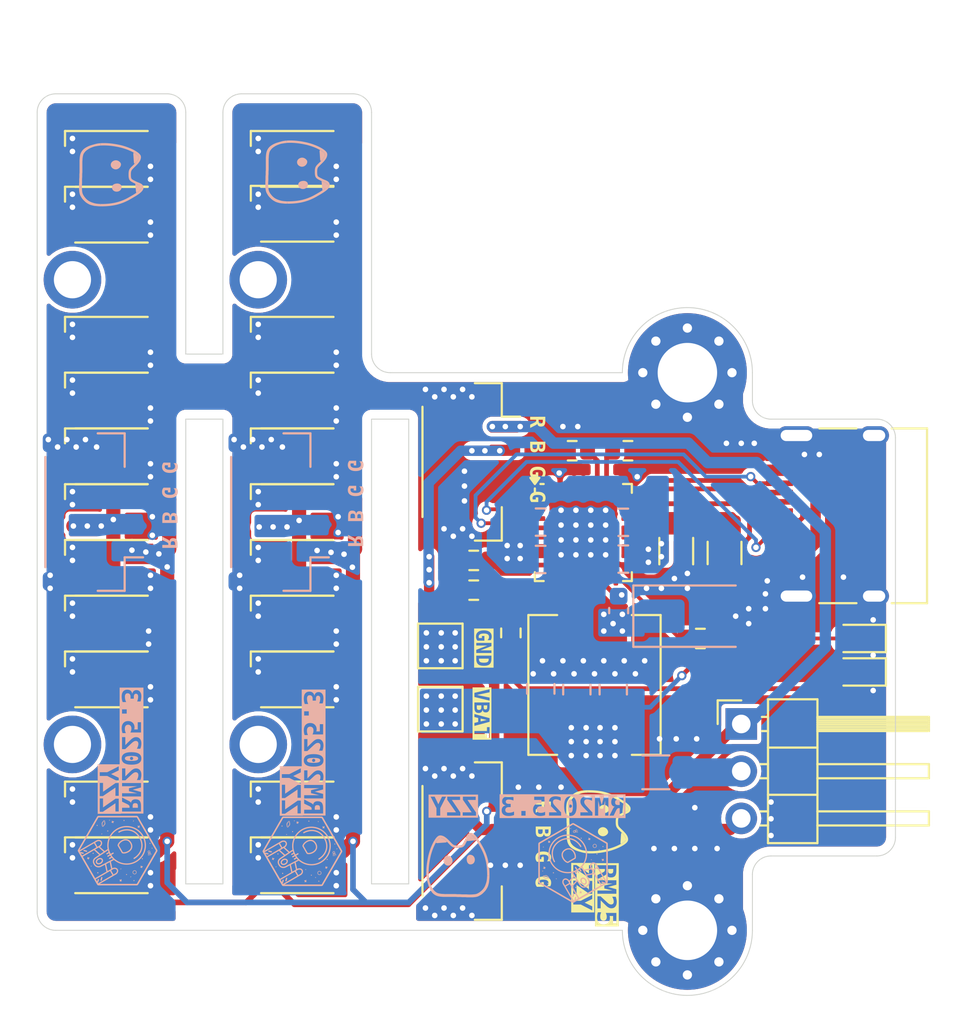
<source format=kicad_pcb>
(kicad_pcb (version 20240108) (generator "pcbnew") (generator_version "8.0")
  (layers (0 "F.Cu" signal) (31 "B.Cu" signal) (34 "B.Paste" user) (35 "F.Paste" user) (36 "B.SilkS" user "B.Silkscreen") (37 "F.SilkS" user "F.Silkscreen") (38 "B.Mask" user) (39 "F.Mask" user) (44 "Edge.Cuts" user))
  (net 0 "")
  (net 1 "VIN_5V")
  (net 2 "GND")
  (net 3 "Net-(C2-Pad1)")
  (net 4 "Net-(D1-K)")
  (net 5 "Net-(U1-BST)")
  (net 6 "VBAT")
  (net 7 "/LED1")
  (net 8 "Net-(D3-A)")
  (net 9 "/RED")
  (net 10 "/BLUE")
  (net 11 "Net-(F1-Pad2)")
  (net 13 "/DPC")
  (net 15 "/DMC")
  (net 16 "/CC2")
  (net 17 "/CC1")
  (net 18 "Net-(SW1-B)")
  (net 19 "/ICHGSET")
  (net 20 "/NTC")
  (net 21 "/HLED")
  (net 22 "/LED2")
  (net 23 "/LED3")
  (footprint "LED_SMD:LED_Avago_PLCC4_3.2x2.8mm_CW" (layer "F.Cu") (at 139 69.5)
    (property "Reference" "D15" (hide yes))
    (property "Value" "LED_RB")
  )
  (footprint "TestPoint:TestPoint_Pad_2.0x2.0mm" (layer "F.Cu") (at 146.7 99.1)
    (property "Reference" "TP1" (hide yes))
    (property "Value" "VBAT")
  )
  (footprint "Resistor_SMD:R_0603_1608Metric" (layer "F.Cu") (at 156.8 85.2)
    (property "Reference" "R3" (hide yes))
    (property "Value" "51k")
  )
  (footprint "LED_SMD:LED_Avago_PLCC4_3.2x2.8mm_CW" (layer "F.Cu") (at 139 94.5)
    (property "Reference" "D22" (hide yes))
    (property "Value" "LED_RB")
  )
  (footprint "RM2024:M1.6_Small" (layer "F.Cu") (at 137 76)
    (property "Reference" "H4" (hide yes))
    (property "Value" "M1.6")
  )
  (footprint "LED_SMD:LED_Avago_PLCC4_3.2x2.8mm_CW" (layer "F.Cu") (at 139 79.5)
    (property "Reference" "D17" (hide yes))
    (property "Value" "LED_RB")
  )
  (footprint "LED_SMD:LED_Avago_PLCC4_3.2x2.8mm_CW" (layer "F.Cu") (at 139 91.5)
    (property "Reference" "D23" (hide yes))
    (property "Value" "LED_RB")
  )
  (footprint "Resistor_SMD:R_0603_1608Metric" (layer "F.Cu") (at 150.5 95 -90)
    (property "Reference" "R7" (hide yes))
    (property "Value" "NC")
  )
  (footprint "LED_SMD:LED_Avago_PLCC4_3.2x2.8mm_CW" (layer "F.Cu") (at 129 85.5)
    (property "Reference" "D9" (hide yes))
    (property "Value" "LED_RB")
  )
  (footprint "Package_DFN_QFN:QFN-32-1EP_5x5mm_P0.5mm_EP3.6x3.6mm" (layer "F.Cu") (at 154.4 89.6)
    (property "Reference" "U1" (hide yes))
    (property "Value" "IP2315")
  )
  (footprint "RM2024:USB_C_Receptacle_HRO_TYPE-C-31-M-12_NO_HOLE" (layer "F.Cu") (at 169 88.7 90)
    (property "Reference" "J6" (hide yes))
    (property "Value" "USB_C_Receptacle_USB2.0")
  )
  (footprint "LED_SMD:LED_Avago_PLCC4_3.2x2.8mm_CW" (layer "F.Cu") (at 139 107.5)
    (property "Reference" "D21" (hide yes))
    (property "Value" "LED_RB")
  )
  (footprint "LED_SMD:LED_Avago_PLCC4_3.2x2.8mm_CW" (layer "F.Cu") (at 129 104.5)
    (property "Reference" "D14" (hide yes))
    (property "Value" "LED_RB")
  )
  (footprint "Connector_PinHeader_2.54mm:PinHeader_1x03_P2.54mm_Horizontal" (layer "F.Cu") (at 162.9 99.9)
    (property "Reference" "SW1" (hide yes))
    (property "Value" "SW_SPDT")
  )
  (footprint "LED_SMD:LED_Avago_PLCC4_3.2x2.8mm_CW" (layer "F.Cu") (at 129 94.5)
    (property "Reference" "D11" (hide yes))
    (property "Value" "LED_RB")
  )
  (footprint "LED_SMD:LED_Avago_PLCC4_3.2x2.8mm_CW" (layer "F.Cu") (at 139 104.5)
    (property "Reference" "D20" (hide yes))
    (property "Value" "LED_RB")
  )
  (footprint "LED_SMD:LED_Avago_PLCC4_3.2x2.8mm_CW" (layer "F.Cu") (at 129 91.5)
    (property "Reference" "D7" (hide yes))
    (property "Value" "LED_RB")
  )
  (footprint "LED_SMD:LED_Avago_PLCC4_3.2x2.8mm_CW" (layer "F.Cu") (at 139 82.5)
    (property "Reference" "D18" (hide yes))
    (property "Value" "LED_RB")
  )
  (footprint "LED_SMD:LED_Avago_PLCC4_3.2x2.8mm_CW" (layer "F.Cu") (at 129 88.5)
    (property "Reference" "D6" (hide yes))
    (property "Value" "LED_RB")
  )
  (footprint "RM2024:M1.6_Small" (layer "F.Cu") (at 137 101)
    (property "Reference" "H3" (hide yes))
    (property "Value" "M1.6")
  )
  (footprint "RM2024:M1.6_Small" (layer "F.Cu") (at 127 76)
    (property "Reference" "H1" (hide yes))
    (property "Value" "M1.6")
  )
  (footprint "Capacitor_SMD:C_1206_3216Metric" (layer "F.Cu") (at 159.4 90.6 -90)
    (property "Reference" "C1" (hide yes))
    (property "Value" "10u")
  )
  (footprint "LED_SMD:LED_Avago_PLCC4_3.2x2.8mm_CW" (layer "F.Cu") (at 139 97.5)
    (property "Reference" "D19" (hide yes))
    (property "Value" "LED_RB")
  )
  (footprint "Resistor_SMD:R_0603_1608Metric" (layer "F.Cu") (at 160.7 95.3 180)
    (property "Reference" "R4" (hide yes))
    (property "Value" "200R")
  )
  (footprint "LED_SMD:LED_Avago_PLCC4_3.2x2.8mm_CW" (layer "F.Cu") (at 129 82.5)
    (property "Reference" "D5" (hide yes))
    (property "Value" "LED_RB")
  )
  (footprint "LED_SMD:LED_0603_1608Metric" (layer "F.Cu") (at 169.2 95.3 180)
    (property "Reference" "D3" (hide yes))
    (property "Value" "LED_Pink")
  )
  (footprint "LED_SMD:LED_Avago_PLCC4_3.2x2.8mm_CW" (layer "F.Cu") (at 129 97.5)
    (property "Reference" "D13" (hide yes))
    (property "Value" "LED_RB")
  )
  (footprint "LED_SMD:LED_Avago_PLCC4_3.2x2.8mm_CW" (layer "F.Cu") (at 129 79.5)
    (property "Reference" "D12" (hide yes))
    (property "Value" "LED_RB")
  )
  (footprint "MountingHole:MountingHole_3.2mm_M3_Pad_Via" (layer "F.Cu") (at 160 111)
    (property "Reference" "H6" (hide yes))
    (property "Value" "M3")
  )
  (footprint "LED_SMD:LED_Avago_PLCC4_3.2x2.8mm_CW" (layer "F.Cu") (at 129 107.5)
    (property "Reference" "D10" (hide yes))
    (property "Value" "LED_RB")
  )
  (footprint "RM2024:M1.6_Small" (layer "F.Cu") (at 127 101)
    (property "Reference" "H2" (hide yes))
    (property "Value" "M1.6")
  )
  (footprint "LED_SMD:LED_Avago_PLCC4_3.2x2.8mm_CW" (layer "F.Cu") (at 129 72.5)
    (property "Reference" "D8" (hide yes))
    (property "Value" "LED_RB")
  )
  (footprint "Resistor_SMD:R_0603_1608Metric" (layer "F.Cu") (at 153.8 85.2 180)
    (property "Reference" "R2" (hide yes))
    (property "Value" "180k")
  )
  (footprint "LED_SMD:LED_0603_1608Metric" (layer "F.Cu") (at 169.2 97.1 180)
    (property "Reference" "D2" (hide yes))
    (property "Value" "LED_Pink")
  )
  (footprint "Connector_JST:JST_GH_SM04B-GHS-TB_1x04-1MP_P1.25mm_Horizontal" (layer "F.Cu") (at 148.3 85.8 -90)
    (property "Reference" "J3" (hide yes))
    (property "Value" "Armor")
  )
  (footprint "Resistor_SMD:R_0603_1608Metric" (layer "F.Cu") (at 148.5 91.1 180)
    (property "Reference" "R5" (hide yes))
    (property "Value" "10k")
  )
  (footprint "Resistor_SMD:R_0603_1608Metric" (layer "F.Cu") (at 148.5 92.7 180)
    (property "Reference" "R6" (hide yes))
    (property "Value" "10k")
  )
  (footprint "LED_SMD:LED_Avago_PLCC4_3.2x2.8mm_CW" (layer "F.Cu") (at 139 85.5)
    (property "Reference" "D24" (hide yes))
    (property "Value" "LED_RB")
  )
  (footprint "Connector_JST:JST_GH_SM04B-GHS-TB_1x04-1MP_P1.25mm_Horizontal" (layer "F.Cu") (at 148.3 106.2 -90)
    (property "Reference" "J1" (hide yes))
    (property "Value" "Armor")
  )
  (footprint "LED_SMD:LED_Avago_PLCC4_3.2x2.8mm_CW" (layer "F.Cu") (at 139 88.5)
    (property "Reference" "D25" (hide yes))
    (property "Value" "LED_RB")
  )
  (footprint "Inductor_SMD:L_Sunlord_MWSA0603S" (layer "F.Cu") (at 155 97.8 -90)
    (property "Reference" "L1" (hide yes))
    (property "Value" "2u2")
  )
  (footprint "Fuse:Fuse_1206_3216Metric" (layer "F.Cu") (at 162 90.7 -90)
    (property "Reference" "F1" (hide yes))
    (property "Value" "1A")
  )
  (footprint "LED_SMD:LED_Avago_PLCC4_3.2x2.8mm_CW" (layer "F.Cu") (at 129 69.5)
    (property "Reference" "D4" (hide yes))
    (property "Value" "LED_RB")
  )
  (footprint "LED_SMD:LED_Avago_PLCC4_3.2x2.8mm_CW" (layer "F.Cu") (at 139 72.45)
    (property "Reference" "D16" (hide yes))
    (property "Value" "LED_RB")
  )
  (footprint "MountingHole:MountingHole_3.2mm_M3_Pad_Via" (layer "F.Cu") (at 160 81)
    (property "Reference" "H5" (hide yes))
    (property "Value" "M3")
  )
  (footprint "TestPoint:TestPoint_Pad_2.0x2.0mm" (layer "F.Cu") (at 146.7 95.7)
    (property "Reference" "TP2" (hide yes))
    (property "Value" "GND")
  )
  (footprint "Diode_SMD:D_SMA" (layer "B.Cu") (at 160.6 94.1)
    (property "Reference" "D1" (hide yes))
    (property "Value" "SS34")
  )
  (footprint "Capacitor_SMD:C_0805_2012Metric" (layer "B.Cu") (at 154.05 98.05 90)
    (property "Reference" "C8" (hide yes))
    (property "Value" "10u")
  )
  (footprint "Connector_JST:JST_GH_SM04B-GHS-TB_1x04-1MP_P1.25mm_Horizontal" (layer "B.Cu") (at 128 88.5 90)
    (property "Reference" "J7" (hide yes))
    (property "Value" "Armor")
  )
  (footprint "Capacitor_SMD:C_0805_2012Metric" (layer "B.Cu") (at 152.1 89.04)
    (property "Reference" "C3" (hide yes))
    (property "Value" "10u")
  )
  (footprint "Capacitor_SMD:C_0805_2012Metric" (layer "B.Cu") (at 156.55 89.05 180)
    (property "Reference" "C4" (hide yes))
    (property "Value" "10u")
  )
  (footprint "Capacitor_SMD:C_0603_1608Metric" (layer "B.Cu") (at 156.3 93.8 -90)
    (property "Reference" "C5" (hide yes))
    (property "Value" "100n")
  )
  (footprint "Connector_JST:JST_GH_SM04B-GHS-TB_1x04-1MP_P1.25mm_Horizontal" (layer "B.Cu") (at 138 88.5 90)
    (property "Reference" "J5" (hide yes))
    (property "Value" "Armor")
  )
  (footprint "Resistor_SMD:R_1206_3216Metric" (layer "B.Cu") (at 158.3 102.5)
    (property "Reference" "R1" (hide yes))
    (property "Value" "20")
  )
  (footprint "Capacitor_SMD:C_0805_2012Metric" (layer "B.Cu") (at 156.01 98.05 90)
    (property "Reference" "C7" (hide yes))
    (property "Value" "10u")
  )
  (footprint "Capacitor_SMD:C_0805_2012Metric" (layer "B.Cu") (at 152.1 91.05)
    (property "Reference" "C2" (hide yes))
    (property "Value" "10u")
  )
  (footprint "Capacitor_SMD:C_0805_2012Metric" (layer "B.Cu") (at 152.11 98.01 90)
    (property "Reference" "C9" (hide yes))
    (property "Value" "10u")
  )
  (footprint "Capacitor_SMD:C_0805_2012Metric" (layer "B.Cu") (at 156.55 91.03 180)
    (property "Reference" "C6" (hide yes))
    (property "Value" "10u")
  )
  (gr_poly (pts (xy 139.785918 108.033197) (xy 139.785785 108.031509) (xy 139.785536 108.029837) (xy 139.785176 108.028185) (xy 139.784708 108.026561) (xy 139.784136 108.024967) (xy 139.783466 108.023411) (xy 139.7827 108.021896) (xy 139.781844 108.020429) (xy 139.780901 108.019014) (xy 139.779875 108.017657) (xy 139.778772 108.016363) (xy 139.777594 108.015137) (xy 139.776346 108.013984) (xy 139.775033 108.01291) (xy 139.773658 108.01192) (xy 139.772226 108.011019) (xy 139.770741 108.010212) (xy 139.769207 108.009505) (xy 139.767628 108.008903) (xy 139.766008 108.008411) (xy 139.764352 108.008034) (xy 139.762664 108.007778) (xy 139.760948 108.007648) (xy 139.759208 108.007648) (xy 139.757448 108.007785) (xy 139.755673 108.008063) (xy 139.753921 108.008302) (xy 139.752223 108.008669) (xy 139.750581 108.009158) (xy 139.748998 108.009762) (xy 139.747476 108.010475) (xy 139.746017 108.011293) (xy 139.744624 108.012208) (xy 139.7433 108.013215) (xy 139.742045 108.014307) (xy 139.740864 108.01548) (xy 139.739758 108.016726) (xy 139.73873 108.01804) (xy 139.737782 108.019416) (xy 139.736917 108.020848) (xy 139.736137 108.022331) (xy 139.735444 108.023857) (xy 139.734841 108.025421) (xy 139.734329 108.027017) (xy 139.733913 108.02864) (xy 139.733593 108.030283) (xy 139.733373 108.03194) (xy 139.733254 108.033605) (xy 139.73324 108.035272) (xy 139.733332 108.036936) (xy 139.733533 108.038591) (xy 139.733845 108.04023) (xy 139.734271 108.041847) (xy 139.734813 108.043437) (xy 139.735473 108.044993) (xy 139.736255 108.04651) (xy 139.737159 108.047981) (xy 139.73819 108.049402) (xy 139.739268 108.050918) (xy 139.740443 108.052315) (xy 139.741708 108.053593) (xy 139.743054 108.054753) (xy 139.744475 108.055796) (xy 139.745963 108.056724) (xy 139.74751 108.057537) (xy 139.74911 108.058235) (xy 139.750755 108.058821) (xy 139.752438 108.059295) (xy 139.754151 108.059658) (xy 139.755886 108.059911) (xy 139.757637 108.060055) (xy 139.759397 108.060091) (xy 139.761157 108.06002) (xy 139.76291 108.059843) (xy 139.76465 108.05956) (xy 139.766368 108.059174) (xy 139.768057 108.058684) (xy 139.76971 108.058091) (xy 139.77132 108.057398) (xy 139.772878 108.056604) (xy 139.774379 108.055711) (xy 139.775814 108.05472) (xy 139.777176 108.053631) (xy 139.778458 108.052446) (xy 139.779652 108.051165) (xy 139.78075 108.04979) (xy 139.781747 108.048321) (xy 139.782633 108.04676) (xy 139.783402 108.045107) (xy 139.784047 108.043364) (xy 139.784698 108.041691) (xy 139.785207 108.040002) (xy 139.785579 108.038303) (xy 139.785819 108.036599) (xy 139.785931 108.034895)) (stroke (width -0.000001)) (fill solid) (layer "B.SilkS"))
  (gr_poly (pts (xy 154.369237 108.160512) (xy 154.362863 108.160999) (xy 154.356521 108.16177) (xy 154.350225 108.16283) (xy 154.343989 108.164181) (xy 154.337824 108.16583) (xy 154.331746 108.167779) (xy 154.325766 108.170033) (xy 154.319899 108.172596) (xy 154.314157 108.175473) (xy 154.308399 108.178676) (xy 154.302836 108.182177) (xy 154.297475 108.185963) (xy 154.292321 108.190018) (xy 154.287382 108.194329) (xy 154.282661 108.198881) (xy 154.278166 108.203661) (xy 154.273902 108.208653) (xy 154.269876 108.213845) (xy 154.266092 108.219221) (xy 154.262556 108.224767) (xy 154.259276 108.23047) (xy 154.256255 108.236314) (xy 154.253501 108.242286) (xy 154.25102 108.248372) (xy 154.248816 108.254557) (xy 154.246099 108.263441) (xy 154.243859 108.272426) (xy 154.242082 108.281496) (xy 154.240759 108.290634) (xy 154.239876 108.299823) (xy 154.239422 108.309048) (xy 154.239386 108.31829) (xy 154.239755 108.327534) (xy 154.240517 108.336762) (xy 154.241662 108.345959) (xy 154.243177 108.355107) (xy 154.24505 108.364191) (xy 154.24727 108.373192) (xy 154.249824 108.382095) (xy 154.252702 108.390882) (xy 154.255891 108.399538) (xy 154.260125 108.409721) (xy 154.26478 108.419739) (xy 154.269848 108.429569) (xy 154.27532 108.439189) (xy 154.281189 108.448578) (xy 154.287446 108.457712) (xy 154.294082 108.466571) (xy 154.301091 108.475131) (xy 154.308463 108.483371) (xy 154.316191 108.491268) (xy 154.324267 108.498801) (xy 154.332682 108.505947) (xy 154.341428 108.512684) (xy 154.350497 108.51899) (xy 154.359881 108.524843) (xy 154.369572 108.530221) (xy 154.376271 108.533563) (xy 154.383119 108.536637) (xy 154.390101 108.539431) (xy 154.397201 108.541934) (xy 154.404405 108.544135) (xy 154.411696 108.546021) (xy 154.419058 108.547582) (xy 154.426477 108.548807) (xy 154.433937 108.549683) (xy 154.441422 108.5502) (xy 154.448917 108.550345) (xy 154.456406 108.550109) (xy 154.463873 108.549479) (xy 154.471304 108.548443) (xy 154.478683 108.546992) (xy 154.485994 108.545112) (xy 154.492378 108.543131) (xy 154.498634 108.540806) (xy 154.504749 108.538152) (xy 154.510712 108.535178) (xy 154.516511 108.531899) (xy 154.522134 108.528325) (xy 154.527569 108.52447) (xy 154.532805 108.520345) (xy 154.53783 108.515963) (xy 154.542633 108.511335) (xy 154.547201 108.506474) (xy 154.551523 108.501393) (xy 154.555587 108.496103) (xy 154.559381 108.490617) (xy 154.562895 108.484946) (xy 154.566115 108.479104) (xy 154.570091 108.471027) (xy 154.573583 108.462771) (xy 154.576601 108.454355) (xy 154.579159 108.445799) (xy 154.581266 108.437124) (xy 154.582937 108.428349) (xy 154.584181 108.419495) (xy 154.585011 108.410581) (xy 154.585438 108.401628) (xy 154.585454 108.397908) (xy 154.517274 108.397908) (xy 154.516938 108.405463) (xy 154.51616 108.412987) (xy 154.514923 108.420464) (xy 154.513208 108.427878) (xy 154.510997 108.435209) (xy 154.509462 108.439453) (xy 154.507658 108.443602) (xy 154.505593 108.447637) (xy 154.503278 108.451538) (xy 154.500724 108.455288) (xy 154.497941 108.458868) (xy 154.494938 108.462258) (xy 154.491726 108.46544) (xy 154.488315 108.468395) (xy 154.484716 108.471104) (xy 154.480939 108.473548) (xy 154.476993 108.475709) (xy 154.47496 108.476677) (xy 154.472889 108.477568) (xy 154.470781 108.478378) (xy 154.468637 108.479105) (xy 154.466459 108.479748) (xy 154.464248 108.480303) (xy 154.462005 108.480768) (xy 154.459731 108.481141) (xy 154.453885 108.481805) (xy 154.44806 108.482035) (xy 154.442268 108.48185) (xy 154.436518 108.481274) (xy 154.430819 108.480328) (xy 154.42518 108.479033) (xy 154.419612 108.477411) (xy 154.414124 108.475483) (xy 154.408725 108.473271) (xy 154.403425 108.470798) (xy 154.398234 108.468083) (xy 154.393161 108.465149) (xy 154.388215 108.462018) (xy 154.383406 108.458711) (xy 154.378745 108.45525) (xy 154.374239 108.451656) (xy 154.367064 108.445257) (xy 154.360218 108.438495) (xy 154.353717 108.43139) (xy 154.347575 108.423963) (xy 154.341809 108.416235) (xy 154.336434 108.408229) (xy 154.331465 108.399964) (xy 154.326918 108.391463) (xy 154.322809 108.382747) (xy 154.319153 108.373837) (xy 154.315966 108.364753) (xy 154.313263 108.355519) (xy 154.311059 108.346154) (xy 154.309371 108.33668) (xy 154.308213 108.327119) (xy 154.307601 108.317491) (xy 154.307592 108.312507) (xy 154.307763 108.307484) (xy 154.308125 108.302443) (xy 154.308687 108.297402) (xy 154.309458 108.292381) (xy 154.310448 108.287399) (xy 154.311666 108.282476) (xy 154.31312 108.27763) (xy 154.314822 108.27288) (xy 154.316779 108.268247) (xy 154.319002 108.263749) (xy 154.321499 108.259406) (xy 154.32428 108.255236) (xy 154.327354 108.25126) (xy 154.330731 108.247496) (xy 154.334419 108.243963) (xy 154.336054 108.242538) (xy 154.337735 108.241186) (xy 154.341225 108.2387) (xy 154.344873 108.236499) (xy 154.348661 108.234578) (xy 154.352571 108.232931) (xy 154.356588 108.231553) (xy 154.360692 108.230438) (xy 154.364868 108.229582) (xy 154.369097 108.228978) (xy 154.373363 108.228621) (xy 154.377648 108.228507) (xy 154.381936 108.228628) (xy 154.386208 108.228981) (xy 154.390448 108.229558) (xy 154.394638 108.230357) (xy 154.398761 108.231369) (xy 154.406856 108.233865) (xy 154.414719 108.236873) (xy 154.422343 108.240369) (xy 154.429724 108.244323) (xy 154.436854 108.248709) (xy 154.443729 108.253499) (xy 154.450343 108.258666) (xy 154.456689 108.264184) (xy 154.462763 108.270023) (xy 154.468557 108.276158) (xy 154.474067 108.282561) (xy 154.479286 108.289205) (xy 154.48421 108.296061) (xy 154.488831 108.303104) (xy 154.493144 108.310306) (xy 154.497143 108.317639) (xy 154.500441 108.324411) (xy 154.5035 108.331339) (xy 154.506302 108.338405) (xy 154.50883 108.345594) (xy 154.511064 108.352888) (xy 154.512987 108.360269) (xy 154.514578 108.367722) (xy 154.515822 108.37523) (xy 154.516698 108.382774) (xy 154.517188 108.390339) (xy 154.517274 108.397908) (xy 154.585454 108.397908) (xy 154.585475 108.392655) (xy 154.585133 108.383683) (xy 154.584424 108.374731) (xy 154.58336 108.36582) (xy 154.581952 108.35697) (xy 154.580213 108.3482) (xy 154.578153 108.339531) (xy 154.573755 108.324563) (xy 154.56844 108.309821) (xy 154.562237 108.295372) (xy 154.555174 108.281281) (xy 154.54728 108.267618) (xy 154.538583 108.254448) (xy 154.52911 108.24184) (xy 154.518891 108.22986) (xy 154.507954 108.218575) (xy 154.496326 108.208052) (xy 154.484037 108.19836) (xy 154.471114 108.189564) (xy 154.457586 108.181732) (xy 154.44348 108.174932) (xy 154.43622 108.17194) (xy 154.428826 108.16923) (xy 154.421302 108.166812) (xy 154.413651 108.164694) (xy 154.407422 108.163313) (xy 154.401131 108.162186) (xy 154.394794 108.161317) (xy 154.388422 108.160711) (xy 154.38203 108.160372) (xy 154.37563 108.160304)) (stroke (width -0.000001)) (fill solid) (layer "B.SilkS"))
  (gr_poly (pts (xy 154.282324 106.01629) (xy 154.280641 106.016436) (xy 154.278971 106.016693) (xy 154.277319 106.017056) (xy 154.275691 106.017523) (xy 154.274092 106.018088) (xy 154.272529 106.01875) (xy 154.271007 106.019504) (xy 154.269532 106.020347) (xy 154.268109 106.021276) (xy 154.266745 106.022286) (xy 154.265445 106.023375) (xy 154.264216 106.024539) (xy 154.263062 106.025774) (xy 154.26199 106.027076) (xy 154.261006 106.028443) (xy 154.260115 106.029871) (xy 154.259323 106.031356) (xy 154.258636 106.032895) (xy 154.258059 106.034484) (xy 154.257599 106.03612) (xy 154.257261 106.037798) (xy 154.257051 106.039517) (xy 154.256975 106.041271) (xy 154.257039 106.043059) (xy 154.257048 106.044853) (xy 154.257196 106.046608) (xy 154.257477 106.04832) (xy 154.257885 106.049987) (xy 154.258414 106.051604) (xy 154.259058 106.05317) (xy 154.259811 106.05468) (xy 154.260667 106.056131) (xy 154.26162 106.057521) (xy 154.262664 106.058845) (xy 154.263793 106.060101) (xy 154.265001 106.061285) (xy 154.266282 106.062395) (xy 154.26763 106.063426) (xy 154.26904 106.064376) (xy 154.270504 106.065242) (xy 154.272017 106.06602) (xy 154.273573 106.066706) (xy 154.275167 106.067299) (xy 154.276791 106.067794) (xy 154.278441 106.068188) (xy 154.28011 106.068478) (xy 154.281791 106.068661) (xy 154.28348 106.068734) (xy 154.28517 106.068693) (xy 154.286855 106.068535) (xy 154.288529 106.068256) (xy 154.290186 106.067855) (xy 154.29182 106.067327) (xy 154.293426 106.066669) (xy 154.294996 106.065878) (xy 154.296526 106.06495) (xy 154.298078 106.064036) (xy 154.299527 106.063019) (xy 154.300872 106.061907) (xy 154.302115 106.060706) (xy 154.303254 106.059425) (xy 154.304289 106.058068) (xy 154.305223 106.056645) (xy 154.306053 106.055161) (xy 154.30678 106.053623) (xy 154.307406 106.052039) (xy 154.307929 106.050416) (xy 154.308349 106.048759) (xy 154.308668 106.047078) (xy 154.308885 106.045377) (xy 154.309 106.043665) (xy 154.309013 106.041947) (xy 154.308925 106.040232) (xy 154.308736 106.038527) (xy 154.308445 106.036837) (xy 154.308054 106.03517) (xy 154.307561 106.033533) (xy 154.306968 106.031934) (xy 154.306274 106.030378) (xy 154.30548 106.028873) (xy 154.304585 106.027426) (xy 154.30359 106.026043) (xy 154.302495 106.024733) (xy 154.301301 106.023501) (xy 154.300006 106.022355) (xy 154.298612 106.021301) (xy 154.297118 106.020347) (xy 154.295525 106.0195) (xy 154.293954 106.01864) (xy 154.292349 106.017918) (xy 154.290715 106.01733) (xy 154.289059 106.016874) (xy 154.287386 106.016545) (xy 154.285702 106.01634) (xy 154.284012 106.016257)) (stroke (width -0.000001)) (fill solid) (layer "B.SilkS"))
  (gr_poly (pts (xy 138.868402 105.125202) (xy 138.868259 105.124397) (xy 138.868024 105.123611) (xy 138.867702 105.122844) (xy 138.8673 105.122094) (xy 138.866826 105.12136) (xy 138.866284 105.120642) (xy 138.865681 105.119938) (xy 138.865025 105.119249) (xy 138.864321 105.118573) (xy 138.862795 105.117255) (xy 138.861156 105.11598) (xy 138.857744 105.113526) (xy 138.856073 105.112333) (xy 138.854494 105.111155) (xy 138.853059 105.109983) (xy 138.852412 105.109398) (xy 138.851819 105.108812) (xy 138.852254 105.108083) (xy 138.852746 105.107347) (xy 138.853881 105.105855) (xy 138.855171 105.104338) (xy 138.856566 105.102798) (xy 138.859462 105.099651) (xy 138.860859 105.098048) (xy 138.862154 105.096426) (xy 138.862746 105.095609) (xy 138.863294 105.094788) (xy 138.86379 105.093962) (xy 138.864227 105.093133) (xy 138.864601 105.092301) (xy 138.864903 105.091465) (xy 138.865128 105.090626) (xy 138.865269 105.089784) (xy 138.865319 105.088939) (xy 138.865273 105.088091) (xy 138.865123 105.087241) (xy 138.864864 105.086388) (xy 138.864488 105.085533) (xy 138.86399 105.084676) (xy 138.863362 105.083817) (xy 138.862598 105.082957) (xy 138.861614 105.08268) (xy 138.860666 105.082507) (xy 138.859753 105.082431) (xy 138.858874 105.082448) (xy 138.858026 105.082553) (xy 138.857208 105.082741) (xy 138.856419 105.083007) (xy 138.855657 105.083345) (xy 138.85492 105.083751) (xy 138.854206 105.08422) (xy 138.853514 105.084746) (xy 138.852843 105.085325) (xy 138.852189 105.085951) (xy 138.851553 105.08662) (xy 138.850932 105.087326) (xy 138.850324 105.088064) (xy 138.849142 105.089617) (xy 138.847994 105.091239) (xy 138.845747 105.094526) (xy 138.844622 105.096111) (xy 138.843477 105.097603) (xy 138.842893 105.098301) (xy 138.8423 105.09896) (xy 138.841695 105.099577) (xy 138.841077 105.100144) (xy 138.839981 105.099394) (xy 138.838886 105.098551) (xy 138.837788 105.097639) (xy 138.836683 105.096686) (xy 138.834436 105.09476) (xy 138.833288 105.093839) (xy 138.832118 105.092981) (xy 138.831523 105.092584) (xy 138.830922 105.092213) (xy 138.830313 105.09187) (xy 138.829697 105.091559) (xy 138.829072 105.091283) (xy 138.828438 105.091046) (xy 138.827796 105.090851) (xy 138.827143 105.090701) (xy 138.826481 105.090599) (xy 138.825807 105.090548) (xy 138.825123 105.090553) (xy 138.824427 105.090616) (xy 138.823719 105.09074) (xy 138.822999 105.090929) (xy 138.822266 105.091186) (xy 138.821519 105.091514) (xy 138.820893 105.092366) (xy 138.820381 105.093193) (xy 138.819976 105.093997) (xy 138.819675 105.094777) (xy 138.819471 105.095536) (xy 138.81936 105.096274) (xy 138.819336 105.096992) (xy 138.819396 105.097691) (xy 138.819532 105.098372) (xy 138.819741 105.099035) (xy 138.820017 105.099682) (xy 138.820356 105.100314) (xy 138.820751 105.100931) (xy 138.821198 105.101534) (xy 138.821692 105.102125) (xy 138.822228 105.102705) (xy 138.832298 105.111146) (xy 138.83187 105.111853) (xy 138.831396 105.11256) (xy 138.830329 105.11397) (xy 138.829139 105.115381) (xy 138.82787 105.116795) (xy 138.825265 105.119649) (xy 138.824013 105.121095) (xy 138.822852 105.122559) (xy 138.82232 105.123299) (xy 138.821826 105.124045) (xy 138.821376 105.124796) (xy 138.820975 105.125555) (xy 138.820629 105.12632) (xy 138.820343 105.127093) (xy 138.820123 105.127874) (xy 138.819974 105.128664) (xy 138.8199 105.129462) (xy 138.819908 105.130269) (xy 138.820003 105.131087) (xy 138.820189 105.131914) (xy 138.820473 105.132752) (xy 138.82086 105.133601) (xy 138.821355 105.134462) (xy 138.821963 105.135334) (xy 138.822968 105.135664) (xy 138.823932 105.135893) (xy 138.824859 105.136026) (xy 138.82575 105.136067) (xy 138.826607 105.136022) (xy 138.827432 105.135895) (xy 138.828225 105.135691) (xy 138.82899 105.135415) (xy 138.829728 105.135071) (xy 138.830441 105.134665) (xy 138.83113 105.1342) (xy 138.831797 105.133683) (xy 138.832445 105.133117) (xy 138.833074 105.132507) (xy 138.833687 105.131859) (xy 138.834285 105.131176) (xy 138.835444 105.129728) (xy 138.836565 105.128201) (xy 138.838752 105.125062) (xy 138.839846 105.123527) (xy 138.840959 105.122066) (xy 138.842106 105.120716) (xy 138.842696 105.120096) (xy 138.8433 105.119517) (xy 138.843974 105.119946) (xy 138.844642 105.120412) (xy 138.845965 105.121435) (xy 138.847276 105.122555) (xy 138.848581 105.12374) (xy 138.851201 105.126179) (xy 138.85253 105.127368) (xy 138.85388 105.128495) (xy 138.855258 105.129528) (xy 138.85596 105.129999) (xy 138.856671 105.130435) (xy 138.857393 105.130831) (xy 138.858126 105.131184) (xy 138.858871 105.131489) (xy 138.85963 105.131743) (xy 138.860402 105.131941) (xy 138.861189 105.13208) (xy 138.861991 105.132156) (xy 138.86281 105.132164) (xy 138.863646 105.132101) (xy 138.8645 105.131963) (xy 138.865373 105.131745) (xy 138.866265 105.131444) (xy 138.866266 105.131444) (xy 138.866952 105.130482) (xy 138.8675 105.129544) (xy 138.867917 105.12863) (xy 138.868209 105.12774) (xy 138.868383 105.126873) (xy 138.868445 105.126027)) (stroke (width -0.000001)) (fill solid) (layer "B.SilkS"))
  (gr_poly (pts (xy 138.621718 105.285004) (xy 138.621416 105.280467) (xy 138.620916 105.275948) (xy 138.620217 105.271458) (xy 138.619319 105.267006) (xy 138.618221 105.2626) (xy 138.61692 105.258251) (xy 138.615417 105.253968) (xy 138.61371 105.24976) (xy 138.611797 105.245636) (xy 138.609678 105.241606) (xy 138.60933 105.240825) (xy 138.608945 105.240051) (xy 138.608531 105.239281) (xy 138.608097 105.238514) (xy 138.607206 105.236977) (xy 138.606765 105.236204) (xy 138.60634 105.235425) (xy 138.605938 105.234637) (xy 138.605569 105.233839) (xy 138.605241 105.233029) (xy 138.604964 105.232204) (xy 138.604847 105.231785) (xy 138.604745 105.231362) (xy 138.604661 105.230934) (xy 138.604594 105.230502) (xy 138.604546 105.230064) (xy 138.604519 105.22962) (xy 138.604513 105.229171) (xy 138.604529 105.228716) (xy 138.604745 105.216905) (xy 138.604724 105.204941) (xy 138.604561 105.198936) (xy 138.60426 105.192936) (xy 138.603797 105.186955) (xy 138.603145 105.181006) (xy 138.602278 105.175104) (xy 138.60117 105.169263) (xy 138.599795 105.163497) (xy 138.598127 105.157821) (xy 138.596141 105.152249) (xy 138.59381 105.146795) (xy 138.591107 105.141473) (xy 138.588008 105.136297) (xy 138.587101 105.134904) (xy 138.586135 105.133555) (xy 138.585115 105.132251) (xy 138.584043 105.130992) (xy 138.58292 105.12978) (xy 138.58175 105.128616) (xy 138.580534 105.127501) (xy 138.579274 105.126437) (xy 138.577974 105.125425) (xy 138.576635 105.124467) (xy 138.575259 105.123562) (xy 138.57385 105.122714) (xy 138.572409 105.121922) (xy 138.570938 105.121188) (xy 138.56944 105.120514) (xy 138.567918 105.119901) (xy 138.566373 105.11935) (xy 138.564808 105.118862) (xy 138.563225 105.118438) (xy 138.561627 105.11808) (xy 138.560015 105.117789) (xy 138.558393 105.117566) (xy 138.556762 105.117413) (xy 138.555124 105.117331) (xy 138.553483 105.11732) (xy 138.55184 105.117383) (xy 138.550197 105.11752) (xy 138.548558 105.117733) (xy 138.546924 105.118024) (xy 138.545298 105.118392) (xy 138.543681 105.11884) (xy 138.542077 105.119369) (xy 138.539693 105.120251) (xy 138.53736 105.121215) (xy 138.535077 105.122259) (xy 138.532843 105.123378) (xy 138.528519 105.125834) (xy 138.524377 105.128561) (xy 138.520409 105.131534) (xy 138.516606 105.134731) (xy 138.51296 105.138129) (xy 138.509462 105.141705) (xy 138.506102 105.145435) (xy 138.502873 105.149296) (xy 138.499765 105.153266) (xy 138.496769 105.157321) (xy 138.493877 105.161438) (xy 138.49108 105.165594) (xy 138.485736 105.173931) (xy 138.484525 105.17578) (xy 138.483392 105.177705) (xy 138.482317 105.179685) (xy 138.48128 105.181703) (xy 138.479241 105.185775) (xy 138.478199 105.187792) (xy 138.477115 105.189771) (xy 138.47597 105.191693) (xy 138.474743 105.193539) (xy 138.473414 105.19529) (xy 138.471964 105.196929) (xy 138.471187 105.197699) (xy 138.470372 105.198435) (xy 138.469517 105.199132) (xy 138.468619 105.19979) (xy 138.467676 105.200405) (xy 138.466685 105.200975) (xy 138.465643 105.201498) (xy 138.464549 105.201971) (xy 138.460746 105.204294) (xy 138.457077 105.206789) (xy 138.453544 105.209451) (xy 138.450149 105.212271) (xy 138.446896 105.215242) (xy 138.443785 105.218356) (xy 138.440821 105.221606) (xy 138.438005 105.224984) (xy 138.435339 105.228482) (xy 138.432827 105.232094) (xy 138.43047 105.235812) (xy 138.428272 105.239627) (xy 138.426234 105.243533) (xy 138.424359 105.247522) (xy 138.42265 105.251587) (xy 138.421108 105.255719) (xy 138.419737 105.259912) (xy 138.418538 105.264157) (xy 138.417515 105.268448) (xy 138.41667 105.272776) (xy 138.416005 105.277135) (xy 138.415523 105.281516) (xy 138.415225 105.285912) (xy 138.415115 105.290316) (xy 138.415196 105.29472) (xy 138.415468 105.299116) (xy 138.415936 105.303497) (xy 138.416601 105.307856) (xy 138.417466 105.312184) (xy 138.418533 105.316475) (xy 138.419805 105.32072) (xy 138.421284 105.324913) (xy 138.421538 105.325892) (xy 138.421832 105.326858) (xy 138.422529 105.328756) (xy 138.423346 105.330613) (xy 138.424257 105.332438) (xy 138.425233 105.334239) (xy 138.426248 105.336025) (xy 138.428285 105.339581) (xy 138.429252 105.341369) (xy 138.430148 105.343173) (xy 138.430946 105.345001) (xy 138.431619 105.346864) (xy 138.431899 105.34781) (xy 138.432138 105.348767) (xy 138.432333 105.349736) (xy 138.432478 105.350719) (xy 138.432572 105.351717) (xy 138.43261 105.35273) (xy 138.43259 105.353759) (xy 138.432508 105.354806) (xy 138.432301 105.366426) (xy 138.432394 105.378201) (xy 138.432615 105.38411) (xy 138.432984 105.390011) (xy 138.433527 105.39589) (xy 138.434267 105.401733) (xy 138.435175 105.407194) (xy 138.435175 105.323024) (xy 138.433881 105.319665) (xy 138.432739 105.316265) (xy 138.430911 105.309366) (xy 138.429678 105.302365) (xy 138.429027 105.295301) (xy 138.428946 105.288215) (xy 138.429423 105.281145) (xy 138.430445 105.27413) (xy 138.431999 105.267211) (xy 138.434073 105.260426) (xy 138.436654 105.253816) (xy 138.439731 105.247418) (xy 138.443291 105.241274) (xy 138.44732 105.235421) (xy 138.451807 105.2299) (xy 138.456739 105.22475) (xy 138.462104 105.220011) (xy 138.457846 105.232635) (xy 138.453745 105.245316) (xy 138.44985 105.258061) (xy 138.446209 105.270878) (xy 138.442872 105.283775) (xy 138.439888 105.29676) (xy 138.437306 105.30984) (xy 138.435175 105.323024) (xy 138.435175 105.407194) (xy 138.43523 105.407522) (xy 138.436439 105.413244) (xy 138.43792 105.418883) (xy 138.439696 105.424423) (xy 138.441793 105.429851) (xy 138.444235 105.435149) (xy 138.447046 105.440303) (xy 138.450251 105.445298) (xy 138.451329 105.446843) (xy 138.452478 105.448318) (xy 138.453694 105.449723) (xy 138.454974 105.451056) (xy 138.456315 105.452317) (xy 138.457712 105.453506) (xy 138.459162 105.454623) (xy 138.460663 105.455666) (xy 138.462209 105.456636) (xy 138.463799 105.457532) (xy 138.465428 105.458352) (xy 138.467093 105.459098) (xy 138.46879 105.459768) (xy 138.470516 105.460362) (xy 138.472267 105.460879) (xy 138.474041 105.461319) (xy 138.475832 105.461681) (xy 138.477639 105.461965) (xy 138.479458 105.46217) (xy 138.481284 105.462296) (xy 138.482481 105.462326) (xy 138.482481 105.435067) (xy 138.481816 105.435053) (xy 138.481157 105.435005) (xy 138.480505 105.43492) (xy 138.47986 105.434799) (xy 138.479224 105.434638) (xy 138.478598 105.434437) (xy 138.477984 105.434195) (xy 138.477382 105.43391) (xy 138.476794 105.433581) (xy 138.476221 105.433206) (xy 138.475665 105.432784) (xy 138.475126 105.432314) (xy 138.474606 105.431794) (xy 138.474106 105.431222) (xy 138.472947 105.429747) (xy 138.471858 105.428238) (xy 138.469878 105.425127) (xy 138.468146 105.421901) (xy 138.466644 105.418572) (xy 138.465351 105.415153) (xy 138.464248 105.411655) (xy 138.463314 105.408092) (xy 138.46253 105.404474) (xy 138.461877 105.400814) (xy 138.461334 105.397123) (xy 138.4605 105.389702) (xy 138.459289 105.37503) (xy 138.463036 105.377408) (xy 138.466869 105.379625) (xy 138.470783 105.38168) (xy 138.474771 105.383572) (xy 138.478828 105.385301) (xy 138.482948 105.386866) (xy 138.487125 105.388265) (xy 138.491353 105.3895) (xy 138.495627 105.390567) (xy 138.499941 105.391468) (xy 138.504289 105.392202) (xy 138.508665 105.392767) (xy 138.513063 105.393163) (xy 138.517478 105.393389) (xy 138.519851 105.393419) (xy 138.519851 105.379613) (xy 138.514809 105.379528) (xy 138.509784 105.379149) (xy 138.504787 105.378482) (xy 138.499834 105.377534) (xy 138.494937 105.376313) (xy 138.490111 105.374824) (xy 138.48537 105.373076) (xy 138.480727 105.371074) (xy 138.476197 105.368826) (xy 138.471792 105.366339) (xy 138.467528 105.363619) (xy 138.463417 105.360674) (xy 138.459474 105.35751) (xy 138.460281 105.34737) (xy 138.461317 105.337238) (xy 138.462585 105.327123) (xy 138.464089 105.317034) (xy 138.465835 105.306979) (xy 138.467826 105.29697) (xy 138.470066 105.287013) (xy 138.472559 105.27712) (xy 138.475311 105.267299) (xy 138.478324 105.257559) (xy 138.481604 105.247909) (xy 138.485155 105.238359) (xy 138.48898 105.228919) (xy 138.493084 105.219596) (xy 138.497471 105.210401) (xy 138.502146 105.201342) (xy 138.507167 105.200688) (xy 138.512204 105.200307) (xy 138.517246 105.200196) (xy 138.52228 105.200354) (xy 138.527293 105.200775) (xy 138.532274 105.201459) (xy 138.537209 105.202402) (xy 138.542087 105.203602) (xy 138.546894 105.205054) (xy 138.551618 105.206758) (xy 138.556247 105.208709) (xy 138.560768 105.210906) (xy 138.565169 105.213344) (xy 138.569438 105.216022) (xy 138.573561 105.218937) (xy 138.577526 105.222085) (xy 138.576734 105.232207) (xy 138.575717 105.242326) (xy 138.574469 105.252433) (xy 138.572985 105.262516) (xy 138.57126 105.272567) (xy 138.569289 105.282575) (xy 138.567068 105.292529) (xy 138.564589 105.302419) (xy 138.56185 105.312236) (xy 138.558844 105.321969) (xy 138.555567 105.331608) (xy 138.552013 105.341142) (xy 138.548177 105.350561) (xy 138.544054 105.359856) (xy 138.53964 105.369016) (xy 138.534928 105.378031) (xy 138.529924 105.378871) (xy 138.524893 105.379396) (xy 138.519851 105.379613) (xy 138.519851 105.393419) (xy 138.521904 105.393444) (xy 138.526334 105.393329) (xy 138.524816 105.396054) (xy 138.523234 105.398752) (xy 138.521587 105.401418) (xy 138.519874 105.404048) (xy 138.518095 105.406637) (xy 138.516249 105.409179) (xy 138.514334 105.41167) (xy 138.512351 105.414105) (xy 138.510299 105.416478) (xy 138.508176 105.418785) (xy 138.505982 105.421021) (xy 138.503717 105.423181) (xy 138.501379 105.425261) (xy 138.498968 105.427254) (xy 138.496483 105.429156) (xy 138.493923 105.430963) (xy 138.492812 105.431701) (xy 138.491637 105.432395) (xy 138.49041 105.433032) (xy 138.489139 105.433603) (xy 138.487835 105.434096) (xy 138.486507 105.434499) (xy 138.485165 105.434803) (xy 138.48382 105.434996) (xy 138.483149 105.435047) (xy 138.482481 105.435067) (xy 138.482481 105.462326) (xy 138.483115 105.462342) (xy 138.484946 105.462309) (xy 138.486776 105.462194) (xy 138.488599 105.461998) (xy 138.490413 105.461721) (xy 138.492214 105.461361) (xy 138.493999 105.460919) (xy 138.495763 105.460393) (xy 138.497505 105.459783) (xy 138.499219 105.45909) (xy 138.500903 105.458312) (xy 138.502553 105.457448) (xy 138.505299 105.455945) (xy 138.507968 105.454354) (xy 138.510562 105.45268) (xy 138.513085 105.450925) (xy 138.515537 105.449093) (xy 138.517923 105.447187) (xy 138.522504 105.443169) (xy 138.526846 105.438898) (xy 138.53097 105.4344) (xy 138.534895 105.429704) (xy 138.538641 105.424837) (xy 138.542229 105.419827) (xy 138.545677 105.4147) (xy 138.549006 105.409484) (xy 138.552237 105.404207) (xy 138.558478 105.393578) (xy 138.564561 105.383031) (xy 138.569577 105.380154) (xy 138.574449 105.377028) (xy 138.574637 105.376894) (xy 138.574637 105.358991) (xy 138.577748 105.350579) (xy 138.577748 105.204786) (xy 138.573966 105.2024) (xy 138.570097 105.200172) (xy 138.566147 105.198105) (xy 138.562121 105.1962) (xy 138.558026 105.194459) (xy 138.553868 105.192884) (xy 138.549651 105.191477) (xy 138.545383 105.190239) (xy 138.541069 105.189172) (xy 138.536715 105.188277) (xy 138.532326 105.187557) (xy 138.527909 105.187014) (xy 138.523469 105.186648) (xy 138.519013 105.186462) (xy 138.514545 105.186457) (xy 138.510073 105.186636) (xy 138.513828 105.180821) (xy 138.51774 105.175028) (xy 138.519773 105.172171) (xy 138.521867 105.169359) (xy 138.524028 105.166603) (xy 138.526265 105.163916) (xy 138.528583 105.161311) (xy 138.530991 105.158801) (xy 138.533495 105.156399) (xy 138.536102 105.154117) (xy 138.53882 105.151968) (xy 138.541655 105.149964) (xy 138.544616 105.14812) (xy 138.547707 105.146446) (xy 138.548216 105.146164) (xy 138.548735 105.145908) (xy 138.549263 105.145677) (xy 138.549799 105.145473) (xy 138.550342 105.145294) (xy 138.550891 105.14514) (xy 138.551445 105.145012) (xy 138.552003 105.144909) (xy 138.553127 105.144779) (xy 138.554254 105.144748) (xy 138.555376 105.144816) (xy 138.556486 105.144983) (xy 138.557575 105.145247) (xy 138.558109 105.145415) (xy 138.558635 105.145607) (xy 138.559152 105.145823) (xy 138.559658 105.146063) (xy 138.560153 105.146326) (xy 138.560636 105.146613) (xy 138.561105 105.146923) (xy 138.56156 105.147257) (xy 138.562 105.147614) (xy 138.562423 105.147994) (xy 138.562829 105.148397) (xy 138.563216 105.148823) (xy 138.563584 105.149271) (xy 138.563932 105.149743) (xy 138.565988 105.152743) (xy 138.567807 105.155848) (xy 138.569405 105.159048) (xy 138.570799 105.162334) (xy 138.572007 105.165694) (xy 138.573043 105.169119) (xy 138.573927 105.1726) (xy 138.574674 105.176126) (xy 138.575301 105.179687) (xy 138.575825 105.183275) (xy 138.576631 105.190487) (xy 138.577748 105.204786) (xy 138.577748 105.350579) (xy 138.579215 105.346612) (xy 138.583472 105.334121) (xy 138.587395 105.321524) (xy 138.590977 105.308827) (xy 138.594205 105.296037) (xy 138.597072 105.283159) (xy 138.599566 105.270199) (xy 138.601677 105.257164) (xy 138.602984 105.260449) (xy 138.604139 105.263786) (xy 138.606004 105.270594) (xy 138.607281 105.277539) (xy 138.607979 105.284576) (xy 138.608108 105.291656) (xy 138.607677 105.298733) (xy 138.606696 105.305759) (xy 138.605173 105.312689) (xy 138.603118 105.319475) (xy 138.600542 105.326069) (xy 138.597452 105.332425) (xy 138.593858 105.338497) (xy 138.589771 105.344236) (xy 138.585198 105.349596) (xy 138.582733 105.352119) (xy 138.580151 105.35453) (xy 138.577451 105.356823) (xy 138.574637 105.358991) (xy 138.574637 105.376894) (xy 138.579162 105.373663) (xy 138.583702 105.370067) (xy 138.588055 105.366249) (xy 138.592205 105.362218) (xy 138.596139 105.357982) (xy 138.599843 105.353551) (xy 138.603302 105.348932) (xy 138.606502 105.344135) (xy 138.609428 105.339168) (xy 138.612067 105.334041) (xy 138.614403 105.328761) (xy 138.616423 105.323338) (xy 138.618113 105.31778) (xy 138.619457 105.312096) (xy 138.619457 105.312097) (xy 138.620314 105.307644) (xy 138.62098 105.303153) (xy 138.621455 105.298634) (xy 138.621737 105.294097) (xy 138.621825 105.28955)) (stroke (width -0.000001)) (fill solid) (layer "B.SilkS"))
  (gr_poly (pts (xy 137.991204 106.891471) (xy 137.991072 106.88953) (xy 137.990813 106.8876) (xy 137.990431 106.885687) (xy 137.989928 106.8838) (xy 137.98931 106.881944) (xy 137.988579 106.880128) (xy 137.987739 106.878357) (xy 137.986795 106.87664) (xy 137.98575 106.874983) (xy 137.984607 106.873393) (xy 137.983371 106.871878) (xy 137.982044 106.870444) (xy 137.980632 106.869099) (xy 137.979138 106.867849) (xy 137.977564 106.866702) (xy 137.975916 106.865664) (xy 137.974197 106.864744) (xy 137.97241 106.863947) (xy 137.97056 106.863281) (xy 137.96865 106.862753) (xy 137.966683 106.86237) (xy 137.964665 106.86214) (xy 137.962597 106.862068) (xy 137.960595 106.862) (xy 137.958627 106.862085) (xy 137.956697 106.862317) (xy 137.954809 106.862688) (xy 137.952967 106.863194) (xy 137.951175 106.863827) (xy 137.949436 106.864582) (xy 137.947756 106.865452) (xy 137.946138 106.866432) (xy 137.944586 106.867515) (xy 137.943103 106.868695) (xy 137.941695 106.869966) (xy 137.940364 106.871321) (xy 137.939116 106.872755) (xy 137.937954 106.874261) (xy 137.936881 106.875834) (xy 137.935903 106.877466) (xy 137.935022 106.879152) (xy 137.934243 106.880886) (xy 137.933571 106.882662) (xy 137.933008 106.884473) (xy 137.93256 106.886313) (xy 137.932229 106.888176) (xy 137.93202 106.890056) (xy 137.931938 106.891947) (xy 137.931985 106.893842) (xy 137.932167 106.895735) (xy 137.932486 106.897621) (xy 137.932947 106.899493) (xy 137.933555 106.901344) (xy 137.934312 106.903169) (xy 137.935223 106.904962) (xy 137.936122 106.906761) (xy 137.93714 106.908455) (xy 137.93827 106.910043) (xy 137.939504 106.911526) (xy 137.940834 106.912902) (xy 137.942254 106.914172) (xy 137.943755 106.915335) (xy 137.945331 106.91639) (xy 137.946974 106.917337) (xy 137.948676 106.918176) (xy 137.95043 106.918906) (xy 137.952228 106.919526) (xy 137.954063 106.920036) (xy 137.955928 106.920436) (xy 137.957815 106.920726) (xy 137.959717 106.920904) (xy 137.961626 106.920971) (xy 137.963534 106.920925) (xy 137.965435 106.920767) (xy 137.967321 106.920495) (xy 137.969184 106.920111) (xy 137.971016 106.919612) (xy 137.972811 106.918999) (xy 137.974562 106.918271) (xy 137.976259 106.917428) (xy 137.977897 106.916469) (xy 137.979467 106.915394) (xy 137.980962 106.914202) (xy 137.982375 106.912893) (xy 137.983698 106.911467) (xy 137.984923 106.909922) (xy 137.986044 106.908259) (xy 137.986045 106.908259) (xy 137.987227 106.906539) (xy 137.988248 106.904766) (xy 137.989112 106.902948) (xy 137.989823 106.90109) (xy 137.990384 106.899202) (xy 137.990798 106.897288) (xy 137.991071 106.895357) (xy 137.991205 106.893416)) (stroke (width -0.000001)) (fill solid) (layer "B.SilkS"))
  (gr_poly (pts (xy 130.070278 108.115401) (xy 130.069783 108.114507) (xy 130.069234 108.113731) (xy 130.068636 108.113067) (xy 130.06799 108.11251) (xy 130.067299 108.112053) (xy 130.066567 108.111689) (xy 130.065796 108.111414) (xy 130.064989 108.111219) (xy 130.064149 108.111101) (xy 130.063278 108.111051) (xy 130.062381 108.111064) (xy 130.061459 108.111134) (xy 130.060516 108.111255) (xy 130.058576 108.111623) (xy 130.056585 108.11212) (xy 130.054566 108.112696) (xy 130.050537 108.113889) (xy 130.048572 108.114406) (xy 130.046672 108.114805) (xy 130.045753 108.114944) (xy 130.04486 108.115036) (xy 130.043993 108.115073) (xy 130.043157 108.11505) (xy 130.042637 108.113403) (xy 130.042223 108.11166) (xy 130.041892 108.10984) (xy 130.041617 108.107964) (xy 130.04113 108.104128) (xy 130.040866 108.102208) (xy 130.040555 108.100316) (xy 130.04017 108.098472) (xy 130.039685 108.096696) (xy 130.039075 108.095009) (xy 130.038715 108.094206) (xy 130.038313 108.093432) (xy 130.037867 108.092692) (xy 130.037373 108.091986) (xy 130.036829 108.091318) (xy 130.03623 108.090691) (xy 130.035575 108.090107) (xy 130.034858 108.089569) (xy 130.034078 108.089078) (xy 130.03323 108.088639) (xy 130.031859 108.088852) (xy 130.030645 108.089164) (xy 130.029579 108.089568) (xy 130.028654 108.090059) (xy 130.027863 108.090633) (xy 130.027199 108.091285) (xy 130.026654 108.092008) (xy 130.026221 108.0928) (xy 130.025892 108.093653) (xy 130.025659 108.094564) (xy 130.025516 108.095527) (xy 130.025455 108.096538) (xy 130.025469 108.09759) (xy 130.025549 108.09868) (xy 130.02569 108.099802) (xy 130.025882 108.100951) (xy 130.026394 108.103309) (xy 130.027026 108.105716) (xy 130.028412 108.110511) (xy 130.029047 108.112819) (xy 130.029564 108.115014) (xy 130.02976 108.116056) (xy 130.029904 108.117055) (xy 130.029989 108.118005) (xy 130.030008 108.118902) (xy 130.028509 108.119433) (xy 130.026878 108.119864) (xy 130.025147 108.120221) (xy 130.023343 108.120532) (xy 130.019639 108.121125) (xy 130.017797 108.121462) (xy 130.016001 108.121861) (xy 130.014282 108.122349) (xy 130.012668 108.122955) (xy 130.01191 108.12331) (xy 130.011189 108.123705) (xy 130.01051 108.124143) (xy 130.009875 108.124626) (xy 130.009289 108.12516) (xy 130.008755 108.125747) (xy 130.008277 108.126389) (xy 130.007859 108.127092) (xy 130.007504 108.127858) (xy 130.007216 108.128691) (xy 130.006999 108.129594) (xy 130.006857 108.13057) (xy 130.007277 108.131593) (xy 130.007752 108.1325) (xy 130.008279 108.133295) (xy 130.008855 108.133984) (xy 130.009476 108.134573) (xy 130.010141 108.135067) (xy 130.010846 108.135471) (xy 130.011588 108.135791) (xy 130.012365 108.136032) (xy 130.013174 108.1362) (xy 130.014012 108.136301) (xy 130.014877 108.136338) (xy 130.015764 108.136319) (xy 130.016672 108.136248) (xy 130.017598 108.136131) (xy 130.018539 108.135973) (xy 130.020453 108.135558) (xy 130.022394 108.135044) (xy 130.02626 108.133899) (xy 130.028141 108.133353) (xy 130.029957 108.132884) (xy 130.031686 108.132534) (xy 130.03251 108.132418) (xy 130.033304 108.132348) (xy 130.033809 108.133892) (xy 130.034216 108.135525) (xy 130.034549 108.137225) (xy 130.034836 108.138971) (xy 130.035373 108.142519) (xy 130.035674 108.144277) (xy 130.036032 108.145998) (xy 130.036471 108.147659) (xy 130.037018 108.149241) (xy 130.037341 108.149995) (xy 130.037699 108.150721) (xy 130.038098 108.151417) (xy 130.03854 108.15208) (xy 130.039027 108.152706) (xy 130.039565 108.153295) (xy 130.040155 108.153842) (xy 130.040801 108.154345) (xy 130.041506 108.154802) (xy 130.042274 108.155211) (xy 130.043107 108.155567) (xy 130.04401 108.155869) (xy 130.045125 108.155495) (xy 130.046119 108.155063) (xy 130.046997 108.154574) (xy 130.047765 108.154033) (xy 130.048429 108.153443) (xy 130.048993 108.152805) (xy 130.049462 108.152124) (xy 130.049844 108.151403) (xy 130.050141 108.150644) (xy 130.050361 108.14985) (xy 130.050508 108.149025) (xy 130.050588 108.148171) (xy 130.050607 108.147292) (xy 130.050568 108.14639) (xy 130.050479 108.145468) (xy 130.050344 108.14453) (xy 130.046343 108.129718) (xy 130.047088 108.129293) (xy 130.04788 108.128911) (xy 130.04959 108.128261) (xy 130.051436 108.127732) (xy 130.053381 108.127291) (xy 130.057415 108.126536) (xy 130.059429 108.126153) (xy 130.061391 108.125722) (xy 130.063264 108.125208) (xy 130.06501 108.124577) (xy 130.065824 108.124207) (xy 130.066591 108.123794) (xy 130.067309 108.123336) (xy 130.067971 108.122827) (xy 130.068573 108.122263) (xy 130.06911 108.121639) (xy 130.069579 108.120953) (xy 130.069973 108.120199) (xy 130.070289 108.119373) (xy 130.070521 108.11847) (xy 130.070665 108.117488) (xy 130.070716 108.11642)) (stroke (width -0.000001)) (fill solid) (layer "B.SilkS"))
  (gr_poly (pts (xy 138.776375 105.689083) (xy 138.776142 105.68725) (xy 138.775789 105.685435) (xy 138.775319 105.683643) (xy 138.774737 105.681881) (xy 138.774047 105.680156) (xy 138.773252 105.678473) (xy 138.772356 105.676841) (xy 138.771364 105.675265) (xy 138.770279 105.673752) (xy 138.769105 105.672308) (xy 138.767847 105.670941) (xy 138.766508 105.669656) (xy 138.765093 105.66846) (xy 138.763604 105.667359) (xy 138.762047 105.666361) (xy 138.760425 105.665472) (xy 138.758741 105.664698) (xy 138.757001 105.664046) (xy 138.755208 105.663522) (xy 138.753366 105.663134) (xy 138.751478 105.662887) (xy 138.74955 105.662788) (xy 138.747584 105.662844) (xy 138.745707 105.662891) (xy 138.743868 105.663079) (xy 138.742072 105.6634) (xy 138.740323 105.663849) (xy 138.738622 105.66442) (xy 138.736975 105.665108) (xy 138.735383 105.665906) (xy 138.733852 105.666808) (xy 138.732383 105.667809) (xy 138.73098 105.668903) (xy 138.729648 105.670083) (xy 138.728388 105.671344) (xy 138.727206 105.672681) (xy 138.726103 105.674086) (xy 138.725083 105.675555) (xy 138.724151 105.677082) (xy 138.723308 105.67866) (xy 138.722559 105.680283) (xy 138.721907 105.681947) (xy 138.721356 105.683644) (xy 138.720908 105.685369) (xy 138.720568 105.687117) (xy 138.720338 105.688881) (xy 138.720221 105.690655) (xy 138.720223 105.692433) (xy 138.720345 105.694211) (xy 138.720591 105.695981) (xy 138.720965 105.697737) (xy 138.72147 105.699475) (xy 138.722109 105.701188) (xy 138.722885 105.70287) (xy 138.723803 105.704516) (xy 138.72473 105.706202) (xy 138.725768 105.707783) (xy 138.72691 105.709256) (xy 138.728149 105.710623) (xy 138.729478 105.711884) (xy 138.730889 105.713037) (xy 138.732375 105.714084) (xy 138.733929 105.715024) (xy 138.735542 105.715856) (xy 138.737209 105.716582) (xy 138.738921 105.7172) (xy 138.740672 105.717711) (xy 138.742453 105.718115) (xy 138.744258 105.718411) (xy 138.746079 105.718599) (xy 138.747908 105.71868) (xy 138.74974 105.718653) (xy 138.751565 105.718518) (xy 138.753378 105.718275) (xy 138.75517 105.717924) (xy 138.756934 105.717465) (xy 138.758663 105.716898) (xy 138.760349 105.716223) (xy 138.761985 105.715439) (xy 138.763565 105.714547) (xy 138.76508 105.713546) (xy 138.766523 105.712437) (xy 138.767886 105.711218) (xy 138.769163 105.709891) (xy 138.770347 105.708456) (xy 138.771429 105.706911) (xy 138.772402 105.705257) (xy 138.773431 105.703567) (xy 138.774303 105.701834) (xy 138.775024 105.700067) (xy 138.775596 105.69827) (xy 138.776024 105.696451) (xy 138.776312 105.694617) (xy 138.776464 105.692772) (xy 138.776484 105.690926)) (stroke (width -0.000001)) (fill solid) (layer "B.SilkS"))
  (gr_poly (pts (xy 128.42969 72.035358) (xy 128.429026 72.018886) (xy 128.427877 72.002416) (xy 128.427044 71.994215) (xy 128.425997 71.986053) (xy 128.424704 71.977945) (xy 128.423137 71.969902) (xy 128.421263 71.961939) (xy 128.419052 71.954069) (xy 128.416474 71.946304) (xy 128.413496 71.938658) (xy 128.410089 71.931143) (xy 128.406222 71.923774) (xy 128.36279 71.921815) (xy 128.319334 71.919252) (xy 128.275919 71.915874) (xy 128.232609 71.911471) (xy 128.189471 71.905832) (xy 128.146569 71.898748) (xy 128.103969 71.890009) (xy 128.082802 71.884952) (xy 128.061735 71.879403) (xy 127.96459 71.847455) (xy 127.940464 71.839044) (xy 127.916549 71.830089) (xy 127.892919 71.8204) (xy 127.881234 71.815223) (xy 127.869647 71.809791) (xy 127.847486 71.799651) (xy 127.825745 71.788718) (xy 127.804433 71.777019) (xy 127.783556 71.764583) (xy 127.763123 71.751439) (xy 127.74314 71.737616) (xy 127.723616 71.72314) (xy 127.704557 71.708042) (xy 127.685972 71.69235) (xy 127.667868 71.676092) (xy 127.650253 71.659296) (xy 127.633133 71.641991) (xy 127.616518 71.624206) (xy 127.600413 71.605969) (xy 127.584828 71.587308) (xy 127.569768 71.568253) (xy 127.551162 71.544872) (xy 127.533324 71.520869) (xy 127.524723 71.508634) (xy 127.516348 71.496243) (xy 127.508212 71.483698) (xy 127.500325 71.470999) (xy 127.4927 71.458145) (xy 127.485348 71.445136) (xy 127.47828 71.431974) (xy 127.471508 71.418658) (xy 127.465044 71.405189) (xy 127.458898 71.391566) (xy 127.453083 71.377791) (xy 127.44761 71.363862) (xy 127.442295 71.347331) (xy 127.437679 71.330665) (xy 127.433697 71.313879) (xy 127.430285 71.296985) (xy 127.427379 71.279997) (xy 127.424913 71.262928) (xy 127.421049 71.228597) (xy 127.410383 71.090654) (xy 127.40958 70.987278) (xy 127.409859 70.935601) (xy 127.410413 70.909775) (xy 127.411336 70.883961) (xy 127.414014 70.859655) (xy 127.415954 70.835319) (xy 127.417262 70.810956) (xy 127.418041 70.78657) (xy 127.418427 70.737751) (xy 127.417944 70.688897) (xy 127.417424 70.640043) (xy 127.417698 70.591224) (xy 127.419599 70.542475) (xy 127.421418 70.518139) (xy 127.423956 70.493833) (xy 127.425431 70.473195) (xy 127.42617 70.452538) (xy 127.42636 70.431867) (xy 127.426189 70.411184) (xy 127.425508 70.3698) (xy 127.425372 70.349106) (xy 127.425623 70.328416) (xy 127.426249 70.312512) (xy 127.427353 70.296641) (xy 127.430296 70.264955) (xy 127.431783 70.249118) (xy 127.433046 70.23327) (xy 127.433909 70.217399) (xy 127.434196 70.201495) (xy 127.433799 69.717228) (xy 127.433394 69.687915) (xy 127.433372 69.673248) (xy 127.433541 69.65858) (xy 127.433955 69.643916) (xy 127.434669 69.62926) (xy 127.435737 69.614617) (xy 127.437212 69.599991) (xy 127.439198 69.579869) (xy 127.440506 69.559699) (xy 127.442133 69.519287) (xy 127.442973 69.499083) (xy 127.444177 69.478905) (xy 127.446007 69.458771) (xy 127.447237 69.448727) (xy 127.448722 69.438701) (xy 127.458973 69.373331) (xy 127.465082 69.340609) (xy 127.468602 69.324359) (xy 127.472514 69.308229) (xy 127.476882 69.292253) (xy 127.481769 69.276466) (xy 127.487237 69.260903) (xy 127.493348 69.245597) (xy 127.500165 69.230583) (xy 127.50775 69.215896) (xy 127.516167 69.201569) (xy 127.525477 69.187638) (xy 127.548214 69.157551) (xy 127.560056 69.142218) (xy 127.572239 69.126966) (xy 127.584783 69.112) (xy 127.591196 69.104689) (xy 127.597707 69.097526) (xy 127.604318 69.090538) (xy 127.611032 69.08375) (xy 127.61785 69.077188) (xy 127.624775 69.070878) (xy 127.638714 69.059064) (xy 127.655678 69.045558) (xy 127.675182 69.03076) (xy 127.696739 69.015067) (xy 127.719862 68.99888) (xy 127.744065 68.982596) (xy 127.768861 68.966616) (xy 127.793765 68.951339) (xy 127.807316 68.943627) (xy 127.823027 68.93536) (xy 127.859868 68.917614) (xy 127.902161 68.899005) (xy 127.947782 68.880437) (xy 127.994604 68.862814) (xy 128.040503 68.84704) (xy 128.083353 68.834019) (xy 128.10297 68.828824) (xy 128.121028 68.824656) (xy 128.139861 68.821081) (xy 128.165267 68.817039) (xy 128.220326 68.809079) (xy 128.255263 68.803828) (xy 128.257228 68.803296) (xy 128.255517 68.803171) (xy 128.239138 68.804336) (xy 128.224588 68.805347) (xy 128.224236 68.805259) (xy 128.225053 68.80505) (xy 128.229913 68.804298) (xy 128.281842 68.797956) (xy 128.422415 68.781873) (xy 128.421548 68.774646) (xy 128.420516 68.76743) (xy 128.418091 68.75302) (xy 128.412711 68.724227) (xy 128.410281 68.709806) (xy 128.409245 68.702581) (xy 128.408373 68.695344) (xy 128.407697 68.688092) (xy 128.40725 68.680823) (xy 128.407065 68.673534) (xy 128.407175 68.666223) (xy 128.413366 68.66036) (xy 128.416752 68.657171) (xy 128.419557 68.654556) (xy 128.412096 68.655042) (xy 128.408015 68.655326) (xy 128.404635 68.655588) (xy 128.352235 68.660821) (xy 128.327172 68.663429) (xy 128.301904 68.666383) (xy 128.275705 68.669947) (xy 128.247852 68.674385) (xy 128.217621 68.679961) (xy 128.18429 68.686941) (xy 128.143912 68.69661) (xy 128.095357 68.709362) (xy 127.987717 68.739804) (xy 127.889364 68.769652) (xy 127.852419 68.78166) (xy 127.828293 68.790287) (xy 127.793767 68.804266) (xy 127.758066 68.819428) (xy 127.740504 68.827236) (xy 127.723525 68.835081) (xy 127.70742 68.842875) (xy 127.692482 68.850533) (xy 127.670424 68.862442) (xy 127.649725 68.873896) (xy 127.630018 68.885183) (xy 127.610934 68.89659) (xy 127.592108 68.908407) (xy 127.57317 68.920921) (xy 127.553755 68.934421) (xy 127.533494 68.949196) (xy 127.516619 68.962593) (xy 127.500318 68.976631) (xy 127.484595 68.991282) (xy 127.469454 69.006517) (xy 127.4549 69.022307) (xy 127.440936 69.038624) (xy 127.427568 69.055439) (xy 127.414798 69.072723) (xy 127.402633 69.090449) (xy 127.391075 69.108586) (xy 127.38013 69.127107) (xy 127.369801 69.145984) (xy 127.360094 69.165187) (xy 127.351011 69.184687) (xy 127.342558 69.204457) (xy 127.334739 69.224468) (xy 127.327793 69.245093) (xy 127.321565 69.265883) (xy 127.316004 69.286822) (xy 127.311058 69.307896) (xy 127.306674 69.329092) (xy 127.302801 69.350394) (xy 127.296381 69.393259) (xy 127.291382 69.436378) (xy 127.287389 69.479634) (xy 127.280764 69.566098) (xy 127.280923 70.217291) (xy 127.280565 70.233191) (xy 127.279664 70.249052) (xy 127.278393 70.264885) (xy 127.276924 70.280702) (xy 127.274081 70.312336) (xy 127.27305 70.328178) (xy 127.272509 70.344053) (xy 127.27229 70.36853) (xy 127.272481 70.39302) (xy 127.273114 70.442002) (xy 127.273068 70.466475) (xy 127.272453 70.490924) (xy 127.271026 70.515339) (xy 127.269931 70.527532) (xy 127.268541 70.539712) (xy 127.266884 70.556047) (xy 127.265706 70.572399) (xy 127.264511 70.605141) (xy 127.264401 70.637918) (xy 127.26482 70.670711) (xy 127.265213 70.7035) (xy 127.265024 70.736266) (xy 127.264539 70.752634) (xy 127.263699 70.768989) (xy 127.262437 70.785328) (xy 127.260682 70.801649) (xy 127.259485 70.812713) (xy 127.258526 70.823786) (xy 127.25723 70.845959) (xy 127.256603 70.86816) (xy 127.256456 70.890381) (xy 127.256843 70.934847) (xy 127.256997 70.957076) (xy 127.256873 70.979291) (xy 127.257048 71.009103) (xy 127.256862 71.038937) (xy 127.256486 71.098621) (xy 127.256838 71.128442) (xy 127.257911 71.158231) (xy 127.259975 71.187973) (xy 127.261464 71.202822) (xy 127.263302 71.217654) (xy 127.26682 71.25482) (xy 127.271548 71.292005) (xy 127.274454 71.310541) (xy 127.277767 71.329006) (xy 127.281522 71.347374) (xy 127.285755 71.365619) (xy 127.290501 71.383716) (xy 127.295794 71.40164) (xy 127.301669 71.419366) (xy 127.308162 71.436867) (xy 127.315308 71.454118) (xy 127.323141 71.471094) (xy 127.331697 71.487769) (xy 127.34101 71.504118) (xy 127.396969 71.59921) (xy 127.412465 71.621002) (xy 127.428631 71.642267) (xy 127.445439 71.663005) (xy 127.46286 71.683218) (xy 127.480866 71.702906) (xy 127.499426 71.722071) (xy 127.518513 71.740713) (xy 127.538098 71.758833) (xy 127.549797 71.771385) (xy 127.561815 71.783597) (xy 127.574141 71.795473) (xy 127.586761 71.807018) (xy 127.599663 71.818238) (xy 127.612833 71.829137) (xy 127.626258 71.839721) (xy 127.639926 71.849995) (xy 127.653824 71.859963) (xy 127.667939 71.869632) (xy 127.682258 71.879006) (xy 127.696767 71.88809) (xy 127.711455 71.896889) (xy 127.726308 71.905409) (xy 127.741314 71.913655) (xy 127.756459 71.921631) (xy 127.771977 71.930928) (xy 127.787798 71.939536) (xy 127.803895 71.947506) (xy 127.820244 71.954889) (xy 127.836819 71.961736) (xy 127.853594 71.968099) (xy 127.870545 71.974028) (xy 127.887646 71.979574) (xy 127.922196 71.989726) (xy 127.957042 71.998962) (xy 128.02681 72.016325) (xy 128.039834 72.019541) (xy 128.052917 72.022368) (xy 128.066054 72.024847) (xy 128.079237 72.027017) (xy 128.10572 72.030589) (xy 128.132319 72.033401) (xy 128.185669 72.038013) (xy 128.212324 72.040448) (xy 128.2389 72.043392) (xy 128.262707 72.045954) (xy 128.286558 72.047965) (xy 128.310445 72.049482) (xy 128.334358 72.050565) (xy 128.35829 72.051273) (xy 128.382232 72.051663) (xy 128.430114 72.051726)) (stroke (width -0.000001)) (fill solid) (layer "B.SilkS"))
  (gr_poly (pts (xy 138.244225 107.93683) (xy 138.244051 107.93476) (xy 138.243726 107.932712) (xy 138.243256 107.930691) (xy 138.242648 107.928706) (xy 138.241907 107.926763) (xy 138.24104 107.924869) (xy 138.240052 107.92303) (xy 138.238949 107.921254) (xy 138.237738 107.919548) (xy 138.236423 107.917917) (xy 138.235012 107.916371) (xy 138.23351 107.914914) (xy 138.231922 107.913554) (xy 138.230256 107.912298) (xy 138.228516 107.911153) (xy 138.22671 107.910125) (xy 138.224842 107.909222) (xy 138.222919 107.90845) (xy 138.220946 107.907817) (xy 138.21893 107.907328) (xy 138.216877 107.906992) (xy 138.214792 107.906814) (xy 138.212682 107.906802) (xy 138.210552 107.906962) (xy 138.208409 107.907302) (xy 138.206257 107.907828) (xy 138.204261 107.908273) (xy 138.202337 107.908859) (xy 138.200488 107.90958) (xy 138.198715 107.910428) (xy 138.197021 107.911396) (xy 138.195408 107.912478) (xy 138.193879 107.913666) (xy 138.192436 107.914954) (xy 138.191081 107.916334) (xy 138.189817 107.917799) (xy 138.188645 107.919343) (xy 138.187568 107.920958) (xy 138.186588 107.922638) (xy 138.185708 107.924375) (xy 138.184929 107.926162) (xy 138.184255 107.927993) (xy 138.183687 107.92986) (xy 138.183227 107.931756) (xy 138.182879 107.933675) (xy 138.182643 107.935609) (xy 138.182523 107.937552) (xy 138.182521 107.939495) (xy 138.182639 107.941433) (xy 138.182879 107.943359) (xy 138.183244 107.945264) (xy 138.183736 107.947143) (xy 138.184357 107.948989) (xy 138.185109 107.950793) (xy 138.185995 107.95255) (xy 138.187017 107.954252) (xy 138.188177 107.955893) (xy 138.189477 107.957464) (xy 138.190796 107.959068) (xy 138.192211 107.960541) (xy 138.193716 107.961884) (xy 138.195303 107.963097) (xy 138.196963 107.964182) (xy 138.19869 107.965141) (xy 138.200475 107.965973) (xy 138.202312 107.966682) (xy 138.204192 107.967267) (xy 138.206107 107.967729) (xy 138.208051 107.968071) (xy 138.210014 107.968292) (xy 138.211991 107.968395) (xy 138.213973 107.96838) (xy 138.215952 107.968249) (xy 138.217921 107.968002) (xy 138.219872 107.967642) (xy 138.221797 107.967168) (xy 138.223689 107.966582) (xy 138.225541 107.965886) (xy 138.227343 107.96508) (xy 138.22909 107.964166) (xy 138.230773 107.963144) (xy 138.232384 107.962017) (xy 138.233916 107.960784) (xy 138.235361 107.959448) (xy 138.236712 107.958009) (xy 138.23796 107.956468) (xy 138.239099 107.954828) (xy 138.24012 107.953088) (xy 138.241017 107.95125) (xy 138.24178 107.949315) (xy 138.242633 107.947261) (xy 138.2433 107.945187) (xy 138.243787 107.9431) (xy 138.244099 107.941007) (xy 138.244243 107.938915)) (stroke (width -0.000001)) (fill solid) (layer "B.SilkS"))
  (gr_poly (pts (xy 131.476528 106.707223) (xy 131.476112 106.703041) (xy 131.475479 106.698884) (xy 131.474629 106.694762) (xy 131.473558 106.690686) (xy 131.472669 106.687877) (xy 131.471675 106.685114) (xy 131.470586 106.682393) (xy 131.469412 106.67971) (xy 131.468162 106.67706) (xy 131.466847 106.67444) (xy 131.464057 106.669272) (xy 131.452222 106.64894) (xy 130.434021 104.885424) (xy 130.432762 104.883126) (xy 130.431425 104.880907) (xy 130.430013 104.878764) (xy 130.428527 104.876696) (xy 130.426972 104.8747) (xy 130.42535 104.872775) (xy 130.423663 104.87092) (xy 130.421915 104.869132) (xy 130.420108 104.86741) (xy 130.418244 104.865753) (xy 130.41436 104.862622) (xy 130.410285 104.859725) (xy 130.406041 104.85705) (xy 130.401649 104.854581) (xy 130.397132 104.852305) (xy 130.392513 104.850207) (xy 130.387812 104.848273) (xy 130.383053 104.84649) (xy 130.378257 104.844843) (xy 130.373446 104.843317) (xy 130.368643 104.8419) (xy 128.295384 104.8419) (xy 128.282728 104.845946) (xy 128.276372 104.848013) (xy 128.270093 104.850267) (xy 128.267006 104.8515) (xy 128.263964 104.852824) (xy 128.260978 104.854253) (xy 128.258056 104.855803) (xy 128.255208 104.857487) (xy 128.252442 104.859321) (xy 128.249767 104.861319) (xy 128.247192 104.863495) (xy 128.244006 104.866282) (xy 128.241019 104.869227) (xy 128.238212 104.872316) (xy 128.235567 104.875533) (xy 128.233064 104.878863) (xy 128.230684 104.88229) (xy 128.22841 104.885799) (xy 128.226222 104.889373) (xy 128.222029 104.89666) (xy 128.217954 104.904026) (xy 128.213848 104.911348) (xy 128.211735 104.914954) (xy 128.209558 104.918502) (xy 127.204877 106.658608) (xy 127.203004 106.661593) (xy 127.201195 106.664615) (xy 127.199453 106.667674) (xy 127.197781 106.67077) (xy 127.196182 106.673901) (xy 127.19466 106.677068) (xy 127.193219 106.680269) (xy 127.191861 106.683505) (xy 127.190591 106.686774) (xy 127.189412 106.690075) (xy 127.188326 106.693409) (xy 127.187338 106.696774) (xy 127.186451 106.700171) (xy 127.185668 106.703598) (xy 127.184994 106.707054) (xy 127.18443 106.71054) (xy 127.18443 106.71743) (xy 127.185312 106.72265) (xy 127.186485 106.727758) (xy 127.187921 106.732764) (xy 127.189595 106.737677) (xy 127.191483 106.742506) (xy 127.193558 106.747261) (xy 127.195795 106.75195) (xy 127.198168 106.756583) (xy 127.20322 106.765718) (xy 127.208511 106.774739) (xy 127.213836 106.783721) (xy 127.21899 106.792736) (xy 127.421646 107.143723) (xy 127.421646 106.97913) (xy 127.421645 106.97913) (xy 127.385849 106.91727) (xy 127.368029 106.886295) (xy 127.350636 106.855077) (xy 127.460538 106.884451) (xy 127.462192 106.884916) (xy 127.463859 106.885283) (xy 127.465535 106.885556) (xy 127.467218 106.885734) (xy 127.468903 106.885821) (xy 127.470587 106.885819) (xy 127.472267 106.885729) (xy 127.473939 106.885553) (xy 127.475601 106.885293) (xy 127.477247 106.884951) (xy 127.478876 106.88453) (xy 127.480482 106.88403) (xy 127.482064 106.883454) (xy 127.483618 106.882804) (xy 127.485139 106.882082) (xy 127.486625 106.881289) (xy 127.488072 106.880428) (xy 127.489477 106.8795) (xy 127.490836 106.878507) (xy 127.492146 106.877452) (xy 127.493403 106.876336) (xy 127.494605 106.875161) (xy 127.495746 106.87393) (xy 127.496824 106.872643) (xy 127.497836 106.871303) (xy 127.498778 106.869911) (xy 127.499647 106.868471) (xy 127.500438 106.866983) (xy 127.501149 106.86545) (xy 127.501777 106.863873) (xy 127.502317 106.862255) (xy 127.502766 106.860597) (xy 127.503234 106.858888) (xy 127.503598 106.857168) (xy 127.503859 106.855441) (xy 127.504021 106.853709) (xy 127.504085 106.851977) (xy 127.504054 106.850247) (xy 127.503929 106.848525) (xy 127.503714 106.846812) (xy 127.503409 106.845114) (xy 127.503019 106.843433) (xy 127.502544 106.841773) (xy 127.501987 106.840138) (xy 127.50135 106.838532) (xy 127.500636 106.836957) (xy 127.499846 106.835417) (xy 127.498983 106.833917) (xy 127.49805 106.83246) (xy 127.497047 106.831049) (xy 127.495979 106.829688) (xy 127.494846 106.82838) (xy 127.493651 106.82713) (xy 127.492397 106.825941) (xy 127.491085 106.824816) (xy 127.489718 106.823759) (xy 127.488298 106.822773) (xy 127.486827 106.821863) (xy 127.485307 106.821032) (xy 127.483741 106.820283) (xy 127.482131 106.81962) (xy 127.48048 106.819047) (xy 127.478788 106.818567) (xy 127.47706 106.818184) (xy 127.358712 106.786587) (xy 127.357278 106.786186) (xy 127.355847 106.785863) (xy 127.35442 106.785616) (xy 127.352997 106.785443) (xy 127.35158 106.785343) (xy 127.350169 106.785313) (xy 127.348767 106.785352) (xy 127.347373 106.785458) (xy 127.34599 106.785628) (xy 127.344618 106.78586) (xy 127.341911 106.786507) (xy 127.339263 106.787381) (xy 127.336681 106.788467) (xy 127.334175 106.789751) (xy 127.331753 106.791216) (xy 127.329424 106.792848) (xy 127.327197 106.79463) (xy 127.325081 106.796548) (xy 127.323084 106.798586) (xy 127.321216 106.800728) (xy 127.319484 106.80296) (xy 127.316659 106.797622) (xy 127.313752 106.792327) (xy 127.307765 106.781823) (xy 127.29563 106.760881) (xy 128.062133 106.318047) (xy 128.124965 106.427181) (xy 128.188075 106.536149) (xy 127.421646 106.97913) (xy 127.421646 107.143723) (xy 128.123547 108.359369) (xy 128.123547 108.193356) (xy 128.116997 108.183016) (xy 128.110645 108.172549) (xy 128.104442 108.161986) (xy 128.098336 108.15136) (xy 128.086215 108.130046) (xy 128.080097 108.119422) (xy 128.073875 108.108864) (xy 127.455798 107.038359) (xy 128.062429 106.68813) (xy 128.3365 106.936161) (xy 128.136475 107.071401) (xy 128.125655 107.078249) (xy 128.115089 107.085536) (xy 128.104805 107.09325) (xy 128.09483 107.101379) (xy 128.085192 107.109913) (xy 128.075917 107.118838) (xy 128.067033 107.128145) (xy 128.058567 107.137821) (xy 128.050547 107.147855) (xy 128.042999 107.158236) (xy 128.035951 107.168952) (xy 128.029431 107.179992) (xy 128.023464 107.191344) (xy 128.018079 107.202998) (xy 128.013303 107.21494) (xy 128.009163 107.227161) (xy 128.006282 107.237134) (xy 128.003882 107.247208) (xy 128.001953 107.257365) (xy 128.000487 107.267591) (xy 127.999472 107.277869) (xy 127.998898 107.288182) (xy 127.998757 107.298515) (xy 127.999037 107.308851) (xy 127.999729 107.319175) (xy 128.000823 107.329471) (xy 128.00231 107.339721) (xy 128.004178 107.34991) (xy 128.006419 107.360023) (xy 128.009022 107.370042) (xy 128.011977 107.379952) (xy 128.015275 107.389736) (xy 128.018725 107.398942) (xy 128.022393 107.408068) (xy 128.026277 107.417106) (xy 128.030374 107.426052) (xy 128.034683 107.434899) (xy 128.039202 107.443641) (xy 128.043929 107.452272) (xy 128.048862 107.460787) (xy 128.054 107.469179) (xy 128.059339 107.477442) (xy 128.064878 107.48557) (xy 128.070615 107.493557) (xy 128.076549 107.501397) (xy 128.082677 107.509084) (xy 128.088997 107.516612) (xy 128.095507 107.523976) (xy 128.103213 107.532136) (xy 128.111238 107.539993) (xy 128.119567 107.547534) (xy 128.128187 107.554743) (xy 128.137084 107.561607) (xy 128.146246 107.568111) (xy 128.155658 107.574241) (xy 128.165308 107.579982) (xy 128.17518 107.585321) (xy 128.185263 107.590242) (xy 128.195543 107.594732) (xy 128.206005 107.598777) (xy 128.216637 107.602361) (xy 128.227425 107.60547) (xy 128.238356 107.608091) (xy 128.249415 107.610209) (xy 128.262646 107.612109) (xy 128.275942 107.613411) (xy 128.289282 107.614122) (xy 128.301412 107.614236) (xy 128.301412 107.546089) (xy 128.289697 107.545905) (xy 128.278009 107.545115) (xy 128.266376 107.543706) (xy 128.254823 107.541665) (xy 128.243377 107.538978) (xy 128.23362 107.536083) (xy 128.224093 107.532653) (xy 128.2148 107.528711) (xy 128.205749 107.524284) (xy 128.196945 107.519395) (xy 128.188394 107.514071) (xy 128.180103 107.508336) (xy 128.172076 107.502214) (xy 128.164321 107.495731) (xy 128.156844 107.488912) (xy 128.14965 107.481782) (xy 128.142745 107.474366) (xy 128.136135 107.466688) (xy 128.129827 107.458774) (xy 128.123826 107.450648) (xy 128.118139 107.442336) (xy 128.112399 107.433439) (xy 128.106854 107.424353) (xy 128.101536 107.415088) (xy 128.096477 107.405653) (xy 128.091708 107.396057) (xy 128.087263 107.386309) (xy 128.083172 107.376419) (xy 128.079468 107.366396) (xy 128.076182 107.356249) (xy 128.073346 107.345988) (xy 128.070993 107.335622) (xy 128.069154 107.32516) (xy 128.067861 107.314611) (xy 128.067146 107.303985) (xy 128.067041 107.293291) (xy 128.067577 107.282538) (xy 128.068598 107.273002) (xy 128.070199 107.263599) (xy 128.072356 107.254342) (xy 128.075044 107.245243) (xy 128.078238 107.236314) (xy 128.081914 107.227567) (xy 128.086047 107.219016) (xy 128.090612 107.210673) (xy 128.095585 107.20255) (xy 128.100941 107.194659) (xy 128.106655 107.187013) (xy 128.112703 107.179624) (xy 128.119059 107.172506) (xy 128.125699 107.165669) (xy 128.1326 107.159127) (xy 128.139734 107.152893) (xy 128.142768 107.150294) (xy 128.145865 107.147784) (xy 128.149017 107.145352) (xy 128.152218 107.14299) (xy 128.158741 107.138434) (xy 128.165376 107.134038) (xy 128.17877 107.12542) (xy 128.185419 107.121043) (xy 128.191963 107.116518) (xy 128.394767 106.979245) (xy 128.394767 106.896675) (xy 128.124733 106.652311) (xy 128.247341 106.581531) (xy 128.247341 106.502255) (xy 128.121436 106.284043) (xy 128.152266 106.266405) (xy 128.182999 106.24859) (xy 128.21376 106.230823) (xy 128.244674 106.213331) (xy 128.252014 106.211158) (xy 128.259453 106.209205) (xy 128.266978 106.207484) (xy 128.274573 106.20601) (xy 128.282225 106.204793) (xy 128.289919 106.203848) (xy 128.297641 106.203188) (xy 128.305376 106.202824) (xy 128.31311 106.202772) (xy 128.320829 106.203042) (xy 128.328519 106.203649) (xy 128.336164 106.204605) (xy 128.343752 106.205924) (xy 128.351267 106.207617) (xy 128.358695 106.209699) (xy 128.366022 106.212182) (xy 128.370196 106.21385) (xy 128.374262 106.215717) (xy 128.378217 106.217774) (xy 128.382057 106.220016) (xy 128.385778 106.222434) (xy 128.389379 106.225021) (xy 128.392854 106.22777) (xy 128.3962 106.230673) (xy 128.399415 106.233724) (xy 128.402493 106.236914) (xy 128.405433 106.240236) (xy 128.40823 106.243683) (xy 128.410881 106.247247) (xy 128.413382 106.250922) (xy 128.415731 106.254699) (xy 128.417922 106.258572) (xy 128.419954 106.262533) (xy 128.421822 106.266574) (xy 128.423523 106.270689) (xy 128.425054 106.27487) (xy 128.42641 106.279109) (xy 128.427589 106.283399) (xy 128.428587 106.287733) (xy 128.4294 106.292104) (xy 128.430025 106.296503) (xy 128.430459 106.300924) (xy 128.430698 106.30536) (xy 128.430738 106.309802) (xy 128.430577 106.314244) (xy 128.43021 106.318678) (xy 128.429634 106.323097) (xy 128.428845 106.327493) (xy 128.427189 106.334901) (xy 128.4252 106.342217) (xy 128.422893 106.349435) (xy 128.420279 106.356548) (xy 128.417372 106.36355) (xy 128.414184 106.370435) (xy 128.410729 106.377197) (xy 128.407018 106.383829) (xy 128.403066 106.390325) (xy 128.398883 106.396679) (xy 128.394485 106.402884) (xy 128.389882 106.408935) (xy 128.385088 106.414826) (xy 128.380117 106.420549) (xy 128.374979 106.426099) (xy 128.36969 106.431469) (xy 128.369689 106.431469) (xy 128.339233 106.449358) (xy 128.308585 106.466959) (xy 128.277902 106.484512) (xy 128.247341 106.502255) (xy 128.247341 106.581531) (xy 128.312608 106.543853) (xy 128.312992 106.543502) (xy 128.313374 106.543204) (xy 128.313753 106.542957) (xy 128.314129 106.542759) (xy 128.314502 106.542607) (xy 128.314872 106.542498) (xy 128.31524 106.542432) (xy 128.315604 106.542404) (xy 128.315966 106.542414) (xy 128.316325 106.542458) (xy 128.31668 106.542535) (xy 128.317032 106.542641) (xy 128.317382 106.542776) (xy 128.317728 106.542935) (xy 128.31807 106.543118) (xy 128.31841 106.543321) (xy 128.319078 106.54378) (xy 128.319733 106.544293) (xy 128.320374 106.544843) (xy 128.321 106.545411) (xy 128.322206 106.546523) (xy 128.322786 106.547032) (xy 128.32335 106.547483) (xy 128.448454 106.660988) (xy 128.511098 106.717629) (xy 128.573974 106.773993) (xy 128.57316 106.774804) (xy 128.572329 106.775598) (xy 128.571481 106.776377) (xy 128.570617 106.777141) (xy 128.569738 106.777892) (xy 128.568843 106.778629) (xy 128.567934 106.779354) (xy 128.567011 106.780068) (xy 128.394767 106.896675) (xy 128.394767 106.979245) (xy 128.626202 106.822592) (xy 128.632573 106.827) (xy 128.636115 106.823183) (xy 128.639585 106.819279) (xy 128.643044 106.815356) (xy 128.646552 106.811484) (xy 128.648343 106.809589) (xy 128.650169 106.807732) (xy 128.652038 106.805923) (xy 128.653956 106.804169) (xy 128.655932 106.80248) (xy 128.657973 106.800864) (xy 128.660087 106.799329) (xy 128.662281 106.797885) (xy 128.810633 106.697836) (xy 128.813835 106.70958) (xy 128.817188 106.721283) (xy 128.820687 106.732944) (xy 128.824324 106.744564) (xy 128.828095 106.756142) (xy 128.831995 106.767678) (xy 128.840155 106.790625) (xy 128.739475 106.848817) (xy 128.737982 106.849674) (xy 128.736552 106.850609) (xy 128.735186 106.851619) (xy 128.733885 106.8527) (xy 128.73265 106.853847) (xy 128.731481 106.855058) (xy 128.73038 106.856327) (xy 128.729347 106.857652) (xy 128.728383 106.859028) (xy 128.72749 106.860451) (xy 128.726667 106.861917) (xy 128.725917 106.863423) (xy 128.725239 106.864965) (xy 128.724634 106.866538) (xy 128.724104 106.86814) (xy 128.72365 106.869765) (xy 128.723271 106.871409) (xy 128.72297 106.87307) (xy 128.722746 106.874744) (xy 128.722601 106.876425) (xy 128.722536 106.878111) (xy 128.722552 106.879797) (xy 128.722649 106.88148) (xy 128.722828 106.883155) (xy 128.72309 106.884819) (xy 128.723436 106.886468) (xy 128.723867 106.888098) (xy 128.724384 106.889705) (xy 128.724987 106.891284) (xy 128.725678 106.892833) (xy 128.726457 106.894348) (xy 128.727326 106.895823) (xy 128.728175 106.897233) (xy 128.729096 106.898587) (xy 128.730085 106.899884) (xy 128.731138 106.901123) (xy 128.732252 106.902302) (xy 128.733424 106.903422) (xy 128.73465 106.904481) (xy 128.735926 106.905478) (xy 128.73725 106.906412) (xy 128.738617 106.907282) (xy 128.740024 106.908087) (xy 128.741468 106.908827) (xy 128.742945 106.9095) (xy 128.744452 106.910105) (xy 128.745985 106.910641) (xy 128.747541 106.911108) (xy 128.749117 106.911504) (xy 128.750708 106.911828) (xy 128.752311 106.91208) (xy 128.753923 106.912258) (xy 128.755541 106.912362) (xy 128.757161 106.91239) (xy 128.758779 106.912342) (xy 128.760392 106.912216) (xy 128.761997 106.912012) (xy 128.76359 106.911728) (xy 128.765167 106.911365) (xy 128.766726 106.910919) (xy 128.768262 106.910392) (xy 128.769772 106.909781) (xy 128.771254 106.909086) (xy 128.772702 106.908306) (xy 128.86638 106.854448) (xy 128.870124 106.862703) (xy 128.873957 106.870915) (xy 128.88185 106.88723) (xy 128.889971 106.903433) (xy 128.898236 106.919567) (xy 128.795816 106.978611) (xy 128.794555 106.979278) (xy 128.793329 106.979998) (xy 128.79214 106.98077) (xy 128.790987 106.981592) (xy 128.789873 106.982461) (xy 128.788798 106.983377) (xy 128.787764 106.984336) (xy 128.78677 106.985336) (xy 128.785819 106.986376) (xy 128.784912 106.987454) (xy 128.784049 106.988568) (xy 128.783231 106.989715) (xy 128.782459 106.990894) (xy 128.781735 106.992102) (xy 128.78106 106.993338) (xy 128.780434 106.994599) (xy 128.779859 106.995885) (xy 128.779335 106.997191) (xy 128.778864 106.998517) (xy 128.778447 106.999861) (xy 128.778084 107.00122) (xy 128.777777 107.002592) (xy 128.777527 107.003976) (xy 128.777334 107.00537) (xy 128.7772 107.006771) (xy 128.777127 107.008177) (xy 128.777114 107.009587) (xy 128.777163 107.010998) (xy 128.777275 107.012409) (xy 128.777451 107.013816) (xy 128.777692 107.01522) (xy 128.777999 107.016616) (xy 128.77843 107.01855) (xy 128.778983 107.020431) (xy 128.779654 107.022257) (xy 128.780437 107.024027) (xy 128.781327 107.025736) (xy 128.782318 107.027383) (xy 128.783406 107.028964) (xy 128.784584 107.030478) (xy 128.785848 107.031921) (xy 128.787192 107.033291) (xy 128.788611 107.034586) (xy 128.7901 107.035802) (xy 128.791654 107.036938) (xy 128.793267 107.037989) (xy 128.794934 107.038955) (xy 128.796649 107.039832) (xy 128.798408 107.040618) (xy 128.800205 107.041309) (xy 128.802035 107.041904) (xy 128.803892 107.0424) (xy 128.805772 107.042794) (xy 128.807669 107.043083) (xy 128.809577 107.043266) (xy 128.811492 107.043338) (xy 128.813408 107.043299) (xy 128.815321 107.043144) (xy 128.817223 107.042872) (xy 128.819111 107.042479) (xy 128.82098 107.041964) (xy 128.822823 107.041324) (xy 128.824635 107.040555) (xy 128.826412 107.039656) (xy 128.853 107.024518) (xy 128.879511 107.009231) (xy 128.932499 106.978611) (xy 128.937861 106.987142) (xy 128.943304 106.99562) (xy 128.948827 107.004047) (xy 128.954428 107.012421) (xy 128.960106 107.020743) (xy 128.965858 107.029014) (xy 128.977579 107.045398) (xy 128.884678 107.098997) (xy 128.883621 107.099604) (xy 128.88259 107.100249) (xy 128.881585 107.100932) (xy 128.880608 107.101652) (xy 128.879658 107.102407) (xy 128.878737 107.103195) (xy 128.877846 107.104016) (xy 128.876985 107.104868) (xy 128.876155 107.10575) (xy 128.875356 107.106661) (xy 128.87459 107.107599) (xy 128.873857 107.108563) (xy 128.873159 107.109552) (xy 128.872495 107.110565) (xy 128.871866 107.1116) (xy 128.871274 107.112656) (xy 128.870719 107.113732) (xy 128.870201 107.114826) (xy 128.869722 107.115937) (xy 128.869283 107.117065) (xy 128.868883 107.118207) (xy 128.868524 107.119362) (xy 128.868207 107.12053) (xy 128.867932 107.121708) (xy 128.867699 107.122896) (xy 128.867511 107.124092) (xy 128.867367 107.125295) (xy 128.867269 107.126504) (xy 128.867217 107.127717) (xy 128.867211 107.128934) (xy 128.867253 107.130152) (xy 128.867343 107.131371) (xy 128.867451 107.132937) (xy 128.86764 107.134488) (xy 128.867909 107.136022) (xy 128.868254 107.137536) (xy 128.868675 107.139028) (xy 128.869168 107.140496) (xy 128.869731 107.141937) (xy 128.870362 107.14335) (xy 128.871058 107.144732) (xy 128.871818 107.146082) (xy 128.872639 107.147396) (xy 128.873518 107.148672) (xy 128.874454 107.149909) (xy 128.875444 107.151104) (xy 128.876485 107.152255) (xy 128.877576 107.15336) (xy 128.878714 107.154416) (xy 128.879896 107.155422) (xy 128.881122 107.156374) (xy 128.882387 107.157272) (xy 128.88369 107.158112) (xy 128.885029 107.158892) (xy 128.886401 107.159611) (xy 128.887804 107.160265) (xy 128.889236 107.160854) (xy 128.890694 107.161374) (xy 128.892176 107.161823) (xy 128.893679 107.162199) (xy 128.895203 107.1625) (xy 128.896743 107.162724) (xy 128.898298 107.162868) (xy 128.899866 107.162931) (xy 128.901029 107.162995) (xy 128.90218 107.163008) (xy 128.903319 107.162973) (xy 128.904445 107.16289) (xy 128.906664 107.162594) (xy 128.908841 107.162136) (xy 128.910978 107.161534) (xy 128.913079 107.160803) (xy 128.915148 107.15996) (xy 128.917187 107.159023) (xy 128.919201 107.158007) (xy 128.921193 107.15693) (xy 128.925124 107.154659) (xy 128.929007 107.152342) (xy 128.93287 107.150114) (xy 128.975949 107.125199) (xy 128.997503 107.112761) (xy 129.01914 107.100478) (xy 129.02088 107.100812) (xy 129.035694 107.117626) (xy 129.050741 107.134233) (xy 129.066016 107.15063) (xy 129.081518 107.16682) (xy 129.081519 107.16682) (xy 128.424511 107.511937) (xy 128.414243 107.517539) (xy 128.403712 107.522681) (xy 128.392943 107.527351) (xy 128.381962 107.531534) (xy 128.370797 107.535218) (xy 128.359473 107.538389) (xy 128.348018 107.541034) (xy 128.336458 107.54314) (xy 128.324819 107.544694) (xy 128.313129 107.545681) (xy 128.301412 107.546089) (xy 128.301412 107.614236) (xy 128.302641 107.614248) (xy 128.315996 107.613796) (xy 128.329322 107.612775) (xy 128.342596 107.611189) (xy 128.355794 107.609046) (xy 128.368893 107.606354) (xy 128.381869 107.603118) (xy 128.394698 107.599346) (xy 128.407357 107.595045) (xy 128.419821 107.590222) (xy 128.432067 107.584882) (xy 128.444072 107.579035) (xy 128.455811 107.572685) (xy 128.552476 107.521818) (xy 128.600824 107.496457) (xy 128.649391 107.471562) (xy 128.729364 107.842682) (xy 128.123548 108.193355) (xy 128.123547 108.193356) (xy 128.123547 108.359369) (xy 128.229227 108.542399) (xy 128.230466 108.544514) (xy 128.231771 108.546574) (xy 128.23314 108.548578) (xy 128.234572 108.550528) (xy 128.236065 108.552422) (xy 128.237615 108.554262) (xy 128.239222 108.556046) (xy 128.240883 108.557776) (xy 128.244361 108.561073) (xy 128.248031 108.564151) (xy 128.251879 108.567012) (xy 128.255888 108.569657) (xy 128.260041 108.572086) (xy 128.264324 108.5743) (xy 128.268719 108.5763) (xy 128.273212 108.578086) (xy 128.277785 108.579659) (xy 128.282422 108.58102) (xy 128.28316 108.581201) (xy 128.28316 108.470723) (xy 128.279945 108.465554) (xy 128.276814 108.460332) (xy 128.270705 108.449795) (xy 128.264637 108.43923) (xy 128.261558 108.433974) (xy 128.258416 108.428755) (xy 128.261098 108.428477) (xy 128.263771 108.428033) (xy 128.266419 108.427424) (xy 128.269027 108.426652) (xy 128.27158 108.425717) (xy 128.27406 108.424621) (xy 128.276453 108.423367) (xy 128.278743 108.421954) (xy 128.280914 108.420384) (xy 128.28295 108.418659) (xy 128.284835 108.41678) (xy 128.286555 108.414748) (xy 128.287348 108.413676) (xy 128.288093 108.412566) (xy 128.288789 108.411418) (xy 128.289433 108.410233) (xy 128.290024 108.409011) (xy 128.29056 108.407751) (xy 128.291038 108.406455) (xy 128.291457 108.405123) (xy 128.299829 108.374798) (xy 128.30801 108.344412) (xy 128.324202 108.283589) (xy 128.324841 108.281005) (xy 128.325259 108.278387) (xy 128.325462 108.275751) (xy 128.325455 108.27311) (xy 128.325243 108.27048) (xy 128.324829 108.267874) (xy 128.32422 108.265308) (xy 128.32342 108.262795) (xy 128.322433 108.26035) (xy 128.321265 108.257988) (xy 128.319921 108.255723) (xy 128.318404 108.25357) (xy 128.316721 108.251542) (xy 128.314876 108.249656) (xy 128.312874 108.247924) (xy 128.310719 108.246362) (xy 128.309102 108.245248) (xy 128.307431 108.244254) (xy 128.30571 108.243376) (xy 128.303945 108.242614) (xy 128.302142 108.241967) (xy 128.300307 108.241432) (xy 128.298444 108.241008) (xy 128.296561 108.240694) (xy 128.294662 108.240487) (xy 128.292753 108.240388) (xy 128.29084 108.240393) (xy 128.288928 108.240501) (xy 128.287024 108.240711) (xy 128.285132 108.241021) (xy 128.283259 108.24143) (xy 128.28141 108.241936) (xy 128.27959 108.242537) (xy 128.277806 108.243232) (xy 128.276063 108.24402) (xy 128.274367 108.244899) (xy 128.272723 108.245866) (xy 128.271137 108.246922) (xy 128.269614 108.248063) (xy 128.268162 108.24929) (xy 128.266784 108.250599) (xy 128.265486 108.25199) (xy 128.264275 108.25346) (xy 128.263156 108.255009) (xy 128.262135 108.256635) (xy 128.261216 108.258336) (xy 128.260407 108.26011) (xy 128.259713 108.261957) (xy 128.255565 108.276165) (xy 128.251629 108.290437) (xy 128.244081 108.31908) (xy 128.236449 108.347702) (xy 128.232409 108.361948) (xy 128.228116 108.376119) (xy 128.156774 108.2524) (xy 128.791372 107.886189) (xy 128.791372 107.807048) (xy 128.711917 107.438187) (xy 128.808846 107.387144) (xy 128.905941 107.336434) (xy 128.944442 107.51603) (xy 128.98347 107.695516) (xy 128.935634 107.723689) (xy 128.887546 107.751462) (xy 128.791372 107.807048) (xy 128.791372 107.886189) (xy 128.923314 107.810048) (xy 129.04933 108.028187) (xy 128.28316 108.470723) (xy 128.28316 108.581201) (xy 128.287109 108.582169) (xy 128.291827 108.583108) (xy 128.368874 108.583108) (xy 128.368874 108.500098) (xy 129.108559 108.072898) (xy 129.108559 107.993998) (xy 128.982618 107.775933) (xy 129.013683 107.758066) (xy 129.044616 107.739957) (xy 129.075619 107.721999) (xy 129.091209 107.713202) (xy 129.106892 107.704591) (xy 129.114141 107.70284) (xy 129.121461 107.701288) (xy 129.128841 107.699946) (xy 129.13627 107.698824) (xy 129.143738 107.697932) (xy 129.151232 107.69728) (xy 129.158742 107.696879) (xy 129.166256 107.696738) (xy 129.173764 107.696868) (xy 129.181255 107.69728) (xy 129.188716 107.697982) (xy 129.196138 107.698986) (xy 129.203509 107.700302) (xy 129.210817 107.701939) (xy 129.218052 107.703909) (xy 129.225203 107.706221) (xy 129.228505 107.707427) (xy 129.231753 107.708751) (xy 129.234946 107.710189) (xy 129.238082 107.71174) (xy 129.244172 107.715164) (xy 129.250006 107.718999) (xy 129.255565 107.72322) (xy 129.260832 107.727804) (xy 129.265787 107.732725) (xy 129.270413 107.737961) (xy 129.274692 107.743486) (xy 129.278605 107.749276) (xy 129.282135 107.755308) (xy 129.285263 107.761556) (xy 129.287971 107.767997) (xy 129.290242 107.774606) (xy 129.292057 107.781358) (xy 129.293397 107.788231) (xy 129.294027 107.793171) (xy 129.294385 107.798112) (xy 129.29448 107.803048) (xy 129.294325 107.807973) (xy 129.293932 107.812882) (xy 129.293311 107.81777) (xy 129.292474 107.82263) (xy 129.291434 107.827458) (xy 129.2902 107.832248) (xy 129.288786 107.836994) (xy 129.287201 107.84169) (xy 129.285458 107.846332) (xy 129.283569 107.850914) (xy 129.281544 107.855429) (xy 129.279396 107.859873) (xy 129.277136 107.864241) (xy 129.272486 107.872281) (xy 129.267558 107.880181) (xy 129.264986 107.884067) (xy 129.26234 107.887904) (xy 129.25962 107.891689) (xy 129.256823 107.895416) (xy 129.253949 107.899081) (xy 129.250995 107.902679) (xy 129.247961 107.906206) (xy 129.244845 107.909658) (xy 129.241646 107.913029) (xy 129.238363 107.916316) (xy 129.234994 107.919514) (xy 129.231538 107.922618) (xy 129.200915 107.940652) (xy 129.170132 107.958433) (xy 129.108559 107.993998) (xy 129.108559 108.072898) (xy 129.258578 107.986256) (xy 129.261991 107.984507) (xy 129.26529 107.982604) (xy 129.268482 107.980557) (xy 129.271574 107.978378) (xy 129.274574 107.976078) (xy 129.27749 107.97367) (xy 129.280327 107.971164) (xy 129.283095 107.968573) (xy 129.285799 107.965907) (xy 129.288448 107.963179) (xy 129.293608 107.95758) (xy 129.298634 107.95187) (xy 129.303584 107.94614) (xy 129.309387 107.938973) (xy 129.315005 107.93162) (xy 129.320416 107.924087) (xy 129.325598 107.916379) (xy 129.330531 107.908505) (xy 129.335194 107.900469) (xy 129.339566 107.892279) (xy 129.343626 107.883942) (xy 129.347352 107.875463) (xy 129.350723 107.86685) (xy 129.35372 107.85811) (xy 129.356319 107.849247) (xy 129.358501 107.84027) (xy 129.360245 107.831185) (xy 129.361529 107.821998) (xy 129.362332 107.812715) (xy 129.362695 107.800492) (xy 129.362098 107.788318) (xy 129.360573 107.776245) (xy 129.358153 107.764325) (xy 129.354872 107.75261) (xy 129.350762 107.741152) (xy 129.345855 107.730002) (xy 129.340185 107.719213) (xy 129.333785 107.708836) (xy 129.326687 107.698924) (xy 129.318923 107.689527) (xy 129.310528 107.680699) (xy 129.301534 107.67249) (xy 129.291973 107.664954) (xy 129.281878 107.65814) (xy 129.271283 107.652103) (xy 129.261097 107.647175) (xy 129.250697 107.642879) (xy 129.240106 107.639193) (xy 129.229347 107.636094) (xy 129.218445 107.633561) (xy 129.207421 107.631571) (xy 129.1963 107.630102) (xy 129.185106 107.629132) (xy 129.173861 107.62864) (xy 129.162589 107.628602) (xy 129.151314 107.628997) (xy 129.140058 107.629803) (xy 129.128847 107.630998) (xy 129.117701 107.632559) (xy 129.106647 107.634465) (xy 129.095706 107.636693) (xy 129.09222 107.637322) (xy 129.088816 107.638154) (xy 129.085486 107.639171) (xy 129.082222 107.640352) (xy 129.079018 107.64168) (xy 129.075865 107.643136) (xy 129.072756 107.644699) (xy 129.069684 107.646352) (xy 129.063621 107.64985) (xy 129.057618 107.653477) (xy 129.051614 107.657081) (xy 129.045551 107.660511) (xy 128.96843 107.303467) (xy 129.051612 107.259568) (xy 129.134933 107.215974) (xy 129.164041 107.240334) (xy 129.194036 107.263577) (xy 129.224871 107.285682) (xy 129.256501 107.306631) (xy 129.288877 107.326406) (xy 129.321954 107.344988) (xy 129.355686 107.362357) (xy 129.390025 107.378495) (xy 129.424925 107.393382) (xy 129.460341 107.407001) (xy 129.496224 107.419331) (xy 129.532529 107.430355) (xy 129.56921 107.440053) (xy 129.606219 107.448407) (xy 129.643511 107.455397) (xy 129.681038 107.461005) (xy 129.717849 107.465254) (xy 129.754782 107.468157) (xy 129.791792 107.469722) (xy 129.810596 107.469839) (xy 129.810596 107.401669) (xy 129.775855 107.400804) (xy 129.741164 107.398707) (xy 129.70657 107.39538) (xy 129.672115 107.390824) (xy 129.637844 107.385043) (xy 129.603801 107.378038) (xy 129.570031 107.36981) (xy 129.536576 107.360363) (xy 129.494885 107.346915) (xy 129.45387 107.331552) (xy 129.413606 107.314327) (xy 129.374166 107.295289) (xy 129.335622 107.274491) (xy 129.29805 107.251983) (xy 129.261522 107.227816) (xy 129.226111 107.202042) (xy 129.191892 107.174712) (xy 129.158937 107.145877) (xy 129.12732 107.115588) (xy 129.097115 107.083896) (xy 129.068394 107.050853) (xy 129.041233 107.016509) (xy 129.015703 106.980916) (xy 128.991878 106.944126) (xy 129.10167 106.881007) (xy 129.103701 106.880078) (xy 129.105633 106.879019) (xy 129.107464 106.877838) (xy 129.109194 106.876542) (xy 129.110821 106.875138) (xy 129.112343 106.873635) (xy 129.113759 106.872038) (xy 129.115068 106.870356) (xy 129.116269 106.868597) (xy 129.117359 106.866767) (xy 129.118338 106.864875) (xy 129.119204 106.862927) (xy 129.119957 106.860931) (xy 129.120593 106.858894) (xy 129.121113 106.856825) (xy 129.121515 106.85473) (xy 129.121797 106.852617) (xy 129.121958 106.850493) (xy 129.121997 106.848366) (xy 129.121912 106.846243) (xy 129.121702 106.844132) (xy 129.121365 106.84204) (xy 129.120901 106.839975) (xy 129.120308 106.837944) (xy 129.119584 106.835954) (xy 129.118728 106.834013) (xy 129.117738 106.832129) (xy 129.116615 106.830308) (xy 129.115355 106.828559) (xy 129.113957 106.826889) (xy 129.112421 106.825305) (xy 129.110745 106.823814) (xy 129.109702 106.822902) (xy 129.108623 106.822041) (xy 129.107509 106.82123) (xy 129.106364 106.820471) (xy 129.105189 106.819763) (xy 129.103987 106.819106) (xy 129.101507 106.817947) (xy 129.098941 106.816994) (xy 129.096307 106.816249) (xy 129.093621 106.815711) (xy 129.0909 106.815383) (xy 129.088161 106.815264) (xy 129.08542 106.815355) (xy 129.082695 106.815658) (xy 129.080002 106.816173) (xy 129.077358 106.8169) (xy 129.074779 106.817842) (xy 129.07352 106.818393) (xy 129.072284 106.818998) (xy 129.071072 106.819657) (xy 129.069888 106.820369) (xy 128.957578 106.885229) (xy 128.942803 106.856459) (xy 128.929018 106.827206) (xy 128.916229 106.797506) (xy 128.904445 106.767393) (xy 128.893676 106.736902) (xy 128.883928 106.706069) (xy 128.875212 106.674928) (xy 128.867534 106.643514) (xy 128.860904 106.611862) (xy 128.855329 106.580007) (xy 128.850819 106.547985) (xy 128.847381 106.515829) (xy 128.845025 106.483575) (xy 128.843758 106.451258) (xy 128.843589 106.418913) (xy 128.844526 106.386574) (xy 128.846223 106.357762) (xy 128.848782 106.329016) (xy 128.852195 106.30036) (xy 128.856455 106.271817) (xy 128.861557 106.243414) (xy 128.867493 106.215172) (xy 128.874257 106.187117) (xy 128.881841 106.159273) (xy 128.890239 106.131663) (xy 128.899445 106.104313) (xy 128.90945 106.077246) (xy 128.920249 106.050485) (xy 128.931835 106.024057) (xy 128.944201 105.997984) (xy 128.95734 105.97229) (xy 128.971246 105.947001) (xy 128.991722 105.91249) (xy 129.01365 105.87891) (xy 129.036978 105.846303) (xy 129.061653 105.814712) (xy 129.087623 105.784178) (xy 129.114834 105.754744) (xy 129.143234 105.726453) (xy 129.172771 105.699345) (xy 129.203391 105.673464) (xy 129.235042 105.648851) (xy 129.267671 105.625548) (xy 129.301225 105.603599) (xy 129.335651 105.583044) (xy 129.370897 105.563927) (xy 129.406911 105.546288) (xy 129.443638 105.530171) (xy 129.471084 105.519184) (xy 129.498855 105.50906) (xy 129.526925 105.499804) (xy 129.555265 105.491419) (xy 129.583849 105.483909) (xy 129.612649 105.477276) (xy 129.641639 105.471525) (xy 129.670792 105.466659) (xy 129.700079 105.462681) (xy 129.729474 105.459596) (xy 129.758949 105.457406) (xy 129.788478 105.456115) (xy 129.818033 105.455727) (xy 129.847588 105.456245) (xy 129.877114 105.457673) (xy 129.906585 105.460014) (xy 129.951566 105.465191) (xy 129.996232 105.472513) (xy 130.040495 105.481938) (xy 130.084266 105.493426) (xy 130.127457 105.506935) (xy 130.169981 105.522423) (xy 130.21175 105.53985) (xy 130.252674 105.559175) (xy 130.292668 105.580356) (xy 130.331642 105.603351) (xy 130.369508 105.62812) (xy 130.406179 105.654622) (xy 130.441566 105.682815) (xy 130.475581 105.712658) (xy 130.508137 105.744109) (xy 130.539146 105.777128) (xy 130.555073 105.795282) (xy 130.570543 105.813829) (xy 130.585546 105.832755) (xy 130.600077 105.852048) (xy 130.614128 105.871694) (xy 130.627692 105.891681) (xy 130.640762 105.911995) (xy 130.653331 105.932624) (xy 130.665391 105.953555) (xy 130.676936 105.974774) (xy 130.687959 105.99627) (xy 130.698452 106.018028) (xy 130.708408 106.040036) (xy 130.71782 106.06228) (xy 130.726681 106.084749) (xy 130.734985 106.107428) (xy 130.744481 106.13579) (xy 130.753076 106.164433) (xy 130.760769 106.193328) (xy 130.767557 106.222447) (xy 130.773438 106.251762) (xy 130.778411 106.281245) (xy 130.782472 106.310867) (xy 130.785621 106.340601) (xy 130.787854 106.370418) (xy 130.78917 106.400289) (xy 130.789568 106.430186) (xy 130.789044 106.460082) (xy 130.787596 106.489947) (xy 130.785223 106.519754) (xy 130.781923 106.549475) (xy 130.777694 106.57908) (xy 130.772731 106.607974) (xy 130.766893 106.636702) (xy 130.760188 106.66524) (xy 130.752627 106.693562) (xy 130.744219 106.721645) (xy 130.734974 106.749463) (xy 130.724901 106.776993) (xy 130.71401 106.80421) (xy 130.702311 106.831089) (xy 130.689813 106.857606) (xy 130.676527 106.883736) (xy 130.662461 106.909455) (xy 130.647625 106.934738) (xy 130.63203 106.95956) (xy 130.615684 106.983898) (xy 130.598597 107.007726) (xy 130.574334 107.039249) (xy 130.548768 107.069702) (xy 130.521953 107.099051) (xy 130.493947 107.12726) (xy 130.464804 107.154294) (xy 130.43458 107.180117) (xy 130.40333 107.204694) (xy 130.371111 107.22799) (xy 130.337976 107.249969) (xy 130.303983 107.270596) (xy 130.269186 107.289837) (xy 130.23364 107.307654) (xy 130.197403 107.324014) (xy 130.160528 107.338881) (xy 130.123071 107.352219) (xy 130.085089 107.363993) (xy 130.051523 107.373057) (xy 130.017656 107.380873) (xy 129.983532 107.387442) (xy 129.949195 107.392768) (xy 129.914689 107.396851) (xy 129.880057 107.399695) (xy 129.845345 107.4013) (xy 129.810596 107.401669) (xy 129.810596 107.469839) (xy 129.828833 107.469954) (xy 129.865856 107.468861) (xy 129.902818 107.466449) (xy 129.93967 107.462726) (xy 129.976367 107.457699) (xy 130.012862 107.451373) (xy 130.049108 107.443757) (xy 130.08506 107.434856) (xy 130.120671 107.424677) (xy 130.155895 107.413228) (xy 130.190684 107.400516) (xy 130.224994 107.386546) (xy 130.258777 107.371327) (xy 130.293413 107.354316) (xy 130.327382 107.33602) (xy 130.360644 107.31647) (xy 130.393157 107.295701) (xy 130.424881 107.273746) (xy 130.455775 107.250638) (xy 130.485799 107.226411) (xy 130.514911 107.201097) (xy 130.54307 107.174731) (xy 130.570237 107.147346) (xy 130.596369 107.118975) (xy 130.621426 107.089651) (xy 130.645368 107.059408) (xy 130.668154 107.028279) (xy 130.689742 106.996298) (xy 130.710093 106.963498) (xy 130.726178 106.93561) (xy 130.741381 106.907236) (xy 130.755695 106.878406) (xy 130.769109 106.849147) (xy 130.781615 106.81949) (xy 130.793205 106.789462) (xy 130.803868 106.759094) (xy 130.813596 106.728413) (xy 130.822381 106.69745) (xy 130.830213 106.666232) (xy 130.837084 106.63479) (xy 130.842984 106.603151) (xy 130.847905 106.571345) (xy 130.851838 106.539401) (xy 130.854774 106.507348) (xy 130.856703 106.475215) (xy 130.857633 106.446746) (xy 130.857769 106.418264) (xy 130.857116 106.389789) (xy 130.855678 106.361344) (xy 130.853457 106.332948) (xy 130.850458 106.304624) (xy 130.846683 106.276392) (xy 130.842137 106.248275) (xy 130.836822 106.220292) (xy 130.830742 106.192465) (xy 130.823901 106.164816) (xy 130.816303 106.137365) (xy 130.807949 106.110135) (xy 130.798845 106.083145) (xy 130.788993 106.056418) (xy 130.778397 106.029974) (xy 130.768701 106.007424) (xy 130.75848 105.985107) (xy 130.747741 105.963035) (xy 130.736491 105.941219) (xy 130.724735 105.91967) (xy 130.712482 105.898402) (xy 130.699736 105.877424) (xy 130.686506 105.856749) (xy 130.672798 105.836388) (xy 130.658618 105.816353) (xy 130.643972 105.796655) (xy 130.628868 105.777307) (xy 130.613313 105.758319) (xy 130.597312 105.739704) (xy 130.580872 105.721473) (xy 130.564 105.703637) (xy 130.532847 105.672714) (xy 130.500386 105.643197) (xy 130.466687 105.615119) (xy 130.431821 105.588513) (xy 130.395856 105.56341) (xy 130.358864 105.539844) (xy 130.320914 105.517848) (xy 130.282076 105.497454) (xy 130.24242 105.478694) (xy 130.202017 105.461602) (xy 130.160936 105.44621) (xy 130.119247 105.432551) (xy 130.07702 105.420657) (xy 130.034325 105.410561) (xy 129.991233 105.402296) (xy 129.947812 105.395895) (xy 129.917394 105.392458) (xy 129.886888 105.389923) (xy 129.856321 105.388291) (xy 129.825719 105.387559) (xy 129.795108 105.387725) (xy 129.764515 105.388789) (xy 129.733967 105.390749) (xy 129.70349 105.393603) (xy 129.673111 105.39735) (xy 129.642855 105.401988) (xy 129.612751 105.407517) (xy 129.582824 105.413933) (xy 129.5531 105.421237) (xy 129.523607 105.429427) (xy 129.494371 105.438501) (xy 129.465418 105.448457) (xy 129.427161 105.463024) (xy 129.389518 105.479102) (xy 129.352539 105.496654) (xy 129.316277 105.515645) (xy 129.280782 105.536038) (xy 129.246108 105.557797) (xy 129.212305 105.580888) (xy 129.179424 105.605273) (xy 129.147519 105.630917) (xy 129.116639 105.657784) (xy 129.086837 105.685837) (xy 129.058164 105.715042) (xy 129.030673 105.745362) (xy 129.004414 105.776762) (xy 128.979438 105.809204) (xy 128.955799 105.842654) (xy 128.927956 105.885712) (xy 128.902341 105.930114) (xy 128.878984 105.975739) (xy 128.857915 106.022468) (xy 128.839163 106.070179) (xy 128.822758 106.118752) (xy 128.80873 106.168066) (xy 128.797108 106.218002) (xy 128.787921 106.268438) (xy 128.7812 106.319254) (xy 128.776974 106.37033) (xy 128.775271 106.421544) (xy 128.776123 106.472777) (xy 128.779558 106.523908) (xy 128.785607 106.574816) (xy 128.794298 106.625382) (xy 128.75417 106.653262) (xy 128.713723 106.680708) (xy 128.632759 106.735507) (xy 128.455441 106.575005) (xy 128.445965 106.566256) (xy 128.436383 106.557613) (xy 128.417102 106.540441) (xy 128.407509 106.531805) (xy 128.398017 106.523066) (xy 128.388677 106.514172) (xy 128.379542 106.50507) (xy 128.382285 106.503361) (xy 128.385074 106.501711) (xy 128.390743 106.498524) (xy 128.396455 106.495386) (xy 128.402114 106.492175) (xy 128.404895 106.490504) (xy 128.407626 106.488768) (xy 128.410297 106.486953) (xy 128.412895 106.485042) (xy 128.415409 106.483021) (xy 128.417827 106.480874) (xy 128.420136 106.478586) (xy 128.422325 106.476141) (xy 128.429532 106.468151) (xy 128.436534 106.459926) (xy 128.443306 106.451471) (xy 128.449819 106.442794) (xy 128.456048 106.433902) (xy 128.461966 106.424801) (xy 128.467544 106.415499) (xy 128.472757 106.406002) (xy 128.477578 106.396318) (xy 128.48198 106.386454) (xy 128.485935 106.376415) (xy 128.489417 106.36621) (xy 128.492399 106.355846) (xy 128.494854 106.345328) (xy 128.496755 106.334665) (xy 128.498075 106.323863) (xy 128.498852 106.312247) (xy 128.498781 106.300628) (xy 128.497886 106.289054) (xy 128.496188 106.277572) (xy 128.493711 106.266229) (xy 128.490479 106.255073) (xy 128.486513 106.244152) (xy 128.481837 106.233513) (xy 128.476474 106.223204) (xy 128.470447 106.213271) (xy 128.463779 106.203763) (xy 128.456492 106.194727) (xy 128.44861 106.18621) (xy 128.440156 106.17826) (xy 128.431152 106.170924) (xy 128.421621 106.16425) (xy 128.413123 106.159084) (xy 128.404379 106.154466) (xy 128.395415 106.150378) (xy 128.386254 106.146803) (xy 128.376917 106.143724) (xy 128.36743 106.141125) (xy 128.357814 106.138989) (xy 128.348094 106.137297) (xy 128.338292 106.136035) (xy 128.328431 106.135183) (xy 128.318536 106.134727) (xy 128.308628 106.134647) (xy 128.298732 106.134928) (xy 128.28887 106.135553) (xy 128.279066 106.136504) (xy 128.269343 106.137765) (xy 128.251681 106.140848) (xy 128.242851 106.142637) (xy 128.238466 106.143648) (xy 128.234112 106.144757) (xy 128.229798 106.145979) (xy 128.225531 106.147331) (xy 128.221321 106.148828) (xy 128.217175 106.150485) (xy 128.213103 106.152318) (xy 128.209112 106.154342) (xy 128.205211 106.156573) (xy 128.201409 106.159027) (xy 127.28185 106.689945) (xy 128.299829 104.926799) (xy 130.36279 104.926762) (xy 131.394437 106.713282) (xy 130.363568 108.499616) (xy 129.592286 108.500061) (xy 128.368874 108.500098) (xy 128.368874 108.583108) (xy 130.36905 108.583108) (xy 130.375148 108.581903) (xy 130.378188 108.581211) (xy 130.381216 108.580454) (xy 130.384225 108.579625) (xy 130.387211 108.57872) (xy 130.390168 108.577732) (xy 130.39309 108.576658) (xy 130.395972 108.575491) (xy 130.398809 108.574226) (xy 130.401595 108.572858) (xy 130.404325 108.571382) (xy 130.406994 108.569793) (xy 130.409595 108.568084) (xy 130.412123 108.566252) (xy 130.414574 108.564291) (xy 130.417313 108.56206) (xy 130.419897 108.559698) (xy 130.42234 108.557214) (xy 130.424654 108.554621) (xy 130.426852 108.551931) (xy 130.428946 108.549155) (xy 130.430949 108.546304) (xy 130.432873 108.54339) (xy 130.434731 108.540425) (xy 130.436536 108.53742) (xy 130.440036 108.531338) (xy 130.443473 108.525238) (xy 130.446949 108.519211) (xy 131.465224 106.755546) (xy 131.467279 106.751881) (xy 131.469137 106.748115) (xy 131.470797 106.744259) (xy 131.472256 106.740323) (xy 131.473514 106.736318) (xy 131.474568 106.732254) (xy 131.475417 106.728142) (xy 131.476059 106.723991) (xy 131.476493 106.719814) (xy 131.476716 106.71562) (xy 131.476729 106.711419)) (stroke (width -0.000001)) (fill solid) (layer "B.SilkS"))
  (gr_poly (pts (xy 148.302336 106.935704) (xy 148.293565 106.936153) (xy 148.284826 106.937047) (xy 148.276143 106.938386) (xy 148.267544 106.940169) (xy 148.259053 106.942396) (xy 148.250698 106.945065) (xy 148.242503 106.948177) (xy 148.234495 106.95173) (xy 148.226699 106.955724) (xy 148.219143 106.960157) (xy 148.21185 106.96503) (xy 148.204848 106.970341) (xy 148.198163 106.976091) (xy 148.188826 106.98478) (xy 148.180126 106.994005) (xy 148.172057 107.003726) (xy 148.16461 107.013903) (xy 148.157778 107.024497) (xy 148.151553 107.035467) (xy 148.145927 107.046776) (xy 148.140894 107.058383) (xy 148.136445 107.070248) (xy 148.132572 107.082332) (xy 148.129268 107.094596) (xy 148.126525 107.107) (xy 148.124335 107.119504) (xy 148.122691 107.132069) (xy 148.121586 107.144656) (xy 148.121011 107.157224) (xy 148.121015 107.171134) (xy 148.121369 107.185078) (xy 148.122089 107.199033) (xy 148.123193 107.212978) (xy 148.1247 107.22689) (xy 148.126625 107.240748) (xy 148.128988 107.254528) (xy 148.131806 107.26821) (xy 148.135096 107.281771) (xy 148.138876 107.29519) (xy 148.143164 107.308442) (xy 148.147978 107.321508) (xy 148.153335 107.334365) (xy 148.159253 107.34699) (xy 148.16575 107.359361) (xy 148.172842 107.371457) (xy 148.178949 107.380185) (xy 148.185554 107.388577) (xy 148.192629 107.396604) (xy 148.200149 107.404234) (xy 148.208085 107.411439) (xy 148.216412 107.418188) (xy 148.225103 107.42445) (xy 148.23413 107.430195) (xy 148.243467 107.435393) (xy 148.253086 107.440015) (xy 148.262962 107.444028) (xy 148.267987 107.445798) (xy 148.273067 107.447405) (xy 148.278197 107.448844) (xy 148.283374 107.450113) (xy 148.288595 107.451207) (xy 148.293857 107.452123) (xy 148.299156 107.452857) (xy 148.304488 107.453405) (xy 148.309851 107.453763) (xy 148.315241 107.453928) (xy 148.327327 107.454319) (xy 148.339421 107.454092) (xy 148.35149 107.453252) (xy 148.363499 107.451801) (xy 148.375414 107.449743) (xy 148.3872 107.447079) (xy 148.398825 107.443813) (xy 148.410253 107.439948) (xy 148.42145 107.435487) (xy 148.432383 107.430433) (xy 148.443016 107.424788) (xy 148.453316 107.418555) (xy 148.463249 107.411738) (xy 148.47278 107.40434) (xy 148.481876 107.396362) (xy 148.490501 107.387809) (xy 148.499347 107.377576) (xy 148.50758 107.366917) (xy 148.515201 107.35586) (xy 148.52221 107.344436) (xy 148.528609 107.332677) (xy 148.534398 107.320611) (xy 148.539577 107.308269) (xy 148.544149 107.295682) (xy 148.548113 107.28288) (xy 148.55147 107.269893) (xy 148.554222 107.256751) (xy 148.556369 107.243486) (xy 148.557911 107.230126) (xy 148.558851 107.216703) (xy 148.559187 107.203247) (xy 148.558922 107.189788) (xy 148.558056 107.176357) (xy 148.556591 107.162983) (xy 148.554525 107.149697) (xy 148.551862 107.13653) (xy 148.5486 107.123511) (xy 148.544742 107.110672) (xy 148.540288 107.098041) (xy 148.535239 107.085651) (xy 148.529595 107.07353) (xy 148.523358 107.06171) (xy 148.516528 107.05022) (xy 148.509106 107.039091) (xy 148.501093 107.028354) (xy 148.492489 107.018038) (xy 148.483296 107.008174) (xy 148.473515 106.998792) (xy 148.466132 106.991885) (xy 148.458406 106.98547) (xy 148.450363 106.979528) (xy 148.442028 106.974041) (xy 148.433427 106.96899) (xy 148.424586 106.964358) (xy 148.41553 106.960127) (xy 148.406284 106.956277) (xy 148.396875 106.952791) (xy 148.387328 106.94965) (xy 148.377668 106.946837) (xy 148.367921 106.944332) (xy 148.358113 106.942118) (xy 148.348269 106.940177) (xy 148.338415 106.938489) (xy 148.328576 106.937038) (xy 148.319867 106.936146) (xy 148.311112 106.935702)) (stroke (width -0.000001)) (fill solid) (layer "B.SilkS"))
  (gr_poly (pts (xy 139.484992 107.721509) (xy 139.484773 107.720486) (xy 139.484423 107.7194) (xy 139.483935 107.718249) (xy 139.483141 107.717771) (xy 139.482342 107.717376) (xy 139.481539 107.71706) (xy 139.480732 107.716818) (xy 139.479921 107.716647) (xy 139.479106 107.716543) (xy 139.478289 107.716501) (xy 139.477469 107.716518) (xy 139.476646 107.716589) (xy 139.475821 107.71671) (xy 139.474995 107.716877) (xy 139.474167 107.717087) (xy 139.472507 107.717615) (xy 139.470846 107.718263) (xy 139.469185 107.718997) (xy 139.467527 107.719785) (xy 139.46423 107.72139) (xy 139.462596 107.722142) (xy 139.460976 107.722818) (xy 139.459371 107.723383) (xy 139.458575 107.723614) (xy 139.457784 107.723805) (xy 139.456997 107.722464) (xy 139.456278 107.721037) (xy 139.455611 107.719544) (xy 139.454976 107.718002) (xy 139.453741 107.714855) (xy 139.453106 107.713287) (xy 139.452436 107.711748) (xy 139.451715 107.710258) (xy 139.450924 107.708836) (xy 139.450048 107.707501) (xy 139.449573 107.706872) (xy 139.449069 107.706272) (xy 139.448536 107.705703) (xy 139.44797 107.705168) (xy 139.44737 107.70467) (xy 139.446734 107.70421) (xy 139.446059 107.70379) (xy 139.445344 107.703415) (xy 139.444585 107.703085) (xy 139.443782 107.702803) (xy 139.442545 107.703148) (xy 139.441455 107.703559) (xy 139.440505 107.70403) (xy 139.439688 107.704558) (xy 139.438999 107.705141) (xy 139.438431 107.705774) (xy 139.437977 107.706455) (xy 139.437631 107.70718) (xy 139.437387 107.707945) (xy 139.437237 107.708748) (xy 139.437176 107.709584) (xy 139.437197 107.71045) (xy 139.437294 107.711343) (xy 139.437459 107.71226) (xy 139.437687 107.713197) (xy 139.437971 107.714151) (xy 139.438305 107.715118) (xy 139.438682 107.716096) (xy 139.439539 107.718066) (xy 139.44049 107.720036) (xy 139.441485 107.721977) (xy 139.443396 107.725666) (xy 139.444208 107.72736) (xy 139.444856 107.728917) (xy 139.435776 107.732501) (xy 139.433538 107.733479) (xy 139.432433 107.733999) (xy 139.431339 107.734543) (xy 139.430259 107.735115) (xy 139.429193 107.735717) (xy 139.428144 107.736355) (xy 139.427113 107.737029) (xy 139.426798 107.737449) (xy 139.426523 107.73788) (xy 139.42629 107.738322) (xy 139.426096 107.738773) (xy 139.42594 107.73923) (xy 139.425822 107.739693) (xy 139.425741 107.740159) (xy 139.425695 107.740628) (xy 139.425684 107.741097) (xy 139.425706 107.741565) (xy 139.425761 107.742031) (xy 139.425847 107.742492) (xy 139.425964 107.742947) (xy 139.426111 107.743395) (xy 139.426286 107.743834) (xy 139.426488 107.744262) (xy 139.426718 107.744677) (xy 139.426973 107.745079) (xy 139.427252 107.745464) (xy 139.427555 107.745833) (xy 139.427881 107.746183) (xy 139.428228 107.746512) (xy 139.428596 107.74682) (xy 139.428983 107.747103) (xy 139.42939 107.747362) (xy 139.429813 107.747593) (xy 139.430254 107.747796) (xy 139.43071 107.747969) (xy 139.43118 107.74811) (xy 139.431664 107.748218) (xy 139.432161 107.748291) (xy 139.43267 107.748327) (xy 139.433805 107.748001) (xy 139.434933 107.747651) (xy 139.437167 107.746883) (xy 139.439377 107.74604) (xy 139.441564 107.745137) (xy 139.443733 107.74419) (xy 139.445885 107.743217) (xy 139.450153 107.741252) (xy 139.450617 107.741864) (xy 139.451059 107.742516) (xy 139.451884 107.743924) (xy 139.452651 107.745444) (xy 139.453377 107.747042) (xy 139.454788 107.750344) (xy 139.455512 107.751982) (xy 139.456274 107.753568) (xy 139.457095 107.755069) (xy 139.457993 107.756452) (xy 139.458478 107.757089) (xy 139.458989 107.757684) (xy 139.45953 107.758234) (xy 139.460102 107.758733) (xy 139.460709 107.759179) (xy 139.461352 107.759566) (xy 139.462034 107.759891) (xy 139.462758 107.76015) (xy 139.463526 107.760338) (xy 139.46434 107.760452) (xy 139.465204 107.760487) (xy 139.466118 107.760439) (xy 139.467092 107.759971) (xy 139.467942 107.759462) (xy 139.468672 107.758915) (xy 139.469289 107.758332) (xy 139.469798 107.757716) (xy 139.470205 107.757068) (xy 139.470517 107.756391) (xy 139.470737 107.755687) (xy 139.470873 107.754958) (xy 139.47093 107.754206) (xy 139.470913 107.753434) (xy 139.470829 107.752644) (xy 139.470683 107.751837) (xy 139.47048 107.751016) (xy 139.470227 107.750183) (xy 139.469929 107.749341) (xy 139.469221 107.747636) (xy 139.468402 107.745918) (xy 139.466613 107.742515) (xy 139.465734 107.740865) (xy 139.464927 107.739271) (xy 139.464238 107.737752) (xy 139.463951 107.737026) (xy 139.46371 107.736325) (xy 139.463711 107.736325) (xy 139.465236 107.735541) (xy 139.466973 107.734812) (xy 139.470866 107.733433) (xy 139.474971 107.732016) (xy 139.47697 107.731238) (xy 139.478865 107.730385) (xy 139.480603 107.729435) (xy 139.481396 107.728917) (xy 139.48213 107.728367) (xy 139.482798 107.727781) (xy 139.483394 107.727158) (xy 139.483912 107.726495) (xy 139.484343 107.725788) (xy 139.484683 107.725035) (xy 139.484925 107.724233) (xy 139.485061 107.72338) (xy 139.485085 107.722473)) (stroke (width -0.000001)) (fill solid) (layer "B.SilkS"))
  (gr_poly (pts (xy 152.786906 107.877834) (xy 152.785073 107.878067) (xy 152.783258 107.87842) (xy 152.781466 107.87889) (xy 152.779704 107.879472) (xy 152.777979 107.880162) (xy 152.776296 107.880957) (xy 152.774664 107.881853) (xy 152.773088 107.882845) (xy 152.771575 107.88393) (xy 152.770131 107.885104) (xy 152.768764 107.886362) (xy 152.767479 107.887701) (xy 152.766283 107.889116) (xy 152.765182 107.890605) (xy 152.764184 107.892162) (xy 152.763295 107.893784) (xy 152.762521 107.895468) (xy 152.761869 107.897208) (xy 152.761345 107.899001) (xy 152.760957 107.900843) (xy 152.76071 107.902731) (xy 152.760611 107.904659) (xy 152.760667 107.906625) (xy 152.760714 107.908502) (xy 152.760902 107.910341) (xy 152.761223 107.912137) (xy 152.761672 107.913886) (xy 152.762243 107.915587) (xy 152.762931 107.917234) (xy 152.763729 107.918826) (xy 152.764631 107.920357) (xy 152.765632 107.921826) (xy 152.766726 107.923229) (xy 152.767906 107.924561) (xy 152.769167 107.925821) (xy 152.770504 107.927003) (xy 152.771909 107.928106) (xy 152.773378 107.929126) (xy 152.774905 107.930058) (xy 152.776483 107.930901) (xy 152.778106 107.93165) (xy 152.77977 107.932302) (xy 152.781467 107.932853) (xy 152.783192 107.933301) (xy 152.78494 107.933641) (xy 152.786704 107.933871) (xy 152.788478 107.933988) (xy 152.790256 107.933986) (xy 152.792034 107.933864) (xy 152.793804 107.933618) (xy 152.79556 107.933244) (xy 152.797298 107.932739) (xy 152.799011 107.9321) (xy 152.800693 107.931324) (xy 152.802339 107.930406) (xy 152.804025 107.929479) (xy 152.805606 107.928441) (xy 152.807079 107.927299) (xy 152.808446 107.92606) (xy 152.809707 107.924731) (xy 152.81086 107.92332) (xy 152.811907 107.921834) (xy 152.812847 107.92028) (xy 152.813679 107.918667) (xy 152.814405 107.917) (xy 152.815023 107.915288) (xy 152.815534 107.913537) (xy 152.815938 107.911756) (xy 152.816234 107.909951) (xy 152.816422 107.90813) (xy 152.816503 107.906301) (xy 152.816476 107.904469) (xy 152.816341 107.902644) (xy 152.816098 107.900831) (xy 152.815747 107.899039) (xy 152.815288 107.897275) (xy 152.814721 107.895546) (xy 152.814046 107.89386) (xy 152.813262 107.892224) (xy 152.81237 107.890644) (xy 152.811369 107.889129) (xy 152.81026 107.887686) (xy 152.809041 107.886323) (xy 152.807714 107.885046) (xy 152.806279 107.883862) (xy 152.804734 107.88278) (xy 152.80308 107.881807) (xy 152.80139 107.880778) (xy 152.799657 107.879906) (xy 152.79789 107.879185) (xy 152.796093 107.878613) (xy 152.794274 107.878185) (xy 152.79244 107.877897) (xy 152.790595 107.877745) (xy 152.788749 107.877725)) (stroke (width -0.000001)) (fill solid) (layer "B.SilkS"))
  (gr_poly (pts (xy 152.278772 107.568949) (xy 152.277213 107.569146) (xy 152.275668 107.569453) (xy 152.274143 107.569866) (xy 152.272648 107.570383) (xy 152.271189 107.571) (xy 152.269775 107.571712) (xy 152.268413 107.572517) (xy 152.267112 107.573411) (xy 152.265878 107.574391) (xy 152.264719 107.575453) (xy 152.263644 107.576594) (xy 152.262661 107.577809) (xy 152.261776 107.579097) (xy 152.260998 107.580452) (xy 152.260335 107.581872) (xy 152.259794 107.583352) (xy 152.259383 107.584891) (xy 152.25911 107.586483) (xy 152.258983 107.588125) (xy 152.259009 107.589815) (xy 152.259197 107.591548) (xy 152.260002 107.594204) (xy 152.260896 107.596825) (xy 152.261869 107.599415) (xy 152.262912 107.601979) (xy 152.265167 107.607041) (xy 152.267582 107.612042) (xy 152.272579 107.621979) (xy 152.275003 107.626977) (xy 152.277273 107.632035) (xy 152.275019 107.633207) (xy 152.272734 107.634328) (xy 152.268095 107.636459) (xy 152.258716 107.640564) (xy 152.254074 107.642705) (xy 152.251787 107.643834) (xy 152.249531 107.645016) (xy 152.247311 107.646261) (xy 152.245135 107.64758) (xy 152.243007 107.648984) (xy 152.240936 107.650482) (xy 152.239812 107.65165) (xy 152.23882 107.652881) (xy 152.237957 107.654168) (xy 152.23722 107.655503) (xy 152.236607 107.656879) (xy 152.236114 107.658292) (xy 152.235739 107.659732) (xy 152.235479 107.661195) (xy 152.23533 107.662672) (xy 152.235291 107.664158) (xy 152.235357 107.665646) (xy 152.235526 107.667128) (xy 152.235796 107.668599) (xy 152.236162 107.670051) (xy 152.236623 107.671478) (xy 152.237176 107.672873) (xy 152.237817 107.67423) (xy 152.238544 107.675541) (xy 152.239353 107.6768) (xy 152.240243 107.678) (xy 152.241209 107.679135) (xy 152.242249 107.680198) (xy 152.243361 107.681181) (xy 152.24454 107.682079) (xy 152.245785 107.682885) (xy 152.247093 107.683592) (xy 152.24846 107.684192) (xy 152.249883 107.684681) (xy 152.251361 107.68505) (xy 152.252889 107.685293) (xy 152.254465 107.685404) (xy 152.256086 107.685375) (xy 152.258701 107.684876) (xy 152.261272 107.684239) (xy 152.263803 107.683478) (xy 152.266299 107.682609) (xy 152.268766 107.681648) (xy 152.271208 107.68061) (xy 152.276037 107.678365) (xy 152.285615 107.673634) (xy 152.290443 107.671396) (xy 152.292884 107.670364) (xy 152.29535 107.66941) (xy 152.296299 107.671282) (xy 152.297207 107.673184) (xy 152.298943 107.677052) (xy 152.302369 107.684847) (xy 152.303275 107.686767) (xy 152.30422 107.688663) (xy 152.305214 107.690526) (xy 152.306268 107.69235) (xy 152.307391 107.694128) (xy 152.308594 107.695854) (xy 152.309886 107.697519) (xy 152.311278 107.699117) (xy 152.312322 107.700047) (xy 152.313416 107.700877) (xy 152.314556 107.701611) (xy 152.315736 107.702248) (xy 152.316951 107.702792) (xy 152.318197 107.703244) (xy 152.319467 107.703606) (xy 152.320759 107.703878) (xy 152.322065 107.704064) (xy 152.323383 107.704164) (xy 152.324706 107.70418) (xy 152.326029 107.704114) (xy 152.327348 107.703968) (xy 152.328658 107.703742) (xy 152.329953 107.70344) (xy 152.331229 107.703062) (xy 152.332481 107.702611) (xy 152.333704 107.702087) (xy 152.334893 107.701493) (xy 152.336042 107.70083) (xy 152.337148 107.7001) (xy 152.338205 107.699304) (xy 152.339207 107.698445) (xy 152.340151 107.697523) (xy 152.341031 107.696541) (xy 152.341842 107.695501) (xy 152.342579 107.694403) (xy 152.343238 107.69325) (xy 152.343813 107.692043) (xy 152.344299 107.690784) (xy 152.344692 107.689474) (xy 152.344986 107.688116) (xy 152.345139 107.686873) (xy 152.345226 107.685642) (xy 152.34525 107.684424) (xy 152.345213 107.683219) (xy 152.34512 107.682024) (xy 152.344973 107.680841) (xy 152.34453 107.678504) (xy 152.343909 107.676203) (xy 152.343136 107.673935) (xy 152.342234 107.671693) (xy 152.34123 107.669475) (xy 152.340149 107.667275) (xy 152.339014 107.665088) (xy 152.336688 107.660738) (xy 152.33445 107.656387) (xy 152.333428 107.654201) (xy 152.332503 107.652) (xy 152.334768 107.65075) (xy 152.337143 107.649594) (xy 152.339602 107.648506) (xy 152.342117 107.647461) (xy 152.347213 107.645395) (xy 152.34974 107.644322) (xy 152.352218 107.643189) (xy 152.354621 107.64197) (xy 152.356921 107.640638) (xy 152.359093 107.639168) (xy 152.360123 107.638374) (xy 152.36111 107.637535) (xy 152.362052 107.636649) (xy 152.362946 107.635712) (xy 152.363788 107.634722) (xy 152.364574 107.633674) (xy 152.365301 107.632566) (xy 152.365967 107.631395) (xy 152.366568 107.630157) (xy 152.3671 107.628849) (xy 152.367536 107.627552) (xy 152.367869 107.626248) (xy 152.368102 107.62494) (xy 152.368237 107.623631) (xy 152.368277 107.622326) (xy 152.368226 107.621028) (xy 152.368086 107.619741) (xy 152.367861 107.618468) (xy 152.367554 107.617213) (xy 152.367168 107.615981) (xy 152.366705 107.614773) (xy 152.36617 107.613595) (xy 152.365564 107.61245) (xy 152.364892 107.611342) (xy 152.364155 107.610274) (xy 152.363358 107.60925) (xy 152.362504 107.608273) (xy 152.361594 107.607348) (xy 152.360633 107.606478) (xy 152.359623 107.605666) (xy 152.358568 107.604917) (xy 152.357471 107.604234) (xy 152.356334 107.60362) (xy 152.355161 107.60308) (xy 152.353954 107.602618) (xy 152.352718 107.602236) (xy 152.351454 107.601938) (xy 152.350167 107.601729) (xy 152.348858 107.601611) (xy 152.347532 107.601589) (xy 152.346191 107.601666) (xy 152.344838 107.601846) (xy 152.342897 107.602412) (xy 152.340978 107.603035) (xy 152.339079 107.60371) (xy 152.337197 107.604432) (xy 152.333475 107.605992) (xy 152.329799 107.607671) (xy 152.322512 107.611201) (xy 152.318869 107.612963) (xy 152.315204 107.614663) (xy 152.313786 107.612251) (xy 152.31244 107.609801) (xy 152.311154 107.607318) (xy 152.309918 107.604808) (xy 152.307543 107.599737) (xy 152.305222 107.594642) (xy 152.302858 107.589573) (xy 152.300359 107.584586) (xy 152.299028 107.582139) (xy 152.297628 107.579732) (xy 152.296147 107.577372) (xy 152.294572 107.575065) (xy 152.29338 107.573817) (xy 152.292116 107.572719) (xy 152.290788 107.571765) (xy 152.289403 107.570954) (xy 152.287969 107.570281) (xy 152.286493 107.569742) (xy 152.284985 107.569335) (xy 152.28345 107.569056) (xy 152.281898 107.568901) (xy 152.280336 107.568867)) (stroke (width -0.000001)) (fill solid) (layer "B.SilkS"))
  (gr_poly (pts (xy 148.338361 105.888845) (xy 148.329746 105.889614) (xy 148.321193 105.891001) (xy 148.312739 105.893016) (xy 148.304419 105.895669) (xy 148.296271 105.898972) (xy 148.292734 105.900576) (xy 148.289295 105.902306) (xy 148.285951 105.904156) (xy 148.282701 105.906123) (xy 148.279542 105.9082) (xy 148.276471 105.910385) (xy 148.273486 105.912672) (xy 148.270584 105.915057) (xy 148.265021 105.920101) (xy 148.259763 105.925481) (xy 148.254791 105.93116) (xy 148.250084 105.937102) (xy 148.245624 105.94327) (xy 148.241391 105.949627) (xy 148.237365 105.956137) (xy 148.233528 105.962763) (xy 148.22986 105.969469) (xy 148.226341 105.976218) (xy 148.219674 105.989698) (xy 148.208443 106.015474) (xy 148.197679 106.041444) (xy 148.17689 106.093689) (xy 148.155983 106.145889) (xy 148.14507 106.171803) (xy 148.133631 106.197501) (xy 148.160931 106.197369) (xy 148.188189 106.196336) (xy 148.215413 106.19461) (xy 148.242613 106.192402) (xy 148.296977 106.187366) (xy 148.32416 106.184956) (xy 148.351357 106.182896) (xy 148.385521 106.178477) (xy 148.419809 106.17503) (xy 148.488507 106.169194) (xy 148.522792 106.165878) (xy 148.556951 106.161677) (xy 148.573965 106.1591) (xy 148.590923 106.156128) (xy 148.607819 106.152702) (xy 148.624645 106.148765) (xy 148.603511 106.117116) (xy 148.581719 106.085744) (xy 148.559088 106.054911) (xy 148.547402 106.039779) (xy 148.535437 106.024881) (xy 148.523172 106.010248) (xy 148.510584 105.995914) (xy 148.497651 105.981912) (xy 148.484348 105.968274) (xy 148.470655 105.955033) (xy 148.456548 105.942222) (xy 148.442004 105.929874) (xy 148.427001 105.918022) (xy 148.420066 105.912716) (xy 148.412799 105.907909) (xy 148.405235 105.90361) (xy 148.39741 105.899831) (xy 148.389361 105.896583) (xy 148.381123 105.893877) (xy 148.372733 105.891723) (xy 148.364225 105.890132) (xy 148.355637 105.889114) (xy 148.347004 105.888682)) (stroke (width -0.000001)) (fill solid) (layer "B.SilkS"))
  (gr_poly (pts (xy 129.837484 107.998388) (xy 129.837351 107.9967) (xy 129.837102 107.995028) (xy 129.836742 107.993376) (xy 129.836274 107.991752) (xy 129.835702 107.990158) (xy 129.835032 107.988602) (xy 129.834266 107.987087) (xy 129.83341 107.98562) (xy 129.832467 107.984205) (xy 129.831441 107.982848) (xy 129.830338 107.981554) (xy 129.82916 107.980328) (xy 129.827912 107.979175) (xy 129.826599 107.978101) (xy 129.825224 107.977111) (xy 129.823792 107.97621) (xy 129.822307 107.975403) (xy 129.820773 107.974696) (xy 129.819194 107.974094) (xy 129.817574 107.973602) (xy 129.815918 107.973225) (xy 129.81423 107.972969) (xy 129.812514 107.972839) (xy 129.810774 107.972839) (xy 129.809014 107.972976) (xy 129.807239 107.973254) (xy 129.805487 107.973493) (xy 129.803789 107.97386) (xy 129.802147 107.974349) (xy 129.800564 107.974953) (xy 129.799042 107.975666) (xy 129.797583 107.976484) (xy 129.79619 107.977399) (xy 129.794866 107.978406) (xy 129.793611 107.979498) (xy 129.79243 107.980671) (xy 129.791324 107.981917) (xy 129.790296 107.983231) (xy 129.789348 107.984607) (xy 129.788483 107.986039) (xy 129.787703 107.987522) (xy 129.78701 107.989048) (xy 129.786407 107.990612) (xy 129.785895 107.992208) (xy 129.785479 107.993831) (xy 129.785159 107.995474) (xy 129.784939 107.997131) (xy 129.78482 107.998796) (xy 129.784806 108.000463) (xy 129.784898 108.002127) (xy 129.785099 108.003782) (xy 129.785411 108.005421) (xy 129.785837 108.007038) (xy 129.786379 108.008628) (xy 129.787039 108.010184) (xy 129.787821 108.011701) (xy 129.788725 108.013172) (xy 129.789756 108.014593) (xy 129.790834 108.016109) (xy 129.792009 108.017506) (xy 129.793274 108.018784) (xy 129.79462 108.019944) (xy 129.796041 108.020987) (xy 129.797529 108.021915) (xy 129.799076 108.022728) (xy 129.800676 108.023426) (xy 129.802321 108.024012) (xy 129.804004 108.024486) (xy 129.805717 108.024849) (xy 129.807452 108.025102) (xy 129.809203 108.025246) (xy 129.810963 108.025282) (xy 129.812723 108.025211) (xy 129.814476 108.025034) (xy 129.816216 108.024751) (xy 129.817934 108.024365) (xy 129.819623 108.023875) (xy 129.821276 108.023282) (xy 129.822886 108.022589) (xy 129.824444 108.021795) (xy 129.825945 108.020902) (xy 129.82738 108.019911) (xy 129.828742 108.018822) (xy 129.830024 108.017637) (xy 129.831218 108.016356) (xy 129.832316 108.014981) (xy 129.833313 108.013512) (xy 129.834199 108.011951) (xy 129.834968 108.010298) (xy 129.835613 108.008555) (xy 129.836264 108.006882) (xy 129.836773 108.005193) (xy 129.837145 108.003494) (xy 129.837385 108.00179) (xy 129.837497 108.000086)) (stroke (width -0.000001)) (fill solid) (layer "B.SilkS"))
  (gr_poly (pts (xy 128.545263 107.236605) (xy 128.544776 107.230231) (xy 128.544005 107.223889) (xy 128.542945 107.217593) (xy 128.541594 107.211357) (xy 128.539945 107.205192) (xy 128.537996 107.199114) (xy 128.535742 107.193134) (xy 128.533179 107.187267) (xy 128.530302 107.181525) (xy 128.527099 107.175767) (xy 128.523598 107.170204) (xy 128.519812 107.164843) (xy 128.515757 107.159689) (xy 128.511446 107.15475) (xy 128.506894 107.150029) (xy 128.502114 107.145534) (xy 128.497122 107.14127) (xy 128.49193 107.137244) (xy 128.486554 107.13346) (xy 128.481008 107.129924) (xy 128.475305 107.126644) (xy 128.469461 107.123623) (xy 128.463489 107.120869) (xy 128.457403 107.118388) (xy 128.451218 107.116184) (xy 128.442334 107.113467) (xy 128.433349 107.111227) (xy 128.424279 107.10945) (xy 128.415141 107.108127) (xy 128.405952 107.107244) (xy 128.396727 107.10679) (xy 128.387485 107.106754) (xy 128.378241 107.107123) (xy 128.369013 107.107885) (xy 128.359816 107.10903) (xy 128.350668 107.110545) (xy 128.341584 107.112418) (xy 128.332583 107.114638) (xy 128.32368 107.117192) (xy 128.314893 107.12007) (xy 128.306237 107.123259) (xy 128.296054 107.127493) (xy 128.286036 107.132148) (xy 128.276206 107.137216) (xy 128.266586 107.142688) (xy 128.257197 107.148557) (xy 128.248063 107.154814) (xy 128.239204 107.16145) (xy 128.230644 107.168459) (xy 128.222404 107.175831) (xy 128.214507 107.183559) (xy 128.206974 107.191635) (xy 128.199828 107.20005) (xy 128.193091 107.208796) (xy 128.186785 107.217865) (xy 128.180932 107.227249) (xy 128.175554 107.23694) (xy 128.172212 107.243639) (xy 128.169138 107.250487) (xy 128.166344 107.257469) (xy 128.163841 107.264569) (xy 128.16164 107.271773) (xy 128.159754 107.279064) (xy 128.158193 107.286426) (xy 128.156968 107.293845) (xy 128.156092 107.301305) (xy 128.155575 107.30879) (xy 128.15543 107.316285) (xy 128.155666 107.323774) (xy 128.156296 107.331241) (xy 128.157332 107.338672) (xy 128.158783 107.346051) (xy 128.160663 107.353362) (xy 128.162644 107.359746) (xy 128.164969 107.366002) (xy 128.167623 107.372117) (xy 128.170597 107.37808) (xy 128.173876 107.383879) (xy 128.17745 107.389502) (xy 128.181305 107.394937) (xy 128.18543 107.400173) (xy 128.189812 107.405198) (xy 128.19444 107.410001) (xy 128.199301 107.414569) (xy 128.204382 107.418891) (xy 128.209672 107.422955) (xy 128.215158 107.426749) (xy 128.220829 107.430263) (xy 128.226671 107.433483) (xy 128.234748 107.437459) (xy 128.243004 107.440951) (xy 128.25142 107.443969) (xy 128.259976 107.446527) (xy 128.268651 107.448634) (xy 128.277426 107.450305) (xy 128.28628 107.451549) (xy 128.295194 107.452379) (xy 128.304147 107.452806) (xy 128.307867 107.452822) (xy 128.307867 107.384642) (xy 128.300312 107.384306) (xy 128.292788 107.383528) (xy 128.285311 107.382291) (xy 128.277897 107.380576) (xy 128.270566 107.378365) (xy 128.266322 107.37683) (xy 128.262173 107.375026) (xy 128.258138 107.372961) (xy 128.254237 107.370646) (xy 128.250487 107.368092) (xy 128.246907 107.365309) (xy 128.243517 107.362306) (xy 128.240335 107.359094) (xy 128.23738 107.355683) (xy 128.234671 107.352084) (xy 128.232227 107.348307) (xy 128.230066 107.344361) (xy 128.229098 107.342328) (xy 128.228207 107.340257) (xy 128.227397 107.338149) (xy 128.22667 107.336005) (xy 128.226027 107.333827) (xy 128.225472 107.331616) (xy 128.225007 107.329373) (xy 128.224634 107.327099) (xy 128.22397 107.321253) (xy 128.22374 107.315428) (xy 128.223925 107.309636) (xy 128.224501 107.303886) (xy 128.225447 107.298187) (xy 128.226742 107.292548) (xy 128.228364 107.28698) (xy 128.230292 107.281492) (xy 128.232504 107.276093) (xy 128.234977 107.270793) (xy 128.237692 107.265602) (xy 128.240626 107.260529) (xy 128.243757 107.255583) (xy 128.247064 107.250774) (xy 128.250525 107.246113) (xy 128.254119 107.241607) (xy 128.260518 107.234432) (xy 128.26728 107.227586) (xy 128.274385 107.221085) (xy 128.281812 107.214943) (xy 128.28954 107.209177) (xy 128.297546 107.203802) (xy 128.305811 107.198833) (xy 128.314312 107.194286) (xy 128.323028 107.190177) (xy 128.331938 107.186521) (xy 128.341022 107.183334) (xy 128.350256 107.180631) (xy 128.359621 107.178427) (xy 128.369095 107.176739) (xy 128.378656 107.175581) (xy 128.388284 107.174969) (xy 128.393268 107.17496) (xy 128.398291 107.175131) (xy 128.403332 107.175493) (xy 128.408373 107.176055) (xy 128.413394 107.176826) (xy 128.418376 107.177816) (xy 128.423299 107.179034) (xy 128.428145 107.180488) (xy 128.432895 107.18219) (xy 128.437528 107.184147) (xy 128.442026 107.18637) (xy 128.446369 107.188867) (xy 128.450539 107.191648) (xy 128.454515 107.194722) (xy 128.458279 107.198099) (xy 128.461812 107.201787) (xy 128.463237 107.203422) (xy 128.464589 107.205103) (xy 128.467075 107.208593) (xy 128.469276 107.212241) (xy 128.471197 107.216029) (xy 128.472844 107.219939) (xy 128.474222 107.223956) (xy 128.475337 107.22806) (xy 128.476193 107.232236) (xy 128.476797 107.236465) (xy 128.477154 107.240731) (xy 128.477268 107.245016) (xy 128.477147 107.249304) (xy 128.476794 107.253576) (xy 128.476217 107.257816) (xy 128.475418 107.262006) (xy 128.474406 107.266129) (xy 128.47191 107.274224) (xy 128.468902 107.282087) (xy 128.465406 107.289711) (xy 128.461452 107.297092) (xy 128.457066 107.304222) (xy 128.452276 107.311097) (xy 128.447109 107.317711) (xy 128.441591 107.324057) (xy 128.435752 107.330131) (xy 128.429617 107.335925) (xy 128.423214 107.341435) (xy 128.41657 107.346654) (xy 128.409714 107.351578) (xy 128.402671 107.356199) (xy 128.395469 107.360512) (xy 128.388136 107.364511) (xy 128.381364 107.367809) (xy 128.374436 107.370868) (xy 128.36737 107.37367) (xy 128.360181 107.376198) (xy 128.352887 107.378432) (xy 128.345506 107.380355) (xy 128.338053 107.381946) (xy 128.330545 107.38319) (xy 128.323001 107.384066) (xy 128.315436 107.384556) (xy 128.307867 107.384642) (xy 128.307867 107.452822) (xy 128.31312 107.452843) (xy 128.322092 107.452501) (xy 128.331044 107.451792) (xy 128.339955 107.450728) (xy 128.348805 107.44932) (xy 128.357575 107.447581) (xy 128.366244 107.445521) (xy 128.381212 107.441123) (xy 128.395954 107.435808) (xy 128.410403 107.429605) (xy 128.424494 107.422542) (xy 128.438157 107.414648) (xy 128.451327 107.405951) (xy 128.463935 107.396478) (xy 128.475915 107.386259) (xy 128.4872 107.375322) (xy 128.497723 107.363694) (xy 128.507415 107.351405) (xy 128.516211 107.338482) (xy 128.524043 107.324954) (xy 128.530843 107.310848) (xy 128.533835 107.303588) (xy 128.536545 107.296194) (xy 128.538963 107.28867) (xy 128.541081 107.281019) (xy 128.542462 107.27479) (xy 128.543589 107.268499) (xy 128.544458 107.262162) (xy 128.545064 107.25579) (xy 128.545403 107.249398) (xy 128.545471 107.242998)) (stroke (width -0.000001)) (fill solid) (layer "B.SilkS"))
  (gr_poly (pts (xy 141.048812 106.357349) (xy 141.048572 106.355553) (xy 141.048206 106.353777) (xy 141.04772 106.352027) (xy 141.047117 106.35031) (xy 141.046404 106.348632) (xy 141.045584 106.347) (xy 141.044663 106.345421) (xy 141.043644 106.343901) (xy 141.042534 106.342447) (xy 141.041336 106.341066) (xy 141.040055 106.339763) (xy 141.038697 106.338546) (xy 141.037265 106.33742) (xy 141.035766 106.336394) (xy 141.034202 106.335473) (xy 141.03258 106.334663) (xy 141.030903 106.333972) (xy 141.029178 106.333406) (xy 141.027407 106.332971) (xy 141.025597 106.332675) (xy 141.023752 106.332523) (xy 141.021876 106.332523) (xy 141.019975 106.33268) (xy 141.018053 106.333002) (xy 141.016278 106.333274) (xy 141.01456 106.333675) (xy 141.012901 106.334199) (xy 141.011303 106.334841) (xy 141.00977 106.335593) (xy 141.008302 106.336451) (xy 141.006903 106.337407) (xy 141.005575 106.338455) (xy 141.00432 106.33959) (xy 141.003141 106.340805) (xy 141.00204 106.342093) (xy 141.00102 106.34345) (xy 141.000082 106.344868) (xy 140.99923 106.346341) (xy 140.998466 106.347864) (xy 140.997791 106.34943) (xy 140.997209 106.351033) (xy 140.996722 106.352666) (xy 140.996332 106.354324) (xy 140.996042 106.356) (xy 140.995854 106.357689) (xy 140.99577 106.359384) (xy 140.995793 106.361078) (xy 140.995925 106.362766) (xy 140.996169 106.364442) (xy 140.996527 106.366099) (xy 140.997001 106.367731) (xy 140.997593 106.369332) (xy 140.998307 106.370896) (xy 140.999144 106.372417) (xy 141.000108 106.373888) (xy 141.001199 106.375304) (xy 141.002239 106.376677) (xy 141.003363 106.377949) (xy 141.004563 106.379121) (xy 141.005835 106.380193) (xy 141.007171 106.381166) (xy 141.008566 106.382039) (xy 141.010015 106.382815) (xy 141.011509 106.383492) (xy 141.013045 106.384072) (xy 141.014615 106.384555) (xy 141.016214 106.384941) (xy 141.017835 106.385232) (xy 141.019473 106.385427) (xy 141.021121 106.385527) (xy 141.022774 106.385532) (xy 141.024424 106.385444) (xy 141.026067 106.385262) (xy 141.027696 106.384986) (xy 141.029305 106.384619) (xy 141.030888 106.384159) (xy 141.032439 106.383607) (xy 141.033952 106.382965) (xy 141.035421 106.382232) (xy 141.036839 106.381409) (xy 141.038201 106.380496) (xy 141.039501 106.379494) (xy 141.040732 106.378403) (xy 141.041889 106.377224) (xy 141.042965 106.375957) (xy 141.043954 106.374604) (xy 141.044851 106.373163) (xy 141.045649 106.371636) (xy 141.046583 106.36992) (xy 141.047354 106.36817) (xy 141.047966 106.366394) (xy 141.048424 106.364598) (xy 141.048733 106.362789) (xy 141.048897 106.360973) (xy 141.048922 106.359158)) (stroke (width -0.000001)) (fill solid) (layer "B.SilkS"))
  (gr_poly (pts (xy 130.720671 71.036685) (xy 130.719693 71.024067) (xy 130.718121 71.011508) (xy 130.715965 70.999043) (xy 130.713238 70.986705) (xy 130.70995 70.974527) (xy 130.706113 70.962542) (xy 130.701781 70.951515) (xy 130.696845 70.940817) (xy 130.691334 70.930451) (xy 130.685279 70.92042) (xy 130.678712 70.910727) (xy 130.671664 70.901373) (xy 130.664164 70.892361) (xy 130.656245 70.883693) (xy 130.647938 70.875373) (xy 130.639272 70.867402) (xy 130.630279 70.859783) (xy 130.62099 70.852518) (xy 130.611437 70.845609) (xy 130.601649 70.83906) (xy 130.591657 70.832873) (xy 130.581494 70.827049) (xy 130.565212 70.818385) (xy 130.548711 70.810207) (xy 130.532022 70.802447) (xy 130.515176 70.795035) (xy 130.481135 70.780985) (xy 130.446834 70.767508) (xy 130.412518 70.754058) (xy 130.378433 70.740085) (xy 130.361553 70.732732) (xy 130.344824 70.725043) (xy 130.328275 70.71695) (xy 130.311936 70.708384) (xy 130.288587 70.695961) (xy 130.264999 70.683964) (xy 130.217599 70.660362) (xy 130.194038 70.648315) (xy 130.170736 70.635808) (xy 130.147817 70.62262) (xy 130.13654 70.615702) (xy 130.125405 70.60853) (xy 130.119651 70.604701) (xy 130.114064 70.600629) (xy 130.10866 70.596322) (xy 130.103452 70.591787) (xy 130.098453 70.58703) (xy 130.093678 70.582059) (xy 130.089141 70.576881) (xy 130.084855 70.571502) (xy 130.080833 70.565929) (xy 130.077091 70.56017) (xy 130.073642 70.554232) (xy 130.070499 70.548121) (xy 130.067676 70.541844) (xy 130.065188 70.535409) (xy 130.063048 70.528822) (xy 130.06127 70.522091) (xy 130.05799 70.507768) (xy 130.055209 70.493379) (xy 130.052886 70.478931) (xy 130.050984 70.464431) (xy 130.049461 70.449884) (xy 130.04828 70.435298) (xy 130.046784 70.406034) (xy 130.046181 70.376693) (xy 130.046157 70.347326) (xy 130.046586 70.288728) (xy 130.046956 70.273889) (xy 130.047678 70.258958) (xy 130.048796 70.243982) (xy 130.050354 70.229008) (xy 130.052394 70.214083) (xy 130.05496 70.199253) (xy 130.058096 70.184564) (xy 130.061846 70.170063) (xy 130.066252 70.155796) (xy 130.071358 70.14181) (xy 130.077208 70.128152) (xy 130.083845 70.114867) (xy 130.091313 70.102003) (xy 130.099654 70.089606) (xy 130.108914 70.077722) (xy 130.119135 70.066399) (xy 130.14265 70.041277) (xy 130.166637 70.016575) (xy 130.215626 69.968074) (xy 130.314863 69.872198) (xy 130.363514 69.823403) (xy 130.387248 69.798482) (xy 130.410454 69.773092) (xy 130.433033 69.747146) (xy 130.454885 69.720554) (xy 130.475909 69.693228) (xy 130.496007 69.665079) (xy 130.503569 69.654209) (xy 130.510863 69.643154) (xy 130.517882 69.631921) (xy 130.524619 69.620517) (xy 130.531069 69.608948) (xy 130.537226 69.597222) (xy 130.543082 69.585344) (xy 130.548633 69.573321) (xy 130.55387 69.561161) (xy 130.558789 69.54887) (xy 130.563383 69.536455) (xy 130.567645 69.523923) (xy 130.57157 69.511279) (xy 130.575151 69.498532) (xy 130.578382 69.485688) (xy 130.581256 69.472753) (xy 130.58312 69.461869) (xy 130.584706 69.450873) (xy 130.585982 69.43979) (xy 130.586919 69.428648) (xy 130.587486 69.417471) (xy 130.587654 69.406286) (xy 130.587393 69.395117) (xy 130.586673 69.383992) (xy 130.585463 69.372936) (xy 130.583735 69.361974) (xy 130.581456 69.351133) (xy 130.578599 69.340437) (xy 130.575132 69.329915) (xy 130.571027 69.319589) (xy 130.566251 69.309488) (xy 130.560777 69.299636) (xy 130.552474 69.286402) (xy 130.543631 69.273594) (xy 130.534285 69.261193) (xy 130.524472 69.249178) (xy 130.514226 69.23753) (xy 130.503584 69.226229) (xy 130.492581 69.215253) (xy 130.481253 69.204585) (xy 130.469636 69.194202) (xy 130.457765 69.184087) (xy 130.445677 69.174217) (xy 130.433406 69.164575) (xy 130.408461 69.145889) (xy 130.383215 69.127869) (xy 130.329337 69.092755) (xy 130.274283 69.059601) (xy 130.218172 69.028286) (xy 130.161124 68.998686) (xy 130.103257 68.970678) (xy 130.044691 68.94414) (xy 129.985544 68.918949) (xy 129.925936 68.894983) (xy 129.867233 68.872555) (xy 129.808116 68.851246) (xy 129.7486 68.831081) (xy 129.688704 68.812085) (xy 129.628442 68.794284) (xy 129.567833 68.777702) (xy 129.506893 68.762365) (xy 129.445638 68.748298) (xy 129.319136 68.72231) (xy 129.191886 68.699751) (xy 129.064011 68.680944) (xy 128.935633 68.666214) (xy 128.806877 68.655885) (xy 128.677863 68.650283) (xy 128.548716 68.649732) (xy 128.48413 68.651452) (xy 128.419557 68.654556) (xy 128.416751 68.657171) (xy 128.413366 68.66036) (xy 128.407174 68.666223) (xy 128.407065 68.673534) (xy 128.40725 68.680823) (xy 128.407697 68.688092) (xy 128.408373 68.695344) (xy 128.409245 68.702581) (xy 128.41028 68.709806) (xy 128.412711 68.724227) (xy 128.418091 68.75302) (xy 128.420516 68.76743) (xy 128.421548 68.774646) (xy 128.422415 68.781873) (xy 128.429002 68.781556) (xy 128.495758 68.778394) (xy 128.562516 68.776766) (xy 128.62926 68.776624) (xy 128.695972 68.777918) (xy 128.829235 68.784627) (xy 128.962174 68.796508) (xy 129.094656 68.813178) (xy 129.226546 68.834252) (xy 129.357713 68.859347) (xy 129.488024 68.888077) (xy 129.580128 68.912658) (xy 129.671557 68.939794) (xy 129.762166 68.969584) (xy 129.851809 69.002129) (xy 129.940339 69.037528) (xy 130.027611 69.07588) (xy 130.113478 69.117284) (xy 130.197795 69.161841) (xy 130.223541 69.176028) (xy 130.24891 69.190902) (xy 130.273873 69.206462) (xy 130.298403 69.222702) (xy 130.322471 69.23962) (xy 130.34605 69.25721) (xy 130.369112 69.275471) (xy 130.391629 69.294398) (xy 130.411265 69.312943) (xy 130.420995 69.322514) (xy 130.425722 69.327428) (xy 130.430314 69.332448) (xy 130.434738 69.33759) (xy 130.43896 69.34287) (xy 130.442948 69.348302) (xy 130.446669 69.353903) (xy 130.45009 69.359687) (xy 130.453178 69.365671) (xy 130.455901 69.371869) (xy 130.457114 69.375053) (xy 130.458224 69.378297) (xy 130.459663 69.388678) (xy 130.460513 69.399065) (xy 130.4608 69.409446) (xy 130.460548 69.41981) (xy 130.459785 69.430144) (xy 130.458534 69.440437) (xy 130.456821 69.450675) (xy 130.454672 69.460847) (xy 130.452112 69.470941) (xy 130.449166 69.480945) (xy 130.445859 69.490847) (xy 130.442218 69.500634) (xy 130.438266 69.510295) (xy 130.434031 69.519817) (xy 130.429536 69.529188) (xy 130.424807 69.538397) (xy 130.416311 69.554057) (xy 130.40733 69.569408) (xy 130.397896 69.584463) (xy 130.388037 69.599235) (xy 130.377784 69.613738) (xy 130.367166 69.627986) (xy 130.356214 69.641993) (xy 130.344956 69.655772) (xy 130.333423 69.669338) (xy 130.321645 69.682703) (xy 130.29747 69.708887) (xy 130.27267 69.734435) (xy 130.247484 69.759456) (xy 130.20905 69.798089) (xy 130.170162 69.836231) (xy 130.130962 69.874046) (xy 130.091591 69.911697) (xy 130.072411 69.930614) (xy 130.053492 69.949937) (xy 130.044208 69.959788) (xy 130.035082 69.969783) (xy 130.026144 69.979939) (xy 130.017425 69.990268) (xy 130.008957 70.000787) (xy 130.00077 70.011509) (xy 129.992894 70.022449) (xy 129.985361 70.033621) (xy 129.978202 70.04504) (xy 129.971447 70.056721) (xy 129.965127 70.068677) (xy 129.959273 70.080925) (xy 129.953259 70.094542) (xy 129.947901 70.108356) (xy 129.94316 70.122349) (xy 129.938994 70.136503) (xy 129.935364 70.150801) (xy 129.932231 70.165225) (xy 129.929555 70.179758) (xy 129.927295 70.194381) (xy 129.925412 70.209078) (xy 129.923865 70.223831) (xy 129.921623 70.253435) (xy 129.92025 70.283052) (xy 129.919427 70.312541) (xy 129.91954 70.378678) (xy 129.920299 70.411831) (xy 129.921996 70.444919) (xy 129.923307 70.46141) (xy 129.924985 70.47785) (xy 129.927074 70.494229) (xy 129.929618 70.510534) (xy 129.93266 70.526755) (xy 129.936246 70.54288) (xy 129.940419 70.558897) (xy 129.945224 70.574796) (xy 129.948474 70.584355) (xy 129.952143 70.593739) (xy 129.956215 70.60294) (xy 129.960676 70.611951) (xy 129.96551 70.620764) (xy 129.970702 70.62937) (xy 129.976239 70.637764) (xy 129.982103 70.645936) (xy 129.988281 70.653879) (xy 129.994758 70.661586) (xy 130.001518 70.669049) (xy 130.008546 70.676259) (xy 130.015828 70.683211) (xy 130.023349 70.689895) (xy 130.031093 70.696304) (xy 130.039045 70.702431) (xy 130.053313 70.71277) (xy 130.067879 70.722599) (xy 130.082709 70.731974) (xy 130.097774 70.74095) (xy 130.113039 70.749581) (xy 130.128474 70.757921) (xy 130.159725 70.773948) (xy 130.222851 70.804921) (xy 130.254216 70.820742) (xy 130.285107 70.837368) (xy 130.310806 70.848807) (xy 130.33672 70.85972) (xy 130.38892 70.880628) (xy 130.441165 70.901416) (xy 130.467134 70.91218) (xy 130.492911 70.923411) (xy 130.506391 70.930078) (xy 130.513139 70.933597) (xy 130.519845 70.937265) (xy 130.526472 70.941103) (xy 130.532982 70.945128) (xy 130.539339 70.949361) (xy 130.545507 70.953821) (xy 130.551449 70.958528) (xy 130.557128 70.963501) (xy 130.562508 70.968758) (xy 130.567552 70.974321) (xy 130.572224 70.980208) (xy 130.576486 70.986438) (xy 130.580303 70.993032) (xy 130.582032 70.996471) (xy 130.583637 71.000008) (xy 130.58694 71.008156) (xy 130.589593 71.016476) (xy 130.591608 71.02493) (xy 130.592994 71.033483) (xy 130.593764 71.042098) (xy 130.593927 71.050741) (xy 130.593494 71.059374) (xy 130.592477 71.067963) (xy 130.590886 71.07647) (xy 130.588732 71.084861) (xy 130.586025 71.093098) (xy 130.582777 71.101147) (xy 130.578999 71.108972) (xy 130.5747 71.116536) (xy 130.569893 71.123803) (xy 130.564587 71.130738) (xy 130.552734 71.145741) (xy 130.540386 71.160285) (xy 130.527576 71.174392) (xy 130.514335 71.188085) (xy 130.500697 71.201388) (xy 130.486695 71.214322) (xy 130.472361 71.22691) (xy 130.457728 71.239174) (xy 130.442829 71.251139) (xy 130.427697 71.262826) (xy 130.396865 71.285456) (xy 130.365493 71.307248) (xy 130.333844 71.328382) (xy 130.283686 71.361496) (xy 130.232936 71.393668) (xy 130.18169 71.425051) (xy 130.130048 71.455799) (xy 130.02597 71.515995) (xy 129.921491 71.575476) (xy 129.837032 71.621254) (xy 129.751005 71.664041) (xy 129.663509 71.703737) (xy 129.574642 71.740239) (xy 129.484502 71.773444) (xy 129.393188 71.80325) (xy 129.300799 71.829555) (xy 129.254232 71.841363) (xy 129.207433 71.852257) (xy 129.125038 71.869241) (xy 129.042205 71.883684) (xy 128.959002 71.895739) (xy 128.875497 71.905557) (xy 128.791757 71.913292) (xy 128.707851 71.919096) (xy 128.623846 71.923121) (xy 128.53981 71.92552) (xy 128.508128 71.926022) (xy 128.476439 71.926205) (xy 128.460599 71.926057) (xy 128.444765 71.925687) (xy 128.42894 71.925048) (xy 128.413128 71.924091) (xy 128.406222 71.923774) (xy 128.410089 71.931143) (xy 128.413496 71.938658) (xy 128.416474 71.946304) (xy 128.419052 71.954069) (xy 128.421263 71.961939) (xy 128.423137 71.969903) (xy 128.424704 71.977945) (xy 128.425997 71.986053) (xy 128.427044 71.994215) (xy 128.427877 72.002416) (xy 128.429026 72.018886) (xy 128.42969 72.035358) (xy 128.430114 72.051726) (xy 128.437496 72.052044) (xy 128.56048 72.051376) (xy 128.683537 72.047327) (xy 128.806444 72.039507) (xy 128.928976 72.027527) (xy 129.050909 72.010996) (xy 129.172019 71.989525) (xy 129.232195 71.976815) (xy 129.292081 71.962724) (xy 129.351649 71.947203) (xy 129.410871 71.930203) (xy 129.493166 71.904638) (xy 129.574524 71.876295) (xy 129.654902 71.845285) (xy 129.734255 71.811716) (xy 129.812541 71.775699) (xy 129.889715 71.737344) (xy 129.965734 71.69676) (xy 130.040553 71.654057) (xy 130.165018 71.582009) (xy 130.227095 71.545602) (xy 130.288739 71.508494) (xy 130.349707 71.470347) (xy 130.409751 71.430826) (xy 130.468628 71.389596) (xy 130.497551 71.368235) (xy 130.52609 71.346321) (xy 130.550535 71.326134) (xy 130.574621 71.305306) (xy 130.586437 71.294607) (xy 130.598055 71.283693) (xy 130.609437 71.272547) (xy 130.620546 71.261151) (xy 130.631347 71.249488) (xy 130.641803 71.237538) (xy 130.651876 71.225285) (xy 130.661531 71.21271) (xy 130.670732 71.199796) (xy 130.679441 71.186524) (xy 130.687622 71.172877) (xy 130.695238 71.158837) (xy 130.700833 71.147452) (xy 130.70572 71.135794) (xy 130.709909 71.123896) (xy 130.713413 71.111791) (xy 130.716242 71.099512) (xy 130.718408 71.087094) (xy 130.719923 71.074568) (xy 130.720797 71.06197) (xy 130.721043 71.049331)) (stroke (width -0.000001)) (fill solid) (layer "B.SilkS"))
  (gr_poly (pts (xy 128.295791 107.902021) (xy 128.295617 107.899951) (xy 128.295292 107.897903) (xy 128.294822 107.895882) (xy 128.294214 107.893897) (xy 128.293473 107.891954) (xy 128.292606 107.89006) (xy 128.291618 107.888221) (xy 128.290515 107.886445) (xy 128.289304 107.884739) (xy 128.287989 107.883108) (xy 128.286578 107.881562) (xy 128.285076 107.880105) (xy 128.283488 107.878745) (xy 128.281822 107.877489) (xy 128.280082 107.876344) (xy 128.278276 107.875316) (xy 128.276408 107.874413) (xy 128.274485 107.873641) (xy 128.272512 107.873008) (xy 128.270496 107.872519) (xy 128.268443 107.872183) (xy 128.266358 107.872005) (xy 128.264248 107.871993) (xy 128.262118 107.872153) (xy 128.259975 107.872493) (xy 128.257823 107.873019) (xy 128.255827 107.873464) (xy 128.253903 107.87405) (xy 128.252054 107.874771) (xy 128.250281 107.875619) (xy 128.248587 107.876587) (xy 128.246974 107.877669) (xy 128.245445 107.878857) (xy 128.244002 107.880145) (xy 128.242647 107.881525) (xy 128.241383 107.88299) (xy 128.240211 107.884534) (xy 128.239134 107.886149) (xy 128.238154 107.887829) (xy 128.237274 107.889566) (xy 128.236495 107.891353) (xy 128.235821 107.893184) (xy 128.235253 107.895051) (xy 128.234793 107.896947) (xy 128.234445 107.898866) (xy 128.234209 107.9008) (xy 128.234089 107.902743) (xy 128.234087 107.904686) (xy 128.234205 107.906624) (xy 128.234445 107.90855) (xy 128.23481 107.910455) (xy 128.235302 107.912334) (xy 128.235923 107.91418) (xy 128.236675 107.915984) (xy 128.237561 107.917741) (xy 128.238583 107.919443) (xy 128.239743 107.921084) (xy 128.241043 107.922655) (xy 128.242362 107.924259) (xy 128.243777 107.925732) (xy 128.245282 107.927075) (xy 128.246869 107.928288) (xy 128.248529 107.929373) (xy 128.250256 107.930332) (xy 128.252041 107.931164) (xy 128.253878 107.931873) (xy 128.255758 107.932458) (xy 128.257673 107.93292) (xy 128.259617 107.933262) (xy 128.26158 107.933483) (xy 128.263557 107.933586) (xy 128.265539 107.933571) (xy 128.267518 107.93344) (xy 128.269487 107.933193) (xy 128.271438 107.932833) (xy 128.273363 107.932359) (xy 128.275255 107.931773) (xy 128.277107 107.931077) (xy 128.278909 107.930271) (xy 128.280656 107.929357) (xy 128.282339 107.928335) (xy 128.28395 107.927208) (xy 128.285482 107.925975) (xy 128.286927 107.924639) (xy 128.288278 107.9232) (xy 128.289526 107.921659) (xy 128.290665 107.920019) (xy 128.291686 107.918279) (xy 128.292583 107.916441) (xy 128.293346 107.914506) (xy 128.294199 107.912452) (xy 128.294866 107.910378) (xy 128.295353 107.908291) (xy 128.295665 107.906198) (xy 128.295809 107.904106)) (stroke (width -0.000001)) (fill solid) (layer "B.SilkS"))
  (gr_poly (pts (xy 154.051951 105.557244) (xy 154.050713 105.557419) (xy 154.049462 105.55774) (xy 154.048203 105.558214) (xy 154.046939 105.55885) (xy 153.934332 105.623895) (xy 153.931093 105.622959) (xy 153.927812 105.622152) (xy 153.924497 105.621481) (xy 153.921154 105.620947) (xy 153.917792 105.620557) (xy 153.914419 105.620315) (xy 153.911041 105.620223) (xy 153.907667 105.620288) (xy 153.904303 105.620513) (xy 153.900958 105.620903) (xy 153.897639 105.621461) (xy 153.894353 105.622192) (xy 153.891109 105.6231) (xy 153.887913 105.62419) (xy 153.884773 105.625466) (xy 153.881696 105.626933) (xy 153.879495 105.628039) (xy 153.877345 105.629232) (xy 153.875248 105.630508) (xy 153.873204 105.631865) (xy 153.871217 105.633299) (xy 153.869288 105.634808) (xy 153.867418 105.636389) (xy 153.865609 105.63804) (xy 153.863862 105.639757) (xy 153.86218 105.641537) (xy 153.860564 105.643378) (xy 153.859016 105.645277) (xy 153.857538 105.647231) (xy 153.85613 105.649237) (xy 153.854795 105.651292) (xy 153.853535 105.653394) (xy 153.852351 105.65554) (xy 153.851245 105.657727) (xy 153.850219 105.659951) (xy 153.849273 105.662211) (xy 153.848411 105.664504) (xy 153.847633 105.666826) (xy 153.846941 105.669175) (xy 153.846338 105.671548) (xy 153.845824 105.673941) (xy 153.845401 105.676353) (xy 153.845071 105.678781) (xy 153.844836 105.681221) (xy 153.844698 105.683671) (xy 153.844657 105.686128) (xy 153.844716 105.688589) (xy 153.844877 105.691052) (xy 153.845067 105.693741) (xy 153.845377 105.696412) (xy 153.845806 105.69906) (xy 153.846351 105.701681) (xy 153.847007 105.704274) (xy 153.847774 105.706835) (xy 153.848647 105.70936) (xy 153.849624 105.711846) (xy 153.85188 105.716689) (xy 153.854519 105.721337) (xy 153.857518 105.725764) (xy 153.860856 105.729945) (xy 153.864508 105.733854) (xy 153.868454 105.737464) (xy 153.872671 105.740749) (xy 153.877136 105.743683) (xy 153.879455 105.745011) (xy 153.881827 105.746241) (xy 153.88425 105.74737) (xy 153.886721 105.748396) (xy 153.889238 105.749314) (xy 153.891797 105.750122) (xy 153.894396 105.750816) (xy 153.897031 105.751393) (xy 153.901453 105.752263) (xy 153.905901 105.752797) (xy 153.910359 105.753004) (xy 153.91481 105.752892) (xy 153.919238 105.75247) (xy 153.923627 105.751748) (xy 153.92796 105.750735) (xy 153.932221 105.749439) (xy 153.936393 105.747869) (xy 153.940461 105.746035) (xy 153.944407 105.743946) (xy 153.948215 105.74161) (xy 153.951869 105.739037) (xy 153.955353 105.736235) (xy 153.95865 105.733214) (xy 153.961743 105.729982) (xy 154.10102 105.728686) (xy 154.102394 105.728697) (xy 154.103697 105.728568) (xy 154.104927 105.728307) (xy 154.106083 105.727925) (xy 154.107164 105.727428) (xy 154.108169 105.726825) (xy 154.109098 105.726126) (xy 154.109949 105.725338) (xy 154.110721 105.72447) (xy 154.111413 105.723531) (xy 154.112024 105.722529) (xy 154.112553 105.721472) (xy 154.113 105.72037) (xy 154.113362 105.719231) (xy 154.11364 105.718063) (xy 154.113832 105.716874) (xy 154.113936 105.715674) (xy 154.113953 105.714472) (xy 154.113881 105.713274) (xy 154.113719 105.712091) (xy 154.113466 105.71093) (xy 154.113121 105.7098) (xy 154.112683 105.70871) (xy 154.112151 105.707668) (xy 154.111524 105.706682) (xy 154.110801 105.705762) (xy 154.109981 105.704916) (xy 154.109063 105.704152) (xy 154.108046 105.703479) (xy 154.106929 105.702905) (xy 154.105711 105.702439) (xy 154.104391 105.70209) (xy 154.072263 105.701817) (xy 154.040119 105.702048) (xy 154.007967 105.702439) (xy 153.975819 105.702646) (xy 153.976912 105.693441) (xy 153.977423 105.688842) (xy 153.977786 105.685287) (xy 153.950286 105.685287) (xy 153.950272 105.687314) (xy 153.950148 105.689337) (xy 153.949919 105.691351) (xy 153.949585 105.693352) (xy 153.949149 105.695335) (xy 153.948614 105.697294) (xy 153.947982 105.699226) (xy 153.947255 105.701126) (xy 153.946436 105.702988) (xy 153.945526 105.704809) (xy 153.944529 105.706583) (xy 153.943447 105.708305) (xy 153.942281 105.709972) (xy 153.941035 105.711577) (xy 153.93971 105.713117) (xy 153.938309 105.714587) (xy 153.936835 105.715982) (xy 153.935289 105.717297) (xy 153.933674 105.718527) (xy 153.931992 105.719669) (xy 153.930246 105.720716) (xy 153.928438 105.721664) (xy 153.92657 105.72251) (xy 153.924645 105.723247) (xy 153.922664 105.723871) (xy 153.920578 105.724525) (xy 153.918475 105.725039) (xy 153.916362 105.725416) (xy 153.914242 105.72566) (xy 153.91212 105.725773) (xy 153.910002 105.725759) (xy 153.907893 105.725621) (xy 153.905797 105.725363) (xy 153.903719 105.724987) (xy 153.901665 105.724498) (xy 153.899638 105.723899) (xy 153.897645 105.723192) (xy 153.895689 105.722382) (xy 153.893777 105.721471) (xy 153.891912 105.720463) (xy 153.8901 105.719361) (xy 153.888346 105.718168) (xy 153.886654 105.716889) (xy 153.885029 105.715525) (xy 153.883477 105.714081) (xy 153.882002 105.71256) (xy 153.88061 105.710965) (xy 153.879304 105.709299) (xy 153.878091 105.707567) (xy 153.876975 105.70577) (xy 153.87596 105.703912) (xy 153.875052 105.701998) (xy 153.874256 105.700029) (xy 153.873577 105.69801) (xy 153.873019 105.695943) (xy 153.872588 105.693833) (xy 153.872288 105.691681) (xy 153.871952 105.689204) (xy 153.871802 105.686743) (xy 153.871831 105.684303) (xy 153.872033 105.68189) (xy 153.872401 105.679509) (xy 153.872929 105.677168) (xy 153.87361 105.674871) (xy 153.874438 105.672625) (xy 153.875406 105.670434) (xy 153.876508 105.668306) (xy 153.877738 105.666245) (xy 153.879089 105.664257) (xy 153.880554 105.662349) (xy 153.882127 105.660526) (xy 153.883802 105.658794) (xy 153.885572 105.657159) (xy 153.88743 105.655626) (xy 153.889371 105.654201) (xy 153.891388 105.65289) (xy 153.893473 105.651699) (xy 153.895622 105.650633) (xy 153.897827 105.6497) (xy 153.900082 105.648903) (xy 153.90238 105.648249) (xy 153.904715 105.647744) (xy 153.907081 105.647393) (xy 153.90947 105.647203) (xy 153.911878 105.647179) (xy 153.914296 105.647328) (xy 153.916719 105.647653) (xy 153.91914 105.648163) (xy 153.921553 105.648861) (xy 153.923653 105.649543) (xy 153.925713 105.650335) (xy 153.927726 105.651235) (xy 153.929688 105.65224) (xy 153.931593 105.653346) (xy 153.933435 105.654551) (xy 153.935208 105.655853) (xy 153.936907 105.657247) (xy 153.938526 105.65873) (xy 153.940059 105.660301) (xy 153.941502 105.661956) (xy 153.942847 105.663691) (xy 153.94409 105.665505) (xy 153.945225 105.667393) (xy 153.946247 105.669353) (xy 153.947149 105.671383) (xy 153.947961 105.673305) (xy 153.948647 105.675257) (xy 153.949211 105.677233) (xy 153.949655 105.679229) (xy 153.94998 105.68124) (xy 153.95019 105.683261) (xy 153.950286 105.685287) (xy 153.977786 105.685287) (xy 153.977893 105.684236) (xy 154.097686 105.651232) (xy 154.098711 105.650967) (xy 154.099683 105.650621) (xy 154.100599 105.650197) (xy 154.10146 105.649702) (xy 154.102265 105.64914) (xy 154.103014 105.648516) (xy 154.103706 105.647835) (xy 154.104341 105.647101) (xy 154.104917 105.64632) (xy 154.105435 105.645497) (xy 154.105894 105.644636) (xy 154.106293 105.643742) (xy 154.106631 105.642821) (xy 154.106909 105.641876) (xy 154.107125 105.640914) (xy 154.10728 105.639939) (xy 154.107372 105.638955) (xy 154.107401 105.637969) (xy 154.107366 105.636984) (xy 154.107267 105.636005) (xy 154.107103 105.635038) (xy 154.106874 105.634088) (xy 154.10658 105.633159) (xy 154.106218 105.632255) (xy 154.10579 105.631383) (xy 154.105295 105.630548) (xy 154.104731 105.629752) (xy 154.104098 105.629003) (xy 154.103397 105.628305) (xy 154.102626 105.627662) (xy 154.101784 105.627079) (xy 154.100872 105.626562) (xy 154.100392 105.626239) (xy 154.099906 105.625951) (xy 154.099414 105.625695) (xy 154.098915 105.625471) (xy 154.098411 105.625278) (xy 154.097902 105.625113) (xy 154.097388 105.624977) (xy 154.096869 105.624866) (xy 154.096346 105.624781) (xy 154.095819 105.624719) (xy 154.094756 105.624662) (xy 154.093683 105.624684) (xy 154.092602 105.624775) (xy 154.091517 105.624924) (xy 154.090431 105.62512) (xy 154.089346 105.625354) (xy 154.088266 105.625614) (xy 154.084055 105.62671) (xy 153.971263 105.657677) (xy 153.968537 105.653359) (xy 153.967148 105.651215) (xy 153.965739 105.649083) (xy 153.964307 105.646965) (xy 153.96285 105.644863) (xy 153.961367 105.642778) (xy 153.959854 105.640712) (xy 154.010846 105.611306) (xy 154.036285 105.596482) (xy 154.061533 105.581371) (xy 154.062631 105.580486) (xy 154.063581 105.579539) (xy 154.064387 105.578535) (xy 154.065054 105.577484) (xy 154.065587 105.576391) (xy 154.065991 105.575266) (xy 154.066271 105.574115) (xy 154.066431 105.572946) (xy 154.066476 105.571765) (xy 154.066412 105.570582) (xy 154.066243 105.569403) (xy 154.065973 105.568236) (xy 154.065608 105.567087) (xy 154.065152 105.565966) (xy 154.06461 105.564878) (xy 154.063987 105.563832) (xy 154.063289 105.562835) (xy 154.062518 105.561895) (xy 154.061682 105.561018) (xy 154.060783 105.560213) (xy 154.059828 105.559487) (xy 154.05882 105.558848) (xy 154.057766 105.558302) (xy 154.056668 105.557858) (xy 154.055533 105.557523) (xy 154.054366 105.557303) (xy 154.05317 105.557208)) (stroke (width -0.000001)) (fill solid) (layer "B.SilkS"))
  (gr_poly (pts (xy 155.13102 106.868291) (xy 155.129332 106.868424) (xy 155.12766 106.868673) (xy 155.126008 106.869033) (xy 155.124384 106.869501) (xy 155.12279 106.870073) (xy 155.121234 106.870743) (xy 155.119719 106.871509) (xy 155.118252 106.872365) (xy 155.116837 106.873308) (xy 155.11548 106.874334) (xy 155.114186 106.875437) (xy 155.11296 106.876615) (xy 155.111807 106.877863) (xy 155.110733 106.879176) (xy 155.109743 106.880551) (xy 155.108842 106.881983) (xy 155.108035 106.883468) (xy 155.107328 106.885002) (xy 155.106726 106.886581) (xy 155.106234 106.888201) (xy 155.105857 106.889857) (xy 155.105601 106.891545) (xy 155.105471 106.893261) (xy 155.105471 106.895001) (xy 155.105608 106.896761) (xy 155.105886 106.898536) (xy 155.106125 106.900288) (xy 155.106492 106.901986) (xy 155.106981 106.903628) (xy 155.107585 106.905211) (xy 155.108298 106.906733) (xy 155.109116 106.908192) (xy 155.110031 106.909585) (xy 155.111038 106.910909) (xy 155.11213 106.912164) (xy 155.113303 106.913345) (xy 155.114549 106.914451) (xy 155.115863 106.915479) (xy 155.117239 106.916427) (xy 155.118671 106.917292) (xy 155.120154 106.918072) (xy 155.12168 106.918765) (xy 155.123244 106.919368) (xy 155.12484 106.91988) (xy 155.126463 106.920296) (xy 155.128106 106.920616) (xy 155.129763 106.920836) (xy 155.131428 106.920955) (xy 155.133095 106.920969) (xy 155.134759 106.920877) (xy 155.136414 106.920676) (xy 155.138053 106.920364) (xy 155.13967 106.919938) (xy 155.14126 106.919396) (xy 155.142816 106.918736) (xy 155.144333 106.917954) (xy 155.145804 106.91705) (xy 155.147225 106.916019) (xy 155.148741 106.914941) (xy 155.150138 106.913766) (xy 155.151416 106.912501) (xy 155.152576 106.911155) (xy 155.153619 106.909734) (xy 155.154547 106.908246) (xy 155.15536 106.906699) (xy 155.156058 106.905099) (xy 155.156644 106.903454) (xy 155.157118 106.901771) (xy 155.157481 106.900058) (xy 155.157734 106.898323) (xy 155.157878 106.896572) (xy 155.157914 106.894812) (xy 155.157843 106.893052) (xy 155.157666 106.891299) (xy 155.157383 106.889559) (xy 155.156997 106.887841) (xy 155.156507 106.886152) (xy 155.155914 106.884499) (xy 155.155221 106.882889) (xy 155.154427 106.881331) (xy 155.153534 106.87983) (xy 155.152543 106.878395) (xy 155.151454 106.877033) (xy 155.150269 106.875751) (xy 155.148988 106.874557) (xy 155.147613 106.873459) (xy 155.146144 106.872462) (xy 155.144583 106.871576) (xy 155.14293 106.870807) (xy 155.141187 106.870162) (xy 155.139514 106.869511) (xy 155.137825 106.869002) (xy 155.136126 106.86863) (xy 155.134422 106.86839) (xy 155.132718 106.868278)) (stroke (width -0.000001)) (fill solid) (layer "B.SilkS"))
  (gr_poly (pts (xy 148.332948 105.761938) (xy 148.32033 105.762916) (xy 148.307771 105.764488) (xy 148.295306 105.766644) (xy 148.282968 105.769371) (xy 148.27079 105.772659) (xy 148.258805 105.776496) (xy 148.247778 105.780828) (xy 148.23708 105.785764) (xy 148.226714 105.791275) (xy 148.216683 105.79733) (xy 148.20699 105.803897) (xy 148.197636 105.810945) (xy 148.188624 105.818445) (xy 148.179956 105.826364) (xy 148.171636 105.834671) (xy 148.163665 105.843337) (xy 148.156046 105.85233) (xy 148.148781 105.861619) (xy 148.141872 105.871172) (xy 148.135323 105.88096) (xy 148.129136 105.890952) (xy 148.123312 105.901115) (xy 148.114648 105.917397) (xy 148.10647 105.933898) (xy 148.09871 105.950587) (xy 148.091298 105.967433) (xy 148.077248 106.001474) (xy 148.063771 106.035775) (xy 148.050321 106.070091) (xy 148.036348 106.104176) (xy 148.028995 106.121056) (xy 148.021306 106.137785) (xy 148.013213 106.154334) (xy 148.004647 106.170673) (xy 147.992224 106.194022) (xy 147.980227 106.21761) (xy 147.956625 106.26501) (xy 147.944578 106.288571) (xy 147.932071 106.311873) (xy 147.918883 106.334792) (xy 147.911965 106.346069) (xy 147.904793 106.357204) (xy 147.900964 106.362958) (xy 147.896892 106.368545) (xy 147.892585 106.373949) (xy 147.88805 106.379157) (xy 147.883293 106.384156) (xy 147.878322 106.388931) (xy 147.873144 106.393468) (xy 147.867765 106.397754) (xy 147.862192 106.401776) (xy 147.856433 106.405518) (xy 147.850495 106.408967) (xy 147.844384 106.41211) (xy 147.838107 106.414933) (xy 147.831672 106.417421) (xy 147.825085 106.419561) (xy 147.818354 106.421339) (xy 147.804031 106.424619) (xy 147.789642 106.4274) (xy 147.775194 106.429723) (xy 147.760694 106.431625) (xy 147.746147 106.433148) (xy 147.731561 106.434329) (xy 147.702297 106.435825) (xy 147.672956 106.436428) (xy 147.643589 106.436452) (xy 147.584991 106.436023) (xy 147.570152 106.435653) (xy 147.555221 106.434931) (xy 147.540245 106.433813) (xy 147.525271 106.432255) (xy 147.510346 106.430215) (xy 147.495516 106.427649) (xy 147.480827 106.424513) (xy 147.466326 106.420763) (xy 147.452059 106.416357) (xy 147.438073 106.411251) (xy 147.424415 106.405401) (xy 147.41113 106.398764) (xy 147.398266 106.391296) (xy 147.385869 106.382955) (xy 147.373985 106.373695) (xy 147.362662 106.363474) (xy 147.33754 106.339959) (xy 147.312838 106.315972) (xy 147.264337 106.266983) (xy 147.168461 106.167746) (xy 147.119666 106.119095) (xy 147.094745 106.095361) (xy 147.069355 106.072155) (xy 147.043409 106.049576) (xy 147.016817 106.027724) (xy 146.989491 106.0067) (xy 146.961342 105.986602) (xy 146.950472 105.97904) (xy 146.939417 105.971746) (xy 146.928184 105.964727) (xy 146.91678 105.95799) (xy 146.905211 105.95154) (xy 146.893485 105.945383) (xy 146.881607 105.939527) (xy 146.869584 105.933976) (xy 146.857424 105.928739) (xy 146.845133 105.92382) (xy 146.832718 105.919226) (xy 146.820186 105.914964) (xy 146.807542 105.911039) (xy 146.794795 105.907458) (xy 146.781951 105.904227) (xy 146.769016 105.901353) (xy 146.758132 105.899489) (xy 146.747136 105.897903) (xy 146.736053 105.896627) (xy 146.724911 105.89569) (xy 146.713734 105.895123) (xy 146.702549 105.894955) (xy 146.69138 105.895216) (xy 146.680255 105.895936) (xy 146.669199 105.897146) (xy 146.658237 105.898874) (xy 146.647396 105.901153) (xy 146.6367 105.90401) (xy 146.626178 105.907477) (xy 146.615852 105.911582) (xy 146.605751 105.916358) (xy 146.595899 105.921832) (xy 146.582665 105.930135) (xy 146.569857 105.938978) (xy 146.557456 105.948324) (xy 146.545441 105.958137) (xy 146.533793 105.968383) (xy 146.522492 105.979025) (xy 146.511516 105.990028) (xy 146.500848 106.001356) (xy 146.490465 106.012973) (xy 146.48035 106.024844) (xy 146.47048 106.036932) (xy 146.460838 106.049203) (xy 146.442152 106.074148) (xy 146.424132 106.099394) (xy 146.389018 106.153272) (xy 146.355864 106.208326) (xy 146.324549 106.264437) (xy 146.294949 106.321485) (xy 146.266941 106.379352) (xy 146.240403 106.437918) (xy 146.215212 106.497065) (xy 146.191246 106.556673) (xy 146.168818 106.615376) (xy 146.147509 106.674493) (xy 146.127344 106.734009) (xy 146.108348 106.793905) (xy 146.090547 106.854167) (xy 146.073965 106.914776) (xy 146.058628 106.975716) (xy 146.044561 107.036971) (xy 146.018573 107.163473) (xy 145.996014 107.290723) (xy 145.977207 107.418598) (xy 145.962477 107.546976) (xy 145.952148 107.675732) (xy 145.946546 107.804746) (xy 145.945995 107.933893) (xy 145.947715 107.998479) (xy 145.950819 108.063052) (xy 145.953434 108.065858) (xy 145.956623 108.069243) (xy 145.962486 108.075435) (xy 145.969797 108.075544) (xy 145.977086 108.075359) (xy 145.984355 108.074912) (xy 145.991607 108.074236) (xy 145.998844 108.073364) (xy 146.006069 108.072329) (xy 146.02049 108.069898) (xy 146.049283 108.064518) (xy 146.063693 108.062093) (xy 146.070909 108.061061) (xy 146.078136 108.060194) (xy 146.077819 108.053607) (xy 146.074657 107.986851) (xy 146.073029 107.920093) (xy 146.072887 107.853349) (xy 146.074181 107.786637) (xy 146.08089 107.653374) (xy 146.092771 107.520435) (xy 146.109441 107.387953) (xy 146.130515 107.256063) (xy 146.15561 107.124896) (xy 146.18434 106.994585) (xy 146.208921 106.902481) (xy 146.236057 106.811052) (xy 146.265847 106.720443) (xy 146.298392 106.6308) (xy 146.333791 106.54227) (xy 146.372143 106.454998) (xy 146.413547 106.369131) (xy 146.458104 106.284814) (xy 146.472291 106.259068) (xy 146.487165 106.233699) (xy 146.502725 106.208736) (xy 146.518965 106.184206) (xy 146.535883 106.160138) (xy 146.553473 106.136559) (xy 146.571734 106.113497) (xy 146.590661 106.09098) (xy 146.609206 106.071344) (xy 146.618777 106.061614) (xy 146.623691 106.056887) (xy 146.628711 106.052295) (xy 146.633853 106.047871) (xy 146.639133 106.043649) (xy 146.644565 106.039661) (xy 146.650166 106.03594) (xy 146.65595 106.032519) (xy 146.661934 106.029431) (xy 146.668132 106.026708) (xy 146.671316 106.025495) (xy 146.67456 106.024385) (xy 146.684941 106.022946) (xy 146.695328 106.022096) (xy 146.705709 106.021809) (xy 146.716073 106.022061) (xy 146.726407 106.022824) (xy 146.7367 106.024075) (xy 146.746938 106.025788) (xy 146.75711 106.027937) (xy 146.767204 106.030497) (xy 146.777208 106.033443) (xy 146.78711 106.03675) (xy 146.796897 106.040391) (xy 146.806558 106.044343) (xy 146.81608 106.048578) (xy 146.825451 106.053073) (xy 146.83466 106.057802) (xy 146.85032 106.066298) (xy 146.865671 106.075279) (xy 146.880726 106.084713) (xy 146.895498 106.094572) (xy 146.910001 106.104825) (xy 146.924249 106.115443) (xy 146.938256 106.126395) (xy 146.952035 106.137653) (xy 146.965601 106.149186) (xy 146.978966 106.160964) (xy 147.00515 106.185139) (xy 147.030698 106.209939) (xy 147.055719 106.235125) (xy 147.094352 106.273559) (xy 147.132494 106.312447) (xy 147.170309 106.351647) (xy 147.20796 106.391018) (xy 147.226877 106.410198) (xy 147.2462 106.429117) (xy 147.256051 106.438401) (xy 147.266046 106.447527) (xy 147.276202 106.456465) (xy 147.286531 106.465184) (xy 147.29705 106.473652) (xy 147.307772 106.481839) (xy 147.318712 106.489715) (xy 147.329884 106.497248) (xy 147.341303 106.504407) (xy 147.352984 106.511162) (xy 147.36494 106.517482) (xy 147.377188 106.523336) (xy 147.390805 106.52935) (xy 147.404619 106.534708) (xy 147.418612 106.539449) (xy 147.432766 106.543615) (xy 147.447064 106.547245) (xy 147.461488 106.550378) (xy 147.476021 106.553054) (xy 147.490644 106.555314) (xy 147.505341 106.557197) (xy 147.520094 106.558744) (xy 147.549698 106.560986) (xy 147.579315 106.562359) (xy 147.608804 106.563182) (xy 147.674941 106.563069) (xy 147.708094 106.56231) (xy 147.741182 106.560613) (xy 147.757673 106.559302) (xy 147.774113 106.557624) (xy 147.790492 106.555535) (xy 147.806797 106.552991) (xy 147.823018 106.549949) (xy 147.839143 106.546363) (xy 147.85516 106.54219) (xy 147.871059 106.537385) (xy 147.880618 106.534135) (xy 147.890002 106.530466) (xy 147.899203 106.526394) (xy 147.908214 106.521933) (xy 147.917027 106.517099) (xy 147.925633 106.511907) (xy 147.934027 106.50637) (xy 147.942199 106.500506) (xy 147.950142 106.494328) (xy 147.957849 106.487851) (xy 147.965312 106.481091) (xy 147.972522 106.474063) (xy 147.979474 106.466781) (xy 147.986158 106.45926) (xy 147.992567 106.451516) (xy 147.998694 106.443564) (xy 148.009033 106.429296) (xy 148.018862 106.41473) (xy 148.028237 106.3999) (xy 148.037213 106.384835) (xy 148.045844 106.36957) (xy 148.054184 106.354135) (xy 148.070211 106.322884) (xy 148.101184 106.259758) (xy 148.117005 106.228393) (xy 148.133631 106.197502) (xy 148.14507 106.171803) (xy 148.155983 106.145889) (xy 148.176891 106.093689) (xy 148.197679 106.041444) (xy 148.208443 106.015475) (xy 148.219674 105.989698) (xy 148.226341 105.976218) (xy 148.22986 105.96947) (xy 148.233528 105.962764) (xy 148.237366 105.956137) (xy 148.241391 105.949627) (xy 148.245624 105.94327) (xy 148.250084 105.937102) (xy 148.254791 105.93116) (xy 148.259764 105.925481) (xy 148.265021 105.920101) (xy 148.270584 105.915057) (xy 148.276471 105.910385) (xy 148.282701 105.906123) (xy 148.289295 105.902306) (xy 148.292734 105.900577) (xy 148.296271 105.898972) (xy 148.304419 105.895669) (xy 148.312739 105.893016) (xy 148.321193 105.891001) (xy 148.329746 105.889615) (xy 148.338361 105.888845) (xy 148.347004 105.888682) (xy 148.355637 105.889115) (xy 148.364226 105.890132) (xy 148.372733 105.891723) (xy 148.381124 105.893877) (xy 148.389361 105.896584) (xy 148.39741 105.899832) (xy 148.405235 105.90361) (xy 148.412799 105.907909) (xy 148.420066 105.912716) (xy 148.427001 105.918022) (xy 148.442004 105.929875) (xy 148.456548 105.942223) (xy 148.470655 105.955033) (xy 148.484348 105.968274) (xy 148.497651 105.981912) (xy 148.510585 105.995914) (xy 148.523173 106.010248) (xy 148.535437 106.024881) (xy 148.547402 106.03978) (xy 148.559089 106.054912) (xy 148.581719 106.085744) (xy 148.603511 106.117116) (xy 148.624645 106.148765) (xy 148.657759 106.198923) (xy 148.689931 106.249673) (xy 148.721314 106.300919) (xy 148.752062 106.352561) (xy 148.812258 106.456639) (xy 148.871739 106.561118) (xy 148.917517 106.645577) (xy 148.960304 106.731604) (xy 149 106.8191) (xy 149.036502 106.907967) (xy 149.069707 106.998107) (xy 149.099513 107.089421) (xy 149.125818 107.18181) (xy 149.137626 107.228377) (xy 149.14852 107.275176) (xy 149.165504 107.357571) (xy 149.179947 107.440404) (xy 149.192002 107.523607) (xy 149.20182 107.607112) (xy 149.209555 107.690852) (xy 149.215359 107.774758) (xy 149.219384 107.858763) (xy 149.221783 107.942799) (xy 149.222285 107.974481) (xy 149.222468 108.00617) (xy 149.22232 108.02201) (xy 149.22195 108.037844) (xy 149.221311 108.053669) (xy 149.220354 108.069481) (xy 149.220037 108.076387) (xy 149.227406 108.07252) (xy 149.234921 108.069113) (xy 149.242567 108.066135) (xy 149.250332 108.063557) (xy 149.258202 108.061346) (xy 149.266166 108.059472) (xy 149.274208 108.057905) (xy 149.282316 108.056612) (xy 149.290478 108.055565) (xy 149.298679 108.054732) (xy 149.315149 108.053583) (xy 149.331621 108.052919) (xy 149.347989 108.052495) (xy 149.348307 108.045113) (xy 149.347639 107.922129) (xy 149.34359 107.799072) (xy 149.33577 107.676165) (xy 149.32379 107.553633) (xy 149.307259 107.4317) (xy 149.285788 107.31059) (xy 149.273078 107.250414) (xy 149.258987 107.190528) (xy 149.243466 107.13096) (xy 149.226466 107.071738) (xy 149.200901 106.989443) (xy 149.172558 106.908085) (xy 149.141548 106.827707) (xy 149.107979 106.748354) (xy 149.071962 106.670068) (xy 149.033607 106.592894) (xy 148.993023 106.516875) (xy 148.95032 106.442056) (xy 148.878272 106.317591) (xy 148.841865 106.255514) (xy 148.804757 106.19387) (xy 148.76661 106.132902) (xy 148.727089 106.072858) (xy 148.685859 106.013981) (xy 148.664498 105.985058) (xy 148.642584 105.956519) (xy 148.622397 105.932074) (xy 148.601569 105.907988) (xy 148.59087 105.896172) (xy 148.579956 105.884554) (xy 148.56881 105.873172) (xy 148.557414 105.862063) (xy 148.545751 105.851262) (xy 148.533801 105.840806) (xy 148.521548 105.830733) (xy 148.508973 105.821078) (xy 148.496059 105.811877) (xy 148.482787 105.803168) (xy 148.46914 105.794987) (xy 148.4551 105.787371) (xy 148.443715 105.781776) (xy 148.432057 105.776889) (xy 148.420159 105.7727) (xy 148.408054 105.769196) (xy 148.395775 105.766367) (xy 148.383357 105.764201) (xy 148.370831 105.762686) (xy 148.358233 105.761812) (xy 148.345594 105.761566)) (stroke (width -0.000001)) (fill solid) (layer "B.SilkS"))
  (gr_poly (pts (xy 153.839855 105.229247) (xy 153.835673 105.229663) (xy 153.831516 105.230296) (xy 153.827394 105.231146) (xy 153.823318 105.232217) (xy 153.820509 105.233106) (xy 153.817746 105.2341) (xy 153.815025 105.235189) (xy 153.812342 105.236363) (xy 153.809692 105.237613) (xy 153.807072 105.238928) (xy 153.801904 105.241718) (xy 153.781572 105.253553) (xy 152.018056 106.271754) (xy 152.015758 106.273013) (xy 152.013539 106.27435) (xy 152.011396 106.275762) (xy 152.009328 106.277248) (xy 152.007332 106.278803) (xy 152.005407 106.280425) (xy 152.003552 106.282112) (xy 152.001764 106.28386) (xy 152.000042 106.285667) (xy 151.998385 106.287531) (xy 151.995254 106.291415) (xy 151.992357 106.29549) (xy 151.989682 106.299734) (xy 151.987213 106.304126) (xy 151.984937 106.308643) (xy 151.982839 106.313262) (xy 151.980905 106.317963) (xy 151.979122 106.322722) (xy 151.977475 106.327518) (xy 151.975949 106.332329) (xy 151.974532 106.337132) (xy 151.974532 108.410391) (xy 151.978578 108.423047) (xy 151.980645 108.429403) (xy 151.982899 108.435682) (xy 151.984132 108.438769) (xy 151.985456 108.441811) (xy 151.986885 108.444797) (xy 151.988435 108.447719) (xy 151.990119 108.450567) (xy 151.991953 108.453333) (xy 151.993951 108.456008) (xy 151.996127 108.458583) (xy 151.998914 108.461769) (xy 152.001859 108.464756) (xy 152.004948 108.467563) (xy 152.008165 108.470208) (xy 152.011495 108.472711) (xy 152.014922 108.475091) (xy 152.018431 108.477365) (xy 152.022005 108.479553) (xy 152.029292 108.483746) (xy 152.036658 108.487821) (xy 152.04398 108.491927) (xy 152.047586 108.49404) (xy 152.051134 108.496217) (xy 153.79124 109.500898) (xy 153.794225 109.502771) (xy 153.797247 109.50458) (xy 153.800306 109.506322) (xy 153.803402 109.507994) (xy 153.806533 109.509593) (xy 153.8097 109.511115) (xy 153.812901 109.512556) (xy 153.816137 109.513914) (xy 153.819406 109.515184) (xy 153.822707 109.516363) (xy 153.826041 109.517449) (xy 153.829406 109.518437) (xy 153.832803 109.519324) (xy 153.83623 109.520107) (xy 153.839686 109.520781) (xy 153.843172 109.521345) (xy 153.850062 109.521345) (xy 153.855282 109.520463) (xy 153.86039 109.51929) (xy 153.865396 109.517854) (xy 153.870309 109.51618) (xy 153.875138 109.514292) (xy 153.879893 109.512217) (xy 153.884582 109.50998) (xy 153.889215 109.507607) (xy 153.89835 109.502555) (xy 153.907371 109.497264) (xy 153.916353 109.491939) (xy 153.925368 109.486785) (xy 154.276355 109.284129) (xy 154.111762 109.284129) (xy 154.111762 109.28413) (xy 154.049902 109.319926) (xy 154.018927 109.337746) (xy 153.987709 109.355139) (xy 154.017083 109.245237) (xy 154.017548 109.243583) (xy 154.017915 109.241916) (xy 154.018188 109.24024) (xy 154.018366 109.238557) (xy 154.018453 109.236872) (xy 154.018451 109.235188) (xy 154.018361 109.233508) (xy 154.018185 109.231836) (xy 154.017925 109.230174) (xy 154.017583 109.228528) (xy 154.017162 109.226899) (xy 154.016662 109.225293) (xy 154.016086 109.223711) (xy 154.015436 109.222157) (xy 154.014714 109.220636) (xy 154.013921 109.21915) (xy 154.01306 109.217703) (xy 154.012132 109.216298) (xy 154.011139 109.214939) (xy 154.010084 109.213629) (xy 154.008968 109.212372) (xy 154.007793 109.21117) (xy 154.006562 109.210029) (xy 154.005275 109.208951) (xy 154.003935 109.207939) (xy 154.002543 109.206997) (xy 154.001103 109.206128) (xy 153.999615 109.205337) (xy 153.998082 109.204626) (xy 153.996505 109.203998) (xy 153.994887 109.203458) (xy 153.993229 109.203009) (xy 153.99152 109.202541) (xy 153.9898 109.202177) (xy 153.988073 109.201916) (xy 153.986341 109.201754) (xy 153.984609 109.20169) (xy 153.982879 109.201721) (xy 153.981157 109.201846) (xy 153.979444 109.202061) (xy 153.977746 109.202366) (xy 153.976065 109.202756) (xy 153.974405 109.203231) (xy 153.97277 109.203788) (xy 153.971164 109.204425) (xy 153.969589 109.205139) (xy 153.968049 109.205929) (xy 153.966549 109.206792) (xy 153.965092 109.207725) (xy 153.963681 109.208728) (xy 153.96232 109.209796) (xy 153.961012 109.210929) (xy 153.959762 109.212124) (xy 153.958573 109.213378) (xy 153.957448 109.21469) (xy 153.956391 109.216057) (xy 153.955405 109.217477) (xy 153.954495 109.218948) (xy 153.953664 109.220468) (xy 153.952915 109.222034) (xy 153.952252 109.223644) (xy 153.951679 109.225295) (xy 153.951199 109.226987) (xy 153.950816 109.228715) (xy 153.919219 109.347063) (xy 153.918818 109.348497) (xy 153.918495 109.349928) (xy 153.918248 109.351355) (xy 153.918075 109.352778) (xy 153.917975 109.354195) (xy 153.917945 109.355606) (xy 153.917984 109.357008) (xy 153.91809 109.358402) (xy 153.91826 109.359785) (xy 153.918492 109.361157) (xy 153.919139 109.363864) (xy 153.920013 109.366512) (xy 153.921099 109.369094) (xy 153.922383 109.3716) (xy 153.923848 109.374022) (xy 153.92548 109.376351) (xy 153.927262 109.378578) (xy 153.92918 109.380694) (xy 153.931218 109.382691) (xy 153.93336 109.384559) (xy 153.935592 109.386291) (xy 153.930254 109.389116) (xy 153.924959 109.392023) (xy 153.914455 109.39801) (xy 153.893513 109.410145) (xy 153.450679 108.643642) (xy 153.559813 108.58081) (xy 153.668781 108.5177) (xy 154.111762 109.284129) (xy 154.276355 109.284129) (xy 155.492001 108.582228) (xy 155.325988 108.582228) (xy 155.315648 108.588778) (xy 155.305181 108.59513) (xy 155.294618 108.601333) (xy 155.283992 108.607439) (xy 155.262678 108.61956) (xy 155.252054 108.625678) (xy 155.241496 108.6319) (xy 154.170991 109.249977) (xy 153.820762 108.643346) (xy 154.068793 108.369275) (xy 154.204033 108.5693) (xy 154.210881 108.58012) (xy 154.218168 108.590686) (xy 154.225882 108.60097) (xy 154.234011 108.610945) (xy 154.242545 108.620583) (xy 154.25147 108.629858) (xy 154.260777 108.638742) (xy 154.270453 108.647208) (xy 154.280487 108.655228) (xy 154.290868 108.662776) (xy 154.301584 108.669824) (xy 154.312624 108.676344) (xy 154.323976 108.682311) (xy 154.33563 108.687696) (xy 154.347572 108.692472) (xy 154.359793 108.696612) (xy 154.369766 108.699493) (xy 154.37984 108.701893) (xy 154.389997 108.703822) (xy 154.400223 108.705288) (xy 154.410501 108.706303) (xy 154.420814 108.706877) (xy 154.431147 108.707018) (xy 154.441483 108.706738) (xy 154.451807 108.706046) (xy 154.462103 108.704952) (xy 154.472353 108.703465) (xy 154.482542 108.701597) (xy 154.492655 108.699356) (xy 154.502674 108.696753) (xy 154.512584 108.693798) (xy 154.522368 108.6905) (xy 154.531574 108.68705) (xy 154.5407 108.683382) (xy 154.549738 108.679498) (xy 154.558684 108.675401) (xy 154.567531 108.671092) (xy 154.576273 108.666573) (xy 154.584904 108.661846) (xy 154.593419 108.656913) (xy 154.601811 108.651775) (xy 154.610074 108.646436) (xy 154.618202 108.640897) (xy 154.626189 108.63516) (xy 154.634029 108.629226) (xy 154.641716 108.623098) (xy 154.649244 108.616778) (xy 154.656608 108.610268) (xy 154.664768 108.602562) (xy 154.672625 108.594537) (xy 154.680166 108.586208) (xy 154.687375 108.577588) (xy 154.694239 108.568691) (xy 154.700743 108.559529) (xy 154.706873 108.550117) (xy 154.712614 108.540467) (xy 154.717953 108.530595) (xy 154.722874 108.520512) (xy 154.727364 108.510232) (xy 154.731409 108.49977) (xy 154.734993 108.489138) (xy 154.738102 108.47835) (xy 154.740723 108.467419) (xy 154.742841 108.45636) (xy 154.744741 108.443129) (xy 154.746043 108.429833) (xy 154.746754 108.416493) (xy 154.746868 108.404363) (xy 154.678721 108.404363) (xy 154.678537 108.416078) (xy 154.677747 108.427766) (xy 154.676338 108.439399) (xy 154.674297 108.450952) (xy 154.67161 108.462398) (xy 154.668715 108.472155) (xy 154.665285 108.481682) (xy 154.661343 108.490975) (xy 154.656916 108.500026) (xy 154.652027 108.50883) (xy 154.646703 108.517381) (xy 154.640968 108.525672) (xy 154.634846 108.533699) (xy 154.628363 108.541454) (xy 154.621544 108.548931) (xy 154.614414 108.556125) (xy 154.606998 108.56303) (xy 154.59932 108.56964) (xy 154.591406 108.575948) (xy 154.58328 108.581949) (xy 154.574968 108.587636) (xy 154.566071 108.593376) (xy 154.556985 108.598921) (xy 154.54772 108.604239) (xy 154.538285 108.609298) (xy 154.528689 108.614067) (xy 154.518941 108.618512) (xy 154.509051 108.622603) (xy 154.499028 108.626307) (xy 154.488881 108.629593) (xy 154.47862 108.632429) (xy 154.468254 108.634782) (xy 154.457792 108.636621) (xy 154.447243 108.637914) (xy 154.436617 108.638629) (xy 154.425923 108.638734) (xy 154.41517 108.638198) (xy 154.405634 108.637177) (xy 154.396231 108.635576) (xy 154.386974 108.633419) (xy 154.377875 108.630731) (xy 154.368946 108.627537) (xy 154.360199 108.623861) (xy 154.351648 108.619728) (xy 154.343305 108.615163) (xy 154.335182 108.61019) (xy 154.327291 108.604834) (xy 154.319645 108.59912) (xy 154.312256 108.593072) (xy 154.305138 108.586716) (xy 154.298301 108.580076) (xy 154.291759 108.573175) (xy 154.285525 108.566041) (xy 154.282926 108.563007) (xy 154.280416 108.55991) (xy 154.277984 108.556758) (xy 154.275622 108.553557) (xy 154.271066 108.547034) (xy 154.26667 108.540399) (xy 154.258052 108.527005) (xy 154.253675 108.520356) (xy 154.24915 108.513812) (xy 154.111877 108.311008) (xy 154.029307 108.311008) (xy 153.784943 108.581042) (xy 153.714163 108.458434) (xy 153.634887 108.458434) (xy 153.416675 108.584339) (xy 153.399037 108.553509) (xy 153.381222 108.522776) (xy 153.363455 108.492015) (xy 153.345963 108.461101) (xy 153.34379 108.453761) (xy 153.341837 108.446322) (xy 153.340116 108.438797) (xy 153.338642 108.431202) (xy 153.337425 108.42355) (xy 153.33648 108.415856) (xy 153.33582 108.408134) (xy 153.335456 108.400399) (xy 153.335404 108.392665) (xy 153.335674 108.384946) (xy 153.336281 108.377256) (xy 153.337237 108.369611) (xy 153.338556 108.362023) (xy 153.340249 108.354508) (xy 153.342331 108.34708) (xy 153.344814 108.339753) (xy 153.346482 108.335579) (xy 153.348349 108.331513) (xy 153.350406 108.327558) (xy 153.352648 108.323718) (xy 153.355066 108.319997) (xy 153.357653 108.316396) (xy 153.360402 108.312921) (xy 153.363305 108.309575) (xy 153.366356 108.30636) (xy 153.369546 108.303282) (xy 153.372868 108.300342) (xy 153.376315 108.297545) (xy 153.379879 108.294894) (xy 153.383554 108.292393) (xy 153.387331 108.290044) (xy 153.391204 108.287853) (xy 153.395165 108.285821) (xy 153.399206 108.283953) (xy 153.403321 108.282252) (xy 153.407502 108.280721) (xy 153.411741 108.279365) (xy 153.416031 108.278186) (xy 153.420365 108.277188) (xy 153.424736 108.276375) (xy 153.429135 108.27575) (xy 153.433556 108.275316) (xy 153.437992 108.275077) (xy 153.442434 108.275037) (xy 153.446876 108.275198) (xy 153.45131 108.275565) (xy 153.455729 108.276141) (xy 153.460125 108.27693) (xy 153.467533 108.278586) (xy 153.474849 108.280575) (xy 153.482067 108.282882) (xy 153.48918 108.285496) (xy 153.496182 108.288403) (xy 153.503067 108.291591) (xy 153.509829 108.295046) (xy 153.516461 108.298757) (xy 153.522957 108.302709) (xy 153.529311 108.306892) (xy 153.535516 108.31129) (xy 153.541567 108.315893) (xy 153.547458 108.320687) (xy 153.553181 108.325658) (xy 153.558731 108.330796) (xy 153.564101 108.336085) (xy 153.564101 108.336086) (xy 153.58199 108.366542) (xy 153.599591 108.39719) (xy 153.617144 108.427873) (xy 153.634887 108.458434) (xy 153.714163 108.458434) (xy 153.676485 108.393167) (xy 153.676134 108.392783) (xy 153.675836 108.392401) (xy 153.675589 108.392022) (xy 153.675391 108.391646) (xy 153.675239 108.391273) (xy 153.67513 108.390903) (xy 153.675064 108.390535) (xy 153.675036 108.390171) (xy 153.675046 108.389809) (xy 153.67509 108.38945) (xy 153.675167 108.389095) (xy 153.675273 108.388743) (xy 153.675408 108.388393) (xy 153.675567 108.388047) (xy 153.67575 108.387705) (xy 153.675953 108.387365) (xy 153.676412 108.386697) (xy 153.676925 108.386042) (xy 153.677475 108.385401) (xy 153.678043 108.384775) (xy 153.679155 108.383569) (xy 153.679664 108.382989) (xy 153.680115 108.382425) (xy 153.79362 108.257321) (xy 153.850261 108.194677) (xy 153.906625 108.131801) (xy 153.907436 108.132615) (xy 153.90823 108.133446) (xy 153.909009 108.134294) (xy 153.909773 108.135158) (xy 153.910524 108.136037) (xy 153.911261 108.136932) (xy 153.911986 108.137841) (xy 153.9127 108.138764) (xy 154.029307 108.311008) (xy 154.111877 108.311008) (xy 153.955224 108.079573) (xy 153.959632 108.073202) (xy 153.955815 108.06966) (xy 153.951911 108.06619) (xy 153.947988 108.062731) (xy 153.944116 108.059223) (xy 153.942221 108.057432) (xy 153.940364 108.055606) (xy 153.938555 108.053737) (xy 153.936801 108.051819) (xy 153.935112 108.049843) (xy 153.933496 108.047802) (xy 153.931961 108.045688) (xy 153.930517 108.043494) (xy 153.830468 107.895142) (xy 153.842212 107.89194) (xy 153.853915 107.888587) (xy 153.865576 107.885088) (xy 153.877196 107.881451) (xy 153.888774 107.87768) (xy 153.90031 107.87378) (xy 153.923257 107.86562) (xy 153.981449 107.9663) (xy 153.982306 107.967793) (xy 153.983241 107.969223) (xy 153.984251 107.970589) (xy 153.985332 107.97189) (xy 153.986479 107.973125) (xy 153.98769 107.974294) (xy 153.988959 107.975395) (xy 153.990284 107.976428) (xy 153.99166 107.977392) (xy 153.993083 107.978285) (xy 153.994549 107.979108) (xy 153.996055 107.979858) (xy 153.997597 107.980536) (xy 153.99917 107.981141) (xy 154.000772 107.981671) (xy 154.002397 107.982125) (xy 154.004041 107.982504) (xy 154.005702 107.982805) (xy 154.007376 107.983029) (xy 154.009057 107.983174) (xy 154.010743 107.983239) (xy 154.012429 107.983223) (xy 154.014112 107.983126) (xy 154.015787 107.982947) (xy 154.017451 107.982685) (xy 154.0191 107.982339) (xy 154.02073 107.981908) (xy 154.022337 107.981391) (xy 154.023916 107.980788) (xy 154.025465 107.980097) (xy 154.02698 107.979318) (xy 154.028455 107.978449) (xy 154.029865 107.9776) (xy 154.031219 107.976679) (xy 154.032516 107.97569) (xy 154.033755 107.974637) (xy 154.034934 107.973523) (xy 154.036054 107.972351) (xy 154.037113 107.971125) (xy 154.03811 107.969849) (xy 154.039044 107.968525) (xy 154.039914 107.967158) (xy 154.040719 107.965751) (xy 154.041459 107.964307) (xy 154.042132 107.96283) (xy 154.042737 107.961323) (xy 154.043273 107.95979) (xy 154.04374 107.958234) (xy 154.044136 107.956658) (xy 154.04446 107.955067) (xy 154.044712 107.953464) (xy 154.04489 107.951852) (xy 154.044994 107.950234) (xy 154.045022 107.948614) (xy 154.044974 107.946996) (xy 154.044848 107.945383) (xy 154.044644 107.943778) (xy 154.04436 107.942185) (xy 154.043997 107.940608) (xy 154.043551 107.939049) (xy 154.043024 107.937513) (xy 154.042413 107.936003) (xy 154.041718 107.934521) (xy 154.040938 107.933073) (xy 153.98708 107.839395) (xy 153.995335 107.835651) (xy 154.003547 107.831818) (xy 154.019862 107.823925) (xy 154.036065 107.815804) (xy 154.052199 107.807539) (xy 154.111243 107.909959) (xy 154.11191 107.91122) (xy 154.11263 107.912446) (xy 154.113402 107.913635) (xy 154.114224 107.914788) (xy 154.115093 107.915902) (xy 154.116009 107.916977) (xy 154.116968 107.918011) (xy 154.117968 107.919005) (xy 154.119008 107.919956) (xy 154.120086 107.920863) (xy 154.1212 107.921726) (xy 154.122347 107.922544) (xy 154.123526 107.923316) (xy 154.124734 107.92404) (xy 154.12597 107.924715) (xy 154.127231 107.925341) (xy 154.128517 107.925916) (xy 154.129823 107.92644) (xy 154.131149 107.926911) (xy 154.132493 107.927328) (xy 154.133852 107.927691) (xy 154.135224 107.927998) (xy 154.136608 107.928248) (xy 154.138002 107.928441) (xy 154.139403 107.928575) (xy 154.140809 107.928648) (xy 154.142219 107.928661) (xy 154.14363 107.928612) (xy 154.145041 107.9285) (xy 154.146448 107.928324) (xy 154.147852 107.928083) (xy 154.149248 107.927776) (xy 154.151182 107.927345) (xy 154.153063 107.926792) (xy 154.154889 107.926121) (xy 154.156659 107.925338) (xy 154.158368 107.924448) (xy 154.160015 107.923457) (xy 154.161596 107.922369) (xy 154.16311 107.921191) (xy 154.164553 107.919927) (xy 154.165923 107.918583) (xy 154.167218 107.917164) (xy 154.168434 107.915675) (xy 154.16957 107.914121) (xy 154.170621 107.912508) (xy 154.171587 107.910841) (xy 154.172464 107.909126) (xy 154.17325 107.907367) (xy 154.173941 107.90557) (xy 154.174536 107.90374) (xy 154.175032 107.901883) (xy 154.175426 107.900003) (xy 154.175715 107.898106) (xy 154.175898 107.896198) (xy 154.17597 107.894283) (xy 154.175931 107.892367) (xy 154.175776 107.890454) (xy 154.175504 107.888552) (xy 154.175111 107.886664) (xy 154.174596 107.884795) (xy 154.173956 107.882952) (xy 154.173187 107.88114) (xy 154.172288 107.879363) (xy 154.15715 107.852775) (xy 154.141863 107.826264) (xy 154.111243 107.773276) (xy 154.119774 107.767914) (xy 154.128252 107.762471) (xy 154.136679 107.756948) (xy 154.145053 107.751347) (xy 154.153375 107.745669) (xy 154.161646 107.739917) (xy 154.17803 107.728196) (xy 154.231629 107.821097) (xy 154.232236 107.822154) (xy 154.232881 107.823185) (xy 154.233564 107.82419) (xy 154.234284 107.825167) (xy 154.235039 107.826117) (xy 154.235827 107.827038) (xy 154.236648 107.827929) (xy 154.2375 107.82879) (xy 154.238382 107.82962) (xy 154.239293 107.830419) (xy 154.240231 107.831185) (xy 154.241195 107.831918) (xy 154.242184 107.832616) (xy 154.243197 107.83328) (xy 154.244232 107.833909) (xy 154.245288 107.834501) (xy 154.246364 107.835056) (xy 154.247458 107.835574) (xy 154.248569 107.836053) (xy 154.249697 107.836492) (xy 154.250839 107.836892) (xy 154.251994 107.837251) (xy 154.253162 107.837568) (xy 154.25434 107.837843) (xy 154.255528 107.838076) (xy 154.256724 107.838264) (xy 154.257927 107.838408) (xy 154.259136 107.838506) (xy 154.260349 107.838558) (xy 154.261566 107.838564) (xy 154.262784 107.838522) (xy 154.264003 107.838432) (xy 154.265569 107.838324) (xy 154.26712 107.838135) (xy 154.268654 107.837866) (xy 154.270168 107.837521) (xy 154.27166 107.8371) (xy 154.273128 107.836607) (xy 154.274569 107.836044) (xy 154.275982 107.835413) (xy 154.277364 107.834717) (xy 154.278714 107.833957) (xy 154.280028 107.833136) (xy 154.281304 107.832257) (xy 154.282541 107.831321) (xy 154.283736 107.830331) (xy 154.284887 107.82929) (xy 154.285992 107.828199) (xy 154.287048 107.827061) (xy 154.288054 107.825879) (xy 154.289006 107.824653) (xy 154.289904 107.823388) (xy 154.290744 107.822085) (xy 154.291524 107.820746) (xy 154.292243 107.819374) (xy 154.292897 107.817971) (xy 154.293486 107.816539) (xy 154.294006 107.815081) (xy 154.294455 107.813599) (xy 154.294831 107.812096) (xy 154.295132 107.810572) (xy 154.295356 107.809032) (xy 154.2955 107.807477) (xy 154.295563 107.805909) (xy 154.295627 107.804746) (xy 154.29564 107.803595) (xy 154.295605 107.802456) (xy 154.295522 107.80133) (xy 154.295226 107.799111) (xy 154.294768 107.796934) (xy 154.294166 107.794797) (xy 154.293435 107.792696) (xy 154.292592 107.790627) (xy 154.291655 107.788588) (xy 154.290639 107.786574) (xy 154.289562 107.784582) (xy 154.287291 107.780651) (xy 154.284974 107.776768) (xy 154.282746 107.772905) (xy 154.257831 107.729826) (xy 154.245393 107.708272) (xy 154.23311 107.686635) (xy 154.233444 107.684895) (xy 154.250258 107.670081) (xy 154.266865 107.655034) (xy 154.283262 107.639759) (xy 154.299452 107.624257) (xy 154.299452 107.624256) (xy 154.644569 108.281264) (xy 154.650171 108.291532) (xy 154.655313 108.302063) (xy 154.659983 108.312832) (xy 154.664166 108.323813) (xy 154.66785 108.334978) (xy 154.671021 108.346302) (xy 154.673666 108.357757) (xy 154.675772 108.369317) (xy 154.677326 108.380956) (xy 154.678313 108.392646) (xy 154.678721 108.404363) (xy 154.746868 108.404363) (xy 154.74688 108.403134) (xy 154.746428 108.389779) (xy 154.745407 108.376453) (xy 154.743821 108.363179) (xy 154.741678 108.349981) (xy 154.738986 108.336882) (xy 154.73575 108.323906) (xy 154.731978 108.311077) (xy 154.727677 108.298418) (xy 154.722854 108.285954) (xy 154.717514 108.273708) (xy 154.711667 108.261703) (xy 154.705317 108.249964) (xy 154.65445 108.153299) (xy 154.629089 108.104951) (xy 154.604194 108.056384) (xy 154.975314 107.976411) (xy 155.325987 108.582227) (xy 155.325988 108.582228) (xy 155.492001 108.582228) (xy 155.675031 108.476548) (xy 155.677146 108.475309) (xy 155.679206 108.474004) (xy 155.68121 108.472635) (xy 155.68316 108.471203) (xy 155.685054 108.46971) (xy 155.686894 108.46816) (xy 155.688678 108.466553) (xy 155.690408 108.464892) (xy 155.693705 108.461414) (xy 155.696783 108.457744) (xy 155.699644 108.453896) (xy 155.702289 108.449887) (xy 155.704718 108.445734) (xy 155.706932 108.441451) (xy 155.708932 108.437056) (xy 155.710718 108.432563) (xy 155.712291 108.42799) (xy 155.713652 108.423353) (xy 155.713833 108.422615) (xy 155.603355 108.422615) (xy 155.598186 108.42583) (xy 155.592964 108.428961) (xy 155.582427 108.43507) (xy 155.571862 108.441138) (xy 155.566606 108.444217) (xy 155.561387 108.447359) (xy 155.561109 108.444677) (xy 155.560665 108.442004) (xy 155.560056 108.439356) (xy 155.559284 108.436748) (xy 155.558349 108.434195) (xy 155.557253 108.431715) (xy 155.555999 108.429322) (xy 155.554586 108.427032) (xy 155.553016 108.424861) (xy 155.551291 108.422825) (xy 155.549412 108.42094) (xy 155.54738 108.41922) (xy 155.546308 108.418427) (xy 155.545198 108.417682) (xy 155.54405 108.416986) (xy 155.542865 108.416342) (xy 155.541643 108.415751) (xy 155.540383 108.415215) (xy 155.539087 108.414737) (xy 155.537755 108.414318) (xy 155.50743 108.405946) (xy 155.477044 108.397765) (xy 155.416221 108.381573) (xy 155.413637 108.380934) (xy 155.411019 108.380516) (xy 155.408383 108.380313) (xy 155.405742 108.38032) (xy 155.403112 108.380532) (xy 155.400506 108.380946) (xy 155.39794 108.381555) (xy 155.395427 108.382355) (xy 155.392982 108.383342) (xy 155.39062 108.38451) (xy 155.388355 108.385854) (xy 155.386202 108.387371) (xy 155.384174 108.389054) (xy 155.382288 108.390899) (xy 155.380556 108.392901) (xy 155.378994 108.395056) (xy 155.37788 108.396673) (xy 155.376886 108.398344) (xy 155.376008 108.400065) (xy 155.375246 108.40183) (xy 155.374599 108.403633) (xy 155.374064 108.405468) (xy 155.37364 108.407331) (xy 155.373326 108.409214) (xy 155.373119 108.411113) (xy 155.37302 108.413022) (xy 155.373025 108.414935) (xy 155.373133 108.416847) (xy 155.373343 108.418751) (xy 155.373653 108.420643) (xy 155.374062 108.422516) (xy 155.374568 108.424365) (xy 155.375169 108.426185) (xy 155.375864 108.427969) (xy 155.376652 108.429712) (xy 155.377531 108.431408) (xy 155.378498 108.433052) (xy 155.379554 108.434638) (xy 155.380695 108.436161) (xy 155.381922 108.437613) (xy 155.383231 108.438991) (xy 155.384622 108.440289) (xy 155.386092 108.4415) (xy 155.387641 108.442619) (xy 155.389267 108.44364) (xy 155.390968 108.444559) (xy 155.392742 108.445368) (xy 155.394589 108.446062) (xy 155.408797 108.45021) (xy 155.423069 108.454146) (xy 155.451712 108.461694) (xy 155.480334 108.469326) (xy 155.49458 108.473366) (xy 155.508751 108.477659) (xy 155.385032 108.549001) (xy 155.018821 107.914403) (xy 154.93968 107.914403) (xy 154.570819 107.993858) (xy 154.519776 107.896929) (xy 154.469066 107.799834) (xy 154.648662 107.761333) (xy 154.828148 107.722305) (xy 154.856321 107.770141) (xy 154.884094 107.818229) (xy 154.93968 107.914403) (xy 155.018821 107.914403) (xy 154.94268 107.782461) (xy 155.160819 107.656445) (xy 155.603355 108.422615) (xy 155.713833 108.422615) (xy 155.714801 108.418666) (xy 155.71574 108.413948) (xy 155.71574 108.336901) (xy 155.63273 108.336901) (xy 155.20553 107.597216) (xy 155.12663 107.597216) (xy 154.908565 107.723157) (xy 154.890698 107.692092) (xy 154.872589 107.661159) (xy 154.854631 107.630156) (xy 154.845834 107.614566) (xy 154.837223 107.598883) (xy 154.835472 107.591634) (xy 154.83392 107.584314) (xy 154.832578 107.576934) (xy 154.831456 107.569505) (xy 154.830564 107.562037) (xy 154.829912 107.554543) (xy 154.829511 107.547033) (xy 154.82937 107.539519) (xy 154.8295 107.532011) (xy 154.829912 107.52452) (xy 154.830614 107.517059) (xy 154.831618 107.509637) (xy 154.832934 107.502266) (xy 154.834571 107.494958) (xy 154.836541 107.487723) (xy 154.838853 107.480572) (xy 154.840059 107.47727) (xy 154.841383 107.474022) (xy 154.842821 107.470829) (xy 154.844372 107.467693) (xy 154.847796 107.461603) (xy 154.851631 107.455769) (xy 154.855852 107.45021) (xy 154.860436 107.444943) (xy 154.865357 107.439988) (xy 154.870593 107.435362) (xy 154.876118 107.431083) (xy 154.881908 107.42717) (xy 154.88794 107.42364) (xy 154.894188 107.420512) (xy 154.900629 107.417804) (xy 154.907238 107.415533) (xy 154.91399 107.413718) (xy 154.920863 107.412378) (xy 154.925803 107.411748) (xy 154.930744 107.41139) (xy 154.93568 107.411295) (xy 154.940605 107.41145) (xy 154.945514 107.411843) (xy 154.950402 107.412464) (xy 154.955262 107.413301) (xy 154.96009 107.414341) (xy 154.96488 107.415575) (xy 154.969626 107.416989) (xy 154.974322 107.418574) (xy 154.978964 107.420317) (xy 154.983546 107.422206) (xy 154.988061 107.424231) (xy 154.992505 107.426379) (xy 154.996873 107.428639) (xy 155.004913 107.433289) (xy 155.012813 107.438217) (xy 155.016699 107.440789) (xy 155.020536 107.443435) (xy 155.024321 107.446155) (xy 155.028048 107.448952) (xy 155.031713 107.451826) (xy 155.035311 107.45478) (xy 155.038838 107.457814) (xy 155.04229 107.46093) (xy 155.045661 107.464129) (xy 155.048948 107.467412) (xy 155.052146 107.470781) (xy 155.05525 107.474237) (xy 155.073284 107.50486) (xy 155.091065 107.535643) (xy 155.12663 107.597216) (xy 155.20553 107.597216) (xy 155.118888 107.447197) (xy 155.117139 107.443784) (xy 155.115236 107.440485) (xy 155.113189 107.437293) (xy 155.11101 107.434201) (xy 155.10871 107.431201) (xy 155.106302 107.428285) (xy 155.103796 107.425448) (xy 155.101205 107.42268) (xy 155.098539 107.419976) (xy 155.095811 107.417327) (xy 155.090212 107.412167) (xy 155.084502 107.407141) (xy 155.078772 107.402191) (xy 155.071605 107.396388) (xy 155.064252 107.39077) (xy 155.056719 107.385359) (xy 155.049011 107.380177) (xy 155.041137 107.375244) (xy 155.033101 107.370581) (xy 155.024911 107.366209) (xy 155.016574 107.362149) (xy 155.008095 107.358423) (xy 154.999482 107.355052) (xy 154.990742 107.352055) (xy 154.981879 107.349456) (xy 154.972902 107.347274) (xy 154.963817 107.34553) (xy 154.95463 107.344246) (xy 154.945347 107.343443) (xy 154.933124 107.34308) (xy 154.92095 107.343677) (xy 154.908877 107.345202) (xy 154.896957 107.347622) (xy 154.885242 107.350903) (xy 154.873784 107.355013) (xy 154.862634 107.35992) (xy 154.851845 107.36559) (xy 154.841468 107.37199) (xy 154.831556 107.379088) (xy 154.822159 107.386852) (xy 154.813331 107.395247) (xy 154.805122 107.404241) (xy 154.797586 107.413802) (xy 154.790772 107.423897) (xy 154.784735 107.434492) (xy 154.779807 107.444678) (xy 154.775511 107.455078) (xy 154.771825 107.465669) (xy 154.768726 107.476428) (xy 154.766193 107.48733) (xy 154.764203 107.498354) (xy 154.762734 107.509475) (xy 154.761764 107.520669) (xy 154.761272 107.531914) (xy 154.761234 107.543186) (xy 154.761629 107.554461) (xy 154.762435 107.565717) (xy 154.76363 107.576928) (xy 154.765191 107.588074) (xy 154.767097 107.599128) (xy 154.769325 107.610069) (xy 154.769954 107.613555) (xy 154.770786 107.616959) (xy 154.771803 107.620289) (xy 154.772984 107.623553) (xy 154.774312 107.626757) (xy 154.775768 107.62991) (xy 154.777331 107.633019) (xy 154.778984 107.636091) (xy 154.782482 107.642154) (xy 154.786109 107.648157) (xy 154.789713 107.654161) (xy 154.793143 107.660224) (xy 154.436099 107.737345) (xy 154.3922 107.654163) (xy 154.348606 107.570842) (xy 154.372966 107.541734) (xy 154.396209 107.511739) (xy 154.418314 107.480904) (xy 154.439263 107.449274) (xy 154.459038 107.416898) (xy 154.47762 107.383821) (xy 154.494989 107.350089) (xy 154.511127 107.31575) (xy 154.526014 107.28085) (xy 154.539633 107.245434) (xy 154.551963 107.209551) (xy 154.562987 107.173246) (xy 154.572685 107.136565) (xy 154.581039 107.099556) (xy 154.588029 107.062264) (xy 154.593637 107.024737) (xy 154.597886 106.987926) (xy 154.600789 106.950993) (xy 154.602354 106.913983) (xy 154.602471 106.895179) (xy 154.534301 106.895179) (xy 154.533436 106.92992) (xy 154.531339 106.964611) (xy 154.528012 106.999205) (xy 154.523456 107.03366) (xy 154.517675 107.067931) (xy 154.51067 107.101974) (xy 154.502442 107.135744) (xy 154.492995 107.169199) (xy 154.479547 107.21089) (xy 154.464184 107.251905) (xy 154.446959 107.292169) (xy 154.427921 107.331609) (xy 154.407123 107.370153) (xy 154.384615 107.407725) (xy 154.360448 107.444253) (xy 154.334674 107.479664) (xy 154.307344 107.513883) (xy 154.278509 107.546838) (xy 154.24822 107.578455) (xy 154.216528 107.60866) (xy 154.183485 107.637381) (xy 154.149141 107.664542) (xy 154.113548 107.690072) (xy 154.076758 107.713897) (xy 154.013639 107.604105) (xy 154.01271 107.602074) (xy 154.011651 107.600142) (xy 154.01047 107.598311) (xy 154.009174 107.596581) (xy 154.00777 107.594954) (xy 154.006267 107.593432) (xy 154.00467 107.592016) (xy 154.002988 107.590707) (xy 154.001229 107.589506) (xy 153.999399 107.588416) (xy 153.997507 107.587437) (xy 153.995559 107.586571) (xy 153.993563 107.585818) (xy 153.991526 107.585182) (xy 153.989457 107.584662) (xy 153.987362 107.58426) (xy 153.985249 107.583978) (xy 153.983125 107.583817) (xy 153.980998 107.583778) (xy 153.978875 107.583863) (xy 153.976764 107.584073) (xy 153.974672 107.58441) (xy 153.972607 107.584874) (xy 153.970576 107.585467) (xy 153.968586 107.586191) (xy 153.966645 107.587047) (xy 153.964761 107.588037) (xy 153.96294 107.58916) (xy 153.961191 107.59042) (xy 153.959521 107.591818) (xy 153.957937 107.593354) (xy 153.956446 107.59503) (xy 153.955534 107.596073) (xy 153.954673 107.597152) (xy 153.953862 107.598266) (xy 153.953103 107.599411) (xy 153.952395 107.600586) (xy 153.951738 107.601788) (xy 153.950579 107.604268) (xy 153.949626 107.606834) (xy 153.948881 107.609468) (xy 153.948343 107.612154) (xy 153.948015 107.614875) (xy 153.947896 107.617614) (xy 153.947987 107.620355) (xy 153.94829 107.62308) (xy 153.948805 107.625773) (xy 153.949532 107.628417) (xy 153.950474 107.630996) (xy 153.951025 107.632255) (xy 153.95163 107.633491) (xy 153.952289 107.634703) (xy 153.953001 107.635887) (xy 154.017861 107.748197) (xy 153.989091 107.762972) (xy 153.959838 107.776757) (xy 153.930138 107.789546) (xy 153.900025 107.80133) (xy 153.869534 107.812099) (xy 153.838701 107.821847) (xy 153.80756 107.830563) (xy 153.776146 107.838241) (xy 153.744494 107.844871) (xy 153.712639 107.850446) (xy 153.680617 107.854956) (xy 153.648461 107.858394) (xy 153.616207 107.86075) (xy 153.58389 107.862017) (xy 153.551545 107.862186) (xy 153.519206 107.861249) (xy 153.490394 107.859552) (xy 153.461648 107.856993) (xy 153.432992 107.85358) (xy 153.404449 107.84932) (xy 153.376046 107.844218) (xy 153.347804 107.838282) (xy 153.319749 107.831518) (xy 153.291905 107.823934) (xy 153.264295 107.815536) (xy 153.236945 107.80633) (xy 153.209878 107.796325) (xy 153.183117 107.785526) (xy 153.156689 107.77394) (xy 153.130616 107.761574) (xy 153.104922 107.748435) (xy 153.079633 107.734529) (xy 153.045122 107.714053) (xy 153.011542 107.692125) (xy 152.978935 107.668797) (xy 152.947344 107.644122) (xy 152.91681 107.618152) (xy 152.887376 107.590941) (xy 152.859085 107.562541) (xy 152.831977 107.533004) (xy 152.806096 107.502384) (xy 152.781483 107.470733) (xy 152.75818 107.438104) (xy 152.736231 107.40455) (xy 152.715676 107.370124) (xy 152.696559 107.334878) (xy 152.67892 107.298864) (xy 152.662803 107.262137) (xy 152.651816 107.234691) (xy 152.641692 107.20692) (xy 152.632436 107.17885) (xy 152.624051 107.15051) (xy 152.616541 107.121926) (xy 152.609908 107.093126) (xy 152.604157 107.064136) (xy 152.599291 107.034983) (xy 152.595313 107.005696) (xy 152.592228 106.976301) (xy 152.590038 106.946826) (xy 152.588747 106.917297) (xy 152.588359 106.887742) (xy 152.588877 106.858187) (xy 152.590305 106.828661) (xy 152.592646 106.79919) (xy 152.597823 106.754209) (xy 152.605145 106.709543) (xy 152.61457 106.66528) (xy 152.626058 106.621509) (xy 152.639567 106.578318) (xy 152.655055 106.535794) (xy 152.672482 106.494025) (xy 152.691807 106.453101) (xy 152.712988 106.413107) (xy 152.735983 106.374133) (xy 152.760752 106.336267) (xy 152.787254 106.299596) (xy 152.815447 106.264209) (xy 152.84529 106.230194) (xy 152.876741 106.197638) (xy 152.90976 106.166629) (xy 152.927914 106.150702) (xy 152.946461 106.135232) (xy 152.965387 106.120229) (xy 152.98468 106.105698) (xy 153.004326 106.091647) (xy 153.024313 106.078083) (xy 153.044627 106.065013) (xy 153.065256 106.052444) (xy 153.086187 106.040384) (xy 153.107406 106.028839) (xy 153.128902 106.017816) (xy 153.15066 106.007323) (xy 153.172668 105.997367) (xy 153.194912 105.987955) (xy 153.217381 105.979094) (xy 153.24006 105.97079) (xy 153.268422 105.961294) (xy 153.297065 105.952699) (xy 153.32596 105.945006) (xy 153.355079 105.938218) (xy 153.384394 105.932337) (xy 153.413877 105.927364) (xy 153.443499 105.923303) (xy 153.473233 105.920154) (xy 153.50305 105.917921) (xy 153.532921 105.916605) (xy 153.562818 105.916207) (xy 153.592714 105.916731) (xy 153.622579 105.918179) (xy 153.652386 105.920552) (xy 153.682107 105.923852) (xy 153.711712 105.928081) (xy 153.740606 105.933044) (xy 153.769334 105.938882) (xy 153.797872 105.945587) (xy 153.826194 105.953148) (xy 153.854277 105.961556) (xy 153.882095 105.970801) (xy 153.909625 105.980874) (xy 153.936842 105.991765) (xy 153.963721 106.003464) (xy 153.990238 106.015962) (xy 154.016368 106.029248) (xy 154.042087 106.043314) (xy 154.06737 106.05815) (xy 154.092192 106.073745) (xy 154.11653 106.090091) (xy 154.140358 106.107178) (xy 154.171881 106.131441) (xy 154.202334 106.157007) (xy 154.231683 106.183822) (xy 154.259892 106.211828) (xy 154.286926 106.240971) (xy 154.312749 106.271195) (xy 154.337326 106.302445) (xy 154.360622 106.334664) (xy 154.382601 106.367799) (xy 154.403228 106.401792) (xy 154.422469 106.436589) (xy 154.440286 106.472135) (xy 154.456646 106.508372) (xy 154.471513 106.545247) (xy 154.484851 106.582704) (xy 154.496625 106.620686) (xy 154.505689 106.654252) (xy 154.513505 106.688119) (xy 154.520074 106.722243) (xy 154.5254 106.75658) (xy 154.529483 106.791086) (xy 154.532327 106.825718) (xy 154.533932 106.86043) (xy 154.534301 106.895179) (xy 154.602471 106.895179) (xy 154.602586 106.876942) (xy 154.601493 106.839919) (xy 154.599081 106.802957) (xy 154.595358 106.766105) (xy 154.590331 106.729408) (xy 154.584005 106.692913) (xy 154.576389 106.656667) (xy 154.567488 106.620715) (xy 154.557309 106.585104) (xy 154.54586 106.54988) (xy 154.533148 106.515091) (xy 154.519178 106.480781) (xy 154.503959 106.446998) (xy 154.486948 106.412362) (xy 154.468652 106.378393) (xy 154.449102 106.345131) (xy 154.428333 106.312618) (xy 154.406378 106.280894) (xy 154.38327 106.25) (xy 154.359043 106.219976) (xy 154.333729 106.190864) (xy 154.307363 106.162705) (xy 154.279978 106.135538) (xy 154.251607 106.109406) (xy 154.222283 106.084349) (xy 154.19204 106.060407) (xy 154.160911 106.037621) (xy 154.12893 106.016033) (xy 154.09613 105.995682) (xy 154.068242 105.979597) (xy 154.039868 105.964394) (xy 154.011038 105.95008) (xy 153.981779 105.936666) (xy 153.952122 105.92416) (xy 153.922094 105.91257) (xy 153.891726 105.901907) (xy 153.861045 105.892179) (xy 153.830082 105.883394) (xy 153.798864 105.875562) (xy 153.767422 105.868691) (xy 153.735783 105.862791) (xy 153.703977 105.85787) (xy 153.672033 105.853937) (xy 153.63998 105.851001) (xy 153.607847 105.849072) (xy 153.579378 105.848142) (xy 153.550896 105.848006) (xy 153.522421 105.848659) (xy 153.493976 105.850097) (xy 153.46558 105.852318) (xy 153.437256 105.855317) (xy 153.409024 105.859092) (xy 153.380907 105.863638) (xy 153.352924 105.868953) (xy 153.325097 105.875033) (xy 153.297448 105.881874) (xy 153.269997 105.889472) (xy 153.242767 105.897826) (xy 153.215777 105.90693) (xy 153.18905 105.916782) (xy 153.162606 105.927378) (xy 153.140056 105.937074) (xy 153.117739 105.947295) (xy 153.095667 105.958034) (xy 153.073851 105.969284) (xy 153.052302 105.98104) (xy 153.031034 105.993293) (xy 153.010056 106.006039) (xy 152.989381 106.019269) (xy 152.96902 106.032977) (xy 152.948985 106.047157) (xy 152.929287 106.061803) (xy 152.909939 106.076907) (xy 152.890951 106.092462) (xy 152.872336 106.108463) (xy 152.854105 106.124903) (xy 152.836269 106.141775) (xy 152.805346 106.172928) (xy 152.775829 106.205389) (xy 152.747751 106.239088) (xy 152.721145 106.273954) (xy 152.696042 106.309919) (xy 152.672476 106.346911) (xy 152.65048 106.384861) (xy 152.630086 106.423699) (xy 152.611326 106.463355) (xy 152.594234 106.503758) (xy 152.578842 106.544839) (xy 152.565183 106.586528) (xy 152.553289 106.628755) (xy 152.543193 106.67145) (xy 152.534928 106.714542) (xy 152.528527 106.757963) (xy 152.52509 106.788381) (xy 152.522555 106.818887) (xy 152.520923 106.849454) (xy 152.520191 106.880056) (xy 152.520357 106.910667) (xy 152.521421 106.94126) (xy 152.523381 106.971808) (xy 152.526235 107.002285) (xy 152.529982 107.032664) (xy 152.53462 107.06292) (xy 152.540149 107.093024) (xy 152.546565 107.122951) (xy 152.553869 107.152675) (xy 152.562059 107.182168) (xy 152.571133 107.211404) (xy 152.581089 107.240357) (xy 152.595656 107.278614) (xy 152.611734 107.316257) (xy 152.629286 107.353236) (xy 152.648277 107.389498) (xy 152.66867 107.424993) (xy 152.690429 107.459667) (xy 152.71352 107.49347) (xy 152.737905 107.526351) (xy 152.763549 107.558256) (xy 152.790416 107.589136) (xy 152.818469 107.618938) (xy 152.847674 107.647611) (xy 152.877994 107.675102) (xy 152.909394 107.701361) (xy 152.941836 107.726337) (xy 152.975286 107.749976) (xy 153.018344 107.777819) (xy 153.062746 107.803434) (xy 153.108371 107.826791) (xy 153.1551 107.84786) (xy 153.202811 107.866612) (xy 153.251384 107.883017) (xy 153.300698 107.897045) (xy 153.350634 107.908667) (xy 153.40107 107.917854) (xy 153.451886 107.924575) (xy 153.502962 107.928801) (xy 153.554176 107.930504) (xy 153.605409 107.929652) (xy 153.65654 107.926217) (xy 153.707448 107.920168) (xy 153.758014 107.911477) (xy 153.785894 107.951605) (xy 153.81334 107.992052) (xy 153.868139 108.073016) (xy 153.707637 108.250334) (xy 153.698888 108.25981) (xy 153.690245 108.269392) (xy 153.673073 108.288673) (xy 153.664437 108.298266) (xy 153.655698 108.307758) (xy 153.646804 108.317098) (xy 153.637702 108.326233) (xy 153.635993 108.32349) (xy 153.634343 108.320701) (xy 153.631156 108.315032) (xy 153.628018 108.30932) (xy 153.624807 108.303661) (xy 153.623136 108.30088) (xy 153.6214 108.298149) (xy 153.619585 108.295478) (xy 153.617674 108.29288) (xy 153.615653 108.290366) (xy 153.613506 108.287948) (xy 153.611218 108.285639) (xy 153.608773 108.28345) (xy 153.600783 108.276243) (xy 153.592558 108.269241) (xy 153.584103 108.262469) (xy 153.575426 108.255956) (xy 153.566534 108.249727) (xy 153.557433 108.243809) (xy 153.548131 108.238231) (xy 153.538634 108.233018) (xy 153.52895 108.228197) (xy 153.519086 108.223795) (xy 153.509047 108.21984) (xy 153.498842 108.216358) (xy 153.488478 108.213376) (xy 153.47796 108.210921) (xy 153.467297 108.20902) (xy 153.456495 108.2077) (xy 153.444879 108.206923) (xy 153.43326 108.206994) (xy 153.421686 108.207889) (xy 153.410204 108.209587) (xy 153.398861 108.212064) (xy 153.387705 108.215296) (xy 153.376784 108.219262) (xy 153.366145 108.223938) (xy 153.355836 108.229301) (xy 153.345903 108.235328) (xy 153.336395 108.241996) (xy 153.327359 108.249283) (xy 153.318842 108.257165) (xy 153.310892 108.265619) (xy 153.303556 108.274623) (xy 153.296882 108.284154) (xy 153.291716 108.292652) (xy 153.287098 108.301396) (xy 153.28301 108.31036) (xy 153.279435 108.319521) (xy 153.276356 108.328858) (xy 153.273757 108.338345) (xy 153.271621 108.347961) (xy 153.269929 108.357681) (xy 153.268667 108.367483) (xy 153.267815 108.377344) (xy 153.267359 108.387239) (xy 153.267279 108.397147) (xy 153.26756 108.407043) (xy 153.268185 108.416905) (xy 153.269136 108.426709) (xy 153.270397 108.436432) (xy 153.27348 108.454094) (xy 153.275269 108.462924) (xy 153.27628 108.467309) (xy 153.277389 108.471663) (xy 153.278611 108.475977) (xy 153.279963 108.480244) (xy 153.28146 108.484454) (xy 153.283117 108.4886) (xy 153.28495 108.492672) (xy 153.286974 108.496663) (xy 153.289205 108.500564) (xy 153.291659 108.504366) (xy 153.822577 109.423925) (xy 152.059431 108.405946) (xy 152.059394 106.342985) (xy 153.845914 105.311338) (xy 155.632248 106.342207) (xy 155.632693 107.113489) (xy 155.63273 108.336901) (xy 155.71574 108.336901) (xy 155.71574 106.336725) (xy 155.714535 106.330627) (xy 155.713843 106.327587) (xy 155.713086 106.324559) (xy 155.712257 106.32155) (xy 155.711352 106.318564) (xy 155.710364 106.315607) (xy 155.70929 106.312685) (xy 155.708123 106.309803) (xy 155.706858 106.306966) (xy 155.70549 106.30418) (xy 155.704014 106.30145) (xy 155.702425 106.298781) (xy 155.700716 106.29618) (xy 155.698884 106.293652) (xy 155.696923 106.291201) (xy 155.694692 106.288462) (xy 155.69233 106.285878) (xy 155.689846 106.283435) (xy 155.687253 106.281121) (xy 155.684563 106.278923) (xy 155.681787 106.276829) (xy 155.678936 106.274826) (xy 155.676022 106.272902) (xy 155.673057 106.271044) (xy 155.670052 106.269239) (xy 155.66397 106.265739) (xy 155.65787 106.262302) (xy 155.651843 106.258826) (xy 153.888178 105.240551) (xy 153.884513 105.238496) (xy 153.880747 105.236638) (xy 153.876891 105.234978) (xy 153.872955 105.233519) (xy 153.86895 105.232261) (xy 153.864886 105.231207) (xy 153.860774 105.230358) (xy 153.856623 105.229716) (xy 153.852446 105.229282) (xy 153.848252 105.229059) (xy 153.844051 105.229046)) (stroke (width -0.000001)) (fill solid) (layer "B.SilkS"))
  (gr_poly (pts (xy 131.148531 106.919319) (xy 131.148356 106.918081) (xy 131.148035 106.91683) (xy 131.147561 106.915571) (xy 131.146925 106.914307) (xy 131.08188 106.8017) (xy 131.082816 106.798461) (xy 131.083623 106.79518) (xy 131.084294 106.791865) (xy 131.084828 106.788522) (xy 131.085218 106.78516) (xy 131.08546 106.781787) (xy 131.085552 106.778409) (xy 131.085487 106.775035) (xy 131.085262 106.771671) (xy 131.084872 106.768326) (xy 131.084314 106.765007) (xy 131.083583 106.761721) (xy 131.082675 106.758477) (xy 131.081585 106.755281) (xy 131.080309 106.752141) (xy 131.078842 106.749064) (xy 131.077736 106.746863) (xy 131.076543 106.744713) (xy 131.075267 106.742616) (xy 131.07391 106.740572) (xy 131.072476 106.738585) (xy 131.070967 106.736656) (xy 131.069386 106.734786) (xy 131.067735 106.732977) (xy 131.066018 106.73123) (xy 131.064238 106.729548) (xy 131.062397 106.727932) (xy 131.060498 106.726384) (xy 131.058544 106.724906) (xy 131.056538 106.723498) (xy 131.054483 106.722163) (xy 131.052381 106.720903) (xy 131.050235 106.719719) (xy 131.048048 106.718613) (xy 131.045824 106.717587) (xy 131.043564 106.716641) (xy 131.041271 106.715779) (xy 131.038949 106.715001) (xy 131.0366 106.714309) (xy 131.034227 106.713706) (xy 131.031834 106.713192) (xy 131.029422 106.712769) (xy 131.026994 106.712439) (xy 131.024554 106.712204) (xy 131.022104 106.712066) (xy 131.019647 106.712025) (xy 131.017186 106.712084) (xy 131.014723 106.712245) (xy 131.012034 106.712435) (xy 131.009363 106.712745) (xy 131.006715 106.713174) (xy 131.004094 106.713719) (xy 131.001501 106.714375) (xy 130.99894 106.715142) (xy 130.996415 106.716015) (xy 130.993929 106.716992) (xy 130.989086 106.719248) (xy 130.984438 106.721887) (xy 130.980011 106.724886) (xy 130.97583 106.728224) (xy 130.971921 106.731876) (xy 130.968311 106.735822) (xy 130.965026 106.740039) (xy 130.962092 106.744504) (xy 130.960764 106.746823) (xy 130.959534 106.749195) (xy 130.958405 106.751618) (xy 130.957379 106.754089) (xy 130.956461 106.756606) (xy 130.955653 106.759165) (xy 130.954959 106.761764) (xy 130.954382 106.764399) (xy 130.953512 106.768821) (xy 130.952978 106.773269) (xy 130.952771 106.777727) (xy 130.952883 106.782178) (xy 130.953305 106.786606) (xy 130.954027 106.790995) (xy 130.95504 106.795328) (xy 130.956336 106.799589) (xy 130.957906 106.803761) (xy 130.95974 106.807829) (xy 130.961829 106.811775) (xy 130.964165 106.815583) (xy 130.966738 106.819237) (xy 130.96954 106.822721) (xy 130.972561 106.826018) (xy 130.975793 106.829111) (xy 130.977089 106.968388) (xy 130.977078 106.969762) (xy 130.977207 106.971065) (xy 130.977468 106.972295) (xy 130.97785 106.973451) (xy 130.978347 106.974532) (xy 130.97895 106.975537) (xy 130.979649 106.976466) (xy 130.980437 106.977317) (xy 130.981305 106.978089) (xy 130.982244 106.978781) (xy 130.983246 106.979392) (xy 130.984303 106.979921) (xy 130.985405 106.980368) (xy 130.986544 106.98073) (xy 130.987712 106.981008) (xy 130.988901 106.9812) (xy 130.990101 106.981304) (xy 130.991303 106.981321) (xy 130.992501 106.981249) (xy 130.993684 106.981087) (xy 130.994845 106.980834) (xy 130.995975 106.980489) (xy 130.997065 106.980051) (xy 130.998107 106.979519) (xy 130.999093 106.978892) (xy 131.000013 106.978169) (xy 131.000859 106.977349) (xy 131.001623 106.976431) (xy 131.002296 106.975414) (xy 131.00287 106.974297) (xy 131.003336 106.973079) (xy 131.003685 106.971759) (xy 131.003958 106.939631) (xy 131.003727 106.907487) (xy 131.003336 106.875335) (xy 131.003129 106.843187) (xy 131.012334 106.84428) (xy 131.016933 106.844791) (xy 131.020488 106.845154) (xy 131.020488 106.817654) (xy 131.018461 106.81764) (xy 131.016438 106.817516) (xy 131.014424 106.817287) (xy 131.012423 106.816953) (xy 131.01044 106.816517) (xy 131.008481 106.815982) (xy 131.006549 106.81535) (xy 131.004649 106.814623) (xy 131.002787 106.813804) (xy 131.000966 106.812894) (xy 130.999192 106.811897) (xy 130.99747 106.810815) (xy 130.995803 106.809649) (xy 130.994198 106.808403) (xy 130.992658 106.807078) (xy 130.991188 106.805677) (xy 130.989793 106.804203) (xy 130.988478 106.802657) (xy 130.987248 106.801042) (xy 130.986106 106.79936) (xy 130.985059 106.797614) (xy 130.984111 106.795806) (xy 130.983265 106.793938) (xy 130.982528 106.792013) (xy 130.981904 106.790032) (xy 130.98125 106.787946) (xy 130.980736 106.785843) (xy 130.980359 106.78373) (xy 130.980115 106.78161) (xy 130.980002 106.779488) (xy 130.980016 106.77737) (xy 130.980154 106.775261) (xy 130.980412 106.773165) (xy 130.980788 106.771087) (xy 130.981277 106.769033) (xy 130.981876 106.767006) (xy 130.982583 106.765013) (xy 130.983393 106.763057) (xy 130.984304 106.761145) (xy 130.985312 106.75928) (xy 130.986414 106.757468) (xy 130.987607 106.755714) (xy 130.988886 106.754022) (xy 130.99025 106.752397) (xy 130.991694 106.750845) (xy 130.993215 106.74937) (xy 130.99481 106.747978) (xy 130.996476 106.746672) (xy 130.998208 106.745459) (xy 131.000005 106.744343) (xy 131.001863 106.743328) (xy 131.003777 106.74242) (xy 131.005746 106.741624) (xy 131.007765 106.740945) (xy 131.009832 106.740387) (xy 131.011942 106.739956) (xy 131.014094 106.739656) (xy 131.016571 106.73932) (xy 131.019032 106.73917) (xy 131.021472 106.739199) (xy 131.023885 106.739401) (xy 131.026266 106.739769) (xy 131.028607 106.740297) (xy 131.030904 106.740978) (xy 131.03315 106.741806) (xy 131.035341 106.742774) (xy 131.037469 106.743876) (xy 131.03953 106.745106) (xy 131.041518 106.746457) (xy 131.043426 106.747922) (xy 131.045249 106.749495) (xy 131.046981 106.75117) (xy 131.048616 106.75294) (xy 131.050149 106.754798) (xy 131.051574 106.756739) (xy 131.052885 106.758756) (xy 131.054076 106.760841) (xy 131.055142 106.76299) (xy 131.056075 106.765195) (xy 131.056872 106.76745) (xy 131.057526 106.769748) (xy 131.058031 106.772083) (xy 131.058382 106.774449) (xy 131.058572 106.776838) (xy 131.058596 106.779246) (xy 131.058447 106.781664) (xy 131.058122 106.784087) (xy 131.057612 106.786508) (xy 131.056914 106.788921) (xy 131.056232 106.791021) (xy 131.05544 106.793081) (xy 131.05454 106.795094) (xy 131.053535 106.797056) (xy 131.052429 106.798961) (xy 131.051224 106.800803) (xy 131.049922 106.802576) (xy 131.048528 106.804275) (xy 131.047045 106.805894) (xy 131.045474 106.807427) (xy 131.043819 106.80887) (xy 131.042084 106.810215) (xy 131.04027 106.811458) (xy 131.038382 106.812593) (xy 131.036422 106.813615) (xy 131.034392 106.814517) (xy 131.03247 106.815329) (xy 131.030518 106.816015) (xy 131.028542 106.816579) (xy 131.026546 106.817023) (xy 131.024535 106.817348) (xy 131.022514 106.817558) (xy 131.020488 106.817654) (xy 131.020488 106.845154) (xy 131.021539 106.845261) (xy 131.054543 106.965054) (xy 131.054808 106.966079) (xy 131.055154 106.967051) (xy 131.055578 106.967967) (xy 131.056073 106.968828) (xy 131.056635 106.969633) (xy 131.057259 106.970382) (xy 131.05794 106.971074) (xy 131.058674 106.971709) (xy 131.059455 106.972285) (xy 131.060278 106.972803) (xy 131.061139 106.973262) (xy 131.062033 106.973661) (xy 131.062954 106.973999) (xy 131.063899 106.974277) (xy 131.064861 106.974493) (xy 131.065836 106.974648) (xy 131.06682 106.97474) (xy 131.067806 106.974769) (xy 131.068791 106.974734) (xy 131.06977 106.974635) (xy 131.070737 106.974471) (xy 131.071687 106.974242) (xy 131.072616 106.973948) (xy 131.07352 106.973586) (xy 131.074392 106.973158) (xy 131.075227 106.972663) (xy 131.076023 106.972099) (xy 131.076772 106.971466) (xy 131.07747 106.970765) (xy 131.078113 106.969994) (xy 131.078696 106.969152) (xy 131.079213 106.96824) (xy 131.079536 106.96776) (xy 131.079824 106.967274) (xy 131.08008 106.966782) (xy 131.080304 106.966283) (xy 131.080497 106.965779) (xy 131.080662 106.96527) (xy 131.080798 106.964756) (xy 131.080909 106.964237) (xy 131.080994 106.963714) (xy 131.081056 106.963187) (xy 131.081113 106.962124) (xy 131.081091 106.961051) (xy 131.081 106.95997) (xy 131.080851 106.958885) (xy 131.080655 106.957799) (xy 131.080421 106.956714) (xy 131.080161 106.955634) (xy 131.079065 106.951423) (xy 131.048098 106.838631) (xy 131.052416 106.835905) (xy 131.05456 106.834516) (xy 131.056692 106.833107) (xy 131.05881 106.831675) (xy 131.060912 106.830218) (xy 131.062997 106.828735) (xy 131.065063 106.827222) (xy 131.094469 106.878214) (xy 131.109293 106.903653) (xy 131.124404 106.928901) (xy 131.125289 106.929999) (xy 131.126236 106.930949) (xy 131.12724 106.931755) (xy 131.128291 106.932422) (xy 131.129384 106.932955) (xy 131.130509 106.933359) (xy 131.13166 106.933639) (xy 131.132829 106.933799) (xy 131.13401 106.933844) (xy 131.135193 106.93378) (xy 131.136372 106.933611) (xy 131.137539 106.933341) (xy 131.138688 106.932976) (xy 131.139809 106.93252) (xy 131.140897 106.931978) (xy 131.141943 106.931355) (xy 131.14294 106.930657) (xy 131.14388 106.929886) (xy 131.144757 106.92905) (xy 131.145562 106.928151) (xy 131.146288 106.927196) (xy 131.146927 106.926188) (xy 131.147473 106.925134) (xy 131.147917 106.924036) (xy 131.148252 106.922901) (xy 131.148472 106.921734) (xy 131.148567 106.920538)) (stroke (width -0.000001)) (fill solid) (layer "B.SilkS"))
  (gr_poly (pts (xy 130.239842 108.321546) (xy 130.239668 108.319667) (xy 130.239354 108.31781) (xy 130.238906 108.315982) (xy 130.23833 108.314188) (xy 130.237631 108.312436) (xy 130.236816 108.310732) (xy 130.235889 108.309081) (xy 130.234857 108.307491) (xy 130.233726 108.305968) (xy 130.232501 108.304518) (xy 130.231187 108.303147) (xy 130.229792 108.301862) (xy 130.22832 108.300669) (xy 130.226777 108.299574) (xy 130.22517 108.298585) (xy 130.223503 108.297707) (xy 130.221783 108.296946) (xy 130.220015 108.296309) (xy 130.218205 108.295803) (xy 130.216359 108.295433) (xy 130.214482 108.295207) (xy 130.212581 108.29513) (xy 130.210661 108.295208) (xy 130.208727 108.295449) (xy 130.206787 108.295858) (xy 130.204844 108.296443) (xy 130.203068 108.296935) (xy 130.201366 108.297552) (xy 130.19974 108.298289) (xy 130.198191 108.299138) (xy 130.196721 108.300093) (xy 130.195331 108.301147) (xy 130.194024 108.302293) (xy 130.192801 108.303525) (xy 130.191663 108.304837) (xy 130.190612 108.306221) (xy 130.18965 108.307671) (xy 130.188778 108.30918) (xy 130.187998 108.310743) (xy 130.187312 108.312352) (xy 130.186721 108.314) (xy 130.186226 108.315681) (xy 130.18583 108.317389) (xy 130.185535 108.319116) (xy 130.18534 108.320857) (xy 130.18525 108.322604) (xy 130.185264 108.324351) (xy 130.185384 108.326091) (xy 130.185613 108.327818) (xy 130.185951 108.329525) (xy 130.186401 108.331205) (xy 130.186964 108.332853) (xy 130.187642 108.33446) (xy 130.188436 108.336022) (xy 130.189347 108.33753) (xy 130.190378 108.338978) (xy 130.191531 108.340361) (xy 130.192806 108.34167) (xy 130.194031 108.342921) (xy 130.195327 108.344064) (xy 130.196689 108.345098) (xy 130.198109 108.346026) (xy 130.199583 108.346848) (xy 130.201104 108.347566) (xy 130.202666 108.34818) (xy 130.204263 108.348691) (xy 130.205889 108.349101) (xy 130.207539 108.349411) (xy 130.209206 108.349621) (xy 130.210884 108.349733) (xy 130.212568 108.349747) (xy 130.214251 108.349666) (xy 130.215927 108.349489) (xy 130.217591 108.349218) (xy 130.219237 108.348854) (xy 130.220857 108.348397) (xy 130.222448 108.34785) (xy 130.224002 108.347213) (xy 130.225513 108.346487) (xy 130.226976 108.345673) (xy 130.228384 108.344772) (xy 130.229732 108.343785) (xy 130.231014 108.342714) (xy 130.232224 108.341559) (xy 130.233355 108.340321) (xy 130.234401 108.339002) (xy 130.235358 108.337602) (xy 130.236218 108.336122) (xy 130.236976 108.334564) (xy 130.237626 108.332929) (xy 130.238412 108.33105) (xy 130.239024 108.329156) (xy 130.239467 108.327252) (xy 130.239747 108.325344) (xy 130.23987 108.32344)) (stroke (width -0.000001)) (fill solid) (layer "B.SilkS"))
  (gr_poly (pts (xy 141.166477 106.622884) (xy 141.1663 106.621941) (xy 141.166037 106.621069) (xy 141.165693 106.620266) (xy 141.165271 106.619528) (xy 141.164778 106.61885) (xy 141.164217 106.61823) (xy 141.163594 106.617664) (xy 141.162912 106.617147) (xy 141.162177 106.616677) (xy 141.161394 106.61625) (xy 141.160566 106.615861) (xy 141.159699 106.615508) (xy 141.158798 106.615187) (xy 141.157867 106.614894) (xy 141.155934 106.614377) (xy 141.153937 106.613928) (xy 141.149905 106.61312) (xy 141.147945 106.612701) (xy 141.146071 106.612234) (xy 141.144322 106.611689) (xy 141.143506 106.611378) (xy 141.142735 106.611037) (xy 141.142894 106.610153) (xy 141.143101 106.609261) (xy 141.143645 106.607454) (xy 141.144326 106.60562) (xy 141.145102 106.603765) (xy 141.146784 106.600017) (xy 141.147608 106.598135) (xy 141.148366 106.596257) (xy 141.149018 106.594387) (xy 141.149524 106.592532) (xy 141.149709 106.591611) (xy 141.149843 106.590697) (xy 141.149919 106.589789) (xy 141.149934 106.588888) (xy 141.149882 106.587995) (xy 141.149758 106.587111) (xy 141.149557 106.586237) (xy 141.149273 106.585373) (xy 141.148903 106.584519) (xy 141.14844 106.583678) (xy 141.14788 106.582849) (xy 141.147217 106.582033) (xy 141.145965 106.581782) (xy 141.144795 106.581665) (xy 141.143705 106.581674) (xy 141.14269 106.581803) (xy 141.141746 106.582045) (xy 141.140871 106.582395) (xy 141.140059 106.582844) (xy 141.139307 106.583388) (xy 141.138611 106.584018) (xy 141.137968 106.584729) (xy 141.137373 106.585514) (xy 141.136823 106.586366) (xy 141.136314 106.587279) (xy 141.135842 106.588246) (xy 141.135403 106.589261) (xy 141.134994 106.590316) (xy 141.134248 106.592524) (xy 141.133574 106.594817) (xy 141.13232 106.599446) (xy 141.131678 106.601678) (xy 141.130985 106.603783) (xy 141.130611 106.604772) (xy 141.130212 106.60571) (xy 141.129785 106.606591) (xy 141.129326 106.607406) (xy 141.1276 106.607083) (xy 141.125684 106.606565) (xy 141.121445 106.60517) (xy 141.116927 106.603664) (xy 141.114663 106.603007) (xy 141.112449 106.602489) (xy 141.110325 106.602164) (xy 141.109309 106.602092) (xy 141.108331 106.602089) (xy 141.107395 106.602162) (xy 141.106506 106.602317) (xy 141.10567 106.602563) (xy 141.104891 106.602906) (xy 141.104174 106.603352) (xy 141.103525 106.603909) (xy 141.102948 106.604584) (xy 141.102449 106.605383) (xy 141.102031 106.606313) (xy 141.101701 106.607382) (xy 141.101463 106.608596) (xy 141.101323 106.609962) (xy 141.101714 106.610718) (xy 141.102149 106.61142) (xy 141.102627 106.612069) (xy 141.103144 106.612668) (xy 141.1037 106.613221) (xy 141.10429 106.613729) (xy 141.104914 106.614195) (xy 141.105569 106.614623) (xy 141.106252 106.615014) (xy 141.106962 106.615372) (xy 141.107695 106.6157) (xy 141.108451 106.615999) (xy 141.110019 106.616523) (xy 141.111648 106.616968) (xy 141.113319 106.617353) (xy 141.115015 106.617702) (xy 141.118408 106.618375) (xy 141.120069 106.618741) (xy 141.121683 106.619157) (xy 141.123231 106.619644) (xy 141.123975 106.619921) (xy 141.124696 106.620223) (xy 141.122635 106.626299) (xy 141.120543 106.632354) (xy 141.118388 106.638381) (xy 141.116139 106.644374) (xy 141.116604 106.645177) (xy 141.117121 106.645968) (xy 141.117688 106.646735) (xy 141.118301 106.647467) (xy 141.118956 106.648152) (xy 141.119299 106.648473) (xy 141.119652 106.648778) (xy 141.120013 106.649066) (xy 141.120384 106.649335) (xy 141.120762 106.649583) (xy 141.121149 106.64981) (xy 141.121544 106.650013) (xy 141.121945 106.650192) (xy 141.122354 106.650345) (xy 141.122769 106.65047) (xy 141.123189 106.650566) (xy 141.123616 106.650632) (xy 141.124048 106.650666) (xy 141.124484 106.650666) (xy 141.124925 106.650632) (xy 141.12537 106.650562) (xy 141.125819 106.650454) (xy 141.126271 106.650307) (xy 141.126726 106.65012) (xy 141.127183 106.649891) (xy 141.127643 106.649618) (xy 141.128104 106.649301) (xy 141.12898 106.647839) (xy 141.129793 106.646348) (xy 141.130549 106.644828) (xy 141.131254 106.643284) (xy 141.131914 106.641717) (xy 141.132535 106.640133) (xy 141.133688 106.636919) (xy 141.135803 106.630402) (xy 141.136864 106.627147) (xy 141.137994 106.623927) (xy 141.138843 106.624025) (xy 141.139716 106.624176) (xy 141.141523 106.624613) (xy 141.143399 106.625193) (xy 141.145326 106.625871) (xy 141.149273 106.627337) (xy 141.151259 106.628034) (xy 141.153232 106.628645) (xy 141.155175 106.629126) (xy 141.15613 106.629303) (xy 141.157071 106.629431) (xy 141.157996 106.629503) (xy 141.158904 106.629514) (xy 141.159792 106.629457) (xy 141.160658 106.629329) (xy 141.1615 106.629122) (xy 141.162317 106.628831) (xy 141.163105 106.62845) (xy 141.163863 106.627974) (xy 141.164589 106.627397) (xy 141.165281 106.626713) (xy 141.165936 106.625916) (xy 141.166553 106.625001) (xy 141.166563 106.623903)) (stroke (width -0.000001)) (fill solid) (layer "B.SilkS"))
  (gr_poly (pts (xy 128.04277 106.856662) (xy 128.042638 106.854721) (xy 128.042379 106.852791) (xy 128.041997 106.850878) (xy 128.041494 106.848991) (xy 128.040876 106.847135) (xy 128.040145 106.845319) (xy 128.039305 106.843548) (xy 128.038361 106.841831) (xy 128.037316 106.840174) (xy 128.036173 106.838584) (xy 128.034937 106.837069) (xy 128.03361 106.835635) (xy 128.032198 106.83429) (xy 128.030704 106.83304) (xy 128.02913 106.831893) (xy 128.027482 106.830855) (xy 128.025763 106.829935) (xy 128.023976 106.829138) (xy 128.022126 106.828472) (xy 128.020216 106.827944) (xy 128.018249 106.827561) (xy 128.016231 106.827331) (xy 128.014163 106.827259) (xy 128.012161 106.827191) (xy 128.010193 106.827276) (xy 128.008263 106.827508) (xy 128.006375 106.827879) (xy 128.004533 106.828385) (xy 128.002741 106.829018) (xy 128.001002 106.829773) (xy 127.999322 106.830643) (xy 127.997704 106.831623) (xy 127.996152 106.832706) (xy 127.994669 106.833886) (xy 127.993261 106.835157) (xy 127.99193 106.836512) (xy 127.990682 106.837946) (xy 127.98952 106.839452) (xy 127.988447 106.841025) (xy 127.987469 106.842657) (xy 127.986588 106.844343) (xy 127.985809 106.846077) (xy 127.985137 106.847853) (xy 127.984574 106.849664) (xy 127.984126 106.851504) (xy 127.983795 106.853367) (xy 127.983586 106.855247) (xy 127.983504 106.857138) (xy 127.983551 106.859033) (xy 127.983733 106.860926) (xy 127.984052 106.862812) (xy 127.984513 106.864684) (xy 127.985121 106.866535) (xy 127.985878 106.86836) (xy 127.986789 106.870153) (xy 127.987688 106.871952) (xy 127.988706 106.873646) (xy 127.989836 106.875234) (xy 127.99107 106.876717) (xy 127.9924 106.878093) (xy 127.99382 106.879363) (xy 127.995321 106.880526) (xy 127.996897 106.881581) (xy 127.99854 106.882528) (xy 128.000242 106.883367) (xy 128.001996 106.884097) (xy 128.003794 106.884717) (xy 128.005629 106.885227) (xy 128.007494 106.885627) (xy 128.009381 106.885917) (xy 128.011283 106.886095) (xy 128.013192 106.886162) (xy 128.0151 106.886116) (xy 128.017001 106.885958) (xy 128.018887 106.885686) (xy 128.02075 106.885302) (xy 128.022582 106.884803) (xy 128.024377 106.88419) (xy 128.026128 106.883462) (xy 128.027825 106.882619) (xy 128.029463 106.88166) (xy 128.031033 106.880585) (xy 128.032528 106.879393) (xy 128.033941 106.878084) (xy 128.035264 106.876658) (xy 128.036489 106.875113) (xy 128.03761 106.87345) (xy 128.037611 106.87345) (xy 128.038793 106.87173) (xy 128.039814 106.869957) (xy 128.040678 106.868139) (xy 128.041389 106.866281) (xy 128.04195 106.864393) (xy 128.042364 106.862479) (xy 128.042637 106.860548) (xy 128.042771 106.858607)) (stroke (width -0.000001)) (fill solid) (layer "B.SilkS"))
  (gr_poly (pts (xy 152.223025 107.785807) (xy 152.22222 107.78595) (xy 152.221434 107.786185) (xy 152.220667 107.786507) (xy 152.219917 107.786909) (xy 152.219183 107.787383) (xy 152.218465 107.787925) (xy 152.217761 107.788528) (xy 152.217072 107.789184) (xy 152.216396 107.789888) (xy 152.215078 107.791414) (xy 152.213803 107.793053) (xy 152.211349 107.796465) (xy 152.210156 107.798136) (xy 152.208978 107.799715) (xy 152.207806 107.80115) (xy 152.207221 107.801797) (xy 152.206635 107.80239) (xy 152.205906 107.801955) (xy 152.20517 107.801463) (xy 152.203678 107.800328) (xy 152.202161 107.799038) (xy 152.200621 107.797643) (xy 152.197474 107.794747) (xy 152.195871 107.79335) (xy 152.194249 107.792055) (xy 152.193432 107.791463) (xy 152.192611 107.790915) (xy 152.191785 107.790419) (xy 152.190956 107.789982) (xy 152.190124 107.789608) (xy 152.189288 107.789306) (xy 152.188449 107.789081) (xy 152.187607 107.78894) (xy 152.186762 107.78889) (xy 152.185914 107.788936) (xy 152.185064 107.789086) (xy 152.184211 107.789345) (xy 152.183356 107.789721) (xy 152.182499 107.790219) (xy 152.18164 107.790847) (xy 152.18078 107.791611) (xy 152.180503 107.792595) (xy 152.18033 107.793543) (xy 152.180254 107.794456) (xy 152.180271 107.795335) (xy 152.180376 107.796183) (xy 152.180564 107.797001) (xy 152.18083 107.79779) (xy 152.181168 107.798552) (xy 152.181574 107.799289) (xy 152.182043 107.800003) (xy 152.182569 107.800695) (xy 152.183148 107.801366) (xy 152.183774 107.80202) (xy 152.184443 107.802656) (xy 152.185149 107.803277) (xy 152.185887 107.803885) (xy 152.18744 107.805067) (xy 152.189062 107.806215) (xy 152.192349 107.808462) (xy 152.193934 107.809587) (xy 152.195426 107.810732) (xy 152.196124 107.811316) (xy 152.196783 107.811909) (xy 152.1974 107.812514) (xy 152.197967 107.813132) (xy 152.197217 107.814228) (xy 152.196374 107.815323) (xy 152.195462 107.816421) (xy 152.194509 107.817526) (xy 152.192583 107.819773) (xy 152.191662 107.820921) (xy 152.190804 107.822091) (xy 152.190407 107.822686) (xy 152.190036 107.823287) (xy 152.189693 107.823896) (xy 152.189382 107.824512) (xy 152.189106 107.825137) (xy 152.188869 107.825771) (xy 152.188674 107.826413) (xy 152.188524 107.827066) (xy 152.188422 107.827728) (xy 152.188371 107.828402) (xy 152.188376 107.829086) (xy 152.188439 107.829782) (xy 152.188563 107.83049) (xy 152.188752 107.83121) (xy 152.189009 107.831943) (xy 152.189337 107.83269) (xy 152.190189 107.833316) (xy 152.191016 107.833828) (xy 152.19182 107.834233) (xy 152.1926 107.834534) (xy 152.193359 107.834738) (xy 152.194097 107.834849) (xy 152.194815 107.834873) (xy 152.195514 107.834813) (xy 152.196195 107.834677) (xy 152.196858 107.834468) (xy 152.197505 107.834192) (xy 152.198137 107.833853) (xy 152.198754 107.833458) (xy 152.199357 107.833011) (xy 152.199948 107.832517) (xy 152.200528 107.831981) (xy 152.208969 107.821911) (xy 152.209676 107.822339) (xy 152.210383 107.822813) (xy 152.211793 107.82388) (xy 152.213204 107.82507) (xy 152.214618 107.826339) (xy 152.217472 107.828944) (xy 152.218918 107.830196) (xy 152.220382 107.831357) (xy 152.221122 107.831889) (xy 152.221868 107.832383) (xy 152.222619 107.832833) (xy 152.223378 107.833234) (xy 152.224143 107.83358) (xy 152.224916 107.833866) (xy 152.225697 107.834086) (xy 152.226487 107.834235) (xy 152.227285 107.834309) (xy 152.228092 107.834301) (xy 152.22891 107.834206) (xy 152.229737 107.83402) (xy 152.230575 107.833736) (xy 152.231424 107.833349) (xy 152.232285 107.832854) (xy 152.233157 107.832246) (xy 152.233487 107.831241) (xy 152.233716 107.830277) (xy 152.233849 107.82935) (xy 152.23389 107.828459) (xy 152.233845 107.827602) (xy 152.233718 107.826777) (xy 152.233514 107.825984) (xy 152.233238 107.825219) (xy 152.232894 107.824481) (xy 152.232488 107.823768) (xy 152.232023 107.823079) (xy 152.231506 107.822412) (xy 152.23094 107.821764) (xy 152.23033 107.821135) (xy 152.229682 107.820522) (xy 152.228999 107.819924) (xy 152.227551 107.818765) (xy 152.226024 107.817644) (xy 152.222885 107.815457) (xy 152.22135 107.814363) (xy 152.219889 107.81325) (xy 152.218539 107.812103) (xy 152.217919 107.811513) (xy 152.21734 107.810909) (xy 152.217769 107.810235) (xy 152.218235 107.809567) (xy 152.219258 107.808244) (xy 152.220378 107.806933) (xy 152.221563 107.805628) (xy 152.224002 107.803008) (xy 152.225191 107.801679) (xy 152.226318 107.800329) (xy 152.227351 107.798951) (xy 152.227822 107.798249) (xy 152.228258 107.797538) (xy 152.228654 107.796816) (xy 152.229007 107.796083) (xy 152.229312 107.795338) (xy 152.229566 107.794579) (xy 152.229764 107.793807) (xy 152.229903 107.79302) (xy 152.229979 107.792218) (xy 152.229987 107.791399) (xy 152.229924 107.790563) (xy 152.229786 107.789709) (xy 152.229568 107.788836) (xy 152.229267 107.787944) (xy 152.229267 107.787943) (xy 152.228305 107.787257) (xy 152.227367 107.786709) (xy 152.226453 107.786292) (xy 152.225563 107.786) (xy 152.224696 107.785826) (xy 152.22385 107.785764)) (stroke (width -0.000001)) (fill solid) (layer "B.SilkS"))
  (gr_poly (pts (xy 130.124899 106.470415) (xy 130.124339 106.458243) (xy 130.123318 106.446116) (xy 130.12185 106.434043) (xy 130.119951 106.422032) (xy 130.117635 106.410092) (xy 130.114918 106.398231) (xy 130.111814 106.386459) (xy 130.108339 106.374783) (xy 130.104507 106.363213) (xy 130.100333 106.351757) (xy 130.095833 106.340423) (xy 130.091021 106.329221) (xy 130.085913 106.318159) (xy 130.080522 106.307245) (xy 130.074865 106.296489) (xy 130.068682 106.285348) (xy 130.062217 106.274344) (xy 130.055468 106.263494) (xy 130.048433 106.252817) (xy 130.041111 106.242332) (xy 130.033499 106.232056) (xy 130.025596 106.222008) (xy 130.0174 106.212205) (xy 130.008909 106.202667) (xy 130.000122 106.193412) (xy 129.991036 106.184458) (xy 129.98165 106.175823) (xy 129.971963 106.167525) (xy 129.961972 106.159583) (xy 129.951675 106.152016) (xy 129.941071 106.14484) (xy 129.931287 106.138689) (xy 129.921281 106.132918) (xy 129.911068 106.12753) (xy 129.900662 106.122529) (xy 129.89008 106.117918) (xy 129.879334 106.113699) (xy 129.868442 106.109876) (xy 129.857417 106.106451) (xy 129.846274 106.103428) (xy 129.835028 106.10081) (xy 129.823695 106.098599) (xy 129.812289 106.096798) (xy 129.800825 106.095411) (xy 129.789318 106.09444) (xy 129.777782 106.093889) (xy 129.766234 106.09376) (xy 129.743943 106.094551) (xy 129.721857 106.09665) (xy 129.7 106.1) (xy 129.678397 106.104544) (xy 129.657072 106.110226) (xy 129.636051 106.116989) (xy 129.615358 106.124775) (xy 129.595018 106.133529) (xy 129.575056 106.143193) (xy 129.555496 106.15371) (xy 129.536363 106.165024) (xy 129.517682 106.177078) (xy 129.499478 106.189815) (xy 129.481775 106.203178) (xy 129.464598 106.21711) (xy 129.447972 106.231555) (xy 129.440074 106.238919) (xy 129.43232 106.246452) (xy 129.424723 106.254154) (xy 129.417293 106.262025) (xy 129.410042 106.270063) (xy 129.402981 106.278269) (xy 129.396123 106.286641) (xy 129.389479 106.295179) (xy 129.383059 106.303882) (xy 129.376877 106.31275) (xy 129.370943 106.321783) (xy 129.365269 106.330979) (xy 129.359866 106.340338) (xy 129.354747 106.349859) (xy 129.349922 106.359543) (xy 129.345404 106.369387) (xy 129.341912 106.377696) (xy 129.338682 106.386118) (xy 129.335745 106.394646) (xy 129.333134 106.403276) (xy 129.33196 106.407627) (xy 129.33088 106.412001) (xy 129.329897 106.416397) (xy 129.329016 106.420815) (xy 129.32824 106.425255) (xy 129.327574 106.429715) (xy 129.327022 106.434194) (xy 129.326586 106.438692) (xy 129.553726 106.832223) (xy 129.55453 106.833482) (xy 129.555299 106.834792) (xy 129.556774 106.837507) (xy 129.558243 106.840259) (xy 129.559005 106.841614) (xy 129.559801 106.842937) (xy 129.560641 106.844214) (xy 129.561539 106.845431) (xy 129.562504 106.846575) (xy 129.563016 106.847115) (xy 129.56355 106.847631) (xy 129.564107 106.848122) (xy 129.564687 106.848586) (xy 129.565294 106.849021) (xy 129.565928 106.849426) (xy 129.56659 106.849799) (xy 129.567283 106.850138) (xy 129.568007 106.850441) (xy 129.568765 106.850707) (xy 129.577438 106.854053) (xy 129.586224 106.857003) (xy 129.595113 106.859574) (xy 129.604092 106.861783) (xy 129.613151 106.863644) (xy 129.622278 106.865174) (xy 129.631462 106.866389) (xy 129.64069 106.867306) (xy 129.649953 106.86794) (xy 129.659238 106.868308) (xy 129.668534 106.868425) (xy 129.675839 106.868333) (xy 129.675839 106.80013) (xy 129.663662 106.800093) (xy 129.651486 106.799542) (xy 129.639321 106.798455) (xy 129.62718 106.796811) (xy 129.625753 106.796497) (xy 129.624274 106.796223) (xy 129.621218 106.795729) (xy 129.618132 106.795187) (xy 129.616613 106.794855) (xy 129.615132 106.794459) (xy 129.613701 106.793981) (xy 129.612337 106.793404) (xy 129.611684 106.793073) (xy 129.611053 106.792711) (xy 129.610446 106.792315) (xy 129.609865 106.791883) (xy 129.609311 106.791414) (xy 129.608787 106.790904) (xy 129.608294 106.790352) (xy 129.607834 106.789756) (xy 129.607409 106.789113) (xy 129.607021 106.788422) (xy 129.606671 106.787679) (xy 129.606362 106.786884) (xy 129.397669 106.424542) (xy 129.402235 106.411166) (xy 129.407492 106.398122) (xy 129.413401 106.385411) (xy 129.419928 106.373032) (xy 129.427036 106.360982) (xy 129.434688 106.349261) (xy 129.442847 106.337869) (xy 129.451477 106.326803) (xy 129.460542 106.316063) (xy 129.470004 106.305649) (xy 129.479829 106.295558) (xy 129.489978 106.28579) (xy 129.500415 106.276344) (xy 129.511105 106.267219) (xy 129.52201 106.258414) (xy 129.533094 106.249928) (xy 129.543795 106.242126) (xy 129.554698 106.23457) (xy 129.565797 106.227278) (xy 129.577087 106.220268) (xy 129.588561 106.213559) (xy 129.600215 106.20717) (xy 129.612041 106.201119) (xy 129.624036 106.195425) (xy 129.636192 106.190107) (xy 129.648504 106.185182) (xy 129.660967 106.180671) (xy 129.673575 106.17659) (xy 129.686322 106.17296) (xy 129.699202 106.169798) (xy 129.71221 106.167123) (xy 129.72534 106.164954) (xy 129.735498 106.163639) (xy 129.745707 106.162698) (xy 129.755951 106.162134) (xy 129.766213 106.161951) (xy 129.776476 106.162153) (xy 129.786723 106.162743) (xy 129.796936 106.163725) (xy 129.8071 106.165102) (xy 129.817197 106.166879) (xy 129.82721 106.169059) (xy 129.837123 106.171646) (xy 129.846918 106.174643) (xy 129.856578 106.178054) (xy 129.866087 106.181883) (xy 129.875427 106.186133) (xy 129.884582 106.190809) (xy 129.894465 106.196335) (xy 129.904056 106.202286) (xy 129.913358 106.208641) (xy 129.922372 106.215378) (xy 129.931101 106.222477) (xy 129.939547 106.229917) (xy 129.947711 106.237676) (xy 129.955595 106.245733) (xy 129.963203 106.254066) (xy 129.970535 106.262656) (xy 129.977594 106.27148) (xy 129.984381 106.280518) (xy 129.990899 106.289748) (xy 129.997149 106.299149) (xy 130.003135 106.308701) (xy 130.008857 106.31838) (xy 130.014247 106.328004) (xy 130.019406 106.337782) (xy 130.024313 106.347707) (xy 130.028951 106.357772) (xy 130.033299 106.367968) (xy 130.037341 106.378286) (xy 130.041056 106.38872) (xy 130.044426 106.399261) (xy 130.047432 106.409901) (xy 130.050056 106.420631) (xy 130.052279 106.431445) (xy 130.054081 106.442333) (xy 130.055445 106.453289) (xy 130.056351 106.464303) (xy 130.05678 106.475368) (xy 130.056715 106.486476) (xy 130.056276 106.497161) (xy 130.05533 106.507788) (xy 130.053892 106.518344) (xy 130.051976 106.528815) (xy 130.049594 106.539187) (xy 130.046763 106.549446) (xy 130.043495 106.55958) (xy 130.039805 106.569574) (xy 130.035707 106.579415) (xy 130.031215 106.589089) (xy 130.026343 106.598582) (xy 130.021106 106.607881) (xy 130.015517 106.616973) (xy 130.00959 106.625843) (xy 130.00334 106.634479) (xy 129.996781 106.642865) (xy 129.996781 106.642866) (xy 129.987865 106.653454) (xy 129.97855 106.663652) (xy 129.968857 106.673464) (xy 129.958807 106.682897) (xy 129.94842 106.691955) (xy 129.937719 106.700646) (xy 129.926724 106.708973) (xy 129.915456 106.716944) (xy 129.903937 106.724564) (xy 129.892186 106.731838) (xy 129.880226 106.738773) (xy 129.868078 106.745373) (xy 129.855761 106.751645) (xy 129.843299 106.757595) (xy 129.830711 106.763227) (xy 129.818018 106.768548) (xy 129.80669 106.772952) (xy 129.795231 106.777108) (xy 129.783652 106.780993) (xy 129.771963 106.784585) (xy 129.760176 106.787862) (xy 129.748302 106.790803) (xy 129.736351 106.793384) (xy 129.724335 106.795584) (xy 129.712265 106.79738) (xy 129.700152 106.798752) (xy 129.688006 106.799676) (xy 129.675839 106.80013) (xy 129.675839 106.868333) (xy 129.67783 106.868308) (xy 129.687115 106.867973) (xy 129.696376 106.867435) (xy 129.714783 106.86582) (xy 129.72744 106.864148) (xy 129.740031 106.862115) (xy 129.752552 106.859731) (xy 129.764999 106.857008) (xy 129.777369 106.853956) (xy 129.789658 106.850587) (xy 129.801861 106.846911) (xy 129.813976 106.842942) (xy 129.825998 106.838688) (xy 129.837924 106.834163) (xy 129.849751 106.829377) (xy 129.861473 106.82434) (xy 129.884592 106.813564) (xy 129.907251 106.801923) (xy 129.918646 106.795549) (xy 129.929899 106.788903) (xy 129.940998 106.781981) (xy 129.951926 106.774785) (xy 129.962669 106.767313) (xy 129.973213 106.759563) (xy 129.983542 106.751536) (xy 129.993642 106.74323) (xy 130.003498 106.734645) (xy 130.013095 106.725779) (xy 130.022419 106.716632) (xy 130.031454 106.707203) (xy 130.040187 106.69749) (xy 130.048602 106.687494) (xy 130.056684 106.677213) (xy 130.064419 106.666647) (xy 130.064419 106.666646) (xy 130.071357 106.6565) (xy 130.077924 106.646102) (xy 130.084111 106.635467) (xy 130.089905 106.62461) (xy 130.095298 106.613547) (xy 130.100277 106.602293) (xy 130.104832 106.590864) (xy 130.108953 106.579274) (xy 130.112628 106.56754) (xy 130.115847 106.555675) (xy 130.1186 106.543697) (xy 130.120874 106.531619) (xy 130.122661 106.519458) (xy 130.123948 106.507228) (xy 130.124726 106.494944) (xy 130.124983 106.482623)) (stroke (width -0.000001)) (fill solid) (layer "B.SilkS"))
  (gr_poly (pts (xy 138.456576 71.893356) (xy 138.455912 71.876884) (xy 138.454763 71.860414) (xy 138.45393 71.852213) (xy 138.452883 71.844051) (xy 138.45159 71.835943) (xy 138.450023 71.8279) (xy 138.448149 71.819937) (xy 138.445938 71.812067) (xy 138.44336 71.804302) (xy 138.440382 71.796656) (xy 138.436975 71.789141) (xy 138.433108 71.781772) (xy 138.389676 71.779813) (xy 138.34622 71.77725) (xy 138.302805 71.773872) (xy 138.259495 71.769469) (xy 138.216357 71.76383) (xy 138.173455 71.756746) (xy 138.130855 71.748007) (xy 138.109688 71.74295) (xy 138.088621 71.737401) (xy 137.991476 71.705453) (xy 137.96735 71.697042) (xy 137.943435 71.688087) (xy 137.919805 71.678398) (xy 137.90812 71.673221) (xy 137.896533 71.667789) (xy 137.874372 71.657649) (xy 137.852631 71.646716) (xy 137.831319 71.635017) (xy 137.810442 71.622581) (xy 137.790009 71.609437) (xy 137.770026 71.595614) (xy 137.750502 71.581138) (xy 137.731443 71.56604) (xy 137.712858 71.550348) (xy 137.694754 71.53409) (xy 137.677139 71.517294) (xy 137.660019 71.499989) (xy 137.643404 71.482204) (xy 137.627299 71.463967) (xy 137.611714 71.445306) (xy 137.596654 71.426251) (xy 137.578048 71.40287) (xy 137.56021 71.378867) (xy 137.551609 71.366632) (xy 137.543234 71.354241) (xy 137.535098 71.341696) (xy 137.527211 71.328997) (xy 137.519586 71.316143) (xy 137.512234 71.303134) (xy 137.505166 71.289972) (xy 137.498394 71.276656) (xy 137.49193 71.263187) (xy 137.485784 71.249564) (xy 137.479969 71.235789) (xy 137.474496 71.22186) (xy 137.469181 71.205329) (xy 137.464565 71.188663) (xy 137.460583 71.171877) (xy 137.457171 71.154983) (xy 137.454265 71.137995) (xy 137.451799 71.120926) (xy 137.447935 71.086595) (xy 137.437269 70.948652) (xy 137.436466 70.845276) (xy 137.436745 70.793599) (xy 137.437299 70.767773) (xy 137.438222 70.741959) (xy 137.4409 70.717653) (xy 137.44284 70.693317) (xy 137.444148 70.668954) (xy 137.444927 70.644568) (xy 137.445313 70.595749) (xy 137.44483 70.546895) (xy 137.44431 70.498041) (xy 137.444584 70.449222) (xy 137.446485 70.400473) (xy 137.448304 70.376137) (xy 137.450842 70.351831) (xy 137.452317 70.331193) (xy 137.453056 70.310536) (xy 137.453246 70.289865) (xy 137.453075 70.269182) (xy 137.452394 70.227798) (xy 137.452258 70.207104) (xy 137.452509 70.186414) (xy 137.453135 70.17051) (xy 137.454239 70.154639) (xy 137.457182 70.122953) (xy 137.458669 70.107116) (xy 137.459932 70.091268) (xy 137.460795 70.075397) (xy 137.461082 70.059493) (xy 137.460685 69.575226) (xy 137.46028 69.545913) (xy 137.460258 69.531246) (xy 137.460427 69.516578) (xy 137.460841 69.501914) (xy 137.461555 69.487258) (xy 137.462623 69.472615) (xy 137.464098 69.457989) (xy 137.466084 69.437867) (xy 137.467392 69.417697) (xy 137.469019 69.377285) (xy 137.469859 69.357081) (xy 137.471063 69.336903) (xy 137.472893 69.316769) (xy 137.474123 69.306725) (xy 137.475608 69.296699) (xy 137.485859 69.231329) (xy 137.491968 69.198607) (xy 137.495488 69.182357) (xy 137.4994 69.166227) (xy 137.503768 69.150251) (xy 137.508655 69.134464) (xy 137.514123 69.118901) (xy 137.520234 69.103595) (xy 137.527051 69.088581) (xy 137.534636 69.073894) (xy 137.543053 69.059567) (xy 137.552363 69.045636) (xy 137.5751 69.015549) (xy 137.586942 69.000216) (xy 137.599125 68.984964) (xy 137.611669 68.969998) (xy 137.618082 68.962687) (xy 137.624593 68.955524) (xy 137.631204 68.948536) (xy 137.637918 68.941748) (xy 137.644736 68.935186) (xy 137.651661 68.928876) (xy 137.6656 68.917062) (xy 137.682564 68.903556) (xy 137.702068 68.888758) (xy 137.723625 68.873065) (xy 137.746748 68.856878) (xy 137.770951 68.840594) (xy 137.795747 68.824614) (xy 137.820651 68.809337) (xy 137.834202 68.801625) (xy 137.849913 68.793358) (xy 137.886754 68.775612) (xy 137.929047 68.757003) (xy 137.974668 68.738435) (xy 138.02149 68.720812) (xy 138.067389 68.705038) (xy 138.110239 68.692017) (xy 138.129856 68.686822) (xy 138.147914 68.682654) (xy 138.166747 68.679079) (xy 138.192153 68.675037) (xy 138.247212 68.667077) (xy 138.282149 68.661826) (xy 138.284114 68.661294) (xy 138.282403 68.661169) (xy 138.266024 68.662334) (xy 138.251474 68.663345) (xy 138.251122 68.663257) (xy 138.251939 68.663048) (xy 138.256799 68.662296) (xy 138.308728 68.655954) (xy 138.449301 68.639871) (xy 138.448434 68.632644) (xy 138.447402 68.625428) (xy 138.444977 68.611018) (xy 138.439597 68.582225) (xy 138.437167 68.567804) (xy 138.436131 68.560579) (xy 138.435259 68.553342) (xy 138.434583 68.54609) (xy 138.434136 68.538821) (xy 138.433951 68.531532) (xy 138.434061 68.524221) (xy 138.440252 68.518358) (xy 138.443638 68.515169) (xy 138.446443 68.512554) (xy 138.438982 68.51304) (xy 138.434901 68.513324) (xy 138.431521 68.513586) (xy 138.379121 68.518819) (xy 138.354058 68.521427) (xy 138.32879 68.524381) (xy 138.302591 68.527945) (xy 138.274738 68.532383) (xy 138.244507 68.537959) (xy 138.211176 68.544939) (xy 138.170798 68.554608) (xy 138.122243 68.56736) (xy 138.014603 68.597802) (xy 137.91625 68.62765) (xy 137.879305 68.639658) (xy 137.855179 68.648285) (xy 137.820653 68.662264) (xy 137.784952 68.677426) (xy 137.76739 68.685234) (xy 137.750411 68.693079) (xy 137.734306 68.700873) (xy 137.719368 68.708531) (xy 137.69731 68.72044) (xy 137.676611 68.731894) (xy 137.656904 68.743181) (xy 137.63782 68.754588) (xy 137.618994 68.766405) (xy 137.600056 68.778919) (xy 137.580641 68.792419) (xy 137.56038 68.807194) (xy 137.543505 68.820591) (xy 137.527204 68.834629) (xy 137.511481 68.84928) (xy 137.49634 68.864515) (xy 137.481786 68.880305) (xy 137.467822 68.896622) (xy 137.454454 68.913437) (xy 137.441684 68.930721) (xy 137.429519 68.948447) (xy 137.417961 68.966584) (xy 137.407016 68.985105) (xy 137.396687 69.003982) (xy 137.38698 69.023185) (xy 137.377897 69.042685) (xy 137.369444 69.062455) (xy 137.361625 69.082466) (xy 137.354679 69.103091) (xy 137.348451 69.123881) (xy 137.34289 69.14482) (xy 137.337944 69.165894) (xy 137.33356 69.18709) (xy 137.329687 69.208392) (xy 137.323267 69.251257) (xy 137.318268 69.294376) (xy 137.314275 69.337632) (xy 137.30765 69.424096) (xy 137.307809 70.075289) (xy 137.307451 70.091189) (xy 137.30655 70.10705) (xy 137.305279 70.122883) (xy 137.30381 70.1387) (xy 137.300967 70.170334) (xy 137.299936 70.186176) (xy 137.299395 70.202051) (xy 137.299176 70.226528) (xy 137.299367 70.251018) (xy 137.3 70.3) (xy 137.299954 70.324473) (xy 137.299339 70.348922) (xy 137.297912 70.373337) (xy 137.296817 70.38553) (xy 137.295427 70.39771) (xy 137.29377 70.414045) (xy 137.292592 70.430397) (xy 137.291397 70.463139) (xy 137.291287 70.495916) (xy 137.291706 70.528709) (xy 137.292099 70.561498) (xy 137.29191 70.594264) (xy 137.291425 70.610632) (xy 137.290585 70.626987) (xy 137.289323 70.643326) (xy 137.287568 70.659647) (xy 137.286371 70.670711) (xy 137.285412 70.681784) (xy 137.284116 70.703957) (xy 137.283489 70.726158) (xy 137.283342 70.748379) (xy 137.283729 70.792845) (xy 137.283883 70.815074) (xy 137.283759 70.837289) (xy 137.283934 70.867101) (xy 137.283748 70.896935) (xy 137.283372 70.956619) (xy 137.283724 70.98644) (xy 137.284797 71.016229) (xy 137.286861 71.045971) (xy 137.28835 71.06082) (xy 137.290188 71.075652) (xy 137.293706 71.112818) (xy 137.298434 71.150003) (xy 137.30134 71.168539) (xy 137.304653 71.187004) (xy 137.308408 71.205372) (xy 137.312641 71.223617) (xy 137.317387 71.241714) (xy 137.32268 71.259638) (xy 137.328555 71.277364) (xy 137.335048 71.294865) (xy 137.342194 71.312116) (xy 137.350027 71.329092) (xy 137.358583 71.345767) (xy 137.367896 71.362116) (xy 137.423855 71.457208) (xy 137.439351 71.479) (xy 137.455517 71.500265) (xy 137.472325 71.521003) (xy 137.489746 71.541216) (xy 137.507752 71.560904) (xy 137.526312 71.580069) (xy 137.545399 71.598711) (xy 137.564984 71.616831) (xy 137.576683 71.629383) (xy 137.588701 71.641595) (xy 137.601027 71.653471) (xy 137.613647 71.665016) (xy 137.626549 71.676236) (xy 137.639719 71.687135) (xy 137.653144 71.697719) (xy 137.666812 71.707993) (xy 137.68071 71.717961) (xy 137.694825 71.72763) (xy 137.709144 71.737004) (xy 137.723653 71.746088) (xy 137.738341 71.754887) (xy 137.753194 71.763407) (xy 137.7682 71.771653) (xy 137.783345 71.779629) (xy 137.798863 71.788926) (xy 137.814684 71.797534) (xy 137.830781 71.805504) (xy 137.84713 71.812887) (xy 137.863705 71.819734) (xy 137.88048 71.826097) (xy 137.897431 71.832026) (xy 137.914532 71.837572) (xy 137.949082 71.847724) (xy 137.983928 71.85696) (xy 138.053696 71.874323) (xy 138.06672 71.877539) (xy 138.079803 71.880366) (xy 138.09294 71.882845) (xy 138.106123 71.885015) (xy 138.132606 71.888587) (xy 138.159205 71.891399) (xy 138.212555 71.896011) (xy 138.23921 71.898446) (xy 138.265786 71.90139) (xy 138.289593 71.903952) (xy 138.313444 71.905963) (xy 138.337331 71.90748) (xy 138.361244 71.908563) (xy 138.385176 71.909271) (xy 138.409118 71.909661) (xy 138.457 71.909724)) (stroke (width -0.000001)) (fill solid) (layer "B.SilkS"))
  (gr_poly (pts (xy 152.223625 107.001816) (xy 152.221827 107.001985) (xy 152.220044 107.002272) (xy 152.218284 107.002675) (xy 152.21655 107.003189) (xy 152.21485 107.00381) (xy 152.213188 107.004535) (xy 152.211572 107.005358) (xy 152.210006 107.006276) (xy 152.208496 107.007286) (xy 152.207049 107.008381) (xy 152.20567 107.00956) (xy 152.204365 107.010817) (xy 152.203139 107.012148) (xy 152.202 107.01355) (xy 152.200951 107.015018) (xy 152.2 107.016548) (xy 152.199153 107.018136) (xy 152.198414 107.019778) (xy 152.197789 107.02147) (xy 152.197286 107.023208) (xy 152.196909 107.024988) (xy 152.196664 107.026805) (xy 152.196557 107.028656) (xy 152.196595 107.030536) (xy 152.196782 107.032441) (xy 152.196942 107.034354) (xy 152.197246 107.036216) (xy 152.197687 107.038023) (xy 152.198258 107.039773) (xy 152.198952 107.041462) (xy 152.199764 107.043087) (xy 152.200686 107.044645) (xy 152.201713 107.046134) (xy 152.202837 107.04755) (xy 152.204053 107.04889) (xy 152.205353 107.050151) (xy 152.206731 107.05133) (xy 152.208181 107.052425) (xy 152.209696 107.053431) (xy 152.211269 107.054346) (xy 152.212895 107.055166) (xy 152.214566 107.05589) (xy 152.216277 107.056513) (xy 152.218019 107.057033) (xy 152.219788 107.057447) (xy 152.221577 107.057751) (xy 152.223378 107.057942) (xy 152.225186 107.058018) (xy 152.226994 107.057976) (xy 152.228795 107.057812) (xy 152.230584 107.057523) (xy 152.232353 107.057106) (xy 152.234096 107.056559) (xy 152.235806 107.055877) (xy 152.237477 107.055059) (xy 152.239103 107.054101) (xy 152.240676 107.052999) (xy 152.242276 107.051897) (xy 152.243758 107.050694) (xy 152.245121 107.049396) (xy 152.246366 107.048012) (xy 152.247495 107.046549) (xy 152.248507 107.045014) (xy 152.249403 107.043415) (xy 152.250185 107.041759) (xy 152.250852 107.040053) (xy 152.251406 107.038306) (xy 152.251846 107.036524) (xy 152.252174 107.034715) (xy 152.252391 107.032886) (xy 152.252496 107.031045) (xy 152.252491 107.0292) (xy 152.252377 107.027357) (xy 152.252153 107.025525) (xy 152.251821 107.02371) (xy 152.251381 107.021921) (xy 152.250834 107.020163) (xy 152.250181 107.018446) (xy 152.249422 107.016777) (xy 152.248557 107.015162) (xy 152.247589 107.013609) (xy 152.246516 107.012126) (xy 152.24534 107.010721) (xy 152.244062 107.0094) (xy 152.242682 107.008171) (xy 152.241201 107.007042) (xy 152.239619 107.00602) (xy 152.237938 107.005113) (xy 152.236157 107.004327) (xy 152.234413 107.003544) (xy 152.232644 107.00291) (xy 152.230856 107.00242) (xy 152.229054 107.002069) (xy 152.227244 107.001855) (xy 152.225432 107.001772)) (stroke (width -0.000001)) (fill solid) (layer "B.SilkS"))
  (gr_poly (pts (xy 130.214901 105.122959) (xy 130.2145 105.122224) (xy 130.214052 105.121542) (xy 130.21356 105.12091) (xy 130.213027 105.120326) (xy 130.212453 105.119787) (xy 130.211843 105.119291) (xy 130.211199 105.118834) (xy 130.210522 105.118414) (xy 130.209816 105.118028) (xy 130.209083 105.117674) (xy 130.208326 105.117349) (xy 130.206747 105.116776) (xy 130.205099 105.116286) (xy 130.203402 105.115859) (xy 130.201676 105.115472) (xy 130.198215 105.114738) (xy 130.196518 105.114347) (xy 130.194872 105.113912) (xy 130.193294 105.113411) (xy 130.192538 105.113129) (xy 130.191806 105.112822) (xy 130.19217 105.111002) (xy 130.192684 105.109156) (xy 130.193314 105.107289) (xy 130.194022 105.105405) (xy 130.195539 105.101607) (xy 130.196277 105.099701) (xy 130.196955 105.097797) (xy 130.197536 105.0959) (xy 130.197988 105.094014) (xy 130.198154 105.093077) (xy 130.198274 105.092144) (xy 130.198343 105.091216) (xy 130.198359 105.090294) (xy 130.198315 105.089378) (xy 130.198208 105.088469) (xy 130.198033 105.087567) (xy 130.197787 105.086673) (xy 130.197464 105.085788) (xy 130.19706 105.084912) (xy 130.19657 105.084045) (xy 130.195991 105.083189) (xy 130.194681 105.082878) (xy 130.193463 105.08271) (xy 130.192333 105.082679) (xy 130.191286 105.082776) (xy 130.190319 105.082996) (xy 130.189426 105.083331) (xy 130.188604 105.083774) (xy 130.187848 105.084318) (xy 130.187153 105.084955) (xy 130.186516 105.085679) (xy 130.185931 105.086482) (xy 130.185396 105.087358) (xy 130.184904 105.088298) (xy 130.184453 105.089297) (xy 130.184037 105.090347) (xy 130.183652 105.09144) (xy 130.182958 105.09373) (xy 130.182337 105.09611) (xy 130.181172 105.10091) (xy 130.180558 105.103217) (xy 130.179877 105.105386) (xy 130.179501 105.106401) (xy 130.179094 105.10736) (xy 130.178654 105.108255) (xy 130.178174 105.109081) (xy 130.176684 105.108791) (xy 130.175125 105.108362) (xy 130.173511 105.107831) (xy 130.171857 105.107235) (xy 130.168481 105.106001) (xy 130.166787 105.105436) (xy 130.165108 105.104956) (xy 130.163458 105.104597) (xy 130.162648 105.104476) (xy 130.16185 105.104399) (xy 130.161067 105.10437) (xy 130.160299 105.104396) (xy 130.159549 105.10448) (xy 130.158818 105.104627) (xy 130.158108 105.104843) (xy 130.157421 105.10513) (xy 130.156759 105.105494) (xy 130.156123 105.105941) (xy 130.155514 105.106473) (xy 130.154936 105.107097) (xy 130.154389 105.107817) (xy 130.153875 105.108637) (xy 130.153725 105.109655) (xy 130.153668 105.110601) (xy 130.1537 105.111479) (xy 130.153815 105.112291) (xy 130.15401 105.11304) (xy 130.15428 105.113731) (xy 130.15462 105.114367) (xy 130.155027 105.11495) (xy 130.155495 105.115484) (xy 130.15602 105.115973) (xy 130.156598 105.11642) (xy 130.157223 105.116828) (xy 130.157892 105.1172) (xy 130.158601 105.11754) (xy 130.159344 105.117852) (xy 130.160117 105.118138) (xy 130.161735 105.118647) (xy 130.16342 105.119094) (xy 130.166846 105.119909) (xy 130.168514 105.12033) (xy 130.170106 105.120797) (xy 130.170862 105.121055) (xy 130.171585 105.121335) (xy 130.172271 105.121639) (xy 130.172915 105.121972) (xy 130.17311 105.122846) (xy 130.17321 105.123751) (xy 130.173223 105.124683) (xy 130.173156 105.125641) (xy 130.17302 105.126621) (xy 130.172821 105.12762) (xy 130.172272 105.129664) (xy 130.169298 105.138034) (xy 130.168701 105.140059) (xy 130.168471 105.141046) (xy 130.168298 105.142011) (xy 130.16819 105.142953) (xy 130.168157 105.143868) (xy 130.168206 105.144752) (xy 130.168346 105.145605) (xy 130.168586 105.146421) (xy 130.168934 105.1472) (xy 130.169398 105.147937) (xy 130.169988 105.148629) (xy 130.170711 105.149275) (xy 130.171576 105.149871) (xy 130.172592 105.150414) (xy 130.173767 105.150901) (xy 130.174788 105.150744) (xy 130.175737 105.150505) (xy 130.176616 105.150189) (xy 130.17743 105.149799) (xy 130.178181 105.14934) (xy 130.178874 105.148815) (xy 130.179511 105.148229) (xy 130.180097 105.147585) (xy 130.180634 105.146889) (xy 130.181127 105.146144) (xy 130.181579 105.145354) (xy 130.181993 105.144523) (xy 130.182374 105.143656) (xy 130.182724 105.142757) (xy 130.183346 105.140877) (xy 130.18389 105.138916) (xy 130.184382 105.136909) (xy 130.185325 105.132883) (xy 130.185833 105.130931) (xy 130.186403 105.129063) (xy 130.186721 105.128171) (xy 130.187064 105.127313) (xy 130.187436 105.126492) (xy 130.187842 105.125713) (xy 130.204034 105.130802) (xy 130.206102 105.131134) (xy 130.207095 105.131213) (xy 130.208055 105.131224) (xy 130.208976 105.131162) (xy 130.209855 105.13102) (xy 130.210686 105.130791) (xy 130.211465 105.130469) (xy 130.212187 105.130047) (xy 130.212847 105.129519) (xy 130.213441 105.128878) (xy 130.213964 105.128117) (xy 130.214412 105.127231) (xy 130.214779 105.126212) (xy 130.215061 105.125053) (xy 130.215253 105.12375)) (stroke (width -0.000001)) (fill solid) (layer "B.SilkS"))
  (gr_poly (pts (xy 138.452564 105.858072) (xy 138.452412 105.857368) (xy 138.452178 105.856682) (xy 138.451868 105.856012) (xy 138.451489 105.855358) (xy 138.451045 105.85472) (xy 138.450543 105.854097) (xy 138.449987 105.853489) (xy 138.449385 105.852896) (xy 138.448741 105.852316) (xy 138.448061 105.851749) (xy 138.446616 105.850652) (xy 138.445096 105.849602) (xy 138.443546 105.848594) (xy 138.440537 105.846689) (xy 138.439169 105.845784) (xy 138.437953 105.844904) (xy 138.438321 105.844214) (xy 138.438742 105.843521) (xy 138.439717 105.84212) (xy 138.440835 105.840703) (xy 138.44205 105.83927) (xy 138.444598 105.83635) (xy 138.445841 105.834864) (xy 138.447005 105.833361) (xy 138.448045 105.831839) (xy 138.448505 105.831072) (xy 138.448917 105.8303) (xy 138.449277 105.829524) (xy 138.449577 105.828743) (xy 138.449814 105.827957) (xy 138.44998 105.827167) (xy 138.450072 105.826373) (xy 138.450083 105.825573) (xy 138.450007 105.824769) (xy 138.449839 105.823961) (xy 138.449574 105.823147) (xy 138.449206 105.822329) (xy 138.44873 105.821506) (xy 138.448139 105.820679) (xy 138.447116 105.820174) (xy 138.446134 105.819801) (xy 138.445191 105.819554) (xy 138.444286 105.819425) (xy 138.443417 105.819409) (xy 138.44258 105.819497) (xy 138.441775 105.819685) (xy 138.440998 105.819964) (xy 138.440249 105.820329) (xy 138.439524 105.820773) (xy 138.438821 105.821289) (xy 138.438139 105.82187) (xy 138.437476 105.82251) (xy 138.436828 105.823202) (xy 138.435573 105.824716) (xy 138.434357 105.826359) (xy 138.433163 105.828076) (xy 138.430773 105.831524) (xy 138.429542 105.833147) (xy 138.428911 105.833911) (xy 138.428266 105.834633) (xy 138.427605 105.835307) (xy 138.426927 105.835927) (xy 138.426228 105.836486) (xy 138.425507 105.836977) (xy 138.42426 105.836194) (xy 138.423003 105.835308) (xy 138.420453 105.833346) (xy 138.417845 105.831327) (xy 138.416514 105.830369) (xy 138.415163 105.829486) (xy 138.41448 105.829081) (xy 138.413791 105.828705) (xy 138.413096 105.828363) (xy 138.412395 105.828058) (xy 138.411688 105.827793) (xy 138.410974 105.827572) (xy 138.410253 105.827399) (xy 138.409526 105.827278) (xy 138.408791 105.827212) (xy 138.408049 105.827205) (xy 138.4073 105.827261) (xy 138.406542 105.827382) (xy 138.405777 105.827574) (xy 138.405003 105.827839) (xy 138.404221 105.828182) (xy 138.40343 105.828606) (xy 138.402937 105.829577) (xy 138.402557 105.830511) (xy 138.402286 105.83141) (xy 138.402119 105.832275) (xy 138.40205 105.833108) (xy 138.402073 105.83391) (xy 138.402185 105.834681) (xy 138.402379 105.835425) (xy 138.40265 105.836141) (xy 138.402994 105.836832) (xy 138.403404 105.837498) (xy 138.403875 105.838142) (xy 138.404403 105.838764) (xy 138.404983 105.839366) (xy 138.405607 105.839949) (xy 138.406273 105.840515) (xy 138.406974 105.841064) (xy 138.407705 105.841599) (xy 138.409237 105.84263) (xy 138.410826 105.843619) (xy 138.412431 105.844577) (xy 138.415522 105.846441) (xy 138.416923 105.84737) (xy 138.417569 105.847839) (xy 138.418173 105.848312) (xy 138.417767 105.849023) (xy 138.417319 105.849733) (xy 138.416312 105.851152) (xy 138.41519 105.852571) (xy 138.413992 105.853995) (xy 138.411518 105.856868) (xy 138.41032 105.858325) (xy 138.409199 105.8598) (xy 138.408194 105.861295) (xy 138.407746 105.862052) (xy 138.407342 105.862816) (xy 138.406986 105.863586) (xy 138.406683 105.864364) (xy 138.406438 105.86515) (xy 138.406254 105.865944) (xy 138.406139 105.866747) (xy 138.406095 105.867559) (xy 138.406128 105.868381) (xy 138.406243 105.869213) (xy 138.406445 105.870055) (xy 138.406737 105.870908) (xy 138.407126 105.871772) (xy 138.407616 105.872648) (xy 138.408645 105.873143) (xy 138.409636 105.873511) (xy 138.41059 105.873761) (xy 138.41151 105.873897) (xy 138.412396 105.873925) (xy 138.413251 105.873852) (xy 138.414076 105.873684) (xy 138.414872 105.873426) (xy 138.415641 105.873085) (xy 138.416385 105.872667) (xy 138.417106 105.872177) (xy 138.417804 105.871622) (xy 138.418482 105.871008) (xy 138.419141 105.87034) (xy 138.419783 105.869626) (xy 138.420409 105.86887) (xy 138.421621 105.867259) (xy 138.42279 105.865555) (xy 138.42505 105.862064) (xy 138.426167 105.860372) (xy 138.427292 105.85878) (xy 138.428438 105.857337) (xy 138.429023 105.856686) (xy 138.429618 105.856091) (xy 138.430232 105.856406) (xy 138.430842 105.85675) (xy 138.432058 105.857517) (xy 138.433268 105.858363) (xy 138.434477 105.859262) (xy 138.436905 105.861112) (xy 138.438131 105.862009) (xy 138.43937 105.862851) (xy 138.440625 105.863611) (xy 138.44126 105.863952) (xy 138.441901 105.864263) (xy 138.442547 105.86454) (xy 138.4432 105.86478) (xy 138.44386 105.864979) (xy 138.444527 105.865134) (xy 138.445201 105.865241) (xy 138.445884 105.865298) (xy 138.446575 105.865301) (xy 138.447276 105.865247) (xy 138.447985 105.865132) (xy 138.448705 105.864953) (xy 138.449435 105.864706) (xy 138.450177 105.864388) (xy 138.450879 105.863527) (xy 138.451454 105.862688) (xy 138.451909 105.861869) (xy 138.452248 105.861071) (xy 138.452477 105.860293) (xy 138.452603 105.859534) (xy 138.45263 105.858794)) (stroke (width -0.000001)) (fill solid) (layer "B.SilkS"))
  (gr_poly (pts (xy 155.296326 108.192356) (xy 155.294597 108.192526) (xy 155.29288 108.192787) (xy 155.29118 108.193139) (xy 155.2895 108.193578) (xy 155.287844 108.194101) (xy 155.286215 108.194707) (xy 155.284617 108.195393) (xy 155.283054 108.196156) (xy 155.281529 108.196995) (xy 155.280047 108.197907) (xy 155.27861 108.198889) (xy 155.277223 108.199939) (xy 155.275889 108.201054) (xy 155.274611 108.202233) (xy 155.273394 108.203473) (xy 155.272242 108.204771) (xy 155.271157 108.206125) (xy 155.270144 108.207533) (xy 155.269206 108.208993) (xy 155.268347 108.210501) (xy 155.26757 108.212055) (xy 155.26688 108.213654) (xy 155.266279 108.215294) (xy 155.265772 108.216974) (xy 155.265363 108.218691) (xy 155.265054 108.220442) (xy 155.264757 108.222073) (xy 155.264552 108.223707) (xy 155.264436 108.225342) (xy 155.264409 108.226974) (xy 155.264467 108.228601) (xy 155.26461 108.230219) (xy 155.264834 108.231825) (xy 155.265137 108.233418) (xy 155.265519 108.234993) (xy 155.265976 108.236549) (xy 155.266507 108.238081) (xy 155.267109 108.239587) (xy 155.267781 108.241065) (xy 155.26852 108.242511) (xy 155.269325 108.243923) (xy 155.270194 108.245297) (xy 155.271123 108.24663) (xy 155.272113 108.247921) (xy 155.273159 108.249165) (xy 155.274261 108.25036) (xy 155.275416 108.251503) (xy 155.276622 108.252592) (xy 155.277878 108.253622) (xy 155.279181 108.254592) (xy 155.280529 108.255498) (xy 155.28192 108.256338) (xy 155.283352 108.257108) (xy 155.284823 108.257806) (xy 155.286331 108.258429) (xy 155.287874 108.258974) (xy 155.28945 108.259437) (xy 155.291057 108.259817) (xy 155.357015 108.277509) (xy 155.423 108.295007) (xy 155.424654 108.295398) (xy 155.426316 108.29569) (xy 155.427983 108.295886) (xy 155.429652 108.295989) (xy 155.431318 108.295999) (xy 155.432979 108.295919) (xy 155.434631 108.295752) (xy 155.436272 108.295499) (xy 155.437898 108.295164) (xy 155.439506 108.294747) (xy 155.441092 108.294251) (xy 155.442653 108.293679) (xy 155.444187 108.293033) (xy 155.445689 108.292314) (xy 155.447156 108.291525) (xy 155.448586 108.290668) (xy 155.449975 108.289746) (xy 155.45132 108.28876) (xy 155.452617 108.287713) (xy 155.453863 108.286607) (xy 155.455055 108.285444) (xy 155.45619 108.284226) (xy 155.457264 108.282956) (xy 155.458275 108.281635) (xy 155.459218 108.280267) (xy 155.460092 108.278852) (xy 155.460891 108.277394) (xy 155.461614 108.275894) (xy 155.462257 108.274354) (xy 155.462816 108.272778) (xy 155.463289 108.271166) (xy 155.463671 108.269522) (xy 155.46406 108.267857) (xy 155.464351 108.266184) (xy 155.464547 108.264507) (xy 155.46465 108.262829) (xy 155.464662 108.261152) (xy 155.464586 108.259481) (xy 155.464422 108.257818) (xy 155.464174 108.256167) (xy 155.463844 108.254531) (xy 155.463432 108.252913) (xy 155.462943 108.251317) (xy 155.462376 108.249745) (xy 155.461736 108.248202) (xy 155.461023 108.24669) (xy 155.46024 108.245213) (xy 155.459388 108.243773) (xy 155.458471 108.242375) (xy 155.45749 108.241021) (xy 155.456446 108.239715) (xy 155.455343 108.238459) (xy 155.454182 108.237258) (xy 155.452965 108.236114) (xy 155.451695 108.235031) (xy 155.450373 108.234012) (xy 155.449001 108.23306) (xy 155.447582 108.232179) (xy 155.446118 108.231371) (xy 155.44461 108.230641) (xy 155.443061 108.229991) (xy 155.441473 108.229424) (xy 155.439847 108.228944) (xy 155.438187 108.228554) (xy 155.306763 108.193402) (xy 155.305035 108.192969) (xy 155.303297 108.192643) (xy 155.301554 108.192422) (xy 155.299808 108.192301) (xy 155.298065 108.19228)) (stroke (width -0.000001)) (fill solid) (layer "B.SilkS"))
  (gr_poly (pts (xy 154.230963 108.884373) (xy 154.229423 108.884575) (xy 154.227896 108.884885) (xy 154.226391 108.885299) (xy 154.224915 108.885815) (xy 154.223475 108.886428) (xy 154.222079 108.887135) (xy 154.220733 108.887933) (xy 154.219447 108.888817) (xy 154.218227 108.889786) (xy 154.21708 108.890835) (xy 154.216015 108.89196) (xy 154.215039 108.893159) (xy 154.214158 108.894428) (xy 154.213382 108.895763) (xy 154.212716 108.897161) (xy 154.212169 108.898619) (xy 154.211749 108.900132) (xy 154.211462 108.901698) (xy 154.211316 108.903313) (xy 154.211319 108.904973) (xy 154.211478 108.906676) (xy 154.212237 108.909376) (xy 154.213104 108.912035) (xy 154.214065 108.914658) (xy 154.215109 108.91725) (xy 154.216222 108.919815) (xy 154.217392 108.922358) (xy 154.219854 108.9274) (xy 154.224912 108.93744) (xy 154.227307 108.942515) (xy 154.228428 108.945084) (xy 154.22948 108.947681) (xy 154.22722 108.948814) (xy 154.224931 108.949899) (xy 154.220289 108.951971) (xy 154.210927 108.956001) (xy 154.206307 108.958124) (xy 154.204034 108.959248) (xy 154.201794 108.960427) (xy 154.199594 108.961672) (xy 154.197439 108.962994) (xy 154.195336 108.964401) (xy 154.193291 108.965905) (xy 154.192182 108.967047) (xy 154.191201 108.968253) (xy 154.190345 108.969516) (xy 154.189612 108.970829) (xy 154.188999 108.972186) (xy 154.188503 108.97358) (xy 154.188122 108.975004) (xy 154.187852 108.976451) (xy 154.187692 108.977915) (xy 154.187638 108.97939) (xy 154.187688 108.980867) (xy 154.187839 108.982342) (xy 154.188089 108.983806) (xy 154.188434 108.985253) (xy 154.188872 108.986677) (xy 154.189401 108.98807) (xy 154.190017 108.989426) (xy 154.190719 108.990739) (xy 154.191503 108.992001) (xy 154.192366 108.993206) (xy 154.193306 108.994348) (xy 154.194321 108.995418) (xy 154.195407 108.996411) (xy 154.196562 108.997321) (xy 154.197783 108.998139) (xy 154.199068 108.99886) (xy 154.200413 108.999476) (xy 154.201817 108.999982) (xy 154.203276 109.00037) (xy 154.204788 109.000634) (xy 154.20635 109.000766) (xy 154.207959 109.000761) (xy 154.210595 109.000319) (xy 154.213188 108.999727) (xy 154.215741 108.999001) (xy 154.21826 108.998156) (xy 154.220749 108.99721) (xy 154.223212 108.996178) (xy 154.225655 108.995077) (xy 154.228082 108.993922) (xy 154.237723 108.989098) (xy 154.242569 108.986789) (xy 154.245015 108.985717) (xy 154.247483 108.984722) (xy 154.248743 108.986968) (xy 154.249914 108.989325) (xy 154.252093 108.994266) (xy 154.254222 108.999325) (xy 154.25533 109.001831) (xy 154.256502 109.004285) (xy 154.257763 109.006659) (xy 154.259137 109.008927) (xy 154.26065 109.011061) (xy 154.261467 109.012069) (xy 154.262328 109.013033) (xy 154.263237 109.01395) (xy 154.264196 109.014817) (xy 154.265208 109.015629) (xy 154.266278 109.016384) (xy 154.267408 109.017079) (xy 154.268601 109.017709) (xy 154.26986 109.018272) (xy 154.271189 109.018763) (xy 154.272512 109.019164) (xy 154.273841 109.019459) (xy 154.27517 109.019651) (xy 154.276497 109.019743) (xy 154.277818 109.019739) (xy 154.279128 109.019642) (xy 154.280425 109.019455) (xy 154.281704 109.019182) (xy 154.282962 109.018826) (xy 154.284195 109.01839) (xy 154.285399 109.017878) (xy 154.286571 109.017292) (xy 154.287707 109.016636) (xy 154.288802 109.015913) (xy 154.289854 109.015127) (xy 154.290858 109.014281) (xy 154.291811 109.013378) (xy 154.292709 109.012422) (xy 154.293549 109.011415) (xy 154.294326 109.010361) (xy 154.295036 109.009263) (xy 154.295677 109.008125) (xy 154.296244 109.00695) (xy 154.296734 109.005741) (xy 154.297142 109.004501) (xy 154.297466 109.003234) (xy 154.297701 109.001943) (xy 154.297843 109.000631) (xy 154.29789 108.999302) (xy 154.297836 108.997958) (xy 154.297679 108.996604) (xy 154.297415 108.995242) (xy 154.296821 108.993414) (xy 154.296169 108.991609) (xy 154.295469 108.989824) (xy 154.294726 108.988055) (xy 154.293145 108.984557) (xy 154.291488 108.981088) (xy 154.289817 108.977624) (xy 154.288195 108.974141) (xy 154.28742 108.972384) (xy 154.286681 108.970613) (xy 154.285985 108.968825) (xy 154.285339 108.967016) (xy 154.287638 108.96581) (xy 154.290043 108.964689) (xy 154.295064 108.962597) (xy 154.300183 108.960536) (xy 154.302712 108.959454) (xy 154.305184 108.958302) (xy 154.307572 108.957056) (xy 154.309848 108.95569) (xy 154.311986 108.954177) (xy 154.312994 108.953359) (xy 154.313957 108.952494) (xy 154.314872 108.951579) (xy 154.315736 108.950613) (xy 154.316544 108.94959) (xy 154.317294 108.948509) (xy 154.317982 108.947366) (xy 154.318604 108.946157) (xy 154.319158 108.94488) (xy 154.31964 108.943532) (xy 154.320009 108.942243) (xy 154.32028 108.940949) (xy 154.320455 108.939654) (xy 154.320537 108.938361) (xy 154.320529 108.937073) (xy 154.320434 108.935794) (xy 154.320255 108.934528) (xy 154.319994 108.933278) (xy 154.319655 108.932047) (xy 154.31924 108.93084) (xy 154.318753 108.92966) (xy 154.318197 108.92851) (xy 154.317574 108.927394) (xy 154.316887 108.926315) (xy 154.316139 108.925277) (xy 154.315334 108.924284) (xy 154.314473 108.923339) (xy 154.313561 108.922445) (xy 154.312599 108.921607) (xy 154.311592 108.920828) (xy 154.310541 108.92011) (xy 154.30945 108.919459) (xy 154.308322 108.918876) (xy 154.307159 108.918367) (xy 154.305965 108.917934) (xy 154.304742 108.917582) (xy 154.303494 108.917312) (xy 154.302223 108.91713) (xy 154.300932 108.917039) (xy 154.299624 108.917041) (xy 154.298303 108.917141) (xy 154.29697 108.917343) (xy 154.295011 108.917892) (xy 154.293076 108.918506) (xy 154.291162 108.919179) (xy 154.289268 108.919903) (xy 154.287391 108.920672) (xy 154.285528 108.92148) (xy 154.281834 108.923182) (xy 154.274504 108.926746) (xy 154.270827 108.928498) (xy 154.267114 108.93016) (xy 154.265803 108.927684) (xy 154.264542 108.925179) (xy 154.262133 108.920103) (xy 154.257488 108.909852) (xy 154.255094 108.90477) (xy 154.253844 108.902261) (xy 154.252545 108.899781) (xy 154.251188 108.897336) (xy 154.249763 108.894931) (xy 154.248259 108.892572) (xy 154.246668 108.890266) (xy 154.245471 108.889052) (xy 154.244205 108.887984) (xy 154.242879 108.887058) (xy 154.241499 108.886272) (xy 154.240072 108.885621) (xy 154.238607 108.885103) (xy 154.23711 108.884713) (xy 154.23559 108.884449) (xy 154.234054 108.884306) (xy 154.232509 108.884282)) (stroke (width -0.000001)) (fill solid) (layer "B.SilkS"))
  (gr_poly (pts (xy 128.827941 105.654274) (xy 128.827708 105.652441) (xy 128.827355 105.650626) (xy 128.826885 105.648834) (xy 128.826303 105.647072) (xy 128.825613 105.645347) (xy 128.824818 105.643664) (xy 128.823922 105.642032) (xy 128.82293 105.640456) (xy 128.821845 105.638943) (xy 128.820671 105.637499) (xy 128.819413 105.636132) (xy 128.818074 105.634847) (xy 128.816659 105.633651) (xy 128.81517 105.63255) (xy 128.813613 105.631552) (xy 128.811991 105.630663) (xy 128.810307 105.629889) (xy 128.808567 105.629237) (xy 128.806774 105.628713) (xy 128.804932 105.628325) (xy 128.803044 105.628078) (xy 128.801116 105.627979) (xy 128.79915 105.628035) (xy 128.797273 105.628082) (xy 128.795434 105.62827) (xy 128.793638 105.628591) (xy 128.791889 105.62904) (xy 128.790188 105.629611) (xy 128.788541 105.630299) (xy 128.786949 105.631097) (xy 128.785418 105.631999) (xy 128.783949 105.633) (xy 128.782546 105.634094) (xy 128.781214 105.635274) (xy 128.779954 105.636535) (xy 128.778772 105.637872) (xy 128.777669 105.639277) (xy 128.776649 105.640746) (xy 128.775717 105.642273) (xy 128.774874 105.643851) (xy 128.774125 105.645474) (xy 128.773473 105.647138) (xy 128.772922 105.648835) (xy 128.772474 105.65056) (xy 128.772134 105.652308) (xy 128.771904 105.654072) (xy 128.771787 105.655846) (xy 128.771789 105.657624) (xy 128.771911 105.659402) (xy 128.772157 105.661172) (xy 128.772531 105.662928) (xy 128.773036 105.664666) (xy 128.773675 105.666379) (xy 128.774451 105.668061) (xy 128.775369 105.669707) (xy 128.776296 105.671393) (xy 128.777334 105.672974) (xy 128.778476 105.674447) (xy 128.779715 105.675814) (xy 128.781044 105.677075) (xy 128.782455 105.678228) (xy 128.783941 105.679275) (xy 128.785495 105.680215) (xy 128.787108 105.681047) (xy 128.788775 105.681773) (xy 128.790487 105.682391) (xy 128.792238 105.682902) (xy 128.794019 105.683306) (xy 128.795824 105.683602) (xy 128.797645 105.68379) (xy 128.799474 105.683871) (xy 128.801306 105.683844) (xy 128.803131 105.683709) (xy 128.804944 105.683466) (xy 128.806736 105.683115) (xy 128.8085 105.682656) (xy 128.810229 105.682089) (xy 128.811915 105.681414) (xy 128.813551 105.68063) (xy 128.815131 105.679738) (xy 128.816646 105.678737) (xy 128.818089 105.677628) (xy 128.819452 105.676409) (xy 128.820729 105.675082) (xy 128.821913 105.673647) (xy 128.822995 105.672102) (xy 128.823968 105.670448) (xy 128.824997 105.668758) (xy 128.825869 105.667025) (xy 128.82659 105.665258) (xy 128.827162 105.663461) (xy 128.82759 105.661642) (xy 128.827878 105.659808) (xy 128.82803 105.657963) (xy 128.82805 105.656117)) (stroke (width -0.000001)) (fill solid) (layer "B.SilkS"))
  (gr_poly (pts (xy 140.622192 106.434427) (xy 140.620378 106.406764) (xy 140.617595 106.379182) (xy 140.613864 106.351705) (xy 140.609206 106.324362) (xy 140.603641 106.297179) (xy 140.59719 106.270185) (xy 140.589876 106.243405) (xy 140.581717 106.216867) (xy 140.572736 106.190598) (xy 140.562954 106.164626) (xy 140.552391 106.138976) (xy 140.541068 106.113678) (xy 140.530107 106.09084) (xy 140.518631 106.068235) (xy 140.506637 106.045885) (xy 140.494124 106.023813) (xy 140.481091 106.00204) (xy 140.467537 105.980588) (xy 140.453461 105.959481) (xy 140.43886 105.938739) (xy 140.423735 105.918386) (xy 140.408082 105.898443) (xy 140.391902 105.878932) (xy 140.375193 105.859875) (xy 140.357953 105.841296) (xy 140.340181 105.823215) (xy 140.321877 105.805654) (xy 140.303038 105.788637) (xy 140.284128 105.772516) (xy 140.26471 105.757011) (xy 140.244804 105.742136) (xy 140.224434 105.727905) (xy 140.20362 105.71433) (xy 140.182384 105.701427) (xy 140.160749 105.689207) (xy 140.138735 105.677684) (xy 140.116365 105.666871) (xy 140.09366 105.656783) (xy 140.070643 105.647432) (xy 140.047334 105.638832) (xy 140.023756 105.630996) (xy 139.99993 105.623938) (xy 139.975879 105.617671) (xy 139.951624 105.612208) (xy 139.912966 105.605061) (xy 139.874067 105.599837) (xy 139.834999 105.596505) (xy 139.795834 105.595032) (xy 139.756647 105.595386) (xy 139.71751 105.597535) (xy 139.678495 105.601448) (xy 139.639677 105.607092) (xy 139.601128 105.614435) (xy 139.562921 105.623446) (xy 139.52513 105.634092) (xy 139.487826 105.646342) (xy 139.451084 105.660164) (xy 139.414976 105.675525) (xy 139.379575 105.692394) (xy 139.344955 105.710739) (xy 139.342224 105.712016) (xy 139.339519 105.713429) (xy 139.336863 105.714977) (xy 139.334277 105.716661) (xy 139.331784 105.718478) (xy 139.329408 105.720427) (xy 139.327169 105.722509) (xy 139.325092 105.724722) (xy 139.32412 105.725877) (xy 139.323197 105.727065) (xy 139.322326 105.728285) (xy 139.321508 105.729537) (xy 139.320748 105.730822) (xy 139.320048 105.732138) (xy 139.31941 105.733487) (xy 139.318837 105.734867) (xy 139.318333 105.736278) (xy 139.3179 105.737722) (xy 139.317541 105.739197) (xy 139.317259 105.740703) (xy 139.317056 105.742241) (xy 139.316935 105.743809) (xy 139.316899 105.745409) (xy 139.316952 105.747039) (xy 139.31695 105.749411) (xy 139.317133 105.751731) (xy 139.317494 105.753995) (xy 139.318024 105.756199) (xy 139.318715 105.758338) (xy 139.31956 105.760408) (xy 139.320549 105.762404) (xy 139.321676 105.764323) (xy 139.322931 105.766159) (xy 139.324308 105.767909) (xy 139.325797 105.769568) (xy 139.327392 105.771132) (xy 139.329083 105.772597) (xy 139.330863 105.773957) (xy 139.332724 105.775209) (xy 139.334658 105.776349) (xy 139.336656 105.777371) (xy 139.338711 105.778272) (xy 139.340814 105.779048) (xy 139.342958 105.779693) (xy 139.345135 105.780204) (xy 139.347336 105.780577) (xy 139.349553 105.780806) (xy 139.351779 105.780887) (xy 139.354005 105.780817) (xy 139.356224 105.780591) (xy 139.358426 105.780204) (xy 139.360605 105.779652) (xy 139.362752 105.778931) (xy 139.364859 105.778037) (xy 139.366918 105.776964) (xy 139.368921 105.77571) (xy 139.393783 105.761997) (xy 139.419093 105.749109) (xy 139.444819 105.737061) (xy 139.470934 105.725865) (xy 139.497405 105.715538) (xy 139.524204 105.706094) (xy 139.551301 105.697547) (xy 139.578665 105.689912) (xy 139.606267 105.683203) (xy 139.634076 105.677435) (xy 139.662062 105.672622) (xy 139.690196 105.66878) (xy 139.718447 105.665921) (xy 139.746786 105.664062) (xy 139.775182 105.663217) (xy 139.803605 105.663399) (xy 139.827125 105.664324) (xy 139.850606 105.666011) (xy 139.874023 105.668458) (xy 139.897349 105.671663) (xy 139.920559 105.675622) (xy 139.943627 105.680333) (xy 139.966528 105.685793) (xy 139.989235 105.692) (xy 140.011723 105.69895) (xy 140.033966 105.706641) (xy 140.055938 105.715071) (xy 140.077614 105.724235) (xy 140.098967 105.734132) (xy 140.119972 105.744759) (xy 140.140603 105.756112) (xy 140.160835 105.76819) (xy 140.180345 105.780639) (xy 140.199409 105.793716) (xy 140.218023 105.807398) (xy 140.236186 105.821661) (xy 140.253893 105.836483) (xy 140.271142 105.851839) (xy 140.287929 105.867706) (xy 140.304251 105.884061) (xy 140.320106 105.90088) (xy 140.335489 105.918139) (xy 140.350398 105.935815) (xy 140.364829 105.953885) (xy 140.37878 105.972325) (xy 140.392248 105.991112) (xy 140.405228 106.010221) (xy 140.417719 106.02963) (xy 140.431362 106.051919) (xy 140.444449 106.074576) (xy 140.456951 106.097585) (xy 140.46884 106.12093) (xy 140.480084 106.144596) (xy 140.490657 106.168565) (xy 140.500529 106.192823) (xy 140.50967 106.217353) (xy 140.518053 106.242139) (xy 140.525647 106.267167) (xy 140.532424 106.292419) (xy 140.538354 106.31788) (xy 140.543409 106.343534) (xy 140.54756 106.369365) (xy 140.550777 106.395357) (xy 140.553032 106.421494) (xy 140.554391 106.446384) (xy 140.554822 106.471292) (xy 140.554335 106.496189) (xy 140.552943 106.521046) (xy 140.550655 106.545836) (xy 140.547484 106.570528) (xy 140.54344 106.595094) (xy 140.538535 106.619505) (xy 140.53278 106.643732) (xy 140.526185 106.667747) (xy 140.518762 106.691521) (xy 140.510522 106.715025) (xy 140.501476 106.73823) (xy 140.491635 106.761108) (xy 140.481011 106.783628) (xy 140.469615 106.805764) (xy 140.45615 106.829945) (xy 140.441847 106.853625) (xy 140.42673 106.876784) (xy 140.410825 106.899405) (xy 140.394158 106.921471) (xy 140.376754 106.942963) (xy 140.358639 106.963865) (xy 140.339839 106.984157) (xy 140.320379 107.003822) (xy 140.300285 107.022843) (xy 140.279582 107.041201) (xy 140.258296 107.058879) (xy 140.236453 107.075859) (xy 140.214079 107.092123) (xy 140.191198 107.107654) (xy 140.167836 107.122433) (xy 140.163254 107.125178) (xy 140.15851 107.127885) (xy 140.153772 107.130679) (xy 140.151458 107.132148) (xy 140.149209 107.133685) (xy 140.147045 107.135306) (xy 140.144987 107.137027) (xy 140.143057 107.138864) (xy 140.141275 107.140831) (xy 140.140447 107.141869) (xy 140.139663 107.142946) (xy 140.138928 107.144063) (xy 140.138242 107.145223) (xy 140.137609 107.146427) (xy 140.137032 107.147677) (xy 140.136513 107.148976) (xy 140.136054 107.150326) (xy 140.135407 107.152133) (xy 140.134882 107.15396) (xy 140.134475 107.155803) (xy 140.134184 107.157658) (xy 140.134007 107.159519) (xy 140.13394 107.161383) (xy 140.133982 107.163244) (xy 140.134129 107.165098) (xy 140.134379 107.16694) (xy 140.134729 107.168767) (xy 140.135177 107.170572) (xy 140.13572 107.172353) (xy 140.136356 107.174103) (xy 140.137081 107.175819) (xy 140.137894 107.177496) (xy 140.138791 107.17913) (xy 140.13977 107.180716) (xy 140.140828 107.182249) (xy 140.141963 107.183725) (xy 140.143172 107.185139) (xy 140.144453 107.186486) (xy 140.145802 107.187763) (xy 140.147218 107.188965) (xy 140.148697 107.190086) (xy 140.150237 107.191123) (xy 140.151835 107.19207) (xy 140.153489 107.192924) (xy 140.155196 107.19368) (xy 140.156953 107.194332) (xy 140.158759 107.194878) (xy 140.160609 107.195311) (xy 140.162502 107.195628) (xy 140.163772 107.195872) (xy 140.165031 107.196052) (xy 140.16628 107.19617) (xy 140.16752 107.196228) (xy 140.16875 107.196229) (xy 140.169971 107.196175) (xy 140.172385 107.195912) (xy 140.174764 107.195459) (xy 140.177108 107.194836) (xy 140.179419 107.194061) (xy 140.181699 107.193155) (xy 140.183948 107.192137) (xy 140.186168 107.191026) (xy 140.188361 107.189843) (xy 140.190527 107.188606) (xy 140.198951 107.183515) (xy 140.22042 107.170176) (xy 140.241519 107.156253) (xy 140.262231 107.141757) (xy 140.282542 107.1267) (xy 140.302435 107.111094) (xy 140.321894 107.094949) (xy 140.340904 107.078278) (xy 140.359448 107.061092) (xy 140.377511 107.043403) (xy 140.395076 107.025221) (xy 140.412129 107.006559) (xy 140.428652 106.987428) (xy 140.44463 106.967839) (xy 140.460047 106.947805) (xy 140.474888 106.927335) (xy 140.489136 106.906443) (xy 140.502218 106.886058) (xy 140.514704 106.865293) (xy 140.52658 106.844168) (xy 140.537832 106.822703) (xy 140.548447 106.800914) (xy 140.558412 106.778822) (xy 140.567713 106.756445) (xy 140.576336 106.733801) (xy 140.584269 106.710911) (xy 140.591498 106.687791) (xy 140.59801 106.664462) (xy 140.60379 106.640941) (xy 140.608827 106.617249) (xy 140.613106 106.593402) (xy 140.616614 106.569421) (xy 140.619337 106.545324) (xy 140.619337 106.545325) (xy 140.621609 106.517617) (xy 140.622828 106.48988) (xy 140.623016 106.462141)) (stroke (width -0.000001)) (fill solid) (layer "B.SilkS"))
  (gr_poly (pts (xy 147.090915 106.970638) (xy 147.083013 106.971041) (xy 147.075146 106.971824) (xy 147.067333 106.972992) (xy 147.059592 106.974551) (xy 147.051943 106.976504) (xy 147.044403 106.978856) (xy 147.036991 106.981614) (xy 147.029727 106.984781) (xy 147.022628 106.988362) (xy 147.015714 106.992362) (xy 147.004774 106.999299) (xy 146.994222 107.006755) (xy 146.984059 107.014704) (xy 146.974287 107.023119) (xy 146.964909 107.031972) (xy 146.955926 107.041237) (xy 146.947342 107.050886) (xy 146.939156 107.060893) (xy 146.931373 107.07123) (xy 146.923994 107.081869) (xy 146.91702 107.092785) (xy 146.910455 107.10395) (xy 146.9043 107.115337) (xy 146.898557 107.126918) (xy 146.893229 107.138667) (xy 146.888317 107.150557) (xy 146.883858 107.162919) (xy 146.880075 107.175461) (xy 146.876958 107.188156) (xy 146.874497 107.200977) (xy 146.872683 107.213899) (xy 146.871504 107.226895) (xy 146.870952 107.239939) (xy 146.871017 107.253004) (xy 146.871688 107.266064) (xy 146.872957 107.279092) (xy 146.877245 107.304947) (xy 146.883804 107.330359) (xy 146.892553 107.355116) (xy 146.903415 107.379008) (xy 146.916311 107.401821) (xy 146.931162 107.423347) (xy 146.939296 107.43356) (xy 146.947889 107.443373) (xy 146.956932 107.452757) (xy 146.966414 107.461687) (xy 146.976325 107.470137) (xy 146.986657 107.478079) (xy 146.997399 107.485489) (xy 147.008541 107.492338) (xy 147.020073 107.498601) (xy 147.031986 107.504252) (xy 147.044119 107.50911) (xy 147.056526 107.513125) (xy 147.069159 107.516308) (xy 147.08197 107.518668) (xy 147.094909 107.520218) (xy 147.10793 107.520967) (xy 147.120984 107.520927) (xy 147.134022 107.520107) (xy 147.146998 107.518519) (xy 147.159862 107.516174) (xy 147.172566 107.513081) (xy 147.185063 107.509253) (xy 147.197304 107.504698) (xy 147.209241 107.499429) (xy 147.220826 107.493456) (xy 147.232011 107.486789) (xy 147.238527 107.482574) (xy 147.244888 107.478163) (xy 147.257142 107.468777) (xy 147.268765 107.458676) (xy 147.279751 107.447909) (xy 147.290092 107.436522) (xy 147.29978 107.424562) (xy 147.308809 107.412076) (xy 147.31717 107.39911) (xy 147.324857 107.385712) (xy 147.331863 107.371928) (xy 147.338179 107.357805) (xy 147.343799 107.34339) (xy 147.348716 107.32873) (xy 147.352921 107.313872) (xy 147.356408 107.298862) (xy 147.359169 107.283748) (xy 147.360248 107.270806) (xy 147.360651 107.257888) (xy 147.360395 107.245013) (xy 147.359496 107.2322) (xy 147.35797 107.219468) (xy 147.355832 107.206837) (xy 147.353099 107.194325) (xy 147.349787 107.181951) (xy 147.345911 107.169734) (xy 147.341488 107.157694) (xy 147.336534 107.145849) (xy 147.331064 107.134219) (xy 147.318643 107.111678) (xy 147.304351 107.090222) (xy 147.288317 107.070004) (xy 147.270669 107.051177) (xy 147.251533 107.033892) (xy 147.231039 107.018302) (xy 147.220323 107.01119) (xy 147.209314 107.004559) (xy 147.19803 106.998427) (xy 147.186486 106.992814) (xy 147.174698 106.98774) (xy 147.162682 106.983221) (xy 147.150454 106.979279) (xy 147.138031 106.975932) (xy 147.130307 106.974156) (xy 147.122507 106.972731) (xy 147.114649 106.971662) (xy 147.106752 106.970954) (xy 147.098835 106.970611)) (stroke (width -0.000001)) (fill solid) (layer "B.SilkS"))
  (gr_poly (pts (xy 152.255591 106.490874) (xy 152.254856 106.491275) (xy 152.254174 106.491723) (xy 152.253542 106.492215) (xy 152.252958 106.492748) (xy 152.252419 106.493322) (xy 152.251923 106.493932) (xy 152.251466 106.494576) (xy 152.251046 106.495253) (xy 152.25066 106.495959) (xy 152.250306 106.496692) (xy 152.249981 106.497449) (xy 152.249408 106.499028) (xy 152.248918 106.500676) (xy 152.248491 106.502373) (xy 152.248104 106.504099) (xy 152.24737 106.50756) (xy 152.246979 106.509257) (xy 152.246544 106.510903) (xy 152.246043 106.512481) (xy 152.245761 106.513237) (xy 152.245454 106.513969) (xy 152.243634 106.513605) (xy 152.241788 106.513091) (xy 152.239921 106.512461) (xy 152.238037 106.511753) (xy 152.234239 106.510236) (xy 152.232333 106.509498) (xy 152.230429 106.50882) (xy 152.228532 106.508239) (xy 152.226646 106.507787) (xy 152.225709 106.507621) (xy 152.224776 106.507501) (xy 152.223848 106.507432) (xy 152.222926 106.507416) (xy 152.22201 106.50746) (xy 152.221101 106.507567) (xy 152.220199 106.507742) (xy 152.219305 106.507988) (xy 152.21842 106.508311) (xy 152.217544 106.508715) (xy 152.216677 106.509205) (xy 152.215821 106.509784) (xy 152.21551 106.511094) (xy 152.215342 106.512312) (xy 152.215311 106.513442) (xy 152.215408 106.514489) (xy 152.215628 106.515456) (xy 152.215963 106.516349) (xy 152.216406 106.517171) (xy 152.21695 106.517927) (xy 152.217587 106.518622) (xy 152.218311 106.519259) (xy 152.219114 106.519844) (xy 152.21999 106.520379) (xy 152.22093 106.520871) (xy 152.221929 106.521322) (xy 152.222979 106.521738) (xy 152.224072 106.522123) (xy 152.226362 106.522817) (xy 152.228742 106.523438) (xy 152.233542 106.524603) (xy 152.235849 106.525217) (xy 152.238018 106.525898) (xy 152.239033 106.526274) (xy 152.239992 106.526681) (xy 152.240887 106.527121) (xy 152.241713 106.527601) (xy 152.241423 106.529091) (xy 152.240994 106.53065) (xy 152.240463 106.532264) (xy 152.239867 106.533918) (xy 152.238633 106.537294) (xy 152.238068 106.538988) (xy 152.237588 106.540667) (xy 152.237229 106.542317) (xy 152.237108 106.543127) (xy 152.237031 106.543925) (xy 152.237002 106.544708) (xy 152.237028 106.545476) (xy 152.237112 106.546226) (xy 152.237259 106.546957) (xy 152.237475 106.547667) (xy 152.237762 106.548354) (xy 152.238126 106.549016) (xy 152.238573 106.549652) (xy 152.239105 106.550261) (xy 152.239729 106.550839) (xy 152.240449 106.551386) (xy 152.241269 106.5519) (xy 152.242287 106.55205) (xy 152.243233 106.552107) (xy 152.244111 106.552075) (xy 152.244923 106.55196) (xy 152.245672 106.551765) (xy 152.246363 106.551495) (xy 152.246999 106.551155) (xy 152.247582 106.550748) (xy 152.248116 106.55028) (xy 152.248605 106.549755) (xy 152.249052 106.549177) (xy 152.24946 106.548552) (xy 152.249832 106.547883) (xy 152.250172 106.547174) (xy 152.250484 106.546431) (xy 152.25077 106.545658) (xy 152.251279 106.54404) (xy 152.251726 106.542355) (xy 152.252541 106.538929) (xy 152.252962 106.537261) (xy 152.253429 106.535669) (xy 152.253687 106.534913) (xy 152.253967 106.53419) (xy 152.254271 106.533504) (xy 152.254604 106.53286) (xy 152.255478 106.532665) (xy 152.256383 106.532565) (xy 152.257315 106.532552) (xy 152.258273 106.532619) (xy 152.259253 106.532755) (xy 152.260252 106.532954) (xy 152.262296 106.533503) (xy 152.270666 106.536477) (xy 152.272691 106.537074) (xy 152.273678 106.537304) (xy 152.274643 106.537477) (xy 152.275585 106.537585) (xy 152.2765 106.537618) (xy 152.277384 106.537569) (xy 152.278237 106.537429) (xy 152.279053 106.537189) (xy 152.279832 106.536841) (xy 152.280569 106.536377) (xy 152.281261 106.535787) (xy 152.281907 106.535064) (xy 152.282503 106.534199) (xy 152.283046 106.533183) (xy 152.283533 106.532008) (xy 152.283376 106.530987) (xy 152.283137 106.530038) (xy 152.282821 106.529159) (xy 152.282431 106.528345) (xy 152.281972 106.527594) (xy 152.281447 106.526901) (xy 152.280861 106.526264) (xy 152.280217 106.525678) (xy 152.279521 106.525141) (xy 152.278776 106.524648) (xy 152.277986 106.524196) (xy 152.277155 106.523782) (xy 152.276288 106.523401) (xy 152.275389 106.523051) (xy 152.273509 106.522429) (xy 152.271548 106.521885) (xy 152.269541 106.521393) (xy 152.265515 106.52045) (xy 152.263563 106.519942) (xy 152.261695 106.519372) (xy 152.260803 106.519054) (xy 152.259945 106.518711) (xy 152.259124 106.518339) (xy 152.258345 106.517933) (xy 152.263434 106.501741) (xy 152.263766 106.499673) (xy 152.263845 106.49868) (xy 152.263856 106.49772) (xy 152.263794 106.496799) (xy 152.263652 106.49592) (xy 152.263423 106.495089) (xy 152.263101 106.49431) (xy 152.262679 106.493588) (xy 152.262151 106.492928) (xy 152.26151 106.492334) (xy 152.260749 106.491811) (xy 152.259863 106.491363) (xy 152.258844 106.490996) (xy 152.257685 106.490714) (xy 152.256382 106.490522)) (stroke (width -0.000001)) (fill solid) (layer "B.SilkS"))
  (gr_poly (pts (xy 130.689485 107.149692) (xy 130.689339 107.148009) (xy 130.689082 107.146339) (xy 130.688719 107.144687) (xy 130.688252 107.143059) (xy 130.687687 107.14146) (xy 130.687025 107.139897) (xy 130.686271 107.138375) (xy 130.685428 107.1369) (xy 130.684499 107.135477) (xy 130.683489 107.134113) (xy 130.6824 107.132813) (xy 130.681236 107.131584) (xy 130.680001 107.13043) (xy 130.678699 107.129358) (xy 130.677332 107.128374) (xy 130.675904 107.127483) (xy 130.674419 107.126691) (xy 130.67288 107.126004) (xy 130.671291 107.125427) (xy 130.669655 107.124967) (xy 130.667977 107.124629) (xy 130.666258 107.124419) (xy 130.664504 107.124343) (xy 130.662716 107.124407) (xy 130.660922 107.124416) (xy 130.659167 107.124564) (xy 130.657455 107.124845) (xy 130.655788 107.125253) (xy 130.654171 107.125782) (xy 130.652605 107.126426) (xy 130.651095 107.127179) (xy 130.649644 107.128035) (xy 130.648254 107.128988) (xy 130.64693 107.130032) (xy 130.645674 107.131161) (xy 130.64449 107.132369) (xy 130.64338 107.13365) (xy 130.642349 107.134998) (xy 130.641399 107.136408) (xy 130.640533 107.137872) (xy 130.639755 107.139385) (xy 130.639069 107.140941) (xy 130.638476 107.142535) (xy 130.637981 107.144159) (xy 130.637587 107.145809) (xy 130.637297 107.147478) (xy 130.637114 107.149159) (xy 130.637041 107.150848) (xy 130.637082 107.152538) (xy 130.63724 107.154223) (xy 130.637519 107.155897) (xy 130.63792 107.157554) (xy 130.638448 107.159188) (xy 130.639106 107.160794) (xy 130.639897 107.162364) (xy 130.640825 107.163894) (xy 130.641739 107.165446) (xy 130.642756 107.166895) (xy 130.643868 107.16824) (xy 130.645069 107.169483) (xy 130.64635 107.170622) (xy 130.647707 107.171657) (xy 130.64913 107.172591) (xy 130.650614 107.173421) (xy 130.652152 107.174148) (xy 130.653736 107.174774) (xy 130.655359 107.175297) (xy 130.657016 107.175717) (xy 130.658697 107.176036) (xy 130.660398 107.176253) (xy 130.66211 107.176368) (xy 130.663828 107.176381) (xy 130.665543 107.176293) (xy 130.667248 107.176104) (xy 130.668938 107.175813) (xy 130.670605 107.175422) (xy 130.672242 107.174929) (xy 130.673841 107.174336) (xy 130.675397 107.173642) (xy 130.676902 107.172848) (xy 130.678349 107.171953) (xy 130.679732 107.170958) (xy 130.681042 107.169863) (xy 130.682274 107.168669) (xy 130.68342 107.167374) (xy 130.684474 107.16598) (xy 130.685428 107.164486) (xy 130.686275 107.162893) (xy 130.687135 107.161322) (xy 130.687857 107.159717) (xy 130.688445 107.158083) (xy 130.688901 107.156427) (xy 130.68923 107.154754) (xy 130.689435 107.15307) (xy 130.689518 107.15138)) (stroke (width -0.000001)) (fill solid) (layer "B.SilkS"))
  (gr_poly (pts (xy 152.955895 108.201645) (xy 152.955191 108.201797) (xy 152.954505 108.202031) (xy 152.953835 108.202341) (xy 152.953181 108.20272) (xy 152.952543 108.203164) (xy 152.95192 108.203666) (xy 152.951312 108.204222) (xy 152.950719 108.204824) (xy 152.950139 108.205468) (xy 152.949572 108.206148) (xy 152.948475 108.207593) (xy 152.947425 108.209113) (xy 152.946417 108.210663) (xy 152.944512 108.213672) (xy 152.943607 108.21504) (xy 152.942727 108.216256) (xy 152.942037 108.215888) (xy 152.941344 108.215467) (xy 152.939943 108.214492) (xy 152.938526 108.213374) (xy 152.937093 108.212159) (xy 152.934173 108.209611) (xy 152.932687 108.208368) (xy 152.931184 108.207204) (xy 152.929662 108.206164) (xy 152.928895 108.205704) (xy 152.928123 108.205292) (xy 152.927347 108.204932) (xy 152.926566 108.204632) (xy 152.92578 108.204395) (xy 152.92499 108.204229) (xy 152.924196 108.204137) (xy 152.923396 108.204126) (xy 152.922592 108.204202) (xy 152.921784 108.20437) (xy 152.92097 108.204635) (xy 152.920152 108.205003) (xy 152.919329 108.205479) (xy 152.918502 108.20607) (xy 152.917997 108.207093) (xy 152.917624 108.208075) (xy 152.917377 108.209018) (xy 152.917248 108.209923) (xy 152.917232 108.210792) (xy 152.91732 108.211629) (xy 152.917508 108.212434) (xy 152.917787 108.213211) (xy 152.918152 108.21396) (xy 152.918596 108.214685) (xy 152.919112 108.215388) (xy 152.919693 108.21607) (xy 152.920333 108.216733) (xy 152.921025 108.217381) (xy 152.922539 108.218636) (xy 152.924182 108.219852) (xy 152.925899 108.221046) (xy 152.929347 108.223436) (xy 152.93097 108.224667) (xy 152.931734 108.225298) (xy 152.932456 108.225943) (xy 152.93313 108.226604) (xy 152.93375 108.227282) (xy 152.934309 108.227981) (xy 152.9348 108.228702) (xy 152.934017 108.229949) (xy 152.933131 108.231206) (xy 152.931169 108.233756) (xy 152.92915 108.236364) (xy 152.928192 108.237695) (xy 152.927309 108.239046) (xy 152.926904 108.239729) (xy 152.926528 108.240418) (xy 152.926186 108.241113) (xy 152.925881 108.241814) (xy 152.925616 108.242521) (xy 152.925395 108.243235) (xy 152.925222 108.243956) (xy 152.925101 108.244683) (xy 152.925035 108.245418) (xy 152.925028 108.24616) (xy 152.925084 108.246909) (xy 152.925205 108.247667) (xy 152.925397 108.248432) (xy 152.925662 108.249206) (xy 152.926005 108.249988) (xy 152.926429 108.250779) (xy 152.9274 108.251272) (xy 152.928334 108.251652) (xy 152.929233 108.251923) (xy 152.930098 108.25209) (xy 152.930931 108.252159) (xy 152.931733 108.252136) (xy 152.932504 108.252024) (xy 152.933248 108.25183) (xy 152.933964 108.251559) (xy 152.934655 108.251215) (xy 152.935321 108.250805) (xy 152.935965 108.250334) (xy 152.936587 108.249806) (xy 152.937189 108.249226) (xy 152.937772 108.248602) (xy 152.938338 108.247936) (xy 152.938887 108.247235) (xy 152.939422 108.246504) (xy 152.940453 108.244972) (xy 152.941442 108.243383) (xy 152.9424 108.241778) (xy 152.944264 108.238687) (xy 152.945193 108.237286) (xy 152.945662 108.23664) (xy 152.946135 108.236036) (xy 152.946846 108.236442) (xy 152.947556 108.23689) (xy 152.948975 108.237897) (xy 152.950394 108.239019) (xy 152.951818 108.240217) (xy 152.954691 108.242691) (xy 152.956148 108.243889) (xy 152.957623 108.24501) (xy 152.959118 108.246015) (xy 152.959875 108.246463) (xy 152.960639 108.246867) (xy 152.961409 108.247223) (xy 152.962187 108.247526) (xy 152.962973 108.247771) (xy 152.963767 108.247955) (xy 152.96457 108.24807) (xy 152.965382 108.248114) (xy 152.966204 108.248081) (xy 152.967036 108.247966) (xy 152.967878 108.247764) (xy 152.968731 108.247472) (xy 152.969595 108.247083) (xy 152.970471 108.246593) (xy 152.970966 108.245564) (xy 152.971334 108.244573) (xy 152.971584 108.243619) (xy 152.97172 108.242699) (xy 152.971748 108.241813) (xy 152.971675 108.240958) (xy 152.971507 108.240133) (xy 152.971249 108.239337) (xy 152.970908 108.238568) (xy 152.97049 108.237824) (xy 152.97 108.237103) (xy 152.969445 108.236405) (xy 152.968831 108.235727) (xy 152.968163 108.235068) (xy 152.967449 108.234426) (xy 152.966693 108.2338) (xy 152.965082 108.232588) (xy 152.963378 108.231419) (xy 152.959887 108.229159) (xy 152.958195 108.228042) (xy 152.956603 108.226917) (xy 152.95516 108.225771) (xy 152.954509 108.225186) (xy 152.953914 108.224591) (xy 152.954229 108.223977) (xy 152.954573 108.223367) (xy 152.95534 108.222151) (xy 152.956186 108.220941) (xy 152.957085 108.219732) (xy 152.958935 108.217304) (xy 152.959832 108.216078) (xy 152.960674 108.214839) (xy 152.961434 108.213584) (xy 152.961775 108.212949) (xy 152.962086 108.212308) (xy 152.962363 108.211662) (xy 152.962603 108.211009) (xy 152.962802 108.210349) (xy 152.962957 108.209682) (xy 152.963064 108.209008) (xy 152.963121 108.208325) (xy 152.963124 108.207634) (xy 152.96307 108.206933) (xy 152.962955 108.206224) (xy 152.962776 108.205504) (xy 152.962529 108.204774) (xy 152.962211 108.204032) (xy 152.96135 108.20333) (xy 152.960511 108.202755) (xy 152.959692 108.2023) (xy 152.958894 108.201961) (xy 152.958116 108.201732) (xy 152.957357 108.201606) (xy 152.956617 108.201579)) (stroke (width -0.000001)) (fill solid) (layer "B.SilkS"))
  (gr_poly (pts (xy 129.511971 69.794652) (xy 129.511568 69.78675) (xy 129.510785 69.778883) (xy 129.509617 69.77107) (xy 129.508058 69.763329) (xy 129.506105 69.75568) (xy 129.503753 69.74814) (xy 129.500995 69.740728) (xy 129.497828 69.733464) (xy 129.494247 69.726365) (xy 129.490247 69.719451) (xy 129.48331 69.708511) (xy 129.475854 69.697959) (xy 129.467905 69.687796) (xy 129.45949 69.678024) (xy 129.450637 69.668646) (xy 129.441372 69.659663) (xy 129.431723 69.651079) (xy 129.421716 69.642893) (xy 129.411379 69.63511) (xy 129.40074 69.627731) (xy 129.389824 69.620757) (xy 129.378659 69.614192) (xy 129.367272 69.608037) (xy 129.355691 69.602294) (xy 129.343942 69.596966) (xy 129.332052 69.592054) (xy 129.31969 69.587595) (xy 129.307148 69.583812) (xy 129.294453 69.580695) (xy 129.281632 69.578234) (xy 129.26871 69.57642) (xy 129.255714 69.575241) (xy 129.24267 69.574689) (xy 129.229605 69.574754) (xy 129.216545 69.575425) (xy 129.203517 69.576694) (xy 129.177662 69.580982) (xy 129.15225 69.587541) (xy 129.127493 69.59629) (xy 129.103601 69.607152) (xy 129.080788 69.620048) (xy 129.059262 69.634899) (xy 129.049049 69.643033) (xy 129.039236 69.651626) (xy 129.029852 69.660669) (xy 129.020922 69.670151) (xy 129.012472 69.680062) (xy 129.00453 69.690394) (xy 128.99712 69.701136) (xy 128.990271 69.712278) (xy 128.984008 69.72381) (xy 128.978357 69.735723) (xy 128.973499 69.747856) (xy 128.969484 69.760263) (xy 128.966301 69.772896) (xy 128.963941 69.785707) (xy 128.962391 69.798646) (xy 128.961642 69.811667) (xy 128.961682 69.824721) (xy 128.962502 69.837759) (xy 128.96409 69.850735) (xy 128.966435 69.863599) (xy 128.969528 69.876303) (xy 128.973356 69.8888) (xy 128.977911 69.901041) (xy 128.98318 69.912978) (xy 128.989153 69.924563) (xy 128.99582 69.935748) (xy 129.000035 69.942264) (xy 129.004446 69.948625) (xy 129.013832 69.960879) (xy 129.023933 69.972502) (xy 129.0347 69.983488) (xy 129.046087 69.993829) (xy 129.058047 70.003517) (xy 129.070533 70.012546) (xy 129.083499 70.020907) (xy 129.096897 70.028594) (xy 129.110681 70.0356) (xy 129.124804 70.041916) (xy 129.139219 70.047536) (xy 129.153879 70.052453) (xy 129.168737 70.056658) (xy 129.183747 70.060145) (xy 129.198861 70.062906) (xy 129.211803 70.063985) (xy 129.224721 70.064388) (xy 129.237596 70.064132) (xy 129.250409 70.063233) (xy 129.263141 70.061707) (xy 129.275772 70.059569) (xy 129.288284 70.056836) (xy 129.300658 70.053524) (xy 129.312875 70.049648) (xy 129.324915 70.045225) (xy 129.33676 70.040271) (xy 129.34839 70.034801) (xy 129.370931 70.02238) (xy 129.392387 70.008088) (xy 129.412605 69.992054) (xy 129.431432 69.974406) (xy 129.448717 69.95527) (xy 129.464307 69.934776) (xy 129.471419 69.92406) (xy 129.47805 69.913051) (xy 129.484182 69.901767) (xy 129.489795 69.890223) (xy 129.494869 69.878435) (xy 129.499388 69.866419) (xy 129.50333 69.854191) (xy 129.506677 69.841768) (xy 129.508453 69.834044) (xy 129.509878 69.826244) (xy 129.510947 69.818386) (xy 129.511655 69.810489) (xy 129.511998 69.802572)) (stroke (width -0.000001)) (fill solid) (layer "B.SilkS"))
  (gr_poly (pts (xy 139.573791 70.864071) (xy 139.573342 70.8553) (xy 139.572448 70.846561) (xy 139.571109 70.837878) (xy 139.569326 70.829279) (xy 139.567099 70.820788) (xy 139.56443 70.812433) (xy 139.561318 70.804238) (xy 139.557765 70.79623) (xy 139.553771 70.788434) (xy 139.549338 70.780878) (xy 139.544465 70.773585) (xy 139.539154 70.766583) (xy 139.533404 70.759898) (xy 139.524715 70.750561) (xy 139.51549 70.741861) (xy 139.505769 70.733792) (xy 139.495592 70.726345) (xy 139.484998 70.719513) (xy 139.474028 70.713288) (xy 139.462719 70.707662) (xy 139.451112 70.702629) (xy 139.439247 70.69818) (xy 139.427163 70.694307) (xy 139.414899 70.691003) (xy 139.402495 70.68826) (xy 139.389991 70.68607) (xy 139.377426 70.684426) (xy 139.364839 70.683321) (xy 139.352271 70.682746) (xy 139.338361 70.68275) (xy 139.324417 70.683104) (xy 139.310462 70.683824) (xy 139.296517 70.684928) (xy 139.282605 70.686435) (xy 139.268747 70.68836) (xy 139.254967 70.690723) (xy 139.241285 70.693541) (xy 139.227724 70.696831) (xy 139.214305 70.700611) (xy 139.201053 70.704899) (xy 139.187987 70.709713) (xy 139.17513 70.71507) (xy 139.162505 70.720988) (xy 139.150134 70.727485) (xy 139.138038 70.734577) (xy 139.12931 70.740684) (xy 139.120918 70.747289) (xy 139.112891 70.754364) (xy 139.105261 70.761884) (xy 139.098056 70.76982) (xy 139.091307 70.778147) (xy 139.085045 70.786838) (xy 139.0793 70.795865) (xy 139.074102 70.805202) (xy 139.06948 70.814821) (xy 139.065467 70.824697) (xy 139.063697 70.829722) (xy 139.06209 70.834802) (xy 139.060651 70.839932) (xy 139.059382 70.845109) (xy 139.058288 70.85033) (xy 139.057372 70.855592) (xy 139.056638 70.860891) (xy 139.05609 70.866223) (xy 139.055732 70.871586) (xy 139.055567 70.876976) (xy 139.055176 70.889062) (xy 139.055403 70.901156) (xy 139.056243 70.913225) (xy 139.057694 70.925234) (xy 139.059752 70.937149) (xy 139.062416 70.948935) (xy 139.065682 70.96056) (xy 139.069547 70.971988) (xy 139.074008 70.983185) (xy 139.079062 70.994118) (xy 139.084707 71.004751) (xy 139.09094 71.015051) (xy 139.097757 71.024984) (xy 139.105155 71.034515) (xy 139.113133 71.043611) (xy 139.121686 71.052236) (xy 139.131919 71.061082) (xy 139.142578 71.069315) (xy 139.153635 71.076936) (xy 139.165059 71.083945) (xy 139.176818 71.090344) (xy 139.188884 71.096133) (xy 139.201226 71.101312) (xy 139.213813 71.105884) (xy 139.226615 71.109848) (xy 139.239602 71.113205) (xy 139.252744 71.115957) (xy 139.266009 71.118104) (xy 139.279369 71.119646) (xy 139.292792 71.120586) (xy 139.306248 71.120922) (xy 139.319707 71.120657) (xy 139.333138 71.119791) (xy 139.346512 71.118326) (xy 139.359798 71.11626) (xy 139.372965 71.113597) (xy 139.385984 71.110335) (xy 139.398823 71.106477) (xy 139.411454 71.102023) (xy 139.423844 71.096974) (xy 139.435965 71.09133) (xy 139.447785 71.085093) (xy 139.459275 71.078263) (xy 139.470404 71.070841) (xy 139.481141 71.062828) (xy 139.491457 71.054224) (xy 139.501321 71.045031) (xy 139.510703 71.03525) (xy 139.51761 71.027867) (xy 139.524025 71.020141) (xy 139.529967 71.012098) (xy 139.535454 71.003763) (xy 139.540505 70.995162) (xy 139.545137 70.986321) (xy 139.549368 70.977265) (xy 139.553218 70.968019) (xy 139.556704 70.95861) (xy 139.559845 70.949063) (xy 139.562658 70.939403) (xy 139.565163 70.929656) (xy 139.567377 70.919848) (xy 139.569318 70.910004) (xy 139.571006 70.90015) (xy 139.572457 70.890311) (xy 139.573349 70.881602) (xy 139.573793 70.872847)) (stroke (width -0.000001)) (fill solid) (layer "B.SilkS"))
  (gr_poly (pts (xy 129.703959 105.090993) (xy 129.70379 105.089195) (xy 129.703503 105.087412) (xy 129.7031 105.085652) (xy 129.702586 105.083918) (xy 129.701965 105.082218) (xy 129.70124 105.080556) (xy 129.700417 105.07894) (xy 129.699499 105.077374) (xy 129.698489 105.075864) (xy 129.697394 105.074417) (xy 129.696215 105.073038) (xy 129.694958 105.071733) (xy 129.693627 105.070507) (xy 129.692225 105.069368) (xy 129.690757 105.068319) (xy 129.689227 105.067368) (xy 129.687639 105.066521) (xy 129.685997 105.065782) (xy 129.684305 105.065157) (xy 129.682567 105.064654) (xy 129.680787 105.064277) (xy 129.67897 105.064032) (xy 129.677119 105.063925) (xy 129.675239 105.063963) (xy 129.673334 105.06415) (xy 129.671421 105.06431) (xy 129.669559 105.064614) (xy 129.667752 105.065055) (xy 129.666002 105.065626) (xy 129.664313 105.06632) (xy 129.662688 105.067132) (xy 129.66113 105.068054) (xy 129.659641 105.069081) (xy 129.658225 105.070205) (xy 129.656885 105.071421) (xy 129.655624 105.072721) (xy 129.654445 105.074099) (xy 129.65335 105.075549) (xy 129.652344 105.077064) (xy 129.651429 105.078637) (xy 129.650609 105.080263) (xy 129.649885 105.081934) (xy 129.649262 105.083645) (xy 129.648742 105.085387) (xy 129.648328 105.087156) (xy 129.648024 105.088945) (xy 129.647833 105.090746) (xy 129.647757 105.092554) (xy 129.647799 105.094362) (xy 129.647963 105.096163) (xy 129.648252 105.097952) (xy 129.648669 105.099721) (xy 129.649216 105.101464) (xy 129.649898 105.103174) (xy 129.650716 105.104845) (xy 129.651674 105.106471) (xy 129.652776 105.108044) (xy 129.653878 105.109644) (xy 129.655081 105.111126) (xy 129.656379 105.112489) (xy 129.657763 105.113734) (xy 129.659226 105.114863) (xy 129.660761 105.115875) (xy 129.66236 105.116771) (xy 129.664016 105.117553) (xy 129.665722 105.11822) (xy 129.667469 105.118774) (xy 129.669251 105.119214) (xy 129.67106 105.119542) (xy 129.672889 105.119759) (xy 129.67473 105.119864) (xy 129.676575 105.119859) (xy 129.678418 105.119745) (xy 129.68025 105.119521) (xy 129.682065 105.119189) (xy 129.683854 105.118749) (xy 129.685612 105.118202) (xy 129.687329 105.117549) (xy 129.688998 105.11679) (xy 129.690613 105.115925) (xy 129.692166 105.114957) (xy 129.693649 105.113884) (xy 129.695054 105.112708) (xy 129.696375 105.11143) (xy 129.697604 105.11005) (xy 129.698733 105.108569) (xy 129.699755 105.106987) (xy 129.700662 105.105306) (xy 129.701448 105.103525) (xy 129.702231 105.101781) (xy 129.702865 105.100012) (xy 129.703355 105.098224) (xy 129.703706 105.096422) (xy 129.70392 105.094612) (xy 129.704003 105.0928)) (stroke (width -0.000001)) (fill solid) (layer "B.SilkS"))
  (gr_poly (pts (xy 155.009094 106.353045) (xy 155.003997 106.35335) (xy 154.998925 106.353906) (xy 154.993886 106.354709) (xy 154.98889 106.355752) (xy 154.983947 106.35703) (xy 154.979068 106.358537) (xy 154.974261 106.360269) (xy 154.969537 106.36222) (xy 154.964906 106.364384) (xy 154.960377 106.366756) (xy 154.95596 106.369331) (xy 154.951666 106.372103) (xy 154.947503 106.375066) (xy 154.943482 106.378216) (xy 154.939612 106.381546) (xy 154.935904 106.385051) (xy 154.932367 106.388727) (xy 154.929011 106.392566) (xy 154.925846 106.396565) (xy 154.922882 106.400718) (xy 154.920128 106.405018) (xy 154.917594 106.409461) (xy 154.915291 106.414041) (xy 154.913228 106.418753) (xy 154.911415 106.423592) (xy 154.909862 106.428551) (xy 154.908398 106.433321) (xy 154.907193 106.438137) (xy 154.906242 106.442989) (xy 154.905542 106.44787) (xy 154.905086 106.452769) (xy 154.904873 106.457678) (xy 154.904896 106.462587) (xy 154.905153 106.467488) (xy 154.905638 106.472372) (xy 154.906348 106.477228) (xy 154.908424 106.486825) (xy 154.911347 106.496205) (xy 154.915084 106.505297) (xy 154.919601 106.514027) (xy 154.924863 106.522323) (xy 154.930838 106.530111) (xy 154.934081 106.533793) (xy 154.93749 106.53732) (xy 154.94106 106.540684) (xy 154.944786 106.543876) (xy 154.948666 106.546887) (xy 154.952693 106.549707) (xy 154.956865 106.552327) (xy 154.961177 106.554739) (xy 154.965624 106.556933) (xy 154.970202 106.558901) (xy 154.974738 106.560802) (xy 154.979344 106.56246) (xy 154.984011 106.563877) (xy 154.988731 106.565055) (xy 154.993493 106.565999) (xy 154.99829 106.566712) (xy 155.003111 106.567195) (xy 155.007948 106.567453) (xy 155.012791 106.567488) (xy 155.017632 106.567303) (xy 155.027269 106.566287) (xy 155.036786 106.564429) (xy 155.04611 106.561753) (xy 155.055167 106.558284) (xy 155.063885 106.554045) (xy 155.072189 106.549061) (xy 155.076164 106.546298) (xy 155.080008 106.543357) (xy 155.083712 106.540242) (xy 155.087267 106.536957) (xy 155.090665 106.533503) (xy 155.093895 106.529884) (xy 155.096948 106.526104) (xy 155.099817 106.522164) (xy 155.10249 106.518069) (xy 155.10496 106.513821) (xy 155.107256 106.509776) (xy 155.109345 106.50564) (xy 155.111229 106.501422) (xy 155.112909 106.497129) (xy 155.114387 106.492771) (xy 155.115664 106.488353) (xy 155.117618 106.479377) (xy 155.118785 106.470265) (xy 155.119173 106.461083) (xy 155.119091 106.459076) (xy 155.092016 106.459076) (xy 155.091883 106.464884) (xy 155.091312 106.470662) (xy 155.090318 106.476382) (xy 155.088911 106.482016) (xy 155.087104 106.487538) (xy 155.084911 106.49292) (xy 155.082344 106.498135) (xy 155.079415 106.503154) (xy 155.076137 106.507951) (xy 155.072523 106.512498) (xy 155.068585 106.516768) (xy 155.064336 106.520732) (xy 155.059788 106.524365) (xy 155.054954 106.527637) (xy 155.050486 106.530335) (xy 155.04585 106.532705) (xy 155.041066 106.534747) (xy 155.036157 106.53646) (xy 155.031145 106.537843) (xy 155.026052 106.538897) (xy 155.020899 106.539621) (xy 155.015708 106.540014) (xy 155.010502 106.540076) (xy 155.005302 106.539806) (xy 155.00013 106.539204) (xy 154.995009 106.538269) (xy 154.989959 106.537001) (xy 154.985004 106.5354) (xy 154.980164 106.533464) (xy 154.975462 106.531193) (xy 154.971356 106.52894) (xy 154.967405 106.526439) (xy 154.963619 106.523704) (xy 154.960005 106.520747) (xy 154.956573 106.517582) (xy 154.953331 106.514221) (xy 154.950289 106.510677) (xy 154.947454 106.506964) (xy 154.944836 106.503094) (xy 154.942443 106.49908) (xy 154.940285 106.494935) (xy 154.938369 106.490673) (xy 154.936705 106.486306) (xy 154.935301 106.481847) (xy 154.934166 106.477309) (xy 154.933309 106.472705) (xy 154.932641 106.467609) (xy 154.932328 106.46249) (xy 154.932362 106.457366) (xy 154.932735 106.452258) (xy 154.933439 106.447184) (xy 154.934468 106.442164) (xy 154.935813 106.437219) (xy 154.937467 106.432366) (xy 154.939422 106.427627) (xy 154.941671 106.42302) (xy 154.944206 106.418564) (xy 154.947019 106.414281) (xy 154.950103 106.410188) (xy 154.953451 106.406306) (xy 154.957054 106.402654) (xy 154.960905 106.399251) (xy 154.964607 106.396304) (xy 154.96848 106.393593) (xy 154.972509 106.391123) (xy 154.976677 106.388897) (xy 154.980969 106.386922) (xy 154.98537 106.3852) (xy 154.989862 106.383739) (xy 154.994432 106.382541) (xy 154.999063 106.381611) (xy 155.00374 106.380956) (xy 155.008446 106.380578) (xy 155.013167 106.380483) (xy 155.017886 106.380676) (xy 155.022587 106.381161) (xy 155.027256 106.381943) (xy 155.031877 106.383027) (xy 155.034686 106.38377) (xy 155.037458 106.384622) (xy 155.04019 106.385581) (xy 155.042879 106.386644) (xy 155.045524 106.387808) (xy 155.048122 106.38907) (xy 155.053166 106.391879) (xy 155.057992 106.395048) (xy 155.062579 106.398556) (xy 155.066906 106.402382) (xy 155.070956 106.406502) (xy 155.074706 106.410896) (xy 155.078138 106.415542) (xy 155.081232 106.420417) (xy 155.083967 106.425501) (xy 155.086323 106.430771) (xy 155.087353 106.433469) (xy 155.088281 106.436205) (xy 155.089104 106.438977) (xy 155.08982 106.441782) (xy 155.090427 106.444617) (xy 155.090921 106.447479) (xy 155.0917 106.453265) (xy 155.092016 106.459076) (xy 155.119091 106.459076) (xy 155.118795 106.451895) (xy 155.117661 106.442766) (xy 155.115781 106.433761) (xy 155.113167 106.424946) (xy 155.109829 106.416384) (xy 155.105778 106.408141) (xy 155.101025 106.400282) (xy 155.098388 106.396517) (xy 155.09558 106.392872) (xy 155.092602 106.389355) (xy 155.089456 106.385975) (xy 155.086141 106.382739) (xy 155.082661 106.379656) (xy 155.080313 106.377669) (xy 155.07791 106.375749) (xy 155.075453 106.3739) (xy 155.072946 106.372121) (xy 155.070389 106.370415) (xy 155.067785 106.368782) (xy 155.065137 106.367224) (xy 155.062445 106.365742) (xy 155.059713 106.364339) (xy 155.056942 106.363014) (xy 155.054135 106.361769) (xy 155.051292 106.360607) (xy 155.048418 106.359527) (xy 155.045512 106.358532) (xy 155.042579 106.357623) (xy 155.039619 106.356801) (xy 155.039619 106.356802) (xy 155.034587 106.355483) (xy 155.029519 106.354449) (xy 155.024426 106.353694) (xy 155.019318 106.353212) (xy 155.014204 106.352997)) (stroke (width -0.000001)) (fill solid) (layer "B.SilkS"))
  (gr_poly (pts (xy 139.08526 105.180949) (xy 139.085063 105.17939) (xy 139.084756 105.177845) (xy 139.084343 105.17632) (xy 139.083826 105.174825) (xy 139.083209 105.173366) (xy 139.082497 105.171952) (xy 139.081692 105.17059) (xy 139.080798 105.169289) (xy 139.079818 105.168055) (xy 139.078756 105.166896) (xy 139.077615 105.165821) (xy 139.0764 105.164838) (xy 139.075112 105.163953) (xy 139.073757 105.163175) (xy 139.072337 105.162512) (xy 139.070857 105.161971) (xy 139.069318 105.16156) (xy 139.067726 105.161287) (xy 139.066084 105.16116) (xy 139.064394 105.161186) (xy 139.062661 105.161374) (xy 139.060005 105.162179) (xy 139.057384 105.163073) (xy 139.054794 105.164046) (xy 139.05223 105.165089) (xy 139.047168 105.167344) (xy 139.042167 105.169759) (xy 139.03223 105.174756) (xy 139.027232 105.17718) (xy 139.022174 105.17945) (xy 139.021002 105.177196) (xy 139.019881 105.174911) (xy 139.01775 105.170272) (xy 139.013645 105.160893) (xy 139.011504 105.156251) (xy 139.010375 105.153964) (xy 139.009193 105.151708) (xy 139.007948 105.149488) (xy 139.006629 105.147312) (xy 139.005225 105.145184) (xy 139.003727 105.143113) (xy 139.002559 105.141989) (xy 139.001328 105.140997) (xy 139.000041 105.140134) (xy 138.998706 105.139397) (xy 138.99733 105.138784) (xy 138.995917 105.138291) (xy 138.994477 105.137916) (xy 138.993014 105.137656) (xy 138.991537 105.137507) (xy 138.990051 105.137468) (xy 138.988563 105.137534) (xy 138.987081 105.137703) (xy 138.98561 105.137973) (xy 138.984158 105.138339) (xy 138.982731 105.1388) (xy 138.981336 105.139353) (xy 138.979979 105.139994) (xy 138.978668 105.140721) (xy 138.977409 105.14153) (xy 138.976209 105.14242) (xy 138.975074 105.143386) (xy 138.974011 105.144426) (xy 138.973028 105.145538) (xy 138.97213 105.146717) (xy 138.971324 105.147962) (xy 138.970617 105.14927) (xy 138.970017 105.150637) (xy 138.969528 105.15206) (xy 138.969159 105.153538) (xy 138.968916 105.155066) (xy 138.968805 105.156642) (xy 138.968834 105.158263) (xy 138.969333 105.160878) (xy 138.96997 105.163449) (xy 138.970731 105.16598) (xy 138.9716 105.168476) (xy 138.972561 105.170943) (xy 138.973599 105.173385) (xy 138.975844 105.178214) (xy 138.980575 105.187792) (xy 138.982813 105.19262) (xy 138.983845 105.195061) (xy 138.984799 105.197527) (xy 138.982927 105.198476) (xy 138.981025 105.199384) (xy 138.977157 105.20112) (xy 138.969362 105.204546) (xy 138.967442 105.205452) (xy 138.965546 105.206397) (xy 138.963683 105.207391) (xy 138.961859 105.208445) (xy 138.960081 105.209568) (xy 138.958355 105.210771) (xy 138.95669 105.212063) (xy 138.955092 105.213455) (xy 138.954162 105.214499) (xy 138.953332 105.215593) (xy 138.952598 105.216733) (xy 138.951961 105.217913) (xy 138.951417 105.219128) (xy 138.950965 105.220374) (xy 138.950603 105.221644) (xy 138.950331 105.222936) (xy 138.950145 105.224242) (xy 138.950045 105.22556) (xy 138.950029 105.226883) (xy 138.950095 105.228206) (xy 138.950241 105.229525) (xy 138.950467 105.230835) (xy 138.950769 105.23213) (xy 138.951147 105.233406) (xy 138.951598 105.234658) (xy 138.952122 105.235881) (xy 138.952716 105.23707) (xy 138.953379 105.238219) (xy 138.954109 105.239325) (xy 138.954905 105.240382) (xy 138.955764 105.241384) (xy 138.956686 105.242328) (xy 138.957668 105.243208) (xy 138.958708 105.244019) (xy 138.959806 105.244756) (xy 138.960959 105.245415) (xy 138.962166 105.24599) (xy 138.963425 105.246476) (xy 138.964735 105.246869) (xy 138.966093 105.247163) (xy 138.967336 105.247316) (xy 138.968567 105.247403) (xy 138.969785 105.247427) (xy 138.97099 105.24739) (xy 138.972185 105.247297) (xy 138.973368 105.24715) (xy 138.975705 105.246707) (xy 138.978006 105.246086) (xy 138.980274 105.245313) (xy 138.982516 105.244411) (xy 138.984734 105.243407) (xy 138.986934 105.242326) (xy 138.989121 105.241191) (xy 138.993471 105.238865) (xy 138.997822 105.236627) (xy 139.000008 105.235605) (xy 139.002209 105.23468) (xy 139.003459 105.236945) (xy 139.004615 105.23932) (xy 139.005703 105.241779) (xy 139.006748 105.244294) (xy 139.008814 105.24939) (xy 139.009887 105.251917) (xy 139.01102 105.254395) (xy 139.012239 105.256798) (xy 139.013571 105.259098) (xy 139.015041 105.26127) (xy 139.015835 105.2623) (xy 139.016674 105.263287) (xy 139.01756 105.264229) (xy 139.018497 105.265123) (xy 139.019487 105.265965) (xy 139.020535 105.266751) (xy 139.021643 105.267478) (xy 139.022814 105.268144) (xy 139.024052 105.268745) (xy 139.02536 105.269277) (xy 139.026657 105.269713) (xy 139.027961 105.270046) (xy 139.029269 105.270279) (xy 139.030578 105.270414) (xy 139.031883 105.270454) (xy 139.033181 105.270403) (xy 139.034468 105.270263) (xy 139.035741 105.270038) (xy 139.036996 105.269731) (xy 139.038228 105.269345) (xy 139.039436 105.268882) (xy 139.040614 105.268347) (xy 139.041759 105.267741) (xy 139.042867 105.267069) (xy 139.043935 105.266332) (xy 139.044959 105.265535) (xy 139.045936 105.264681) (xy 139.046861 105.263771) (xy 139.047731 105.26281) (xy 139.048543 105.2618) (xy 139.049292 105.260745) (xy 139.049975 105.259648) (xy 139.050589 105.258511) (xy 139.051129 105.257338) (xy 139.051591 105.256131) (xy 139.051973 105.254895) (xy 139.052271 105.253631) (xy 139.05248 105.252344) (xy 139.052598 105.251035) (xy 139.05262 105.249709) (xy 139.052543 105.248368) (xy 139.052363 105.247015) (xy 139.051797 105.245074) (xy 139.051174 105.243155) (xy 139.050499 105.241256) (xy 139.049777 105.239374) (xy 139.048217 105.235652) (xy 139.046538 105.231976) (xy 139.043008 105.224689) (xy 139.041246 105.221046) (xy 139.039546 105.217381) (xy 139.041958 105.215963) (xy 139.044408 105.214617) (xy 139.046891 105.213331) (xy 139.049401 105.212095) (xy 139.054472 105.20972) (xy 139.059567 105.207399) (xy 139.064636 105.205035) (xy 139.069623 105.202536) (xy 139.07207 105.201205) (xy 139.074477 105.199805) (xy 139.076837 105.198324) (xy 139.079144 105.196749) (xy 139.080392 105.195557) (xy 139.08149 105.194293) (xy 139.082444 105.192965) (xy 139.083255 105.19158) (xy 139.083928 105.190146) (xy 139.084467 105.18867) (xy 139.084874 105.187162) (xy 139.085153 105.185627) (xy 139.085308 105.184075) (xy 139.085342 105.182513)) (stroke (width -0.000001)) (fill solid) (layer "B.SilkS"))
  (gr_poly (pts (xy 128.919968 105.090393) (xy 128.919825 105.089588) (xy 128.91959 105.088802) (xy 128.919268 105.088035) (xy 128.918866 105.087285) (xy 128.918392 105.086551) (xy 128.91785 105.085833) (xy 128.917247 105.085129) (xy 128.916591 105.08444) (xy 128.915887 105.083764) (xy 128.914361 105.082446) (xy 128.912722 105.081171) (xy 128.90931 105.078717) (xy 128.907639 105.077524) (xy 128.90606 105.076346) (xy 128.904625 105.075174) (xy 128.903978 105.074589) (xy 128.903385 105.074003) (xy 128.90382 105.073274) (xy 128.904312 105.072538) (xy 128.905447 105.071046) (xy 128.906737 105.069529) (xy 128.908132 105.067989) (xy 128.911028 105.064842) (xy 128.912425 105.063239) (xy 128.91372 105.061617) (xy 128.914312 105.0608) (xy 128.91486 105.059979) (xy 128.915356 105.059153) (xy 128.915793 105.058324) (xy 128.916167 105.057492) (xy 128.916469 105.056656) (xy 128.916694 105.055817) (xy 128.916835 105.054975) (xy 128.916885 105.05413) (xy 128.916839 105.053282) (xy 128.916689 105.052432) (xy 128.91643 105.051579) (xy 128.916054 105.050724) (xy 128.915556 105.049867) (xy 128.914928 105.049008) (xy 128.914164 105.048148) (xy 128.91318 105.047871) (xy 128.912232 105.047698) (xy 128.911319 105.047622) (xy 128.91044 105.047639) (xy 128.909592 105.047744) (xy 128.908774 105.047932) (xy 128.907985 105.048198) (xy 128.907223 105.048536) (xy 128.906486 105.048942) (xy 128.905772 105.049411) (xy 128.90508 105.049937) (xy 128.904409 105.050516) (xy 128.903755 105.051142) (xy 128.903119 105.051811) (xy 128.902498 105.052517) (xy 128.90189 105.053255) (xy 128.900708 105.054808) (xy 128.89956 105.05643) (xy 128.897313 105.059717) (xy 128.896188 105.061302) (xy 128.895043 105.062794) (xy 128.894459 105.063492) (xy 128.893866 105.064151) (xy 128.893261 105.064768) (xy 128.892643 105.065335) (xy 128.891547 105.064585) (xy 128.890452 105.063742) (xy 128.889354 105.06283) (xy 128.888249 105.061877) (xy 128.886002 105.059951) (xy 128.884854 105.05903) (xy 128.883684 105.058172) (xy 128.883089 105.057775) (xy 128.882488 105.057404) (xy 128.881879 105.057061) (xy 128.881263 105.05675) (xy 128.880638 105.056474) (xy 128.880004 105.056237) (xy 128.879362 105.056042) (xy 128.878709 105.055892) (xy 128.878047 105.05579) (xy 128.877373 105.055739) (xy 128.876689 105.055744) (xy 128.875993 105.055807) (xy 128.875285 105.055931) (xy 128.874565 105.05612) (xy 128.873832 105.056377) (xy 128.873085 105.056705) (xy 128.872459 105.057557) (xy 128.871947 105.058384) (xy 128.871542 105.059188) (xy 128.871241 105.059968) (xy 128.871037 105.060727) (xy 128.870926 105.061465) (xy 128.870902 105.062183) (xy 128.870962 105.062882) (xy 128.871098 105.063563) (xy 128.871307 105.064226) (xy 128.871583 105.064873) (xy 128.871922 105.065505) (xy 128.872317 105.066122) (xy 128.872764 105.066725) (xy 128.873258 105.067316) (xy 128.873794 105.067896) (xy 128.883864 105.076337) (xy 128.883436 105.077044) (xy 128.882962 105.077751) (xy 128.881895 105.079161) (xy 128.880705 105.080572) (xy 128.879436 105.081986) (xy 128.876831 105.08484) (xy 128.875579 105.086286) (xy 128.874418 105.08775) (xy 128.873886 105.08849) (xy 128.873392 105.089236) (xy 128.872942 105.089987) (xy 128.872541 105.090746) (xy 128.872195 105.091511) (xy 128.871909 105.092284) (xy 128.871689 105.093065) (xy 128.87154 105.093855) (xy 128.871466 105.094653) (xy 128.871474 105.09546) (xy 128.871569 105.096278) (xy 128.871755 105.097105) (xy 128.872039 105.097943) (xy 128.872426 105.098792) (xy 128.872921 105.099653) (xy 128.873529 105.100525) (xy 128.874534 105.100855) (xy 128.875498 105.101084) (xy 128.876425 105.101217) (xy 128.877316 105.101258) (xy 128.878173 105.101213) (xy 128.878998 105.101086) (xy 128.879791 105.100882) (xy 128.880556 105.100606) (xy 128.881294 105.100262) (xy 128.882007 105.099856) (xy 128.882696 105.099391) (xy 128.883363 105.098874) (xy 128.884011 105.098308) (xy 128.88464 105.097698) (xy 128.885253 105.09705) (xy 128.885851 105.096367) (xy 128.88701 105.094919) (xy 128.888131 105.093392) (xy 128.890318 105.090253) (xy 128.891412 105.088718) (xy 128.892525 105.087257) (xy 128.893672 105.085907) (xy 128.894262 105.085287) (xy 128.894866 105.084708) (xy 128.89554 105.085137) (xy 128.896208 105.085603) (xy 128.897531 105.086626) (xy 128.898842 105.087746) (xy 128.900147 105.088931) (xy 128.902767 105.09137) (xy 128.904096 105.092559) (xy 128.905446 105.093686) (xy 128.906824 105.094719) (xy 128.907526 105.09519) (xy 128.908237 105.095626) (xy 128.908959 105.096022) (xy 128.909692 105.096375) (xy 128.910437 105.09668) (xy 128.911196 105.096934) (xy 128.911968 105.097132) (xy 128.912755 105.097271) (xy 128.913557 105.097347) (xy 128.914376 105.097355) (xy 128.915212 105.097292) (xy 128.916066 105.097154) (xy 128.916939 105.096936) (xy 128.917831 105.096635) (xy 128.917832 105.096635) (xy 128.918518 105.095673) (xy 128.919066 105.094735) (xy 128.919483 105.093821) (xy 128.919775 105.092931) (xy 128.919949 105.092064) (xy 128.920011 105.091218)) (stroke (width -0.000001)) (fill solid) (layer "B.SilkS"))
  (gr_poly (pts (xy 154.697172 106.017981) (xy 154.695642 106.018145) (xy 154.694123 106.018416) (xy 154.692623 106.018788) (xy 154.691149 106.01926) (xy 154.689709 106.019829) (xy 154.68831 106.02049) (xy 154.686958 106.021242) (xy 154.685663 106.022081) (xy 154.684431 106.023004) (xy 154.683269 106.024007) (xy 154.682186 106.025089) (xy 154.681188 106.026245) (xy 154.680283 106.027473) (xy 154.679478 106.028769) (xy 154.678781 106.030131) (xy 154.678199 106.031555) (xy 154.677739 106.033038) (xy 154.67741 106.034578) (xy 154.677218 106.03617) (xy 154.677172 106.037813) (xy 154.677277 106.039503) (xy 154.677967 106.042265) (xy 154.67878 106.044984) (xy 154.679701 106.047664) (xy 154.680717 106.050312) (xy 154.681815 106.052931) (xy 154.682981 106.055525) (xy 154.685463 106.060663) (xy 154.690654 106.070861) (xy 154.693146 106.075998) (xy 154.69432 106.078593) (xy 154.695427 106.081211) (xy 154.690984 106.083347) (xy 154.686482 106.085374) (xy 154.67743 106.089342) (xy 154.672942 106.091401) (xy 154.668523 106.093588) (xy 154.666349 106.094748) (xy 154.664203 106.095963) (xy 154.662091 106.097239) (xy 154.660015 106.098584) (xy 154.658767 106.099722) (xy 154.657659 106.100936) (xy 154.656688 106.102219) (xy 154.655851 106.103563) (xy 154.655146 106.104959) (xy 154.654569 106.106401) (xy 154.654118 106.10788) (xy 154.653789 106.109389) (xy 154.65358 106.110919) (xy 154.653487 106.112464) (xy 154.653507 106.114015) (xy 154.653638 106.115565) (xy 154.653877 106.117106) (xy 154.654221 106.11863) (xy 154.654666 106.120129) (xy 154.655209 106.121596) (xy 154.655849 106.123023) (xy 154.656581 106.124402) (xy 154.657403 106.125725) (xy 154.658312 106.126985) (xy 154.659304 106.128173) (xy 154.660378 106.129283) (xy 154.661529 106.130306) (xy 154.662755 106.131234) (xy 154.664054 106.13206) (xy 154.665421 106.132776) (xy 154.666854 106.133375) (xy 154.66835 106.133848) (xy 154.669907 106.134187) (xy 154.67152 106.134386) (xy 154.673187 106.134436) (xy 154.674906 106.134329) (xy 154.677448 106.133778) (xy 154.679952 106.133105) (xy 154.682422 106.132325) (xy 154.684861 106.131449) (xy 154.687274 106.130492) (xy 154.689666 106.129467) (xy 154.694399 106.127264) (xy 154.703785 106.122619) (xy 154.708503 106.12039) (xy 154.710882 106.119345) (xy 154.713281 106.118364) (xy 154.714362 106.120353) (xy 154.715378 106.122393) (xy 154.717279 106.126581) (xy 154.719106 106.130835) (xy 154.720981 106.135061) (xy 154.721976 106.137134) (xy 154.723029 106.139165) (xy 154.724156 106.141143) (xy 154.725371 106.143055) (xy 154.726691 106.144889) (xy 154.728131 106.146635) (xy 154.729706 106.14828) (xy 154.730549 106.149061) (xy 154.731432 106.149813) (xy 154.732684 106.150645) (xy 154.733974 106.151358) (xy 154.735294 106.151954) (xy 154.73664 106.152438) (xy 154.738008 106.152811) (xy 154.73939 106.153077) (xy 154.740783 106.153239) (xy 154.742181 106.153299) (xy 154.743579 106.15326) (xy 154.744972 106.153126) (xy 154.746353 106.152899) (xy 154.747719 106.152582) (xy 154.749064 106.152178) (xy 154.750383 106.15169) (xy 154.75167 106.151122) (xy 154.75292 106.150475) (xy 154.754129 106.149753) (xy 154.75529 106.148958) (xy 154.756399 106.148095) (xy 154.757449 106.147164) (xy 154.758438 106.146171) (xy 154.759357 106.145116) (xy 154.760204 106.144004) (xy 154.760972 106.142838) (xy 154.761656 106.141619) (xy 154.762251 106.140352) (xy 154.762752 106.139039) (xy 154.763153 106.137682) (xy 154.763449 106.136286) (xy 154.763636 106.134852) (xy 154.763707 106.133384) (xy 154.763658 106.131884) (xy 154.763254 106.129813) (xy 154.762745 106.127777) (xy 154.762142 106.125772) (xy 154.761455 106.123796) (xy 154.760695 106.121844) (xy 154.759873 106.119914) (xy 154.759 106.118) (xy 154.758088 106.1161) (xy 154.754256 106.108564) (xy 154.752383 106.104783) (xy 154.751496 106.102877) (xy 154.750656 106.100955) (xy 154.752906 106.099743) (xy 154.755251 106.09862) (xy 154.760131 106.096542) (xy 154.76511 106.094527) (xy 154.767578 106.093482) (xy 154.770001 106.09238) (xy 154.772356 106.091196) (xy 154.774618 106.089906) (xy 154.776766 106.088486) (xy 154.778774 106.086911) (xy 154.77972 106.086058) (xy 154.780621 106.085158) (xy 154.781477 106.084207) (xy 154.782283 106.083201) (xy 154.783037 106.082139) (xy 154.783736 106.081017) (xy 154.784377 106.079832) (xy 154.784957 106.078582) (xy 154.785435 106.0773) (xy 154.78581 106.076006) (xy 154.786085 106.074704) (xy 154.786261 106.073398) (xy 154.786343 106.072092) (xy 154.786333 106.070789) (xy 154.786234 106.069493) (xy 154.786049 106.068208) (xy 154.785781 106.066939) (xy 154.785433 106.065688) (xy 154.785009 106.06446) (xy 154.78451 106.063259) (xy 154.783939 106.062088) (xy 154.783301 106.060951) (xy 154.782597 106.059853) (xy 154.781831 106.058797) (xy 154.781006 106.057786) (xy 154.780124 106.056826) (xy 154.779189 106.055919) (xy 154.778204 106.055069) (xy 154.77717 106.054281) (xy 154.776093 106.053558) (xy 154.774973 106.052904) (xy 154.773815 106.052323) (xy 154.772621 106.051819) (xy 154.771394 106.051395) (xy 154.770138 106.051056) (xy 154.768854 106.050805) (xy 154.767547 106.050647) (xy 154.766218 106.050585) (xy 154.764871 106.050622) (xy 154.76351 106.050763) (xy 154.76149 106.05129) (xy 154.759498 106.051893) (xy 154.757532 106.052564) (xy 154.755588 106.053295) (xy 154.753662 106.054077) (xy 154.751753 106.054903) (xy 154.747971 106.056653) (xy 154.740465 106.060317) (xy 154.736693 106.0621) (xy 154.732876 106.063765) (xy 154.730339 106.058791) (xy 154.727955 106.053731) (xy 154.723343 106.043531) (xy 154.720963 106.038477) (xy 154.718432 106.033511) (xy 154.717086 106.031075) (xy 154.715674 106.028677) (xy 154.714187 106.026324) (xy 154.712615 106.024019) (xy 154.711452 106.022819) (xy 154.710218 106.021758) (xy 154.708922 106.020834) (xy 154.70757 106.020043) (xy 154.70617 106.019382) (xy 154.704729 106.018849) (xy 154.703254 106.018439) (xy 154.701754 106.018151) (xy 154.700235 106.01798) (xy 154.698705 106.017925)) (stroke (width -0.000001)) (fill solid) (layer "B.SilkS"))
  (gr_poly (pts (xy 153.603047 106.580876) (xy 153.590875 106.581436) (xy 153.578748 106.582457) (xy 153.566675 106.583925) (xy 153.554664 106.585824) (xy 153.542724 106.58814) (xy 153.530863 106.590857) (xy 153.519091 106.593961) (xy 153.507415 106.597436) (xy 153.495845 106.601268) (xy 153.484389 106.605442) (xy 153.473055 106.609942) (xy 153.461853 106.614754) (xy 153.450791 106.619862) (xy 153.439877 106.625253) (xy 153.429121 106.63091) (xy 153.41798 106.637093) (xy 153.406976 106.643558) (xy 153.396126 106.650307) (xy 153.385449 106.657342) (xy 153.374964 106.664664) (xy 153.364688 106.672276) (xy 153.35464 106.680179) (xy 153.344837 106.688375) (xy 153.335299 106.696866) (xy 153.326044 106.705653) (xy 153.31709 106.714739) (xy 153.308455 106.724125) (xy 153.300157 106.733812) (xy 153.292215 106.743803) (xy 153.284648 106.7541) (xy 153.277472 106.764704) (xy 153.271321 106.774488) (xy 153.26555 106.784494) (xy 153.260162 106.794707) (xy 153.255161 106.805113) (xy 153.25055 106.815695) (xy 153.246331 106.826441) (xy 153.242508 106.837333) (xy 153.239083 106.848358) (xy 153.23606 106.859501) (xy 153.233442 106.870747) (xy 153.231231 106.88208) (xy 153.22943 106.893486) (xy 153.228043 106.90495) (xy 153.227072 106.916457) (xy 153.226521 106.927993) (xy 153.226392 106.939541) (xy 153.227183 106.961832) (xy 153.229282 106.983918) (xy 153.232632 107.005775) (xy 153.237176 107.027378) (xy 153.242858 107.048703) (xy 153.249621 107.069724) (xy 153.257407 107.090417) (xy 153.266161 107.110757) (xy 153.275825 107.130719) (xy 153.286342 107.150279) (xy 153.297656 107.169412) (xy 153.30971 107.188093) (xy 153.322447 107.206297) (xy 153.33581 107.224) (xy 153.349742 107.241177) (xy 153.364187 107.257803) (xy 153.371551 107.265701) (xy 153.379084 107.273455) (xy 153.386786 107.281052) (xy 153.394657 107.288482) (xy 153.402695 107.295733) (xy 153.410901 107.302794) (xy 153.419273 107.309652) (xy 153.427811 107.316296) (xy 153.436514 107.322716) (xy 153.445382 107.328898) (xy 153.454415 107.334832) (xy 153.463611 107.340506) (xy 153.47297 107.345909) (xy 153.482491 107.351028) (xy 153.492175 107.355853) (xy 153.502019 107.360371) (xy 153.510328 107.363863) (xy 153.51875 107.367093) (xy 153.527278 107.37003) (xy 153.535908 107.372641) (xy 153.540259 107.373815) (xy 153.544633 107.374895) (xy 153.549029 107.375878) (xy 153.553447 107.376759) (xy 153.557887 107.377535) (xy 153.562347 107.378201) (xy 153.566826 107.378753) (xy 153.571324 107.379189) (xy 153.964855 107.152049) (xy 153.966114 107.151245) (xy 153.967424 107.150476) (xy 153.970139 107.149001) (xy 153.972891 107.147532) (xy 153.974246 107.14677) (xy 153.975569 107.145974) (xy 153.976846 107.145134) (xy 153.978063 107.144236) (xy 153.979207 107.143271) (xy 153.979747 107.142759) (xy 153.980263 107.142225) (xy 153.980754 107.141668) (xy 153.981218 107.141088) (xy 153.981653 107.140481) (xy 153.982058 107.139847) (xy 153.982431 107.139185) (xy 153.98277 107.138492) (xy 153.983073 107.137768) (xy 153.983339 107.13701) (xy 153.986685 107.128337) (xy 153.989635 107.119551) (xy 153.992206 107.110662) (xy 153.994415 107.101683) (xy 153.996276 107.092624) (xy 153.997806 107.083497) (xy 153.999021 107.074313) (xy 153.999938 107.065085) (xy 154.000572 107.055822) (xy 154.00094 107.046537) (xy 154.001057 107.037241) (xy 154.000965 107.029936) (xy 153.932762 107.029936) (xy 153.932725 107.042113) (xy 153.932174 107.054289) (xy 153.931087 107.066454) (xy 153.929443 107.078595) (xy 153.929129 107.080022) (xy 153.928855 107.081501) (xy 153.928361 107.084557) (xy 153.927819 107.087643) (xy 153.927487 107.089162) (xy 153.927091 107.090643) (xy 153.926613 107.092074) (xy 153.926036 107.093438) (xy 153.925705 107.094091) (xy 153.925343 107.094722) (xy 153.924947 107.095329) (xy 153.924515 107.09591) (xy 153.924046 107.096464) (xy 153.923536 107.096988) (xy 153.922984 107.097481) (xy 153.922388 107.097941) (xy 153.921745 107.098366) (xy 153.921054 107.098754) (xy 153.920311 107.099104) (xy 153.919516 107.099413) (xy 153.557174 107.308106) (xy 153.543798 107.30354) (xy 153.530754 107.298283) (xy 153.518043 107.292374) (xy 153.505664 107.285847) (xy 153.493614 107.278739) (xy 153.481893 107.271087) (xy 153.470501 107.262928) (xy 153.459435 107.254298) (xy 153.448695 107.245233) (xy 153.438281 107.235771) (xy 153.42819 107.225946) (xy 153.418422 107.215797) (xy 153.408976 107.20536) (xy 153.399851 107.19467) (xy 153.391046 107.183765) (xy 153.38256 107.172681) (xy 153.374758 107.16198) (xy 153.367202 107.151077) (xy 153.35991 107.139978) (xy 153.3529 107.128688) (xy 153.346191 107.117214) (xy 153.339802 107.10556) (xy 153.333751 107.093734) (xy 153.328057 107.081739) (xy 153.322739 107.069583) (xy 153.317814 107.057271) (xy 153.313303 107.044808) (xy 153.309222 107.0322) (xy 153.305592 107.019453) (xy 153.30243 107.006573) (xy 153.299755 106.993565) (xy 153.297586 106.980435) (xy 153.296271 106.970277) (xy 153.29533 106.960068) (xy 153.294766 106.949824) (xy 153.294583 106.939562) (xy 153.294785 106.929299) (xy 153.295375 106.919052) (xy 153.296357 106.908839) (xy 153.297734 106.898675) (xy 153.299511 106.888578) (xy 153.301691 106.878565) (xy 153.304278 106.868652) (xy 153.307275 106.858857) (xy 153.310686 106.849197) (xy 153.314515 106.839688) (xy 153.318765 106.830348) (xy 153.323441 106.821193) (xy 153.328967 106.81131) (xy 153.334918 106.801719) (xy 153.341273 106.792417) (xy 153.34801 106.783403) (xy 153.355109 106.774674) (xy 153.362549 106.766228) (xy 153.370308 106.758064) (xy 153.378365 106.75018) (xy 153.386698 106.742572) (xy 153.395288 106.73524) (xy 153.404112 106.728181) (xy 153.41315 106.721394) (xy 153.42238 106.714876) (xy 153.431781 106.708626) (xy 153.441333 106.70264) (xy 153.451012 106.696918) (xy 153.460636 106.691528) (xy 153.470414 106.686369) (xy 153.480339 106.681462) (xy 153.490404 106.676824) (xy 153.5006 106.672476) (xy 153.510918 106.668434) (xy 153.521352 106.664719) (xy 153.531893 106.661349) (xy 153.542533 106.658343) (xy 153.553263 106.655719) (xy 153.564077 106.653496) (xy 153.574965 106.651694) (xy 153.585921 106.65033) (xy 153.596935 106.649424) (xy 153.608 106.648995) (xy 153.619108 106.64906) (xy 153.629793 106.649499) (xy 153.64042 106.650445) (xy 153.650976 106.651883) (xy 153.661447 106.653799) (xy 153.671819 106.656181) (xy 153.682078 106.659012) (xy 153.692212 106.66228) (xy 153.702206 106.66597) (xy 153.712047 106.670068) (xy 153.721721 106.67456) (xy 153.731214 106.679432) (xy 153.740513 106.684669) (xy 153.749605 106.690258) (xy 153.758475 106.696185) (xy 153.767111 106.702435) (xy 153.775497 106.708994) (xy 153.775498 106.708994) (xy 153.786086 106.71791) (xy 153.796284 106.727225) (xy 153.806096 106.736918) (xy 153.815529 106.746968) (xy 153.824587 106.757355) (xy 153.833278 106.768056) (xy 153.841605 106.779051) (xy 153.849576 106.790319) (xy 153.857196 106.801838) (xy 153.86447 106.813589) (xy 153.871405 106.825549) (xy 153.878005 106.837697) (xy 153.884277 106.850014) (xy 153.890227 106.862476) (xy 153.895859 106.875064) (xy 153.90118 106.887757) (xy 153.905584 106.899085) (xy 153.90974 106.910544) (xy 153.913625 106.922123) (xy 153.917217 106.933812) (xy 153.920494 106.945599) (xy 153.923435 106.957473) (xy 153.926016 106.969424) (xy 153.928216 106.98144) (xy 153.930012 106.99351) (xy 153.931384 107.005623) (xy 153.932308 107.017769) (xy 153.932762 107.029936) (xy 154.000965 107.029936) (xy 154.00094 107.027945) (xy 154.000605 107.01866) (xy 154.000067 107.009399) (xy 153.998452 106.990992) (xy 153.99678 106.978335) (xy 153.994747 106.965744) (xy 153.992363 106.953223) (xy 153.98964 106.940776) (xy 153.986588 106.928406) (xy 153.983219 106.916117) (xy 153.979543 106.903914) (xy 153.975574 106.891799) (xy 153.97132 106.879777) (xy 153.966795 106.867851) (xy 153.962009 106.856024) (xy 153.956972 106.844302) (xy 153.946196 106.821183) (xy 153.934555 106.798524) (xy 153.928181 106.787129) (xy 153.921535 106.775876) (xy 153.914613 106.764777) (xy 153.907417 106.753849) (xy 153.899945 106.743106) (xy 153.892195 106.732562) (xy 153.884168 106.722233) (xy 153.875862 106.712133) (xy 153.867277 106.702277) (xy 153.858411 106.69268) (xy 153.849264 106.683356) (xy 153.839835 106.674321) (xy 153.830122 106.665588) (xy 153.820126 106.657173) (xy 153.809845 106.649091) (xy 153.799279 106.641356) (xy 153.799278 106.641356) (xy 153.789132 106.634418) (xy 153.778734 106.627851) (xy 153.768099 106.621664) (xy 153.757242 106.61587) (xy 153.746179 106.610477) (xy 153.734925 106.605498) (xy 153.723496 106.600943) (xy 153.711906 106.596822) (xy 153.700172 106.593147) (xy 153.688307 106.589928) (xy 153.676329 106.587175) (xy 153.664251 106.584901) (xy 153.65209 106.583114) (xy 153.63986 106.581827) (xy 153.627576 106.581049) (xy 153.615255 106.580792)) (stroke (width -0.000001)) (fill solid) (layer "B.SilkS"))
  (gr_poly (pts (xy 127.821402 107.098331) (xy 127.8212 107.096791) (xy 127.82089 107.095264) (xy 127.820476 107.093759) (xy 127.81996 107.092283) (xy 127.819347 107.090843) (xy 127.81864 107.089447) (xy 127.817842 107.088101) (xy 127.816958 107.086815) (xy 127.815989 107.085595) (xy 127.81494 107.084448) (xy 127.813815 107.083383) (xy 127.812616 107.082407) (xy 127.811347 107.081526) (xy 127.810012 107.08075) (xy 127.808614 107.080084) (xy 127.807156 107.079537) (xy 127.805643 107.079117) (xy 127.804077 107.07883) (xy 127.802462 107.078684) (xy 127.800802 107.078687) (xy 127.799099 107.078846) (xy 127.796399 107.079605) (xy 127.79374 107.080472) (xy 127.791117 107.081433) (xy 127.788525 107.082477) (xy 127.78596 107.08359) (xy 127.783417 107.08476) (xy 127.778375 107.087222) (xy 127.768335 107.09228) (xy 127.76326 107.094675) (xy 127.760691 107.095796) (xy 127.758094 107.096848) (xy 127.756961 107.094588) (xy 127.755876 107.092299) (xy 127.753804 107.087657) (xy 127.749774 107.078295) (xy 127.747651 107.073675) (xy 127.746527 107.071402) (xy 127.745348 107.069162) (xy 127.744103 107.066962) (xy 127.742781 107.064807) (xy 127.741374 107.062704) (xy 127.73987 107.060659) (xy 127.738728 107.05955) (xy 127.737522 107.058569) (xy 127.736259 107.057713) (xy 127.734946 107.05698) (xy 127.733589 107.056367) (xy 127.732195 107.055871) (xy 127.730771 107.05549) (xy 127.729324 107.05522) (xy 127.72786 107.05506) (xy 127.726385 107.055006) (xy 127.724908 107.055056) (xy 127.723433 107.055207) (xy 127.721969 107.055457) (xy 127.720522 107.055802) (xy 127.719098 107.05624) (xy 127.717705 107.056769) (xy 127.716349 107.057385) (xy 127.715036 107.058087) (xy 127.713774 107.058871) (xy 127.712569 107.059734) (xy 127.711427 107.060674) (xy 127.710357 107.061689) (xy 127.709364 107.062775) (xy 127.708454 107.06393) (xy 127.707636 107.065151) (xy 127.706915 107.066436) (xy 127.706299 107.067781) (xy 127.705793 107.069185) (xy 127.705405 107.070644) (xy 127.705141 107.072156) (xy 127.705009 107.073718) (xy 127.705014 107.075327) (xy 127.705456 107.077963) (xy 127.706048 107.080556) (xy 127.706774 107.083109) (xy 127.707619 107.085628) (xy 127.708565 107.088117) (xy 127.709597 107.09058) (xy 127.710698 107.093023) (xy 127.711853 107.09545) (xy 127.716677 107.105091) (xy 127.718986 107.109937) (xy 127.720058 107.112383) (xy 127.721053 107.114851) (xy 127.718807 107.116111) (xy 127.71645 107.117282) (xy 127.711509 107.119461) (xy 127.70645 107.12159) (xy 127.703944 107.122698) (xy 127.70149 107.12387) (xy 127.699116 107.125131) (xy 127.696848 107.126505) (xy 127.694714 107.128018) (xy 127.693706 107.128835) (xy 127.692742 107.129696) (xy 127.691825 107.130605) (xy 127.690958 107.131564) (xy 127.690146 107.132576) (xy 127.689391 107.133646) (xy 127.688696 107.134776) (xy 127.688066 107.135969) (xy 127.687503 107.137228) (xy 127.687012 107.138557) (xy 127.686611 107.13988) (xy 127.686316 107.141209) (xy 127.686124 107.142538) (xy 127.686032 107.143865) (xy 127.686036 107.145186) (xy 127.686133 107.146496) (xy 127.68632 107.147793) (xy 127.686593 107.149072) (xy 127.686949 107.15033) (xy 127.687385 107.151563) (xy 127.687897 107.152767) (xy 127.688483 107.153939) (xy 127.689139 107.155075) (xy 127.689862 107.15617) (xy 127.690648 107.157222) (xy 127.691494 107.158226) (xy 127.692397 107.159179) (xy 127.693353 107.160077) (xy 127.69436 107.160917) (xy 127.695414 107.161694) (xy 127.696512 107.162404) (xy 127.69765 107.163045) (xy 127.698825 107.163612) (xy 127.700034 107.164102) (xy 127.701274 107.16451) (xy 127.702541 107.164834) (xy 127.703832 107.165069) (xy 127.705144 107.165211) (xy 127.706473 107.165258) (xy 127.707817 107.165204) (xy 127.709171 107.165047) (xy 127.710533 107.164783) (xy 127.712361 107.164189) (xy 127.714166 107.163537) (xy 127.715951 107.162837) (xy 127.71772 107.162094) (xy 127.721218 107.160513) (xy 127.724687 107.158856) (xy 127.728151 107.157185) (xy 127.731634 107.155563) (xy 127.733391 107.154788) (xy 127.735162 107.154049) (xy 127.73695 107.153353) (xy 127.738759 107.152707) (xy 127.739965 107.155006) (xy 127.741086 107.157411) (xy 127.743178 107.162432) (xy 127.745239 107.167551) (xy 127.746321 107.17008) (xy 127.747473 107.172552) (xy 127.748719 107.17494) (xy 127.750085 107.177216) (xy 127.751598 107.179354) (xy 127.752416 107.180362) (xy 127.753281 107.181325) (xy 127.754196 107.18224) (xy 127.755162 107.183104) (xy 127.756185 107.183912) (xy 127.757266 107.184662) (xy 127.758409 107.18535) (xy 127.759618 107.185972) (xy 127.760895 107.186526) (xy 127.762243 107.187008) (xy 127.763532 107.187377) (xy 127.764826 107.187648) (xy 127.766121 107.187823) (xy 127.767414 107.187905) (xy 127.768702 107.187897) (xy 127.769981 107.187802) (xy 127.771247 107.187623) (xy 127.772497 107.187362) (xy 127.773728 107.187023) (xy 127.774935 107.186608) (xy 127.776115 107.186121) (xy 127.777265 107.185565) (xy 127.778381 107.184942) (xy 127.77946 107.184255) (xy 127.780498 107.183507) (xy 127.781491 107.182702) (xy 127.782436 107.181841) (xy 127.78333 107.180929) (xy 127.784168 107.179967) (xy 127.784947 107.17896) (xy 127.785665 107.177909) (xy 127.786316 107.176818) (xy 127.786899 107.17569) (xy 127.787408 107.174527) (xy 127.787841 107.173333) (xy 127.788193 107.17211) (xy 127.788463 107.170862) (xy 127.788645 107.169591) (xy 127.788736 107.1683) (xy 127.788734 107.166992) (xy 127.788634 107.165671) (xy 127.788432 107.164338) (xy 127.787883 107.162379) (xy 127.787269 107.160444) (xy 127.786596 107.15853) (xy 127.785872 107.156636) (xy 127.785103 107.154759) (xy 127.784295 107.152896) (xy 127.782593 107.149202) (xy 127.779029 107.141872) (xy 127.777277 107.138195) (xy 127.775615 107.134482) (xy 127.778091 107.133171) (xy 127.780596 107.13191) (xy 127.785672 107.129501) (xy 127.795923 107.124856) (xy 127.801005 107.122462) (xy 127.803514 107.121212) (xy 127.805994 107.119913) (xy 127.808439 107.118556) (xy 127.810844 107.117131) (xy 127.813203 107.115627) (xy 127.815509 107.114036) (xy 127.816723 107.112839) (xy 127.817791 107.111573) (xy 127.818717 107.110247) (xy 127.819503 107.108867) (xy 127.820154 107.10744) (xy 127.820672 107.105975) (xy 127.821062 107.104478) (xy 127.821326 107.102958) (xy 127.821469 107.101422) (xy 127.821493 107.099877)) (stroke (width -0.000001)) (fill solid) (layer "B.SilkS"))
  (gr_poly (pts (xy 140.487399 69.257062) (xy 140.486549 69.246675) (xy 140.485111 69.236295) (xy 140.482787 69.229867) (xy 140.480065 69.223668) (xy 140.476976 69.217685) (xy 140.473555 69.211901) (xy 140.469834 69.2063) (xy 140.465846 69.200868) (xy 140.461624 69.195588) (xy 140.4572 69.190446) (xy 140.452608 69.185425) (xy 140.447881 69.180511) (xy 140.438152 69.170941) (xy 140.418515 69.152395) (xy 140.395998 69.133469) (xy 140.372936 69.115208) (xy 140.349357 69.097617) (xy 140.325289 69.0807) (xy 140.300759 69.06446) (xy 140.275796 69.0489) (xy 140.250427 69.034026) (xy 140.224681 69.019839) (xy 140.220405 69.025979) (xy 140.216638 69.032305) (xy 140.213356 69.038799) (xy 140.210534 69.045446) (xy 140.208148 69.052231) (xy 140.206173 69.059137) (xy 140.204585 69.066148) (xy 140.203359 69.073248) (xy 140.202471 69.080423) (xy 140.201896 69.087654) (xy 140.201609 69.094928) (xy 140.201587 69.102227) (xy 140.201804 69.109535) (xy 140.202236 69.116838) (xy 140.202858 69.124118) (xy 140.203647 69.131361) (xy 140.208405 69.18572) (xy 140.212485 69.240141) (xy 140.219581 69.349077) (xy 140.226886 69.457998) (xy 140.231226 69.512399) (xy 140.236349 69.566733) (xy 140.236511 69.568906) (xy 140.236785 69.571022) (xy 140.237166 69.573082) (xy 140.237651 69.575088) (xy 140.238234 69.577043) (xy 140.23891 69.578948) (xy 140.239676 69.580805) (xy 140.240526 69.582616) (xy 140.241457 69.584384) (xy 140.242462 69.58611) (xy 140.243539 69.587796) (xy 140.244682 69.589444) (xy 140.247148 69.592633) (xy 140.249823 69.595695) (xy 140.252672 69.598644) (xy 140.255657 69.601496) (xy 140.258741 69.604267) (xy 140.261888 69.606972) (xy 140.27437 69.617453) (xy 140.299557 69.592432) (xy 140.324356 69.566884) (xy 140.348531 69.5407) (xy 140.36031 69.527335) (xy 140.371842 69.51377) (xy 140.3831 69.499991) (xy 140.394053 69.485984) (xy 140.40467 69.471736) (xy 140.414923 69.457233) (xy 140.424782 69.442461) (xy 140.434216 69.427406) (xy 140.443197 69.412055) (xy 140.451694 69.396394) (xy 140.456422 69.387186) (xy 140.460917 69.377814) (xy 140.465153 69.368292) (xy 140.469104 69.358632) (xy 140.472746 69.348844) (xy 140.476052 69.338943) (xy 140.478998 69.328939) (xy 140.481559 69.318845) (xy 140.483708 69.308673) (xy 140.48542 69.298434) (xy 140.486671 69.288142) (xy 140.487435 69.277808) (xy 140.487686 69.267444)) (stroke (width -0.000001)) (fill solid) (layer "B.SilkS"))
  (gr_poly (pts (xy 155.248033 106.635497) (xy 155.247139 106.635992) (xy 155.246363 106.636541) (xy 155.245699 106.637139) (xy 155.245142 106.637785) (xy 155.244685 106.638476) (xy 155.244321 106.639208) (xy 155.244046 106.639979) (xy 155.243851 106.640786) (xy 155.243733 106.641626) (xy 155.243683 106.642497) (xy 155.243696 106.643394) (xy 155.243766 106.644316) (xy 155.243887 106.645259) (xy 155.244255 106.647199) (xy 155.244752 106.64919) (xy 155.245328 106.651209) (xy 155.246521 106.655238) (xy 155.247038 106.657203) (xy 155.247437 106.659103) (xy 155.247576 106.660022) (xy 155.247668 106.660915) (xy 155.247705 106.661782) (xy 155.247682 106.662618) (xy 155.246035 106.663138) (xy 155.244292 106.663552) (xy 155.242472 106.663883) (xy 155.240596 106.664158) (xy 155.23676 106.664645) (xy 155.23484 106.664909) (xy 155.232948 106.66522) (xy 155.231104 106.665605) (xy 155.229328 106.66609) (xy 155.227641 106.6667) (xy 155.226838 106.66706) (xy 155.226064 106.667462) (xy 155.225324 106.667908) (xy 155.224618 106.668402) (xy 155.22395 106.668946) (xy 155.223323 106.669545) (xy 155.222739 106.6702) (xy 155.222201 106.670917) (xy 155.22171 106.671697) (xy 155.221271 106.672545) (xy 155.221484 106.673916) (xy 155.221796 106.67513) (xy 155.2222 106.676196) (xy 155.222691 106.677121) (xy 155.223265 106.677912) (xy 155.223917 106.678576) (xy 155.22464 106.679121) (xy 155.225432 106.679554) (xy 155.226285 106.679883) (xy 155.227196 106.680116) (xy 155.228159 106.680259) (xy 155.22917 106.68032) (xy 155.230222 106.680306) (xy 155.231312 106.680226) (xy 155.232434 106.680085) (xy 155.233583 106.679893) (xy 155.235941 106.679381) (xy 155.238348 106.678749) (xy 155.243143 106.677363) (xy 155.245451 106.676728) (xy 155.247646 106.676211) (xy 155.248688 106.676015) (xy 155.249687 106.675871) (xy 155.250637 106.675786) (xy 155.251534 106.675767) (xy 155.252065 106.677266) (xy 155.252496 106.678897) (xy 155.252853 106.680628) (xy 155.253164 106.682432) (xy 155.253757 106.686136) (xy 155.254094 106.687978) (xy 155.254493 106.689774) (xy 155.254981 106.691493) (xy 155.255587 106.693107) (xy 155.255942 106.693865) (xy 155.256337 106.694586) (xy 155.256775 106.695265) (xy 155.257258 106.6959) (xy 155.257792 106.696486) (xy 155.258379 106.69702) (xy 155.259021 106.697498) (xy 155.259724 106.697916) (xy 155.26049 106.698271) (xy 155.261323 106.698559) (xy 155.262226 106.698776) (xy 155.263202 106.698918) (xy 155.264225 106.698498) (xy 155.265132 106.698023) (xy 155.265927 106.697496) (xy 155.266616 106.69692) (xy 155.267205 106.696299) (xy 155.267699 106.695634) (xy 155.268103 106.694929) (xy 155.268423 106.694187) (xy 155.268664 106.69341) (xy 155.268832 106.692601) (xy 155.268933 106.691763) (xy 155.26897 106.690898) (xy 155.268951 106.690011) (xy 155.26888 106.689103) (xy 155.268763 106.688177) (xy 155.268605 106.687236) (xy 155.26819 106.685322) (xy 155.267676 106.683381) (xy 155.266531 106.679515) (xy 155.265985 106.677634) (xy 155.265516 106.675818) (xy 155.265166 106.674089) (xy 155.26505 106.673265) (xy 155.26498 106.672471) (xy 155.266524 106.671966) (xy 155.268157 106.671559) (xy 155.269857 106.671226) (xy 155.271603 106.670939) (xy 155.275151 106.670402) (xy 155.276909 106.670101) (xy 155.27863 106.669743) (xy 155.280291 106.669304) (xy 155.281873 106.668757) (xy 155.282627 106.668434) (xy 155.283353 106.668076) (xy 155.284049 106.667677) (xy 155.284712 106.667235) (xy 155.285338 106.666748) (xy 155.285927 106.66621) (xy 155.286474 106.66562) (xy 155.286977 106.664974) (xy 155.287434 106.664269) (xy 155.287843 106.663501) (xy 155.288199 106.662668) (xy 155.288501 106.661765) (xy 155.288127 106.66065) (xy 155.287695 106.659656) (xy 155.287206 106.658778) (xy 155.286665 106.65801) (xy 155.286075 106.657346) (xy 155.285437 106.656782) (xy 155.284756 106.656313) (xy 155.284035 106.655931) (xy 155.283276 106.655634) (xy 155.282482 106.655414) (xy 155.281657 106.655267) (xy 155.280803 106.655187) (xy 155.279924 106.655168) (xy 155.279022 106.655207) (xy 155.2781 106.655296) (xy 155.277162 106.655431) (xy 155.26235 106.659432) (xy 155.261925 106.658687) (xy 155.261543 106.657895) (xy 155.260893 106.656185) (xy 155.260364 106.654339) (xy 155.259923 106.652394) (xy 155.259168 106.64836) (xy 155.258785 106.646346) (xy 155.258354 106.644384) (xy 155.25784 106.642511) (xy 155.257209 106.640765) (xy 155.256839 106.639951) (xy 155.256426 106.639184) (xy 155.255968 106.638466) (xy 155.255459 106.637804) (xy 155.254895 106.637202) (xy 155.254271 106.636665) (xy 155.253585 106.636196) (xy 155.252831 106.635802) (xy 155.252005 106.635486) (xy 155.251102 106.635254) (xy 155.25012 106.63511) (xy 155.249052 106.635059)) (stroke (width -0.000001)) (fill solid) (layer "B.SilkS"))
  (gr_poly (pts (xy 128.513419 108.163694) (xy 128.513249 108.161965) (xy 128.512988 108.160248) (xy 128.512636 108.158548) (xy 128.512197 108.156868) (xy 128.511674 108.155212) (xy 128.511068 108.153583) (xy 128.510382 108.151985) (xy 128.509619 108.150422) (xy 128.50878 108.148897) (xy 128.507868 108.147415) (xy 128.506886 108.145978) (xy 128.505836 108.144591) (xy 128.504721 108.143257) (xy 128.503542 108.141979) (xy 128.502302 108.140762) (xy 128.501004 108.13961) (xy 128.49965 108.138525) (xy 128.498242 108.137512) (xy 128.496782 108.136574) (xy 128.495274 108.135715) (xy 128.49372 108.134938) (xy 128.492121 108.134248) (xy 128.490481 108.133647) (xy 128.488801 108.13314) (xy 128.487084 108.132731) (xy 128.485333 108.132422) (xy 128.483702 108.132125) (xy 128.482068 108.13192) (xy 128.480433 108.131804) (xy 128.478801 108.131777) (xy 128.477174 108.131835) (xy 128.475556 108.131978) (xy 128.47395 108.132202) (xy 128.472357 108.132505) (xy 128.470782 108.132887) (xy 128.469226 108.133344) (xy 128.467694 108.133875) (xy 128.466188 108.134477) (xy 128.46471 108.135149) (xy 128.463264 108.135888) (xy 128.461852 108.136693) (xy 128.460478 108.137562) (xy 128.459145 108.138491) (xy 128.457854 108.139481) (xy 128.45661 108.140527) (xy 128.455415 108.141629) (xy 128.454272 108.142784) (xy 128.453183 108.14399) (xy 128.452153 108.145246) (xy 128.451183 108.146549) (xy 128.450277 108.147897) (xy 128.449437 108.149288) (xy 128.448667 108.15072) (xy 128.447969 108.152191) (xy 128.447346 108.153699) (xy 128.446801 108.155242) (xy 128.446338 108.156818) (xy 128.445958 108.158425) (xy 128.428266 108.224383) (xy 128.410768 108.290368) (xy 128.410377 108.292022) (xy 128.410085 108.293684) (xy 128.409889 108.295351) (xy 128.409786 108.29702) (xy 128.409776 108.298686) (xy 128.409856 108.300347) (xy 128.410023 108.301999) (xy 128.410276 108.30364) (xy 128.410611 108.305266) (xy 128.411028 108.306874) (xy 128.411524 108.30846) (xy 128.412096 108.310021) (xy 128.412742 108.311555) (xy 128.413461 108.313057) (xy 128.41425 108.314524) (xy 128.415107 108.315954) (xy 128.416029 108.317343) (xy 128.417015 108.318688) (xy 128.418062 108.319985) (xy 128.419168 108.321231) (xy 128.420331 108.322423) (xy 128.421549 108.323558) (xy 128.422819 108.324632) (xy 128.42414 108.325643) (xy 128.425508 108.326586) (xy 128.426923 108.32746) (xy 128.428381 108.328259) (xy 128.429881 108.328982) (xy 128.431421 108.329625) (xy 128.432997 108.330184) (xy 128.434609 108.330657) (xy 128.436253 108.331039) (xy 128.437918 108.331428) (xy 128.439591 108.331719) (xy 128.441268 108.331915) (xy 128.442946 108.332018) (xy 128.444623 108.33203) (xy 128.446294 108.331954) (xy 128.447957 108.33179) (xy 128.449608 108.331542) (xy 128.451244 108.331212) (xy 128.452862 108.3308) (xy 128.454458 108.330311) (xy 128.45603 108.329744) (xy 128.457573 108.329104) (xy 128.459085 108.328391) (xy 128.460562 108.327608) (xy 128.462002 108.326756) (xy 128.4634 108.325839) (xy 128.464754 108.324858) (xy 128.46606 108.323814) (xy 128.467316 108.322711) (xy 128.468517 108.32155) (xy 128.469661 108.320333) (xy 128.470744 108.319063) (xy 128.471763 108.317741) (xy 128.472715 108.316369) (xy 128.473596 108.31495) (xy 128.474404 108.313486) (xy 128.475134 108.311978) (xy 128.475784 108.310429) (xy 128.476351 108.308841) (xy 128.476831 108.307215) (xy 128.477221 108.305555) (xy 128.512373 108.174131) (xy 128.512806 108.172403) (xy 128.513132 108.170665) (xy 128.513353 108.168922) (xy 128.513474 108.167176) (xy 128.513495 108.165433)) (stroke (width -0.000001)) (fill solid) (layer "B.SilkS"))
  (gr_poly (pts (xy 154.819332 107.169217) (xy 154.818309 107.169436) (xy 154.817223 107.169786) (xy 154.816072 107.170274) (xy 154.815594 107.171068) (xy 154.815199 107.171867) (xy 154.814883 107.17267) (xy 154.814641 107.173477) (xy 154.81447 107.174288) (xy 154.814366 107.175103) (xy 154.814324 107.17592) (xy 154.814341 107.17674) (xy 154.814412 107.177563) (xy 154.814533 107.178388) (xy 154.8147 107.179214) (xy 154.81491 107.180042) (xy 154.815438 107.181702) (xy 154.816086 107.183363) (xy 154.81682 107.185024) (xy 154.817608 107.186682) (xy 154.819213 107.189979) (xy 154.819965 107.191613) (xy 154.820641 107.193233) (xy 154.821206 107.194838) (xy 154.821437 107.195634) (xy 154.821628 107.196425) (xy 154.820287 107.197212) (xy 154.81886 107.197931) (xy 154.817367 107.198598) (xy 154.815825 107.199233) (xy 154.812678 107.200468) (xy 154.81111 107.201103) (xy 154.809571 107.201773) (xy 154.808081 107.202494) (xy 154.806659 107.203285) (xy 154.805324 107.204161) (xy 154.804695 107.204636) (xy 154.804095 107.20514) (xy 154.803526 107.205673) (xy 154.802991 107.206239) (xy 154.802493 107.206839) (xy 154.802033 107.207475) (xy 154.801613 107.20815) (xy 154.801238 107.208865) (xy 154.800908 107.209624) (xy 154.800626 107.210427) (xy 154.800971 107.211664) (xy 154.801382 107.212754) (xy 154.801853 107.213704) (xy 154.802381 107.214521) (xy 154.802964 107.21521) (xy 154.803597 107.215778) (xy 154.804278 107.216232) (xy 154.805003 107.216578) (xy 154.805768 107.216822) (xy 154.806571 107.216972) (xy 154.807407 107.217033) (xy 154.808273 107.217012) (xy 154.809166 107.216915) (xy 154.810083 107.21675) (xy 154.81102 107.216522) (xy 154.811974 107.216238) (xy 154.812941 107.215904) (xy 154.813919 107.215527) (xy 154.815889 107.21467) (xy 154.817859 107.213719) (xy 154.8198 107.212724) (xy 154.823489 107.210813) (xy 154.825183 107.210001) (xy 154.82674 107.209353) (xy 154.830324 107.218433) (xy 154.831302 107.220671) (xy 154.831822 107.221776) (xy 154.832366 107.22287) (xy 154.832938 107.22395) (xy 154.83354 107.225016) (xy 154.834178 107.226065) (xy 154.834852 107.227096) (xy 154.835272 107.227411) (xy 154.835703 107.227686) (xy 154.836145 107.227919) (xy 154.836596 107.228113) (xy 154.837053 107.228269) (xy 154.837516 107.228387) (xy 154.837982 107.228468) (xy 154.838451 107.228514) (xy 154.83892 107.228525) (xy 154.839388 107.228503) (xy 154.839854 107.228448) (xy 154.840315 107.228362) (xy 154.84077 107.228245) (xy 154.841218 107.228098) (xy 154.841657 107.227923) (xy 154.842085 107.227721) (xy 154.8425 107.227491) (xy 154.842902 107.227236) (xy 154.843287 107.226957) (xy 154.843656 107.226654) (xy 154.844006 107.226328) (xy 154.844335 107.225981) (xy 154.844643 107.225613) (xy 154.844926 107.225226) (xy 154.845185 107.224819) (xy 154.845416 107.224396) (xy 154.845619 107.223955) (xy 154.845792 107.223499) (xy 154.845933 107.223029) (xy 154.846041 107.222545) (xy 154.846114 107.222048) (xy 154.84615 107.221539) (xy 154.845824 107.220404) (xy 154.845474 107.219276) (xy 154.844706 107.217042) (xy 154.843863 107.214832) (xy 154.84296 107.212645) (xy 154.842013 107.210476) (xy 154.84104 107.208324) (xy 154.839075 107.204056) (xy 154.839687 107.203592) (xy 154.840339 107.20315) (xy 154.841747 107.202325) (xy 154.843267 107.201558) (xy 154.844865 107.200832) (xy 154.848167 107.199421) (xy 154.849805 107.198697) (xy 154.851391 107.197935) (xy 154.852892 107.197114) (xy 154.854275 107.196216) (xy 154.854912 107.195731) (xy 154.855507 107.19522) (xy 154.856057 107.194679) (xy 154.856556 107.194107) (xy 154.857002 107.1935) (xy 154.857389 107.192857) (xy 154.857714 107.192175) (xy 154.857973 107.191451) (xy 154.858161 107.190683) (xy 154.858275 107.189869) (xy 154.85831 107.189005) (xy 154.858262 107.188091) (xy 154.857794 107.187117) (xy 154.857285 107.186267) (xy 154.856738 107.185537) (xy 154.856155 107.18492) (xy 154.855539 107.184411) (xy 154.854891 107.184004) (xy 154.854214 107.183692) (xy 154.85351 107.183472) (xy 154.852781 107.183336) (xy 154.852029 107.183279) (xy 154.851257 107.183296) (xy 154.850467 107.18338) (xy 154.84966 107.183526) (xy 154.848839 107.183729) (xy 154.848006 107.183982) (xy 154.847164 107.18428) (xy 154.845459 107.184988) (xy 154.843741 107.185807) (xy 154.840338 107.187596) (xy 154.838688 107.188475) (xy 154.837094 107.189282) (xy 154.835575 107.189971) (xy 154.834849 107.190258) (xy 154.834148 107.190499) (xy 154.834148 107.190498) (xy 154.833364 107.188973) (xy 154.832635 107.187236) (xy 154.831256 107.183343) (xy 154.829839 107.179238) (xy 154.829061 107.177239) (xy 154.828208 107.175344) (xy 154.827258 107.173606) (xy 154.82674 107.172813) (xy 154.82619 107.172079) (xy 154.825604 107.171411) (xy 154.824981 107.170815) (xy 154.824318 107.170297) (xy 154.823611 107.169866) (xy 154.822858 107.169526) (xy 154.822056 107.169284) (xy 154.821203 107.169148) (xy 154.820296 107.169124)) (stroke (width -0.000001)) (fill solid) (layer "B.SilkS"))
  (gr_poly (pts (xy 155.034653 108.409984) (xy 155.032583 108.410158) (xy 155.030535 108.410483) (xy 155.028514 108.410953) (xy 155.026529 108.411561) (xy 155.024586 108.412302) (xy 155.022692 108.413169) (xy 155.020853 108.414157) (xy 155.019077 108.41526) (xy 155.017371 108.416471) (xy 155.01574 108.417786) (xy 155.014194 108.419197) (xy 155.012737 108.420699) (xy 155.011377 108.422287) (xy 155.010121 108.423953) (xy 155.008976 108.425693) (xy 155.007948 108.427499) (xy 155.007045 108.429367) (xy 155.006273 108.43129) (xy 155.00564 108.433263) (xy 155.005151 108.435279) (xy 155.004815 108.437332) (xy 155.004637 108.439417) (xy 155.004625 108.441527) (xy 155.004785 108.443657) (xy 155.005125 108.4458) (xy 155.005651 108.447952) (xy 155.006096 108.449948) (xy 155.006682 108.451872) (xy 155.007403 108.453721) (xy 155.008251 108.455494) (xy 155.009219 108.457188) (xy 155.010301 108.458801) (xy 155.011489 108.46033) (xy 155.012777 108.461773) (xy 155.014157 108.463128) (xy 155.015622 108.464392) (xy 155.017166 108.465564) (xy 155.018781 108.466641) (xy 155.020461 108.467621) (xy 155.022198 108.468501) (xy 155.023985 108.46928) (xy 155.025816 108.469954) (xy 155.027683 108.470522) (xy 155.029579 108.470982) (xy 155.031498 108.47133) (xy 155.033432 108.471566) (xy 155.035375 108.471686) (xy 155.037318 108.471688) (xy 155.039256 108.47157) (xy 155.041182 108.47133) (xy 155.043087 108.470965) (xy 155.044966 108.470473) (xy 155.046812 108.469852) (xy 155.048616 108.4691) (xy 155.050373 108.468214) (xy 155.052075 108.467192) (xy 155.053716 108.466032) (xy 155.055287 108.464732) (xy 155.056891 108.463413) (xy 155.058364 108.461998) (xy 155.059707 108.460493) (xy 155.06092 108.458906) (xy 155.062005 108.457246) (xy 155.062964 108.455519) (xy 155.063796 108.453734) (xy 155.064505 108.451897) (xy 155.06509 108.450017) (xy 155.065552 108.448102) (xy 155.065894 108.446158) (xy 155.066115 108.444195) (xy 155.066218 108.442218) (xy 155.066203 108.440236) (xy 155.066072 108.438257) (xy 155.065825 108.436288) (xy 155.065465 108.434337) (xy 155.064991 108.432412) (xy 155.064405 108.43052) (xy 155.063709 108.428668) (xy 155.062903 108.426866) (xy 155.061989 108.425119) (xy 155.060967 108.423436) (xy 155.05984 108.421825) (xy 155.058607 108.420293) (xy 155.057271 108.418848) (xy 155.055832 108.417497) (xy 155.054291 108.416249) (xy 155.052651 108.41511) (xy 155.050911 108.414089) (xy 155.049073 108.413192) (xy 155.047138 108.412429) (xy 155.045084 108.411576) (xy 155.04301 108.410909) (xy 155.040923 108.410422) (xy 155.03883 108.41011) (xy 155.036738 108.409966)) (stroke (width -0.000001)) (fill solid) (layer "B.SilkS"))
  (gr_poly (pts (xy 130.460513 69.399064) (xy 130.459663 69.388677) (xy 130.458225 69.378297) (xy 130.455901 69.371869) (xy 130.453179 69.36567) (xy 130.45009 69.359687) (xy 130.446669 69.353903) (xy 130.442948 69.348302) (xy 130.43896 69.34287) (xy 130.434738 69.33759) (xy 130.430314 69.332448) (xy 130.425722 69.327427) (xy 130.420995 69.322513) (xy 130.411266 69.312943) (xy 130.391629 69.294397) (xy 130.369112 69.275471) (xy 130.34605 69.25721) (xy 130.322471 69.239619) (xy 130.298403 69.222702) (xy 130.273873 69.206462) (xy 130.24891 69.190902) (xy 130.223541 69.176028) (xy 130.197795 69.161841) (xy 130.193519 69.167981) (xy 130.189752 69.174307) (xy 130.18647 69.180801) (xy 130.183648 69.187448) (xy 130.181262 69.194233) (xy 130.179287 69.201139) (xy 130.177699 69.20815) (xy 130.176473 69.21525) (xy 130.175585 69.222425) (xy 130.17501 69.229656) (xy 130.174723 69.23693) (xy 130.174701 69.244229) (xy 130.174918 69.251537) (xy 130.17535 69.25884) (xy 130.175972 69.26612) (xy 130.176761 69.273363) (xy 130.181519 69.327722) (xy 130.185599 69.382143) (xy 130.192695 69.491079) (xy 130.2 69.6) (xy 130.20434 69.654401) (xy 130.209463 69.708735) (xy 130.209625 69.710908) (xy 130.209899 69.713024) (xy 130.21028 69.715084) (xy 130.210765 69.71709) (xy 130.211348 69.719045) (xy 130.212024 69.72095) (xy 130.21279 69.722807) (xy 130.21364 69.724618) (xy 130.214571 69.726386) (xy 130.215576 69.728112) (xy 130.216653 69.729798) (xy 130.217796 69.731446) (xy 130.220262 69.734635) (xy 130.222937 69.737697) (xy 130.225786 69.740646) (xy 130.228771 69.743498) (xy 130.231855 69.746269) (xy 130.235002 69.748974) (xy 130.247484 69.759455) (xy 130.272671 69.734434) (xy 130.29747 69.708886) (xy 130.321645 69.682702) (xy 130.333424 69.669337) (xy 130.344956 69.655772) (xy 130.356214 69.641993) (xy 130.367167 69.627986) (xy 130.377784 69.613738) (xy 130.388037 69.599235) (xy 130.397896 69.584463) (xy 130.40733 69.569408) (xy 130.416311 69.554057) (xy 130.424808 69.538396) (xy 130.429536 69.529188) (xy 130.434031 69.519816) (xy 130.438267 69.510294) (xy 130.442218 69.500634) (xy 130.44586 69.490846) (xy 130.449166 69.480945) (xy 130.452112 69.470941) (xy 130.454673 69.460847) (xy 130.456822 69.450675) (xy 130.458534 69.440436) (xy 130.459785 69.430144) (xy 130.460549 69.41981) (xy 130.4608 69.409446)) (stroke (width -0.000001)) (fill solid) (layer "B.SilkS"))
  (gr_poly (pts (xy 140.476124 105.419218) (xy 140.475947 105.41768) (xy 140.475646 105.416166) (xy 140.475225 105.414682) (xy 140.474692 105.413234) (xy 140.474052 105.411826) (xy 140.473311 105.410465) (xy 140.472475 105.409156) (xy 140.471549 105.407905) (xy 140.470539 105.406717) (xy 140.469452 105.405599) (xy 140.468293 105.404556) (xy 140.467067 105.403593) (xy 140.465782 105.402716) (xy 140.464442 105.401932) (xy 140.463053 105.401244) (xy 140.461622 105.40066) (xy 140.460153 105.400185) (xy 140.458654 105.399824) (xy 140.457129 105.399583) (xy 140.455585 105.399468) (xy 140.454028 105.399485) (xy 140.452462 105.399639) (xy 140.450895 105.399935) (xy 140.449332 105.40038) (xy 140.447779 105.400979) (xy 140.446241 105.401737) (xy 140.444004 105.403409) (xy 140.441843 105.405167) (xy 140.43975 105.407002) (xy 140.437716 105.408904) (xy 140.435732 105.410862) (xy 140.433789 105.412868) (xy 140.429993 105.41698) (xy 140.422514 105.425334) (xy 140.418691 105.429418) (xy 140.416727 105.431402) (xy 140.414718 105.433334) (xy 140.412823 105.431717) (xy 140.410965 105.430054) (xy 140.407335 105.426621) (xy 140.400217 105.419578) (xy 140.396613 105.416107) (xy 140.394775 105.414415) (xy 140.392903 105.412764) (xy 140.390991 105.411162) (xy 140.38903 105.409617) (xy 140.387015 105.40814) (xy 140.384937 105.406738) (xy 140.383384 105.406038) (xy 140.381818 105.405498) (xy 140.380247 105.40511) (xy 140.378675 105.404871) (xy 140.377108 105.404773) (xy 140.375552 105.404811) (xy 140.374013 105.404979) (xy 140.372497 105.405272) (xy 140.371009 105.405683) (xy 140.369554 105.406207) (xy 140.36814 105.406838) (xy 140.366772 105.40757) (xy 140.365455 105.408398) (xy 140.364195 105.409316) (xy 140.362998 105.410317) (xy 140.361869 105.411396) (xy 140.360815 105.412548) (xy 140.359841 105.413766) (xy 140.358954 105.415045) (xy 140.358158 105.416378) (xy 140.357459 105.417761) (xy 140.356864 105.419187) (xy 140.356378 105.420651) (xy 140.356006 105.422146) (xy 140.355755 105.423668) (xy 140.355631 105.425209) (xy 140.355638 105.426765) (xy 140.355784 105.428329) (xy 140.356073 105.429896) (xy 140.356511 105.431461) (xy 140.357105 105.433016) (xy 140.357859 105.434557) (xy 140.359339 105.436632) (xy 140.360898 105.43864) (xy 140.362527 105.440588) (xy 140.364219 105.442482) (xy 140.365966 105.444329) (xy 140.367759 105.446135) (xy 140.369591 105.447907) (xy 140.371454 105.449651) (xy 140.375239 105.453084) (xy 140.37905 105.456486) (xy 140.382822 105.459911) (xy 140.384674 105.461649) (xy 140.386493 105.463412) (xy 140.385033 105.465375) (xy 140.38345 105.467275) (xy 140.381771 105.469126) (xy 140.380024 105.470941) (xy 140.37643 105.474525) (xy 140.374637 105.476321) (xy 140.372884 105.478141) (xy 140.371198 105.479997) (xy 140.369605 105.481904) (xy 140.368133 105.483877) (xy 140.36745 105.484893) (xy 140.366808 105.48593) (xy 140.366209 105.486991) (xy 140.365658 105.488078) (xy 140.365157 105.489191) (xy 140.36471 105.490334) (xy 140.36432 105.491508) (xy 140.36399 105.492714) (xy 140.363725 105.493954) (xy 140.363527 105.495231) (xy 140.363423 105.496669) (xy 140.363433 105.498086) (xy 140.363554 105.499479) (xy 140.363781 105.500843) (xy 140.364108 105.502177) (xy 140.364531 105.503477) (xy 140.365046 105.504739) (xy 140.365648 105.505961) (xy 140.366332 105.507139) (xy 140.367093 105.508271) (xy 140.367927 105.509353) (xy 140.368829 105.510381) (xy 140.369794 105.511353) (xy 140.370818 105.512266) (xy 140.371896 105.513116) (xy 140.373023 105.5139) (xy 140.374195 105.514615) (xy 140.375407 105.515258) (xy 140.376654 105.515825) (xy 140.377931 105.516314) (xy 140.379235 105.516721) (xy 140.380559 105.517044) (xy 140.3819 105.517278) (xy 140.383253 105.517421) (xy 140.384613 105.51747) (xy 140.385975 105.517421) (xy 140.387336 105.517271) (xy 140.388689 105.517017) (xy 140.39003 105.516656) (xy 140.391355 105.516185) (xy 140.392659 105.515601) (xy 140.393938 105.5149) (xy 140.395517 105.513725) (xy 140.39705 105.512498) (xy 140.398539 105.511222) (xy 140.399988 105.509901) (xy 140.401403 105.508542) (xy 140.402787 105.507149) (xy 140.404143 105.505726) (xy 140.405476 105.504278) (xy 140.40809 105.501328) (xy 140.410659 105.498335) (xy 140.413216 105.49534) (xy 140.415793 105.492379) (xy 140.417806 105.493851) (xy 140.419745 105.495459) (xy 140.421625 105.497171) (xy 140.423463 105.498961) (xy 140.430706 105.506311) (xy 140.43257 105.508052) (xy 140.434486 105.509697) (xy 140.436471 105.511218) (xy 140.437494 105.511922) (xy 140.43854 105.512584) (xy 140.439612 105.513201) (xy 140.44071 105.513768) (xy 140.441838 105.514283) (xy 140.442996 105.514741) (xy 140.444188 105.515139) (xy 140.445415 105.515473) (xy 140.446679 105.515741) (xy 140.447982 105.515937) (xy 140.44941 105.516055) (xy 140.450817 105.516059) (xy 140.4522 105.515953) (xy 140.453555 105.515742) (xy 140.454881 105.51543) (xy 140.456172 105.515022) (xy 140.457427 105.514523) (xy 140.458643 105.513937) (xy 140.459816 105.51327) (xy 140.460942 105.512525) (xy 140.46202 105.511707) (xy 140.463046 105.510821) (xy 140.464017 105.509872) (xy 140.464929 105.508864) (xy 140.465781 105.507802) (xy 140.466567 105.50669) (xy 140.467287 105.505534) (xy 140.467935 105.504338) (xy 140.46851 105.503106) (xy 140.469009 105.501843) (xy 140.469427 105.500553) (xy 140.469762 105.499243) (xy 140.470012 105.497915) (xy 140.470172 105.496575) (xy 140.47024 105.495227) (xy 140.470213 105.493877) (xy 140.470087 105.492528) (xy 140.469859 105.491185) (xy 140.469528 105.489853) (xy 140.469088 105.488537) (xy 140.468537 105.487241) (xy 140.467873 105.48597) (xy 140.466658 105.48427) (xy 140.465378 105.482625) (xy 140.464041 105.481029) (xy 140.462654 105.479477) (xy 140.461222 105.477962) (xy 140.459754 105.476479) (xy 140.456733 105.473584) (xy 140.450548 105.467921) (xy 140.447493 105.465059) (xy 140.445999 105.4636) (xy 140.444537 105.462115) (xy 140.446368 105.460003) (xy 140.448243 105.457925) (xy 140.452091 105.453846) (xy 140.459932 105.445803) (xy 140.463787 105.441728) (xy 140.465667 105.439653) (xy 140.467503 105.437545) (xy 140.469288 105.435395) (xy 140.471013 105.433197) (xy 140.472668 105.430944) (xy 140.474244 105.42863) (xy 140.474937 105.427067) (xy 140.47547 105.425494) (xy 140.47585 105.423918) (xy 140.476081 105.422342) (xy 140.476171 105.420773)) (stroke (width -0.000001)) (fill solid) (layer "B.SilkS"))
  (gr_poly (pts (xy 153.455172 105.605397) (xy 153.453376 105.605637) (xy 153.4516 105.606003) (xy 153.44985 105.606489) (xy 153.448133 105.607092) (xy 153.446455 105.607805) (xy 153.444823 105.608625) (xy 153.443244 105.609546) (xy 153.441724 105.610565) (xy 153.44027 105.611675) (xy 153.438889 105.612873) (xy 153.437586 105.614154) (xy 153.436369 105.615512) (xy 153.435243 105.616944) (xy 153.434217 105.618443) (xy 153.433296 105.620007) (xy 153.432486 105.621629) (xy 153.431795 105.623306) (xy 153.431229 105.625031) (xy 153.430794 105.626802) (xy 153.430498 105.628612) (xy 153.430346 105.630457) (xy 153.430346 105.632333) (xy 153.430503 105.634234) (xy 153.430825 105.636156) (xy 153.431097 105.637931) (xy 153.431498 105.639649) (xy 153.432022 105.641308) (xy 153.432664 105.642906) (xy 153.433416 105.644439) (xy 153.434274 105.645907) (xy 153.43523 105.647306) (xy 153.436278 105.648634) (xy 153.437413 105.649889) (xy 153.438628 105.651068) (xy 153.439916 105.652169) (xy 153.441273 105.653189) (xy 153.442691 105.654127) (xy 153.444164 105.654979) (xy 153.445687 105.655743) (xy 153.447253 105.656418) (xy 153.448856 105.657) (xy 153.450489 105.657487) (xy 153.452147 105.657877) (xy 153.453823 105.658167) (xy 153.455512 105.658355) (xy 153.457207 105.658439) (xy 153.458901 105.658416) (xy 153.460589 105.658284) (xy 153.462265 105.65804) (xy 153.463922 105.657682) (xy 153.465554 105.657208) (xy 153.467155 105.656616) (xy 153.468719 105.655902) (xy 153.47024 105.655065) (xy 153.471711 105.654101) (xy 153.473127 105.65301) (xy 153.4745 105.65197) (xy 153.475772 105.650846) (xy 153.476944 105.649646) (xy 153.478016 105.648374) (xy 153.478989 105.647038) (xy 153.479862 105.645643) (xy 153.480638 105.644194) (xy 153.481315 105.6427) (xy 153.481895 105.641164) (xy 153.482378 105.639594) (xy 153.482764 105.637995) (xy 153.483055 105.636374) (xy 153.48325 105.634736) (xy 153.48335 105.633088) (xy 153.483355 105.631435) (xy 153.483267 105.629785) (xy 153.483085 105.628142) (xy 153.482809 105.626513) (xy 153.482442 105.624904) (xy 153.481982 105.623321) (xy 153.48143 105.62177) (xy 153.480788 105.620257) (xy 153.480055 105.618788) (xy 153.479232 105.61737) (xy 153.478319 105.616008) (xy 153.477317 105.614708) (xy 153.476226 105.613477) (xy 153.475047 105.61232) (xy 153.47378 105.611244) (xy 153.472427 105.610255) (xy 153.470986 105.609358) (xy 153.469459 105.60856) (xy 153.467743 105.607626) (xy 153.465993 105.606855) (xy 153.464217 105.606243) (xy 153.462421 105.605785) (xy 153.460612 105.605476) (xy 153.458796 105.605312) (xy 153.456981 105.605287)) (stroke (width -0.000001)) (fill solid) (layer "B.SilkS"))
  (gr_poly (pts (xy 139.538857 69.65265) (xy 139.538454 69.644748) (xy 139.537671 69.636881) (xy 139.536503 69.629068) (xy 139.534944 69.621327) (xy 139.532991 69.613678) (xy 139.530639 69.606138) (xy 139.527881 69.598726) (xy 139.524714 69.591462) (xy 139.521133 69.584363) (xy 139.517133 69.577449) (xy 139.510196 69.566509) (xy 139.50274 69.555957) (xy 139.494791 69.545794) (xy 139.486376 69.536022) (xy 139.477523 69.526644) (xy 139.468258 69.517661) (xy 139.458609 69.509077) (xy 139.448602 69.500891) (xy 139.438265 69.493108) (xy 139.427626 69.485729) (xy 139.41671 69.478755) (xy 139.405545 69.47219) (xy 139.394158 69.466035) (xy 139.382577 69.460292) (xy 139.370828 69.454964) (xy 139.358938 69.450052) (xy 139.346576 69.445593) (xy 139.334034 69.44181) (xy 139.321339 69.438693) (xy 139.308518 69.436232) (xy 139.295596 69.434418) (xy 139.2826 69.433239) (xy 139.269556 69.432687) (xy 139.256491 69.432752) (xy 139.243431 69.433423) (xy 139.230403 69.434692) (xy 139.204548 69.43898) (xy 139.179136 69.445539) (xy 139.154379 69.454288) (xy 139.130487 69.46515) (xy 139.107674 69.478046) (xy 139.086148 69.492897) (xy 139.075935 69.501031) (xy 139.066122 69.509624) (xy 139.056738 69.518667) (xy 139.047808 69.528149) (xy 139.039358 69.53806) (xy 139.031416 69.548392) (xy 139.024006 69.559134) (xy 139.017157 69.570276) (xy 139.010894 69.581808) (xy 139.005243 69.593721) (xy 139.000385 69.605854) (xy 138.99637 69.618261) (xy 138.993187 69.630894) (xy 138.990827 69.643705) (xy 138.989277 69.656644) (xy 138.988528 69.669665) (xy 138.988568 69.682719) (xy 138.989388 69.695757) (xy 138.990976 69.708733) (xy 138.993321 69.721597) (xy 138.996414 69.734301) (xy 139.000242 69.746798) (xy 139.004797 69.759039) (xy 139.010066 69.770976) (xy 139.016039 69.782561) (xy 139.022706 69.793746) (xy 139.026921 69.800262) (xy 139.031332 69.806623) (xy 139.040718 69.818877) (xy 139.050819 69.8305) (xy 139.061586 69.841486) (xy 139.072973 69.851827) (xy 139.084933 69.861515) (xy 139.097419 69.870544) (xy 139.110385 69.878905) (xy 139.123783 69.886592) (xy 139.137567 69.893598) (xy 139.15169 69.899914) (xy 139.166105 69.905534) (xy 139.180765 69.910451) (xy 139.195623 69.914656) (xy 139.210633 69.918143) (xy 139.225747 69.920904) (xy 139.238689 69.921983) (xy 139.251607 69.922386) (xy 139.264482 69.92213) (xy 139.277295 69.921231) (xy 139.290027 69.919705) (xy 139.302658 69.917567) (xy 139.31517 69.914834) (xy 139.327544 69.911522) (xy 139.339761 69.907646) (xy 139.351801 69.903223) (xy 139.363646 69.898269) (xy 139.375276 69.892799) (xy 139.397817 69.880378) (xy 139.419273 69.866086) (xy 139.439491 69.850052) (xy 139.458318 69.832404) (xy 139.475603 69.813268) (xy 139.491193 69.792774) (xy 139.498305 69.782058) (xy 139.504936 69.771049) (xy 139.511068 69.759765) (xy 139.516681 69.748221) (xy 139.521755 69.736433) (xy 139.526274 69.724417) (xy 139.530216 69.712189) (xy 139.533563 69.699766) (xy 139.535339 69.692042) (xy 139.536764 69.684242) (xy 139.537833 69.676384) (xy 139.538541 69.668487) (xy 139.538884 69.66057)) (stroke (width -0.000001)) (fill solid) (layer "B.SilkS"))
  (gr_poly (pts (xy 154.658652 108.771664) (xy 154.657741 108.77187) (xy 154.656818 108.7722) (xy 154.655883 108.772658) (xy 154.654937 108.773254) (xy 154.653978 108.773992) (xy 154.653739 108.775054) (xy 154.653604 108.776079) (xy 154.653566 108.777069) (xy 154.653621 108.778027) (xy 154.653764 108.778954) (xy 154.653989 108.779852) (xy 154.654291 108.780722) (xy 154.654665 108.781567) (xy 154.655107 108.782388) (xy 154.65561 108.783186) (xy 154.656171 108.783964) (xy 154.656783 108.784724) (xy 154.657441 108.785466) (xy 154.658141 108.786193) (xy 154.659645 108.78761) (xy 154.661253 108.788987) (xy 154.662924 108.790338) (xy 154.666292 108.793021) (xy 154.667906 108.79438) (xy 154.66942 108.79577) (xy 154.670126 108.796481) (xy 154.670791 108.797205) (xy 154.671411 108.797944) (xy 154.67198 108.798699) (xy 154.671611 108.799353) (xy 154.671202 108.800009) (xy 154.670283 108.801327) (xy 154.669258 108.802655) (xy 154.668166 108.803995) (xy 154.665926 108.806715) (xy 154.664852 108.808099) (xy 154.663859 108.809502) (xy 154.663403 108.81021) (xy 154.662982 108.810923) (xy 154.6626 108.811642) (xy 154.66226 108.812366) (xy 154.661969 108.813096) (xy 154.661729 108.813831) (xy 154.661547 108.814573) (xy 154.661427 108.815321) (xy 154.661372 108.816075) (xy 154.661389 108.816837) (xy 154.661481 108.817604) (xy 154.661654 108.818379) (xy 154.661911 108.819162) (xy 154.662258 108.819951) (xy 154.662699 108.820749) (xy 154.663238 108.821554) (xy 154.664122 108.821991) (xy 154.664974 108.822326) (xy 154.665798 108.822565) (xy 154.666592 108.82271) (xy 154.66736 108.822769) (xy 154.668102 108.822744) (xy 154.668819 108.822642) (xy 154.669513 108.822466) (xy 154.670184 108.822221) (xy 154.670835 108.821913) (xy 154.671467 108.821546) (xy 154.67208 108.821124) (xy 154.672676 108.820653) (xy 154.673256 108.820137) (xy 154.673822 108.81958) (xy 154.674374 108.818989) (xy 154.675444 108.817718) (xy 154.676475 108.816364) (xy 154.678464 108.813553) (xy 154.679441 108.812173) (xy 154.680421 108.81086) (xy 154.681412 108.809653) (xy 154.681916 108.809101) (xy 154.682426 108.808589) (xy 154.68304 108.808999) (xy 154.683649 108.809446) (xy 154.684849 108.81044) (xy 154.686035 108.811537) (xy 154.687213 108.812706) (xy 154.689578 108.815124) (xy 154.690778 108.816309) (xy 154.692001 108.817433) (xy 154.693253 108.818465) (xy 154.693893 108.818935) (xy 154.694542 108.81937) (xy 154.695203 108.819766) (xy 154.695876 108.820118) (xy 154.696561 108.820422) (xy 154.697261 108.820674) (xy 154.697975 108.82087) (xy 154.698705 108.821006) (xy 154.699452 108.821078) (xy 154.700216 108.821082) (xy 154.700998 108.821013) (xy 154.7018 108.820868) (xy 154.702622 108.820642) (xy 154.703465 108.820331) (xy 154.704196 108.81941) (xy 154.704788 108.818505) (xy 154.705248 108.817618) (xy 154.705582 108.816747) (xy 154.705797 108.815892) (xy 154.7059 108.815052) (xy 154.705896 108.814227) (xy 154.705793 108.813416) (xy 154.705596 108.812619) (xy 154.705314 108.811835) (xy 154.704951 108.811064) (xy 154.704514 108.810304) (xy 154.704011 108.809556) (xy 154.703447 108.808819) (xy 154.702829 108.808093) (xy 154.702164 108.807376) (xy 154.700718 108.80597) (xy 154.69916 108.804597) (xy 154.695918 108.801933) (xy 154.694338 108.800633) (xy 154.692855 108.799349) (xy 154.691522 108.798076) (xy 154.690927 108.797442) (xy 154.69039 108.79681) (xy 154.690752 108.796124) (xy 154.691155 108.795441) (xy 154.692065 108.79408) (xy 154.693087 108.792724) (xy 154.694184 108.791368) (xy 154.696464 108.788639) (xy 154.697578 108.787258) (xy 154.698627 108.78586) (xy 154.699577 108.78444) (xy 154.700003 108.783721) (xy 154.700392 108.782995) (xy 154.700738 108.782262) (xy 154.701038 108.78152) (xy 154.701287 108.78077) (xy 154.70148 108.780011) (xy 154.701613 108.779242) (xy 154.701682 108.778464) (xy 154.701682 108.777674) (xy 154.70161 108.776873) (xy 154.70146 108.776061) (xy 154.701228 108.775236) (xy 154.70091 108.774399) (xy 154.700502 108.773548) (xy 154.699566 108.77298) (xy 154.69866 108.772531) (xy 154.697783 108.772195) (xy 154.696935 108.771966) (xy 154.696113 108.771839) (xy 154.695318 108.77181) (xy 154.694547 108.771871) (xy 154.6938 108.772019) (xy 154.693076 108.772247) (xy 154.692373 108.772551) (xy 154.691692 108.772924) (xy 154.69103 108.773362) (xy 154.690386 108.773859) (xy 154.68976 108.774409) (xy 154.68915 108.775008) (xy 154.688556 108.77565) (xy 154.687976 108.77633) (xy 154.68741 108.777041) (xy 154.686312 108.778539) (xy 154.685255 108.780101) (xy 154.684229 108.781684) (xy 154.68224 108.784741) (xy 154.68126 108.786128) (xy 154.680277 108.787364) (xy 154.679537 108.786855) (xy 154.678795 108.786283) (xy 154.677304 108.784977) (xy 154.675803 108.783503) (xy 154.674288 108.781915) (xy 154.671204 108.778618) (xy 154.66963 108.777018) (xy 154.66803 108.775525) (xy 154.666403 108.774193) (xy 154.665578 108.773604) (xy 154.664744 108.773076) (xy 154.663902 108.772616) (xy 154.663051 108.772231) (xy 154.662191 108.771927) (xy 154.661322 108.771711) (xy 154.660442 108.771591) (xy 154.659553 108.771573)) (stroke (width -0.000001)) (fill solid) (layer "B.SilkS"))
  (gr_poly (pts (xy 140.188276 108.356355) (xy 140.188102 108.354476) (xy 140.187788 108.352619) (xy 140.18734 108.350791) (xy 140.186764 108.348997) (xy 140.186065 108.347245) (xy 140.18525 108.345541) (xy 140.184323 108.34389) (xy 140.183291 108.3423) (xy 140.18216 108.340777) (xy 140.180935 108.339327) (xy 140.179621 108.337956) (xy 140.178226 108.336671) (xy 140.176754 108.335478) (xy 140.175211 108.334383) (xy 140.173604 108.333394) (xy 140.171937 108.332516) (xy 140.170217 108.331755) (xy 140.168449 108.331118) (xy 140.166639 108.330612) (xy 140.164793 108.330242) (xy 140.162916 108.330016) (xy 140.161015 108.329939) (xy 140.159095 108.330017) (xy 140.157161 108.330258) (xy 140.155221 108.330667) (xy 140.153278 108.331252) (xy 140.151502 108.331744) (xy 140.1498 108.332361) (xy 140.148174 108.333098) (xy 140.146625 108.333947) (xy 140.145155 108.334902) (xy 140.143765 108.335956) (xy 140.142458 108.337102) (xy 140.141235 108.338334) (xy 140.140097 108.339646) (xy 140.139046 108.34103) (xy 140.138084 108.34248) (xy 140.137212 108.343989) (xy 140.136432 108.345552) (xy 140.135746 108.347161) (xy 140.135155 108.348809) (xy 140.13466 108.35049) (xy 140.134264 108.352198) (xy 140.133969 108.353925) (xy 140.133774 108.355666) (xy 140.133684 108.357413) (xy 140.133698 108.35916) (xy 140.133818 108.3609) (xy 140.134047 108.362627) (xy 140.134385 108.364334) (xy 140.134835 108.366014) (xy 140.135398 108.367662) (xy 140.136076 108.369269) (xy 140.13687 108.370831) (xy 140.137781 108.372339) (xy 140.138812 108.373787) (xy 140.139965 108.37517) (xy 140.14124 108.376479) (xy 140.142465 108.37773) (xy 140.143761 108.378873) (xy 140.145123 108.379907) (xy 140.146543 108.380835) (xy 140.148017 108.381657) (xy 140.149538 108.382375) (xy 140.1511 108.382989) (xy 140.152697 108.3835) (xy 140.154323 108.38391) (xy 140.155973 108.38422) (xy 140.15764 108.38443) (xy 140.159318 108.384542) (xy 140.161002 108.384556) (xy 140.162685 108.384475) (xy 140.164361 108.384298) (xy 140.166025 108.384027) (xy 140.167671 108.383663) (xy 140.169291 108.383206) (xy 140.170882 108.382659) (xy 140.172436 108.382022) (xy 140.173947 108.381296) (xy 140.17541 108.380482) (xy 140.176818 108.379581) (xy 140.178166 108.378594) (xy 140.179448 108.377523) (xy 140.180658 108.376368) (xy 140.181789 108.37513) (xy 140.182835 108.373811) (xy 140.183792 108.372411) (xy 140.184652 108.370931) (xy 140.18541 108.369373) (xy 140.18606 108.367738) (xy 140.186846 108.365859) (xy 140.187458 108.363965) (xy 140.187901 108.362061) (xy 140.188181 108.360153) (xy 140.188304 108.358249)) (stroke (width -0.000001)) (fill solid) (layer "B.SilkS"))
  (gr_poly (pts (xy 149.331621 108.052919) (xy 149.315149 108.053583) (xy 149.298679 108.054732) (xy 149.290478 108.055565) (xy 149.282316 108.056612) (xy 149.274208 108.057905) (xy 149.266165 108.059472) (xy 149.258202 108.061346) (xy 149.250332 108.063557) (xy 149.242567 108.066135) (xy 149.234921 108.069113) (xy 149.227406 108.07252) (xy 149.220037 108.076387) (xy 149.218078 108.119819) (xy 149.215515 108.163275) (xy 149.212137 108.20669) (xy 149.207734 108.25) (xy 149.202095 108.293138) (xy 149.195011 108.33604) (xy 149.186272 108.37864) (xy 149.181215 108.399807) (xy 149.175666 108.420874) (xy 149.143718 108.518019) (xy 149.135307 108.542145) (xy 149.126352 108.56606) (xy 149.116663 108.58969) (xy 149.111486 108.601375) (xy 149.106054 108.612962) (xy 149.095914 108.635123) (xy 149.084981 108.656864) (xy 149.073282 108.678176) (xy 149.060846 108.699053) (xy 149.047702 108.719486) (xy 149.033879 108.739469) (xy 149.019403 108.758993) (xy 149.004305 108.778052) (xy 148.988613 108.796637) (xy 148.972355 108.814741) (xy 148.955559 108.832356) (xy 148.938254 108.849476) (xy 148.920469 108.866091) (xy 148.902232 108.882196) (xy 148.883571 108.897781) (xy 148.864516 108.912841) (xy 148.841135 108.931447) (xy 148.817132 108.949285) (xy 148.804897 108.957886) (xy 148.792506 108.966261) (xy 148.779961 108.974397) (xy 148.767262 108.982284) (xy 148.754408 108.989909) (xy 148.741399 108.997261) (xy 148.728237 109.004329) (xy 148.714921 109.011101) (xy 148.701452 109.017565) (xy 148.687829 109.023711) (xy 148.674054 109.029526) (xy 148.660125 109.034999) (xy 148.643594 109.040314) (xy 148.626928 109.04493) (xy 148.610142 109.048912) (xy 148.593248 109.052324) (xy 148.57626 109.05523) (xy 148.559191 109.057696) (xy 148.52486 109.06156) (xy 148.386917 109.072226) (xy 148.283541 109.073029) (xy 148.231864 109.07275) (xy 148.206038 109.072196) (xy 148.180224 109.071273) (xy 148.155918 109.068595) (xy 148.131582 109.066655) (xy 148.107219 109.065347) (xy 148.082833 109.064568) (xy 148.034014 109.064182) (xy 147.98516 109.064665) (xy 147.936306 109.065185) (xy 147.887487 109.064911) (xy 147.838738 109.06301) (xy 147.814402 109.061191) (xy 147.790096 109.058653) (xy 147.769458 109.057178) (xy 147.748801 109.056439) (xy 147.72813 109.056249) (xy 147.707447 109.05642) (xy 147.666063 109.057101) (xy 147.645369 109.057237) (xy 147.624679 109.056986) (xy 147.608775 109.05636) (xy 147.592904 109.055256) (xy 147.561218 109.052313) (xy 147.545381 109.050826) (xy 147.529533 109.049563) (xy 147.513662 109.0487) (xy 147.497758 109.048413) (xy 147.013491 109.04881) (xy 146.984178 109.049215) (xy 146.969511 109.049237) (xy 146.954843 109.049068) (xy 146.940179 109.048654) (xy 146.925523 109.04794) (xy 146.91088 109.046872) (xy 146.896254 109.045397) (xy 146.876132 109.043411) (xy 146.855962 109.042103) (xy 146.81555 109.040476) (xy 146.795346 109.039636) (xy 146.775168 109.038432) (xy 146.755034 109.036602) (xy 146.74499 109.035372) (xy 146.734964 109.033887) (xy 146.669594 109.023636) (xy 146.636872 109.017527) (xy 146.620622 109.014007) (xy 146.604492 109.010095) (xy 146.588516 109.005727) (xy 146.572729 109.00084) (xy 146.557166 108.995372) (xy 146.54186 108.989261) (xy 146.526846 108.982444) (xy 146.512159 108.974859) (xy 146.497832 108.966442) (xy 146.483901 108.957132) (xy 146.453814 108.934395) (xy 146.438481 108.922553) (xy 146.423229 108.91037) (xy 146.408263 108.897826) (xy 146.400952 108.891413) (xy 146.393789 108.884902) (xy 146.386801 108.878291) (xy 146.380013 108.871577) (xy 146.373451 108.864759) (xy 146.367141 108.857834) (xy 146.355327 108.843895) (xy 146.341821 108.826931) (xy 146.327023 108.807427) (xy 146.31133 108.78587) (xy 146.295143 108.762747) (xy 146.278859 108.738544) (xy 146.262879 108.713748) (xy 146.247602 108.688844) (xy 146.23989 108.675293) (xy 146.231623 108.659582) (xy 146.213877 108.622741) (xy 146.195268 108.580448) (xy 146.1767 108.534827) (xy 146.159077 108.488005) (xy 146.143303 108.442106) (xy 146.130282 108.399256) (xy 146.125087 108.379639) (xy 146.120919 108.361581) (xy 146.117344 108.342748) (xy 146.113302 108.317342) (xy 146.105342 108.262283) (xy 146.100091 108.227346) (xy 146.099559 108.225381) (xy 146.099434 108.227092) (xy 146.100599 108.243471) (xy 146.10161 108.258021) (xy 146.101522 108.258373) (xy 146.101313 108.257556) (xy 146.100561 108.252696) (xy 146.094219 108.200767) (xy 146.078136 108.060194) (xy 146.070909 108.061061) (xy 146.063693 108.062093) (xy 146.049283 108.064518) (xy 146.02049 108.069898) (xy 146.006069 108.072328) (xy 145.998844 108.073364) (xy 145.991607 108.074236) (xy 145.984355 108.074912) (xy 145.977086 108.075359) (xy 145.969797 108.075544) (xy 145.962486 108.075434) (xy 145.956623 108.069243) (xy 145.953434 108.065857) (xy 145.950819 108.063052) (xy 145.951305 108.070513) (xy 145.951589 108.074594) (xy 145.951851 108.077974) (xy 145.957084 108.130374) (xy 145.959692 108.155437) (xy 145.962646 108.180705) (xy 145.96621 108.206904) (xy 145.970648 108.234757) (xy 145.976224 108.264988) (xy 145.983204 108.298319) (xy 145.992873 108.338697) (xy 146.005625 108.387252) (xy 146.036067 108.494892) (xy 146.065915 108.593245) (xy 146.077923 108.63019) (xy 146.08655 108.654316) (xy 146.100529 108.688842) (xy 146.115691 108.724543) (xy 146.123499 108.742105) (xy 146.131344 108.759084) (xy 146.139138 108.775189) (xy 146.146796 108.790127) (xy 146.158705 108.812185) (xy 146.170159 108.832884) (xy 146.181446 108.852591) (xy 146.192853 108.871675) (xy 146.20467 108.890501) (xy 146.217184 108.909439) (xy 146.230684 108.928854) (xy 146.245459 108.949115) (xy 146.258856 108.96599) (xy 146.272894 108.982291) (xy 146.287545 108.998014) (xy 146.30278 109.013155) (xy 146.31857 109.027709) (xy 146.334887 109.041673) (xy 146.351702 109.055041) (xy 146.368986 109.067811) (xy 146.386712 109.079976) (xy 146.404849 109.091534) (xy 146.42337 109.102479) (xy 146.442247 109.112808) (xy 146.46145 109.122515) (xy 146.48095 109.131598) (xy 146.50072 109.140051) (xy 146.520731 109.14787) (xy 146.541356 109.154816) (xy 146.562146 109.161044) (xy 146.583085 109.166605) (xy 146.604159 109.171551) (xy 146.625355 109.175935) (xy 146.646657 109.179808) (xy 146.689522 109.186228) (xy 146.732641 109.191227) (xy 146.775897 109.19522) (xy 146.862361 109.201845) (xy 147.513554 109.201686) (xy 147.529454 109.202044) (xy 147.545315 109.202945) (xy 147.561148 109.204216) (xy 147.576965 109.205685) (xy 147.608599 109.208528) (xy 147.624441 109.209559) (xy 147.640316 109.2101) (xy 147.664793 109.210319) (xy 147.689283 109.210128) (xy 147.738265 109.209495) (xy 147.762738 109.209541) (xy 147.787187 109.210156) (xy 147.811602 109.211583) (xy 147.823795 109.212678) (xy 147.835975 109.214068) (xy 147.85231 109.215725) (xy 147.868662 109.216903) (xy 147.901404 109.218098) (xy 147.934181 109.218208) (xy 147.966974 109.217789) (xy 147.999763 109.217396) (xy 148.032529 109.217585) (xy 148.048897 109.21807) (xy 148.065252 109.21891) (xy 148.081591 109.220172) (xy 148.097912 109.221927) (xy 148.108976 109.223124) (xy 148.120049 109.224083) (xy 148.142222 109.225379) (xy 148.164423 109.226006) (xy 148.186644 109.226153) (xy 148.23111 109.225766) (xy 148.253339 109.225612) (xy 148.275554 109.225736) (xy 148.305366 109.225561) (xy 148.3352 109.225747) (xy 148.394884 109.226123) (xy 148.424705 109.225771) (xy 148.454494 109.224698) (xy 148.484236 109.222634) (xy 148.499085 109.221145) (xy 148.513917 109.219307) (xy 148.551083 109.215789) (xy 148.588268 109.211061) (xy 148.606804 109.208155) (xy 148.625269 109.204842) (xy 148.643637 109.201087) (xy 148.661882 109.196854) (xy 148.679979 109.192108) (xy 148.697903 109.186815) (xy 148.715629 109.18094) (xy 148.73313 109.174447) (xy 148.750381 109.167301) (xy 148.767357 109.159468) (xy 148.784032 109.150912) (xy 148.800381 109.141599) (xy 148.895473 109.08564) (xy 148.917265 109.070144) (xy 148.93853 109.053978) (xy 148.959268 109.03717) (xy 148.979481 109.019749) (xy 148.999169 109.001743) (xy 149.018334 108.983183) (xy 149.036976 108.964096) (xy 149.055096 108.944511) (xy 149.067648 108.932812) (xy 149.07986 108.920794) (xy 149.091736 108.908468) (xy 149.103281 108.895848) (xy 149.114501 108.882946) (xy 149.1254 108.869776) (xy 149.135984 108.856351) (xy 149.146258 108.842683) (xy 149.156226 108.828785) (xy 149.165895 108.81467) (xy 149.175269 108.800351) (xy 149.184353 108.785842) (xy 149.193152 108.771154) (xy 149.201672 108.756301) (xy 149.209918 108.741295) (xy 149.217894 108.72615) (xy 149.227191 108.710632) (xy 149.235799 108.694811) (xy 149.243769 108.678714) (xy 149.251152 108.662365) (xy 149.257999 108.64579) (xy 149.264362 108.629015) (xy 149.270291 108.612064) (xy 149.275837 108.594963) (xy 149.285989 108.560413) (xy 149.295225 108.525567) (xy 149.312588 108.455799) (xy 149.315804 108.442775) (xy 149.318631 108.429692) (xy 149.32111 108.416555) (xy 149.32328 108.403372) (xy 149.326852 108.376889) (xy 149.329664 108.35029) (xy 149.334276 108.29694) (xy 149.336711 108.270285) (xy 149.339655 108.243709) (xy 149.342217 108.219902) (xy 149.344228 108.196051) (xy 149.345745 108.172164) (xy 149.346828 108.148251) (xy 149.347536 108.124319) (xy 149.347926 108.100377) (xy 149.347989 108.052495)) (stroke (width -0.000001)) (fill solid) (layer "B.SilkS"))
  (gr_poly (pts (xy 128.50413 105.823263) (xy 128.503978 105.822559) (xy 128.503744 105.821873) (xy 128.503434 105.821203) (xy 128.503055 105.820549) (xy 128.502611 105.819911) (xy 128.502109 105.819288) (xy 128.501553 105.81868) (xy 128.500951 105.818087) (xy 128.500307 105.817507) (xy 128.499627 105.81694) (xy 128.498182 105.815843) (xy 128.496662 105.814793) (xy 128.495112 105.813785) (xy 128.492103 105.81188) (xy 128.490735 105.810975) (xy 128.489519 105.810095) (xy 128.489887 105.809405) (xy 128.490308 105.808712) (xy 128.491283 105.807311) (xy 128.492401 105.805894) (xy 128.493616 105.804461) (xy 128.496164 105.801541) (xy 128.497407 105.800055) (xy 128.498571 105.798552) (xy 128.499611 105.79703) (xy 128.500071 105.796263) (xy 128.500483 105.795491) (xy 128.500843 105.794715) (xy 128.501143 105.793934) (xy 128.50138 105.793148) (xy 128.501546 105.792358) (xy 128.501638 105.791564) (xy 128.501649 105.790764) (xy 128.501573 105.78996) (xy 128.501405 105.789152) (xy 128.50114 105.788338) (xy 128.500772 105.78752) (xy 128.500296 105.786697) (xy 128.499705 105.78587) (xy 128.498682 105.785365) (xy 128.4977 105.784992) (xy 128.496757 105.784745) (xy 128.495852 105.784616) (xy 128.494983 105.7846) (xy 128.494146 105.784688) (xy 128.493341 105.784876) (xy 128.492564 105.785155) (xy 128.491815 105.78552) (xy 128.49109 105.785964) (xy 128.490387 105.78648) (xy 128.489705 105.787061) (xy 128.489042 105.787701) (xy 128.488394 105.788393) (xy 128.487139 105.789907) (xy 128.485923 105.79155) (xy 128.484729 105.793267) (xy 128.482339 105.796715) (xy 128.481108 105.798338) (xy 128.480477 105.799102) (xy 128.479832 105.799824) (xy 128.479171 105.800498) (xy 128.478493 105.801118) (xy 128.477794 105.801677) (xy 128.477073 105.802168) (xy 128.475826 105.801385) (xy 128.474569 105.800499) (xy 128.472019 105.798537) (xy 128.469411 105.796518) (xy 128.46808 105.79556) (xy 128.466729 105.794677) (xy 128.466046 105.794272) (xy 128.465357 105.793896) (xy 128.464662 105.793554) (xy 128.463961 105.793249) (xy 128.463254 105.792984) (xy 128.46254 105.792763) (xy 128.461819 105.79259) (xy 128.461092 105.792469) (xy 128.460357 105.792403) (xy 128.459615 105.792396) (xy 128.458866 105.792452) (xy 128.458108 105.792573) (xy 128.457343 105.792765) (xy 128.456569 105.79303) (xy 128.455787 105.793373) (xy 128.454996 105.793797) (xy 128.454503 105.794768) (xy 128.454123 105.795702) (xy 128.453852 105.796601) (xy 128.453685 105.797466) (xy 128.453616 105.798299) (xy 128.453639 105.799101) (xy 128.453751 105.799872) (xy 128.453945 105.800616) (xy 128.454216 105.801332) (xy 128.45456 105.802023) (xy 128.45497 105.802689) (xy 128.455441 105.803333) (xy 128.455969 105.803955) (xy 128.456549 105.804557) (xy 128.457173 105.80514) (xy 128.457839 105.805706) (xy 128.45854 105.806255) (xy 128.459271 105.80679) (xy 128.460803 105.807821) (xy 128.462392 105.80881) (xy 128.463997 105.809768) (xy 128.467088 105.811632) (xy 128.468489 105.812561) (xy 128.469135 105.81303) (xy 128.469739 105.813503) (xy 128.469333 105.814214) (xy 128.468885 105.814924) (xy 128.467878 105.816343) (xy 128.466756 105.817762) (xy 128.465558 105.819186) (xy 128.463084 105.822059) (xy 128.461886 105.823516) (xy 128.460765 105.824991) (xy 128.45976 105.826486) (xy 128.459312 105.827243) (xy 128.458908 105.828007) (xy 128.458552 105.828777) (xy 128.458249 105.829555) (xy 128.458004 105.830341) (xy 128.45782 105.831135) (xy 128.457705 105.831938) (xy 128.457661 105.83275) (xy 128.457694 105.833572) (xy 128.457809 105.834404) (xy 128.458011 105.835246) (xy 128.458303 105.836099) (xy 128.458692 105.836963) (xy 128.459182 105.837839) (xy 128.460211 105.838334) (xy 128.461202 105.838702) (xy 128.462156 105.838952) (xy 128.463076 105.839088) (xy 128.463962 105.839116) (xy 128.464817 105.839043) (xy 128.465642 105.838875) (xy 128.466438 105.838617) (xy 128.467207 105.838276) (xy 128.467951 105.837858) (xy 128.468672 105.837368) (xy 128.46937 105.836813) (xy 128.470048 105.836199) (xy 128.470707 105.835531) (xy 128.471349 105.834817) (xy 128.471975 105.834061) (xy 128.473187 105.83245) (xy 128.474356 105.830746) (xy 128.476616 105.827255) (xy 128.477733 105.825563) (xy 128.478858 105.823971) (xy 128.480004 105.822528) (xy 128.480589 105.821877) (xy 128.481184 105.821282) (xy 128.481798 105.821597) (xy 128.482408 105.821941) (xy 128.483624 105.822708) (xy 128.484834 105.823554) (xy 128.486043 105.824453) (xy 128.488471 105.826303) (xy 128.489697 105.8272) (xy 128.490936 105.828042) (xy 128.492191 105.828802) (xy 128.492826 105.829143) (xy 128.493467 105.829454) (xy 128.494113 105.829731) (xy 128.494766 105.829971) (xy 128.495426 105.83017) (xy 128.496093 105.830325) (xy 128.496767 105.830432) (xy 128.49745 105.830489) (xy 128.498141 105.830492) (xy 128.498842 105.830438) (xy 128.499551 105.830323) (xy 128.500271 105.830144) (xy 128.501001 105.829897) (xy 128.501743 105.829579) (xy 128.502445 105.828718) (xy 128.50302 105.827879) (xy 128.503475 105.82706) (xy 128.503814 105.826262) (xy 128.504043 105.825484) (xy 128.504169 105.824725) (xy 128.504196 105.823985)) (stroke (width -0.000001)) (fill solid) (layer "B.SilkS"))
  (gr_poly (pts (xy 137.882545 107.560829) (xy 137.882339 107.559918) (xy 137.882009 107.558995) (xy 137.881551 107.55806) (xy 137.880955 107.557114) (xy 137.880217 107.556155) (xy 137.879155 107.555916) (xy 137.87813 107.555781) (xy 137.87714 107.555743) (xy 137.876182 107.555798) (xy 137.875255 107.555941) (xy 137.874357 107.556166) (xy 137.873487 107.556468) (xy 137.872642 107.556842) (xy 137.871821 107.557284) (xy 137.871023 107.557787) (xy 137.870245 107.558348) (xy 137.869485 107.55896) (xy 137.868743 107.559618) (xy 137.868016 107.560318) (xy 137.866599 107.561822) (xy 137.865222 107.56343) (xy 137.863871 107.565101) (xy 137.861188 107.568469) (xy 137.859829 107.570083) (xy 137.858439 107.571597) (xy 137.857728 107.572303) (xy 137.857004 107.572968) (xy 137.856265 107.573588) (xy 137.85551 107.574157) (xy 137.854856 107.573788) (xy 137.8542 107.573379) (xy 137.852882 107.57246) (xy 137.851554 107.571435) (xy 137.850214 107.570343) (xy 137.847494 107.568103) (xy 137.84611 107.567029) (xy 137.844707 107.566036) (xy 137.843999 107.56558) (xy 137.843286 107.565159) (xy 137.842567 107.564777) (xy 137.841843 107.564437) (xy 137.841113 107.564146) (xy 137.840378 107.563906) (xy 137.839636 107.563724) (xy 137.838888 107.563604) (xy 137.838134 107.563549) (xy 137.837372 107.563566) (xy 137.836605 107.563658) (xy 137.83583 107.563831) (xy 137.835047 107.564088) (xy 137.834258 107.564435) (xy 137.83346 107.564876) (xy 137.832655 107.565415) (xy 137.832218 107.566299) (xy 137.831883 107.567151) (xy 137.831644 107.567975) (xy 137.831499 107.568769) (xy 137.83144 107.569537) (xy 137.831465 107.570279) (xy 137.831567 107.570996) (xy 137.831743 107.57169) (xy 137.831988 107.572361) (xy 137.832296 107.573012) (xy 137.832663 107.573644) (xy 137.833085 107.574257) (xy 137.833556 107.574853) (xy 137.834072 107.575433) (xy 137.834629 107.575999) (xy 137.83522 107.576551) (xy 137.836491 107.577621) (xy 137.837845 107.578652) (xy 137.840656 107.580641) (xy 137.842036 107.581618) (xy 137.843349 107.582598) (xy 137.844556 107.583589) (xy 137.845108 107.584093) (xy 137.84562 107.584603) (xy 137.84521 107.585217) (xy 137.844763 107.585826) (xy 137.843769 107.587026) (xy 137.842672 107.588212) (xy 137.841503 107.58939) (xy 137.839085 107.591755) (xy 137.8379 107.592955) (xy 137.836776 107.594178) (xy 137.835744 107.59543) (xy 137.835274 107.59607) (xy 137.834839 107.596719) (xy 137.834443 107.59738) (xy 137.834091 107.598053) (xy 137.833787 107.598738) (xy 137.833535 107.599438) (xy 137.833339 107.600152) (xy 137.833203 107.600882) (xy 137.833131 107.601629) (xy 137.833127 107.602393) (xy 137.833196 107.603175) (xy 137.833341 107.603977) (xy 137.833567 107.604799) (xy 137.833878 107.605642) (xy 137.834799 107.606373) (xy 137.835704 107.606965) (xy 137.836591 107.607425) (xy 137.837462 107.607759) (xy 137.838317 107.607974) (xy 137.839157 107.608077) (xy 137.839982 107.608073) (xy 137.840793 107.60797) (xy 137.84159 107.607773) (xy 137.842374 107.607491) (xy 137.843145 107.607128) (xy 137.843905 107.606691) (xy 137.844653 107.606188) (xy 137.84539 107.605624) (xy 137.846116 107.605006) (xy 137.846833 107.604341) (xy 137.848239 107.602895) (xy 137.849612 107.601337) (xy 137.852276 107.598095) (xy 137.853576 107.596515) (xy 137.85486 107.595032) (xy 137.856133 107.593699) (xy 137.856767 107.593104) (xy 137.857399 107.592567) (xy 137.858085 107.592929) (xy 137.858768 107.593332) (xy 137.860129 107.594242) (xy 137.861485 107.595264) (xy 137.862841 107.596361) (xy 137.86557 107.598641) (xy 137.866951 107.599755) (xy 137.868349 107.600804) (xy 137.869769 107.601754) (xy 137.870488 107.60218) (xy 137.871214 107.602569) (xy 137.871947 107.602915) (xy 137.872689 107.603215) (xy 137.873439 107.603464) (xy 137.874198 107.603657) (xy 137.874967 107.60379) (xy 137.875745 107.603859) (xy 137.876535 107.603859) (xy 137.877336 107.603787) (xy 137.878148 107.603637) (xy 137.878973 107.603405) (xy 137.87981 107.603087) (xy 137.880661 107.602679) (xy 137.881229 107.601743) (xy 137.881678 107.600837) (xy 137.882014 107.59996) (xy 137.882243 107.599112) (xy 137.88237 107.59829) (xy 137.882399 107.597495) (xy 137.882338 107.596724) (xy 137.88219 107.595977) (xy 137.881962 107.595253) (xy 137.881658 107.59455) (xy 137.881285 107.593869) (xy 137.880847 107.593207) (xy 137.88035 107.592563) (xy 137.8798 107.591937) (xy 137.879201 107.591327) (xy 137.878559 107.590733) (xy 137.877879 107.590153) (xy 137.877168 107.589587) (xy 137.87567 107.588489) (xy 137.874108 107.587432) (xy 137.872525 107.586406) (xy 137.869468 107.584417) (xy 137.868081 107.583437) (xy 137.866845 107.582454) (xy 137.867354 107.581714) (xy 137.867926 107.580972) (xy 137.869232 107.579481) (xy 137.870706 107.57798) (xy 137.872294 107.576465) (xy 137.875591 107.573381) (xy 137.877191 107.571807) (xy 137.878684 107.570207) (xy 137.880016 107.56858) (xy 137.880605 107.567755) (xy 137.881133 107.566921) (xy 137.881593 107.566079) (xy 137.881978 107.565228) (xy 137.882282 107.564368) (xy 137.882498 107.563499) (xy 137.882618 107.562619) (xy 137.882636 107.56173)) (stroke (width -0.000001)) (fill solid) (layer "B.SilkS"))
  (gr_poly (pts (xy 141.096965 106.954128) (xy 141.09679 106.95289) (xy 141.096469 106.951639) (xy 141.095995 106.95038) (xy 141.095359 106.949116) (xy 141.030314 106.836509) (xy 141.03125 106.83327) (xy 141.032057 106.829989) (xy 141.032728 106.826674) (xy 141.033262 106.823331) (xy 141.033652 106.819969) (xy 141.033894 106.816596) (xy 141.033986 106.813218) (xy 141.033921 106.809844) (xy 141.033696 106.80648) (xy 141.033306 106.803135) (xy 141.032748 106.799816) (xy 141.032017 106.79653) (xy 141.031109 106.793286) (xy 141.030019 106.79009) (xy 141.028743 106.78695) (xy 141.027276 106.783873) (xy 141.02617 106.781672) (xy 141.024977 106.779522) (xy 141.023701 106.777425) (xy 141.022344 106.775381) (xy 141.02091 106.773394) (xy 141.019401 106.771465) (xy 141.01782 106.769595) (xy 141.016169 106.767786) (xy 141.014452 106.766039) (xy 141.012672 106.764357) (xy 141.010831 106.762741) (xy 141.008932 106.761193) (xy 141.006978 106.759715) (xy 141.004972 106.758307) (xy 141.002917 106.756972) (xy 141.000815 106.755712) (xy 140.998669 106.754528) (xy 140.996482 106.753422) (xy 140.994258 106.752396) (xy 140.991998 106.75145) (xy 140.989705 106.750588) (xy 140.987383 106.74981) (xy 140.985034 106.749118) (xy 140.982661 106.748515) (xy 140.980268 106.748001) (xy 140.977856 106.747578) (xy 140.975428 106.747248) (xy 140.972988 106.747013) (xy 140.970538 106.746875) (xy 140.968081 106.746834) (xy 140.96562 106.746893) (xy 140.963157 106.747054) (xy 140.960468 106.747244) (xy 140.957797 106.747554) (xy 140.955149 106.747983) (xy 140.952528 106.748528) (xy 140.949935 106.749184) (xy 140.947374 106.749951) (xy 140.944849 106.750824) (xy 140.942363 106.751801) (xy 140.93752 106.754057) (xy 140.932872 106.756696) (xy 140.928445 106.759695) (xy 140.924264 106.763033) (xy 140.920355 106.766685) (xy 140.916745 106.770631) (xy 140.91346 106.774848) (xy 140.910526 106.779313) (xy 140.909198 106.781632) (xy 140.907968 106.784004) (xy 140.906839 106.786427) (xy 140.905813 106.788898) (xy 140.904895 106.791415) (xy 140.904087 106.793974) (xy 140.903393 106.796573) (xy 140.902816 106.799208) (xy 140.901946 106.80363) (xy 140.901412 106.808078) (xy 140.901205 106.812536) (xy 140.901317 106.816987) (xy 140.901739 106.821415) (xy 140.902461 106.825804) (xy 140.903474 106.830137) (xy 140.90477 106.834398) (xy 140.90634 106.83857) (xy 140.908174 106.842638) (xy 140.910263 106.846584) (xy 140.912599 106.850392) (xy 140.915172 106.854046) (xy 140.917974 106.85753) (xy 140.920995 106.860827) (xy 140.924227 106.86392) (xy 140.925523 107.003197) (xy 140.925512 107.004571) (xy 140.925641 107.005874) (xy 140.925902 107.007104) (xy 140.926284 107.00826) (xy 140.926781 107.009341) (xy 140.927384 107.010346) (xy 140.928083 107.011275) (xy 140.928871 107.012126) (xy 140.929739 107.012898) (xy 140.930678 107.01359) (xy 140.93168 107.014201) (xy 140.932737 107.01473) (xy 140.933839 107.015177) (xy 140.934978 107.015539) (xy 140.936146 107.015817) (xy 140.937335 107.016009) (xy 140.938535 107.016113) (xy 140.939737 107.01613) (xy 140.940935 107.016058) (xy 140.942118 107.015896) (xy 140.943279 107.015643) (xy 140.944409 107.015298) (xy 140.945499 107.01486) (xy 140.946541 107.014328) (xy 140.947527 107.013701) (xy 140.948447 107.012978) (xy 140.949293 107.012158) (xy 140.950057 107.01124) (xy 140.95073 107.010223) (xy 140.951304 107.009106) (xy 140.95177 107.007888) (xy 140.952119 107.006568) (xy 140.952392 106.97444) (xy 140.952161 106.942296) (xy 140.95177 106.910144) (xy 140.951563 106.877996) (xy 140.960768 106.879089) (xy 140.965367 106.8796) (xy 140.968922 106.879963) (xy 140.968922 106.852463) (xy 140.966895 106.852449) (xy 140.964872 106.852325) (xy 140.962858 106.852096) (xy 140.960857 106.851762) (xy 140.958874 106.851326) (xy 140.956915 106.850791) (xy 140.954983 106.850159) (xy 140.953083 106.849432) (xy 140.951221 106.848613) (xy 140.9494 106.847703) (xy 140.947626 106.846706) (xy 140.945904 106.845624) (xy 140.944237 106.844458) (xy 140.942632 106.843212) (xy 140.941092 106.841887) (xy 140.939622 106.840486) (xy 140.938227 106.839012) (xy 140.936912 106.837466) (xy 140.935682 106.835851) (xy 140.93454 106.834169) (xy 140.933493 106.832423) (xy 140.932545 106.830615) (xy 140.931699 106.828747) (xy 140.930962 106.826822) (xy 140.930338 106.824841) (xy 140.929684 106.822755) (xy 140.92917 106.820652) (xy 140.928793 106.818539) (xy 140.928549 106.816419) (xy 140.928436 106.814297) (xy 140.92845 106.812179) (xy 140.928588 106.81007) (xy 140.928846 106.807974) (xy 140.929222 106.805896) (xy 140.929711 106.803842) (xy 140.93031 106.801815) (xy 140.931017 106.799822) (xy 140.931827 106.797866) (xy 140.932738 106.795954) (xy 140.933746 106.794089) (xy 140.934848 106.792277) (xy 140.936041 106.790523) (xy 140.93732 106.788831) (xy 140.938684 106.787206) (xy 140.940128 106.785654) (xy 140.941649 106.784179) (xy 140.943244 106.782787) (xy 140.94491 106.781481) (xy 140.946642 106.780268) (xy 140.948439 106.779152) (xy 140.950297 106.778137) (xy 140.952211 106.777229) (xy 140.95418 106.776433) (xy 140.956199 106.775754) (xy 140.958266 106.775196) (xy 140.960376 106.774765) (xy 140.962528 106.774465) (xy 140.965005 106.774129) (xy 140.967466 106.773979) (xy 140.969906 106.774008) (xy 140.972319 106.77421) (xy 140.9747 106.774578) (xy 140.977041 106.775106) (xy 140.979338 106.775787) (xy 140.981584 106.776615) (xy 140.983775 106.777583) (xy 140.985903 106.778685) (xy 140.987964 106.779915) (xy 140.989952 106.781266) (xy 140.99186 106.782731) (xy 140.993683 106.784304) (xy 140.995415 106.785979) (xy 140.99705 106.787749) (xy 140.998583 106.789607) (xy 141.000008 106.791548) (xy 141.001319 106.793565) (xy 141.00251 106.79565) (xy 141.003576 106.797799) (xy 141.004509 106.800004) (xy 141.005306 106.802259) (xy 141.00596 106.804557) (xy 141.006465 106.806892) (xy 141.006816 106.809258) (xy 141.007006 106.811647) (xy 141.00703 106.814055) (xy 141.006881 106.816473) (xy 141.006556 106.818896) (xy 141.006046 106.821317) (xy 141.005348 106.82373) (xy 141.004666 106.82583) (xy 141.003874 106.82789) (xy 141.002974 106.829903) (xy 141.001969 106.831865) (xy 141.000863 106.83377) (xy 140.999658 106.835612) (xy 140.998356 106.837385) (xy 140.996962 106.839084) (xy 140.995479 106.840703) (xy 140.993908 106.842236) (xy 140.992253 106.843679) (xy 140.990518 106.845024) (xy 140.988704 106.846267) (xy 140.986816 106.847402) (xy 140.984856 106.848424) (xy 140.982826 106.849326) (xy 140.980904 106.850138) (xy 140.978952 106.850824) (xy 140.976976 106.851388) (xy 140.97498 106.851832) (xy 140.972969 106.852157) (xy 140.970948 106.852367) (xy 140.968922 106.852463) (xy 140.968922 106.879963) (xy 140.969973 106.88007) (xy 141.002977 106.999863) (xy 141.003242 107.000888) (xy 141.003588 107.00186) (xy 141.004012 107.002776) (xy 141.004507 107.003637) (xy 141.005069 107.004442) (xy 141.005693 107.005191) (xy 141.006374 107.005883) (xy 141.007108 107.006518) (xy 141.007889 107.007094) (xy 141.008712 107.007612) (xy 141.009573 107.008071) (xy 141.010467 107.00847) (xy 141.011388 107.008808) (xy 141.012333 107.009086) (xy 141.013295 107.009302) (xy 141.01427 107.009457) (xy 141.015254 107.009549) (xy 141.01624 107.009578) (xy 141.017225 107.009543) (xy 141.018204 107.009444) (xy 141.019171 107.00928) (xy 141.020121 107.009051) (xy 141.02105 107.008757) (xy 141.021954 107.008395) (xy 141.022826 107.007967) (xy 141.023661 107.007472) (xy 141.024457 107.006908) (xy 141.025206 107.006275) (xy 141.025904 107.005574) (xy 141.026547 107.004803) (xy 141.02713 107.003961) (xy 141.027647 107.003049) (xy 141.02797 107.002569) (xy 141.028258 107.002083) (xy 141.028514 107.001591) (xy 141.028738 107.001092) (xy 141.028931 107.000588) (xy 141.029096 107.000079) (xy 141.029232 106.999565) (xy 141.029343 106.999046) (xy 141.029428 106.998523) (xy 141.02949 106.997996) (xy 141.029547 106.996933) (xy 141.029525 106.99586) (xy 141.029434 106.994779) (xy 141.029285 106.993694) (xy 141.029089 106.992608) (xy 141.028855 106.991523) (xy 141.028595 106.990443) (xy 141.027499 106.986232) (xy 140.996532 106.87344) (xy 141.00085 106.870714) (xy 141.002994 106.869325) (xy 141.005126 106.867916) (xy 141.007244 106.866484) (xy 141.009346 106.865027) (xy 141.011431 106.863544) (xy 141.013497 106.862031) (xy 141.042903 106.913023) (xy 141.057727 106.938462) (xy 141.072838 106.96371) (xy 141.073723 106.964808) (xy 141.07467 106.965758) (xy 141.075674 106.966564) (xy 141.076725 106.967231) (xy 141.077818 106.967764) (xy 141.078943 106.968168) (xy 141.080094 106.968448) (xy 141.081263 106.968608) (xy 141.082444 106.968653) (xy 141.083627 106.968589) (xy 141.084806 106.96842) (xy 141.085973 106.96815) (xy 141.087122 106.967785) (xy 141.088243 106.967329) (xy 141.089331 106.966787) (xy 141.090377 106.966164) (xy 141.091374 106.965466) (xy 141.092314 106.964695) (xy 141.093191 106.963859) (xy 141.093996 106.96296) (xy 141.094722 106.962005) (xy 141.095361 106.960997) (xy 141.095907 106.959943) (xy 141.096351 106.958845) (xy 141.096686 106.95771) (xy 141.096906 106.956543) (xy 141.097001 106.955347)) (stroke (width -0.000001)) (fill solid) (layer "B.SilkS"))
  (gr_poly (pts (xy 140.62065 70.900096) (xy 140.619881 70.891481) (xy 140.618494 70.882928) (xy 140.616479 70.874474) (xy 140.613826 70.866154) (xy 140.610523 70.858006) (xy 140.608919 70.854469) (xy 140.607189 70.85103) (xy 140.605339 70.847686) (xy 140.603372 70.844436) (xy 140.601295 70.841277) (xy 140.59911 70.838206) (xy 140.596823 70.835221) (xy 140.594438 70.832319) (xy 140.589394 70.826756) (xy 140.584014 70.821498) (xy 140.578335 70.816526) (xy 140.572393 70.811819) (xy 140.566225 70.807359) (xy 140.559868 70.803126) (xy 140.553358 70.7991) (xy 140.546732 70.795263) (xy 140.540026 70.791595) (xy 140.533277 70.788076) (xy 140.519797 70.781409) (xy 140.494021 70.770178) (xy 140.468051 70.759414) (xy 140.415806 70.738625) (xy 140.363606 70.717718) (xy 140.337692 70.706805) (xy 140.311994 70.695366) (xy 140.312126 70.722666) (xy 140.313159 70.749924) (xy 140.314885 70.777148) (xy 140.317093 70.804348) (xy 140.322129 70.858712) (xy 140.324539 70.885895) (xy 140.326599 70.913092) (xy 140.331018 70.947256) (xy 140.334465 70.981544) (xy 140.340301 71.050242) (xy 140.343617 71.084527) (xy 140.347818 71.118686) (xy 140.350395 71.1357) (xy 140.353367 71.152658) (xy 140.356793 71.169554) (xy 140.36073 71.18638) (xy 140.392379 71.165246) (xy 140.423751 71.143454) (xy 140.454584 71.120823) (xy 140.469716 71.109137) (xy 140.484614 71.097172) (xy 140.499247 71.084907) (xy 140.513581 71.072319) (xy 140.527583 71.059386) (xy 140.541221 71.046083) (xy 140.554462 71.03239) (xy 140.567273 71.018283) (xy 140.579621 71.003739) (xy 140.591473 70.988736) (xy 140.596779 70.981801) (xy 140.601586 70.974534) (xy 140.605885 70.96697) (xy 140.609664 70.959145) (xy 140.612912 70.951096) (xy 140.615618 70.942858) (xy 140.617772 70.934468) (xy 140.619363 70.92596) (xy 140.620381 70.917372) (xy 140.620813 70.908739)) (stroke (width -0.000001)) (fill solid) (layer "B.SilkS"))
  (gr_poly (pts (xy 127.691946 106.741222) (xy 127.691773 106.739418) (xy 127.691504 106.737625) (xy 127.691139 106.735848) (xy 127.690683 106.734091) (xy 127.690137 106.732359) (xy 127.689504 106.730656) (xy 127.688785 106.728985) (xy 127.687984 106.727353) (xy 127.687102 106.725763) (xy 127.686142 106.724218) (xy 127.685106 106.722725) (xy 127.683996 106.721287) (xy 127.682815 106.719908) (xy 127.681565 106.718593) (xy 127.680249 106.717346) (xy 127.678868 106.716172) (xy 127.677425 106.715074) (xy 127.675923 106.714058) (xy 127.674363 106.713127) (xy 127.672749 106.712287) (xy 127.671082 106.71154) (xy 127.669364 106.710893) (xy 127.667598 106.710348) (xy 127.665787 106.709911) (xy 127.599042 106.691978) (xy 127.565654 106.683059) (xy 127.532214 106.674351) (xy 127.530286 106.673957) (xy 127.528357 106.673697) (xy 127.526434 106.673567) (xy 127.524519 106.673563) (xy 127.522617 106.673681) (xy 127.520733 106.673918) (xy 127.518871 106.674268) (xy 127.517034 106.67473) (xy 127.515228 106.675297) (xy 127.513457 106.675968) (xy 127.511724 106.676738) (xy 127.510034 106.677603) (xy 127.508391 106.678559) (xy 127.5068 106.679602) (xy 127.505264 106.680729) (xy 127.503789 106.681935) (xy 127.502378 106.683217) (xy 127.501036 106.684572) (xy 127.499767 106.685994) (xy 127.498574 106.68748) (xy 127.497464 106.689026) (xy 127.496439 106.690629) (xy 127.495503 106.692285) (xy 127.494662 106.693989) (xy 127.49392 106.695738) (xy 127.49328 106.697528) (xy 127.492748 106.699355) (xy 127.492326 106.701215) (xy 127.49202 106.703105) (xy 127.491834 106.70502) (xy 127.491772 106.706957) (xy 127.491838 106.708911) (xy 127.491895 106.710313) (xy 127.492014 106.711706) (xy 127.492194 106.713089) (xy 127.492435 106.714458) (xy 127.492734 106.715813) (xy 127.49309 106.717153) (xy 127.493503 106.718475) (xy 127.49397 106.719777) (xy 127.495061 106.722318) (xy 127.496353 106.724762) (xy 127.497836 106.727096) (xy 127.499497 106.729307) (xy 127.501326 106.731381) (xy 127.503311 106.733304) (xy 127.505441 106.735065) (xy 127.507705 106.736649) (xy 127.510092 106.738043) (xy 127.511329 106.738664) (xy 127.512591 106.739233) (xy 127.513879 106.739748) (xy 127.515191 106.740207) (xy 127.516524 106.740609) (xy 127.517879 106.740952) (xy 127.64745 106.775623) (xy 127.649011 106.776114) (xy 127.650586 106.776518) (xy 127.652173 106.776836) (xy 127.653768 106.777071) (xy 127.655369 106.777223) (xy 127.656972 106.777295) (xy 127.658574 106.777286) (xy 127.660173 106.7772) (xy 127.661765 106.777037) (xy 127.663347 106.776799) (xy 127.664917 106.776488) (xy 127.666471 106.776104) (xy 127.668006 106.77565) (xy 127.669519 106.775126) (xy 127.672468 106.773877) (xy 127.675293 106.772369) (xy 127.676651 106.771522) (xy 127.67797 106.770614) (xy 127.679245 106.769647) (xy 127.680475 106.768623) (xy 127.681655 106.767543) (xy 127.682783 106.766408) (xy 127.683856 106.765221) (xy 127.684871 106.763981) (xy 127.685824 106.762692) (xy 127.686714 106.761354) (xy 127.687536 106.759969) (xy 127.688287 106.758539) (xy 127.688965 106.757064) (xy 127.689567 106.755546) (xy 127.690252 106.753807) (xy 127.690821 106.752045) (xy 127.691278 106.750263) (xy 127.691623 106.748467) (xy 127.691861 106.74666) (xy 127.691992 106.744848) (xy 127.69202 106.743034)) (stroke (width -0.000001)) (fill solid) (layer "B.SilkS"))
  (gr_poly (pts (xy 139.50207 108.379479) (xy 139.501895 108.378101) (xy 139.501615 108.376736) (xy 139.50123 108.375386) (xy 139.500735 108.374059) (xy 139.500128 108.372758) (xy 139.499406 108.371489) (xy 139.498567 108.370256) (xy 139.497145 108.368716) (xy 139.495661 108.367244) (xy 139.494122 108.365834) (xy 139.492533 108.364479) (xy 139.490901 108.363173) (xy 139.48923 108.36191) (xy 139.487529 108.360684) (xy 139.485801 108.359487) (xy 139.482294 108.357157) (xy 139.478757 108.354869) (xy 139.475238 108.352573) (xy 139.471786 108.350217) (xy 139.4732 108.347669) (xy 139.47471 108.345173) (xy 139.476297 108.34272) (xy 139.477946 108.3403) (xy 139.484811 108.330779) (xy 139.488168 108.325987) (xy 139.489768 108.323552) (xy 139.491294 108.321078) (xy 139.492727 108.318557) (xy 139.494052 108.315979) (xy 139.495251 108.313336) (xy 139.496307 108.310619) (xy 139.49663 108.308997) (xy 139.496803 108.307398) (xy 139.496834 108.305825) (xy 139.496728 108.304283) (xy 139.496492 108.302776) (xy 139.496132 108.301307) (xy 139.495654 108.299881) (xy 139.495065 108.298502) (xy 139.494372 108.297174) (xy 139.49358 108.2959) (xy 139.492697 108.294686) (xy 139.491728 108.293534) (xy 139.490679 108.292449) (xy 139.489557 108.291435) (xy 139.488369 108.290496) (xy 139.487121 108.289635) (xy 139.485819 108.288858) (xy 139.48447 108.288167) (xy 139.483079 108.287568) (xy 139.481654 108.287063) (xy 139.4802 108.286658) (xy 139.478724 108.286355) (xy 139.477233 108.286159) (xy 139.475732 108.286075) (xy 139.474228 108.286105) (xy 139.472728 108.286254) (xy 139.471238 108.286527) (xy 139.469764 108.286927) (xy 139.468312 108.287457) (xy 139.466889 108.288123) (xy 139.465501 108.288928) (xy 139.464155 108.289876) (xy 139.462163 108.29186) (xy 139.460276 108.29393) (xy 139.458479 108.296074) (xy 139.456761 108.298282) (xy 139.455107 108.300543) (xy 139.453503 108.302846) (xy 139.450394 108.307536) (xy 139.447327 108.312263) (xy 139.444195 108.316942) (xy 139.44257 108.319236) (xy 139.440888 108.321485) (xy 139.439136 108.323679) (xy 139.4373 108.325806) (xy 139.433227 108.322951) (xy 139.429208 108.319987) (xy 139.421178 108.314004) (xy 139.417093 108.311122) (xy 139.415017 108.309738) (xy 139.412912 108.308403) (xy 139.410773 108.307127) (xy 139.408597 108.305916) (xy 139.406377 108.304781) (xy 139.404111 108.30373) (xy 139.402458 108.30329) (xy 139.400821 108.30301) (xy 139.399206 108.302881) (xy 139.397616 108.302898) (xy 139.396057 108.303054) (xy 139.394532 108.303342) (xy 139.393047 108.303756) (xy 139.391606 108.304288) (xy 139.390212 108.304933) (xy 139.388872 108.305683) (xy 139.387589 108.306532) (xy 139.386368 108.307474) (xy 139.385213 108.308502) (xy 139.384129 108.309608) (xy 139.38312 108.310787) (xy 139.382191 108.312032) (xy 139.381347 108.313335) (xy 139.380592 108.314692) (xy 139.37993 108.316094) (xy 139.379366 108.317535) (xy 139.378904 108.319009) (xy 139.37855 108.320509) (xy 139.378307 108.322028) (xy 139.37818 108.32356) (xy 139.378174 108.325098) (xy 139.378293 108.326635) (xy 139.378541 108.328165) (xy 139.378924 108.329682) (xy 139.379445 108.331177) (xy 139.38011 108.332646) (xy 139.380922 108.33408) (xy 139.381886 108.335474) (xy 139.383661 108.337264) (xy 139.385497 108.338985) (xy 139.387387 108.340642) (xy 139.389325 108.342243) (xy 139.391307 108.343793) (xy 139.393326 108.345299) (xy 139.397453 108.348203) (xy 139.414297 108.359292) (xy 139.413769 108.360447) (xy 139.413195 108.361587) (xy 139.411926 108.363828) (xy 139.410526 108.366025) (xy 139.40903 108.36819) (xy 139.405895 108.372475) (xy 139.404327 108.374617) (xy 139.402805 108.376776) (xy 139.401366 108.378962) (xy 139.400045 108.381188) (xy 139.39944 108.382319) (xy 139.398877 108.383465) (xy 139.398362 108.384627) (xy 139.397899 108.385806) (xy 139.397492 108.387004) (xy 139.397146 108.388221) (xy 139.396865 108.389461) (xy 139.396653 108.390724) (xy 139.396515 108.392012) (xy 139.396456 108.393325) (xy 139.39648 108.394667) (xy 139.396591 108.396037) (xy 139.396803 108.397389) (xy 139.397111 108.398699) (xy 139.397509 108.399967) (xy 139.397994 108.401189) (xy 139.398561 108.402365) (xy 139.399206 108.403492) (xy 139.399923 108.404569) (xy 139.40071 108.405594) (xy 139.401562 108.406564) (xy 139.402473 108.40748) (xy 139.40344 108.408338) (xy 139.404459 108.409136) (xy 139.405524 108.409873) (xy 139.406632 108.410548) (xy 139.407778 108.411158) (xy 139.408958 108.411701) (xy 139.410168 108.412177) (xy 139.411402 108.412582) (xy 139.412657 108.412915) (xy 139.413929 108.413175) (xy 139.415212 108.413359) (xy 139.416503 108.413466) (xy 139.417796 108.413494) (xy 139.419089 108.413441) (xy 139.420376 108.413305) (xy 139.421652 108.413085) (xy 139.422914 108.412779) (xy 139.424158 108.412384) (xy 139.425378 108.4119) (xy 139.42657 108.411325) (xy 139.427731 108.410655) (xy 139.428855 108.409891) (xy 139.43032 108.40848) (xy 139.431721 108.407014) (xy 139.433064 108.4055) (xy 139.434355 108.403942) (xy 139.435601 108.402346) (xy 139.436809 108.400717) (xy 139.439134 108.397385) (xy 139.443606 108.390571) (xy 139.445858 108.387177) (xy 139.44819 108.383851) (xy 139.450224 108.385066) (xy 139.45222 108.386379) (xy 139.454187 108.387766) (xy 139.456134 108.389207) (xy 139.460005 108.392158) (xy 139.463905 108.395056) (xy 139.465888 108.39643) (xy 139.467905 108.397725) (xy 139.469966 108.398918) (xy 139.472079 108.399988) (xy 139.473157 108.40047) (xy 139.474252 108.400913) (xy 139.475365 108.401314) (xy 139.476496 108.40167) (xy 139.477648 108.401979) (xy 139.47882 108.402238) (xy 139.480014 108.402444) (xy 139.481231 108.402594) (xy 139.481232 108.402594) (xy 139.48271 108.4026) (xy 139.484156 108.402489) (xy 139.485568 108.402266) (xy 139.486943 108.401937) (xy 139.488277 108.401506) (xy 139.489568 108.400979) (xy 139.490813 108.40036) (xy 139.492009 108.399656) (xy 139.493153 108.398871) (xy 139.494242 108.398009) (xy 139.495274 108.397077) (xy 139.496246 108.39608) (xy 139.497154 108.395022) (xy 139.497996 108.393909) (xy 139.498769 108.392745) (xy 139.49947 108.391537) (xy 139.500096 108.390288) (xy 139.500645 108.389005) (xy 139.501113 108.387692) (xy 139.501498 108.386355) (xy 139.501796 108.384998) (xy 139.502006 108.383627) (xy 139.502123 108.382246) (xy 139.502146 108.380862)) (stroke (width -0.000001)) (fill solid) (layer "B.SilkS"))
  (gr_poly (pts (xy 129.553636 108.34467) (xy 129.553461 108.343292) (xy 129.553181 108.341927) (xy 129.552796 108.340577) (xy 129.552301 108.33925) (xy 129.551694 108.337949) (xy 129.550972 108.33668) (xy 129.550133 108.335447) (xy 129.548711 108.333907) (xy 129.547227 108.332435) (xy 129.545688 108.331025) (xy 129.544099 108.32967) (xy 129.542467 108.328364) (xy 129.540796 108.327101) (xy 129.539095 108.325875) (xy 129.537367 108.324678) (xy 129.53386 108.322348) (xy 129.530323 108.32006) (xy 129.526804 108.317764) (xy 129.523352 108.315408) (xy 129.524766 108.31286) (xy 129.526276 108.310364) (xy 129.527863 108.307911) (xy 129.529512 108.305491) (xy 129.536377 108.29597) (xy 129.539734 108.291178) (xy 129.541334 108.288743) (xy 129.54286 108.286269) (xy 129.544293 108.283748) (xy 129.545618 108.28117) (xy 129.546817 108.278527) (xy 129.547873 108.27581) (xy 129.548196 108.274188) (xy 129.548369 108.272589) (xy 129.5484 108.271016) (xy 129.548294 108.269474) (xy 129.548058 108.267967) (xy 129.547698 108.266498) (xy 129.54722 108.265072) (xy 129.546631 108.263693) (xy 129.545938 108.262365) (xy 129.545146 108.261091) (xy 129.544263 108.259877) (xy 129.543294 108.258725) (xy 129.542245 108.25764) (xy 129.541123 108.256626) (xy 129.539935 108.255687) (xy 129.538687 108.254826) (xy 129.537385 108.254049) (xy 129.536036 108.253358) (xy 129.534645 108.252759) (xy 129.53322 108.252254) (xy 129.531766 108.251849) (xy 129.53029 108.251546) (xy 129.528799 108.25135) (xy 129.527298 108.251266) (xy 129.525794 108.251296) (xy 129.524294 108.251445) (xy 129.522804 108.251718) (xy 129.52133 108.252118) (xy 129.519878 108.252648) (xy 129.518455 108.253314) (xy 129.517067 108.254119) (xy 129.515721 108.255067) (xy 129.513729 108.257051) (xy 129.511842 108.259121) (xy 129.510045 108.261265) (xy 129.508327 108.263473) (xy 129.506673 108.265734) (xy 129.505069 108.268037) (xy 129.50196 108.272727) (xy 129.498893 108.277454) (xy 129.495761 108.282133) (xy 129.494136 108.284427) (xy 129.492454 108.286676) (xy 129.490702 108.28887) (xy 129.488866 108.290997) (xy 129.484793 108.288142) (xy 129.480774 108.285178) (xy 129.472744 108.279195) (xy 129.468659 108.276313) (xy 129.466583 108.274929) (xy 129.464478 108.273594) (xy 129.462339 108.272318) (xy 129.460163 108.271107) (xy 129.457943 108.269972) (xy 129.455677 108.268921) (xy 129.454024 108.268481) (xy 129.452387 108.268201) (xy 129.450772 108.268072) (xy 129.449182 108.268089) (xy 129.447623 108.268245) (xy 129.446098 108.268533) (xy 129.444613 108.268947) (xy 129.443172 108.269479) (xy 129.441778 108.270124) (xy 129.440438 108.270874) (xy 129.439155 108.271723) (xy 129.437934 108.272665) (xy 129.436779 108.273693) (xy 129.435695 108.274799) (xy 129.434686 108.275978) (xy 129.433757 108.277223) (xy 129.432913 108.278526) (xy 129.432158 108.279883) (xy 129.431496 108.281285) (xy 129.430932 108.282726) (xy 129.43047 108.2842) (xy 129.430116 108.2857) (xy 129.429873 108.287219) (xy 129.429746 108.288751) (xy 129.42974 108.290289) (xy 129.429859 108.291826) (xy 129.430107 108.293356) (xy 129.43049 108.294873) (xy 129.431011 108.296368) (xy 129.431676 108.297837) (xy 129.432488 108.299271) (xy 129.433452 108.300665) (xy 129.435227 108.302455) (xy 129.437063 108.304176) (xy 129.438953 108.305833) (xy 129.440891 108.307434) (xy 129.442873 108.308984) (xy 129.444892 108.31049) (xy 129.449019 108.313394) (xy 129.465863 108.324483) (xy 129.465335 108.325638) (xy 129.464761 108.326778) (xy 129.463492 108.329019) (xy 129.462092 108.331216) (xy 129.460596 108.333381) (xy 129.457461 108.337666) (xy 129.455893 108.339808) (xy 129.454371 108.341967) (xy 129.452932 108.344153) (xy 129.451611 108.346379) (xy 129.451006 108.34751) (xy 129.450443 108.348656) (xy 129.449928 108.349818) (xy 129.449465 108.350997) (xy 129.449058 108.352195) (xy 129.448712 108.353412) (xy 129.448431 108.354652) (xy 129.448219 108.355915) (xy 129.448081 108.357203) (xy 129.448022 108.358516) (xy 129.448046 108.359858) (xy 129.448157 108.361228) (xy 129.448369 108.36258) (xy 129.448677 108.36389) (xy 129.449075 108.365158) (xy 129.44956 108.36638) (xy 129.450127 108.367556) (xy 129.450772 108.368683) (xy 129.451489 108.36976) (xy 129.452276 108.370785) (xy 129.453128 108.371755) (xy 129.454039 108.372671) (xy 129.455006 108.373529) (xy 129.456025 108.374327) (xy 129.45709 108.375064) (xy 129.458198 108.375739) (xy 129.459344 108.376349) (xy 129.460524 108.376892) (xy 129.461734 108.377368) (xy 129.462968 108.377773) (xy 129.464223 108.378106) (xy 129.465495 108.378366) (xy 129.466778 108.37855) (xy 129.468069 108.378657) (xy 129.469362 108.378685) (xy 129.470655 108.378632) (xy 129.471942 108.378496) (xy 129.473218 108.378276) (xy 129.47448 108.37797) (xy 129.475724 108.377575) (xy 129.476944 108.377091) (xy 129.478136 108.376516) (xy 129.479297 108.375846) (xy 129.480421 108.375082) (xy 129.481886 108.373671) (xy 129.483287 108.372205) (xy 129.48463 108.370691) (xy 129.485921 108.369133) (xy 129.487167 108.367537) (xy 129.488375 108.365908) (xy 129.4907 108.362576) (xy 129.495172 108.355762) (xy 129.497424 108.352368) (xy 129.499756 108.349042) (xy 129.50179 108.350257) (xy 129.503786 108.35157) (xy 129.505753 108.352957) (xy 129.5077 108.354398) (xy 129.511571 108.357349) (xy 129.515471 108.360247) (xy 129.517454 108.361621) (xy 129.519471 108.362916) (xy 129.521532 108.364109) (xy 129.523645 108.365179) (xy 129.524723 108.365661) (xy 129.525818 108.366104) (xy 129.526931 108.366505) (xy 129.528062 108.366861) (xy 129.529214 108.36717) (xy 129.530386 108.367429) (xy 129.53158 108.367635) (xy 129.532797 108.367785) (xy 129.532798 108.367785) (xy 129.534276 108.367791) (xy 129.535722 108.36768) (xy 129.537134 108.367457) (xy 129.538509 108.367128) (xy 129.539843 108.366697) (xy 129.541134 108.36617) (xy 129.542379 108.365551) (xy 129.543575 108.364847) (xy 129.544719 108.364062) (xy 129.545808 108.3632) (xy 129.54684 108.362268) (xy 129.547812 108.361271) (xy 129.54872 108.360213) (xy 129.549562 108.3591) (xy 129.550335 108.357936) (xy 129.551036 108.356728) (xy 129.551662 108.355479) (xy 129.552211 108.354196) (xy 129.552679 108.352883) (xy 129.553064 108.351546) (xy 129.553362 108.350189) (xy 129.553572 108.348818) (xy 129.553689 108.347437) (xy 129.553712 108.346053)) (stroke (width -0.000001)) (fill solid) (layer "B.SilkS"))
  (gr_poly (pts (xy 130.52769 105.384409) (xy 130.527513 105.382871) (xy 130.527212 105.381357) (xy 130.526791 105.379873) (xy 130.526258 105.378425) (xy 130.525618 105.377017) (xy 130.524877 105.375656) (xy 130.524041 105.374347) (xy 130.523115 105.373096) (xy 130.522105 105.371908) (xy 130.521018 105.37079) (xy 130.519859 105.369747) (xy 130.518633 105.368784) (xy 130.517348 105.367907) (xy 130.516008 105.367123) (xy 130.514619 105.366435) (xy 130.513188 105.365851) (xy 130.511719 105.365376) (xy 130.51022 105.365015) (xy 130.508695 105.364774) (xy 130.507151 105.364659) (xy 130.505594 105.364676) (xy 130.504028 105.36483) (xy 130.502461 105.365126) (xy 130.500898 105.365571) (xy 130.499345 105.36617) (xy 130.497807 105.366928) (xy 130.49557 105.3686) (xy 130.493409 105.370358) (xy 130.491316 105.372193) (xy 130.489282 105.374095) (xy 130.487298 105.376053) (xy 130.485355 105.378059) (xy 130.481559 105.382171) (xy 130.47408 105.390525) (xy 130.470257 105.394609) (xy 130.468293 105.396593) (xy 130.466284 105.398525) (xy 130.464389 105.396908) (xy 130.462531 105.395245) (xy 130.458901 105.391812) (xy 130.451783 105.384769) (xy 130.448179 105.381298) (xy 130.446341 105.379606) (xy 130.444469 105.377955) (xy 130.442557 105.376353) (xy 130.440596 105.374808) (xy 130.438581 105.373331) (xy 130.436503 105.371929) (xy 130.43495 105.371229) (xy 130.433384 105.370689) (xy 130.431813 105.370301) (xy 130.430241 105.370062) (xy 130.428674 105.369964) (xy 130.427118 105.370002) (xy 130.425579 105.37017) (xy 130.424063 105.370463) (xy 130.422575 105.370874) (xy 130.42112 105.371398) (xy 130.419706 105.372029) (xy 130.418338 105.372761) (xy 130.417021 105.373589) (xy 130.415761 105.374507) (xy 130.414564 105.375508) (xy 130.413435 105.376587) (xy 130.412381 105.377739) (xy 130.411407 105.378957) (xy 130.41052 105.380236) (xy 130.409724 105.381569) (xy 130.409025 105.382952) (xy 130.40843 105.384378) (xy 130.407944 105.385842) (xy 130.407572 105.387337) (xy 130.407321 105.388859) (xy 130.407197 105.3904) (xy 130.407204 105.391956) (xy 130.40735 105.39352) (xy 130.407639 105.395087) (xy 130.408077 105.396652) (xy 130.408671 105.398207) (xy 130.409425 105.399748) (xy 130.410905 105.401823) (xy 130.412464 105.403831) (xy 130.414093 105.405779) (xy 130.415785 105.407673) (xy 130.417532 105.40952) (xy 130.419325 105.411326) (xy 130.421157 105.413098) (xy 130.42302 105.414842) (xy 130.426805 105.418275) (xy 130.430616 105.421677) (xy 130.434388 105.425102) (xy 130.43624 105.42684) (xy 130.438059 105.428603) (xy 130.436599 105.430566) (xy 130.435016 105.432466) (xy 130.433337 105.434317) (xy 130.43159 105.436132) (xy 130.427996 105.439716) (xy 130.426203 105.441512) (xy 130.42445 105.443332) (xy 130.422764 105.445188) (xy 130.421171 105.447095) (xy 130.419699 105.449068) (xy 130.419016 105.450084) (xy 130.418374 105.451121) (xy 130.417775 105.452182) (xy 130.417224 105.453269) (xy 130.416723 105.454382) (xy 130.416276 105.455525) (xy 130.415886 105.456699) (xy 130.415556 105.457905) (xy 130.415291 105.459145) (xy 130.415093 105.460422) (xy 130.414989 105.46186) (xy 130.414999 105.463277) (xy 130.41512 105.46467) (xy 130.415347 105.466034) (xy 130.415674 105.467368) (xy 130.416097 105.468668) (xy 130.416612 105.46993) (xy 130.417214 105.471152) (xy 130.417898 105.47233) (xy 130.418659 105.473462) (xy 130.419493 105.474544) (xy 130.420395 105.475572) (xy 130.42136 105.476544) (xy 130.422384 105.477457) (xy 130.423462 105.478307) (xy 130.424589 105.479091) (xy 130.425761 105.479806) (xy 130.426973 105.480449) (xy 130.42822 105.481016) (xy 130.429497 105.481505) (xy 130.430801 105.481912) (xy 130.432125 105.482235) (xy 130.433466 105.482469) (xy 130.434819 105.482612) (xy 130.436179 105.482661) (xy 130.437541 105.482612) (xy 130.438902 105.482462) (xy 130.440255 105.482208) (xy 130.441596 105.481847) (xy 130.442921 105.481376) (xy 130.444225 105.480792) (xy 130.445504 105.480091) (xy 130.447083 105.478916) (xy 130.448616 105.477689) (xy 130.450105 105.476413) (xy 130.451554 105.475092) (xy 130.452969 105.473733) (xy 130.454353 105.47234) (xy 130.455709 105.470917) (xy 130.457042 105.469469) (xy 130.459656 105.466519) (xy 130.462225 105.463526) (xy 130.464782 105.460531) (xy 130.467359 105.45757) (xy 130.469372 105.459042) (xy 130.471311 105.46065) (xy 130.473191 105.462362) (xy 130.475029 105.464152) (xy 130.482272 105.471502) (xy 130.484136 105.473243) (xy 130.486052 105.474888) (xy 130.488037 105.476409) (xy 130.48906 105.477113) (xy 130.490106 105.477775) (xy 130.491178 105.478392) (xy 130.492276 105.478959) (xy 130.493404 105.479474) (xy 130.494562 105.479932) (xy 130.495754 105.48033) (xy 130.496981 105.480664) (xy 130.498245 105.480932) (xy 130.499548 105.481128) (xy 130.500976 105.481246) (xy 130.502383 105.48125) (xy 130.503766 105.481144) (xy 130.505121 105.480933) (xy 130.506447 105.480621) (xy 130.507738 105.480213) (xy 130.508993 105.479714) (xy 130.510209 105.479128) (xy 130.511382 105.478461) (xy 130.512508 105.477716) (xy 130.513586 105.476898) (xy 130.514612 105.476012) (xy 130.515583 105.475063) (xy 130.516495 105.474055) (xy 130.517347 105.472993) (xy 130.518133 105.471881) (xy 130.518853 105.470725) (xy 130.519501 105.469529) (xy 130.520076 105.468297) (xy 130.520575 105.467034) (xy 130.520993 105.465744) (xy 130.521328 105.464434) (xy 130.521578 105.463106) (xy 130.521738 105.461766) (xy 130.521806 105.460418) (xy 130.521779 105.459068) (xy 130.521653 105.457719) (xy 130.521425 105.456376) (xy 130.521094 105.455044) (xy 130.520654 105.453728) (xy 130.520103 105.452432) (xy 130.519439 105.451161) (xy 130.518224 105.449461) (xy 130.516944 105.447816) (xy 130.515607 105.44622) (xy 130.51422 105.444668) (xy 130.512788 105.443153) (xy 130.51132 105.44167) (xy 130.508299 105.438775) (xy 130.502114 105.433112) (xy 130.499059 105.43025) (xy 130.497565 105.428791) (xy 130.496103 105.427306) (xy 130.497934 105.425194) (xy 130.499809 105.423116) (xy 130.503657 105.419037) (xy 130.511498 105.410994) (xy 130.515353 105.406919) (xy 130.517233 105.404844) (xy 130.519069 105.402736) (xy 130.520854 105.400586) (xy 130.522579 105.398388) (xy 130.524234 105.396135) (xy 130.52581 105.393821) (xy 130.526503 105.392258) (xy 130.527036 105.390685) (xy 130.527416 105.389109) (xy 130.527647 105.387533) (xy 130.527737 105.385964)) (stroke (width -0.000001)) (fill solid) (layer "B.SilkS"))
  (gr_poly (pts (xy 130.673758 106.399618) (xy 130.671944 106.371955) (xy 130.669161 106.344373) (xy 130.66543 106.316896) (xy 130.660772 106.289553) (xy 130.655207 106.26237) (xy 130.648756 106.235376) (xy 130.641442 106.208596) (xy 130.633283 106.182058) (xy 130.624302 106.155789) (xy 130.61452 106.129817) (xy 130.603957 106.104167) (xy 130.592634 106.078869) (xy 130.581673 106.056031) (xy 130.570197 106.033426) (xy 130.558203 106.011076) (xy 130.54569 105.989004) (xy 130.532657 105.967231) (xy 130.519103 105.945779) (xy 130.505027 105.924672) (xy 130.490426 105.90393) (xy 130.475301 105.883577) (xy 130.459648 105.863634) (xy 130.443468 105.844123) (xy 130.426759 105.825066) (xy 130.409519 105.806487) (xy 130.391747 105.788406) (xy 130.373443 105.770845) (xy 130.354604 105.753828) (xy 130.335694 105.737707) (xy 130.316276 105.722202) (xy 130.29637 105.707327) (xy 130.276 105.693096) (xy 130.255186 105.679521) (xy 130.23395 105.666618) (xy 130.212315 105.654398) (xy 130.190301 105.642875) (xy 130.167931 105.632062) (xy 130.145226 105.621974) (xy 130.122209 105.612623) (xy 130.0989 105.604023) (xy 130.075322 105.596187) (xy 130.051496 105.589129) (xy 130.027445 105.582862) (xy 130.00319 105.577399) (xy 129.964532 105.570252) (xy 129.925633 105.565028) (xy 129.886565 105.561696) (xy 129.8474 105.560223) (xy 129.808213 105.560577) (xy 129.769076 105.562726) (xy 129.730061 105.566639) (xy 129.691243 105.572283) (xy 129.652694 105.579626) (xy 129.614487 105.588637) (xy 129.576696 105.599283) (xy 129.539392 105.611533) (xy 129.50265 105.625355) (xy 129.466542 105.640716) (xy 129.431141 105.657585) (xy 129.396521 105.67593) (xy 129.39379 105.677207) (xy 129.391085 105.67862) (xy 129.388429 105.680168) (xy 129.385843 105.681852) (xy 129.38335 105.683669) (xy 129.380974 105.685618) (xy 129.378735 105.6877) (xy 129.376658 105.689913) (xy 129.375686 105.691068) (xy 129.374763 105.692256) (xy 129.373892 105.693476) (xy 129.373074 105.694728) (xy 129.372314 105.696013) (xy 129.371614 105.697329) (xy 129.370976 105.698678) (xy 129.370403 105.700058) (xy 129.369899 105.701469) (xy 129.369466 105.702913) (xy 129.369107 105.704388) (xy 129.368825 105.705894) (xy 129.368622 105.707432) (xy 129.368501 105.709) (xy 129.368465 105.7106) (xy 129.368518 105.71223) (xy 129.368516 105.714602) (xy 129.368699 105.716922) (xy 129.36906 105.719186) (xy 129.36959 105.72139) (xy 129.370281 105.723529) (xy 129.371126 105.725599) (xy 129.372115 105.727595) (xy 129.373242 105.729514) (xy 129.374497 105.73135) (xy 129.375874 105.7331) (xy 129.377363 105.734759) (xy 129.378958 105.736323) (xy 129.380649 105.737788) (xy 129.382429 105.739148) (xy 129.38429 105.7404) (xy 129.386224 105.74154) (xy 129.388222 105.742562) (xy 129.390277 105.743463) (xy 129.39238 105.744239) (xy 129.394524 105.744884) (xy 129.396701 105.745395) (xy 129.398902 105.745768) (xy 129.401119 105.745997) (xy 129.403345 105.746078) (xy 129.405571 105.746008) (xy 129.40779 105.745782) (xy 129.409992 105.745395) (xy 129.412171 105.744843) (xy 129.414318 105.744122) (xy 129.416425 105.743228) (xy 129.418484 105.742155) (xy 129.420487 105.740901) (xy 129.445349 105.727188) (xy 129.470659 105.7143) (xy 129.496385 105.702252) (xy 129.5225 105.691056) (xy 129.548971 105.680729) (xy 129.57577 105.671285) (xy 129.602867 105.662738) (xy 129.630231 105.655103) (xy 129.657833 105.648394) (xy 129.685642 105.642626) (xy 129.713628 105.637813) (xy 129.741762 105.633971) (xy 129.770013 105.631112) (xy 129.798352 105.629253) (xy 129.826748 105.628408) (xy 129.855171 105.62859) (xy 129.878691 105.629515) (xy 129.902172 105.631202) (xy 129.925589 105.633649) (xy 129.948915 105.636854) (xy 129.972125 105.640813) (xy 129.995193 105.645524) (xy 130.018094 105.650984) (xy 130.040801 105.657191) (xy 130.063289 105.664141) (xy 130.085532 105.671832) (xy 130.107504 105.680262) (xy 130.12918 105.689426) (xy 130.150533 105.699323) (xy 130.171538 105.70995) (xy 130.192169 105.721303) (xy 130.212401 105.733381) (xy 130.231911 105.74583) (xy 130.250975 105.758907) (xy 130.269589 105.772589) (xy 130.287752 105.786852) (xy 130.305459 105.801674) (xy 130.322708 105.81703) (xy 130.339495 105.832897) (xy 130.355817 105.849252) (xy 130.371672 105.866071) (xy 130.387055 105.88333) (xy 130.401964 105.901006) (xy 130.416395 105.919076) (xy 130.430346 105.937516) (xy 130.443814 105.956303) (xy 130.456794 105.975412) (xy 130.469285 105.994821) (xy 130.482928 106.01711) (xy 130.496015 106.039767) (xy 130.508517 106.062776) (xy 130.520406 106.086121) (xy 130.53165 106.109787) (xy 130.542223 106.133756) (xy 130.552095 106.158014) (xy 130.561236 106.182544) (xy 130.569619 106.20733) (xy 130.577213 106.232358) (xy 130.58399 106.25761) (xy 130.58992 106.283071) (xy 130.594975 106.308725) (xy 130.599126 106.334556) (xy 130.602343 106.360548) (xy 130.604598 106.386685) (xy 130.605957 106.411575) (xy 130.606388 106.436483) (xy 130.605901 106.46138) (xy 130.604509 106.486237) (xy 130.602221 106.511027) (xy 130.59905 106.535719) (xy 130.595006 106.560285) (xy 130.590101 106.584696) (xy 130.584346 106.608923) (xy 130.577751 106.632938) (xy 130.570328 106.656712) (xy 130.562088 106.680216) (xy 130.553042 106.703421) (xy 130.543201 106.726299) (xy 130.532577 106.748819) (xy 130.521181 106.770955) (xy 130.507716 106.795136) (xy 130.493413 106.818816) (xy 130.478296 106.841975) (xy 130.462391 106.864596) (xy 130.445724 106.886662) (xy 130.42832 106.908154) (xy 130.410205 106.929056) (xy 130.391405 106.949348) (xy 130.371945 106.969013) (xy 130.351851 106.988034) (xy 130.331148 107.006392) (xy 130.309862 107.02407) (xy 130.288019 107.04105) (xy 130.265645 107.057314) (xy 130.242764 107.072845) (xy 130.219402 107.087624) (xy 130.21482 107.090369) (xy 130.210076 107.093076) (xy 130.205338 107.09587) (xy 130.203024 107.097339) (xy 130.200775 107.098876) (xy 130.198611 107.100497) (xy 130.196553 107.102218) (xy 130.194623 107.104055) (xy 130.192841 107.106022) (xy 130.192013 107.10706) (xy 130.191229 107.108137) (xy 130.190494 107.109254) (xy 130.189808 107.110414) (xy 130.189175 107.111618) (xy 130.188598 107.112868) (xy 130.188079 107.114167) (xy 130.18762 107.115517) (xy 130.186973 107.117324) (xy 130.186448 107.119151) (xy 130.186041 107.120994) (xy 130.18575 107.122849) (xy 130.185573 107.12471) (xy 130.185506 107.126574) (xy 130.185548 107.128435) (xy 130.185695 107.130289) (xy 130.185945 107.132131) (xy 130.186295 107.133958) (xy 130.186743 107.135763) (xy 130.187286 107.137544) (xy 130.187922 107.139294) (xy 130.188647 107.14101) (xy 130.18946 107.142687) (xy 130.190357 107.144321) (xy 130.191336 107.145907) (xy 130.192394 107.14744) (xy 130.193529 107.148916) (xy 130.194738 107.15033) (xy 130.196019 107.151677) (xy 130.197368 107.152954) (xy 130.198784 107.154156) (xy 130.200263 107.155277) (xy 130.201803 107.156314) (xy 130.203401 107.157261) (xy 130.205055 107.158115) (xy 130.206762 107.158871) (xy 130.208519 107.159523) (xy 130.210325 107.160069) (xy 130.212175 107.160502) (xy 130.214068 107.160819) (xy 130.215338 107.161063) (xy 130.216597 107.161243) (xy 130.217846 107.161361) (xy 130.219086 107.161419) (xy 130.220316 107.16142) (xy 130.221537 107.161366) (xy 130.223951 107.161103) (xy 130.22633 107.16065) (xy 130.228674 107.160027) (xy 130.230985 107.159252) (xy 130.233265 107.158346) (xy 130.235514 107.157328) (xy 130.237734 107.156217) (xy 130.239927 107.155034) (xy 130.242093 107.153797) (xy 130.250517 107.148706) (xy 130.271986 107.135367) (xy 130.293085 107.121444) (xy 130.313797 107.106948) (xy 130.334108 107.091891) (xy 130.354001 107.076285) (xy 130.37346 107.06014) (xy 130.39247 107.043469) (xy 130.411014 107.026283) (xy 130.429077 107.008594) (xy 130.446642 106.990412) (xy 130.463695 106.97175) (xy 130.480218 106.952619) (xy 130.496196 106.93303) (xy 130.511613 106.912996) (xy 130.526454 106.892526) (xy 130.540702 106.871634) (xy 130.553784 106.851249) (xy 130.56627 106.830484) (xy 130.578146 106.809359) (xy 130.589398 106.787894) (xy 130.600013 106.766105) (xy 130.609978 106.744013) (xy 130.619279 106.721636) (xy 130.627902 106.698992) (xy 130.635835 106.676102) (xy 130.643064 106.652982) (xy 130.649576 106.629653) (xy 130.655356 106.606132) (xy 130.660393 106.58244) (xy 130.664672 106.558593) (xy 130.66818 106.534612) (xy 130.670903 106.510515) (xy 130.670903 106.510516) (xy 130.673175 106.482808) (xy 130.674394 106.455071) (xy 130.674582 106.427332)) (stroke (width -0.000001)) (fill solid) (layer "B.SilkS"))
  (gr_poly (pts (xy 141.424962 106.742032) (xy 141.424546 106.73785) (xy 141.423913 106.733693) (xy 141.423063 106.729571) (xy 141.421992 106.725495) (xy 141.421103 106.722686) (xy 141.420109 106.719923) (xy 141.41902 106.717202) (xy 141.417846 106.714519) (xy 141.416596 106.711869) (xy 141.415281 106.709249) (xy 141.412491 106.704081) (xy 141.400656 106.683749) (xy 140.382455 104.920233) (xy 140.381196 104.917935) (xy 140.379859 104.915716) (xy 140.378447 104.913573) (xy 140.376961 104.911505) (xy 140.375406 104.909509) (xy 140.373784 104.907584) (xy 140.372097 104.905729) (xy 140.370349 104.903941) (xy 140.368542 104.902219) (xy 140.366678 104.900562) (xy 140.362794 104.897431) (xy 140.358719 104.894534) (xy 140.354475 104.891859) (xy 140.350083 104.88939) (xy 140.345566 104.887114) (xy 140.340947 104.885016) (xy 140.336246 104.883082) (xy 140.331487 104.881299) (xy 140.326691 104.879652) (xy 140.32188 104.878126) (xy 140.317077 104.876709) (xy 138.243818 104.876709) (xy 138.231162 104.880755) (xy 138.224806 104.882822) (xy 138.218527 104.885076) (xy 138.21544 104.886309) (xy 138.212398 104.887633) (xy 138.209412 104.889062) (xy 138.20649 104.890612) (xy 138.203642 104.892296) (xy 138.200876 104.89413) (xy 138.198201 104.896128) (xy 138.195626 104.898304) (xy 138.19244 104.901091) (xy 138.189453 104.904036) (xy 138.186646 104.907125) (xy 138.184001 104.910342) (xy 138.181498 104.913672) (xy 138.179118 104.917099) (xy 138.176844 104.920608) (xy 138.174656 104.924182) (xy 138.170463 104.931469) (xy 138.166388 104.938835) (xy 138.162282 104.946157) (xy 138.160169 104.949763) (xy 138.157992 104.953311) (xy 137.153311 106.693417) (xy 137.151438 106.696402) (xy 137.149629 106.699424) (xy 137.147887 106.702483) (xy 137.146215 106.705579) (xy 137.144616 106.70871) (xy 137.143094 106.711877) (xy 137.141653 106.715078) (xy 137.140295 106.718314) (xy 137.139025 106.721583) (xy 137.137846 106.724884) (xy 137.13676 106.728218) (xy 137.135772 106.731583) (xy 137.134885 106.73498) (xy 137.134102 106.738407) (xy 137.133428 106.741863) (xy 137.132864 106.745349) (xy 137.132864 106.752239) (xy 137.133746 106.757459) (xy 137.134919 106.762567) (xy 137.136355 106.767573) (xy 137.138029 106.772486) (xy 137.139917 106.777315) (xy 137.141992 106.78207) (xy 137.144229 106.786759) (xy 137.146602 106.791392) (xy 137.151654 106.800527) (xy 137.156945 106.809548) (xy 137.16227 106.81853) (xy 137.167424 106.827545) (xy 137.37008 107.178532) (xy 137.37008 107.013939) (xy 137.370079 107.013939) (xy 137.334283 106.952079) (xy 137.316463 106.921104) (xy 137.29907 106.889886) (xy 137.408972 106.91926) (xy 137.410626 106.919725) (xy 137.412293 106.920092) (xy 137.413969 106.920365) (xy 137.415652 106.920543) (xy 137.417337 106.92063) (xy 137.419021 106.920628) (xy 137.420701 106.920538) (xy 137.422373 106.920362) (xy 137.424035 106.920102) (xy 137.425681 106.91976) (xy 137.42731 106.919339) (xy 137.428916 106.918839) (xy 137.430498 106.918263) (xy 137.432052 106.917613) (xy 137.433573 106.916891) (xy 137.435059 106.916098) (xy 137.436506 106.915237) (xy 137.437911 106.914309) (xy 137.43927 106.913316) (xy 137.44058 106.912261) (xy 137.441837 106.911145) (xy 137.443039 106.90997) (xy 137.44418 106.908739) (xy 137.445258 106.907452) (xy 137.44627 106.906112) (xy 137.447212 106.90472) (xy 137.448081 106.90328) (xy 137.448872 106.901792) (xy 137.449583 106.900259) (xy 137.450211 106.898682) (xy 137.450751 106.897064) (xy 137.4512 106.895406) (xy 137.451668 106.893697) (xy 137.452032 106.891977) (xy 137.452293 106.89025) (xy 137.452455 106.888518) (xy 137.452519 106.886786) (xy 137.452488 106.885056) (xy 137.452363 106.883334) (xy 137.452148 106.881621) (xy 137.451843 106.879923) (xy 137.451453 106.878242) (xy 137.450978 106.876582) (xy 137.450421 106.874947) (xy 137.449784 106.873341) (xy 137.44907 106.871766) (xy 137.44828 106.870226) (xy 137.447417 106.868726) (xy 137.446484 106.867269) (xy 137.445481 106.865858) (xy 137.444413 106.864497) (xy 137.44328 106.863189) (xy 137.442085 106.861939) (xy 137.440831 106.86075) (xy 137.439519 106.859625) (xy 137.438152 106.858568) (xy 137.436732 106.857582) (xy 137.435261 106.856672) (xy 137.433741 106.855841) (xy 137.432175 106.855092) (xy 137.430565 106.854429) (xy 137.428914 106.853856) (xy 137.427222 106.853376) (xy 137.425494 106.852993) (xy 137.307146 106.821396) (xy 137.305712 106.820995) (xy 137.304281 106.820672) (xy 137.302854 106.820425) (xy 137.301431 106.820252) (xy 137.300014 106.820152) (xy 137.298603 106.820122) (xy 137.297201 106.820161) (xy 137.295807 106.820267) (xy 137.294424 106.820437) (xy 137.293052 106.820669) (xy 137.290345 106.821316) (xy 137.287697 106.82219) (xy 137.285115 106.823276) (xy 137.282609 106.82456) (xy 137.280187 106.826025) (xy 137.277858 106.827657) (xy 137.275631 106.829439) (xy 137.273515 106.831357) (xy 137.271518 106.833395) (xy 137.26965 106.835537) (xy 137.267918 106.837769) (xy 137.265093 106.832431) (xy 137.262186 106.827136) (xy 137.256199 106.816632) (xy 137.244064 106.79569) (xy 138.010567 106.352856) (xy 138.073399 106.46199) (xy 138.136509 106.570958) (xy 137.37008 107.013939) (xy 137.37008 107.178532) (xy 138.071981 108.394178) (xy 138.071981 108.228165) (xy 138.065431 108.217825) (xy 138.059079 108.207358) (xy 138.052876 108.196795) (xy 138.04677 108.186169) (xy 138.034649 108.164855) (xy 138.028531 108.154231) (xy 138.022309 108.143673) (xy 137.404232 107.073168) (xy 138.010863 106.722939) (xy 138.284934 106.97097) (xy 138.084909 107.10621) (xy 138.074089 107.113058) (xy 138.063523 107.120345) (xy 138.053239 107.128059) (xy 138.043264 107.136188) (xy 138.033626 107.144722) (xy 138.024351 107.153647) (xy 138.015467 107.162954) (xy 138.007001 107.17263) (xy 137.998981 107.182664) (xy 137.991433 107.193045) (xy 137.984385 107.203761) (xy 137.977865 107.214801) (xy 137.971898 107.226153) (xy 137.966513 107.237807) (xy 137.961737 107.249749) (xy 137.957597 107.26197) (xy 137.954716 107.271943) (xy 137.952316 107.282017) (xy 137.950387 107.292174) (xy 137.948921 107.3024) (xy 137.947906 107.312678) (xy 137.947332 107.322991) (xy 137.947191 107.333324) (xy 137.947471 107.34366) (xy 137.948163 107.353984) (xy 137.949257 107.36428) (xy 137.950744 107.37453) (xy 137.952612 107.384719) (xy 137.954853 107.394832) (xy 137.957456 107.404851) (xy 137.960411 107.414761) (xy 137.963709 107.424545) (xy 137.967159 107.433751) (xy 137.970827 107.442877) (xy 137.974711 107.451915) (xy 137.978808 107.460861) (xy 137.983117 107.469708) (xy 137.987636 107.47845) (xy 137.992363 107.487081) (xy 137.997296 107.495596) (xy 138.002434 107.503988) (xy 138.007773 107.512251) (xy 138.013312 107.520379) (xy 138.019049 107.528366) (xy 138.024983 107.536206) (xy 138.031111 107.543893) (xy 138.037431 107.551421) (xy 138.043941 107.558785) (xy 138.051647 107.566945) (xy 138.059672 107.574802) (xy 138.068001 107.582343) (xy 138.076621 107.589552) (xy 138.085518 107.596416) (xy 138.09468 107.60292) (xy 138.104092 107.60905) (xy 138.113742 107.614791) (xy 138.123614 107.62013) (xy 138.133697 107.625051) (xy 138.143977 107.629541) (xy 138.154439 107.633586) (xy 138.165071 107.63717) (xy 138.175859 107.640279) (xy 138.18679 107.6429) (xy 138.197849 107.645018) (xy 138.21108 107.646918) (xy 138.224376 107.64822) (xy 138.237716 107.648931) (xy 138.249846 107.649045) (xy 138.249846 107.580898) (xy 138.238131 107.580714) (xy 138.226443 107.579924) (xy 138.21481 107.578515) (xy 138.203257 107.576474) (xy 138.191811 107.573787) (xy 138.182054 107.570892) (xy 138.172527 107.567462) (xy 138.163234 107.56352) (xy 138.154183 107.559093) (xy 138.145379 107.554204) (xy 138.136828 107.54888) (xy 138.128537 107.543145) (xy 138.12051 107.537023) (xy 138.112755 107.53054) (xy 138.105278 107.523721) (xy 138.098084 107.516591) (xy 138.091179 107.509175) (xy 138.084569 107.501497) (xy 138.078261 107.493583) (xy 138.07226 107.485457) (xy 138.066573 107.477145) (xy 138.060833 107.468248) (xy 138.055288 107.459162) (xy 138.04997 107.449897) (xy 138.044911 107.440462) (xy 138.040142 107.430866) (xy 138.035697 107.421118) (xy 138.031606 107.411228) (xy 138.027902 107.401205) (xy 138.024616 107.391058) (xy 138.02178 107.380797) (xy 138.019427 107.370431) (xy 138.017588 107.359969) (xy 138.016295 107.34942) (xy 138.01558 107.338794) (xy 138.015475 107.3281) (xy 138.016011 107.317347) (xy 138.017032 107.307811) (xy 138.018633 107.298408) (xy 138.02079 107.289151) (xy 138.023478 107.280052) (xy 138.026672 107.271123) (xy 138.030348 107.262376) (xy 138.034481 107.253825) (xy 138.039046 107.245482) (xy 138.044019 107.237359) (xy 138.049375 107.229468) (xy 138.055089 107.221822) (xy 138.061137 107.214433) (xy 138.067493 107.207315) (xy 138.074133 107.200478) (xy 138.081034 107.193936) (xy 138.088168 107.187702) (xy 138.091202 107.185103) (xy 138.094299 107.182593) (xy 138.097451 107.180161) (xy 138.100652 107.177799) (xy 138.107175 107.173243) (xy 138.11381 107.168847) (xy 138.127204 107.160229) (xy 138.133853 107.155852) (xy 138.140397 107.151327) (xy 138.343201 107.014054) (xy 138.343201 106.931484) (xy 138.073167 106.68712) (xy 138.195775 106.61634) (xy 138.195775 106.537064) (xy 138.06987 106.318852) (xy 138.1007 106.301214) (xy 138.131433 106.283399) (xy 138.162194 106.265632) (xy 138.193108 106.24814) (xy 138.200448 106.245967) (xy 138.207887 106.244014) (xy 138.215412 106.242293) (xy 138.223007 106.240819) (xy 138.230659 106.239602) (xy 138.238353 106.238657) (xy 138.246075 106.237997) (xy 138.25381 106.237633) (xy 138.261544 106.237581) (xy 138.269263 106.237851) (xy 138.276953 106.238458) (xy 138.284598 106.239414) (xy 138.292186 106.240733) (xy 138.299701 106.242426) (xy 138.307129 106.244508) (xy 138.314456 106.246991) (xy 138.31863 106.248659) (xy 138.322696 106.250526) (xy 138.326651 106.252583) (xy 138.330491 106.254825) (xy 138.334212 106.257243) (xy 138.337813 106.25983) (xy 138.341288 106.262579) (xy 138.344634 106.265482) (xy 138.347849 106.268533) (xy 138.350927 106.271723) (xy 138.353867 106.275045) (xy 138.356664 106.278492) (xy 138.359315 106.282056) (xy 138.361816 106.285731) (xy 138.364165 106.289508) (xy 138.366356 106.293381) (xy 138.368388 106.297342) (xy 138.370256 106.301383) (xy 138.371957 106.305498) (xy 138.373488 106.309679) (xy 138.374844 106.313918) (xy 138.376023 106.318208) (xy 138.377021 106.322542) (xy 138.377834 106.326913) (xy 138.378459 106.331312) (xy 138.378893 106.335733) (xy 138.379132 106.340169) (xy 138.379172 106.344611) (xy 138.379011 106.349053) (xy 138.378644 106.353487) (xy 138.378068 106.357906) (xy 138.377279 106.362302) (xy 138.375623 106.36971) (xy 138.373634 106.377026) (xy 138.371327 106.384244) (xy 138.368713 106.391357) (xy 138.365806 106.398359) (xy 138.362618 106.405244) (xy 138.359163 106.412006) (xy 138.355452 106.418638) (xy 138.3515 106.425134) (xy 138.347317 106.431488) (xy 138.342919 106.437693) (xy 138.338316 106.443744) (xy 138.333522 106.449635) (xy 138.328551 106.455358) (xy 138.323413 106.460908) (xy 138.318124 106.466278) (xy 138.318123 106.466278) (xy 138.287667 106.484167) (xy 138.257019 106.501768) (xy 138.226336 106.519321) (xy 138.195775 106.537064) (xy 138.195775 106.61634) (xy 138.261042 106.578662) (xy 138.261426 106.578311) (xy 138.261808 106.578013) (xy 138.262187 106.577766) (xy 138.262563 106.577568) (xy 138.262936 106.577416) (xy 138.263306 106.577307) (xy 138.263674 106.577241) (xy 138.264038 106.577213) (xy 138.2644 106.577223) (xy 138.264759 106.577267) (xy 138.265114 106.577344) (xy 138.265466 106.57745) (xy 138.265816 106.577585) (xy 138.266162 106.577744) (xy 138.266504 106.577927) (xy 138.266844 106.57813) (xy 138.267512 106.578589) (xy 138.268167 106.579102) (xy 138.268808 106.579652) (xy 138.269434 106.58022) (xy 138.27064 106.581332) (xy 138.27122 106.581841) (xy 138.271784 106.582292) (xy 138.396888 106.695797) (xy 138.459532 106.752438) (xy 138.522408 106.808802) (xy 138.521594 106.809613) (xy 138.520763 106.810407) (xy 138.519915 106.811186) (xy 138.519051 106.81195) (xy 138.518172 106.812701) (xy 138.517277 106.813438) (xy 138.516368 106.814163) (xy 138.515445 106.814877) (xy 138.343201 106.931484) (xy 138.343201 107.014054) (xy 138.574636 106.857401) (xy 138.581007 106.861809) (xy 138.584549 106.857992) (xy 138.588019 106.854088) (xy 138.591478 106.850165) (xy 138.594986 106.846293) (xy 138.596777 106.844398) (xy 138.598603 106.842541) (xy 138.600472 106.840732) (xy 138.60239 106.838978) (xy 138.604366 106.837289) (xy 138.606407 106.835673) (xy 138.608521 106.834138) (xy 138.610715 106.832694) (xy 138.759067 106.732645) (xy 138.762269 106.744389) (xy 138.765622 106.756092) (xy 138.769121 106.767753) (xy 138.772758 106.779373) (xy 138.776529 106.790951) (xy 138.780429 106.802487) (xy 138.788589 106.825434) (xy 138.687909 106.883626) (xy 138.686416 106.884483) (xy 138.684986 106.885418) (xy 138.68362 106.886428) (xy 138.682319 106.887509) (xy 138.681084 106.888656) (xy 138.679915 106.889867) (xy 138.678814 106.891136) (xy 138.677781 106.892461) (xy 138.676817 106.893837) (xy 138.675924 106.89526) (xy 138.675101 106.896726) (xy 138.674351 106.898232) (xy 138.673673 106.899774) (xy 138.673068 106.901347) (xy 138.672538 106.902949) (xy 138.672084 106.904574) (xy 138.671705 106.906218) (xy 138.671404 106.907879) (xy 138.67118 106.909553) (xy 138.671035 106.911234) (xy 138.67097 106.91292) (xy 138.670986 106.914606) (xy 138.671083 106.916289) (xy 138.671262 106.917964) (xy 138.671524 106.919628) (xy 138.67187 106.921277) (xy 138.672301 106.922907) (xy 138.672818 106.924514) (xy 138.673421 106.926093) (xy 138.674112 106.927642) (xy 138.674891 106.929157) (xy 138.67576 106.930632) (xy 138.676609 106.932042) (xy 138.67753 106.933396) (xy 138.678519 106.934693) (xy 138.679572 106.935932) (xy 138.680686 106.937111) (xy 138.681858 106.938231) (xy 138.683084 106.93929) (xy 138.68436 106.940287) (xy 138.685684 106.941221) (xy 138.687051 106.942091) (xy 138.688458 106.942896) (xy 138.689902 106.943636) (xy 138.691379 106.944309) (xy 138.692886 106.944914) (xy 138.694419 106.94545) (xy 138.695975 106.945917) (xy 138.697551 106.946313) (xy 138.699142 106.946637) (xy 138.700745 106.946889) (xy 138.702357 106.947067) (xy 138.703975 106.947171) (xy 138.705595 106.947199) (xy 138.707213 106.947151) (xy 138.708826 106.947025) (xy 138.710431 106.946821) (xy 138.712024 106.946537) (xy 138.713601 106.946174) (xy 138.71516 106.945728) (xy 138.716696 106.945201) (xy 138.718206 106.94459) (xy 138.719688 106.943895) (xy 138.721136 106.943115) (xy 138.814814 106.889257) (xy 138.818558 106.897512) (xy 138.822391 106.905724) (xy 138.830284 106.922039) (xy 138.838405 106.938242) (xy 138.84667 106.954376) (xy 138.74425 107.01342) (xy 138.742989 107.014087) (xy 138.741763 107.014807) (xy 138.740574 107.015579) (xy 138.739421 107.016401) (xy 138.738307 107.01727) (xy 138.737232 107.018186) (xy 138.736198 107.019145) (xy 138.735204 107.020145) (xy 138.734253 107.021185) (xy 138.733346 107.022263) (xy 138.732483 107.023377) (xy 138.731665 107.024524) (xy 138.730893 107.025703) (xy 138.730169 107.026911) (xy 138.729494 107.028147) (xy 138.728868 107.029408) (xy 138.728293 107.030694) (xy 138.727769 107.032) (xy 138.727298 107.033326) (xy 138.726881 107.03467) (xy 138.726518 107.036029) (xy 138.726211 107.037401) (xy 138.725961 107.038785) (xy 138.725768 107.040179) (xy 138.725634 107.04158) (xy 138.725561 107.042986) (xy 138.725548 107.044396) (xy 138.725597 107.045807) (xy 138.725709 107.047218) (xy 138.725885 107.048625) (xy 138.726126 107.050029) (xy 138.726433 107.051425) (xy 138.726864 107.053359) (xy 138.727417 107.05524) (xy 138.728088 107.057066) (xy 138.728871 107.058836) (xy 138.729761 107.060545) (xy 138.730752 107.062192) (xy 138.73184 107.063773) (xy 138.733018 107.065287) (xy 138.734282 107.06673) (xy 138.735626 107.0681) (xy 138.737045 107.069395) (xy 138.738534 107.070611) (xy 138.740088 107.071747) (xy 138.741701 107.072798) (xy 138.743368 107.073764) (xy 138.745083 107.074641) (xy 138.746842 107.075427) (xy 138.748639 107.076118) (xy 138.750469 107.076713) (xy 138.752326 107.077209) (xy 138.754206 107.077603) (xy 138.756103 107.077892) (xy 138.758011 107.078075) (xy 138.759926 107.078147) (xy 138.761842 107.078108) (xy 138.763755 107.077953) (xy 138.765657 107.077681) (xy 138.767545 107.077288) (xy 138.769414 107.076773) (xy 138.771257 107.076133) (xy 138.773069 107.075364) (xy 138.774846 107.074465) (xy 138.801434 107.059327) (xy 138.827945 107.04404) (xy 138.880933 107.01342) (xy 138.886295 107.021951) (xy 138.891738 107.030429) (xy 138.897261 107.038856) (xy 138.902862 107.04723) (xy 138.90854 107.055552) (xy 138.914292 107.063823) (xy 138.926013 107.080207) (xy 138.833112 107.133806) (xy 138.832055 107.134413) (xy 138.831024 107.135058) (xy 138.830019 107.135741) (xy 138.829042 107.136461) (xy 138.828092 107.137216) (xy 138.827171 107.138004) (xy 138.82628 107.138825) (xy 138.825419 107.139677) (xy 138.824589 107.140559) (xy 138.82379 107.14147) (xy 138.823024 107.142408) (xy 138.822291 107.143372) (xy 138.821593 107.144361) (xy 138.820929 107.145374) (xy 138.8203 107.146409) (xy 138.819708 107.147465) (xy 138.819153 107.148541) (xy 138.818635 107.149635) (xy 138.818156 107.150746) (xy 138.817717 107.151874) (xy 138.817317 107.153016) (xy 138.816958 107.154171) (xy 138.816641 107.155339) (xy 138.816366 107.156517) (xy 138.816133 107.157705) (xy 138.815945 107.158901) (xy 138.815801 107.160104) (xy 138.815703 107.161313) (xy 138.815651 107.162526) (xy 138.815645 107.163743) (xy 138.815687 107.164961) (xy 138.815777 107.16618) (xy 138.815885 107.167746) (xy 138.816074 107.169297) (xy 138.816343 107.170831) (xy 138.816688 107.172345) (xy 138.817109 107.173837) (xy 138.817602 107.175305) (xy 138.818165 107.176746) (xy 138.818796 107.178159) (xy 138.819492 107.179541) (xy 138.820252 107.180891) (xy 138.821073 107.182205) (xy 138.821952 107.183481) (xy 138.822888 107.184718) (xy 138.823878 107.185913) (xy 138.824919 107.187064) (xy 138.82601 107.188169) (xy 138.827148 107.189225) (xy 138.82833 107.190231) (xy 138.829556 107.191183) (xy 138.830821 107.192081) (xy 138.832124 107.192921) (xy 138.833463 107.193701) (xy 138.834835 107.19442) (xy 138.836238 107.195074) (xy 138.83767 107.195663) (xy 138.839128 107.196183) (xy 138.84061 107.196632) (xy 138.842113 107.197008) (xy 138.843637 107.197309) (xy 138.845177 107.197533) (xy 138.846732 107.197677) (xy 138.8483 107.19774) (xy 138.849463 107.197804) (xy 138.850614 107.197817) (xy 138.851753 107.197782) (xy 138.852879 107.197699) (xy 138.855098 107.197403) (xy 138.857275 107.196945) (xy 138.859412 107.196343) (xy 138.861513 107.195612) (xy 138.863582 107.194769) (xy 138.865621 107.193832) (xy 138.867635 107.192816) (xy 138.869627 107.191739) (xy 138.873558 107.189468) (xy 138.877441 107.187151) (xy 138.881304 107.184923) (xy 138.924383 107.160008) (xy 138.945937 107.14757) (xy 138.967574 107.135287) (xy 138.969314 107.135621) (xy 138.984128 107.152435) (xy 138.999175 107.169042) (xy 139.01445 107.185439) (xy 139.029952 107.201629) (xy 139.029953 107.201629) (xy 138.372945 107.546746) (xy 138.362677 107.552348) (xy 138.352146 107.55749) (xy 138.341377 107.56216) (xy 138.330396 107.566343) (xy 138.319231 107.570027) (xy 138.307907 107.573198) (xy 138.296452 107.575843) (xy 138.284892 107.577949) (xy 138.273253 107.579503) (xy 138.261563 107.58049) (xy 138.249846 107.580898) (xy 138.249846 107.649045) (xy 138.251075 107.649057) (xy 138.26443 107.648605) (xy 138.277756 107.647584) (xy 138.29103 107.645998) (xy 138.304228 107.643855) (xy 138.317327 107.641163) (xy 138.330303 107.637927) (xy 138.343132 107.634155) (xy 138.355791 107.629854) (xy 138.368255 107.625031) (xy 138.380501 107.619691) (xy 138.392506 107.613844) (xy 138.404245 107.607494) (xy 138.50091 107.556627) (xy 138.549258 107.531266) (xy 138.597825 107.506371) (xy 138.677798 107.877491) (xy 138.071982 108.228164) (xy 138.071981 108.228165) (xy 138.071981 108.394178) (xy 138.177661 108.577208) (xy 138.1789 108.579323) (xy 138.180205 108.581383) (xy 138.181574 108.583387) (xy 138.183006 108.585337) (xy 138.184499 108.587231) (xy 138.186049 108.589071) (xy 138.187656 108.590855) (xy 138.189317 108.592585) (xy 138.192795 108.595882) (xy 138.196465 108.59896) (xy 138.200313 108.601821) (xy 138.204322 108.604466) (xy 138.208475 108.606895) (xy 138.212758 108.609109) (xy 138.217153 108.611109) (xy 138.221646 108.612895) (xy 138.226219 108.614468) (xy 138.230856 108.615829) (xy 138.231594 108.61601) (xy 138.231594 108.505532) (xy 138.228379 108.500363) (xy 138.225248 108.495141) (xy 138.219139 108.484604) (xy 138.213071 108.474039) (xy 138.209992 108.468783) (xy 138.20685 108.463564) (xy 138.209532 108.463286) (xy 138.212205 108.462842) (xy 138.214853 108.462233) (xy 138.217461 108.461461) (xy 138.220014 108.460526) (xy 138.222494 108.45943) (xy 138.224887 108.458176) (xy 138.227177 108.456763) (xy 138.229348 108.455193) (xy 138.231384 108.453468) (xy 138.233269 108.451589) (xy 138.234989 108.449557) (xy 138.235782 108.448485) (xy 138.236527 108.447375) (xy 138.237223 108.446227) (xy 138.237867 108.445042) (xy 138.238458 108.44382) (xy 138.238994 108.44256) (xy 138.239472 108.441264) (xy 138.239891 108.439932) (xy 138.248263 108.409607) (xy 138.256444 108.379221) (xy 138.272636 108.318398) (xy 138.273275 108.315814) (xy 138.273693 108.313196) (xy 138.273896 108.31056) (xy 138.273889 108.307919) (xy 138.273677 108.305289) (xy 138.273263 108.302683) (xy 138.272654 108.300117) (xy 138.271854 108.297604) (xy 138.270867 108.295159) (xy 138.269699 108.292797) (xy 138.268355 108.290532) (xy 138.266838 108.288379) (xy 138.265155 108.286351) (xy 138.26331 108.284465) (xy 138.261308 108.282733) (xy 138.259153 108.281171) (xy 138.257536 108.280057) (xy 138.255865 108.279063) (xy 138.254144 108.278185) (xy 138.252379 108.277423) (xy 138.250576 108.276776) (xy 138.248741 108.276241) (xy 138.246878 108.275817) (xy 138.244995 108.275503) (xy 138.243096 108.275296) (xy 138.241187 108.275197) (xy 138.239274 108.275202) (xy 138.237362 108.27531) (xy 138.235458 108.27552) (xy 138.233566 108.27583) (xy 138.231693 108.276239) (xy 138.229844 108.276745) (xy 138.228024 108.277346) (xy 138.22624 108.278041) (xy 138.224497 108.278829) (xy 138.222801 108.279708) (xy 138.221157 108.280675) (xy 138.219571 108.281731) (xy 138.218048 108.282872) (xy 138.216596 108.284099) (xy 138.215218 108.285408) (xy 138.21392 108.286799) (xy 138.212709 108.288269) (xy 138.21159 108.289818) (xy 138.210569 108.291444) (xy 138.20965 108.293145) (xy 138.208841 108.294919) (xy 138.208147 108.296766) (xy 138.203999 108.310974) (xy 138.200063 108.325246) (xy 138.192515 108.353889) (xy 138.184883 108.382511) (xy 138.180843 108.396757) (xy 138.17655 108.410928) (xy 138.105208 108.287209) (xy 138.739806 107.920998) (xy 138.739806 107.841857) (xy 138.660351 107.472996) (xy 138.75728 107.421953) (xy 138.854375 107.371243) (xy 138.892876 107.550839) (xy 138.931904 107.730325) (xy 138.884068 107.758498) (xy 138.83598 107.786271) (xy 138.739806 107.841857) (xy 138.739806 107.920998) (xy 138.871748 107.844857) (xy 138.997764 108.062996) (xy 138.231594 108.505532) (xy 138.231594 108.61601) (xy 138.235543 108.616978) (xy 138.240261 108.617917) (xy 138.317308 108.617917) (xy 138.317308 108.534907) (xy 139.056993 108.107707) (xy 139.056993 108.028807) (xy 138.931052 107.810742) (xy 138.962117 107.792875) (xy 138.99305 107.774766) (xy 139.024053 107.756808) (xy 139.039643 107.748011) (xy 139.055326 107.7394) (xy 139.062575 107.737649) (xy 139.069895 107.736097) (xy 139.077275 107.734755) (xy 139.084704 107.733633) (xy 139.092172 107.732741) (xy 139.099666 107.732089) (xy 139.107176 107.731688) (xy 139.11469 107.731547) (xy 139.122198 107.731677) (xy 139.129689 107.732089) (xy 139.13715 107.732791) (xy 139.144572 107.733795) (xy 139.151943 107.735111) (xy 139.159251 107.736748) (xy 139.166486 107.738718) (xy 139.173637 107.74103) (xy 139.176939 107.742236) (xy 139.180187 107.74356) (xy 139.18338 107.744998) (xy 139.186516 107.746549) (xy 139.192606 107.749973) (xy 139.19844 107.753808) (xy 139.203999 107.758029) (xy 139.209266 107.762613) (xy 139.214221 107.767534) (xy 139.218847 107.77277) (xy 139.223126 107.778295) (xy 139.227039 107.784085) (xy 139.230569 107.790117) (xy 139.233697 107.796365) (xy 139.236405 107.802806) (xy 139.238676 107.809415) (xy 139.240491 107.816167) (xy 139.241831 107.82304) (xy 139.242461 107.82798) (xy 139.242819 107.832921) (xy 139.242914 107.837857) (xy 139.242759 107.842782) (xy 139.242366 107.847691) (xy 139.241745 107.852579) (xy 139.240908 107.857439) (xy 139.239868 107.862267) (xy 139.238634 107.867057) (xy 139.23722 107.871803) (xy 139.235635 107.876499) (xy 139.233892 107.881141) (xy 139.232003 107.885723) (xy 139.229978 107.890238) (xy 139.22783 107.894682) (xy 139.22557 107.89905) (xy 139.22092 107.90709) (xy 139.215992 107.91499) (xy 139.21342 107.918876) (xy 139.210774 107.922713) (xy 139.208054 107.926498) (xy 139.205257 107.930225) (xy 139.202383 107.93389) (xy 139.199429 107.937488) (xy 139.196395 107.941015) (xy 139.193279 107.944467) (xy 139.19008 107.947838) (xy 139.186797 107.951125) (xy 139.183428 107.954323) (xy 139.179972 107.957427) (xy 139.149349 107.975461) (xy 139.118566 107.993242) (xy 139.056993 108.028807) (xy 139.056993 108.107707) (xy 139.207012 108.021065) (xy 139.210425 108.019316) (xy 139.213724 108.017413) (xy 139.216916 108.015366) (xy 139.220008 108.013187) (xy 139.223008 108.010887) (xy 139.225924 108.008479) (xy 139.228761 108.005973) (xy 139.231529 108.003382) (xy 139.234233 108.000716) (xy 139.236882 107.997988) (xy 139.242042 107.992389) (xy 139.247068 107.986679) (xy 139.252018 107.980949) (xy 139.257821 107.973782) (xy 139.263439 107.966429) (xy 139.26885 107.958896) (xy 139.274032 107.951188) (xy 139.278965 107.943314) (xy 139.283628 107.935278) (xy 139.288 107.927088) (xy 139.29206 107.918751) (xy 139.295786 107.910272) (xy 139.299157 107.901659) (xy 139.302154 107.892919) (xy 139.304753 107.884056) (xy 139.306935 107.875079) (xy 139.308679 107.865994) (xy 139.309963 107.856807) (xy 139.310766 107.847524) (xy 139.311129 107.835301) (xy 139.310532 107.823127) (xy 139.309007 107.811054) (xy 139.306587 107.799134) (xy 139.303306 107.787419) (xy 139.299196 107.775961) (xy 139.294289 107.764811) (xy 139.288619 107.754022) (xy 139.282219 107.743645) (xy 139.275121 107.733733) (xy 139.267357 107.724336) (xy 139.258962 107.715508) (xy 139.249968 107.707299) (xy 139.240407 107.699763) (xy 139.230312 107.692949) (xy 139.219717 107.686912) (xy 139.209531 107.681984) (xy 139.199131 107.677688) (xy 139.18854 107.674002) (xy 139.177781 107.670903) (xy 139.166879 107.66837) (xy 139.155855 107.66638) (xy 139.144734 107.664911) (xy 139.13354 107.663941) (xy 139.122295 107.663449) (xy 139.111023 107.663411) (xy 139.099748 107.663806) (xy 139.088492 107.664612) (xy 139.077281 107.665807) (xy 139.066135 107.667368) (xy 139.055081 107.669274) (xy 139.04414 107.671502) (xy 139.040654 107.672131) (xy 139.03725 107.672963) (xy 139.03392 107.67398) (xy 139.030656 107.675161) (xy 139.027452 107.676489) (xy 139.024299 107.677945) (xy 139.02119 107.679508) (xy 139.018118 107.681161) (xy 139.012055 107.684659) (xy 139.006052 107.688286) (xy 139.000048 107.69189) (xy 138.993985 107.69532) (xy 138.916864 107.338276) (xy 139.000046 107.294377) (xy 139.083367 107.250783) (xy 139.112475 107.275143) (xy 139.14247 107.298386) (xy 139.173305 107.320491) (xy 139.204935 107.34144) (xy 139.237311 107.361215) (xy 139.270388 107.379797) (xy 139.30412 107.397166) (xy 139.338459 107.413304) (xy 139.373359 107.428191) (xy 139.408775 107.44181) (xy 139.444658 107.45414) (xy 139.480963 107.465164) (xy 139.517644 107.474862) (xy 139.554653 107.483216) (xy 139.591945 107.490206) (xy 139.629472 107.495814) (xy 139.666283 107.500063) (xy 139.703216 107.502966) (xy 139.740226 107.504531) (xy 139.75903 107.504648) (xy 139.75903 107.436478) (xy 139.724289 107.435613) (xy 139.689598 107.433516) (xy 139.655004 107.430189) (xy 139.620549 107.425633) (xy 139.586278 107.419852) (xy 139.552235 107.412847) (xy 139.518465 107.404619) (xy 139.48501 107.395172) (xy 139.443319 107.381724) (xy 139.402304 107.366361) (xy 139.36204 107.349136) (xy 139.3226 107.330098) (xy 139.284056 107.3093) (xy 139.246484 107.286792) (xy 139.209956 107.262625) (xy 139.174545 107.236851) (xy 139.140326 107.209521) (xy 139.107371 107.180686) (xy 139.075754 107.150397) (xy 139.045549 107.118705) (xy 139.016828 107.085662) (xy 138.989667 107.051318) (xy 138.964137 107.015725) (xy 138.940312 106.978935) (xy 139.050104 106.915816) (xy 139.052135 106.914887) (xy 139.054067 106.913828) (xy 139.055898 106.912647) (xy 139.057628 106.911351) (xy 139.059255 106.909947) (xy 139.060777 106.908444) (xy 139.062193 106.906847) (xy 139.063502 106.905165) (xy 139.064703 106.903406) (xy 139.065793 106.901576) (xy 139.066772 106.899684) (xy 139.067638 106.897736) (xy 139.068391 106.89574) (xy 139.069027 106.893703) (xy 139.069547 106.891634) (xy 139.069949 106.889539) (xy 139.070231 106.887426) (xy 139.070392 106.885302) (xy 139.070431 106.883175) (xy 139.070346 106.881052) (xy 139.070136 106.878941) (xy 139.069799 106.876849) (xy 139.069335 106.874784) (xy 139.068742 106.872753) (xy 139.068018 106.870763) (xy 139.067162 106.868822) (xy 139.066172 106.866938) (xy 139.065049 106.865117) (xy 139.063789 106.863368) (xy 139.062391 106.861698) (xy 139.060855 106.860114) (xy 139.059179 106.858623) (xy 139.058136 106.857711) (xy 139.057057 106.85685) (xy 139.055943 106.856039) (xy 139.054798 106.85528) (xy 139.053623 106.854572) (xy 139.052421 106.853915) (xy 139.049941 106.852756) (xy 139.047375 106.851803) (xy 139.044741 106.851058) (xy 139.042055 106.85052) (xy 139.039334 106.850192) (xy 139.036595 106.850073) (xy 139.033854 106.850164) (xy 139.031129 106.850467) (xy 139.028436 106.850982) (xy 139.025792 106.851709) (xy 139.023213 106.852651) (xy 139.021954 106.853202) (xy 139.020718 106.853807) (xy 139.019506 106.854466) (xy 139.018322 106.855178) (xy 138.906012 106.920038) (xy 138.891237 106.891268) (xy 138.877452 106.862015) (xy 138.864663 106.832315) (xy 138.852879 106.802202) (xy 138.84211 106.771711) (xy 138.832362 106.740878) (xy 138.823646 106.709737) (xy 138.815968 106.678323) (xy 138.809338 106.646671) (xy 138.803763 106.614816) (xy 138.799253 106.582794) (xy 138.795815 106.550638) (xy 138.793459 106.518384) (xy 138.792192 106.486067) (xy 138.792023 106.453722) (xy 138.79296 106.421383) (xy 138.794657 106.392571) (xy 138.797216 106.363825) (xy 138.800629 106.335169) (xy 138.804889 106.306626) (xy 138.809991 106.278223) (xy 138.815927 106.249981) (xy 138.822691 106.221926) (xy 138.830275 106.194082) (xy 138.838673 106.166472) (xy 138.847879 106.139122) (xy 138.857884 106.112055) (xy 138.868683 106.085294) (xy 138.880269 106.058866) (xy 138.892635 106.032793) (xy 138.905774 106.007099) (xy 138.91968 105.98181) (xy 138.940156 105.947299) (xy 138.962084 105.913719) (xy 138.985412 105.881112) (xy 139.010087 105.849521) (xy 139.036057 105.818987) (xy 139.063268 105.789553) (xy 139.091668 105.761262) (xy 139.121205 105.734154) (xy 139.151825 105.708273) (xy 139.183476 105.68366) (xy 139.216105 105.660357) (xy 139.249659 105.638408) (xy 139.284085 105.617853) (xy 139.319331 105.598736) (xy 139.355345 105.581097) (xy 139.392072 105.56498) (xy 139.419518 105.553993) (xy 139.447289 105.543869) (xy 139.475359 105.534613) (xy 139.503699 105.526228) (xy 139.532283 105.518718) (xy 139.561083 105.512085) (xy 139.590073 105.506334) (xy 139.619226 105.501468) (xy 139.648513 105.49749) (xy 139.677908 105.494405) (xy 139.707383 105.492215) (xy 139.736912 105.490924) (xy 139.766467 105.490536) (xy 139.796022 105.491054) (xy 139.825548 105.492482) (xy 139.855019 105.494823) (xy 139.9 105.5) (xy 139.944666 105.507322) (xy 139.988929 105.516747) (xy 140.0327 105.528235) (xy 140.075891 105.541744) (xy 140.118415 105.557232) (xy 140.160184 105.574659) (xy 140.201108 105.593984) (xy 140.241102 105.615165) (xy 140.280076 105.63816) (xy 140.317942 105.662929) (xy 140.354613 105.689431) (xy 140.39 105.717624) (xy 140.424015 105.747467) (xy 140.456571 105.778918) (xy 140.48758 105.811937) (xy 140.503507 105.830091) (xy 140.518977 105.848638) (xy 140.53398 105.867564) (xy 140.548511 105.886857) (xy 140.562562 105.906503) (xy 140.576126 105.92649) (xy 140.589196 105.946804) (xy 140.601765 105.967433) (xy 140.613825 105.988364) (xy 140.62537 106.009583) (xy 140.636393 106.031079) (xy 140.646886 106.052837) (xy 140.656842 106.074845) (xy 140.666254 106.097089) (xy 140.675115 106.119558) (xy 140.683419 106.142237) (xy 140.692915 106.170599) (xy 140.70151 106.199242) (xy 140.709203 106.228137) (xy 140.715991 106.257256) (xy 140.721872 106.286571) (xy 140.726845 106.316054) (xy 140.730906 106.345676) (xy 140.734055 106.37541) (xy 140.736288 106.405227) (xy 140.737604 106.435098) (xy 140.738002 106.464995) (xy 140.737478 106.494891) (xy 140.73603 106.524756) (xy 140.733657 106.554563) (xy 140.730357 106.584284) (xy 140.726128 106.613889) (xy 140.721165 106.642783) (xy 140.715327 106.671511) (xy 140.708622 106.700049) (xy 140.701061 106.728371) (xy 140.692653 106.756454) (xy 140.683408 106.784272) (xy 140.673335 106.811802) (xy 140.662444 106.839019) (xy 140.650745 106.865898) (xy 140.638247 106.892415) (xy 140.624961 106.918545) (xy 140.610895 106.944264) (xy 140.596059 106.969547) (xy 140.580464 106.994369) (xy 140.564118 107.018707) (xy 140.547031 107.042535) (xy 140.522768 107.074058) (xy 140.497202 107.104511) (xy 140.470387 107.13386) (xy 140.442381 107.162069) (xy 140.413238 107.189103) (xy 140.383014 107.214926) (xy 140.351764 107.239503) (xy 140.319545 107.262799) (xy 140.28641 107.284778) (xy 140.252417 107.305405) (xy 140.21762 107.324646) (xy 140.182074 107.342463) (xy 140.145837 107.358823) (xy 140.108962 107.37369) (xy 140.071505 107.387028) (xy 140.033523 107.398802) (xy 139.999957 107.407866) (xy 139.96609 107.415682) (xy 139.931966 107.422251) (xy 139.897629 107.427577) (xy 139.863123 107.43166) (xy 139.828491 107.434504) (xy 139.793779 107.436109) (xy 139.75903 107.436478) (xy 139.75903 107.504648) (xy 139.777267 107.504763) (xy 139.81429 107.50367) (xy 139.851252 107.501258) (xy 139.888104 107.497535) (xy 139.924801 107.492508) (xy 139.961296 107.486182) (xy 139.997542 107.478566) (xy 140.033494 107.469665) (xy 140.069105 107.459486) (xy 140.104329 107.448037) (xy 140.139118 107.435325) (xy 140.173428 107.421355) (xy 140.207211 107.406136) (xy 140.241847 107.389125) (xy 140.275816 107.370829) (xy 140.309078 107.351279) (xy 140.341591 107.33051) (xy 140.373315 107.308555) (xy 140.404209 107.285447) (xy 140.434233 107.26122) (xy 140.463345 107.235906) (xy 140.491504 107.20954) (xy 140.518671 107.182155) (xy 140.544803 107.153784) (xy 140.56986 107.12446) (xy 140.593802 107.094217) (xy 140.616588 107.063088) (xy 140.638176 107.031107) (xy 140.658527 106.998307) (xy 140.674612 106.970419) (xy 140.689815 106.942045) (xy 140.704129 106.913215) (xy 140.717543 106.883956) (xy 140.730049 106.854299) (xy 140.741639 106.824271) (xy 140.752302 106.793903) (xy 140.76203 106.763222) (xy 140.770815 106.732259) (xy 140.778647 106.701041) (xy 140.785518 106.669599) (xy 140.791418 106.63796) (xy 140.796339 106.606154) (xy 140.800272 106.57421) (xy 140.803208 106.542157) (xy 140.805137 106.510024) (xy 140.806067 106.481555) (xy 140.806203 106.453073) (xy 140.80555 106.424598) (xy 140.804112 106.396153) (xy 140.801891 106.367757) (xy 140.798892 106.339433) (xy 140.795117 106.311201) (xy 140.790571 106.283084) (xy 140.785256 106.255101) (xy 140.779176 106.227274) (xy 140.772335 106.199625) (xy 140.764737 106.172174) (xy 140.756383 106.144944) (xy 140.747279 106.117954) (xy 140.737427 106.091227) (xy 140.726831 106.064783) (xy 140.717135 106.042233) (xy 140.706914 106.019916) (xy 140.696175 105.997844) (xy 140.684925 105.976028) (xy 140.673169 105.954479) (xy 140.660916 105.933211) (xy 140.64817 105.912233) (xy 140.63494 105.891558) (xy 140.621232 105.871197) (xy 140.607052 105.851162) (xy 140.592406 105.831464) (xy 140.577302 105.812116) (xy 140.561747 105.793128) (xy 140.545746 105.774513) (xy 140.529306 105.756282) (xy 140.512434 105.738446) (xy 140.481281 105.707523) (xy 140.44882 105.678006) (xy 140.415121 105.649928) (xy 140.380255 105.623322) (xy 140.34429 105.598219) (xy 140.307298 105.574653) (xy 140.269348 105.552657) (xy 140.23051 105.532263) (xy 140.190854 105.513503) (xy 140.150451 105.496411) (xy 140.10937 105.481019) (xy 140.067681 105.46736) (xy 140.025454 105.455466) (xy 139.982759 105.44537) (xy 139.939667 105.437105) (xy 139.896246 105.430704) (xy 139.865828 105.427267) (xy 139.835322 105.424732) (xy 139.804755 105.4231) (xy 139.774153 105.422368) (xy 139.743542 105.422534) (xy 139.712949 105.423598) (xy 139.682401 105.425558) (xy 139.651924 105.428412) (xy 139.621545 105.432159) (xy 139.591289 105.436797) (xy 139.561185 105.442326) (xy 139.531258 105.448742) (xy 139.501534 105.456046) (xy 139.472041 105.464236) (xy 139.442805 105.47331) (xy 139.413852 105.483266) (xy 139.375595 105.497833) (xy 139.337952 105.513911) (xy 139.300973 105.531463) (xy 139.264711 105.550454) (xy 139.229216 105.570847) (xy 139.194542 105.592606) (xy 139.160739 105.615697) (xy 139.127858 105.640082) (xy 139.095953 105.665726) (xy 139.065073 105.692593) (xy 139.035271 105.720646) (xy 139.006598 105.749851) (xy 138.979107 105.780171) (xy 138.952848 105.811571) (xy 138.927872 105.844013) (xy 138.904233 105.877463) (xy 138.87639 105.920521) (xy 138.850775 105.964923) (xy 138.827418 106.010548) (xy 138.806349 106.057277) (xy 138.787597 106.104988) (xy 138.771192 106.153561) (xy 138.757164 106.202875) (xy 138.745542 106.252811) (xy 138.736355 106.303247) (xy 138.729634 106.354063) (xy 138.725408 106.405139) (xy 138.723705 106.456353) (xy 138.724557 106.507586) (xy 138.727992 106.558717) (xy 138.734041 106.609625) (xy 138.742732 106.660191) (xy 138.702604 106.688071) (xy 138.662157 106.715517) (xy 138.581193 106.770316) (xy 138.403875 106.609814) (xy 138.394399 106.601065) (xy 138.384817 106.592422) (xy 138.365536 106.57525) (xy 138.355943 106.566614) (xy 138.346451 106.557875) (xy 138.337111 106.548981) (xy 138.327976 106.539879) (xy 138.330719 106.53817) (xy 138.333508 106.53652) (xy 138.339177 106.533333) (xy 138.344889 106.530195) (xy 138.350548 106.526984) (xy 138.353329 106.525313) (xy 138.35606 106.523577) (xy 138.358731 106.521762) (xy 138.361329 106.519851) (xy 138.363843 106.51783) (xy 138.366261 106.515683) (xy 138.36857 106.513395) (xy 138.370759 106.51095) (xy 138.377966 106.50296) (xy 138.384968 106.494735) (xy 138.39174 106.48628) (xy 138.398253 106.477603) (xy 138.404482 106.468711) (xy 138.4104 106.45961) (xy 138.415978 106.450308) (xy 138.421191 106.440811) (xy 138.426012 106.431127) (xy 138.430414 106.421263) (xy 138.434369 106.411224) (xy 138.437851 106.401019) (xy 138.440833 106.390655) (xy 138.443288 106.380137) (xy 138.445189 106.369474) (xy 138.446509 106.358672) (xy 138.447286 106.347056) (xy 138.447215 106.335437) (xy 138.44632 106.323863) (xy 138.444622 106.312381) (xy 138.442145 106.301038) (xy 138.438913 106.289882) (xy 138.434947 106.278961) (xy 138.430271 106.268322) (xy 138.424908 106.258013) (xy 138.418881 106.24808) (xy 138.412213 106.238572) (xy 138.404926 106.229536) (xy 138.397044 106.221019) (xy 138.38859 106.213069) (xy 138.379586 106.205733) (xy 138.370055 106.199059) (xy 138.361557 106.193893) (xy 138.352813 106.189275) (xy 138.343849 106.185187) (xy 138.334688 106.181612) (xy 138.325351 106.178533) (xy 138.315864 106.175934) (xy 138.306248 106.173798) (xy 138.296528 106.172106) (xy 138.286726 106.170844) (xy 138.276865 106.169992) (xy 138.26697 106.169536) (xy 138.257062 106.169456) (xy 138.247166 106.169737) (xy 138.237304 106.170362) (xy 138.2275 106.171313) (xy 138.217777 106.172574) (xy 138.200115 106.175657) (xy 138.191285 106.177446) (xy 138.1869 106.178457) (xy 138.182546 106.179566) (xy 138.178232 106.180788) (xy 138.173965 106.18214) (xy 138.169755 106.183637) (xy 138.165609 106.185294) (xy 138.161537 106.187127) (xy 138.157546 106.189151) (xy 138.153645 106.191382) (xy 138.149843 106.193836) (xy 137.230284 106.724754) (xy 138.248263 104.961608) (xy 140.311224 104.961571) (xy 141.342871 106.748091) (xy 140.312002 108.534425) (xy 139.54072 108.53487) (xy 138.317308 108.534907) (xy 138.317308 108.617917) (xy 140.317484 108.617917) (xy 140.323582 108.616712) (xy 140.326622 108.61602) (xy 140.32965 108.615263) (xy 140.332659 108.614434) (xy 140.335645 108.613529) (xy 140.338602 108.612541) (xy 140.341524 108.611467) (xy 140.344406 108.6103) (xy 140.347243 108.609035) (xy 140.350029 108.607667) (xy 140.352759 108.606191) (xy 140.355428 108.604602) (xy 140.358029 108.602893) (xy 140.360557 108.601061) (xy 140.363008 108.5991) (xy 140.365747 108.596869) (xy 140.368331 108.594507) (xy 140.370774 108.592023) (xy 140.373088 108.58943) (xy 140.375286 108.58674) (xy 140.37738 108.583964) (xy 140.379383 108.581113) (xy 140.381307 108.578199) (xy 140.383165 108.575234) (xy 140.38497 108.572229) (xy 140.38847 108.566147) (xy 140.391907 108.560047) (xy 140.395383 108.55402) (xy 141.413658 106.790355) (xy 141.415713 106.78669) (xy 141.417571 106.782924) (xy 141.419231 106.779068) (xy 141.42069 106.775132) (xy 141.421948 106.771127) (xy 141.423002 106.767063) (xy 141.423851 106.762951) (xy 141.424493 106.7588) (xy 141.424927 106.754623) (xy 141.42515 106.750429) (xy 141.425163 106.746228)) (stroke (width -0.000001)) (fill solid) (layer "B.SilkS"))
  (gr_poly (pts (xy 146.695327 106.022096) (xy 146.68494 106.022946) (xy 146.67456 106.024384) (xy 146.668132 106.026708) (xy 146.661933 106.02943) (xy 146.65595 106.032519) (xy 146.650166 106.03594) (xy 146.644565 106.039661) (xy 146.639133 106.043649) (xy 146.633853 106.047871) (xy 146.628711 106.052295) (xy 146.62369 106.056887) (xy 146.618776 106.061614) (xy 146.609206 106.071343) (xy 146.59066 106.09098) (xy 146.571734 106.113497) (xy 146.553473 106.136559) (xy 146.535882 106.160138) (xy 146.518965 106.184206) (xy 146.502725 106.208736) (xy 146.487165 106.233699) (xy 146.472291 106.259068) (xy 146.458104 106.284814) (xy 146.464244 106.28909) (xy 146.47057 106.292857) (xy 146.477064 106.296139) (xy 146.483711 106.298961) (xy 146.490496 106.301347) (xy 146.497402 106.303322) (xy 146.504413 106.30491) (xy 146.511513 106.306136) (xy 146.518688 106.307024) (xy 146.525919 106.307599) (xy 146.533193 106.307886) (xy 146.540492 106.307908) (xy 146.5478 106.307691) (xy 146.555103 106.307259) (xy 146.562383 106.306637) (xy 146.569626 106.305848) (xy 146.623985 106.30109) (xy 146.678406 106.29701) (xy 146.787342 106.289914) (xy 146.896263 106.282609) (xy 146.950664 106.278269) (xy 147.004998 106.273146) (xy 147.007171 106.272984) (xy 147.009287 106.27271) (xy 147.011347 106.272329) (xy 147.013353 106.271844) (xy 147.015308 106.271261) (xy 147.017213 106.270585) (xy 147.01907 106.269819) (xy 147.020881 106.268969) (xy 147.022649 106.268038) (xy 147.024375 106.267033) (xy 147.026061 106.265956) (xy 147.027709 106.264813) (xy 147.030898 106.262347) (xy 147.03396 106.259672) (xy 147.036909 106.256823) (xy 147.039761 106.253838) (xy 147.042532 106.250754) (xy 147.045237 106.247607) (xy 147.055718 106.235125) (xy 147.030697 106.209938) (xy 147.005149 106.185139) (xy 146.978965 106.160964) (xy 146.9656 106.149185) (xy 146.952035 106.137653) (xy 146.938256 106.126395) (xy 146.924249 106.115442) (xy 146.910001 106.104825) (xy 146.895498 106.094572) (xy 146.880726 106.084713) (xy 146.865671 106.075279) (xy 146.85032 106.066298) (xy 146.834659 106.057801) (xy 146.825451 106.053073) (xy 146.816079 106.048578) (xy 146.806557 106.044342) (xy 146.796897 106.040391) (xy 146.787109 106.036749) (xy 146.777208 106.033443) (xy 146.767204 106.030497) (xy 146.75711 106.027936) (xy 146.746938 106.025787) (xy 146.736699 106.024075) (xy 146.726407 106.022824) (xy 146.716073 106.02206) (xy 146.705709 106.021809)) (stroke (width -0.000001)) (fill solid) (layer "B.SilkS"))
  (gr_poly (pts (xy 140.018712 108.15021) (xy 140.018217 108.149316) (xy 140.017668 108.14854) (xy 140.01707 108.147876) (xy 140.016424 108.147319) (xy 140.015733 108.146862) (xy 140.015001 108.146498) (xy 140.01423 108.146223) (xy 140.013423 108.146028) (xy 140.012583 108.14591) (xy 140.011712 108.14586) (xy 140.010815 108.145873) (xy 140.009893 108.145943) (xy 140.00895 108.146064) (xy 140.00701 108.146432) (xy 140.005019 108.146929) (xy 140.003 108.147505) (xy 139.998971 108.148698) (xy 139.997006 108.149215) (xy 139.995106 108.149614) (xy 139.994187 108.149753) (xy 139.993294 108.149845) (xy 139.992427 108.149882) (xy 139.991591 108.149859) (xy 139.991071 108.148212) (xy 139.990657 108.146469) (xy 139.990326 108.144649) (xy 139.990051 108.142773) (xy 139.989564 108.138937) (xy 139.9893 108.137017) (xy 139.988989 108.135125) (xy 139.988604 108.133281) (xy 139.988119 108.131505) (xy 139.987509 108.129818) (xy 139.987149 108.129015) (xy 139.986747 108.128241) (xy 139.986301 108.127501) (xy 139.985807 108.126795) (xy 139.985263 108.126127) (xy 139.984664 108.1255) (xy 139.984009 108.124916) (xy 139.983292 108.124378) (xy 139.982512 108.123887) (xy 139.981664 108.123448) (xy 139.980293 108.123661) (xy 139.979079 108.123973) (xy 139.978013 108.124377) (xy 139.977088 108.124868) (xy 139.976297 108.125442) (xy 139.975633 108.126094) (xy 139.975088 108.126817) (xy 139.974655 108.127609) (xy 139.974326 108.128462) (xy 139.974093 108.129373) (xy 139.97395 108.130336) (xy 139.973889 108.131347) (xy 139.973903 108.132399) (xy 139.973983 108.133489) (xy 139.974124 108.134611) (xy 139.974316 108.13576) (xy 139.974828 108.138118) (xy 139.97546 108.140525) (xy 139.976846 108.14532) (xy 139.977481 108.147628) (xy 139.977998 108.149823) (xy 139.978194 108.150865) (xy 139.978338 108.151864) (xy 139.978423 108.152814) (xy 139.978442 108.153711) (xy 139.976943 108.154242) (xy 139.975312 108.154673) (xy 139.973581 108.15503) (xy 139.971777 108.155341) (xy 139.968073 108.155934) (xy 139.966231 108.156271) (xy 139.964435 108.15667) (xy 139.962716 108.157158) (xy 139.961102 108.157764) (xy 139.960344 108.158119) (xy 139.959623 108.158514) (xy 139.958944 108.158952) (xy 139.958309 108.159435) (xy 139.957723 108.159969) (xy 139.957189 108.160556) (xy 139.956711 108.161198) (xy 139.956293 108.161901) (xy 139.955938 108.162667) (xy 139.95565 108.1635) (xy 139.955433 108.164403) (xy 139.955291 108.165379) (xy 139.955711 108.166402) (xy 139.956186 108.167309) (xy 139.956713 108.168104) (xy 139.957289 108.168793) (xy 139.95791 108.169382) (xy 139.958575 108.169876) (xy 139.95928 108.17028) (xy 139.960022 108.1706) (xy 139.960799 108.170841) (xy 139.961608 108.171009) (xy 139.962446 108.17111) (xy 139.963311 108.171147) (xy 139.964198 108.171128) (xy 139.965106 108.171057) (xy 139.966032 108.17094) (xy 139.966973 108.170782) (xy 139.968887 108.170367) (xy 139.970828 108.169853) (xy 139.974694 108.168708) (xy 139.976575 108.168162) (xy 139.978391 108.167693) (xy 139.98012 108.167343) (xy 139.980944 108.167227) (xy 139.981738 108.167157) (xy 139.982243 108.168701) (xy 139.98265 108.170334) (xy 139.982983 108.172034) (xy 139.98327 108.17378) (xy 139.983807 108.177328) (xy 139.984108 108.179086) (xy 139.984466 108.180807) (xy 139.984905 108.182468) (xy 139.985452 108.18405) (xy 139.985775 108.184804) (xy 139.986133 108.18553) (xy 139.986532 108.186226) (xy 139.986974 108.186889) (xy 139.987461 108.187515) (xy 139.987999 108.188104) (xy 139.988589 108.188651) (xy 139.989235 108.189154) (xy 139.98994 108.189611) (xy 139.990708 108.19002) (xy 139.991541 108.190376) (xy 139.992444 108.190678) (xy 139.993559 108.190304) (xy 139.994553 108.189872) (xy 139.995431 108.189383) (xy 139.996199 108.188842) (xy 139.996863 108.188252) (xy 139.997427 108.187614) (xy 139.997896 108.186933) (xy 139.998278 108.186212) (xy 139.998575 108.185453) (xy 139.998795 108.184659) (xy 139.998942 108.183834) (xy 139.999022 108.18298) (xy 139.999041 108.182101) (xy 139.999002 108.181199) (xy 139.998913 108.180277) (xy 139.998778 108.179339) (xy 139.994777 108.164527) (xy 139.995522 108.164102) (xy 139.996314 108.16372) (xy 139.998024 108.16307) (xy 139.99987 108.162541) (xy 140.001815 108.1621) (xy 140.005849 108.161345) (xy 140.007863 108.160962) (xy 140.009825 108.160531) (xy 140.011698 108.160017) (xy 140.013444 108.159386) (xy 140.014258 108.159016) (xy 140.015025 108.158603) (xy 140.015743 108.158145) (xy 140.016405 108.157636) (xy 140.017007 108.157072) (xy 140.017544 108.156448) (xy 140.018013 108.155762) (xy 140.018407 108.155008) (xy 140.018723 108.154182) (xy 140.018955 108.153279) (xy 140.019099 108.152297) (xy 140.01915 108.151229)) (stroke (width -0.000001)) (fill solid) (layer "B.SilkS"))
  (gr_poly (pts (xy 139.652393 105.125802) (xy 139.652224 105.124004) (xy 139.651937 105.122221) (xy 139.651534 105.120461) (xy 139.65102 105.118727) (xy 139.650399 105.117027) (xy 139.649674 105.115365) (xy 139.648851 105.113749) (xy 139.647933 105.112183) (xy 139.646923 105.110673) (xy 139.645828 105.109226) (xy 139.644649 105.107847) (xy 139.643392 105.106542) (xy 139.642061 105.105316) (xy 139.640659 105.104177) (xy 139.639191 105.103128) (xy 139.637661 105.102177) (xy 139.636073 105.10133) (xy 139.634431 105.100591) (xy 139.632739 105.099966) (xy 139.631001 105.099463) (xy 139.629221 105.099086) (xy 139.627404 105.098841) (xy 139.625553 105.098734) (xy 139.623673 105.098772) (xy 139.621768 105.098959) (xy 139.619855 105.099119) (xy 139.617993 105.099423) (xy 139.616186 105.099864) (xy 139.614436 105.100435) (xy 139.612747 105.101129) (xy 139.611122 105.101941) (xy 139.609564 105.102863) (xy 139.608075 105.10389) (xy 139.606659 105.105014) (xy 139.605319 105.10623) (xy 139.604058 105.10753) (xy 139.602879 105.108908) (xy 139.601784 105.110358) (xy 139.600778 105.111873) (xy 139.599863 105.113446) (xy 139.599043 105.115072) (xy 139.598319 105.116743) (xy 139.597696 105.118454) (xy 139.597176 105.120196) (xy 139.596762 105.121965) (xy 139.596458 105.123754) (xy 139.596267 105.125555) (xy 139.596191 105.127363) (xy 139.596233 105.129171) (xy 139.596397 105.130972) (xy 139.596686 105.132761) (xy 139.597103 105.13453) (xy 139.59765 105.136273) (xy 139.598332 105.137983) (xy 139.59915 105.139654) (xy 139.600108 105.14128) (xy 139.60121 105.142853) (xy 139.602312 105.144453) (xy 139.603515 105.145935) (xy 139.604813 105.147298) (xy 139.606197 105.148543) (xy 139.60766 105.149672) (xy 139.609195 105.150684) (xy 139.610794 105.15158) (xy 139.61245 105.152362) (xy 139.614156 105.153029) (xy 139.615903 105.153583) (xy 139.617685 105.154023) (xy 139.619494 105.154351) (xy 139.621323 105.154568) (xy 139.623164 105.154673) (xy 139.625009 105.154668) (xy 139.626852 105.154554) (xy 139.628684 105.15433) (xy 139.630499 105.153998) (xy 139.632288 105.153558) (xy 139.634046 105.153011) (xy 139.635763 105.152358) (xy 139.637432 105.151599) (xy 139.639047 105.150734) (xy 139.6406 105.149766) (xy 139.642083 105.148693) (xy 139.643488 105.147517) (xy 139.644809 105.146239) (xy 139.646038 105.144859) (xy 139.647167 105.143378) (xy 139.648189 105.141796) (xy 139.649096 105.140115) (xy 139.649882 105.138334) (xy 139.650665 105.13659) (xy 139.651299 105.134821) (xy 139.651789 105.133033) (xy 139.65214 105.131231) (xy 139.652354 105.129421) (xy 139.652437 105.127609)) (stroke (width -0.000001)) (fill solid) (layer "B.SilkS"))
  (gr_poly (pts (xy 130.687794 107.56454) (xy 130.68763 107.56301) (xy 130.687359 107.561491) (xy 130.686987 107.559991) (xy 130.686515 107.558517) (xy 130.685946 107.557077) (xy 130.685285 107.555678) (xy 130.684533 107.554326) (xy 130.683694 107.553031) (xy 130.682771 107.551799) (xy 130.681768 107.550637) (xy 130.680686 107.549554) (xy 130.67953 107.548556) (xy 130.678302 107.547651) (xy 130.677006 107.546846) (xy 130.675644 107.546149) (xy 130.67422 107.545567) (xy 130.672737 107.545107) (xy 130.671197 107.544778) (xy 130.669605 107.544586) (xy 130.667962 107.54454) (xy 130.666272 107.544645) (xy 130.66351 107.545335) (xy 130.660791 107.546148) (xy 130.658111 107.547069) (xy 130.655463 107.548085) (xy 130.652844 107.549183) (xy 130.65025 107.550349) (xy 130.645112 107.552831) (xy 130.634914 107.558022) (xy 130.629777 107.560514) (xy 130.627182 107.561688) (xy 130.624564 107.562795) (xy 130.622428 107.558352) (xy 130.620401 107.55385) (xy 130.616433 107.544798) (xy 130.614374 107.54031) (xy 130.612187 107.535891) (xy 130.611027 107.533717) (xy 130.609812 107.531571) (xy 130.608536 107.529459) (xy 130.607191 107.527383) (xy 130.606053 107.526135) (xy 130.604839 107.525027) (xy 130.603556 107.524056) (xy 130.602212 107.523219) (xy 130.600816 107.522514) (xy 130.599374 107.521937) (xy 130.597895 107.521486) (xy 130.596386 107.521157) (xy 130.594856 107.520948) (xy 130.593311 107.520855) (xy 130.59176 107.520875) (xy 130.59021 107.521006) (xy 130.588669 107.521245) (xy 130.587145 107.521589) (xy 130.585646 107.522034) (xy 130.584179 107.522577) (xy 130.582752 107.523217) (xy 130.581373 107.523949) (xy 130.58005 107.524771) (xy 130.57879 107.52568) (xy 130.577602 107.526672) (xy 130.576492 107.527746) (xy 130.575469 107.528897) (xy 130.574541 107.530123) (xy 130.573715 107.531422) (xy 130.572999 107.532789) (xy 130.5724 107.534222) (xy 130.571927 107.535718) (xy 130.571588 107.537275) (xy 130.571389 107.538888) (xy 130.571339 107.540555) (xy 130.571446 107.542274) (xy 130.571997 107.544816) (xy 130.57267 107.54732) (xy 130.57345 107.54979) (xy 130.574326 107.552229) (xy 130.575283 107.554642) (xy 130.576308 107.557034) (xy 130.578511 107.561767) (xy 130.583156 107.571153) (xy 130.585385 107.575871) (xy 130.58643 107.57825) (xy 130.587411 107.580649) (xy 130.585422 107.58173) (xy 130.583382 107.582746) (xy 130.579194 107.584647) (xy 130.57494 107.586474) (xy 130.570714 107.588349) (xy 130.568641 107.589344) (xy 130.56661 107.590397) (xy 130.564632 107.591524) (xy 130.56272 107.592739) (xy 130.560886 107.594059) (xy 130.55914 107.595499) (xy 130.557495 107.597074) (xy 130.556714 107.597917) (xy 130.555962 107.5988) (xy 130.55513 107.600052) (xy 130.554417 107.601342) (xy 130.553821 107.602662) (xy 130.553337 107.604008) (xy 130.552964 107.605376) (xy 130.552698 107.606758) (xy 130.552536 107.608151) (xy 130.552476 107.609549) (xy 130.552515 107.610947) (xy 130.552649 107.61234) (xy 130.552876 107.613721) (xy 130.553193 107.615087) (xy 130.553597 107.616432) (xy 130.554085 107.617751) (xy 130.554653 107.619038) (xy 130.5553 107.620288) (xy 130.556022 107.621497) (xy 130.556817 107.622658) (xy 130.55768 107.623767) (xy 130.558611 107.624817) (xy 130.559604 107.625806) (xy 130.560659 107.626725) (xy 130.561771 107.627572) (xy 130.562937 107.62834) (xy 130.564156 107.629024) (xy 130.565423 107.629619) (xy 130.566736 107.63012) (xy 130.568093 107.630521) (xy 130.569489 107.630817) (xy 130.570923 107.631004) (xy 130.572391 107.631075) (xy 130.573891 107.631026) (xy 130.575962 107.630622) (xy 130.577998 107.630113) (xy 130.580003 107.62951) (xy 130.581979 107.628823) (xy 130.583931 107.628063) (xy 130.585861 107.627241) (xy 130.587775 107.626368) (xy 130.589675 107.625456) (xy 130.597211 107.621624) (xy 130.600992 107.619751) (xy 130.602898 107.618864) (xy 130.60482 107.618024) (xy 130.606032 107.620274) (xy 130.607155 107.622619) (xy 130.609233 107.627499) (xy 130.611248 107.632478) (xy 130.612293 107.634946) (xy 130.613395 107.637369) (xy 130.614579 107.639724) (xy 130.615869 107.641986) (xy 130.617289 107.644134) (xy 130.618864 107.646142) (xy 130.619717 107.647088) (xy 130.620617 107.647989) (xy 130.621568 107.648845) (xy 130.622574 107.649651) (xy 130.623636 107.650405) (xy 130.624758 107.651104) (xy 130.625943 107.651745) (xy 130.627193 107.652325) (xy 130.628475 107.652803) (xy 130.629769 107.653178) (xy 130.631071 107.653453) (xy 130.632377 107.653629) (xy 130.633683 107.653711) (xy 130.634986 107.653701) (xy 130.636282 107.653602) (xy 130.637567 107.653417) (xy 130.638836 107.653149) (xy 130.640087 107.652801) (xy 130.641315 107.652377) (xy 130.642516 107.651878) (xy 130.643687 107.651307) (xy 130.644824 107.650669) (xy 130.645922 107.649965) (xy 130.646978 107.649199) (xy 130.647989 107.648374) (xy 130.648949 107.647492) (xy 130.649856 107.646557) (xy 130.650706 107.645572) (xy 130.651494 107.644538) (xy 130.652217 107.643461) (xy 130.652871 107.642341) (xy 130.653452 107.641183) (xy 130.653956 107.639989) (xy 130.65438 107.638762) (xy 130.654719 107.637506) (xy 130.65497 107.636222) (xy 130.655128 107.634915) (xy 130.65519 107.633586) (xy 130.655153 107.632239) (xy 130.655012 107.630878) (xy 130.654485 107.628858) (xy 130.653882 107.626866) (xy 130.653211 107.6249) (xy 130.65248 107.622956) (xy 130.651698 107.62103) (xy 130.650872 107.619121) (xy 130.649122 107.615339) (xy 130.645458 107.607833) (xy 130.643675 107.604061) (xy 130.64201 107.600244) (xy 130.646984 107.597707) (xy 130.652044 107.595323) (xy 130.662244 107.590711) (xy 130.667298 107.588331) (xy 130.672264 107.5858) (xy 130.6747 107.584454) (xy 130.677098 107.583042) (xy 130.679451 107.581555) (xy 130.681756 107.579983) (xy 130.682956 107.57882) (xy 130.684017 107.577586) (xy 130.684941 107.57629) (xy 130.685732 107.574938) (xy 130.686393 107.573538) (xy 130.686926 107.572097) (xy 130.687336 107.570622) (xy 130.687624 107.569122) (xy 130.687795 107.567603) (xy 130.68785 107.566073)) (stroke (width -0.000001)) (fill solid) (layer "B.SilkS"))
  (gr_poly (pts (xy 137.64038 106.776031) (xy 137.640207 106.774227) (xy 137.639938 106.772434) (xy 137.639573 106.770657) (xy 137.639117 106.7689) (xy 137.638571 106.767168) (xy 137.637938 106.765465) (xy 137.637219 106.763794) (xy 137.636418 106.762162) (xy 137.635536 106.760572) (xy 137.634576 106.759027) (xy 137.63354 106.757534) (xy 137.63243 106.756096) (xy 137.631249 106.754717) (xy 137.629999 106.753402) (xy 137.628683 106.752155) (xy 137.627302 106.750981) (xy 137.625859 106.749883) (xy 137.624357 106.748867) (xy 137.622797 106.747936) (xy 137.621183 106.747096) (xy 137.619516 106.746349) (xy 137.617798 106.745702) (xy 137.616032 106.745157) (xy 137.614221 106.74472) (xy 137.547476 106.726787) (xy 137.514088 106.717868) (xy 137.480648 106.70916) (xy 137.47872 106.708766) (xy 137.476791 106.708506) (xy 137.474868 106.708376) (xy 137.472953 106.708372) (xy 137.471051 106.70849) (xy 137.469167 106.708727) (xy 137.467305 106.709077) (xy 137.465468 106.709539) (xy 137.463662 106.710106) (xy 137.461891 106.710777) (xy 137.460158 106.711547) (xy 137.458468 106.712412) (xy 137.456825 106.713368) (xy 137.455234 106.714411) (xy 137.453698 106.715538) (xy 137.452223 106.716744) (xy 137.450812 106.718026) (xy 137.44947 106.719381) (xy 137.448201 106.720803) (xy 137.447008 106.722289) (xy 137.445898 106.723835) (xy 137.444873 106.725438) (xy 137.443937 106.727094) (xy 137.443096 106.728798) (xy 137.442354 106.730547) (xy 137.441714 106.732337) (xy 137.441182 106.734164) (xy 137.44076 106.736024) (xy 137.440454 106.737914) (xy 137.440268 106.739829) (xy 137.440206 106.741766) (xy 137.440272 106.74372) (xy 137.440329 106.745122) (xy 137.440448 106.746515) (xy 137.440628 106.747898) (xy 137.440869 106.749267) (xy 137.441168 106.750622) (xy 137.441524 106.751962) (xy 137.441937 106.753284) (xy 137.442404 106.754586) (xy 137.443495 106.757127) (xy 137.444787 106.759571) (xy 137.44627 106.761905) (xy 137.447931 106.764116) (xy 137.44976 106.76619) (xy 137.451745 106.768113) (xy 137.453875 106.769874) (xy 137.456139 106.771458) (xy 137.458526 106.772852) (xy 137.459763 106.773473) (xy 137.461025 106.774042) (xy 137.462313 106.774557) (xy 137.463625 106.775016) (xy 137.464958 106.775418) (xy 137.466313 106.775761) (xy 137.595884 106.810432) (xy 137.597445 106.810923) (xy 137.59902 106.811327) (xy 137.600607 106.811645) (xy 137.602202 106.81188) (xy 137.603803 106.812032) (xy 137.605406 106.812104) (xy 137.607008 106.812095) (xy 137.608607 106.812009) (xy 137.610199 106.811846) (xy 137.611781 106.811608) (xy 137.613351 106.811297) (xy 137.614905 106.810913) (xy 137.61644 106.810459) (xy 137.617953 106.809935) (xy 137.620902 106.808686) (xy 137.623727 106.807178) (xy 137.625085 106.806331) (xy 137.626404 106.805423) (xy 137.627679 106.804456) (xy 137.628909 106.803432) (xy 137.630089 106.802352) (xy 137.631217 106.801217) (xy 137.63229 106.80003) (xy 137.633305 106.79879) (xy 137.634258 106.797501) (xy 137.635148 106.796163) (xy 137.63597 106.794778) (xy 137.636721 106.793348) (xy 137.637399 106.791873) (xy 137.638001 106.790355) (xy 137.638686 106.788616) (xy 137.639255 106.786854) (xy 137.639712 106.785072) (xy 137.640057 106.783276) (xy 137.640295 106.781469) (xy 137.640426 106.779657) (xy 137.640454 106.777843)) (stroke (width -0.000001)) (fill solid) (layer "B.SilkS"))
  (gr_poly (pts (xy 140.073333 106.505224) (xy 140.072773 106.493052) (xy 140.071752 106.480925) (xy 140.070284 106.468852) (xy 140.068385 106.456841) (xy 140.066069 106.444901) (xy 140.063352 106.43304) (xy 140.060248 106.421268) (xy 140.056773 106.409592) (xy 140.052941 106.398022) (xy 140.048767 106.386566) (xy 140.044267 106.375232) (xy 140.039455 106.36403) (xy 140.034347 106.352968) (xy 140.028956 106.342054) (xy 140.023299 106.331298) (xy 140.017116 106.320157) (xy 140.010651 106.309153) (xy 140.003902 106.298303) (xy 139.996867 106.287626) (xy 139.989545 106.277141) (xy 139.981933 106.266865) (xy 139.97403 106.256817) (xy 139.965834 106.247014) (xy 139.957343 106.237476) (xy 139.948556 106.228221) (xy 139.93947 106.219267) (xy 139.930084 106.210632) (xy 139.920397 106.202334) (xy 139.910406 106.194392) (xy 139.900109 106.186825) (xy 139.889505 106.179649) (xy 139.879721 106.173498) (xy 139.869715 106.167727) (xy 139.859502 106.162339) (xy 139.849096 106.157338) (xy 139.838514 106.152727) (xy 139.827768 106.148508) (xy 139.816876 106.144685) (xy 139.805851 106.14126) (xy 139.794708 106.138237) (xy 139.783462 106.135619) (xy 139.772129 106.133408) (xy 139.760723 106.131607) (xy 139.749259 106.13022) (xy 139.737752 106.129249) (xy 139.726216 106.128698) (xy 139.714668 106.128569) (xy 139.692377 106.12936) (xy 139.670291 106.131459) (xy 139.648434 106.134809) (xy 139.626831 106.139353) (xy 139.605506 106.145035) (xy 139.584485 106.151798) (xy 139.563792 106.159584) (xy 139.543452 106.168338) (xy 139.52349 106.178002) (xy 139.50393 106.188519) (xy 139.484797 106.199833) (xy 139.466116 106.211887) (xy 139.447912 106.224624) (xy 139.430209 106.237987) (xy 139.413032 106.251919) (xy 139.396406 106.266364) (xy 139.388508 106.273728) (xy 139.380754 106.281261) (xy 139.373157 106.288963) (xy 139.365727 106.296834) (xy 139.358476 106.304872) (xy 139.351415 106.313078) (xy 139.344557 106.32145) (xy 139.337913 106.329988) (xy 139.331493 106.338691) (xy 139.325311 106.347559) (xy 139.319377 106.356592) (xy 139.313703 106.365788) (xy 139.3083 106.375147) (xy 139.303181 106.384668) (xy 139.298356 106.394352) (xy 139.293838 106.404196) (xy 139.290346 106.412505) (xy 139.287116 106.420927) (xy 139.284179 106.429455) (xy 139.281568 106.438085) (xy 139.280394 106.442436) (xy 139.279314 106.44681) (xy 139.278331 106.451206) (xy 139.27745 106.455624) (xy 139.276674 106.460064) (xy 139.276008 106.464524) (xy 139.275456 106.469003) (xy 139.27502 106.473501) (xy 139.50216 106.867032) (xy 139.502964 106.868291) (xy 139.503733 106.869601) (xy 139.505208 106.872316) (xy 139.506677 106.875068) (xy 139.507439 106.876423) (xy 139.508235 106.877746) (xy 139.509075 106.879023) (xy 139.509973 106.88024) (xy 139.510938 106.881384) (xy 139.51145 106.881924) (xy 139.511984 106.88244) (xy 139.512541 106.882931) (xy 139.513121 106.883395) (xy 139.513728 106.88383) (xy 139.514362 106.884235) (xy 139.515024 106.884608) (xy 139.515717 106.884947) (xy 139.516441 106.88525) (xy 139.517199 106.885516) (xy 139.525872 106.888862) (xy 139.534658 106.891812) (xy 139.543547 106.894383) (xy 139.552526 106.896592) (xy 139.561585 106.898453) (xy 139.570712 106.899983) (xy 139.579896 106.901198) (xy 139.589124 106.902115) (xy 139.598387 106.902749) (xy 139.607672 106.903117) (xy 139.616968 106.903234) (xy 139.624273 106.903142) (xy 139.624273 106.834939) (xy 139.612096 106.834902) (xy 139.59992 106.834351) (xy 139.587755 106.833264) (xy 139.575614 106.83162) (xy 139.574187 106.831306) (xy 139.572708 106.831032) (xy 139.569652 106.830538) (xy 139.566566 106.829996) (xy 139.565047 106.829664) (xy 139.563566 106.829268) (xy 139.562135 106.82879) (xy 139.560771 106.828213) (xy 139.560118 106.827882) (xy 139.559487 106.82752) (xy 139.55888 106.827124) (xy 139.558299 106.826692) (xy 139.557745 106.826223) (xy 139.557221 106.825713) (xy 139.556728 106.825161) (xy 139.556268 106.824565) (xy 139.555843 106.823922) (xy 139.555455 106.823231) (xy 139.555105 106.822488) (xy 139.554796 106.821693) (xy 139.346103 106.459351) (xy 139.350669 106.445975) (xy 139.355926 106.432931) (xy 139.361835 106.42022) (xy 139.368362 106.407841) (xy 139.37547 106.395791) (xy 139.383122 106.38407) (xy 139.391281 106.372678) (xy 139.399911 106.361612) (xy 139.408976 106.350872) (xy 139.418438 106.340458) (xy 139.428263 106.330367) (xy 139.438412 106.320599) (xy 139.448849 106.311153) (xy 139.459539 106.302028) (xy 139.470444 106.293223) (xy 139.481528 106.284737) (xy 139.492229 106.276935) (xy 139.503132 106.269379) (xy 139.514231 106.262087) (xy 139.525521 106.255077) (xy 139.536995 106.248368) (xy 139.548649 106.241979) (xy 139.560475 106.235928) (xy 139.57247 106.230234) (xy 139.584626 106.224916) (xy 139.596938 106.219991) (xy 139.609401 106.21548) (xy 139.622009 106.211399) (xy 139.634756 106.207769) (xy 139.647636 106.204607) (xy 139.660644 106.201932) (xy 139.673774 106.199763) (xy 139.683932 106.198448) (xy 139.694141 106.197507) (xy 139.704385 106.196943) (xy 139.714647 106.19676) (xy 139.72491 106.196962) (xy 139.735157 106.197552) (xy 139.74537 106.198534) (xy 139.755534 106.199911) (xy 139.765631 106.201688) (xy 139.775644 106.203868) (xy 139.785557 106.206455) (xy 139.795352 106.209452) (xy 139.805012 106.212863) (xy 139.814521 106.216692) (xy 139.823861 106.220942) (xy 139.833016 106.225618) (xy 139.842899 106.231144) (xy 139.85249 106.237095) (xy 139.861792 106.24345) (xy 139.870806 106.250187) (xy 139.879535 106.257286) (xy 139.887981 106.264726) (xy 139.896145 106.272485) (xy 139.904029 106.280542) (xy 139.911637 106.288875) (xy 139.918969 106.297465) (xy 139.926028 106.306289) (xy 139.932815 106.315327) (xy 139.939333 106.324557) (xy 139.945583 106.333958) (xy 139.951569 106.34351) (xy 139.957291 106.353189) (xy 139.962681 106.362813) (xy 139.96784 106.372591) (xy 139.972747 106.382516) (xy 139.977385 106.392581) (xy 139.981733 106.402777) (xy 139.985775 106.413095) (xy 139.98949 106.423529) (xy 139.99286 106.43407) (xy 139.995866 106.44471) (xy 139.99849 106.45544) (xy 140.000713 106.466254) (xy 140.002515 106.477142) (xy 140.003879 106.488098) (xy 140.004785 106.499112) (xy 140.005214 106.510177) (xy 140.005149 106.521285) (xy 140.00471 106.53197) (xy 140.003764 106.542597) (xy 140.002326 106.553153) (xy 140.00041 106.563624) (xy 139.998028 106.573996) (xy 139.995197 106.584255) (xy 139.991929 106.594389) (xy 139.988239 106.604383) (xy 139.984141 106.614224) (xy 139.979649 106.623898) (xy 139.974777 106.633391) (xy 139.96954 106.64269) (xy 139.963951 106.651782) (xy 139.958024 106.660652) (xy 139.951774 106.669288) (xy 139.945215 106.677674) (xy 139.945215 106.677675) (xy 139.936299 106.688263) (xy 139.926984 106.698461) (xy 139.917291 106.708273) (xy 139.907241 106.717706) (xy 139.896854 106.726764) (xy 139.886153 106.735455) (xy 139.875158 106.743782) (xy 139.86389 106.751753) (xy 139.852371 106.759373) (xy 139.84062 106.766647) (xy 139.82866 106.773582) (xy 139.816512 106.780182) (xy 139.804195 106.786454) (xy 139.791733 106.792404) (xy 139.779145 106.798036) (xy 139.766452 106.803357) (xy 139.755124 106.807761) (xy 139.743665 106.811917) (xy 139.732086 106.815802) (xy 139.720397 106.819394) (xy 139.70861 106.822671) (xy 139.696736 106.825612) (xy 139.684785 106.828193) (xy 139.672769 106.830393) (xy 139.660699 106.832189) (xy 139.648586 106.833561) (xy 139.63644 106.834485) (xy 139.624273 106.834939) (xy 139.624273 106.903142) (xy 139.626264 106.903117) (xy 139.635549 106.902782) (xy 139.64481 106.902244) (xy 139.663217 106.900629) (xy 139.675874 106.898957) (xy 139.688465 106.896924) (xy 139.700986 106.89454) (xy 139.713433 106.891817) (xy 139.725803 106.888765) (xy 139.738092 106.885396) (xy 139.750295 106.88172) (xy 139.76241 106.877751) (xy 139.774432 106.873497) (xy 139.786358 106.868972) (xy 139.798185 106.864186) (xy 139.809907 106.859149) (xy 139.833026 106.848373) (xy 139.855685 106.836732) (xy 139.86708 106.830358) (xy 139.878333 106.823712) (xy 139.889432 106.81679) (xy 139.90036 106.809594) (xy 139.911103 106.802122) (xy 139.921647 106.794372) (xy 139.931976 106.786345) (xy 139.942076 106.778039) (xy 139.951932 106.769454) (xy 139.961529 106.760588) (xy 139.970853 106.751441) (xy 139.979888 106.742012) (xy 139.988621 106.732299) (xy 139.997036 106.722303) (xy 140.005118 106.712022) (xy 140.012853 106.701456) (xy 140.012853 106.701455) (xy 140.019791 106.691309) (xy 140.026358 106.680911) (xy 140.032545 106.670276) (xy 140.038339 106.659419) (xy 140.043732 106.648356) (xy 140.048711 106.637102) (xy 140.053266 106.625673) (xy 140.057387 106.614083) (xy 140.061062 106.602349) (xy 140.064281 106.590484) (xy 140.067034 106.578506) (xy 140.069308 106.566428) (xy 140.071095 106.554267) (xy 140.072382 106.542037) (xy 140.07316 106.529753) (xy 140.073417 106.517432)) (stroke (width -0.000001)) (fill solid) (layer "B.SilkS"))
  (gr_poly (pts (xy 130.593764 71.042098) (xy 130.592995 71.033483) (xy 130.591608 71.02493) (xy 130.589593 71.016476) (xy 130.58694 71.008156) (xy 130.583637 71.000008) (xy 130.582033 70.996471) (xy 130.580303 70.993032) (xy 130.578453 70.989688) (xy 130.576486 70.986438) (xy 130.574409 70.983279) (xy 130.572224 70.980208) (xy 130.569937 70.977223) (xy 130.567552 70.974321) (xy 130.562508 70.968758) (xy 130.557128 70.9635) (xy 130.551449 70.958528) (xy 130.545507 70.953821) (xy 130.539339 70.949361) (xy 130.532982 70.945128) (xy 130.526472 70.941102) (xy 130.519846 70.937265) (xy 130.51314 70.933597) (xy 130.506391 70.930078) (xy 130.492911 70.923411) (xy 130.467135 70.91218) (xy 130.441165 70.901416) (xy 130.38892 70.880627) (xy 130.33672 70.85972) (xy 130.310806 70.848807) (xy 130.285108 70.837368) (xy 130.28524 70.864668) (xy 130.286273 70.891926) (xy 130.287999 70.91915) (xy 130.290207 70.94635) (xy 130.295243 71.000714) (xy 130.297653 71.027897) (xy 130.299713 71.055094) (xy 130.304132 71.089258) (xy 130.307579 71.123546) (xy 130.313415 71.192244) (xy 130.316731 71.226529) (xy 130.320932 71.260688) (xy 130.323509 71.277702) (xy 130.326481 71.29466) (xy 130.329907 71.311556) (xy 130.333844 71.328382) (xy 130.365493 71.307248) (xy 130.396865 71.285456) (xy 130.427698 71.262825) (xy 130.44283 71.251139) (xy 130.457728 71.239174) (xy 130.472361 71.226909) (xy 130.486695 71.214321) (xy 130.500697 71.201388) (xy 130.514335 71.188085) (xy 130.527576 71.174392) (xy 130.540387 71.160285) (xy 130.552735 71.145741) (xy 130.564587 71.130738) (xy 130.569893 71.123803) (xy 130.5747 71.116536) (xy 130.578999 71.108972) (xy 130.582778 71.101147) (xy 130.586026 71.093098) (xy 130.588732 71.08486) (xy 130.590886 71.07647) (xy 130.592477 71.067962) (xy 130.593495 71.059374) (xy 130.593927 71.050741)) (stroke (width -0.000001)) (fill solid) (layer "B.SilkS"))
  (gr_poly (pts (xy 152.487618 108.446501) (xy 152.485853 108.446668) (xy 152.484109 108.44696) (xy 152.482392 108.447371) (xy 152.480708 108.447896) (xy 152.479061 108.448531) (xy 152.477456 108.44927) (xy 152.475899 108.450109) (xy 152.474394 108.451044) (xy 152.472947 108.452068) (xy 152.471563 108.453179) (xy 152.470247 108.454369) (xy 152.469003 108.455636) (xy 152.467838 108.456973) (xy 152.466757 108.458376) (xy 152.465763 108.459841) (xy 152.464863 108.461362) (xy 152.464062 108.462935) (xy 152.463364 108.464554) (xy 152.462775 108.466216) (xy 152.4623 108.467914) (xy 152.461944 108.469645) (xy 152.461712 108.471403) (xy 152.46161 108.473184) (xy 152.461641 108.474983) (xy 152.461812 108.476794) (xy 152.462128 108.478614) (xy 152.462593 108.480437) (xy 152.463012 108.482207) (xy 152.463557 108.483911) (xy 152.464222 108.485546) (xy 152.464999 108.487112) (xy 152.465884 108.488605) (xy 152.466869 108.490024) (xy 152.467947 108.491368) (xy 152.469114 108.492633) (xy 152.470362 108.493819) (xy 152.471685 108.494923) (xy 152.473076 108.495943) (xy 152.47453 108.496877) (xy 152.47604 108.497723) (xy 152.477599 108.49848) (xy 152.479201 108.499146) (xy 152.480841 108.499718) (xy 152.48251 108.500194) (xy 152.484204 108.500573) (xy 152.485916 108.500852) (xy 152.487639 108.50103) (xy 152.489367 108.501105) (xy 152.491094 108.501074) (xy 152.492814 108.500937) (xy 152.494519 108.50069) (xy 152.496204 108.500332) (xy 152.497862 108.499861) (xy 152.499487 108.499275) (xy 152.501073 108.498572) (xy 152.502613 108.497749) (xy 152.504101 108.496807) (xy 152.50553 108.495741) (xy 152.506895 108.49455) (xy 152.508354 108.493295) (xy 152.509682 108.491953) (xy 152.510881 108.49053) (xy 152.511954 108.489035) (xy 152.5129 108.487474) (xy 152.513722 108.485855) (xy 152.514422 108.484186) (xy 152.515001 108.482473) (xy 152.51546 108.480725) (xy 152.515801 108.478948) (xy 152.516025 108.47715) (xy 152.516135 108.475339) (xy 152.516131 108.473522) (xy 152.516016 108.471706) (xy 152.51579 108.469898) (xy 152.515456 108.468107) (xy 152.515015 108.466339) (xy 152.514468 108.464603) (xy 152.513817 108.462905) (xy 152.513063 108.461252) (xy 152.512209 108.459653) (xy 152.511256 108.458114) (xy 152.510204 108.456644) (xy 152.509057 108.455248) (xy 152.507814 108.453936) (xy 152.506479 108.452714) (xy 152.505052 108.45159) (xy 152.503535 108.45057) (xy 152.501929 108.449664) (xy 152.500237 108.448877) (xy 152.498459 108.448217) (xy 152.496597 108.447692) (xy 152.494798 108.447167) (xy 152.492996 108.44679) (xy 152.491195 108.446557) (xy 152.489401 108.446462)) (stroke (width -0.000001)) (fill solid) (layer "B.SilkS"))
  (gr_poly (pts (xy 153.720707 105.487732) (xy 153.719764 105.487909) (xy 153.718892 105.488172) (xy 153.718089 105.488516) (xy 153.717351 105.488938) (xy 153.716673 105.489431) (xy 153.716053 105.489992) (xy 153.715487 105.490615) (xy 153.71497 105.491297) (xy 153.7145 105.492032) (xy 153.714073 105.492815) (xy 153.713684 105.493643) (xy 153.713331 105.49451) (xy 153.71301 105.495411) (xy 153.712717 105.496342) (xy 153.7122 105.498275) (xy 153.711751 105.500272) (xy 153.710943 105.504304) (xy 153.710524 105.506264) (xy 153.710057 105.508138) (xy 153.709512 105.509887) (xy 153.709201 105.510703) (xy 153.70886 105.511474) (xy 153.707976 105.511315) (xy 153.707084 105.511108) (xy 153.705277 105.510564) (xy 153.703443 105.509883) (xy 153.701588 105.509107) (xy 153.69784 105.507425) (xy 153.695958 105.506601) (xy 153.69408 105.505843) (xy 153.69221 105.505191) (xy 153.690355 105.504685) (xy 153.689434 105.5045) (xy 153.68852 105.504366) (xy 153.687612 105.50429) (xy 153.686711 105.504275) (xy 153.685818 105.504327) (xy 153.684934 105.504451) (xy 153.68406 105.504652) (xy 153.683196 105.504936) (xy 153.682342 105.505306) (xy 153.681501 105.505769) (xy 153.680672 105.506329) (xy 153.679856 105.506992) (xy 153.679605 105.508244) (xy 153.679488 105.509414) (xy 153.679497 105.510504) (xy 153.679626 105.511519) (xy 153.679868 105.512463) (xy 153.680218 105.513338) (xy 153.680667 105.51415) (xy 153.681211 105.514902) (xy 153.681841 105.515598) (xy 153.682552 105.516241) (xy 153.683337 105.516836) (xy 153.684189 105.517386) (xy 153.685102 105.517895) (xy 153.686069 105.518367) (xy 153.687084 105.518806) (xy 153.688139 105.519215) (xy 153.690347 105.519961) (xy 153.69264 105.520635) (xy 153.697269 105.521889) (xy 153.699501 105.522531) (xy 153.701606 105.523224) (xy 153.702595 105.523598) (xy 153.703533 105.523997) (xy 153.704414 105.524424) (xy 153.705229 105.524883) (xy 153.704906 105.526609) (xy 153.704388 105.528525) (xy 153.702993 105.532764) (xy 153.701487 105.537282) (xy 153.70083 105.539546) (xy 153.700312 105.54176) (xy 153.699987 105.543884) (xy 153.699915 105.5449) (xy 153.699912 105.545878) (xy 153.699985 105.546814) (xy 153.70014 105.547703) (xy 153.700386 105.548539) (xy 153.700729 105.549318) (xy 153.701175 105.550035) (xy 153.701732 105.550684) (xy 153.702407 105.551261) (xy 153.703206 105.55176) (xy 153.704136 105.552178) (xy 153.705205 105.552508) (xy 153.706419 105.552746) (xy 153.707785 105.552886) (xy 153.708541 105.552495) (xy 153.709243 105.55206) (xy 153.709892 105.551582) (xy 153.710491 105.551065) (xy 153.711044 105.550509) (xy 153.711552 105.549919) (xy 153.712018 105.549295) (xy 153.712446 105.54864) (xy 153.712837 105.547957) (xy 153.713195 105.547247) (xy 153.713523 105.546514) (xy 153.713822 105.545758) (xy 153.714346 105.54419) (xy 153.714791 105.542561) (xy 153.715176 105.54089) (xy 153.715525 105.539194) (xy 153.716198 105.535801) (xy 153.716564 105.53414) (xy 153.71698 105.532526) (xy 153.717467 105.530978) (xy 153.717744 105.530234) (xy 153.718046 105.529513) (xy 153.724122 105.531574) (xy 153.730177 105.533666) (xy 153.736204 105.535821) (xy 153.742197 105.53807) (xy 153.743 105.537605) (xy 153.743791 105.537088) (xy 153.744558 105.536521) (xy 153.74529 105.535908) (xy 153.745975 105.535253) (xy 153.746296 105.53491) (xy 153.746601 105.534557) (xy 153.746889 105.534196) (xy 153.747158 105.533825) (xy 153.747406 105.533447) (xy 153.747633 105.53306) (xy 153.747836 105.532665) (xy 153.748015 105.532264) (xy 153.748168 105.531855) (xy 153.748293 105.53144) (xy 153.748389 105.53102) (xy 153.748455 105.530593) (xy 153.748489 105.530161) (xy 153.748489 105.529725) (xy 153.748455 105.529284) (xy 153.748385 105.528839) (xy 153.748277 105.52839) (xy 153.74813 105.527938) (xy 153.747943 105.527483) (xy 153.747714 105.527026) (xy 153.747441 105.526566) (xy 153.747124 105.526105) (xy 153.745662 105.525229) (xy 153.744171 105.524416) (xy 153.742651 105.52366) (xy 153.741107 105.522955) (xy 153.73954 105.522295) (xy 153.737956 105.521674) (xy 153.734742 105.520521) (xy 153.728225 105.518406) (xy 153.72497 105.517345) (xy 153.72175 105.516215) (xy 153.721848 105.515366) (xy 153.721999 105.514493) (xy 153.722436 105.512686) (xy 153.723016 105.51081) (xy 153.723694 105.508883) (xy 153.72516 105.504936) (xy 153.725857 105.50295) (xy 153.726468 105.500977) (xy 153.726949 105.499034) (xy 153.727126 105.498079) (xy 153.727254 105.497138) (xy 153.727326 105.496213) (xy 153.727337 105.495305) (xy 153.72728 105.494417) (xy 153.727152 105.493551) (xy 153.726945 105.492709) (xy 153.726654 105.491892) (xy 153.726273 105.491104) (xy 153.725797 105.490346) (xy 153.72522 105.48962) (xy 153.724536 105.488928) (xy 153.723739 105.488273) (xy 153.722824 105.487656) (xy 153.721726 105.487646)) (stroke (width -0.000001)) (fill solid) (layer "B.SilkS"))
  (gr_poly (pts (xy 140.637919 107.184501) (xy 140.637773 107.182818) (xy 140.637516 107.181148) (xy 140.637153 107.179496) (xy 140.636686 107.177868) (xy 140.636121 107.176269) (xy 140.635459 107.174706) (xy 140.634705 107.173184) (xy 140.633862 107.171709) (xy 140.632933 107.170286) (xy 140.631923 107.168922) (xy 140.630834 107.167622) (xy 140.62967 107.166393) (xy 140.628435 107.165239) (xy 140.627133 107.164167) (xy 140.625766 107.163183) (xy 140.624338 107.162292) (xy 140.622853 107.1615) (xy 140.621314 107.160813) (xy 140.619725 107.160236) (xy 140.618089 107.159776) (xy 140.616411 107.159438) (xy 140.614692 107.159228) (xy 140.612938 107.159152) (xy 140.61115 107.159216) (xy 140.609356 107.159225) (xy 140.607601 107.159373) (xy 140.605889 107.159654) (xy 140.604222 107.160062) (xy 140.602605 107.160591) (xy 140.601039 107.161235) (xy 140.599529 107.161988) (xy 140.598078 107.162844) (xy 140.596688 107.163797) (xy 140.595364 107.164841) (xy 140.594108 107.16597) (xy 140.592924 107.167178) (xy 140.591814 107.168459) (xy 140.590783 107.169807) (xy 140.589833 107.171217) (xy 140.588967 107.172681) (xy 140.588189 107.174194) (xy 140.587503 107.17575) (xy 140.58691 107.177344) (xy 140.586415 107.178968) (xy 140.586021 107.180618) (xy 140.585731 107.182287) (xy 140.585548 107.183968) (xy 140.585475 107.185657) (xy 140.585516 107.187347) (xy 140.585674 107.189032) (xy 140.585953 107.190706) (xy 140.586354 107.192363) (xy 140.586882 107.193997) (xy 140.58754 107.195603) (xy 140.588331 107.197173) (xy 140.589259 107.198703) (xy 140.590173 107.200255) (xy 140.59119 107.201704) (xy 140.592302 107.203049) (xy 140.593503 107.204292) (xy 140.594784 107.205431) (xy 140.596141 107.206466) (xy 140.597564 107.2074) (xy 140.599048 107.20823) (xy 140.600586 107.208957) (xy 140.60217 107.209583) (xy 140.603793 107.210106) (xy 140.60545 107.210526) (xy 140.607131 107.210845) (xy 140.608832 107.211062) (xy 140.610544 107.211177) (xy 140.612262 107.21119) (xy 140.613977 107.211102) (xy 140.615682 107.210913) (xy 140.617372 107.210622) (xy 140.619039 107.210231) (xy 140.620676 107.209738) (xy 140.622275 107.209145) (xy 140.623831 107.208451) (xy 140.625336 107.207657) (xy 140.626783 107.206762) (xy 140.628166 107.205767) (xy 140.629476 107.204672) (xy 140.630708 107.203478) (xy 140.631854 107.202183) (xy 140.632908 107.200789) (xy 140.633862 107.199295) (xy 140.634709 107.197702) (xy 140.635569 107.196131) (xy 140.636291 107.194526) (xy 140.636879 107.192892) (xy 140.637335 107.191236) (xy 140.637664 107.189563) (xy 140.637869 107.187879) (xy 140.637952 107.186189)) (stroke (width -0.000001)) (fill solid) (layer "B.SilkS"))
  (gr_poly (pts (xy 153.873854 109.013829) (xy 153.87205 109.014002) (xy 153.870257 109.014271) (xy 153.86848 109.014636) (xy 153.866723 109.015092) (xy 153.864991 109.015638) (xy 153.863288 109.016271) (xy 153.861617 109.01699) (xy 153.859985 109.017791) (xy 153.858395 109.018673) (xy 153.85685 109.019633) (xy 153.855357 109.020669) (xy 153.853919 109.021779) (xy 153.85254 109.02296) (xy 153.851225 109.02421) (xy 153.849978 109.025526) (xy 153.848804 109.026907) (xy 153.847706 109.02835) (xy 153.84669 109.029852) (xy 153.845759 109.031412) (xy 153.844919 109.033026) (xy 153.844172 109.034693) (xy 153.843525 109.036411) (xy 153.84298 109.038177) (xy 153.842543 109.039988) (xy 153.82461 109.106733) (xy 153.815691 109.140121) (xy 153.806983 109.173561) (xy 153.806589 109.175489) (xy 153.806329 109.177418) (xy 153.806199 109.179341) (xy 153.806195 109.181256) (xy 153.806313 109.183158) (xy 153.80655 109.185042) (xy 153.8069 109.186904) (xy 153.807362 109.188741) (xy 153.807929 109.190547) (xy 153.8086 109.192318) (xy 153.80937 109.194051) (xy 153.810235 109.195741) (xy 153.811191 109.197384) (xy 153.812234 109.198975) (xy 153.813361 109.200511) (xy 153.814567 109.201986) (xy 153.815849 109.203397) (xy 153.817204 109.204739) (xy 153.818626 109.206008) (xy 153.820112 109.207201) (xy 153.821658 109.208311) (xy 153.823261 109.209336) (xy 153.824917 109.210272) (xy 153.826621 109.211113) (xy 153.82837 109.211855) (xy 153.83016 109.212495) (xy 153.831987 109.213027) (xy 153.833847 109.213449) (xy 153.835737 109.213755) (xy 153.837652 109.213941) (xy 153.839589 109.214003) (xy 153.841543 109.213937) (xy 153.842945 109.21388) (xy 153.844338 109.213761) (xy 153.845721 109.213581) (xy 153.84709 109.21334) (xy 153.848445 109.213041) (xy 153.849785 109.212685) (xy 153.851107 109.212272) (xy 153.852409 109.211805) (xy 153.85495 109.210714) (xy 153.857394 109.209422) (xy 153.859728 109.207939) (xy 153.861939 109.206278) (xy 153.864013 109.204449) (xy 153.865936 109.202464) (xy 153.867697 109.200334) (xy 153.869281 109.19807) (xy 153.870675 109.195683) (xy 153.871296 109.194446) (xy 153.871865 109.193184) (xy 153.87238 109.191896) (xy 153.872839 109.190584) (xy 153.873241 109.189251) (xy 153.873584 109.187896) (xy 153.908255 109.058325) (xy 153.908746 109.056764) (xy 153.90915 109.055189) (xy 153.909468 109.053602) (xy 153.909703 109.052007) (xy 153.909855 109.050406) (xy 153.909927 109.048803) (xy 153.909918 109.047201) (xy 153.909832 109.045602) (xy 153.909669 109.04401) (xy 153.909431 109.042428) (xy 153.90912 109.040858) (xy 153.908736 109.039304) (xy 153.908282 109.037769) (xy 153.907758 109.036256) (xy 153.906509 109.033307) (xy 153.905001 109.030482) (xy 153.904154 109.029124) (xy 153.903246 109.027805) (xy 153.902279 109.02653) (xy 153.901255 109.0253) (xy 153.900175 109.02412) (xy 153.89904 109.022992) (xy 153.897853 109.021919) (xy 153.896613 109.020904) (xy 153.895324 109.019951) (xy 153.893986 109.019061) (xy 153.892601 109.018239) (xy 153.891171 109.017488) (xy 153.889696 109.01681) (xy 153.888178 109.016208) (xy 153.886439 109.015523) (xy 153.884677 109.014954) (xy 153.882895 109.014497) (xy 153.881099 109.014152) (xy 153.879292 109.013914) (xy 153.87748 109.013783) (xy 153.875666 109.013755)) (stroke (width -0.000001)) (fill solid) (layer "B.SilkS"))
  (gr_poly (pts (xy 131.100378 106.32254) (xy 131.100138 106.320744) (xy 131.099772 106.318968) (xy 131.099286 106.317218) (xy 131.098683 106.315501) (xy 131.09797 106.313823) (xy 131.09715 106.312191) (xy 131.096229 106.310612) (xy 131.09521 106.309092) (xy 131.0941 106.307638) (xy 131.092902 106.306257) (xy 131.091621 106.304954) (xy 131.090263 106.303737) (xy 131.088831 106.302611) (xy 131.087332 106.301585) (xy 131.085768 106.300664) (xy 131.084146 106.299854) (xy 131.082469 106.299163) (xy 131.080744 106.298597) (xy 131.078973 106.298162) (xy 131.077163 106.297866) (xy 131.075318 106.297714) (xy 131.073442 106.297714) (xy 131.071541 106.297871) (xy 131.069619 106.298193) (xy 131.067844 106.298465) (xy 131.066126 106.298866) (xy 131.064467 106.29939) (xy 131.062869 106.300032) (xy 131.061336 106.300784) (xy 131.059868 106.301642) (xy 131.058469 106.302598) (xy 131.057141 106.303646) (xy 131.055886 106.304781) (xy 131.054707 106.305996) (xy 131.053606 106.307284) (xy 131.052586 106.308641) (xy 131.051648 106.310059) (xy 131.050796 106.311532) (xy 131.050032 106.313055) (xy 131.049357 106.314621) (xy 131.048775 106.316224) (xy 131.048288 106.317857) (xy 131.047898 106.319515) (xy 131.047608 106.321191) (xy 131.04742 106.32288) (xy 131.047336 106.324575) (xy 131.047359 106.326269) (xy 131.047491 106.327957) (xy 131.047735 106.329633) (xy 131.048093 106.33129) (xy 131.048567 106.332922) (xy 131.049159 106.334523) (xy 131.049873 106.336087) (xy 131.05071 106.337608) (xy 131.051674 106.339079) (xy 131.052765 106.340495) (xy 131.053805 106.341868) (xy 131.054929 106.34314) (xy 131.056129 106.344312) (xy 131.057401 106.345384) (xy 131.058737 106.346357) (xy 131.060132 106.34723) (xy 131.061581 106.348006) (xy 131.063075 106.348683) (xy 131.064611 106.349263) (xy 131.066181 106.349746) (xy 131.06778 106.350132) (xy 131.069401 106.350423) (xy 131.071039 106.350618) (xy 131.072687 106.350718) (xy 131.07434 106.350723) (xy 131.07599 106.350635) (xy 131.077633 106.350453) (xy 131.079262 106.350177) (xy 131.080871 106.34981) (xy 131.082454 106.34935) (xy 131.084005 106.348798) (xy 131.085518 106.348156) (xy 131.086987 106.347423) (xy 131.088405 106.3466) (xy 131.089767 106.345687) (xy 131.091067 106.344685) (xy 131.092298 106.343594) (xy 131.093455 106.342415) (xy 131.094531 106.341148) (xy 131.09552 106.339795) (xy 131.096417 106.338354) (xy 131.097215 106.336827) (xy 131.098149 106.335111) (xy 131.09892 106.333361) (xy 131.099532 106.331585) (xy 131.09999 106.329789) (xy 131.100299 106.32798) (xy 131.100463 106.326164) (xy 131.100488 106.324349)) (stroke (width -0.000001)) (fill solid) (layer "B.SilkS"))
  (gr_poly (pts (xy 140.747557 70.894683) (xy 140.746579 70.882065) (xy 140.745007 70.869506) (xy 140.742851 70.857041) (xy 140.740124 70.844703) (xy 140.736836 70.832525) (xy 140.732999 70.82054) (xy 140.728667 70.809513) (xy 140.723731 70.798815) (xy 140.71822 70.788449) (xy 140.712165 70.778418) (xy 140.705598 70.768725) (xy 140.69855 70.759371) (xy 140.69105 70.750359) (xy 140.683131 70.741691) (xy 140.674824 70.733371) (xy 140.666158 70.7254) (xy 140.657165 70.717781) (xy 140.647876 70.710516) (xy 140.638323 70.703607) (xy 140.628535 70.697058) (xy 140.618543 70.690871) (xy 140.60838 70.685047) (xy 140.592098 70.676383) (xy 140.575597 70.668205) (xy 140.558908 70.660445) (xy 140.542062 70.653033) (xy 140.508021 70.638983) (xy 140.47372 70.625506) (xy 140.439404 70.612056) (xy 140.405319 70.598083) (xy 140.388439 70.59073) (xy 140.37171 70.583041) (xy 140.355161 70.574948) (xy 140.338822 70.566382) (xy 140.315473 70.553959) (xy 140.291885 70.541962) (xy 140.244485 70.51836) (xy 140.220924 70.506313) (xy 140.197622 70.493806) (xy 140.174703 70.480618) (xy 140.163426 70.4737) (xy 140.152291 70.466528) (xy 140.146537 70.462699) (xy 140.14095 70.458627) (xy 140.135546 70.45432) (xy 140.130338 70.449785) (xy 140.125339 70.445028) (xy 140.120564 70.440057) (xy 140.116027 70.434879) (xy 140.111741 70.4295) (xy 140.107719 70.423927) (xy 140.103977 70.418168) (xy 140.100528 70.41223) (xy 140.097385 70.406119) (xy 140.094562 70.399842) (xy 140.092074 70.393407) (xy 140.089934 70.38682) (xy 140.088156 70.380089) (xy 140.084876 70.365766) (xy 140.082095 70.351377) (xy 140.079772 70.336929) (xy 140.07787 70.322429) (xy 140.076347 70.307882) (xy 140.075166 70.293296) (xy 140.07367 70.264032) (xy 140.073067 70.234691) (xy 140.073043 70.205324) (xy 140.073472 70.146726) (xy 140.073842 70.131887) (xy 140.074564 70.116956) (xy 140.075682 70.10198) (xy 140.07724 70.087006) (xy 140.07928 70.072081) (xy 140.081846 70.057251) (xy 140.084982 70.042562) (xy 140.088732 70.028061) (xy 140.093138 70.013794) (xy 140.098244 69.999808) (xy 140.104094 69.98615) (xy 140.110731 69.972865) (xy 140.118199 69.960001) (xy 140.12654 69.947604) (xy 140.1358 69.93572) (xy 140.146021 69.924397) (xy 140.169536 69.899275) (xy 140.193523 69.874573) (xy 140.242512 69.826072) (xy 140.341749 69.730196) (xy 140.3904 69.681401) (xy 140.414134 69.65648) (xy 140.43734 69.63109) (xy 140.459919 69.605144) (xy 140.481771 69.578552) (xy 140.502795 69.551226) (xy 140.522893 69.523077) (xy 140.530455 69.512207) (xy 140.537749 69.501152) (xy 140.544768 69.489919) (xy 140.551505 69.478515) (xy 140.557955 69.466946) (xy 140.564112 69.45522) (xy 140.569968 69.443342) (xy 140.575519 69.431319) (xy 140.580756 69.419159) (xy 140.585675 69.406868) (xy 140.590269 69.394453) (xy 140.594531 69.381921) (xy 140.598456 69.369277) (xy 140.602037 69.35653) (xy 140.605268 69.343686) (xy 140.608142 69.330751) (xy 140.610006 69.319867) (xy 140.611592 69.308871) (xy 140.612868 69.297788) (xy 140.613805 69.286646) (xy 140.614372 69.275469) (xy 140.61454 69.264284) (xy 140.614279 69.253115) (xy 140.613559 69.24199) (xy 140.612349 69.230934) (xy 140.610621 69.219972) (xy 140.608342 69.209131) (xy 140.605485 69.198435) (xy 140.602018 69.187913) (xy 140.597913 69.177587) (xy 140.593137 69.167486) (xy 140.587663 69.157634) (xy 140.57936 69.1444) (xy 140.570517 69.131592) (xy 140.561171 69.119191) (xy 140.551358 69.107176) (xy 140.541112 69.095528) (xy 140.53047 69.084227) (xy 140.519467 69.073251) (xy 140.508139 69.062583) (xy 140.496522 69.0522) (xy 140.484651 69.042085) (xy 140.472563 69.032215) (xy 140.460292 69.022573) (xy 140.435347 69.003887) (xy 140.410101 68.985867) (xy 140.356223 68.950753) (xy 140.301169 68.917599) (xy 140.245058 68.886284) (xy 140.18801 68.856684) (xy 140.130143 68.828676) (xy 140.071577 68.802138) (xy 140.01243 68.776947) (xy 139.952822 68.752981) (xy 139.894119 68.730553) (xy 139.835002 68.709244) (xy 139.775486 68.689079) (xy 139.71559 68.670083) (xy 139.655328 68.652282) (xy 139.594719 68.6357) (xy 139.533779 68.620363) (xy 139.472524 68.606296) (xy 139.346022 68.580308) (xy 139.218772 68.557749) (xy 139.090897 68.538942) (xy 138.962519 68.524212) (xy 138.833763 68.513883) (xy 138.704749 68.508281) (xy 138.575602 68.50773) (xy 138.511016 68.50945) (xy 138.446443 68.512554) (xy 138.443637 68.515169) (xy 138.440252 68.518358) (xy 138.43406 68.524221) (xy 138.433951 68.531532) (xy 138.434136 68.538821) (xy 138.434583 68.54609) (xy 138.435259 68.553342) (xy 138.436131 68.560579) (xy 138.437166 68.567804) (xy 138.439597 68.582225) (xy 138.444977 68.611018) (xy 138.447402 68.625428) (xy 138.448434 68.632644) (xy 138.449301 68.639871) (xy 138.455888 68.639554) (xy 138.522644 68.636392) (xy 138.589402 68.634764) (xy 138.656146 68.634622) (xy 138.722858 68.635916) (xy 138.856121 68.642625) (xy 138.98906 68.654506) (xy 139.121542 68.671176) (xy 139.253432 68.69225) (xy 139.384599 68.717345) (xy 139.51491 68.746075) (xy 139.607014 68.770656) (xy 139.698443 68.797792) (xy 139.789052 68.827582) (xy 139.878695 68.860127) (xy 139.967225 68.895526) (xy 140.054497 68.933878) (xy 140.140364 68.975282) (xy 140.224681 69.019839) (xy 140.250427 69.034026) (xy 140.275796 69.0489) (xy 140.300759 69.06446) (xy 140.325289 69.0807) (xy 140.349357 69.097618) (xy 140.372936 69.115208) (xy 140.395998 69.133469) (xy 140.418515 69.152396) (xy 140.438151 69.170941) (xy 140.447881 69.180512) (xy 140.452608 69.185426) (xy 140.4572 69.190446) (xy 140.461624 69.195588) (xy 140.465846 69.200868) (xy 140.469834 69.2063) (xy 140.473555 69.211901) (xy 140.476976 69.217685) (xy 140.480064 69.223669) (xy 140.482787 69.229867) (xy 140.484 69.233051) (xy 140.48511 69.236295) (xy 140.486549 69.246676) (xy 140.487399 69.257063) (xy 140.487686 69.267444) (xy 140.487434 69.277808) (xy 140.486671 69.288142) (xy 140.48542 69.298435) (xy 140.483707 69.308673) (xy 140.481558 69.318845) (xy 140.478998 69.328939) (xy 140.476052 69.338943) (xy 140.472745 69.348845) (xy 140.469104 69.358632) (xy 140.465152 69.368293) (xy 140.460917 69.377815) (xy 140.456422 69.387186) (xy 140.451693 69.396395) (xy 140.443197 69.412055) (xy 140.434216 69.427406) (xy 140.424782 69.442461) (xy 140.414923 69.457233) (xy 140.40467 69.471736) (xy 140.394052 69.485984) (xy 140.3831 69.499991) (xy 140.371842 69.51377) (xy 140.360309 69.527336) (xy 140.348531 69.540701) (xy 140.324356 69.566885) (xy 140.299556 69.592433) (xy 140.27437 69.617454) (xy 140.235936 69.656087) (xy 140.197048 69.694229) (xy 140.157848 69.732044) (xy 140.118477 69.769695) (xy 140.099297 69.788612) (xy 140.080378 69.807935) (xy 140.071094 69.817786) (xy 140.061968 69.827781) (xy 140.05303 69.837937) (xy 140.044311 69.848266) (xy 140.035843 69.858785) (xy 140.027656 69.869507) (xy 140.01978 69.880447) (xy 140.012247 69.891619) (xy 140.005088 69.903038) (xy 139.998333 69.914719) (xy 139.992013 69.926675) (xy 139.986159 69.938923) (xy 139.980145 69.95254) (xy 139.974787 69.966354) (xy 139.970046 69.980347) (xy 139.96588 69.994501) (xy 139.96225 70.008799) (xy 139.959117 70.023223) (xy 139.956441 70.037756) (xy 139.954181 70.052379) (xy 139.952298 70.067076) (xy 139.950751 70.081829) (xy 139.948509 70.111433) (xy 139.947136 70.14105) (xy 139.946313 70.170539) (xy 139.946426 70.236676) (xy 139.947185 70.269829) (xy 139.948882 70.302917) (xy 139.950193 70.319408) (xy 139.951871 70.335848) (xy 139.95396 70.352227) (xy 139.956504 70.368532) (xy 139.959546 70.384753) (xy 139.963132 70.400878) (xy 139.967305 70.416895) (xy 139.97211 70.432794) (xy 139.97536 70.442353) (xy 139.979029 70.451737) (xy 139.983101 70.460938) (xy 139.987562 70.469949) (xy 139.992396 70.478762) (xy 139.997588 70.487368) (xy 140.003125 70.495762) (xy 140.008989 70.503934) (xy 140.015167 70.511877) (xy 140.021644 70.519584) (xy 140.028404 70.527047) (xy 140.035432 70.534257) (xy 140.042714 70.541209) (xy 140.050235 70.547893) (xy 140.057979 70.554302) (xy 140.065931 70.560429) (xy 140.080199 70.570768) (xy 140.094765 70.580597) (xy 140.109595 70.589972) (xy 140.12466 70.598948) (xy 140.139925 70.607579) (xy 140.15536 70.615919) (xy 140.186611 70.631946) (xy 140.249737 70.662919) (xy 140.281102 70.67874) (xy 140.311993 70.695366) (xy 140.337692 70.706805) (xy 140.363606 70.717718) (xy 140.415806 70.738626) (xy 140.468051 70.759414) (xy 140.49402 70.770178) (xy 140.519797 70.781409) (xy 140.533277 70.788076) (xy 140.540025 70.791595) (xy 140.546731 70.795263) (xy 140.553358 70.799101) (xy 140.559868 70.803126) (xy 140.566225 70.807359) (xy 140.572393 70.811819) (xy 140.578335 70.816526) (xy 140.584014 70.821499) (xy 140.589394 70.826756) (xy 140.594438 70.832319) (xy 140.59911 70.838206) (xy 140.603372 70.844436) (xy 140.607189 70.85103) (xy 140.608918 70.854469) (xy 140.610523 70.858006) (xy 140.613826 70.866154) (xy 140.616479 70.874474) (xy 140.618494 70.882928) (xy 140.61988 70.891481) (xy 140.62065 70.900096) (xy 140.620813 70.908739) (xy 140.62038 70.917372) (xy 140.619363 70.925961) (xy 140.617772 70.934468) (xy 140.615618 70.942859) (xy 140.612911 70.951096) (xy 140.609663 70.959145) (xy 140.605885 70.96697) (xy 140.601586 70.974534) (xy 140.596779 70.981801) (xy 140.591473 70.988736) (xy 140.57962 71.003739) (xy 140.567272 71.018283) (xy 140.554462 71.03239) (xy 140.541221 71.046083) (xy 140.527583 71.059386) (xy 140.513581 71.07232) (xy 140.499247 71.084908) (xy 140.484614 71.097172) (xy 140.469715 71.109137) (xy 140.454583 71.120824) (xy 140.423751 71.143454) (xy 140.392379 71.165246) (xy 140.36073 71.18638) (xy 140.310572 71.219494) (xy 140.259822 71.251666) (xy 140.208576 71.283049) (xy 140.156934 71.313797) (xy 140.052856 71.373993) (xy 139.948377 71.433474) (xy 139.863918 71.479252) (xy 139.777891 71.522039) (xy 139.690395 71.561735) (xy 139.601528 71.598237) (xy 139.511388 71.631442) (xy 139.420074 71.661248) (xy 139.327685 71.687553) (xy 139.281118 71.699361) (xy 139.234319 71.710255) (xy 139.151924 71.727239) (xy 139.069091 71.741682) (xy 138.985888 71.753737) (xy 138.902383 71.763555) (xy 138.818643 71.77129) (xy 138.734737 71.777094) (xy 138.650732 71.781119) (xy 138.566696 71.783518) (xy 138.535014 71.78402) (xy 138.503325 71.784203) (xy 138.487485 71.784055) (xy 138.471651 71.783685) (xy 138.455826 71.783046) (xy 138.440014 71.782089) (xy 138.433108 71.781772) (xy 138.436975 71.789141) (xy 138.440382 71.796656) (xy 138.44336 71.804302) (xy 138.445938 71.812067) (xy 138.448149 71.819937) (xy 138.450023 71.827901) (xy 138.45159 71.835943) (xy 138.452883 71.844051) (xy 138.45393 71.852213) (xy 138.454763 71.860414) (xy 138.455912 71.876884) (xy 138.456576 71.893356) (xy 138.457 71.909724) (xy 138.464382 71.910042) (xy 138.587366 71.909374) (xy 138.710423 71.905325) (xy 138.83333 71.897505) (xy 138.955862 71.885525) (xy 139.077795 71.868994) (xy 139.198905 71.847523) (xy 139.259081 71.834813) (xy 139.318967 71.820722) (xy 139.378535 71.805201) (xy 139.437757 71.788201) (xy 139.520052 71.762636) (xy 139.60141 71.734293) (xy 139.681788 71.703283) (xy 139.761141 71.669714) (xy 139.839427 71.633697) (xy 139.916601 71.595342) (xy 139.99262 71.554758) (xy 140.067439 71.512055) (xy 140.191904 71.440007) (xy 140.253981 71.4036) (xy 140.315625 71.366492) (xy 140.376593 71.328345) (xy 140.436637 71.288824) (xy 140.495514 71.247594) (xy 140.524437 71.226233) (xy 140.552976 71.204319) (xy 140.577421 71.184132) (xy 140.601507 71.163304) (xy 140.613323 71.152605) (xy 140.624941 71.141691) (xy 140.636323 71.130545) (xy 140.647432 71.119149) (xy 140.658233 71.107486) (xy 140.668689 71.095536) (xy 140.678762 71.083283) (xy 140.688417 71.070708) (xy 140.697618 71.057794) (xy 140.706327 71.044522) (xy 140.714508 71.030875) (xy 140.722124 71.016835) (xy 140.727719 71.00545) (xy 140.732606 70.993792) (xy 140.736795 70.981894) (xy 140.740299 70.969789) (xy 140.743128 70.95751) (xy 140.745294 70.945092) (xy 140.746809 70.932566) (xy 140.747683 70.919968) (xy 140.747929 70.907329)) (stroke (width -0.000001)) (fill solid) (layer "B.SilkS"))
  (gr_poly (pts (xy 152.382827 108.032491) (xy 152.37829 108.032793) (xy 152.373771 108.033293) (xy 152.369281 108.033992) (xy 152.364829 108.03489) (xy 152.360423 108.035988) (xy 152.356074 108.037289) (xy 152.351791 108.038792) (xy 152.347583 108.040499) (xy 152.343459 108.042412) (xy 152.339429 108.044531) (xy 152.338648 108.044879) (xy 152.337874 108.045264) (xy 152.337104 108.045678) (xy 152.336337 108.046112) (xy 152.3348 108.047003) (xy 152.334027 108.047444) (xy 152.333248 108.047869) (xy 152.33246 108.048271) (xy 152.331662 108.04864) (xy 152.330852 108.048968) (xy 152.330027 108.049245) (xy 152.329608 108.049362) (xy 152.329185 108.049464) (xy 152.328757 108.049548) (xy 152.328325 108.049615) (xy 152.327887 108.049663) (xy 152.327443 108.04969) (xy 152.326994 108.049696) (xy 152.326539 108.04968) (xy 152.314728 108.049464) (xy 152.302764 108.049485) (xy 152.296759 108.049648) (xy 152.290759 108.049949) (xy 152.284778 108.050412) (xy 152.278829 108.051064) (xy 152.272927 108.051931) (xy 152.267086 108.053039) (xy 152.26132 108.054414) (xy 152.255644 108.056082) (xy 152.250072 108.058068) (xy 152.244618 108.060399) (xy 152.239296 108.063102) (xy 152.23412 108.066201) (xy 152.232727 108.067108) (xy 152.231378 108.068074) (xy 152.230074 108.069094) (xy 152.228815 108.070166) (xy 152.227603 108.071289) (xy 152.226439 108.072459) (xy 152.225324 108.073675) (xy 152.22426 108.074935) (xy 152.223248 108.076235) (xy 152.22229 108.077574) (xy 152.221385 108.07895) (xy 152.220537 108.080359) (xy 152.219745 108.0818) (xy 152.219011 108.083271) (xy 152.218337 108.084769) (xy 152.217724 108.086291) (xy 152.217173 108.087836) (xy 152.216685 108.089401) (xy 152.216261 108.090984) (xy 152.215903 108.092582) (xy 152.215612 108.094194) (xy 152.215389 108.095816) (xy 152.215236 108.097447) (xy 152.215154 108.099085) (xy 152.215143 108.100726) (xy 152.215206 108.102369) (xy 152.215343 108.104012) (xy 152.215556 108.105651) (xy 152.215847 108.107285) (xy 152.216215 108.108911) (xy 152.216663 108.110528) (xy 152.217192 108.112132) (xy 152.218074 108.114516) (xy 152.219038 108.116849) (xy 152.220082 108.119132) (xy 152.221201 108.121366) (xy 152.223657 108.12569) (xy 152.226384 108.129832) (xy 152.229357 108.1338) (xy 152.232554 108.137603) (xy 152.235952 108.141249) (xy 152.239528 108.144747) (xy 152.243258 108.148107) (xy 152.247119 108.151336) (xy 152.251089 108.154444) (xy 152.255144 108.15744) (xy 152.259261 108.160332) (xy 152.263417 108.163129) (xy 152.271754 108.168473) (xy 152.273603 108.169684) (xy 152.275528 108.170817) (xy 152.277508 108.171892) (xy 152.279526 108.172929) (xy 152.283598 108.174968) (xy 152.285615 108.17601) (xy 152.287594 108.177094) (xy 152.289516 108.178239) (xy 152.291362 108.179466) (xy 152.293113 108.180795) (xy 152.294752 108.182245) (xy 152.295522 108.183022) (xy 152.296258 108.183837) (xy 152.296955 108.184692) (xy 152.297613 108.18559) (xy 152.298228 108.186533) (xy 152.298798 108.187524) (xy 152.299321 108.188566) (xy 152.299794 108.18966) (xy 152.302117 108.193463) (xy 152.304612 108.197132) (xy 152.307274 108.200665) (xy 152.310094 108.20406) (xy 152.313065 108.207313) (xy 152.316179 108.210424) (xy 152.319429 108.213388) (xy 152.322807 108.216204) (xy 152.326305 108.21887) (xy 152.329917 108.221382) (xy 152.333635 108.223739) (xy 152.33745 108.225937) (xy 152.341356 108.227975) (xy 152.345345 108.22985) (xy 152.34941 108.231559) (xy 152.353542 108.233101) (xy 152.357735 108.234472) (xy 152.36198 108.235671) (xy 152.366271 108.236694) (xy 152.370599 108.237539) (xy 152.374958 108.238204) (xy 152.379339 108.238686) (xy 152.383735 108.238984) (xy 152.388139 108.239094) (xy 152.392543 108.239013) (xy 152.396939 108.238741) (xy 152.40132 108.238273) (xy 152.405679 108.237608) (xy 152.410007 108.236743) (xy 152.414298 108.235676) (xy 152.418543 108.234404) (xy 152.422736 108.232925) (xy 152.423715 108.232671) (xy 152.424681 108.232377) (xy 152.426579 108.23168) (xy 152.428436 108.230863) (xy 152.430261 108.229952) (xy 152.432062 108.228976) (xy 152.433848 108.227961) (xy 152.437404 108.225924) (xy 152.439192 108.224957) (xy 152.440996 108.224061) (xy 152.442824 108.223263) (xy 152.444687 108.22259) (xy 152.445633 108.22231) (xy 152.44659 108.222071) (xy 152.447559 108.221876) (xy 152.448542 108.221731) (xy 152.44954 108.221637) (xy 152.450553 108.221599) (xy 152.451582 108.221619) (xy 152.452629 108.221701) (xy 152.464249 108.221908) (xy 152.476024 108.221815) (xy 152.481933 108.221594) (xy 152.487834 108.221225) (xy 152.493713 108.220682) (xy 152.499556 108.219942) (xy 152.505017 108.219034) (xy 152.420847 108.219034) (xy 152.417488 108.220328) (xy 152.414088 108.22147) (xy 152.407189 108.223298) (xy 152.400188 108.224531) (xy 152.393124 108.225182) (xy 152.386038 108.225263) (xy 152.378968 108.224786) (xy 152.371953 108.223764) (xy 152.365034 108.22221) (xy 152.358249 108.220136) (xy 152.351639 108.217555) (xy 152.345241 108.214478) (xy 152.339097 108.210918) (xy 152.333244 108.206889) (xy 152.327723 108.202402) (xy 152.322573 108.19747) (xy 152.317834 108.192105) (xy 152.330458 108.196363) (xy 152.343139 108.200464) (xy 152.355884 108.204359) (xy 152.368701 108.208) (xy 152.381598 108.211337) (xy 152.394583 108.214321) (xy 152.407663 108.216903) (xy 152.420847 108.219034) (xy 152.505017 108.219034) (xy 152.505345 108.218979) (xy 152.511067 108.21777) (xy 152.516706 108.216289) (xy 152.522246 108.214513) (xy 152.527674 108.212416) (xy 152.532972 108.209974) (xy 152.538126 108.207163) (xy 152.543121 108.203958) (xy 152.544666 108.20288) (xy 152.546141 108.201731) (xy 152.547546 108.200515) (xy 152.548879 108.199235) (xy 152.55014 108.197894) (xy 152.551329 108.196497) (xy 152.552446 108.195047) (xy 152.553489 108.193546) (xy 152.554459 108.192) (xy 152.555355 108.19041) (xy 152.556175 108.188781) (xy 152.556921 108.187116) (xy 152.557591 108.185419) (xy 152.558185 108.183693) (xy 152.558702 108.181942) (xy 152.559142 108.180168) (xy 152.559504 108.178377) (xy 152.559788 108.17657) (xy 152.559993 108.174751) (xy 152.560119 108.172925) (xy 152.560149 108.171728) (xy 152.53289 108.171728) (xy 152.532876 108.172393) (xy 152.532828 108.173052) (xy 152.532743 108.173704) (xy 152.532622 108.174349) (xy 152.532461 108.174985) (xy 152.53226 108.175611) (xy 152.532018 108.176225) (xy 152.531733 108.176827) (xy 152.531404 108.177415) (xy 152.531029 108.177988) (xy 152.530607 108.178544) (xy 152.530137 108.179083) (xy 152.529617 108.179603) (xy 152.529045 108.180103) (xy 152.52757 108.181262) (xy 152.526061 108.182351) (xy 152.52295 108.184331) (xy 152.519724 108.186063) (xy 152.516395 108.187565) (xy 152.512976 108.188858) (xy 152.509478 108.189961) (xy 152.505915 108.190895) (xy 152.502297 108.191679) (xy 152.498637 108.192332) (xy 152.494946 108.192875) (xy 152.487525 108.193709) (xy 152.472853 108.19492) (xy 152.475231 108.191173) (xy 152.477448 108.18734) (xy 152.479503 108.183426) (xy 152.481395 108.179438) (xy 152.483124 108.175381) (xy 152.484689 108.171261) (xy 152.486088 108.167084) (xy 152.487323 108.162856) (xy 152.48839 108.158582) (xy 152.489291 108.154268) (xy 152.490025 108.14992) (xy 152.49059 108.145544) (xy 152.490986 108.141146) (xy 152.491212 108.136731) (xy 152.491242 108.134358) (xy 152.477436 108.134358) (xy 152.477351 108.1394) (xy 152.476972 108.144425) (xy 152.476305 108.149422) (xy 152.475357 108.154375) (xy 152.474136 108.159272) (xy 152.472647 108.164098) (xy 152.470899 108.168839) (xy 152.468897 108.173482) (xy 152.466649 108.178012) (xy 152.464162 108.182417) (xy 152.461442 108.186681) (xy 152.458497 108.190792) (xy 152.455333 108.194735) (xy 152.445193 108.193928) (xy 152.435061 108.192892) (xy 152.424946 108.191624) (xy 152.414857 108.19012) (xy 152.404802 108.188374) (xy 152.394793 108.186383) (xy 152.384836 108.184143) (xy 152.374943 108.18165) (xy 152.365122 108.178898) (xy 152.355382 108.175885) (xy 152.345732 108.172605) (xy 152.336182 108.169054) (xy 152.326742 108.165229) (xy 152.317419 108.161125) (xy 152.308224 108.156738) (xy 152.299165 108.152063) (xy 152.298511 108.147042) (xy 152.29813 108.142005) (xy 152.298019 108.136963) (xy 152.298177 108.131929) (xy 152.298598 108.126916) (xy 152.299282 108.121935) (xy 152.300225 108.117) (xy 152.301425 108.112122) (xy 152.302877 108.107315) (xy 152.304581 108.102591) (xy 152.306532 108.097962) (xy 152.308729 108.093441) (xy 152.311167 108.08904) (xy 152.313845 108.084771) (xy 152.31676 108.080648) (xy 152.319908 108.076683) (xy 152.33003 108.077475) (xy 152.340149 108.078492) (xy 152.350256 108.07974) (xy 152.360339 108.081224) (xy 152.37039 108.082949) (xy 152.380398 108.08492) (xy 152.390352 108.087141) (xy 152.400242 108.08962) (xy 152.410059 108.092359) (xy 152.419792 108.095365) (xy 152.429431 108.098642) (xy 152.438965 108.102196) (xy 152.448384 108.106032) (xy 152.457679 108.110155) (xy 152.466839 108.114569) (xy 152.475854 108.119281) (xy 152.476694 108.124285) (xy 152.477219 108.129316) (xy 152.477436 108.134358) (xy 152.491242 108.134358) (xy 152.491267 108.132305) (xy 152.491152 108.127875) (xy 152.493877 108.129393) (xy 152.496575 108.130975) (xy 152.499241 108.132622) (xy 152.501871 108.134335) (xy 152.50446 108.136114) (xy 152.507002 108.13796) (xy 152.509493 108.139875) (xy 152.511928 108.141858) (xy 152.514301 108.14391) (xy 152.516608 108.146033) (xy 152.518844 108.148227) (xy 152.521004 108.150492) (xy 152.523084 108.15283) (xy 152.525077 108.155241) (xy 152.526979 108.157726) (xy 152.528786 108.160286) (xy 152.529524 108.161397) (xy 152.530218 108.162572) (xy 152.530855 108.163799) (xy 152.531426 108.16507) (xy 152.531919 108.166374) (xy 152.532322 108.167702) (xy 152.532626 108.169044) (xy 152.532819 108.170389) (xy 152.53287 108.17106) (xy 152.53289 108.171728) (xy 152.560149 108.171728) (xy 152.560165 108.171094) (xy 152.560132 108.169263) (xy 152.560017 108.167433) (xy 152.559821 108.16561) (xy 152.559544 108.163796) (xy 152.559184 108.161995) (xy 152.558742 108.16021) (xy 152.558216 108.158446) (xy 152.557606 108.156704) (xy 152.556913 108.15499) (xy 152.556135 108.153306) (xy 152.555271 108.151656) (xy 152.553768 108.14891) (xy 152.552177 108.146241) (xy 152.550503 108.143647) (xy 152.548748 108.141124) (xy 152.546916 108.138672) (xy 152.54501 108.136286) (xy 152.540992 108.131705) (xy 152.536721 108.127363) (xy 152.532223 108.123239) (xy 152.527527 108.119314) (xy 152.52266 108.115568) (xy 152.51765 108.11198) (xy 152.512523 108.108532) (xy 152.507307 108.105203) (xy 152.50203 108.101972) (xy 152.491401 108.095731) (xy 152.480854 108.089648) (xy 152.477977 108.084632) (xy 152.474851 108.07976) (xy 152.474717 108.079572) (xy 152.456814 108.079572) (xy 152.448402 108.076461) (xy 152.302609 108.076461) (xy 152.300223 108.080243) (xy 152.297995 108.084112) (xy 152.295928 108.088062) (xy 152.294023 108.092088) (xy 152.292282 108.096183) (xy 152.290707 108.100341) (xy 152.2893 108.104558) (xy 152.288062 108.108826) (xy 152.286995 108.11314) (xy 152.2861 108.117494) (xy 152.28538 108.121883) (xy 152.284837 108.1263) (xy 152.284471 108.13074) (xy 152.284285 108.135196) (xy 152.28428 108.139664) (xy 152.284459 108.144136) (xy 152.278644 108.140381) (xy 152.272851 108.136469) (xy 152.269994 108.134436) (xy 152.267182 108.132342) (xy 152.264426 108.130181) (xy 152.261739 108.127944) (xy 152.259134 108.125626) (xy 152.256624 108.123218) (xy 152.254222 108.120714) (xy 152.25194 108.118107) (xy 152.249791 108.115389) (xy 152.247787 108.112554) (xy 152.245943 108.109593) (xy 152.244269 108.106502) (xy 152.243987 108.105993) (xy 152.243731 108.105474) (xy 152.2435 108.104946) (xy 152.243296 108.10441) (xy 152.243117 108.103867) (xy 152.242963 108.103318) (xy 152.242835 108.102764) (xy 152.242732 108.102206) (xy 152.242602 108.101082) (xy 152.242571 108.099955) (xy 152.242639 108.098833) (xy 152.242806 108.097723) (xy 152.24307 108.096634) (xy 152.243238 108.0961) (xy 152.24343 108.095574) (xy 152.243646 108.095057) (xy 152.243886 108.094551) (xy 152.244149 108.094056) (xy 152.244436 108.093573) (xy 152.244746 108.093104) (xy 152.24508 108.092649) (xy 152.245437 108.092209) (xy 152.245817 108.091786) (xy 152.24622 108.09138) (xy 152.246646 108.090993) (xy 152.247094 108.090625) (xy 152.247566 108.090277) (xy 152.250566 108.088221) (xy 152.253671 108.086402) (xy 152.256871 108.084804) (xy 152.260157 108.08341) (xy 152.263517 108.082202) (xy 152.266942 108.081166) (xy 152.270423 108.080282) (xy 152.273949 108.079535) (xy 152.27751 108.078908) (xy 152.281098 108.078384) (xy 152.28831 108.077578) (xy 152.302609 108.076461) (xy 152.448402 108.076461) (xy 152.444435 108.074994) (xy 152.431944 108.070737) (xy 152.419347 108.066814) (xy 152.40665 108.063232) (xy 152.39386 108.060004) (xy 152.380982 108.057137) (xy 152.368022 108.054643) (xy 152.354987 108.052532) (xy 152.358272 108.051225) (xy 152.361609 108.05007) (xy 152.368417 108.048205) (xy 152.375362 108.046928) (xy 152.382399 108.04623) (xy 152.389479 108.046101) (xy 152.396556 108.046532) (xy 152.403582 108.047513) (xy 152.410512 108.049036) (xy 152.417298 108.051091) (xy 152.423892 108.053667) (xy 152.430248 108.056757) (xy 152.43632 108.060351) (xy 152.442059 108.064438) (xy 152.447419 108.069011) (xy 152.449942 108.071476) (xy 152.452353 108.074058) (xy 152.454646 108.076758) (xy 152.456814 108.079572) (xy 152.474717 108.079572) (xy 152.471486 108.075047) (xy 152.46789 108.070507) (xy 152.464072 108.066154) (xy 152.460041 108.062004) (xy 152.455805 108.05807) (xy 152.451374 108.054366) (xy 152.446755 108.050907) (xy 152.441958 108.047707) (xy 152.436991 108.044781) (xy 152.431864 108.042142) (xy 152.426584 108.039806) (xy 152.421161 108.037786) (xy 152.415603 108.036096) (xy 152.409919 108.034752) (xy 152.40992 108.034752) (xy 152.405467 108.033895) (xy 152.400976 108.033229) (xy 152.396457 108.032754) (xy 152.39192 108.032472) (xy 152.387373 108.032384)) (stroke (width -0.000001)) (fill solid) (layer "B.SilkS"))
  (gr_poly (pts (xy 140.301164 107.911271) (xy 140.300859 107.906174) (xy 140.300303 107.901102) (xy 140.2995 107.896063) (xy 140.298457 107.891067) (xy 140.297179 107.886124) (xy 140.295672 107.881245) (xy 140.29394 107.876438) (xy 140.291989 107.871714) (xy 140.289825 107.867083) (xy 140.287453 107.862554) (xy 140.284878 107.858137) (xy 140.282106 107.853843) (xy 140.279143 107.84968) (xy 140.275993 107.845659) (xy 140.272663 107.841789) (xy 140.269158 107.838081) (xy 140.265482 107.834544) (xy 140.261643 107.831188) (xy 140.257644 107.828023) (xy 140.253491 107.825059) (xy 140.249191 107.822305) (xy 140.244748 107.819771) (xy 140.240168 107.817468) (xy 140.235456 107.815405) (xy 140.230617 107.813592) (xy 140.225658 107.812039) (xy 140.220888 107.810575) (xy 140.216072 107.80937) (xy 140.21122 107.808419) (xy 140.206339 107.807719) (xy 140.20144 107.807263) (xy 140.196531 107.80705) (xy 140.191622 107.807073) (xy 140.186721 107.80733) (xy 140.181837 107.807815) (xy 140.176981 107.808525) (xy 140.167384 107.810601) (xy 140.158004 107.813524) (xy 140.148912 107.817261) (xy 140.140182 107.821778) (xy 140.131886 107.82704) (xy 140.124098 107.833015) (xy 140.120416 107.836258) (xy 140.116889 107.839667) (xy 140.113525 107.843237) (xy 140.110333 107.846963) (xy 140.107322 107.850843) (xy 140.104502 107.85487) (xy 140.101882 107.859042) (xy 140.09947 107.863354) (xy 140.097276 107.867801) (xy 140.095308 107.872379) (xy 140.093407 107.876915) (xy 140.091749 107.881521) (xy 140.090332 107.886188) (xy 140.089154 107.890908) (xy 140.08821 107.89567) (xy 140.087497 107.900467) (xy 140.087014 107.905288) (xy 140.086756 107.910125) (xy 140.086721 107.914968) (xy 140.086906 107.919809) (xy 140.087922 107.929446) (xy 140.08978 107.938963) (xy 140.092456 107.948287) (xy 140.095925 107.957344) (xy 140.100164 107.966062) (xy 140.105148 107.974366) (xy 140.107911 107.978341) (xy 140.110852 107.982185) (xy 140.113967 107.985889) (xy 140.117252 107.989444) (xy 140.120706 107.992842) (xy 140.124325 107.996072) (xy 140.128105 107.999125) (xy 140.132045 108.001994) (xy 140.13614 108.004667) (xy 140.140388 108.007137) (xy 140.144433 108.009433) (xy 140.148569 108.011522) (xy 140.152787 108.013406) (xy 140.15708 108.015086) (xy 140.161438 108.016564) (xy 140.165856 108.017841) (xy 140.174832 108.019795) (xy 140.183944 108.020962) (xy 140.193126 108.02135) (xy 140.195133 108.021268) (xy 140.195133 107.994193) (xy 140.189325 107.99406) (xy 140.183547 107.993489) (xy 140.177827 107.992495) (xy 140.172193 107.991088) (xy 140.166671 107.989281) (xy 140.161289 107.987088) (xy 140.156074 107.984521) (xy 140.151055 107.981592) (xy 140.146258 107.978314) (xy 140.141711 107.9747) (xy 140.137441 107.970762) (xy 140.133477 107.966513) (xy 140.129844 107.961965) (xy 140.126572 107.957131) (xy 140.123874 107.952663) (xy 140.121504 107.948027) (xy 140.119462 107.943243) (xy 140.117749 107.938334) (xy 140.116366 107.933322) (xy 140.115312 107.928229) (xy 140.114588 107.923076) (xy 140.114195 107.917885) (xy 140.114133 107.912679) (xy 140.114403 107.907479) (xy 140.115005 107.902307) (xy 140.11594 107.897186) (xy 140.117208 107.892136) (xy 140.118809 107.887181) (xy 140.120745 107.882341) (xy 140.123016 107.877639) (xy 140.125269 107.873533) (xy 140.12777 107.869582) (xy 140.130505 107.865796) (xy 140.133462 107.862182) (xy 140.136627 107.85875) (xy 140.139988 107.855508) (xy 140.143532 107.852466) (xy 140.147245 107.849631) (xy 140.151115 107.847013) (xy 140.155129 107.84462) (xy 140.159274 107.842462) (xy 140.163536 107.840546) (xy 140.167903 107.838882) (xy 140.172362 107.837478) (xy 140.1769 107.836343) (xy 140.181504 107.835486) (xy 140.1866 107.834818) (xy 140.191719 107.834505) (xy 140.196843 107.834539) (xy 140.201951 107.834912) (xy 140.207025 107.835616) (xy 140.212045 107.836645) (xy 140.21699 107.83799) (xy 140.221843 107.839644) (xy 140.226582 107.841599) (xy 140.231189 107.843848) (xy 140.235645 107.846383) (xy 140.239928 107.849196) (xy 140.244021 107.85228) (xy 140.247903 107.855628) (xy 140.251555 107.859231) (xy 140.254958 107.863082) (xy 140.257905 107.866784) (xy 140.260616 107.870657) (xy 140.263086 107.874686) (xy 140.265312 107.878854) (xy 140.267287 107.883146) (xy 140.269009 107.887547) (xy 140.27047 107.892039) (xy 140.271668 107.896609) (xy 140.272598 107.90124) (xy 140.273253 107.905917) (xy 140.273631 107.910623) (xy 140.273726 107.915344) (xy 140.273533 107.920063) (xy 140.273048 107.924764) (xy 140.272266 107.929433) (xy 140.271182 107.934054) (xy 140.270439 107.936863) (xy 140.269587 107.939635) (xy 140.268628 107.942367) (xy 140.267565 107.945056) (xy 140.266401 107.947701) (xy 140.265139 107.950299) (xy 140.26233 107.955343) (xy 140.259161 107.960169) (xy 140.255653 107.964756) (xy 140.251827 107.969083) (xy 140.247707 107.973133) (xy 140.243313 107.976883) (xy 140.238667 107.980315) (xy 140.233792 107.983409) (xy 140.228708 107.986144) (xy 140.223438 107.9885) (xy 140.22074 107.98953) (xy 140.218004 107.990458) (xy 140.215232 107.991281) (xy 140.212427 107.991997) (xy 140.209592 107.992604) (xy 140.20673 107.993098) (xy 140.200944 107.993877) (xy 140.195133 107.994193) (xy 140.195133 108.021268) (xy 140.202314 108.020972) (xy 140.211443 108.019838) (xy 140.220448 108.017958) (xy 140.229263 108.015344) (xy 140.237825 108.012006) (xy 140.246068 108.007955) (xy 140.253927 108.003202) (xy 140.257692 108.000565) (xy 140.261337 107.997757) (xy 140.264854 107.994779) (xy 140.268234 107.991633) (xy 140.27147 107.988318) (xy 140.274553 107.984838) (xy 140.27654 107.98249) (xy 140.27846 107.980087) (xy 140.280309 107.97763) (xy 140.282088 107.975123) (xy 140.283794 107.972566) (xy 140.285427 107.969962) (xy 140.286985 107.967314) (xy 140.288467 107.964622) (xy 140.28987 107.96189) (xy 140.291195 107.959119) (xy 140.29244 107.956312) (xy 140.293602 107.953469) (xy 140.294682 107.950595) (xy 140.295677 107.947689) (xy 140.296586 107.944756) (xy 140.297408 107.941796) (xy 140.297407 107.941796) (xy 140.298726 107.936764) (xy 140.29976 107.931696) (xy 140.300515 107.926603) (xy 140.300997 107.921495) (xy 140.301212 107.916381)) (stroke (width -0.000001)) (fill solid) (layer "B.SilkS"))
  (gr_poly (pts (xy 137.769836 107.13314) (xy 137.769634 107.1316) (xy 137.769324 107.130073) (xy 137.76891 107.128568) (xy 137.768394 107.127092) (xy 137.767781 107.125652) (xy 137.767074 107.124256) (xy 137.766276 107.12291) (xy 137.765392 107.121624) (xy 137.764423 107.120404) (xy 137.763374 107.119257) (xy 137.762249 107.118192) (xy 137.76105 107.117216) (xy 137.759781 107.116335) (xy 137.758446 107.115559) (xy 137.757048 107.114893) (xy 137.75559 107.114346) (xy 137.754077 107.113926) (xy 137.752511 107.113639) (xy 137.750896 107.113493) (xy 137.749236 107.113496) (xy 137.747533 107.113655) (xy 137.744833 107.114414) (xy 137.742174 107.115281) (xy 137.739551 107.116242) (xy 137.736959 107.117286) (xy 137.734394 107.118399) (xy 137.731851 107.119569) (xy 137.726809 107.122031) (xy 137.716769 107.127089) (xy 137.711694 107.129484) (xy 137.709125 107.130605) (xy 137.706528 107.131657) (xy 137.705395 107.129397) (xy 137.70431 107.127108) (xy 137.702238 107.122466) (xy 137.698208 107.113104) (xy 137.696085 107.108484) (xy 137.694961 107.106211) (xy 137.693782 107.103971) (xy 137.692537 107.101771) (xy 137.691215 107.099616) (xy 137.689808 107.097513) (xy 137.688304 107.095468) (xy 137.687162 107.094359) (xy 137.685956 107.093378) (xy 137.684693 107.092522) (xy 137.68338 107.091789) (xy 137.682023 107.091176) (xy 137.680629 107.09068) (xy 137.679205 107.090299) (xy 137.677758 107.090029) (xy 137.676294 107.089869) (xy 137.674819 107.089815) (xy 137.673342 107.089865) (xy 137.671867 107.090016) (xy 137.670403 107.090266) (xy 137.668956 107.090611) (xy 137.667532 107.091049) (xy 137.666139 107.091578) (xy 137.664783 107.092194) (xy 137.66347 107.092896) (xy 137.662208 107.09368) (xy 137.661003 107.094543) (xy 137.659861 107.095483) (xy 137.658791 107.096498) (xy 137.657798 107.097584) (xy 137.656888 107.098739) (xy 137.65607 107.09996) (xy 137.655349 107.101245) (xy 137.654733 107.10259) (xy 137.654227 107.103994) (xy 137.653839 107.105453) (xy 137.653575 107.106965) (xy 137.653443 107.108527) (xy 137.653448 107.110136) (xy 137.65389 107.112772) (xy 137.654482 107.115365) (xy 137.655208 107.117918) (xy 137.656053 107.120437) (xy 137.656999 107.122926) (xy 137.658031 107.125389) (xy 137.659132 107.127832) (xy 137.660287 107.130259) (xy 137.665111 107.1399) (xy 137.66742 107.144746) (xy 137.668492 107.147192) (xy 137.669487 107.14966) (xy 137.667241 107.15092) (xy 137.664884 107.152091) (xy 137.659943 107.15427) (xy 137.654884 107.156399) (xy 137.652378 107.157507) (xy 137.649924 107.158679) (xy 137.64755 107.15994) (xy 137.645282 107.161314) (xy 137.643148 107.162827) (xy 137.64214 107.163644) (xy 137.641176 107.164505) (xy 137.640259 107.165414) (xy 137.639392 107.166373) (xy 137.63858 107.167385) (xy 137.637825 107.168455) (xy 137.63713 107.169585) (xy 137.6365 107.170778) (xy 137.635937 107.172037) (xy 137.635446 107.173366) (xy 137.635045 107.174689) (xy 137.63475 107.176018) (xy 137.634558 107.177347) (xy 137.634466 107.178674) (xy 137.63447 107.179995) (xy 137.634567 107.181305) (xy 137.634754 107.182602) (xy 137.635027 107.183881) (xy 137.635383 107.185139) (xy 137.635819 107.186372) (xy 137.636331 107.187576) (xy 137.636917 107.188748) (xy 137.637573 107.189884) (xy 137.638296 107.190979) (xy 137.639082 107.192031) (xy 137.639928 107.193035) (xy 137.640831 107.193988) (xy 137.641787 107.194886) (xy 137.642794 107.195726) (xy 137.643848 107.196503) (xy 137.644946 107.197213) (xy 137.646084 107.197854) (xy 137.647259 107.198421) (xy 137.648468 107.198911) (xy 137.649708 107.199319) (xy 137.650975 107.199643) (xy 137.652266 107.199878) (xy 137.653578 107.20002) (xy 137.654907 107.200067) (xy 137.656251 107.200013) (xy 137.657605 107.199856) (xy 137.658967 107.199592) (xy 137.660795 107.198998) (xy 137.6626 107.198346) (xy 137.664385 107.197646) (xy 137.666154 107.196903) (xy 137.669652 107.195322) (xy 137.673121 107.193665) (xy 137.676585 107.191994) (xy 137.680068 107.190372) (xy 137.681825 107.189597) (xy 137.683596 107.188858) (xy 137.685384 107.188162) (xy 137.687193 107.187516) (xy 137.688399 107.189815) (xy 137.68952 107.19222) (xy 137.691612 107.197241) (xy 137.693673 107.20236) (xy 137.694755 107.204889) (xy 137.695907 107.207361) (xy 137.697153 107.209749) (xy 137.698519 107.212025) (xy 137.700032 107.214163) (xy 137.70085 107.215171) (xy 137.701715 107.216134) (xy 137.70263 107.217049) (xy 137.703596 107.217913) (xy 137.704619 107.218721) (xy 137.7057 107.219471) (xy 137.706843 107.220159) (xy 137.708052 107.220781) (xy 137.709329 107.221335) (xy 137.710677 107.221817) (xy 137.711966 107.222186) (xy 137.71326 107.222457) (xy 137.714555 107.222632) (xy 137.715848 107.222714) (xy 137.717136 107.222706) (xy 137.718415 107.222611) (xy 137.719681 107.222432) (xy 137.720931 107.222171) (xy 137.722162 107.221832) (xy 137.723369 107.221417) (xy 137.724549 107.22093) (xy 137.725699 107.220374) (xy 137.726815 107.219751) (xy 137.727894 107.219064) (xy 137.728932 107.218316) (xy 137.729925 107.217511) (xy 137.73087 107.21665) (xy 137.731764 107.215738) (xy 137.732602 107.214776) (xy 137.733381 107.213769) (xy 137.734099 107.212718) (xy 137.73475 107.211627) (xy 137.735333 107.210499) (xy 137.735842 107.209336) (xy 137.736275 107.208142) (xy 137.736627 107.206919) (xy 137.736897 107.205671) (xy 137.737079 107.2044) (xy 137.73717 107.203109) (xy 137.737168 107.201801) (xy 137.737068 107.20048) (xy 137.736866 107.199147) (xy 137.736317 107.197188) (xy 137.735703 107.195253) (xy 137.73503 107.193339) (xy 137.734306 107.191445) (xy 137.733537 107.189568) (xy 137.732729 107.187705) (xy 137.731027 107.184011) (xy 137.727463 107.176681) (xy 137.725711 107.173004) (xy 137.724049 107.169291) (xy 137.726525 107.16798) (xy 137.72903 107.166719) (xy 137.734106 107.16431) (xy 137.744357 107.159665) (xy 137.749439 107.157271) (xy 137.751948 107.156021) (xy 137.754428 107.154722) (xy 137.756873 107.153365) (xy 137.759278 107.15194) (xy 137.761637 107.150436) (xy 137.763943 107.148845) (xy 137.765157 107.147648) (xy 137.766225 107.146382) (xy 137.767151 107.145056) (xy 137.767937 107.143676) (xy 137.768588 107.142249) (xy 137.769106 107.140784) (xy 137.769496 107.139287) (xy 137.76976 107.137767) (xy 137.769903 107.136231) (xy 137.769927 107.134686)) (stroke (width -0.000001)) (fill solid) (layer "B.SilkS"))
  (gr_poly (pts (xy 129.536558 107.6867) (xy 129.536339 107.685677) (xy 129.535989 107.684591) (xy 129.535501 107.68344) (xy 129.534707 107.682962) (xy 129.533908 107.682567) (xy 129.533105 107.682251) (xy 129.532298 107.682009) (xy 129.531487 107.681838) (xy 129.530672 107.681734) (xy 129.529855 107.681692) (xy 129.529035 107.681709) (xy 129.528212 107.68178) (xy 129.527387 107.681901) (xy 129.526561 107.682068) (xy 129.525733 107.682278) (xy 129.524073 107.682806) (xy 129.522412 107.683454) (xy 129.520751 107.684188) (xy 129.519093 107.684976) (xy 129.515796 107.686581) (xy 129.514162 107.687333) (xy 129.512542 107.688009) (xy 129.510937 107.688574) (xy 129.510141 107.688805) (xy 129.50935 107.688996) (xy 129.508563 107.687655) (xy 129.507844 107.686228) (xy 129.507177 107.684735) (xy 129.506542 107.683193) (xy 129.505307 107.680046) (xy 129.504672 107.678478) (xy 129.504002 107.676939) (xy 129.503281 107.675449) (xy 129.50249 107.674027) (xy 129.501614 107.672692) (xy 129.501139 107.672063) (xy 129.500635 107.671463) (xy 129.500102 107.670894) (xy 129.499536 107.670359) (xy 129.498936 107.669861) (xy 129.4983 107.669401) (xy 129.497625 107.668981) (xy 129.49691 107.668606) (xy 129.496151 107.668276) (xy 129.495348 107.667994) (xy 129.494111 107.668339) (xy 129.493021 107.66875) (xy 129.492071 107.669221) (xy 129.491254 107.669749) (xy 129.490565 107.670332) (xy 129.489997 107.670965) (xy 129.489543 107.671646) (xy 129.489197 107.672371) (xy 129.488953 107.673136) (xy 129.488803 107.673939) (xy 129.488742 107.674775) (xy 129.488763 107.675641) (xy 129.48886 107.676534) (xy 129.489025 107.677451) (xy 129.489253 107.678388) (xy 129.489537 107.679342) (xy 129.489871 107.680309) (xy 129.490248 107.681287) (xy 129.491105 107.683257) (xy 129.492056 107.685227) (xy 129.493051 107.687168) (xy 129.494962 107.690857) (xy 129.495774 107.692551) (xy 129.496422 107.694108) (xy 129.487342 107.697692) (xy 129.485104 107.69867) (xy 129.483999 107.69919) (xy 129.482905 107.699734) (xy 129.481825 107.700306) (xy 129.480759 107.700908) (xy 129.47971 107.701546) (xy 129.478679 107.70222) (xy 129.478364 107.70264) (xy 129.478089 107.703071) (xy 129.477856 107.703513) (xy 129.477662 107.703964) (xy 129.477506 107.704421) (xy 129.477388 107.704884) (xy 129.477307 107.70535) (xy 129.477261 107.705819) (xy 129.47725 107.706288) (xy 129.477272 107.706756) (xy 129.477327 107.707222) (xy 129.477413 107.707683) (xy 129.47753 107.708138) (xy 129.477677 107.708586) (xy 129.477852 107.709025) (xy 129.478054 107.709453) (xy 129.478284 107.709868) (xy 129.478539 107.71027) (xy 129.478818 107.710655) (xy 129.479121 107.711024) (xy 129.479447 107.711374) (xy 129.479794 107.711703) (xy 129.480162 107.712011) (xy 129.480549 107.712294) (xy 129.480956 107.712553) (xy 129.481379 107.712784) (xy 129.48182 107.712987) (xy 129.482276 107.71316) (xy 129.482746 107.713301) (xy 129.48323 107.713409) (xy 129.483727 107.713482) (xy 129.484236 107.713518) (xy 129.485371 107.713192) (xy 129.486499 107.712842) (xy 129.488733 107.712074) (xy 129.490943 107.711231) (xy 129.49313 107.710328) (xy 129.495299 107.709381) (xy 129.497451 107.708408) (xy 129.501719 107.706443) (xy 129.502183 107.707055) (xy 129.502625 107.707707) (xy 129.50345 107.709115) (xy 129.504217 107.710635) (xy 129.504943 107.712233) (xy 129.506354 107.715535) (xy 129.507078 107.717173) (xy 129.50784 107.718759) (xy 129.508661 107.72026) (xy 129.509559 107.721643) (xy 129.510044 107.72228) (xy 129.510555 107.722875) (xy 129.511096 107.723425) (xy 129.511668 107.723924) (xy 129.512275 107.72437) (xy 129.512918 107.724757) (xy 129.5136 107.725082) (xy 129.514324 107.725341) (xy 129.515092 107.725529) (xy 129.515906 107.725643) (xy 129.51677 107.725678) (xy 129.517684 107.72563) (xy 129.518658 107.725162) (xy 129.519508 107.724653) (xy 129.520238 107.724106) (xy 129.520855 107.723523) (xy 129.521364 107.722907) (xy 129.521771 107.722259) (xy 129.522083 107.721582) (xy 129.522303 107.720878) (xy 129.522439 107.720149) (xy 129.522496 107.719397) (xy 129.522479 107.718625) (xy 129.522395 107.717835) (xy 129.522249 107.717028) (xy 129.522046 107.716207) (xy 129.521793 107.715374) (xy 129.521495 107.714532) (xy 129.520787 107.712827) (xy 129.519968 107.711109) (xy 129.518179 107.707706) (xy 129.5173 107.706056) (xy 129.516493 107.704462) (xy 129.515804 107.702943) (xy 129.515517 107.702217) (xy 129.515276 107.701516) (xy 129.515277 107.701516) (xy 129.516802 107.700732) (xy 129.518539 107.700003) (xy 129.522432 107.698624) (xy 129.526537 107.697207) (xy 129.528536 107.696429) (xy 129.530431 107.695576) (xy 129.532169 107.694626) (xy 129.532962 107.694108) (xy 129.533696 107.693558) (xy 129.534364 107.692972) (xy 129.53496 107.692349) (xy 129.535478 107.691686) (xy 129.535909 107.690979) (xy 129.536249 107.690226) (xy 129.536491 107.689424) (xy 129.536627 107.688571) (xy 129.536651 107.687664)) (stroke (width -0.000001)) (fill solid) (layer "B.SilkS"))
  (gr_poly (pts (xy 152.517041 106.178085) (xy 152.515503 106.178262) (xy 152.513989 106.178563) (xy 152.512505 106.178984) (xy 152.511057 106.179517) (xy 152.509649 106.180157) (xy 152.508288 106.180898) (xy 152.506979 106.181734) (xy 152.505728 106.18266) (xy 152.50454 106.18367) (xy 152.503422 106.184757) (xy 152.502379 106.185916) (xy 152.501416 106.187142) (xy 152.500539 106.188427) (xy 152.499755 106.189767) (xy 152.499067 106.191156) (xy 152.498483 106.192587) (xy 152.498008 106.194056) (xy 152.497647 106.195555) (xy 152.497406 106.19708) (xy 152.497291 106.198624) (xy 152.497308 106.200181) (xy 152.497462 106.201747) (xy 152.497758 106.203314) (xy 152.498203 106.204877) (xy 152.498802 106.20643) (xy 152.49956 106.207968) (xy 152.501232 106.210205) (xy 152.50299 106.212366) (xy 152.504825 106.214459) (xy 152.506727 106.216493) (xy 152.508685 106.218477) (xy 152.510691 106.22042) (xy 152.514803 106.224216) (xy 152.523157 106.231695) (xy 152.527241 106.235518) (xy 152.529225 106.237482) (xy 152.531157 106.239491) (xy 152.52954 106.241386) (xy 152.527877 106.243244) (xy 152.524444 106.246874) (xy 152.517401 106.253992) (xy 152.51393 106.257596) (xy 152.512238 106.259434) (xy 152.510587 106.261306) (xy 152.508985 106.263218) (xy 152.50744 106.265179) (xy 152.505963 106.267194) (xy 152.504561 106.269272) (xy 152.503861 106.270825) (xy 152.503321 106.272391) (xy 152.502933 106.273962) (xy 152.502694 106.275534) (xy 152.502596 106.277101) (xy 152.502634 106.278657) (xy 152.502802 106.280196) (xy 152.503095 106.281712) (xy 152.503506 106.2832) (xy 152.50403 106.284655) (xy 152.504661 106.286069) (xy 152.505393 106.287437) (xy 152.506221 106.288754) (xy 152.507139 106.290014) (xy 152.50814 106.291211) (xy 152.509219 106.29234) (xy 152.510371 106.293394) (xy 152.511589 106.294368) (xy 152.512868 106.295255) (xy 152.514201 106.296051) (xy 152.515584 106.29675) (xy 152.51701 106.297345) (xy 152.518474 106.297831) (xy 152.519969 106.298203) (xy 152.521491 106.298454) (xy 152.523032 106.298578) (xy 152.524588 106.298571) (xy 152.526152 106.298425) (xy 152.527719 106.298136) (xy 152.529284 106.297698) (xy 152.530839 106.297104) (xy 152.53238 106.29635) (xy 152.534455 106.29487) (xy 152.536463 106.293311) (xy 152.538411 106.291682) (xy 152.540305 106.28999) (xy 152.542152 106.288243) (xy 152.543958 106.28645) (xy 152.54573 106.284618) (xy 152.547474 106.282755) (xy 152.550907 106.27897) (xy 152.554309 106.275159) (xy 152.557734 106.271387) (xy 152.559472 106.269535) (xy 152.561235 106.267716) (xy 152.563198 106.269176) (xy 152.565098 106.270759) (xy 152.566949 106.272438) (xy 152.568764 106.274185) (xy 152.572348 106.277779) (xy 152.574144 106.279572) (xy 152.575964 106.281325) (xy 152.57782 106.283011) (xy 152.579727 106.284604) (xy 152.5817 106.286076) (xy 152.582716 106.286759) (xy 152.583753 106.287401) (xy 152.584814 106.288) (xy 152.585901 106.288551) (xy 152.587014 106.289052) (xy 152.588157 106.289499) (xy 152.589331 106.289889) (xy 152.590537 106.290219) (xy 152.591777 106.290484) (xy 152.593054 106.290682) (xy 152.594492 106.290786) (xy 152.595909 106.290776) (xy 152.597302 106.290655) (xy 152.598666 106.290428) (xy 152.6 106.290101) (xy 152.6013 106.289678) (xy 152.602562 106.289163) (xy 152.603784 106.288561) (xy 152.604962 106.287877) (xy 152.606094 106.287116) (xy 152.607176 106.286282) (xy 152.608204 106.28538) (xy 152.609176 106.284415) (xy 152.610089 106.283391) (xy 152.610939 106.282313) (xy 152.611723 106.281186) (xy 152.612438 106.280014) (xy 152.613081 106.278802) (xy 152.613648 106.277555) (xy 152.614137 106.276278) (xy 152.614544 106.274974) (xy 152.614867 106.27365) (xy 152.615101 106.272309) (xy 152.615244 106.270956) (xy 152.615293 106.269596) (xy 152.615244 106.268234) (xy 152.615094 106.266873) (xy 152.61484 106.26552) (xy 152.614479 106.264179) (xy 152.614008 106.262854) (xy 152.613424 106.26155) (xy 152.612723 106.260271) (xy 152.611548 106.258692) (xy 152.610321 106.257159) (xy 152.609045 106.25567) (xy 152.607724 106.254221) (xy 152.606365 106.252806) (xy 152.604972 106.251422) (xy 152.603549 106.250066) (xy 152.602101 106.248733) (xy 152.599151 106.246119) (xy 152.596158 106.24355) (xy 152.593163 106.240993) (xy 152.590202 106.238416) (xy 152.591674 106.236403) (xy 152.593282 106.234464) (xy 152.594994 106.232584) (xy 152.596784 106.230746) (xy 152.604134 106.223503) (xy 152.605875 106.221639) (xy 152.60752 106.219723) (xy 152.609041 106.217738) (xy 152.609745 106.216715) (xy 152.610407 106.215669) (xy 152.611024 106.214597) (xy 152.611591 106.213499) (xy 152.612106 106.212371) (xy 152.612564 106.211213) (xy 152.612962 106.210021) (xy 152.613296 106.208794) (xy 152.613564 106.20753) (xy 152.61376 106.206227) (xy 152.613878 106.204799) (xy 152.613882 106.203392) (xy 152.613776 106.202009) (xy 152.613565 106.200654) (xy 152.613253 106.199328) (xy 152.612845 106.198037) (xy 152.612346 106.196782) (xy 152.61176 106.195566) (xy 152.611093 106.194393) (xy 152.610348 106.193267) (xy 152.60953 106.192189) (xy 152.608644 106.191163) (xy 152.607695 106.190192) (xy 152.606687 106.18928) (xy 152.605625 106.188428) (xy 152.604513 106.187642) (xy 152.603357 106.186922) (xy 152.602161 106.186274) (xy 152.600929 106.185699) (xy 152.599666 106.1852) (xy 152.598376 106.184782) (xy 152.597066 106.184447) (xy 152.595738 106.184197) (xy 152.594398 106.184037) (xy 152.59305 106.183969) (xy 152.5917 106.183996) (xy 152.590351 106.184122) (xy 152.589008 106.18435) (xy 152.587676 106.184681) (xy 152.58636 106.185121) (xy 152.585064 106.185672) (xy 152.583793 106.186336) (xy 152.582093 106.187551) (xy 152.580448 106.188831) (xy 152.578852 106.190168) (xy 152.5773 106.191555) (xy 152.575785 106.192987) (xy 152.574302 106.194455) (xy 152.571407 106.197476) (xy 152.565744 106.203661) (xy 152.562882 106.206716) (xy 152.561423 106.20821) (xy 152.559938 106.209672) (xy 152.557826 106.207841) (xy 152.555748 106.205966) (xy 152.551669 106.202118) (xy 152.543626 106.194277) (xy 152.539551 106.190422) (xy 152.537476 106.188542) (xy 152.535368 106.186706) (xy 152.533218 106.184921) (xy 152.53102 106.183196) (xy 152.528767 106.181541) (xy 152.526453 106.179965) (xy 152.52489 106.179272) (xy 152.523317 106.178739) (xy 152.521741 106.178359) (xy 152.520165 106.178128) (xy 152.518596 106.178038)) (stroke (width -0.000001)) (fill solid) (layer "B.SilkS"))
  (gr_poly (pts (xy 138.493697 107.271414) (xy 138.49321 107.26504) (xy 138.492439 107.258698) (xy 138.491379 107.252402) (xy 138.490028 107.246166) (xy 138.488379 107.240001) (xy 138.48643 107.233923) (xy 138.484176 107.227943) (xy 138.481613 107.222076) (xy 138.478736 107.216334) (xy 138.475533 107.210576) (xy 138.472032 107.205013) (xy 138.468246 107.199652) (xy 138.464191 107.194498) (xy 138.45988 107.189559) (xy 138.455328 107.184838) (xy 138.450548 107.180343) (xy 138.445556 107.176079) (xy 138.440364 107.172053) (xy 138.434988 107.168269) (xy 138.429442 107.164733) (xy 138.423739 107.161453) (xy 138.417895 107.158432) (xy 138.411923 107.155678) (xy 138.405837 107.153197) (xy 138.399652 107.150993) (xy 138.390768 107.148276) (xy 138.381783 107.146036) (xy 138.372713 107.144259) (xy 138.363575 107.142936) (xy 138.354386 107.142053) (xy 138.345161 107.141599) (xy 138.335919 107.141563) (xy 138.326675 107.141932) (xy 138.317447 107.142694) (xy 138.30825 107.143839) (xy 138.299102 107.145354) (xy 138.290018 107.147227) (xy 138.281017 107.149447) (xy 138.272114 107.152001) (xy 138.263327 107.154879) (xy 138.254671 107.158068) (xy 138.244488 107.162302) (xy 138.23447 107.166957) (xy 138.22464 107.172025) (xy 138.21502 107.177497) (xy 138.205631 107.183366) (xy 138.196497 107.189623) (xy 138.187638 107.196259) (xy 138.179078 107.203268) (xy 138.170838 107.21064) (xy 138.162941 107.218368) (xy 138.155408 107.226444) (xy 138.148262 107.234859) (xy 138.141525 107.243605) (xy 138.135219 107.252674) (xy 138.129366 107.262058) (xy 138.123988 107.271749) (xy 138.120646 107.278448) (xy 138.117572 107.285296) (xy 138.114778 107.292278) (xy 138.112275 107.299378) (xy 138.110074 107.306582) (xy 138.108188 107.313873) (xy 138.106627 107.321235) (xy 138.105402 107.328654) (xy 138.104526 107.336114) (xy 138.104009 107.343599) (xy 138.103864 107.351094) (xy 138.1041 107.358583) (xy 138.10473 107.36605) (xy 138.105766 107.373481) (xy 138.107217 107.38086) (xy 138.109097 107.388171) (xy 138.111078 107.394555) (xy 138.113403 107.400811) (xy 138.116057 107.406926) (xy 138.119031 107.412889) (xy 138.12231 107.418688) (xy 138.125884 107.424311) (xy 138.129739 107.429746) (xy 138.133864 107.434982) (xy 138.138246 107.440007) (xy 138.142874 107.44481) (xy 138.147735 107.449378) (xy 138.152816 107.4537) (xy 138.158106 107.457764) (xy 138.163592 107.461558) (xy 138.169263 107.465072) (xy 138.175105 107.468292) (xy 138.183182 107.472268) (xy 138.191438 107.47576) (xy 138.199854 107.478778) (xy 138.20841 107.481336) (xy 138.217085 107.483443) (xy 138.22586 107.485114) (xy 138.234714 107.486358) (xy 138.243628 107.487188) (xy 138.252581 107.487615) (xy 138.256301 107.487631) (xy 138.256301 107.419451) (xy 138.248746 107.419115) (xy 138.241222 107.418337) (xy 138.233745 107.4171) (xy 138.226331 107.415385) (xy 138.219 107.413174) (xy 138.214756 107.411639) (xy 138.210607 107.409835) (xy 138.206572 107.40777) (xy 138.202671 107.405455) (xy 138.198921 107.402901) (xy 138.195341 107.400118) (xy 138.191951 107.397115) (xy 138.188769 107.393903) (xy 138.185814 107.390492) (xy 138.183105 107.386893) (xy 138.180661 107.383116) (xy 138.1785 107.37917) (xy 138.177532 107.377137) (xy 138.176641 107.375066) (xy 138.175831 107.372958) (xy 138.175104 107.370814) (xy 138.174461 107.368636) (xy 138.173906 107.366425) (xy 138.173441 107.364182) (xy 138.173068 107.361908) (xy 138.172404 107.356062) (xy 138.172174 107.350237) (xy 138.172359 107.344445) (xy 138.172935 107.338695) (xy 138.173881 107.332996) (xy 138.175176 107.327357) (xy 138.176798 107.321789) (xy 138.178726 107.316301) (xy 138.180938 107.310902) (xy 138.183411 107.305602) (xy 138.186126 107.300411) (xy 138.18906 107.295338) (xy 138.192191 107.290392) (xy 138.195498 107.285583) (xy 138.198959 107.280922) (xy 138.202553 107.276416) (xy 138.208952 107.269241) (xy 138.215714 107.262395) (xy 138.222819 107.255894) (xy 138.230246 107.249752) (xy 138.237974 107.243986) (xy 138.24598 107.238611) (xy 138.254245 107.233642) (xy 138.262746 107.229095) (xy 138.271462 107.224986) (xy 138.280372 107.22133) (xy 138.289456 107.218143) (xy 138.29869 107.21544) (xy 138.308055 107.213236) (xy 138.317529 107.211548) (xy 138.32709 107.21039) (xy 138.336718 107.209778) (xy 138.341702 107.209769) (xy 138.346725 107.20994) (xy 138.351766 107.210302) (xy 138.356807 107.210864) (xy 138.361828 107.211635) (xy 138.36681 107.212625) (xy 138.371733 107.213843) (xy 138.376579 107.215297) (xy 138.381329 107.216999) (xy 138.385962 107.218956) (xy 138.39046 107.221179) (xy 138.394803 107.223676) (xy 138.398973 107.226457) (xy 138.402949 107.229531) (xy 138.406713 107.232908) (xy 138.410246 107.236596) (xy 138.411671 107.238231) (xy 138.413023 107.239912) (xy 138.415509 107.243402) (xy 138.41771 107.24705) (xy 138.419631 107.250838) (xy 138.421278 107.254748) (xy 138.422656 107.258765) (xy 138.423771 107.262869) (xy 138.424627 107.267045) (xy 138.425231 107.271274) (xy 138.425588 107.27554) (xy 138.425702 107.279825) (xy 138.425581 107.284113) (xy 138.425228 107.288385) (xy 138.424651 107.292625) (xy 138.423852 107.296815) (xy 138.42284 107.300938) (xy 138.420344 107.309033) (xy 138.417336 107.316896) (xy 138.41384 107.32452) (xy 138.409886 107.331901) (xy 138.4055 107.339031) (xy 138.40071 107.345906) (xy 138.395543 107.35252) (xy 138.390025 107.358866) (xy 138.384186 107.36494) (xy 138.378051 107.370734) (xy 138.371648 107.376244) (xy 138.365004 107.381463) (xy 138.358148 107.386387) (xy 138.351105 107.391008) (xy 138.343903 107.395321) (xy 138.33657 107.39932) (xy 138.329798 107.402618) (xy 138.32287 107.405677) (xy 138.315804 107.408479) (xy 138.308615 107.411007) (xy 138.301321 107.413241) (xy 138.29394 107.415164) (xy 138.286487 107.416755) (xy 138.278979 107.417999) (xy 138.271435 107.418875) (xy 138.26387 107.419365) (xy 138.256301 107.419451) (xy 138.256301 107.487631) (xy 138.261554 107.487652) (xy 138.270526 107.48731) (xy 138.279478 107.486601) (xy 138.288389 107.485537) (xy 138.297239 107.484129) (xy 138.306009 107.48239) (xy 138.314678 107.48033) (xy 138.329646 107.475932) (xy 138.344388 107.470617) (xy 138.358837 107.464414) (xy 138.372928 107.457351) (xy 138.386591 107.449457) (xy 138.399761 107.44076) (xy 138.412369 107.431287) (xy 138.424349 107.421068) (xy 138.435634 107.410131) (xy 138.446157 107.398503) (xy 138.455849 107.386214) (xy 138.464645 107.373291) (xy 138.472477 107.359763) (xy 138.479277 107.345657) (xy 138.482269 107.338397) (xy 138.484979 107.331003) (xy 138.487397 107.323479) (xy 138.489515 107.315828) (xy 138.490896 107.309599) (xy 138.492023 107.303308) (xy 138.492892 107.296971) (xy 138.493498 107.290599) (xy 138.493837 107.284207) (xy 138.493905 107.277807)) (stroke (width -0.000001)) (fill solid) (layer "B.SilkS"))
  (gr_poly (pts (xy 131.218043 106.588075) (xy 131.217866 106.587132) (xy 131.217603 106.58626) (xy 131.217259 106.585457) (xy 131.216837 106.584719) (xy 131.216344 106.584041) (xy 131.215783 106.583421) (xy 131.21516 106.582855) (xy 131.214478 106.582338) (xy 131.213743 106.581868) (xy 131.21296 106.581441) (xy 131.212132 106.581052) (xy 131.211265 106.580699) (xy 131.210364 106.580378) (xy 131.209433 106.580085) (xy 131.2075 106.579568) (xy 131.205503 106.579119) (xy 131.201471 106.578311) (xy 131.199511 106.577892) (xy 131.197637 106.577425) (xy 131.195888 106.57688) (xy 131.195072 106.576569) (xy 131.194301 106.576228) (xy 131.19446 106.575344) (xy 131.194667 106.574452) (xy 131.195211 106.572645) (xy 131.195892 106.570811) (xy 131.196668 106.568956) (xy 131.19835 106.565208) (xy 131.199174 106.563326) (xy 131.199932 106.561448) (xy 131.200584 106.559578) (xy 131.20109 106.557723) (xy 131.201275 106.556802) (xy 131.201409 106.555888) (xy 131.201485 106.55498) (xy 131.2015 106.554079) (xy 131.201448 106.553186) (xy 131.201324 106.552302) (xy 131.201123 106.551428) (xy 131.200839 106.550564) (xy 131.200469 106.54971) (xy 131.200006 106.548869) (xy 131.199446 106.54804) (xy 131.198783 106.547224) (xy 131.197531 106.546973) (xy 131.196361 106.546856) (xy 131.195271 106.546865) (xy 131.194256 106.546994) (xy 131.193312 106.547236) (xy 131.192437 106.547586) (xy 131.191625 106.548035) (xy 131.190873 106.548579) (xy 131.190177 106.549209) (xy 131.189534 106.54992) (xy 131.188939 106.550705) (xy 131.188389 106.551557) (xy 131.18788 106.55247) (xy 131.187408 106.553437) (xy 131.186969 106.554452) (xy 131.18656 106.555507) (xy 131.185814 106.557715) (xy 131.18514 106.560008) (xy 131.183886 106.564637) (xy 131.183244 106.566869) (xy 131.182551 106.568974) (xy 131.182177 106.569963) (xy 131.181778 106.570901) (xy 131.181351 106.571782) (xy 131.180892 106.572597) (xy 131.179166 106.572274) (xy 131.17725 106.571756) (xy 131.173011 106.570361) (xy 131.168493 106.568855) (xy 131.166229 106.568198) (xy 131.164015 106.56768) (xy 131.161891 106.567355) (xy 131.160875 106.567283) (xy 131.159897 106.56728) (xy 131.158961 106.567353) (xy 131.158072 106.567508) (xy 131.157236 106.567754) (xy 131.156457 106.568097) (xy 131.15574 106.568543) (xy 131.155091 106.5691) (xy 131.154514 106.569775) (xy 131.154015 106.570574) (xy 131.153597 106.571504) (xy 131.153267 106.572573) (xy 131.153029 106.573787) (xy 131.152889 106.575153) (xy 131.15328 106.575909) (xy 131.153715 106.576611) (xy 131.154193 106.57726) (xy 131.15471 106.577859) (xy 131.155266 106.578412) (xy 131.155856 106.57892) (xy 131.15648 106.579386) (xy 131.157135 106.579814) (xy 131.157818 106.580205) (xy 131.158528 106.580563) (xy 131.159261 106.580891) (xy 131.160017 106.58119) (xy 131.161585 106.581714) (xy 131.163214 106.582159) (xy 131.164885 106.582544) (xy 131.166581 106.582893) (xy 131.169974 106.583566) (xy 131.171635 106.583932) (xy 131.173249 106.584348) (xy 131.174797 106.584835) (xy 131.175541 106.585112) (xy 131.176262 106.585414) (xy 131.174201 106.59149) (xy 131.172109 106.597545) (xy 131.169954 106.603572) (xy 131.167705 106.609565) (xy 131.16817 106.610368) (xy 131.168687 106.611159) (xy 131.169254 106.611926) (xy 131.169867 106.612658) (xy 131.170522 106.613343) (xy 131.170865 106.613664) (xy 131.171218 106.613969) (xy 131.171579 106.614257) (xy 131.17195 106.614526) (xy 131.172328 106.614774) (xy 131.172715 106.615001) (xy 131.17311 106.615204) (xy 131.173511 106.615383) (xy 131.17392 106.615536) (xy 131.174335 106.615661) (xy 131.174755 106.615757) (xy 131.175182 106.615823) (xy 131.175614 106.615857) (xy 131.17605 106.615857) (xy 131.176491 106.615823) (xy 131.176936 106.615753) (xy 131.177385 106.615645) (xy 131.177837 106.615498) (xy 131.178292 106.615311) (xy 131.178749 106.615082) (xy 131.179209 106.614809) (xy 131.17967 106.614492) (xy 131.180546 106.61303) (xy 131.181359 106.611539) (xy 131.182115 106.610019) (xy 131.18282 106.608475) (xy 131.18348 106.606908) (xy 131.184101 106.605324) (xy 131.185254 106.60211) (xy 131.187369 106.595593) (xy 131.18843 106.592338) (xy 131.18956 106.589118) (xy 131.190409 106.589216) (xy 131.191282 106.589367) (xy 131.193089 106.589804) (xy 131.194965 106.590384) (xy 131.196892 106.591062) (xy 131.200839 106.592528) (xy 131.202825 106.593225) (xy 131.204798 106.593836) (xy 131.206741 106.594317) (xy 131.207696 106.594494) (xy 131.208637 106.594622) (xy 131.209562 106.594694) (xy 131.21047 106.594705) (xy 131.211358 106.594648) (xy 131.212224 106.59452) (xy 131.213066 106.594313) (xy 131.213883 106.594022) (xy 131.214671 106.593641) (xy 131.215429 106.593165) (xy 131.216155 106.592588) (xy 131.216847 106.591904) (xy 131.217502 106.591107) (xy 131.218119 106.590192) (xy 131.218129 106.589094)) (stroke (width -0.000001)) (fill solid) (layer "B.SilkS"))
  (gr_poly (pts (xy 130.35273 107.876462) (xy 130.352425 107.871365) (xy 130.351869 107.866293) (xy 130.351066 107.861254) (xy 130.350023 107.856258) (xy 130.348745 107.851315) (xy 130.347238 107.846436) (xy 130.345506 107.841629) (xy 130.343555 107.836905) (xy 130.341391 107.832274) (xy 130.339019 107.827745) (xy 130.336444 107.823328) (xy 130.333672 107.819034) (xy 130.330709 107.814871) (xy 130.327559 107.81085) (xy 130.324229 107.80698) (xy 130.320724 107.803272) (xy 130.317048 107.799735) (xy 130.313209 107.796379) (xy 130.30921 107.793214) (xy 130.305057 107.79025) (xy 130.300757 107.787496) (xy 130.296314 107.784962) (xy 130.291734 107.782659) (xy 130.287022 107.780596) (xy 130.282183 107.778783) (xy 130.277224 107.77723) (xy 130.272454 107.775766) (xy 130.267638 107.774561) (xy 130.262786 107.77361) (xy 130.257905 107.77291) (xy 130.253006 107.772454) (xy 130.248097 107.772241) (xy 130.243188 107.772264) (xy 130.238287 107.772521) (xy 130.233403 107.773006) (xy 130.228547 107.773716) (xy 130.21895 107.775792) (xy 130.20957 107.778715) (xy 130.200478 107.782452) (xy 130.191748 107.786969) (xy 130.183452 107.792231) (xy 130.175664 107.798206) (xy 130.171982 107.801449) (xy 130.168455 107.804858) (xy 130.165091 107.808428) (xy 130.161899 107.812154) (xy 130.158888 107.816034) (xy 130.156068 107.820061) (xy 130.153448 107.824233) (xy 130.151036 107.828545) (xy 130.148842 107.832992) (xy 130.146874 107.83757) (xy 130.144973 107.842106) (xy 130.143315 107.846712) (xy 130.141898 107.851379) (xy 130.14072 107.856099) (xy 130.139776 107.860861) (xy 130.139063 107.865658) (xy 130.13858 107.870479) (xy 130.138322 107.875316) (xy 130.138287 107.880159) (xy 130.138472 107.885) (xy 130.139488 107.894637) (xy 130.141346 107.904154) (xy 130.144022 107.913478) (xy 130.147491 107.922535) (xy 130.15173 107.931253) (xy 130.156714 107.939557) (xy 130.159477 107.943532) (xy 130.162418 107.947376) (xy 130.165533 107.95108) (xy 130.168818 107.954635) (xy 130.172272 107.958033) (xy 130.175891 107.961263) (xy 130.179671 107.964316) (xy 130.183611 107.967185) (xy 130.187706 107.969858) (xy 130.191954 107.972328) (xy 130.195999 107.974624) (xy 130.200135 107.976713) (xy 130.204353 107.978597) (xy 130.208646 107.980277) (xy 130.213004 107.981755) (xy 130.217422 107.983032) (xy 130.226398 107.984986) (xy 130.23551 107.986153) (xy 130.244692 107.986541) (xy 130.246699 107.986459) (xy 130.246699 107.959384) (xy 130.240891 107.959251) (xy 130.235113 107.95868) (xy 130.229393 107.957686) (xy 130.223759 107.956279) (xy 130.218237 107.954472) (xy 130.212855 107.952279) (xy 130.20764 107.949712) (xy 130.202621 107.946783) (xy 130.197824 107.943505) (xy 130.193277 107.939891) (xy 130.189007 107.935953) (xy 130.185043 107.931704) (xy 130.18141 107.927156) (xy 130.178138 107.922322) (xy 130.17544 107.917854) (xy 130.17307 107.913218) (xy 130.171028 107.908434) (xy 130.169315 107.903525) (xy 130.167932 107.898513) (xy 130.166878 107.89342) (xy 130.166154 107.888267) (xy 130.165761 107.883076) (xy 130.165699 107.87787) (xy 130.165969 107.87267) (xy 130.166571 107.867498) (xy 130.167506 107.862377) (xy 130.168774 107.857327) (xy 130.170375 107.852372) (xy 130.172311 107.847532) (xy 130.174582 107.84283) (xy 130.176835 107.838724) (xy 130.179336 107.834773) (xy 130.182071 107.830987) (xy 130.185028 107.827373) (xy 130.188193 107.823941) (xy 130.191554 107.820699) (xy 130.195098 107.817657) (xy 130.198811 107.814822) (xy 130.202681 107.812204) (xy 130.206695 107.809811) (xy 130.21084 107.807653) (xy 130.215102 107.805737) (xy 130.219469 107.804073) (xy 130.223928 107.802669) (xy 130.228466 107.801534) (xy 130.23307 107.800677) (xy 130.238166 107.800009) (xy 130.243285 107.799696) (xy 130.248409 107.79973) (xy 130.253517 107.800103) (xy 130.258591 107.800807) (xy 130.263611 107.801836) (xy 130.268556 107.803181) (xy 130.273409 107.804835) (xy 130.278148 107.80679) (xy 130.282755 107.809039) (xy 130.287211 107.811574) (xy 130.291494 107.814387) (xy 130.295587 107.817471) (xy 130.299469 107.820819) (xy 130.303121 107.824422) (xy 130.306524 107.828273) (xy 130.309471 107.831975) (xy 130.312182 107.835848) (xy 130.314652 107.839877) (xy 130.316878 107.844045) (xy 130.318853 107.848337) (xy 130.320575 107.852738) (xy 130.322036 107.85723) (xy 130.323234 107.8618) (xy 130.324164 107.866431) (xy 130.324819 107.871108) (xy 130.325197 107.875814) (xy 130.325292 107.880535) (xy 130.325099 107.885254) (xy 130.324614 107.889955) (xy 130.323832 107.894624) (xy 130.322748 107.899245) (xy 130.322005 107.902054) (xy 130.321153 107.904826) (xy 130.320194 107.907558) (xy 130.319131 107.910247) (xy 130.317967 107.912892) (xy 130.316705 107.91549) (xy 130.313896 107.920534) (xy 130.310727 107.92536) (xy 130.307219 107.929947) (xy 130.303393 107.934274) (xy 130.299273 107.938324) (xy 130.294879 107.942074) (xy 130.290233 107.945506) (xy 130.285358 107.9486) (xy 130.280274 107.951335) (xy 130.275004 107.953691) (xy 130.272306 107.954721) (xy 130.26957 107.955649) (xy 130.266798 107.956472) (xy 130.263993 107.957188) (xy 130.261158 107.957795) (xy 130.258296 107.958289) (xy 130.25251 107.959068) (xy 130.246699 107.959384) (xy 130.246699 107.986459) (xy 130.25388 107.986163) (xy 130.263009 107.985029) (xy 130.272014 107.983149) (xy 130.280829 107.980535) (xy 130.289391 107.977197) (xy 130.297634 107.973146) (xy 130.305493 107.968393) (xy 130.309258 107.965756) (xy 130.312903 107.962948) (xy 130.31642 107.95997) (xy 130.3198 107.956824) (xy 130.323036 107.953509) (xy 130.326119 107.950029) (xy 130.328106 107.947681) (xy 130.330026 107.945278) (xy 130.331875 107.942821) (xy 130.333654 107.940314) (xy 130.33536 107.937757) (xy 130.336993 107.935153) (xy 130.338551 107.932505) (xy 130.340033 107.929813) (xy 130.341436 107.927081) (xy 130.342761 107.92431) (xy 130.344006 107.921503) (xy 130.345168 107.91866) (xy 130.346248 107.915786) (xy 130.347243 107.91288) (xy 130.348152 107.909947) (xy 130.348974 107.906987) (xy 130.348973 107.906987) (xy 130.350292 107.901955) (xy 130.351326 107.896887) (xy 130.352081 107.891794) (xy 130.352563 107.886686) (xy 130.352778 107.881572)) (stroke (width -0.000001)) (fill solid) (layer "B.SilkS"))
  (gr_poly (pts (xy 155.454178 106.465933) (xy 155.452299 106.466107) (xy 155.450442 106.466421) (xy 155.448614 106.466869) (xy 155.44682 106.467445) (xy 155.445068 106.468144) (xy 155.443364 106.468959) (xy 155.441713 106.469886) (xy 155.440123 106.470918) (xy 155.4386 106.472049) (xy 155.43715 106.473274) (xy 155.435779 106.474588) (xy 155.434494 106.475983) (xy 155.433301 106.477455) (xy 155.432206 106.478998) (xy 155.431217 106.480605) (xy 155.430339 106.482272) (xy 155.429578 106.483992) (xy 155.428941 106.48576) (xy 155.428435 106.48757) (xy 155.428065 106.489416) (xy 155.427839 106.491293) (xy 155.427762 106.493194) (xy 155.42784 106.495114) (xy 155.428081 106.497048) (xy 155.42849 106.498988) (xy 155.429075 106.500931) (xy 155.429567 106.502707) (xy 155.430184 106.504409) (xy 155.430921 106.506035) (xy 155.43177 106.507584) (xy 155.432725 106.509054) (xy 155.433779 106.510444) (xy 155.434925 106.511751) (xy 155.436157 106.512974) (xy 155.437469 106.514112) (xy 155.438853 106.515163) (xy 155.440303 106.516125) (xy 155.441812 106.516997) (xy 155.443375 106.517777) (xy 155.444984 106.518463) (xy 155.446632 106.519054) (xy 155.448313 106.519549) (xy 155.450021 106.519945) (xy 155.451748 106.52024) (xy 155.453489 106.520435) (xy 155.455236 106.520525) (xy 155.456983 106.520511) (xy 155.458723 106.520391) (xy 155.46045 106.520162) (xy 155.462157 106.519824) (xy 155.463837 106.519374) (xy 155.465485 106.518811) (xy 155.467092 106.518133) (xy 155.468654 106.517339) (xy 155.470162 106.516428) (xy 155.47161 106.515397) (xy 155.472993 106.514244) (xy 155.474302 106.512969) (xy 155.475553 106.511744) (xy 155.476696 106.510448) (xy 155.47773 106.509086) (xy 155.478658 106.507666) (xy 155.47948 106.506192) (xy 155.480198 106.504671) (xy 155.480812 106.503109) (xy 155.481323 106.501512) (xy 155.481733 106.499886) (xy 155.482043 106.498236) (xy 155.482253 106.496569) (xy 155.482365 106.494891) (xy 155.482379 106.493207) (xy 155.482298 106.491524) (xy 155.482121 106.489848) (xy 155.48185 106.488184) (xy 155.481486 106.486538) (xy 155.481029 106.484918) (xy 155.480482 106.483327) (xy 155.479845 106.481773) (xy 155.479119 106.480262) (xy 155.478305 106.478799) (xy 155.477404 106.477391) (xy 155.476417 106.476043) (xy 155.475346 106.474761) (xy 155.474191 106.473551) (xy 155.472953 106.47242) (xy 155.471634 106.471374) (xy 155.470234 106.470417) (xy 155.468754 106.469557) (xy 155.467196 106.468799) (xy 155.465561 106.468149) (xy 155.463682 106.467363) (xy 155.461788 106.466751) (xy 155.459884 106.466308) (xy 155.457976 106.466028) (xy 155.456072 106.465905)) (stroke (width -0.000001)) (fill solid) (layer "B.SilkS"))
  (gr_poly (pts (xy 128.673284 105.250195) (xy 128.672982 105.245658) (xy 128.672482 105.241139) (xy 128.671783 105.236649) (xy 128.670885 105.232197) (xy 128.669787 105.227791) (xy 128.668486 105.223442) (xy 128.666983 105.219159) (xy 128.665276 105.214951) (xy 128.663363 105.210827) (xy 128.661244 105.206797) (xy 128.660896 105.206016) (xy 128.660511 105.205242) (xy 128.660097 105.204472) (xy 128.659663 105.203705) (xy 128.658772 105.202168) (xy 128.658331 105.201395) (xy 128.657906 105.200616) (xy 128.657504 105.199828) (xy 128.657135 105.19903) (xy 128.656807 105.19822) (xy 128.65653 105.197395) (xy 128.656413 105.196976) (xy 128.656311 105.196553) (xy 128.656227 105.196125) (xy 128.65616 105.195693) (xy 128.656112 105.195255) (xy 128.656085 105.194811) (xy 128.656079 105.194362) (xy 128.656095 105.193907) (xy 128.656311 105.182096) (xy 128.65629 105.170132) (xy 128.656127 105.164127) (xy 128.655826 105.158127) (xy 128.655363 105.152146) (xy 128.654711 105.146197) (xy 128.653844 105.140295) (xy 128.652736 105.134454) (xy 128.651361 105.128688) (xy 128.649693 105.123012) (xy 128.647707 105.11744) (xy 128.645376 105.111986) (xy 128.642673 105.106664) (xy 128.639574 105.101488) (xy 128.638667 105.100095) (xy 128.637701 105.098746) (xy 128.636681 105.097442) (xy 128.635609 105.096183) (xy 128.634486 105.094971) (xy 128.633316 105.093807) (xy 128.6321 105.092692) (xy 128.63084 105.091628) (xy 128.62954 105.090616) (xy 128.628201 105.089658) (xy 128.626825 105.088753) (xy 128.625416 105.087905) (xy 128.623975 105.087113) (xy 128.622504 105.086379) (xy 128.621006 105.085705) (xy 128.619484 105.085092) (xy 128.617939 105.084541) (xy 128.616374 105.084053) (xy 128.614791 105.083629) (xy 128.613193 105.083271) (xy 128.611581 105.08298) (xy 128.609959 105.082757) (xy 128.608328 105.082604) (xy 128.60669 105.082522) (xy 128.605049 105.082511) (xy 128.603406 105.082574) (xy 128.601763 105.082711) (xy 128.600124 105.082924) (xy 128.59849 105.083215) (xy 128.596864 105.083583) (xy 128.595247 105.084031) (xy 128.593643 105.08456) (xy 128.591259 105.085442) (xy 128.588926 105.086406) (xy 128.586643 105.08745) (xy 128.584409 105.088569) (xy 128.580085 105.091025) (xy 128.575943 105.093752) (xy 128.571975 105.096725) (xy 128.568172 105.099922) (xy 128.564526 105.10332) (xy 128.561028 105.106896) (xy 128.557668 105.110626) (xy 128.554439 105.114487) (xy 128.551331 105.118457) (xy 128.548335 105.122512) (xy 128.545443 105.126629) (xy 128.542646 105.130785) (xy 128.537302 105.139122) (xy 128.536091 105.140971) (xy 128.534958 105.142896) (xy 128.533883 105.144876) (xy 128.532846 105.146894) (xy 128.530807 105.150966) (xy 128.529765 105.152983) (xy 128.528681 105.154962) (xy 128.527536 105.156884) (xy 128.526309 105.15873) (xy 128.52498 105.160481) (xy 128.52353 105.16212) (xy 128.522753 105.16289) (xy 128.521938 105.163626) (xy 128.521083 105.164323) (xy 128.520185 105.164981) (xy 128.519242 105.165596) (xy 128.518251 105.166166) (xy 128.517209 105.166689) (xy 128.516115 105.167162) (xy 128.512312 105.169485) (xy 128.508643 105.17198) (xy 128.50511 105.174642) (xy 128.501715 105.177462) (xy 128.498462 105.180433) (xy 128.495351 105.183547) (xy 128.492387 105.186797) (xy 128.489571 105.190175) (xy 128.486905 105.193673) (xy 128.484393 105.197285) (xy 128.482036 105.201003) (xy 128.479838 105.204818) (xy 128.4778 105.208724) (xy 128.475925 105.212713) (xy 128.474216 105.216778) (xy 128.472674 105.22091) (xy 128.471303 105.225103) (xy 128.470104 105.229348) (xy 128.469081 105.233639) (xy 128.468236 105.237967) (xy 128.467571 105.242326) (xy 128.467089 105.246707) (xy 128.466791 105.251103) (xy 128.466681 105.255507) (xy 128.466762 105.259911) (xy 128.467034 105.264307) (xy 128.467502 105.268688) (xy 128.468167 105.273047) (xy 128.469032 105.277375) (xy 128.470099 105.281666) (xy 128.471371 105.285911) (xy 128.47285 105.290104) (xy 128.473104 105.291083) (xy 128.473398 105.292049) (xy 128.474095 105.293947) (xy 128.474912 105.295804) (xy 128.475823 105.297629) (xy 128.476799 105.29943) (xy 128.477814 105.301216) (xy 128.479851 105.304772) (xy 128.480818 105.30656) (xy 128.481714 105.308364) (xy 128.482512 105.310192) (xy 128.483185 105.312055) (xy 128.483465 105.313001) (xy 128.483704 105.313958) (xy 128.483899 105.314927) (xy 128.484044 105.31591) (xy 128.484138 105.316908) (xy 128.484176 105.317921) (xy 128.484156 105.31895) (xy 128.484074 105.319997) (xy 128.483867 105.331617) (xy 128.48396 105.343392) (xy 128.484181 105.349301) (xy 128.48455 105.355202) (xy 128.485093 105.361081) (xy 128.485833 105.366924) (xy 128.486741 105.372385) (xy 128.486741 105.288215) (xy 128.485447 105.284856) (xy 128.484305 105.281456) (xy 128.482477 105.274557) (xy 128.481244 105.267556) (xy 128.480593 105.260492) (xy 128.480512 105.253406) (xy 128.480989 105.246336) (xy 128.482011 105.239321) (xy 128.483565 105.232402) (xy 128.485639 105.225617) (xy 128.48822 105.219007) (xy 128.491297 105.212609) (xy 128.494857 105.206465) (xy 128.498886 105.200612) (xy 128.503373 105.195091) (xy 128.508305 105.189941) (xy 128.51367 105.185202) (xy 128.509412 105.197826) (xy 128.505311 105.210507) (xy 128.501416 105.223252) (xy 128.497775 105.236069) (xy 128.494438 105.248966) (xy 128.491454 105.261951) (xy 128.488872 105.275031) (xy 128.486741 105.288215) (xy 128.486741 105.372385) (xy 128.486796 105.372713) (xy 128.488005 105.378435) (xy 128.489486 105.384074) (xy 128.491262 105.389614) (xy 128.493359 105.395042) (xy 128.495801 105.40034) (xy 128.498612 105.405494) (xy 128.501817 105.410489) (xy 128.502895 105.412034) (xy 128.504044 105.413509) (xy 128.50526 105.414914) (xy 128.50654 105.416247) (xy 128.507881 105.417508) (xy 128.509278 105.418697) (xy 128.510728 105.419814) (xy 128.512229 105.420857) (xy 128.513775 105.421827) (xy 128.515365 105.422723) (xy 128.516994 105.423543) (xy 128.518659 105.424289) (xy 128.520356 105.424959) (xy 128.522082 105.425553) (xy 128.523833 105.42607) (xy 128.525607 105.42651) (xy 128.527398 105.426872) (xy 128.529205 105.427156) (xy 128.531024 105.427361) (xy 128.53285 105.427487) (xy 128.534047 105.427517) (xy 128.534047 105.400258) (xy 128.533382 105.400244) (xy 128.532723 105.400196) (xy 128.532071 105.400111) (xy 128.531426 105.39999) (xy 128.53079 105.399829) (xy 128.530164 105.399628) (xy 128.52955 105.399386) (xy 128.528948 105.399101) (xy 128.52836 105.398772) (xy 128.527787 105.398397) (xy 128.527231 105.397975) (xy 128.526692 105.397505) (xy 128.526172 105.396985) (xy 128.525672 105.396413) (xy 128.524513 105.394938) (xy 128.523424 105.393429) (xy 128.521444 105.390318) (xy 128.519712 105.387092) (xy 128.51821 105.383763) (xy 128.516917 105.380344) (xy 128.515814 105.376846) (xy 128.51488 105.373283) (xy 128.514096 105.369665) (xy 128.513443 105.366005) (xy 128.5129 105.362314) (xy 128.512066 105.354893) (xy 128.510855 105.340221) (xy 128.514602 105.342599) (xy 128.518435 105.344816) (xy 128.522349 105.346871) (xy 128.526337 105.348763) (xy 128.530394 105.350492) (xy 128.534514 105.352057) (xy 128.538691 105.353456) (xy 128.542919 105.354691) (xy 128.547193 105.355758) (xy 128.551507 105.356659) (xy 128.555855 105.357393) (xy 128.560231 105.357958) (xy 128.564629 105.358354) (xy 128.569044 105.35858) (xy 128.571417 105.35861) (xy 128.571417 105.344804) (xy 128.566375 105.344719) (xy 128.56135 105.34434) (xy 128.556353 105.343673) (xy 128.5514 105.342725) (xy 128.546503 105.341504) (xy 128.541677 105.340015) (xy 128.536936 105.338267) (xy 128.532293 105.336265) (xy 128.527763 105.334017) (xy 128.523358 105.33153) (xy 128.519094 105.32881) (xy 128.514983 105.325865) (xy 128.51104 105.322701) (xy 128.511847 105.312561) (xy 128.512883 105.302429) (xy 128.514151 105.292314) (xy 128.515655 105.282225) (xy 128.517401 105.27217) (xy 128.519392 105.262161) (xy 128.521632 105.252204) (xy 128.524125 105.242311) (xy 128.526877 105.23249) (xy 128.52989 105.22275) (xy 128.53317 105.2131) (xy 128.536721 105.20355) (xy 128.540546 105.19411) (xy 128.54465 105.184787) (xy 128.549037 105.175592) (xy 128.553712 105.166533) (xy 128.558733 105.165879) (xy 128.56377 105.165498) (xy 128.568812 105.165387) (xy 128.573846 105.165545) (xy 128.578859 105.165966) (xy 128.58384 105.16665) (xy 128.588775 105.167593) (xy 128.593653 105.168793) (xy 128.59846 105.170245) (xy 128.603184 105.171949) (xy 128.607813 105.1739) (xy 128.612334 105.176097) (xy 128.616735 105.178535) (xy 128.621004 105.181213) (xy 128.625127 105.184128) (xy 128.629092 105.187276) (xy 128.6283 105.197398) (xy 128.627283 105.207517) (xy 128.626035 105.217624) (xy 128.624551 105.227707) (xy 128.622826 105.237758) (xy 128.620855 105.247766) (xy 128.618634 105.25772) (xy 128.616155 105.26761) (xy 128.613416 105.277427) (xy 128.61041 105.28716) (xy 128.607133 105.296799) (xy 128.603579 105.306333) (xy 128.599743 105.315752) (xy 128.59562 105.325047) (xy 128.591206 105.334207) (xy 128.586494 105.343222) (xy 128.58149 105.344062) (xy 128.576459 105.344587) (xy 128.571417 105.344804) (xy 128.571417 105.35861) (xy 128.57347 105.358635) (xy 128.5779 105.35852) (xy 128.576382 105.361245) (xy 128.5748 105.363943) (xy 128.573153 105.366609) (xy 128.57144 105.369239) (xy 128.569661 105.371828) (xy 128.567815 105.37437) (xy 128.5659 105.376861) (xy 128.563917 105.379296) (xy 128.561865 105.381669) (xy 128.559742 105.383976) (xy 128.557548 105.386212) (xy 128.555283 105.388372) (xy 128.552945 105.390452) (xy 128.550534 105.392445) (xy 128.548049 105.394347) (xy 128.545489 105.396154) (xy 128.544378 105.396892) (xy 128.543203 105.397586) (xy 128.541976 105.398223) (xy 128.540705 105.398794) (xy 128.539401 105.399287) (xy 128.538073 105.39969) (xy 128.536731 105.399994) (xy 128.535386 105.400187) (xy 128.534715 105.400238) (xy 128.534047 105.400258) (xy 128.534047 105.427517) (xy 128.534681 105.427533) (xy 128.536512 105.4275) (xy 128.538342 105.427385) (xy 128.540165 105.427189) (xy 128.541979 105.426912) (xy 128.54378 105.426552) (xy 128.545565 105.42611) (xy 128.547329 105.425584) (xy 128.549071 105.424974) (xy 128.550785 105.424281) (xy 128.552469 105.423503) (xy 128.554119 105.422639) (xy 128.556865 105.421136) (xy 128.559534 105.419545) (xy 128.562128 105.417871) (xy 128.564651 105.416116) (xy 128.567103 105.414284) (xy 128.569489 105.412378) (xy 128.57407 105.40836) (xy 128.578412 105.404089) (xy 128.582536 105.399591) (xy 128.586461 105.394895) (xy 128.590207 105.390028) (xy 128.593795 105.385018) (xy 128.597243 105.379891) (xy 128.600572 105.374675) (xy 128.603803 105.369398) (xy 128.610044 105.358769) (xy 128.616127 105.348222) (xy 128.621143 105.345345) (xy 128.626015 105.342219) (xy 128.626203 105.342085) (xy 128.626203 105.324182) (xy 128.629314 105.31577) (xy 128.629314 105.169977) (xy 128.625532 105.167591) (xy 128.621663 105.165363) (xy 128.617713 105.163296) (xy 128.613687 105.161391) (xy 128.609592 105.15965) (xy 128.605434 105.158075) (xy 128.601217 105.156668) (xy 128.596949 105.15543) (xy 128.592635 105.154363) (xy 128.588281 105.153468) (xy 128.583892 105.152748) (xy 128.579475 105.152205) (xy 128.575035 105.151839) (xy 128.570579 105.151653) (xy 128.566111 105.151648) (xy 128.561639 105.151827) (xy 128.565394 105.146012) (xy 128.569306 105.140219) (xy 128.571339 105.137362) (xy 128.573433 105.13455) (xy 128.575594 105.131794) (xy 128.577831 105.129107) (xy 128.580149 105.126502) (xy 128.582557 105.123992) (xy 128.585061 105.12159) (xy 128.587668 105.119308) (xy 128.590386 105.117159) (xy 128.593221 105.115155) (xy 128.596182 105.113311) (xy 128.599273 105.111637) (xy 128.599782 105.111355) (xy 128.600301 105.111099) (xy 128.600829 105.110868) (xy 128.601365 105.110664) (xy 128.601908 105.110485) (xy 128.602457 105.110331) (xy 128.603011 105.110203) (xy 128.603569 105.1101) (xy 128.604693 105.10997) (xy 128.60582 105.109939) (xy 128.606942 105.110007) (xy 128.608052 105.110174) (xy 128.609141 105.110438) (xy 128.609675 105.110606) (xy 128.610201 105.110798) (xy 128.610718 105.111014) (xy 128.611224 105.111254) (xy 128.611719 105.111517) (xy 128.612202 105.111804) (xy 128.612671 105.112114) (xy 128.613126 105.112448) (xy 128.613566 105.112805) (xy 128.613989 105.113185) (xy 128.614395 105.113588) (xy 128.614782 105.114014) (xy 128.61515 105.114462) (xy 128.615498 105.114934) (xy 128.617554 105.117934) (xy 128.619373 105.121039) (xy 128.620971 105.124239) (xy 128.622365 105.127525) (xy 128.623573 105.130885) (xy 128.624609 105.13431) (xy 128.625493 105.137791) (xy 128.62624 105.141317) (xy 128.626867 105.144878) (xy 128.627391 105.148466) (xy 128.628197 105.155678) (xy 128.629314 105.169977) (xy 128.629314 105.31577) (xy 128.630781 105.311803) (xy 128.635038 105.299312) (xy 128.638961 105.286715) (xy 128.642543 105.274018) (xy 128.645771 105.261228) (xy 128.648638 105.24835) (xy 128.651132 105.23539) (xy 128.653243 105.222355) (xy 128.65455 105.22564) (xy 128.655705 105.228977) (xy 128.65757 105.235785) (xy 128.658847 105.24273) (xy 128.659545 105.249767) (xy 128.659674 105.256847) (xy 128.659243 105.263924) (xy 128.658262 105.27095) (xy 128.656739 105.27788) (xy 128.654684 105.284666) (xy 128.652108 105.29126) (xy 128.649018 105.297616) (xy 128.645424 105.303688) (xy 128.641337 105.309427) (xy 128.636764 105.314787) (xy 128.634299 105.31731) (xy 128.631717 105.319721) (xy 128.629017 105.322014) (xy 128.626203 105.324182) (xy 128.626203 105.342085) (xy 128.630728 105.338854) (xy 128.635268 105.335258) (xy 128.639621 105.33144) (xy 128.643771 105.327409) (xy 128.647705 105.323173) (xy 128.651409 105.318742) (xy 128.654868 105.314123) (xy 128.658068 105.309326) (xy 128.660994 105.304359) (xy 128.663633 105.299232) (xy 128.665969 105.293952) (xy 128.667989 105.288529) (xy 128.669679 105.282971) (xy 128.671023 105.277287) (xy 128.671023 105.277288) (xy 128.67188 105.272835) (xy 128.672546 105.268344) (xy 128.673021 105.263825) (xy 128.673303 105.259288) (xy 128.673391 105.254741)) (stroke (width -0.000001)) (fill solid) (layer "B.SilkS"))
  (gr_poly (pts (xy 128.259274 105.354986) (xy 128.259107 105.353221) (xy 128.258815 105.351477) (xy 128.258404 105.34976) (xy 128.257879 105.348076) (xy 128.257244 105.346429) (xy 128.256505 105.344824) (xy 128.255666 105.343267) (xy 128.254731 105.341762) (xy 128.253707 105.340315) (xy 128.252596 105.338931) (xy 128.251406 105.337615) (xy 128.250139 105.336371) (xy 128.248802 105.335206) (xy 128.247399 105.334125) (xy 128.245934 105.333131) (xy 128.244413 105.332231) (xy 128.24284 105.33143) (xy 128.241221 105.330732) (xy 128.239559 105.330143) (xy 128.237861 105.329668) (xy 128.23613 105.329312) (xy 128.234372 105.32908) (xy 128.232591 105.328978) (xy 128.230792 105.329009) (xy 128.228981 105.32918) (xy 128.227161 105.329496) (xy 128.225338 105.329961) (xy 128.223568 105.33038) (xy 128.221864 105.330925) (xy 128.220229 105.33159) (xy 128.218663 105.332367) (xy 128.21717 105.333252) (xy 128.215751 105.334237) (xy 128.214407 105.335315) (xy 128.213142 105.336482) (xy 128.211956 105.33773) (xy 128.210852 105.339053) (xy 128.209832 105.340444) (xy 128.208898 105.341898) (xy 128.208052 105.343408) (xy 128.207295 105.344967) (xy 128.206629 105.346569) (xy 128.206057 105.348209) (xy 128.205581 105.349878) (xy 128.205202 105.351572) (xy 128.204923 105.353284) (xy 128.204745 105.355007) (xy 128.20467 105.356735) (xy 128.204701 105.358462) (xy 128.204838 105.360182) (xy 128.205085 105.361887) (xy 128.205443 105.363572) (xy 128.205914 105.36523) (xy 128.2065 105.366855) (xy 128.207203 105.368441) (xy 128.208026 105.369981) (xy 128.208968 105.371469) (xy 128.210034 105.372898) (xy 128.211225 105.374263) (xy 128.21248 105.375722) (xy 128.213822 105.37705) (xy 128.215245 105.378249) (xy 128.21674 105.379322) (xy 128.218301 105.380268) (xy 128.21992 105.38109) (xy 128.221589 105.38179) (xy 128.223302 105.382369) (xy 128.22505 105.382828) (xy 128.226827 105.383169) (xy 128.228625 105.383393) (xy 128.230436 105.383503) (xy 128.232253 105.383499) (xy 128.234069 105.383384) (xy 128.235877 105.383158) (xy 128.237668 105.382824) (xy 128.239436 105.382383) (xy 128.241172 105.381836) (xy 128.24287 105.381185) (xy 128.244523 105.380431) (xy 128.246122 105.379577) (xy 128.247661 105.378624) (xy 128.249131 105.377572) (xy 128.250527 105.376425) (xy 128.251839 105.375182) (xy 128.253061 105.373847) (xy 128.254185 105.37242) (xy 128.255205 105.370903) (xy 128.256111 105.369297) (xy 128.256898 105.367605) (xy 128.257558 105.365827) (xy 128.258083 105.363965) (xy 128.258608 105.362166) (xy 128.258985 105.360364) (xy 128.259218 105.358563) (xy 128.259313 105.356769)) (stroke (width -0.000001)) (fill solid) (layer "B.SilkS"))
  (gr_poly (pts (xy 129.136826 105.14614) (xy 129.136629 105.144581) (xy 129.136322 105.143036) (xy 129.135909 105.141511) (xy 129.135392 105.140016) (xy 129.134775 105.138557) (xy 129.134063 105.137143) (xy 129.133258 105.135781) (xy 129.132364 105.13448) (xy 129.131384 105.133246) (xy 129.130322 105.132087) (xy 129.129181 105.131012) (xy 129.127966 105.130029) (xy 129.126678 105.129144) (xy 129.125323 105.128366) (xy 129.123903 105.127703) (xy 129.122423 105.127162) (xy 129.120884 105.126751) (xy 129.119292 105.126478) (xy 129.11765 105.126351) (xy 129.11596 105.126377) (xy 129.114227 105.126565) (xy 129.111571 105.12737) (xy 129.10895 105.128264) (xy 129.10636 105.129237) (xy 129.103796 105.13028) (xy 129.098734 105.132535) (xy 129.093733 105.13495) (xy 129.083796 105.139947) (xy 129.078798 105.142371) (xy 129.07374 105.144641) (xy 129.072568 105.142387) (xy 129.071447 105.140102) (xy 129.069316 105.135463) (xy 129.065211 105.126084) (xy 129.06307 105.121442) (xy 129.061941 105.119155) (xy 129.060759 105.116899) (xy 129.059514 105.114679) (xy 129.058195 105.112503) (xy 129.056791 105.110375) (xy 129.055293 105.108304) (xy 129.054125 105.10718) (xy 129.052894 105.106188) (xy 129.051607 105.105325) (xy 129.050272 105.104588) (xy 129.048896 105.103975) (xy 129.047483 105.103482) (xy 129.046043 105.103107) (xy 129.04458 105.102847) (xy 129.043103 105.102698) (xy 129.041617 105.102659) (xy 129.040129 105.102725) (xy 129.038647 105.102894) (xy 129.037176 105.103164) (xy 129.035724 105.10353) (xy 129.034297 105.103991) (xy 129.032902 105.104544) (xy 129.031545 105.105185) (xy 129.030234 105.105912) (xy 129.028975 105.106721) (xy 129.027775 105.107611) (xy 129.02664 105.108577) (xy 129.025577 105.109617) (xy 129.024594 105.110729) (xy 129.023696 105.111908) (xy 129.02289 105.113153) (xy 129.022183 105.114461) (xy 129.021583 105.115828) (xy 129.021094 105.117251) (xy 129.020725 105.118729) (xy 129.020482 105.120257) (xy 129.020371 105.121833) (xy 129.0204 105.123454) (xy 129.020899 105.126069) (xy 129.021536 105.12864) (xy 129.022297 105.131171) (xy 129.023166 105.133667) (xy 129.024127 105.136134) (xy 129.025165 105.138576) (xy 129.02741 105.143405) (xy 129.032141 105.152983) (xy 129.034379 105.157811) (xy 129.035411 105.160252) (xy 129.036365 105.162718) (xy 129.034493 105.163667) (xy 129.032591 105.164575) (xy 129.028723 105.166311) (xy 129.020928 105.169737) (xy 129.019008 105.170643) (xy 129.017112 105.171588) (xy 129.015249 105.172582) (xy 129.013425 105.173636) (xy 129.011647 105.174759) (xy 129.009921 105.175962) (xy 129.008256 105.177254) (xy 129.006658 105.178646) (xy 129.005728 105.17969) (xy 129.004898 105.180784) (xy 129.004164 105.181924) (xy 129.003527 105.183104) (xy 129.002983 105.184319) (xy 129.002531 105.185565) (xy 129.002169 105.186835) (xy 129.001897 105.188127) (xy 129.001711 105.189433) (xy 129.001611 105.190751) (xy 129.001595 105.192074) (xy 129.001661 105.193397) (xy 129.001807 105.194716) (xy 129.002033 105.196026) (xy 129.002335 105.197321) (xy 129.002713 105.198597) (xy 129.003164 105.199849) (xy 129.003688 105.201072) (xy 129.004282 105.202261) (xy 129.004945 105.20341) (xy 129.005675 105.204516) (xy 129.006471 105.205573) (xy 129.00733 105.206575) (xy 129.008252 105.207519) (xy 129.009234 105.208399) (xy 129.010274 105.20921) (xy 129.011372 105.209947) (xy 129.012525 105.210606) (xy 129.013732 105.211181) (xy 129.014991 105.211667) (xy 129.016301 105.21206) (xy 129.017659 105.212354) (xy 129.018902 105.212507) (xy 129.020133 105.212594) (xy 129.021351 105.212618) (xy 129.022556 105.212581) (xy 129.023751 105.212488) (xy 129.024934 105.212341) (xy 129.027271 105.211898) (xy 129.029572 105.211277) (xy 129.03184 105.210504) (xy 129.034082 105.209602) (xy 129.0363 105.208598) (xy 129.0385 105.207517) (xy 129.040687 105.206382) (xy 129.045037 105.204056) (xy 129.049388 105.201818) (xy 129.051574 105.200796) (xy 129.053775 105.199871) (xy 129.055025 105.202136) (xy 129.056181 105.204511) (xy 129.057269 105.20697) (xy 129.058314 105.209485) (xy 129.06038 105.214581) (xy 129.061453 105.217108) (xy 129.062586 105.219586) (xy 129.063805 105.221989) (xy 129.065137 105.224289) (xy 129.066607 105.226461) (xy 129.067401 105.227491) (xy 129.06824 105.228478) (xy 129.069126 105.22942) (xy 129.070063 105.230314) (xy 129.071053 105.231156) (xy 129.072101 105.231942) (xy 129.073209 105.232669) (xy 129.07438 105.233335) (xy 129.075618 105.233936) (xy 129.076926 105.234468) (xy 129.078223 105.234904) (xy 129.079527 105.235237) (xy 129.080835 105.23547) (xy 129.082144 105.235605) (xy 129.083449 105.235645) (xy 129.084747 105.235594) (xy 129.086034 105.235454) (xy 129.087307 105.235229) (xy 129.088562 105.234922) (xy 129.089794 105.234536) (xy 129.091002 105.234073) (xy 129.09218 105.233538) (xy 129.093325 105.232932) (xy 129.094433 105.23226) (xy 129.095501 105.231523) (xy 129.096525 105.230726) (xy 129.097502 105.229872) (xy 129.098427 105.228962) (xy 129.099297 105.228001) (xy 129.100109 105.226991) (xy 129.100858 105.225936) (xy 129.101541 105.224839) (xy 129.102155 105.223702) (xy 129.102695 105.222529) (xy 129.103157 105.221322) (xy 129.103539 105.220086) (xy 129.103837 105.218822) (xy 129.104046 105.217535) (xy 129.104164 105.216226) (xy 129.104186 105.2149) (xy 129.104109 105.213559) (xy 129.103929 105.212206) (xy 129.103363 105.210265) (xy 129.10274 105.208346) (xy 129.102065 105.206447) (xy 129.101343 105.204565) (xy 129.099783 105.200843) (xy 129.098104 105.197167) (xy 129.094574 105.18988) (xy 129.092812 105.186237) (xy 129.091112 105.182572) (xy 129.093524 105.181154) (xy 129.095974 105.179808) (xy 129.098457 105.178522) (xy 129.100967 105.177286) (xy 129.106038 105.174911) (xy 129.111133 105.17259) (xy 129.116202 105.170226) (xy 129.121189 105.167727) (xy 129.123636 105.166396) (xy 129.126043 105.164996) (xy 129.128403 105.163515) (xy 129.13071 105.16194) (xy 129.131958 105.160748) (xy 129.133056 105.159484) (xy 129.13401 105.158156) (xy 129.134821 105.156771) (xy 129.135494 105.155337) (xy 129.136033 105.153861) (xy 129.13644 105.152353) (xy 129.136719 105.150818) (xy 129.136874 105.149266) (xy 129.136908 105.147704)) (stroke (width -0.000001)) (fill solid) (layer "B.SilkS"))
  (gr_poly (pts (xy 129.546905 71.006073) (xy 129.546456 70.997302) (xy 129.545562 70.988563) (xy 129.544223 70.97988) (xy 129.54244 70.971281) (xy 129.540213 70.96279) (xy 129.537544 70.954435) (xy 129.534432 70.94624) (xy 129.530879 70.938232) (xy 129.526885 70.930436) (xy 129.522452 70.92288) (xy 129.517579 70.915587) (xy 129.512268 70.908585) (xy 129.506518 70.9019) (xy 129.497829 70.892563) (xy 129.488604 70.883863) (xy 129.478883 70.875794) (xy 129.468706 70.868347) (xy 129.458112 70.861515) (xy 129.447142 70.85529) (xy 129.435833 70.849664) (xy 129.424226 70.844631) (xy 129.412361 70.840182) (xy 129.400277 70.836309) (xy 129.388013 70.833005) (xy 129.375609 70.830262) (xy 129.363105 70.828072) (xy 129.35054 70.826428) (xy 129.337953 70.825323) (xy 129.325385 70.824748) (xy 129.311475 70.824752) (xy 129.297531 70.825106) (xy 129.283576 70.825826) (xy 129.269631 70.82693) (xy 129.255719 70.828437) (xy 129.241861 70.830362) (xy 129.228081 70.832725) (xy 129.214399 70.835543) (xy 129.200838 70.838833) (xy 129.187419 70.842613) (xy 129.174167 70.846901) (xy 129.161101 70.851715) (xy 129.148244 70.857072) (xy 129.135619 70.86299) (xy 129.123248 70.869487) (xy 129.111152 70.876579) (xy 129.102424 70.882686) (xy 129.094032 70.889291) (xy 129.086005 70.896366) (xy 129.078375 70.903886) (xy 129.07117 70.911822) (xy 129.064421 70.920149) (xy 129.058159 70.92884) (xy 129.052414 70.937867) (xy 129.047216 70.947204) (xy 129.042594 70.956823) (xy 129.038581 70.966699) (xy 129.036811 70.971724) (xy 129.035204 70.976804) (xy 129.033765 70.981934) (xy 129.032496 70.987111) (xy 129.031402 70.992332) (xy 129.030486 70.997594) (xy 129.029752 71.002893) (xy 129.029204 71.008225) (xy 129.028846 71.013588) (xy 129.028681 71.018978) (xy 129.02829 71.031064) (xy 129.028517 71.043158) (xy 129.029357 71.055227) (xy 129.030808 71.067236) (xy 129.032866 71.079151) (xy 129.03553 71.090937) (xy 129.038796 71.102562) (xy 129.042661 71.11399) (xy 129.047122 71.125187) (xy 129.052176 71.13612) (xy 129.057821 71.146753) (xy 129.064054 71.157053) (xy 129.070871 71.166986) (xy 129.078269 71.176517) (xy 129.086247 71.185613) (xy 129.0948 71.194238) (xy 129.105033 71.203084) (xy 129.115692 71.211317) (xy 129.126749 71.218938) (xy 129.138173 71.225947) (xy 129.149932 71.232346) (xy 129.161998 71.238135) (xy 129.17434 71.243314) (xy 129.186927 71.247886) (xy 129.199729 71.25185) (xy 129.212716 71.255207) (xy 129.225858 71.257959) (xy 129.239123 71.260106) (xy 129.252483 71.261648) (xy 129.265906 71.262588) (xy 129.279362 71.262924) (xy 129.292821 71.262659) (xy 129.306252 71.261793) (xy 129.319626 71.260328) (xy 129.332912 71.258262) (xy 129.346079 71.255599) (xy 129.359098 71.252337) (xy 129.371937 71.248479) (xy 129.384568 71.244025) (xy 129.396958 71.238976) (xy 129.409079 71.233332) (xy 129.420899 71.227095) (xy 129.432389 71.220265) (xy 129.443518 71.212843) (xy 129.454255 71.20483) (xy 129.464571 71.196226) (xy 129.474435 71.187033) (xy 129.483817 71.177252) (xy 129.490724 71.169869) (xy 129.497139 71.162143) (xy 129.503081 71.1541) (xy 129.508568 71.145765) (xy 129.513619 71.137164) (xy 129.518251 71.128323) (xy 129.522482 71.119267) (xy 129.526332 71.110021) (xy 129.529818 71.100612) (xy 129.532959 71.091065) (xy 129.535772 71.081405) (xy 129.538277 71.071658) (xy 129.540491 71.06185) (xy 129.542432 71.052006) (xy 129.54412 71.042152) (xy 129.545571 71.032313) (xy 129.546463 71.023604) (xy 129.546907 71.014849)) (stroke (width -0.000001)) (fill solid) (layer "B.SilkS"))
  (gr_poly (pts (xy 140.163335 105.157768) (xy 140.162934 105.157033) (xy 140.162486 105.156351) (xy 140.161994 105.155719) (xy 140.161461 105.155135) (xy 140.160887 105.154596) (xy 140.160277 105.1541) (xy 140.159633 105.153643) (xy 140.158956 105.153223) (xy 140.15825 105.152837) (xy 140.157517 105.152483) (xy 140.15676 105.152158) (xy 140.155181 105.151585) (xy 140.153533 105.151095) (xy 140.151836 105.150668) (xy 140.15011 105.150281) (xy 140.146649 105.149547) (xy 140.144952 105.149156) (xy 140.143306 105.148721) (xy 140.141728 105.14822) (xy 140.140972 105.147938) (xy 140.14024 105.147631) (xy 140.140604 105.145811) (xy 140.141118 105.143965) (xy 140.141748 105.142098) (xy 140.142456 105.140214) (xy 140.143973 105.136416) (xy 140.144711 105.13451) (xy 140.145389 105.132606) (xy 140.14597 105.130709) (xy 140.146422 105.128823) (xy 140.146588 105.127886) (xy 140.146708 105.126953) (xy 140.146777 105.126025) (xy 140.146793 105.125103) (xy 140.146749 105.124187) (xy 140.146642 105.123278) (xy 140.146467 105.122376) (xy 140.146221 105.121482) (xy 140.145898 105.120597) (xy 140.145494 105.119721) (xy 140.145004 105.118854) (xy 140.144425 105.117998) (xy 140.143115 105.117687) (xy 140.141897 105.117519) (xy 140.140767 105.117488) (xy 140.13972 105.117585) (xy 140.138753 105.117805) (xy 140.13786 105.11814) (xy 140.137038 105.118583) (xy 140.136282 105.119127) (xy 140.135587 105.119764) (xy 140.13495 105.120488) (xy 140.134365 105.121291) (xy 140.13383 105.122167) (xy 140.133338 105.123107) (xy 140.132887 105.124106) (xy 140.132471 105.125156) (xy 140.132086 105.126249) (xy 140.131392 105.128539) (xy 140.130771 105.130919) (xy 140.129606 105.135719) (xy 140.128992 105.138026) (xy 140.128311 105.140195) (xy 140.127935 105.14121) (xy 140.127528 105.142169) (xy 140.127088 105.143064) (xy 140.126608 105.14389) (xy 140.125118 105.1436) (xy 140.123559 105.143171) (xy 140.121945 105.14264) (xy 140.120291 105.142044) (xy 140.116915 105.14081) (xy 140.115221 105.140245) (xy 140.113542 105.139765) (xy 140.111892 105.139406) (xy 140.111082 105.139285) (xy 140.110284 105.139208) (xy 140.109501 105.139179) (xy 140.108733 105.139205) (xy 140.107983 105.139289) (xy 140.107252 105.139436) (xy 140.106542 105.139652) (xy 140.105855 105.139939) (xy 140.105193 105.140303) (xy 140.104557 105.14075) (xy 140.103948 105.141282) (xy 140.10337 105.141906) (xy 140.102823 105.142626) (xy 140.102309 105.143446) (xy 140.102159 105.144464) (xy 140.102102 105.14541) (xy 140.102134 105.146288) (xy 140.102249 105.1471) (xy 140.102444 105.147849) (xy 140.102714 105.14854) (xy 140.103054 105.149176) (xy 140.103461 105.149759) (xy 140.103929 105.150293) (xy 140.104454 105.150782) (xy 140.105032 105.151229) (xy 140.105657 105.151637) (xy 140.106326 105.152009) (xy 140.107035 105.152349) (xy 140.107778 105.152661) (xy 140.108551 105.152947) (xy 140.110169 105.153456) (xy 140.111854 105.153903) (xy 140.11528 105.154718) (xy 140.116948 105.155139) (xy 140.11854 105.155606) (xy 140.119296 105.155864) (xy 140.120019 105.156144) (xy 140.120705 105.156448) (xy 140.121349 105.156781) (xy 140.121544 105.157655) (xy 140.121644 105.15856) (xy 140.121657 105.159492) (xy 140.12159 105.16045) (xy 140.121454 105.16143) (xy 140.121255 105.162429) (xy 140.120706 105.164473) (xy 140.117732 105.172843) (xy 140.117135 105.174868) (xy 140.116905 105.175855) (xy 140.116732 105.17682) (xy 140.116624 105.177762) (xy 140.116591 105.178677) (xy 140.11664 105.179561) (xy 140.11678 105.180414) (xy 140.11702 105.18123) (xy 140.117368 105.182009) (xy 140.117832 105.182746) (xy 140.118422 105.183438) (xy 140.119145 105.184084) (xy 140.12001 105.18468) (xy 140.121026 105.185223) (xy 140.122201 105.18571) (xy 140.123222 105.185553) (xy 140.124171 105.185314) (xy 140.12505 105.184998) (xy 140.125864 105.184608) (xy 140.126615 105.184149) (xy 140.127308 105.183624) (xy 140.127945 105.183038) (xy 140.128531 105.182394) (xy 140.129068 105.181698) (xy 140.129561 105.180953) (xy 140.130013 105.180163) (xy 140.130427 105.179332) (xy 140.130808 105.178465) (xy 140.131158 105.177566) (xy 140.13178 105.175686) (xy 140.132324 105.173725) (xy 140.132816 105.171718) (xy 140.133759 105.167692) (xy 140.134267 105.16574) (xy 140.134837 105.163872) (xy 140.135155 105.16298) (xy 140.135498 105.162122) (xy 140.13587 105.161301) (xy 140.136276 105.160522) (xy 140.152468 105.165611) (xy 140.154536 105.165943) (xy 140.155529 105.166022) (xy 140.156489 105.166033) (xy 140.15741 105.165971) (xy 140.158289 105.165829) (xy 140.15912 105.1656) (xy 140.159899 105.165278) (xy 140.160621 105.164856) (xy 140.161281 105.164328) (xy 140.161875 105.163687) (xy 140.162398 105.162926) (xy 140.162846 105.16204) (xy 140.163213 105.161021) (xy 140.163495 105.159862) (xy 140.163687 105.158559)) (stroke (width -0.000001)) (fill solid) (layer "B.SilkS"))
  (gr_poly (pts (xy 153.53225 106.032017) (xy 153.504587 106.033831) (xy 153.477005 106.036614) (xy 153.449528 106.040345) (xy 153.422185 106.045003) (xy 153.395002 106.050568) (xy 153.368008 106.057019) (xy 153.341228 106.064333) (xy 153.31469 106.072492) (xy 153.288421 106.081473) (xy 153.262449 106.091255) (xy 153.236799 106.101818) (xy 153.211501 106.113141) (xy 153.188663 106.124102) (xy 153.166058 106.135578) (xy 153.143708 106.147572) (xy 153.121636 106.160085) (xy 153.099863 106.173118) (xy 153.078411 106.186672) (xy 153.057304 106.200748) (xy 153.036562 106.215349) (xy 153.016209 106.230474) (xy 152.996266 106.246127) (xy 152.976755 106.262307) (xy 152.957698 106.279016) (xy 152.939119 106.296256) (xy 152.921038 106.314028) (xy 152.903477 106.332332) (xy 152.88646 106.351171) (xy 152.870339 106.370081) (xy 152.854834 106.389499) (xy 152.839959 106.409405) (xy 152.825728 106.429775) (xy 152.812153 106.450589) (xy 152.79925 106.471825) (xy 152.78703 106.49346) (xy 152.775507 106.515474) (xy 152.764694 106.537844) (xy 152.754606 106.560549) (xy 152.745255 106.583566) (xy 152.736655 106.606875) (xy 152.728819 106.630453) (xy 152.721761 106.654279) (xy 152.715494 106.67833) (xy 152.710031 106.702585) (xy 152.702884 106.741243) (xy 152.69766 106.780142) (xy 152.694328 106.81921) (xy 152.692855 106.858375) (xy 152.693209 106.897562) (xy 152.695358 106.936699) (xy 152.699271 106.975714) (xy 152.704915 107.014532) (xy 152.712258 107.053081) (xy 152.721269 107.091288) (xy 152.731915 107.129079) (xy 152.744165 107.166383) (xy 152.757987 107.203125) (xy 152.773348 107.239233) (xy 152.790217 107.274634) (xy 152.808562 107.309254) (xy 152.809839 107.311985) (xy 152.811252 107.31469) (xy 152.8128 107.317346) (xy 152.814484 107.319932) (xy 152.816301 107.322425) (xy 152.81825 107.324801) (xy 152.820332 107.32704) (xy 152.822545 107.329117) (xy 152.8237 107.330089) (xy 152.824888 107.331012) (xy 152.826108 107.331883) (xy 152.82736 107.332701) (xy 152.828645 107.333461) (xy 152.829961 107.334161) (xy 152.83131 107.334799) (xy 152.83269 107.335372) (xy 152.834101 107.335876) (xy 152.835545 107.336309) (xy 152.83702 107.336668) (xy 152.838526 107.33695) (xy 152.840064 107.337153) (xy 152.841632 107.337274) (xy 152.843232 107.33731) (xy 152.844862 107.337257) (xy 152.847234 107.337259) (xy 152.849554 107.337076) (xy 152.851818 107.336715) (xy 152.854022 107.336185) (xy 152.856161 107.335494) (xy 152.858231 107.334649) (xy 152.860227 107.33366) (xy 152.862146 107.332533) (xy 152.863982 107.331278) (xy 152.865732 107.329901) (xy 152.867391 107.328412) (xy 152.868955 107.326817) (xy 152.87042 107.325126) (xy 152.87178 107.323346) (xy 152.873032 107.321485) (xy 152.874172 107.319551) (xy 152.875194 107.317553) (xy 152.876095 107.315498) (xy 152.876871 107.313395) (xy 152.877516 107.311251) (xy 152.878027 107.309074) (xy 152.8784 107.306873) (xy 152.878629 107.304656) (xy 152.87871 107.30243) (xy 152.87864 107.300204) (xy 152.878414 107.297985) (xy 152.878027 107.295783) (xy 152.877475 107.293604) (xy 152.876754 107.291457) (xy 152.87586 107.28935) (xy 152.874787 107.287291) (xy 152.873533 107.285288) (xy 152.85982 107.260426) (xy 152.846932 107.235116) (xy 152.834884 107.20939) (xy 152.823688 107.183275) (xy 152.813361 107.156804) (xy 152.803917 107.130005) (xy 152.79537 107.102908) (xy 152.787735 107.075544) (xy 152.781026 107.047942) (xy 152.775258 107.020133) (xy 152.770445 106.992147) (xy 152.766603 106.964013) (xy 152.763744 106.935762) (xy 152.761885 106.907423) (xy 152.76104 106.879027) (xy 152.761222 106.850604) (xy 152.762147 106.827084) (xy 152.763834 106.803603) (xy 152.766281 106.780186) (xy 152.769486 106.75686) (xy 152.773445 106.73365) (xy 152.778156 106.710582) (xy 152.783616 106.687681) (xy 152.789823 106.664974) (xy 152.796773 106.642486) (xy 152.804464 106.620243) (xy 152.812894 106.598271) (xy 152.822058 106.576595) (xy 152.831955 106.555242) (xy 152.842582 106.534237) (xy 152.853935 106.513606) (xy 152.866013 106.493374) (xy 152.878462 106.473864) (xy 152.891539 106.4548) (xy 152.905221 106.436186) (xy 152.919484 106.418023) (xy 152.934306 106.400316) (xy 152.949662 106.383067) (xy 152.965529 106.36628) (xy 152.981884 106.349958) (xy 152.998703 106.334103) (xy 153.015962 106.31872) (xy 153.033638 106.303811) (xy 153.051708 106.28938) (xy 153.070148 106.275429) (xy 153.088935 106.261961) (xy 153.108044 106.248981) (xy 153.127453 106.23649) (xy 153.149742 106.222847) (xy 153.172399 106.20976) (xy 153.195408 106.197258) (xy 153.218753 106.185369) (xy 153.242419 106.174125) (xy 153.266388 106.163552) (xy 153.290646 106.15368) (xy 153.315176 106.144539) (xy 153.339962 106.136156) (xy 153.36499 106.128562) (xy 153.390242 106.121785) (xy 153.415703 106.115855) (xy 153.441357 106.1108) (xy 153.467188 106.106649) (xy 153.49318 106.103432) (xy 153.519317 106.101177) (xy 153.544207 106.099818) (xy 153.569115 106.099387) (xy 153.594012 106.099874) (xy 153.618869 106.101266) (xy 153.643659 106.103554) (xy 153.668351 106.106725) (xy 153.692917 106.110769) (xy 153.717328 106.115674) (xy 153.741555 106.121429) (xy 153.76557 106.128024) (xy 153.789344 106.135447) (xy 153.812848 106.143687) (xy 153.836053 106.152733) (xy 153.858931 106.162574) (xy 153.881451 106.173198) (xy 153.903587 106.184594) (xy 153.927768 106.198059) (xy 153.951448 106.212362) (xy 153.974607 106.227479) (xy 153.997228 106.243384) (xy 154.019294 106.260051) (xy 154.040786 106.277455) (xy 154.061688 106.29557) (xy 154.08198 106.31437) (xy 154.101645 106.33383) (xy 154.120666 106.353924) (xy 154.139024 106.374627) (xy 154.156702 106.395913) (xy 154.173682 106.417756) (xy 154.189946 106.44013) (xy 154.205477 106.463011) (xy 154.220256 106.486373) (xy 154.223001 106.490955) (xy 154.225708 106.495699) (xy 154.228502 106.500437) (xy 154.229971 106.502751) (xy 154.231508 106.505) (xy 154.233129 106.507164) (xy 154.23485 106.509222) (xy 154.236687 106.511152) (xy 154.238654 106.512934) (xy 154.239692 106.513762) (xy 154.240769 106.514546) (xy 154.241886 106.515281) (xy 154.243046 106.515967) (xy 154.24425 106.5166) (xy 154.2455 106.517177) (xy 154.246799 106.517696) (xy 154.248149 106.518155) (xy 154.249956 106.518802) (xy 154.251783 106.519327) (xy 154.253626 106.519734) (xy 154.255481 106.520025) (xy 154.257342 106.520202) (xy 154.259206 106.520269) (xy 154.261067 106.520227) (xy 154.262921 106.52008) (xy 154.264763 106.51983) (xy 154.26659 106.51948) (xy 154.268395 106.519032) (xy 154.270176 106.518489) (xy 154.271926 106.517853) (xy 154.273642 106.517128) (xy 154.275319 106.516315) (xy 154.276953 106.515418) (xy 154.278539 106.514439) (xy 154.280072 106.513381) (xy 154.281548 106.512246) (xy 154.282962 106.511037) (xy 154.284309 106.509756) (xy 154.285586 106.508407) (xy 154.286788 106.506991) (xy 154.287909 106.505512) (xy 154.288946 106.503972) (xy 154.289893 106.502374) (xy 154.290747 106.50072) (xy 154.291503 106.499013) (xy 154.292155 106.497256) (xy 154.292701 106.49545) (xy 154.293134 106.4936) (xy 154.293451 106.491707) (xy 154.293695 106.490437) (xy 154.293875 106.489178) (xy 154.293993 106.487929) (xy 154.294051 106.486689) (xy 154.294052 106.485459) (xy 154.293998 106.484238) (xy 154.293735 106.481824) (xy 154.293282 106.479445) (xy 154.292659 106.477101) (xy 154.291884 106.47479) (xy 154.290978 106.47251) (xy 154.28996 106.470261) (xy 154.288849 106.468041) (xy 154.287666 106.465848) (xy 154.286429 106.463682) (xy 154.281338 106.455258) (xy 154.267999 106.433789) (xy 154.254076 106.41269) (xy 154.23958 106.391978) (xy 154.224523 106.371667) (xy 154.208917 106.351774) (xy 154.192772 106.332315) (xy 154.176101 106.313305) (xy 154.158915 106.294761) (xy 154.141226 106.276698) (xy 154.123044 106.259133) (xy 154.104382 106.24208) (xy 154.085251 106.225557) (xy 154.065662 106.209579) (xy 154.045628 106.194162) (xy 154.025158 106.179321) (xy 154.004266 106.165073) (xy 153.983881 106.151991) (xy 153.963116 106.139505) (xy 153.941991 106.127629) (xy 153.920526 106.116377) (xy 153.898737 106.105762) (xy 153.876645 106.095797) (xy 153.854268 106.086496) (xy 153.831624 106.077873) (xy 153.808734 106.06994) (xy 153.785614 106.062711) (xy 153.762285 106.056199) (xy 153.738764 106.050419) (xy 153.715072 106.045382) (xy 153.691225 106.041103) (xy 153.667244 106.037595) (xy 153.643147 106.034872) (xy 153.643148 106.034872) (xy 153.61544 106.0326) (xy 153.587703 106.031381) (xy 153.559964 106.031193)) (stroke (width -0.000001)) (fill solid) (layer "B.SilkS"))
  (gr_poly (pts (xy 138.207708 105.389795) (xy 138.207541 105.38803) (xy 138.207249 105.386286) (xy 138.206838 105.384569) (xy 138.206313 105.382885) (xy 138.205678 105.381238) (xy 138.204939 105.379633) (xy 138.2041 105.378076) (xy 138.203165 105.376571) (xy 138.202141 105.375124) (xy 138.20103 105.37374) (xy 138.19984 105.372424) (xy 138.198573 105.37118) (xy 138.197236 105.370015) (xy 138.195833 105.368934) (xy 138.194368 105.36794) (xy 138.192847 105.36704) (xy 138.191274 105.366239) (xy 138.189655 105.365541) (xy 138.187993 105.364952) (xy 138.186295 105.364477) (xy 138.184564 105.364121) (xy 138.182806 105.363889) (xy 138.181025 105.363787) (xy 138.179226 105.363818) (xy 138.177415 105.363989) (xy 138.175595 105.364305) (xy 138.173772 105.36477) (xy 138.172002 105.365189) (xy 138.170298 105.365734) (xy 138.168663 105.366399) (xy 138.167097 105.367176) (xy 138.165604 105.368061) (xy 138.164185 105.369046) (xy 138.162841 105.370124) (xy 138.161576 105.371291) (xy 138.16039 105.372539) (xy 138.159286 105.373862) (xy 138.158266 105.375253) (xy 138.157332 105.376707) (xy 138.156486 105.378217) (xy 138.155729 105.379776) (xy 138.155063 105.381378) (xy 138.154491 105.383018) (xy 138.154015 105.384687) (xy 138.153636 105.386381) (xy 138.153357 105.388093) (xy 138.153179 105.389816) (xy 138.153104 105.391544) (xy 138.153135 105.393271) (xy 138.153272 105.394991) (xy 138.153519 105.396696) (xy 138.153877 105.398381) (xy 138.154348 105.400039) (xy 138.154934 105.401664) (xy 138.155637 105.40325) (xy 138.15646 105.40479) (xy 138.157402 105.406278) (xy 138.158468 105.407707) (xy 138.159659 105.409072) (xy 138.160914 105.410531) (xy 138.162256 105.411859) (xy 138.163679 105.413058) (xy 138.165174 105.414131) (xy 138.166735 105.415077) (xy 138.168354 105.415899) (xy 138.170023 105.416599) (xy 138.171736 105.417178) (xy 138.173484 105.417637) (xy 138.175261 105.417978) (xy 138.177059 105.418202) (xy 138.17887 105.418312) (xy 138.180687 105.418308) (xy 138.182503 105.418193) (xy 138.184311 105.417967) (xy 138.186102 105.417633) (xy 138.18787 105.417192) (xy 138.189606 105.416645) (xy 138.191304 105.415994) (xy 138.192957 105.41524) (xy 138.194556 105.414386) (xy 138.196095 105.413433) (xy 138.197565 105.412381) (xy 138.198961 105.411234) (xy 138.200273 105.409991) (xy 138.201495 105.408656) (xy 138.202619 105.407229) (xy 138.203639 105.405712) (xy 138.204545 105.404106) (xy 138.205332 105.402414) (xy 138.205992 105.400636) (xy 138.206517 105.398774) (xy 138.207042 105.396975) (xy 138.207419 105.395173) (xy 138.207652 105.393372) (xy 138.207747 105.391578)) (stroke (width -0.000001)) (fill solid) (layer "B.SilkS"))
  (gr_poly (pts (xy 127.934111 107.52602) (xy 127.933905 107.525109) (xy 127.933575 107.524186) (xy 127.933117 107.523251) (xy 127.932521 107.522305) (xy 127.931783 107.521346) (xy 127.930721 107.521107) (xy 127.929696 107.520972) (xy 127.928706 107.520934) (xy 127.927748 107.520989) (xy 127.926821 107.521132) (xy 127.925923 107.521357) (xy 127.925053 107.521659) (xy 127.924208 107.522033) (xy 127.923387 107.522475) (xy 127.922589 107.522978) (xy 127.921811 107.523539) (xy 127.921051 107.524151) (xy 127.920309 107.524809) (xy 127.919582 107.525509) (xy 127.918165 107.527013) (xy 127.916788 107.528621) (xy 127.915437 107.530292) (xy 127.912754 107.53366) (xy 127.911395 107.535274) (xy 127.910005 107.536788) (xy 127.909294 107.537494) (xy 127.90857 107.538159) (xy 127.907831 107.538779) (xy 127.907076 107.539348) (xy 127.906422 107.538979) (xy 127.905766 107.53857) (xy 127.904448 107.537651) (xy 127.90312 107.536626) (xy 127.90178 107.535534) (xy 127.89906 107.533294) (xy 127.897676 107.53222) (xy 127.896273 107.531227) (xy 127.895565 107.530771) (xy 127.894852 107.53035) (xy 127.894133 107.529968) (xy 127.893409 107.529628) (xy 127.892679 107.529337) (xy 127.891944 107.529097) (xy 127.891202 107.528915) (xy 127.890454 107.528795) (xy 127.8897 107.52874) (xy 127.888938 107.528757) (xy 127.888171 107.528849) (xy 127.887396 107.529022) (xy 127.886613 107.529279) (xy 127.885824 107.529626) (xy 127.885026 107.530067) (xy 127.884221 107.530606) (xy 127.883784 107.53149) (xy 127.883449 107.532342) (xy 127.88321 107.533166) (xy 127.883065 107.53396) (xy 127.883006 107.534728) (xy 127.883031 107.53547) (xy 127.883133 107.536187) (xy 127.883309 107.536881) (xy 127.883554 107.537552) (xy 127.883862 107.538203) (xy 127.884229 107.538835) (xy 127.884651 107.539448) (xy 127.885122 107.540044) (xy 127.885638 107.540624) (xy 127.886195 107.54119) (xy 127.886786 107.541742) (xy 127.888057 107.542812) (xy 127.889411 107.543843) (xy 127.892222 107.545832) (xy 127.893602 107.546809) (xy 127.894915 107.547789) (xy 127.896122 107.54878) (xy 127.896674 107.549284) (xy 127.897186 107.549794) (xy 127.896776 107.550408) (xy 127.896329 107.551017) (xy 127.895335 107.552217) (xy 127.894238 107.553403) (xy 127.893069 107.554581) (xy 127.890651 107.556946) (xy 127.889466 107.558146) (xy 127.888342 107.559369) (xy 127.88731 107.560621) (xy 127.88684 107.561261) (xy 127.886405 107.56191) (xy 127.886009 107.562571) (xy 127.885657 107.563244) (xy 127.885353 107.563929) (xy 127.885101 107.564629) (xy 127.884905 107.565343) (xy 127.884769 107.566073) (xy 127.884697 107.56682) (xy 127.884693 107.567584) (xy 127.884762 107.568366) (xy 127.884907 107.569168) (xy 127.885133 107.56999) (xy 127.885444 107.570833) (xy 127.886365 107.571564) (xy 127.88727 107.572156) (xy 127.888157 107.572616) (xy 127.889028 107.57295) (xy 127.889883 107.573165) (xy 127.890723 107.573268) (xy 127.891548 107.573264) (xy 127.892359 107.573161) (xy 127.893156 107.572964) (xy 127.89394 107.572682) (xy 127.894711 107.572319) (xy 127.895471 107.571882) (xy 127.896219 107.571379) (xy 127.896956 107.570815) (xy 127.897682 107.570197) (xy 127.898399 107.569532) (xy 127.899805 107.568086) (xy 127.901178 107.566528) (xy 127.903842 107.563286) (xy 127.905142 107.561706) (xy 127.906426 107.560223) (xy 127.907699 107.55889) (xy 127.908333 107.558295) (xy 127.908965 107.557758) (xy 127.909651 107.55812) (xy 127.910334 107.558523) (xy 127.911695 107.559433) (xy 127.913051 107.560455) (xy 127.914407 107.561552) (xy 127.917136 107.563832) (xy 127.918517 107.564946) (xy 127.919915 107.565995) (xy 127.921335 107.566945) (xy 127.922054 107.567371) (xy 127.92278 107.56776) (xy 127.923513 107.568106) (xy 127.924255 107.568406) (xy 127.925005 107.568655) (xy 127.925764 107.568848) (xy 127.926533 107.568981) (xy 127.927311 107.56905) (xy 127.928101 107.56905) (xy 127.928902 107.568978) (xy 127.929714 107.568828) (xy 127.930539 107.568596) (xy 127.931376 107.568278) (xy 127.932227 107.56787) (xy 127.932795 107.566934) (xy 127.933244 107.566028) (xy 127.93358 107.565151) (xy 127.933809 107.564303) (xy 127.933936 107.563481) (xy 127.933965 107.562686) (xy 127.933904 107.561915) (xy 127.933756 107.561168) (xy 127.933528 107.560444) (xy 127.933224 107.559741) (xy 127.932851 107.55906) (xy 127.932413 107.558398) (xy 127.931916 107.557754) (xy 127.931366 107.557128) (xy 127.930767 107.556518) (xy 127.930125 107.555924) (xy 127.929445 107.555344) (xy 127.928734 107.554778) (xy 127.927236 107.55368) (xy 127.925674 107.552623) (xy 127.924091 107.551597) (xy 127.921034 107.549608) (xy 127.919647 107.548628) (xy 127.918411 107.547645) (xy 127.91892 107.546905) (xy 127.919492 107.546163) (xy 127.920798 107.544672) (xy 127.922272 107.543171) (xy 127.92386 107.541656) (xy 127.927157 107.538572) (xy 127.928757 107.536998) (xy 127.93025 107.535398) (xy 127.931582 107.533771) (xy 127.932171 107.532946) (xy 127.932699 107.532112) (xy 127.933159 107.53127) (xy 127.933544 107.530419) (xy 127.933848 107.529559) (xy 127.934064 107.52869) (xy 127.934184 107.52781) (xy 127.934202 107.526921)) (stroke (width -0.000001)) (fill solid) (layer "B.SilkS"))
  (gr_poly (pts (xy 140.636228 107.599349) (xy 140.636064 107.597819) (xy 140.635793 107.5963) (xy 140.635421 107.5948) (xy 140.634949 107.593326) (xy 140.63438 107.591886) (xy 140.633719 107.590487) (xy 140.632967 107.589135) (xy 140.632128 107.58784) (xy 140.631205 107.586608) (xy 140.630202 107.585446) (xy 140.62912 107.584363) (xy 140.627964 107.583365) (xy 140.626736 107.58246) (xy 140.62544 107.581655) (xy 140.624078 107.580958) (xy 140.622654 107.580376) (xy 140.621171 107.579916) (xy 140.619631 107.579587) (xy 140.618039 107.579395) (xy 140.616396 107.579349) (xy 140.614706 107.579454) (xy 140.611944 107.580144) (xy 140.609225 107.580957) (xy 140.606545 107.581878) (xy 140.603897 107.582894) (xy 140.601278 107.583992) (xy 140.598684 107.585158) (xy 140.593546 107.58764) (xy 140.583348 107.592831) (xy 140.578211 107.595323) (xy 140.575616 107.596497) (xy 140.572998 107.597604) (xy 140.570862 107.593161) (xy 140.568835 107.588659) (xy 140.564867 107.579607) (xy 140.562808 107.575119) (xy 140.560621 107.5707) (xy 140.559461 107.568526) (xy 140.558246 107.56638) (xy 140.55697 107.564268) (xy 140.555625 107.562192) (xy 140.554487 107.560944) (xy 140.553273 107.559836) (xy 140.55199 107.558865) (xy 140.550646 107.558028) (xy 140.54925 107.557323) (xy 140.547808 107.556746) (xy 140.546329 107.556295) (xy 140.54482 107.555966) (xy 140.54329 107.555757) (xy 140.541745 107.555664) (xy 140.540194 107.555684) (xy 140.538644 107.555815) (xy 140.537103 107.556054) (xy 140.535579 107.556398) (xy 140.53408 107.556843) (xy 140.532613 107.557386) (xy 140.531186 107.558026) (xy 140.529807 107.558758) (xy 140.528484 107.55958) (xy 140.527224 107.560489) (xy 140.526036 107.561481) (xy 140.524926 107.562555) (xy 140.523903 107.563706) (xy 140.522975 107.564932) (xy 140.522149 107.566231) (xy 140.521433 107.567598) (xy 140.520834 107.569031) (xy 140.520361 107.570527) (xy 140.520022 107.572084) (xy 140.519823 107.573697) (xy 140.519773 107.575364) (xy 140.51988 107.577083) (xy 140.520431 107.579625) (xy 140.521104 107.582129) (xy 140.521884 107.584599) (xy 140.52276 107.587038) (xy 140.523717 107.589451) (xy 140.524742 107.591843) (xy 140.526945 107.596576) (xy 140.53159 107.605962) (xy 140.533819 107.61068) (xy 140.534864 107.613059) (xy 140.535845 107.615458) (xy 140.533856 107.616539) (xy 140.531816 107.617555) (xy 140.527628 107.619456) (xy 140.523374 107.621283) (xy 140.519148 107.623158) (xy 140.517075 107.624153) (xy 140.515044 107.625206) (xy 140.513066 107.626333) (xy 140.511154 107.627548) (xy 140.50932 107.628868) (xy 140.507574 107.630308) (xy 140.505929 107.631883) (xy 140.505148 107.632726) (xy 140.504396 107.633609) (xy 140.503564 107.634861) (xy 140.502851 107.636151) (xy 140.502255 107.637471) (xy 140.501771 107.638817) (xy 140.501398 107.640185) (xy 140.501132 107.641567) (xy 140.50097 107.64296) (xy 140.50091 107.644358) (xy 140.500949 107.645756) (xy 140.501083 107.647149) (xy 140.50131 107.64853) (xy 140.501627 107.649896) (xy 140.502031 107.651241) (xy 140.502519 107.65256) (xy 140.503087 107.653847) (xy 140.503734 107.655097) (xy 140.504456 107.656306) (xy 140.505251 107.657467) (xy 140.506114 107.658576) (xy 140.507045 107.659626) (xy 140.508038 107.660615) (xy 140.509093 107.661534) (xy 140.510205 107.662381) (xy 140.511371 107.663149) (xy 140.51259 107.663833) (xy 140.513857 107.664428) (xy 140.51517 107.664929) (xy 140.516527 107.66533) (xy 140.517923 107.665626) (xy 140.519357 107.665813) (xy 140.520825 107.665884) (xy 140.522325 107.665835) (xy 140.524396 107.665431) (xy 140.526432 107.664922) (xy 140.528437 107.664319) (xy 140.530413 107.663632) (xy 140.532365 107.662872) (xy 140.534295 107.66205) (xy 140.536209 107.661177) (xy 140.538109 107.660265) (xy 140.545645 107.656433) (xy 140.549426 107.65456) (xy 140.551332 107.653673) (xy 140.553254 107.652833) (xy 140.554466 107.655083) (xy 140.555589 107.657428) (xy 140.557667 107.662308) (xy 140.559682 107.667287) (xy 140.560727 107.669755) (xy 140.561829 107.672178) (xy 140.563013 107.674533) (xy 140.564303 107.676795) (xy 140.565723 107.678943) (xy 140.567298 107.680951) (xy 140.568151 107.681897) (xy 140.569051 107.682798) (xy 140.570002 107.683654) (xy 140.571008 107.68446) (xy 140.57207 107.685214) (xy 140.573192 107.685913) (xy 140.574377 107.686554) (xy 140.575627 107.687134) (xy 140.576909 107.687612) (xy 140.578203 107.687987) (xy 140.579505 107.688262) (xy 140.580811 107.688438) (xy 140.582117 107.68852) (xy 140.58342 107.68851) (xy 140.584716 107.688411) (xy 140.586001 107.688226) (xy 140.58727 107.687958) (xy 140.588521 107.68761) (xy 140.589749 107.687186) (xy 140.59095 107.686687) (xy 140.592121 107.686116) (xy 140.593258 107.685478) (xy 140.594356 107.684774) (xy 140.595412 107.684008) (xy 140.596423 107.683183) (xy 140.597383 107.682301) (xy 140.59829 107.681366) (xy 140.59914 107.680381) (xy 140.599928 107.679347) (xy 140.600651 107.67827) (xy 140.601305 107.67715) (xy 140.601886 107.675992) (xy 140.60239 107.674798) (xy 140.602814 107.673571) (xy 140.603153 107.672315) (xy 140.603404 107.671031) (xy 140.603562 107.669724) (xy 140.603624 107.668395) (xy 140.603587 107.667048) (xy 140.603446 107.665687) (xy 140.602919 107.663667) (xy 140.602316 107.661675) (xy 140.601645 107.659709) (xy 140.600914 107.657765) (xy 140.600132 107.655839) (xy 140.599306 107.65393) (xy 140.597556 107.650148) (xy 140.593892 107.642642) (xy 140.592109 107.63887) (xy 140.590444 107.635053) (xy 140.595418 107.632516) (xy 140.600478 107.630132) (xy 140.610678 107.62552) (xy 140.615732 107.62314) (xy 140.620698 107.620609) (xy 140.623134 107.619263) (xy 140.625532 107.617851) (xy 140.627885 107.616364) (xy 140.63019 107.614792) (xy 140.63139 107.613629) (xy 140.632451 107.612395) (xy 140.633375 107.611099) (xy 140.634166 107.609747) (xy 140.634827 107.608347) (xy 140.63536 107.606906) (xy 140.63577 107.605431) (xy 140.636058 107.603931) (xy 140.636229 107.602412) (xy 140.636284 107.600882)) (stroke (width -0.000001)) (fill solid) (layer "B.SilkS"))
  (gr_poly (pts (xy 153.989294 108.663005) (xy 153.987353 108.663137) (xy 153.985423 108.663396) (xy 153.98351 108.663778) (xy 153.981623 108.664281) (xy 153.979767 108.664899) (xy 153.977951 108.66563) (xy 153.97618 108.66647) (xy 153.974463 108.667414) (xy 153.972806 108.668459) (xy 153.971216 108.669602) (xy 153.969701 108.670838) (xy 153.968267 108.672165) (xy 153.966922 108.673577) (xy 153.965672 108.675071) (xy 153.964525 108.676645) (xy 153.963487 108.678293) (xy 153.962567 108.680012) (xy 153.96177 108.681799) (xy 153.961104 108.683649) (xy 153.960576 108.685559) (xy 153.960193 108.687526) (xy 153.959963 108.689544) (xy 153.959891 108.691612) (xy 153.959823 108.693614) (xy 153.959908 108.695582) (xy 153.96014 108.697512) (xy 153.960511 108.6994) (xy 153.961017 108.701242) (xy 153.96165 108.703034) (xy 153.962405 108.704773) (xy 153.963275 108.706453) (xy 153.964255 108.708071) (xy 153.965338 108.709623) (xy 153.966518 108.711106) (xy 153.967789 108.712514) (xy 153.969144 108.713845) (xy 153.970578 108.715093) (xy 153.972084 108.716255) (xy 153.973657 108.717328) (xy 153.975289 108.718306) (xy 153.976975 108.719187) (xy 153.978709 108.719966) (xy 153.980485 108.720638) (xy 153.982296 108.721201) (xy 153.984136 108.721649) (xy 153.985999 108.72198) (xy 153.987879 108.722189) (xy 153.98977 108.722271) (xy 153.991665 108.722224) (xy 153.993558 108.722042) (xy 153.995444 108.721723) (xy 153.997316 108.721262) (xy 153.999167 108.720654) (xy 154.000992 108.719897) (xy 154.002785 108.718986) (xy 154.004584 108.718087) (xy 154.006278 108.717069) (xy 154.007866 108.715939) (xy 154.009349 108.714705) (xy 154.010725 108.713375) (xy 154.011995 108.711955) (xy 154.013158 108.710454) (xy 154.014213 108.708878) (xy 154.01516 108.707235) (xy 154.015999 108.705533) (xy 154.016729 108.703779) (xy 154.017349 108.701981) (xy 154.017859 108.700146) (xy 154.018259 108.698281) (xy 154.018549 108.696394) (xy 154.018727 108.694492) (xy 154.018794 108.692583) (xy 154.018748 108.690675) (xy 154.01859 108.688774) (xy 154.018318 108.686888) (xy 154.017934 108.685025) (xy 154.017435 108.683193) (xy 154.016822 108.681398) (xy 154.016094 108.679647) (xy 154.015251 108.67795) (xy 154.014292 108.676312) (xy 154.013217 108.674742) (xy 154.012025 108.673247) (xy 154.010716 108.671834) (xy 154.00929 108.670511) (xy 154.007745 108.669286) (xy 154.006082 108.668165) (xy 154.006082 108.668164) (xy 154.004362 108.666982) (xy 154.002589 108.665961) (xy 154.000771 108.665097) (xy 153.998913 108.664386) (xy 153.997025 108.663825) (xy 153.995111 108.663411) (xy 153.99318 108.663138) (xy 153.991239 108.663004)) (stroke (width -0.000001)) (fill solid) (layer "B.SilkS"))
  (gr_poly (pts (xy 155.477302 107.152139) (xy 155.475924 107.152314) (xy 155.474559 107.152594) (xy 155.473209 107.152979) (xy 155.471882 107.153474) (xy 155.470581 107.154081) (xy 155.469312 107.154803) (xy 155.468079 107.155642) (xy 155.466539 107.157064) (xy 155.465067 107.158548) (xy 155.463657 107.160087) (xy 155.462302 107.161676) (xy 155.460996 107.163308) (xy 155.459733 107.164979) (xy 155.458507 107.16668) (xy 155.45731 107.168408) (xy 155.45498 107.171915) (xy 155.452692 107.175452) (xy 155.450396 107.178971) (xy 155.44804 107.182423) (xy 155.445492 107.181009) (xy 155.442996 107.179499) (xy 155.440543 107.177912) (xy 155.438123 107.176263) (xy 155.428602 107.169398) (xy 155.42381 107.166041) (xy 155.421375 107.164441) (xy 155.418901 107.162915) (xy 155.41638 107.161482) (xy 155.413802 107.160157) (xy 155.411159 107.158958) (xy 155.408442 107.157902) (xy 155.40682 107.157579) (xy 155.405221 107.157406) (xy 155.403648 107.157375) (xy 155.402106 107.157481) (xy 155.400599 107.157717) (xy 155.39913 107.158077) (xy 155.397704 107.158555) (xy 155.396325 107.159144) (xy 155.394997 107.159837) (xy 155.393723 107.160629) (xy 155.392509 107.161512) (xy 155.391357 107.162481) (xy 155.390272 107.16353) (xy 155.389258 107.164652) (xy 155.388319 107.16584) (xy 155.387458 107.167088) (xy 155.386681 107.16839) (xy 155.38599 107.169739) (xy 155.385391 107.17113) (xy 155.384886 107.172555) (xy 155.384481 107.174009) (xy 155.384178 107.175485) (xy 155.383982 107.176976) (xy 155.383898 107.178477) (xy 155.383928 107.179981) (xy 155.384077 107.181481) (xy 155.38435 107.182971) (xy 155.38475 107.184445) (xy 155.38528 107.185897) (xy 155.385946 107.18732) (xy 155.386751 107.188708) (xy 155.387699 107.190054) (xy 155.389683 107.192046) (xy 155.391753 107.193933) (xy 155.393897 107.19573) (xy 155.396105 107.197448) (xy 155.398366 107.199102) (xy 155.400669 107.200706) (xy 155.405359 107.203815) (xy 155.410086 107.206882) (xy 155.414765 107.210014) (xy 155.417059 107.211639) (xy 155.419308 107.213321) (xy 155.421502 107.215073) (xy 155.423629 107.216909) (xy 155.420774 107.220982) (xy 155.41781 107.225001) (xy 155.411827 107.233031) (xy 155.408945 107.237116) (xy 155.407561 107.239192) (xy 155.406226 107.241297) (xy 155.40495 107.243436) (xy 155.403739 107.245612) (xy 155.402604 107.247832) (xy 155.401553 107.250098) (xy 155.401113 107.251751) (xy 155.400833 107.253388) (xy 155.400704 107.255003) (xy 155.400721 107.256593) (xy 155.400877 107.258152) (xy 155.401165 107.259677) (xy 155.401579 107.261162) (xy 155.402111 107.262603) (xy 155.402756 107.263997) (xy 155.403506 107.265337) (xy 155.404355 107.26662) (xy 155.405297 107.267841) (xy 155.406325 107.268996) (xy 155.407431 107.27008) (xy 155.40861 107.271089) (xy 155.409855 107.272018) (xy 155.411158 107.272862) (xy 155.412515 107.273617) (xy 155.413917 107.274279) (xy 155.415358 107.274843) (xy 155.416832 107.275305) (xy 155.418332 107.275659) (xy 155.419851 107.275902) (xy 155.421383 107.276029) (xy 155.422921 107.276035) (xy 155.424458 107.275916) (xy 155.425988 107.275668) (xy 155.427505 107.275285) (xy 155.429 107.274764) (xy 155.430469 107.274099) (xy 155.431903 107.273287) (xy 155.433297 107.272323) (xy 155.435087 107.270548) (xy 155.436808 107.268712) (xy 155.438465 107.266822) (xy 155.440066 107.264884) (xy 155.441616 107.262902) (xy 155.443122 107.260883) (xy 155.446026 107.256756) (xy 155.457115 107.239912) (xy 155.45827 107.24044) (xy 155.45941 107.241014) (xy 155.461651 107.242283) (xy 155.463848 107.243683) (xy 155.466013 107.245179) (xy 155.470298 107.248314) (xy 155.47244 107.249882) (xy 155.474599 107.251404) (xy 155.476785 107.252843) (xy 155.479011 107.254164) (xy 155.480142 107.254769) (xy 155.481288 107.255332) (xy 155.48245 107.255847) (xy 155.483629 107.25631) (xy 155.484827 107.256717) (xy 155.486044 107.257063) (xy 155.487284 107.257344) (xy 155.488547 107.257556) (xy 155.489835 107.257694) (xy 155.491148 107.257753) (xy 155.49249 107.257729) (xy 155.49386 107.257618) (xy 155.495212 107.257406) (xy 155.496522 107.257098) (xy 155.49779 107.2567) (xy 155.499012 107.256215) (xy 155.500188 107.255648) (xy 155.501315 107.255003) (xy 155.502392 107.254286) (xy 155.503417 107.253499) (xy 155.504387 107.252647) (xy 155.505303 107.251736) (xy 155.506161 107.250769) (xy 155.506959 107.24975) (xy 155.507696 107.248685) (xy 155.508371 107.247577) (xy 155.508981 107.246431) (xy 155.509524 107.245251) (xy 155.51 107.244041) (xy 155.510405 107.242807) (xy 155.510738 107.241552) (xy 155.510998 107.24028) (xy 155.511182 107.238997) (xy 155.511289 107.237706) (xy 155.511317 107.236413) (xy 155.511264 107.23512) (xy 155.511128 107.233833) (xy 155.510908 107.232557) (xy 155.510602 107.231295) (xy 155.510207 107.230051) (xy 155.509723 107.228831) (xy 155.509148 107.227639) (xy 155.508478 107.226478) (xy 155.507714 107.225354) (xy 155.506303 107.223889) (xy 155.504837 107.222488) (xy 155.503323 107.221145) (xy 155.501765 107.219854) (xy 155.500169 107.218608) (xy 155.49854 107.2174) (xy 155.495208 107.215075) (xy 155.488394 107.210603) (xy 155.485 107.208351) (xy 155.481674 107.206019) (xy 155.482889 107.203985) (xy 155.484202 107.201989) (xy 155.485589 107.200022) (xy 155.48703 107.198075) (xy 155.489981 107.194204) (xy 155.492879 107.190304) (xy 155.494253 107.188321) (xy 155.495548 107.186304) (xy 155.496741 107.184243) (xy 155.497811 107.18213) (xy 155.498293 107.181052) (xy 155.498736 107.179957) (xy 155.499137 107.178844) (xy 155.499493 107.177713) (xy 155.499802 107.176561) (xy 155.500061 107.175389) (xy 155.500267 107.174195) (xy 155.500417 107.172978) (xy 155.500417 107.172977) (xy 155.500423 107.171499) (xy 155.500312 107.170053) (xy 155.500089 107.168641) (xy 155.49976 107.167266) (xy 155.499329 107.165932) (xy 155.498802 107.164641) (xy 155.498183 107.163396) (xy 155.497479 107.1622) (xy 155.496694 107.161056) (xy 155.495832 107.159967) (xy 155.4949 107.158935) (xy 155.493903 107.157963) (xy 155.492845 107.157055) (xy 155.491732 107.156213) (xy 155.490568 107.15544) (xy 155.48936 107.154739) (xy 155.488111 107.154113) (xy 155.486828 107.153564) (xy 155.485515 107.153096) (xy 155.484178 107.152711) (xy 155.482821 107.152413) (xy 155.48145 107.152203) (xy 155.480069 107.152086) (xy 155.478685 107.152063)) (stroke (width -0.000001)) (fill solid) (layer "B.SilkS"))
  (gr_poly (pts (xy 138.461853 108.198503) (xy 138.461683 108.196774) (xy 138.461422 108.195057) (xy 138.46107 108.193357) (xy 138.460631 108.191677) (xy 138.460108 108.190021) (xy 138.459502 108.188392) (xy 138.458816 108.186794) (xy 138.458053 108.185231) (xy 138.457214 108.183706) (xy 138.456302 108.182224) (xy 138.45532 108.180787) (xy 138.45427 108.1794) (xy 138.453155 108.178066) (xy 138.451976 108.176788) (xy 138.450736 108.175571) (xy 138.449438 108.174419) (xy 138.448084 108.173334) (xy 138.446676 108.172321) (xy 138.445216 108.171383) (xy 138.443708 108.170524) (xy 138.442154 108.169747) (xy 138.440555 108.169057) (xy 138.438915 108.168456) (xy 138.437235 108.167949) (xy 138.435518 108.16754) (xy 138.433767 108.167231) (xy 138.432136 108.166934) (xy 138.430502 108.166729) (xy 138.428867 108.166613) (xy 138.427235 108.166586) (xy 138.425608 108.166644) (xy 138.42399 108.166787) (xy 138.422384 108.167011) (xy 138.420791 108.167314) (xy 138.419216 108.167696) (xy 138.41766 108.168153) (xy 138.416128 108.168684) (xy 138.414622 108.169286) (xy 138.413144 108.169958) (xy 138.411698 108.170697) (xy 138.410286 108.171502) (xy 138.408912 108.172371) (xy 138.407579 108.1733) (xy 138.406288 108.17429) (xy 138.405044 108.175336) (xy 138.403849 108.176438) (xy 138.402706 108.177593) (xy 138.401617 108.178799) (xy 138.400587 108.180055) (xy 138.399617 108.181358) (xy 138.398711 108.182706) (xy 138.397871 108.184097) (xy 138.397101 108.185529) (xy 138.396403 108.187) (xy 138.39578 108.188508) (xy 138.395235 108.190051) (xy 138.394772 108.191627) (xy 138.394392 108.193234) (xy 138.3767 108.259192) (xy 138.359202 108.325177) (xy 138.358811 108.326831) (xy 138.358519 108.328493) (xy 138.358323 108.33016) (xy 138.35822 108.331829) (xy 138.35821 108.333495) (xy 138.35829 108.335156) (xy 138.358457 108.336808) (xy 138.35871 108.338449) (xy 138.359045 108.340075) (xy 138.359462 108.341683) (xy 138.359958 108.343269) (xy 138.36053 108.34483) (xy 138.361176 108.346364) (xy 138.361895 108.347866) (xy 138.362684 108.349333) (xy 138.363541 108.350763) (xy 138.364463 108.352152) (xy 138.365449 108.353497) (xy 138.366496 108.354794) (xy 138.367602 108.35604) (xy 138.368765 108.357232) (xy 138.369983 108.358367) (xy 138.371253 108.359441) (xy 138.372574 108.360452) (xy 138.373942 108.361395) (xy 138.375357 108.362269) (xy 138.376815 108.363068) (xy 138.378315 108.363791) (xy 138.379855 108.364434) (xy 138.381431 108.364993) (xy 138.383043 108.365466) (xy 138.384687 108.365848) (xy 138.386352 108.366237) (xy 138.388025 108.366528) (xy 138.389702 108.366724) (xy 138.39138 108.366827) (xy 138.393057 108.366839) (xy 138.394728 108.366763) (xy 138.396391 108.366599) (xy 138.398042 108.366351) (xy 138.399678 108.366021) (xy 138.401296 108.365609) (xy 138.402892 108.36512) (xy 138.404464 108.364553) (xy 138.406007 108.363913) (xy 138.407519 108.3632) (xy 138.408996 108.362417) (xy 138.410436 108.361565) (xy 138.411834 108.360648) (xy 138.413188 108.359667) (xy 138.414494 108.358623) (xy 138.41575 108.35752) (xy 138.416951 108.356359) (xy 138.418095 108.355142) (xy 138.419178 108.353872) (xy 138.420197 108.35255) (xy 138.421149 108.351178) (xy 138.42203 108.349759) (xy 138.422838 108.348295) (xy 138.423568 108.346787) (xy 138.424218 108.345238) (xy 138.424785 108.34365) (xy 138.425265 108.342024) (xy 138.425655 108.340364) (xy 138.460807 108.20894) (xy 138.46124 108.207212) (xy 138.461566 108.205474) (xy 138.461787 108.203731) (xy 138.461908 108.201985) (xy 138.461929 108.200242)) (stroke (width -0.000001)) (fill solid) (layer "B.SilkS"))
  (gr_poly (pts (xy 156.682729 106.114674) (xy 156.681879 106.125061) (xy 156.680441 106.135441) (xy 156.678117 106.141869) (xy 156.675395 106.148068) (xy 156.672306 106.154051) (xy 156.668885 106.159835) (xy 156.665164 106.165436) (xy 156.661176 106.170868) (xy 156.656954 106.176148) (xy 156.65253 106.18129) (xy 156.647938 106.186311) (xy 156.643211 106.191225) (xy 156.633482 106.200795) (xy 156.613845 106.219341) (xy 156.591328 106.238267) (xy 156.568266 106.256528) (xy 156.544687 106.274119) (xy 156.520619 106.291036) (xy 156.496089 106.307276) (xy 156.471126 106.322836) (xy 156.445757 106.33771) (xy 156.420011 106.351897) (xy 156.415735 106.345757) (xy 156.411968 106.339431) (xy 156.408686 106.332937) (xy 156.405864 106.32629) (xy 156.403478 106.319505) (xy 156.401503 106.312599) (xy 156.399915 106.305588) (xy 156.398689 106.298488) (xy 156.397801 106.291313) (xy 156.397226 106.284082) (xy 156.396939 106.276808) (xy 156.396917 106.269509) (xy 156.397134 106.262201) (xy 156.397566 106.254898) (xy 156.398188 106.247618) (xy 156.398977 106.240375) (xy 156.403735 106.186016) (xy 156.407815 106.131595) (xy 156.414911 106.022659) (xy 156.422216 105.913738) (xy 156.426556 105.859337) (xy 156.431679 105.805003) (xy 156.431841 105.80283) (xy 156.432115 105.800714) (xy 156.432496 105.798654) (xy 156.432981 105.796648) (xy 156.433564 105.794693) (xy 156.43424 105.792788) (xy 156.435006 105.790931) (xy 156.435856 105.78912) (xy 156.436787 105.787352) (xy 156.437792 105.785626) (xy 156.438869 105.78394) (xy 156.440012 105.782292) (xy 156.442478 105.779103) (xy 156.445153 105.776041) (xy 156.448002 105.773092) (xy 156.450987 105.77024) (xy 156.454071 105.767469) (xy 156.457218 105.764764) (xy 156.4697 105.754283) (xy 156.494887 105.779304) (xy 156.519686 105.804852) (xy 156.543861 105.831036) (xy 156.55564 105.844401) (xy 156.567172 105.857966) (xy 156.57843 105.871745) (xy 156.589383 105.885752) (xy 156.6 105.9) (xy 156.610253 105.914503) (xy 156.620112 105.929275) (xy 156.629546 105.94433) (xy 156.638527 105.959681) (xy 156.647024 105.975342) (xy 156.651752 105.98455) (xy 156.656247 105.993922) (xy 156.660483 106.003444) (xy 156.664434 106.013104) (xy 156.668076 106.022892) (xy 156.671382 106.032793) (xy 156.674328 106.042797) (xy 156.676889 106.052891) (xy 156.679038 106.063063) (xy 156.68075 106.073302) (xy 156.682001 106.083594) (xy 156.682765 106.093928) (xy 156.683016 106.104292)) (stroke (width -0.000001)) (fill solid) (layer "F.SilkS"))
  (gr_poly (pts (xy 156.81598 104.47164) (xy 156.815211 104.480255) (xy 156.813824 104.488808) (xy 156.811809 104.497262) (xy 156.809156 104.505582) (xy 156.805853 104.51373) (xy 156.804249 104.517267) (xy 156.802519 104.520706) (xy 156.800669 104.52405) (xy 156.798702 104.5273) (xy 156.796625 104.530459) (xy 156.79444 104.53353) (xy 156.792153 104.536515) (xy 156.789768 104.539417) (xy 156.784724 104.54498) (xy 156.779344 104.550238) (xy 156.773665 104.55521) (xy 156.767723 104.559917) (xy 156.761555 104.564377) (xy 156.755198 104.56861) (xy 156.748688 104.572636) (xy 156.742062 104.576473) (xy 156.735356 104.580141) (xy 156.728607 104.58366) (xy 156.715127 104.590327) (xy 156.689351 104.601558) (xy 156.663381 104.612322) (xy 156.611136 104.633111) (xy 156.558936 104.654018) (xy 156.533022 104.664931) (xy 156.507324 104.67637) (xy 156.507456 104.64907) (xy 156.508489 104.621812) (xy 156.510215 104.594588) (xy 156.512423 104.567388) (xy 156.517459 104.513024) (xy 156.519869 104.485841) (xy 156.521929 104.458644) (xy 156.526348 104.42448) (xy 156.529795 104.390192) (xy 156.535631 104.321494) (xy 156.538947 104.287209) (xy 156.543148 104.25305) (xy 156.545725 104.236036) (xy 156.548697 104.219078) (xy 156.552123 104.202182) (xy 156.55606 104.185356) (xy 156.587709 104.20649) (xy 156.619081 104.228282) (xy 156.649914 104.250913) (xy 156.665046 104.262599) (xy 156.679944 104.274564) (xy 156.694577 104.286829) (xy 156.708911 104.299417) (xy 156.722913 104.31235) (xy 156.736551 104.325653) (xy 156.749792 104.339346) (xy 156.762603 104.353453) (xy 156.774951 104.367997) (xy 156.786803 104.383) (xy 156.792109 104.389935) (xy 156.796916 104.397202) (xy 156.801215 104.404766) (xy 156.804994 104.412591) (xy 156.808242 104.42064) (xy 156.810948 104.428878) (xy 156.813102 104.437268) (xy 156.814693 104.445776) (xy 156.815711 104.454364) (xy 156.816143 104.462997)) (stroke (width -0.000001)) (fill solid) (layer "F.SilkS"))
  (gr_poly (pts (xy 154.651906 103.47838) (xy 154.651242 103.494852) (xy 154.650093 103.511322) (xy 154.64926 103.519523) (xy 154.648213 103.527685) (xy 154.64692 103.535793) (xy 154.645353 103.543836) (xy 154.643479 103.551799) (xy 154.641268 103.559669) (xy 154.63869 103.567434) (xy 154.635712 103.57508) (xy 154.632305 103.582595) (xy 154.628438 103.589964) (xy 154.585006 103.591923) (xy 154.54155 103.594486) (xy 154.498135 103.597864) (xy 154.454825 103.602267) (xy 154.411687 103.607906) (xy 154.368785 103.61499) (xy 154.326185 103.623729) (xy 154.305018 103.628786) (xy 154.283951 103.634335) (xy 154.186806 103.666283) (xy 154.16268 103.674694) (xy 154.138765 103.683649) (xy 154.115135 103.693338) (xy 154.10345 103.698515) (xy 154.091863 103.703947) (xy 154.069702 103.714087) (xy 154.047961 103.72502) (xy 154.026649 103.736719) (xy 154.005772 103.749155) (xy 153.985339 103.762299) (xy 153.965356 103.776122) (xy 153.945832 103.790598) (xy 153.926773 103.805696) (xy 153.908188 103.821388) (xy 153.890084 103.837646) (xy 153.872469 103.854442) (xy 153.855349 103.871747) (xy 153.838734 103.889532) (xy 153.822629 103.907769) (xy 153.807044 103.92643) (xy 153.791984 103.945485) (xy 153.773378 103.968866) (xy 153.75554 103.992869) (xy 153.746939 104.005104) (xy 153.738564 104.017495) (xy 153.730428 104.03004) (xy 153.722541 104.042739) (xy 153.714916 104.055593) (xy 153.707564 104.068602) (xy 153.700496 104.081764) (xy 153.693724 104.09508) (xy 153.68726 104.108549) (xy 153.681114 104.122172) (xy 153.675299 104.135947) (xy 153.669826 104.149876) (xy 153.664511 104.166407) (xy 153.659895 104.183073) (xy 153.655913 104.199859) (xy 153.652501 104.216753) (xy 153.649595 104.233741) (xy 153.647129 104.25081) (xy 153.643265 104.285141) (xy 153.632599 104.423084) (xy 153.631796 104.52646) (xy 153.632075 104.578137) (xy 153.632629 104.603963) (xy 153.633552 104.629777) (xy 153.63623 104.654083) (xy 153.63817 104.678419) (xy 153.639478 104.702782) (xy 153.640257 104.727168) (xy 153.640643 104.775987) (xy 153.64016 104.824841) (xy 153.63964 104.873695) (xy 153.639914 104.922514) (xy 153.641815 104.971263) (xy 153.643634 104.995599) (xy 153.646172 105.019905) (xy 153.647647 105.040543) (xy 153.648386 105.0612) (xy 153.648576 105.081871) (xy 153.648405 105.102554) (xy 153.647724 105.143938) (xy 153.647588 105.164632) (xy 153.647839 105.185322) (xy 153.648465 105.201226) (xy 153.649569 105.217097) (xy 153.652512 105.248783) (xy 153.653999 105.26462) (xy 153.655262 105.280468) (xy 153.656125 105.296339) (xy 153.656412 105.312243) (xy 153.656015 105.79651) (xy 153.65561 105.825823) (xy 153.655588 105.84049) (xy 153.655757 105.855158) (xy 153.656171 105.869822) (xy 153.656885 105.884478) (xy 153.657953 105.899121) (xy 153.659428 105.913747) (xy 153.661414 105.933869) (xy 153.662722 105.954039) (xy 153.664349 105.994451) (xy 153.665189 106.014655) (xy 153.666393 106.034833) (xy 153.668223 106.054967) (xy 153.669453 106.065011) (xy 153.670938 106.075037) (xy 153.681189 106.140407) (xy 153.687298 106.173129) (xy 153.690818 106.189379) (xy 153.69473 106.205509) (xy 153.699098 106.221485) (xy 153.703985 106.237272) (xy 153.709453 106.252835) (xy 153.715564 106.268141) (xy 153.722381 106.283155) (xy 153.729966 106.297842) (xy 153.738383 106.312169) (xy 153.747693 106.3261) (xy 153.77043 106.356187) (xy 153.782272 106.37152) (xy 153.794455 106.386772) (xy 153.806999 106.401738) (xy 153.813412 106.409049) (xy 153.819923 106.416212) (xy 153.826534 106.4232) (xy 153.833248 106.429988) (xy 153.840066 106.43655) (xy 153.846991 106.44286) (xy 153.86093 106.454674) (xy 153.877894 106.46818) (xy 153.897398 106.482978) (xy 153.918955 106.498671) (xy 153.942078 106.514858) (xy 153.966281 106.531142) (xy 153.991077 106.547122) (xy 154.015981 106.562399) (xy 154.029532 106.570111) (xy 154.045243 106.578378) (xy 154.082084 106.596124) (xy 154.124377 106.614733) (xy 154.169998 106.633301) (xy 154.21682 106.650924) (xy 154.262719 106.666698) (xy 154.305569 106.679719) (xy 154.325186 106.684914) (xy 154.343244 106.689082) (xy 154.362077 106.692657) (xy 154.387483 106.696699) (xy 154.442542 106.704659) (xy 154.477479 106.70991) (xy 154.479444 106.710442) (xy 154.477733 106.710567) (xy 154.461354 106.709402) (xy 154.446804 106.708391) (xy 154.446452 106.708479) (xy 154.447269 106.708688) (xy 154.452129 106.70944) (xy 154.504058 106.715782) (xy 154.644631 106.731865) (xy 154.643764 106.739092) (xy 154.642732 106.746308) (xy 154.640307 106.760718) (xy 154.634927 106.789511) (xy 154.632497 106.803932) (xy 154.631461 106.811157) (xy 154.630589 106.818394) (xy 154.629913 106.825646) (xy 154.629466 106.832915) (xy 154.629281 106.840204) (xy 154.629391 106.847515) (xy 154.635582 106.853378) (xy 154.638968 106.856567) (xy 154.641773 106.859182) (xy 154.634312 106.858696) (xy 154.630231 106.858412) (xy 154.626851 106.85815) (xy 154.574451 106.852917) (xy 154.549388 106.850309) (xy 154.52412 106.847355) (xy 154.497921 106.843791) (xy 154.470068 106.839353) (xy 154.439837 106.833777) (xy 154.406506 106.826797) (xy 154.366128 106.817128) (xy 154.317573 106.804376) (xy 154.209933 106.773934) (xy 154.11158 106.744086) (xy 154.074635 106.732078) (xy 154.050509 106.723451) (xy 154.015983 106.709472) (xy 153.980282 106.69431) (xy 153.96272 106.686502) (xy 153.945741 106.678657) (xy 153.929636 106.670863) (xy 153.914698 106.663205) (xy 153.89264 106.651296) (xy 153.871941 106.639842) (xy 153.852234 106.628555) (xy 153.83315 106.617148) (xy 153.814324 106.605331) (xy 153.795386 106.592817) (xy 153.775971 106.579317) (xy 153.75571 106.564542) (xy 153.738835 106.551145) (xy 153.722534 106.537107) (xy 153.706811 106.522456) (xy 153.69167 106.507221) (xy 153.677116 106.491431) (xy 153.663152 106.475114) (xy 153.649784 106.458299) (xy 153.637014 106.441015) (xy 153.624849 106.423289) (xy 153.613291 106.405152) (xy 153.602346 106.386631) (xy 153.592017 106.367754) (xy 153.58231 106.348551) (xy 153.573227 106.329051) (xy 153.564774 106.309281) (xy 153.556955 106.28927) (xy 153.550009 106.268645) (xy 153.543781 106.247855) (xy 153.53822 106.226916) (xy 153.533274 106.205842) (xy 153.52889 106.184646) (xy 153.525017 106.163344) (xy 153.518597 106.120479) (xy 153.513598 106.07736) (xy 153.509605 106.034104) (xy 153.50298 105.94764) (xy 153.503139 105.296447) (xy 153.502781 105.280547) (xy 153.50188 105.264686) (xy 153.500609 105.248853) (xy 153.49914 105.233036) (xy 153.496297 105.201402) (xy 153.495266 105.18556) (xy 153.494725 105.169685) (xy 153.494506 105.145208) (xy 153.494697 105.120718) (xy 153.49533 105.071736) (xy 153.495284 105.047263) (xy 153.494669 105.022814) (xy 153.493242 104.998399) (xy 153.492147 104.986206) (xy 153.490757 104.974026) (xy 153.4891 104.957691) (xy 153.487922 104.941339) (xy 153.486727 104.908597) (xy 153.486617 104.87582) (xy 153.487036 104.843027) (xy 153.487429 104.810238) (xy 153.48724 104.777472) (xy 153.486755 104.761104) (xy 153.485915 104.744749) (xy 153.484653 104.72841) (xy 153.482898 104.712089) (xy 153.481701 104.701025) (xy 153.480742 104.689952) (xy 153.479446 104.667779) (xy 153.478819 104.645578) (xy 153.478672 104.623357) (xy 153.479059 104.578891) (xy 153.479213 104.556662) (xy 153.479089 104.534447) (xy 153.479264 104.504635) (xy 153.479078 104.474801) (xy 153.478702 104.415117) (xy 153.479054 104.385296) (xy 153.480127 104.355507) (xy 153.482191 104.325765) (xy 153.48368 104.310916) (xy 153.485518 104.296084) (xy 153.489036 104.258918) (xy 153.493764 104.221733) (xy 153.49667 104.203197) (xy 153.499983 104.184732) (xy 153.503738 104.166364) (xy 153.507971 104.148119) (xy 153.512717 104.130022) (xy 153.51801 104.112098) (xy 153.523885 104.094372) (xy 153.530378 104.076871) (xy 153.537524 104.05962) (xy 153.545357 104.042644) (xy 153.553913 104.025969) (xy 153.563226 104.00962) (xy 153.619185 103.914528) (xy 153.634681 103.892736) (xy 153.650847 103.871471) (xy 153.667655 103.850733) (xy 153.685076 103.83052) (xy 153.703082 103.810832) (xy 153.721642 103.791667) (xy 153.740729 103.773025) (xy 153.760314 103.754905) (xy 153.772013 103.742353) (xy 153.784031 103.730141) (xy 153.796357 103.718265) (xy 153.808977 103.70672) (xy 153.821879 103.6955) (xy 153.835049 103.684601) (xy 153.848474 103.674017) (xy 153.862142 103.663743) (xy 153.87604 103.653775) (xy 153.890155 103.644106) (xy 153.904474 103.634732) (xy 153.918983 103.625648) (xy 153.933671 103.616849) (xy 153.948524 103.608329) (xy 153.96353 103.600083) (xy 153.978675 103.592107) (xy 153.994193 103.58281) (xy 154.010014 103.574202) (xy 154.026111 103.566232) (xy 154.04246 103.558849) (xy 154.059035 103.552002) (xy 154.07581 103.545639) (xy 154.092761 103.53971) (xy 154.109862 103.534164) (xy 154.144412 103.524012) (xy 154.179258 103.514776) (xy 154.249026 103.497413) (xy 154.26205 103.494197) (xy 154.275133 103.49137) (xy 154.28827 103.488891) (xy 154.301453 103.486721) (xy 154.327936 103.483149) (xy 154.354535 103.480337) (xy 154.407885 103.475725) (xy 154.43454 103.47329) (xy 154.461116 103.470346) (xy 154.484923 103.467784) (xy 154.508774 103.465773) (xy 154.532661 103.464256) (xy 154.556574 103.463173) (xy 154.580506 103.462465) (xy 154.604448 103.462075) (xy 154.65233 103.462012)) (stroke (width -0.000001)) (fill solid) (layer "F.SilkS"))
  (gr_poly (pts (xy 156.942887 104.477053) (xy 156.941909 104.489671) (xy 156.940337 104.50223) (xy 156.938181 104.514695) (xy 156.935454 104.527033) (xy 156.932166 104.539211) (xy 156.928329 104.551196) (xy 156.923997 104.562223) (xy 156.919061 104.572921) (xy 156.91355 104.583287) (xy 156.907495 104.593318) (xy 156.900928 104.603011) (xy 156.89388 104.612365) (xy 156.88638 104.621377) (xy 156.878461 104.630045) (xy 156.870154 104.638365) (xy 156.861488 104.646336) (xy 156.852495 104.653955) (xy 156.843206 104.66122) (xy 156.833653 104.668129) (xy 156.823865 104.674678) (xy 156.813873 104.680865) (xy 156.80371 104.686689) (xy 156.787428 104.695353) (xy 156.770927 104.703531) (xy 156.754238 104.711291) (xy 156.737392 104.718703) (xy 156.703351 104.732753) (xy 156.66905 104.74623) (xy 156.634734 104.75968) (xy 156.600649 104.773653) (xy 156.583769 104.781006) (xy 156.56704 104.788695) (xy 156.550491 104.796788) (xy 156.534152 104.805354) (xy 156.510803 104.817777) (xy 156.487215 104.829774) (xy 156.439815 104.853376) (xy 156.416254 104.865423) (xy 156.392952 104.87793) (xy 156.370033 104.891118) (xy 156.358756 104.898036) (xy 156.347621 104.905208) (xy 156.341867 104.909037) (xy 156.33628 104.913109) (xy 156.330876 104.917416) (xy 156.325668 104.921951) (xy 156.320669 104.926708) (xy 156.315894 104.931679) (xy 156.311357 104.936857) (xy 156.307071 104.942236) (xy 156.303049 104.947809) (xy 156.299307 104.953568) (xy 156.295858 104.959506) (xy 156.292715 104.965617) (xy 156.289892 104.971894) (xy 156.287404 104.978329) (xy 156.285264 104.984916) (xy 156.283486 104.991647) (xy 156.280206 105.00597) (xy 156.277425 105.020359) (xy 156.275102 105.034807) (xy 156.2732 105.049307) (xy 156.271677 105.063854) (xy 156.270496 105.07844) (xy 156.269 105.107704) (xy 156.268397 105.137045) (xy 156.268373 105.166412) (xy 156.268802 105.22501) (xy 156.269172 105.239849) (xy 156.269894 105.25478) (xy 156.271012 105.269756) (xy 156.27257 105.28473) (xy 156.27461 105.299655) (xy 156.277176 105.314485) (xy 156.280312 105.329174) (xy 156.284062 105.343675) (xy 156.288468 105.357942) (xy 156.293574 105.371928) (xy 156.299424 105.385586) (xy 156.306061 105.398871) (xy 156.313529 105.411735) (xy 156.32187 105.424132) (xy 156.33113 105.436016) (xy 156.341351 105.447339) (xy 156.364866 105.472461) (xy 156.388853 105.497163) (xy 156.437842 105.545664) (xy 156.537079 105.64154) (xy 156.58573 105.690335) (xy 156.609464 105.715256) (xy 156.63267 105.740646) (xy 156.655249 105.766592) (xy 156.677101 105.793184) (xy 156.698125 105.82051) (xy 156.718223 105.848659) (xy 156.725785 105.859529) (xy 156.733079 105.870584) (xy 156.740098 105.881817) (xy 156.746835 105.893221) (xy 156.753285 105.90479) (xy 156.759442 105.916516) (xy 156.765298 105.928394) (xy 156.770849 105.940417) (xy 156.776086 105.952577) (xy 156.781005 105.964868) (xy 156.785599 105.977283) (xy 156.789861 105.989815) (xy 156.793786 106.002459) (xy 156.797367 106.015206) (xy 156.800598 106.02805) (xy 156.803472 106.040985) (xy 156.805336 106.051869) (xy 156.806922 106.062865) (xy 156.808198 106.073948) (xy 156.809135 106.08509) (xy 156.809702 106.096267) (xy 156.80987 106.107452) (xy 156.809609 106.118621) (xy 156.808889 106.129746) (xy 156.807679 106.140802) (xy 156.805951 106.151764) (xy 156.803672 106.162605) (xy 156.800815 106.173301) (xy 156.797348 106.183823) (xy 156.793243 106.194149) (xy 156.788467 106.20425) (xy 156.782993 106.214102) (xy 156.77469 106.227336) (xy 156.765847 106.240144) (xy 156.756501 106.252545) (xy 156.746688 106.26456) (xy 156.736442 106.276208) (xy 156.7258 106.287509) (xy 156.714797 106.298485) (xy 156.703469 106.309153) (xy 156.691852 106.319536) (xy 156.679981 106.329651) (xy 156.667893 106.339521) (xy 156.655622 106.349163) (xy 156.630677 106.367849) (xy 156.605431 106.385869) (xy 156.551553 106.420983) (xy 156.496499 106.454137) (xy 156.440388 106.485452) (xy 156.38334 106.515052) (xy 156.325473 106.54306) (xy 156.266907 106.569598) (xy 156.20776 106.594789) (xy 156.148152 106.618755) (xy 156.089449 106.641183) (xy 156.030332 106.662492) (xy 155.970816 106.682657) (xy 155.91092 106.701653) (xy 155.850658 106.719454) (xy 155.790049 106.736036) (xy 155.729109 106.751373) (xy 155.667854 106.76544) (xy 155.541352 106.791428) (xy 155.414102 106.813987) (xy 155.286227 106.832794) (xy 155.157849 106.847524) (xy 155.029093 106.857853) (xy 154.900079 106.863455) (xy 154.770932 106.864006) (xy 154.706346 106.862286) (xy 154.641773 106.859182) (xy 154.638967 106.856567) (xy 154.635582 106.853378) (xy 154.62939 106.847515) (xy 154.629281 106.840204) (xy 154.629466 106.832915) (xy 154.629913 106.825646) (xy 154.630589 106.818394) (xy 154.631461 106.811157) (xy 154.632496 106.803932) (xy 154.634927 106.789511) (xy 154.640307 106.760718) (xy 154.642732 106.746308) (xy 154.643764 106.739092) (xy 154.644631 106.731865) (xy 154.651218 106.732182) (xy 154.717974 106.735344) (xy 154.784732 106.736972) (xy 154.851476 106.737114) (xy 154.918188 106.73582) (xy 155.051451 106.729111) (xy 155.18439 106.71723) (xy 155.316872 106.70056) (xy 155.448762 106.679486) (xy 155.579929 106.654391) (xy 155.71024 106.625661) (xy 155.802344 106.60108) (xy 155.893773 106.573944) (xy 155.984382 106.544154) (xy 156.074025 106.511609) (xy 156.162555 106.47621) (xy 156.249827 106.437858) (xy 156.335694 106.396454) (xy 156.420011 106.351897) (xy 156.445757 106.33771) (xy 156.471126 106.322836) (xy 156.496089 106.307276) (xy 156.520619 106.291036) (xy 156.544687 106.274118) (xy 156.568266 106.256528) (xy 156.591328 106.238267) (xy 156.613845 106.21934) (xy 156.633481 106.200795) (xy 156.643211 106.191224) (xy 156.647938 106.18631) (xy 156.65253 106.18129) (xy 156.656954 106.176148) (xy 156.661176 106.170868) (xy 156.665164 106.165436) (xy 156.668885 106.159835) (xy 156.672306 106.154051) (xy 156.675394 106.148067) (xy 156.678117 106.141869) (xy 156.67933 106.138685) (xy 156.68044 106.135441) (xy 156.681879 106.12506) (xy 156.682729 106.114673) (xy 156.683016 106.104292) (xy 156.682764 106.093928) (xy 156.682001 106.083594) (xy 156.68075 106.073301) (xy 156.679037 106.063063) (xy 156.676888 106.052891) (xy 156.674328 106.042797) (xy 156.671382 106.032793) (xy 156.668075 106.022891) (xy 156.664434 106.013104) (xy 156.660482 106.003443) (xy 156.656247 105.993921) (xy 156.651752 105.98455) (xy 156.647023 105.975341) (xy 156.638527 105.959681) (xy 156.629546 105.94433) (xy 156.620112 105.929275) (xy 156.610253 105.914503) (xy 156.6 105.9) (xy 156.589382 105.885752) (xy 156.57843 105.871745) (xy 156.567172 105.857966) (xy 156.555639 105.8444) (xy 156.543861 105.831035) (xy 156.519686 105.804851) (xy 156.494886 105.779303) (xy 156.4697 105.754282) (xy 156.431266 105.715649) (xy 156.392378 105.677507) (xy 156.353178 105.639692) (xy 156.313807 105.602041) (xy 156.294627 105.583124) (xy 156.275708 105.563801) (xy 156.266424 105.55395) (xy 156.257298 105.543955) (xy 156.24836 105.533799) (xy 156.239641 105.52347) (xy 156.231173 105.512951) (xy 156.222986 105.502229) (xy 156.21511 105.491289) (xy 156.207577 105.480117) (xy 156.200418 105.468698) (xy 156.193663 105.457017) (xy 156.187343 105.445061) (xy 156.181489 105.432813) (xy 156.175475 105.419196) (xy 156.170117 105.405382) (xy 156.165376 105.391389) (xy 156.16121 105.377235) (xy 156.15758 105.362937) (xy 156.154447 105.348513) (xy 156.151771 105.33398) (xy 156.149511 105.319357) (xy 156.147628 105.30466) (xy 156.146081 105.289907) (xy 156.143839 105.260303) (xy 156.142466 105.230686) (xy 156.141643 105.201197) (xy 156.141756 105.13506) (xy 156.142515 105.101907) (xy 156.144212 105.068819) (xy 156.145523 105.052328) (xy 156.147201 105.035888) (xy 156.14929 105.019509) (xy 156.151834 105.003204) (xy 156.154876 104.986983) (xy 156.158462 104.970858) (xy 156.162635 104.954841) (xy 156.16744 104.938942) (xy 156.17069 104.929383) (xy 156.174359 104.919999) (xy 156.178431 104.910798) (xy 156.182892 104.901787) (xy 156.187726 104.892974) (xy 156.192918 104.884368) (xy 156.198455 104.875974) (xy 156.204319 104.867802) (xy 156.210497 104.859859) (xy 156.216974 104.852152) (xy 156.223734 104.844689) (xy 156.230762 104.837479) (xy 156.238044 104.830527) (xy 156.245565 104.823843) (xy 156.253309 104.817434) (xy 156.261261 104.811307) (xy 156.275529 104.800968) (xy 156.290095 104.791139) (xy 156.304925 104.781764) (xy 156.31999 104.772788) (xy 156.335255 104.764157) (xy 156.35069 104.755817) (xy 156.381941 104.73979) (xy 156.445067 104.708817) (xy 156.476432 104.692996) (xy 156.507323 104.67637) (xy 156.533022 104.664931) (xy 156.558936 104.654018) (xy 156.611136 104.63311) (xy 156.663381 104.612322) (xy 156.68935 104.601558) (xy 156.715127 104.590327) (xy 156.728607 104.58366) (xy 156.735355 104.580141) (xy 156.742061 104.576473) (xy 156.748688 104.572635) (xy 156.755198 104.56861) (xy 156.761555 104.564377) (xy 156.767723 104.559917) (xy 156.773665 104.55521) (xy 156.779344 104.550237) (xy 156.784724 104.54498) (xy 156.789768 104.539417) (xy 156.79444 104.53353) (xy 156.798702 104.5273) (xy 156.802519 104.520706) (xy 156.804248 104.517267) (xy 156.805853 104.51373) (xy 156.809156 104.505582) (xy 156.811809 104.497262) (xy 156.813824 104.488808) (xy 156.81521 104.480255) (xy 156.81598 104.47164) (xy 156.816143 104.462997) (xy 156.81571 104.454364) (xy 156.814693 104.445775) (xy 156.813102 104.437268) (xy 156.810948 104.428877) (xy 156.808241 104.42064) (xy 156.804993 104.412591) (xy 156.801215 104.404766) (xy 156.796916 104.397202) (xy 156.792109 104.389935) (xy 156.786803 104.383) (xy 156.77495 104.367997) (xy 156.762602 104.353453) (xy 156.749792 104.339346) (xy 156.736551 104.325653) (xy 156.722913 104.31235) (xy 156.708911 104.299416) (xy 156.694577 104.286828) (xy 156.679944 104.274564) (xy 156.665045 104.262599) (xy 156.649913 104.250912) (xy 156.619081 104.228282) (xy 156.587709 104.20649) (xy 156.55606 104.185356) (xy 156.505902 104.152242) (xy 156.455152 104.12007) (xy 156.403906 104.088687) (xy 156.352264 104.057939) (xy 156.248186 103.997743) (xy 156.143707 103.938262) (xy 156.059248 103.892484) (xy 155.973221 103.849697) (xy 155.885725 103.810001) (xy 155.796858 103.773499) (xy 155.706718 103.740294) (xy 155.615404 103.710488) (xy 155.523015 103.684183) (xy 155.476448 103.672375) (xy 155.429649 103.661481) (xy 155.347254 103.644497) (xy 155.264421 103.630054) (xy 155.181218 103.617999) (xy 155.097713 103.608181) (xy 155.013973 103.600446) (xy 154.930067 103.594642) (xy 154.846062 103.590617) (xy 154.762026 103.588218) (xy 154.730344 103.587716) (xy 154.698655 103.587533) (xy 154.682815 103.587681) (xy 154.666981 103.588051) (xy 154.651156 103.58869) (xy 154.635344 103.589647) (xy 154.628438 103.589964) (xy 154.632305 103.582595) (xy 154.635712 103.57508) (xy 154.63869 103.567434) (xy 154.641268 103.559669) (xy 154.643479 103.551799) (xy 154.645353 103.543835) (xy 154.64692 103.535793) (xy 154.648213 103.527685) (xy 154.64926 103.519523) (xy 154.650093 103.511322) (xy 154.651242 103.494852) (xy 154.651906 103.47838) (xy 154.65233 103.462012) (xy 154.659712 103.461694) (xy 154.782696 103.462362) (xy 154.905753 103.466411) (xy 155.02866 103.474231) (xy 155.151192 103.486211) (xy 155.273125 103.502742) (xy 155.394235 103.524213) (xy 155.454411 103.536923) (xy 155.514297 103.551014) (xy 155.573865 103.566535) (xy 155.633087 103.583535) (xy 155.715382 103.6091) (xy 155.79674 103.637443) (xy 155.877118 103.668453) (xy 155.956471 103.702022) (xy 156.034757 103.738039) (xy 156.111931 103.776394) (xy 156.18795 103.816978) (xy 156.262769 103.859681) (xy 156.387234 103.931729) (xy 156.449311 103.968136) (xy 156.510955 104.005244) (xy 156.571923 104.043391) (xy 156.631967 104.082912) (xy 156.690844 104.124142) (xy 156.719767 104.145503) (xy 156.748306 104.167417) (xy 156.772751 104.187604) (xy 156.796837 104.208432) (xy 156.808653 104.219131) (xy 156.820271 104.230045) (xy 156.831653 104.241191) (xy 156.842762 104.252587) (xy 156.853563 104.26425) (xy 156.864019 104.2762) (xy 156.874092 104.288453) (xy 156.883747 104.301028) (xy 156.892948 104.313942) (xy 156.901657 104.327214) (xy 156.909838 104.340861) (xy 156.917454 104.354901) (xy 156.923049 104.366286) (xy 156.927936 104.377944) (xy 156.932125 104.389842) (xy 156.935629 104.401947) (xy 156.938458 104.414226) (xy 156.940624 104.426644) (xy 156.942139 104.43917) (xy 156.943013 104.451768) (xy 156.943259 104.464407)) (stroke (width -0.000001)) (fill solid) (layer "F.SilkS"))
  (gr_poly (pts (xy 155.769121 104.507665) (xy 155.768672 104.516436) (xy 155.767778 104.525175) (xy 155.766439 104.533858) (xy 155.764656 104.542457) (xy 155.762429 104.550948) (xy 155.75976 104.559303) (xy 155.756648 104.567498) (xy 155.753095 104.575506) (xy 155.749101 104.583302) (xy 155.744668 104.590858) (xy 155.739795 104.598151) (xy 155.734484 104.605153) (xy 155.728734 104.611838) (xy 155.720045 104.621175) (xy 155.71082 104.629875) (xy 155.701099 104.637944) (xy 155.690922 104.645391) (xy 155.680328 104.652223) (xy 155.669358 104.658448) (xy 155.658049 104.664074) (xy 155.646442 104.669107) (xy 155.634577 104.673556) (xy 155.622493 104.677429) (xy 155.610229 104.680733) (xy 155.597825 104.683476) (xy 155.585321 104.685666) (xy 155.572756 104.68731) (xy 155.560169 104.688415) (xy 155.547601 104.68899) (xy 155.533691 104.688986) (xy 155.519747 104.688632) (xy 155.505792 104.687912) (xy 155.491847 104.686808) (xy 155.477935 104.685301) (xy 155.464077 104.683376) (xy 155.450297 104.681013) (xy 155.436615 104.678195) (xy 155.423054 104.674905) (xy 155.409635 104.671125) (xy 155.396383 104.666837) (xy 155.383317 104.662023) (xy 155.37046 104.656666) (xy 155.357835 104.650748) (xy 155.345464 104.644251) (xy 155.333368 104.637159) (xy 155.32464 104.631052) (xy 155.316248 104.624447) (xy 155.308221 104.617372) (xy 155.300591 104.609852) (xy 155.293386 104.601916) (xy 155.286637 104.593589) (xy 155.280375 104.584898) (xy 155.27463 104.575871) (xy 155.269432 104.566534) (xy 155.26481 104.556915) (xy 155.260797 104.547039) (xy 155.259027 104.542014) (xy 155.25742 104.536934) (xy 155.255981 104.531804) (xy 155.254712 104.526627) (xy 155.253618 104.521406) (xy 155.252702 104.516144) (xy 155.251968 104.510845) (xy 155.25142 104.505513) (xy 155.251062 104.50015) (xy 155.250897 104.49476) (xy 155.250506 104.482674) (xy 155.250733 104.47058) (xy 155.251573 104.458511) (xy 155.253024 104.446502) (xy 155.255082 104.434587) (xy 155.257746 104.422801) (xy 155.261012 104.411176) (xy 155.264877 104.399748) (xy 155.269338 104.388551) (xy 155.274392 104.377618) (xy 155.280037 104.366985) (xy 155.28627 104.356685) (xy 155.293087 104.346752) (xy 155.300485 104.337221) (xy 155.308463 104.328125) (xy 155.317016 104.3195) (xy 155.327249 104.310654) (xy 155.337908 104.302421) (xy 155.348965 104.2948) (xy 155.360389 104.287791) (xy 155.372148 104.281392) (xy 155.384214 104.275603) (xy 155.396556 104.270424) (xy 155.409143 104.265852) (xy 155.421945 104.261888) (xy 155.434932 104.258531) (xy 155.448074 104.255779) (xy 155.461339 104.253632) (xy 155.474699 104.25209) (xy 155.488122 104.25115) (xy 155.501578 104.250814) (xy 155.515037 104.251079) (xy 155.528468 104.251945) (xy 155.541842 104.25341) (xy 155.555128 104.255476) (xy 155.568295 104.258139) (xy 155.581314 104.261401) (xy 155.594153 104.265259) (xy 155.606784 104.269713) (xy 155.619174 104.274762) (xy 155.631295 104.280406) (xy 155.643115 104.286643) (xy 155.654605 104.293473) (xy 155.665734 104.300895) (xy 155.676471 104.308908) (xy 155.686787 104.317512) (xy 155.696651 104.326705) (xy 155.706033 104.336486) (xy 155.71294 104.343869) (xy 155.719355 104.351595) (xy 155.725297 104.359638) (xy 155.730784 104.367973) (xy 155.735835 104.376574) (xy 155.740467 104.385415) (xy 155.744698 104.394471) (xy 155.748548 104.403717) (xy 155.752034 104.413126) (xy 155.755175 104.422673) (xy 155.757988 104.432333) (xy 155.760493 104.44208) (xy 155.762707 104.451888) (xy 155.764648 104.461732) (xy 155.766336 104.471586) (xy 155.767787 104.481425) (xy 155.768679 104.490134) (xy 155.769123 104.498889)) (stroke (width -0.000001)) (fill solid) (layer "F.SilkS"))
  (gr_poly (pts (xy 155.734187 105.719086) (xy 155.733784 105.726988) (xy 155.733001 105.734855) (xy 155.731833 105.742668) (xy 155.730274 105.750409) (xy 155.728321 105.758058) (xy 155.725969 105.765598) (xy 155.723211 105.77301) (xy 155.720044 105.780274) (xy 155.716463 105.787373) (xy 155.712463 105.794287) (xy 155.705526 105.805227) (xy 155.69807 105.815779) (xy 155.690121 105.825942) (xy 155.681706 105.835714) (xy 155.672853 105.845092) (xy 155.663588 105.854075) (xy 155.653939 105.862659) (xy 155.643932 105.870845) (xy 155.633595 105.878628) (xy 155.622956 105.886007) (xy 155.61204 105.892981) (xy 155.600875 105.899546) (xy 155.589488 105.905701) (xy 155.577907 105.911444) (xy 155.566158 105.916772) (xy 155.554268 105.921684) (xy 155.541906 105.926143) (xy 155.529364 105.929926) (xy 155.516669 105.933043) (xy 155.503848 105.935504) (xy 155.490926 105.937318) (xy 155.47793 105.938497) (xy 155.464886 105.939049) (xy 155.451821 105.938984) (xy 155.438761 105.938313) (xy 155.425733 105.937044) (xy 155.399878 105.932756) (xy 155.374466 105.926197) (xy 155.349709 105.917448) (xy 155.325817 105.906586) (xy 155.303004 105.89369) (xy 155.281478 105.878839) (xy 155.271265 105.870705) (xy 155.261452 105.862112) (xy 155.252068 105.853069) (xy 155.243138 105.843587) (xy 155.234688 105.833676) (xy 155.226746 105.823344) (xy 155.219336 105.812602) (xy 155.212487 105.80146) (xy 155.206224 105.789928) (xy 155.200573 105.778015) (xy 155.195715 105.765882) (xy 155.1917 105.753475) (xy 155.188517 105.740842) (xy 155.186157 105.728031) (xy 155.184607 105.715092) (xy 155.183858 105.702071) (xy 155.183898 105.689017) (xy 155.184718 105.675979) (xy 155.186306 105.663003) (xy 155.188651 105.650139) (xy 155.191744 105.637435) (xy 155.195572 105.624938) (xy 155.200127 105.612697) (xy 155.205396 105.60076) (xy 155.211369 105.589175) (xy 155.218036 105.57799) (xy 155.222251 105.571474) (xy 155.226662 105.565113) (xy 155.236048 105.552859) (xy 155.246149 105.541236) (xy 155.256916 105.53025) (xy 155.268303 105.519909) (xy 155.280263 105.510221) (xy 155.292749 105.501192) (xy 155.305715 105.492831) (xy 155.319113 105.485144) (xy 155.332897 105.478138) (xy 155.34702 105.471822) (xy 155.361435 105.466202) (xy 155.376095 105.461285) (xy 155.390953 105.45708) (xy 155.405963 105.453593) (xy 155.421077 105.450832) (xy 155.434019 105.449753) (xy 155.446937 105.44935) (xy 155.459812 105.449606) (xy 155.472625 105.450505) (xy 155.485357 105.452031) (xy 155.497988 105.454169) (xy 155.5105 105.456902) (xy 155.522874 105.460214) (xy 155.535091 105.46409) (xy 155.547131 105.468513) (xy 155.558976 105.473467) (xy 155.570606 105.478937) (xy 155.593147 105.491358) (xy 155.614603 105.50565) (xy 155.634821 105.521684) (xy 155.653648 105.539332) (xy 155.670933 105.558468) (xy 155.686523 105.578962) (xy 155.693635 105.589678) (xy 155.700266 105.600687) (xy 155.706398 105.611971) (xy 155.712011 105.623515) (xy 155.717085 105.635303) (xy 155.721604 105.647319) (xy 155.725546 105.659547) (xy 155.728893 105.67197) (xy 155.730669 105.679694) (xy 155.732094 105.687494) (xy 155.733163 105.695352) (xy 155.733871 105.703249) (xy 155.734214 105.711166)) (stroke (width -0.000001)) (fill solid) (layer "F.SilkS"))
  (gr_line (start 170.2 83.5) (end 164.5 83.5) (stroke (width 0.05)) (layer "Edge.Cuts"))
  (gr_line (start 156.5 111) (end 126 111) (stroke (width 0.05)) (layer "Edge.Cuts"))
  (gr_line (start 125 110) (end 125 67) (stroke (width 0.05)) (layer "Edge.Cuts"))
  (gr_arc (start 135 67) (mid 135.292893 66.292893) (end 136 66) (stroke (width 0.05)) (layer "Edge.Cuts"))
  (gr_line (start 133 83.5) (end 135 83.5) (stroke (width 0.05)) (layer "Edge.Cuts"))
  (gr_line (start 133 83.5) (end 133 108.5) (stroke (width 0.05)) (layer "Edge.Cuts"))
  (gr_line (start 126 66) (end 132 66) (stroke (width 0.05)) (layer "Edge.Cuts"))
  (gr_line (start 144 81) (end 156.5 81) (stroke (width 0.05)) (layer "Edge.Cuts"))
  (gr_line (start 143 67) (end 143 80) (stroke (width 0.05)) (layer "Edge.Cuts"))
  (gr_line (start 143 83.5) (end 143 108.5) (stroke (width 0.05)) (layer "Edge.Cuts"))
  (gr_line (start 133 80) (end 133 67) (stroke (width 0.05)) (layer "Edge.Cuts"))
  (gr_arc (start 142 66) (mid 142.707107 66.292893) (end 143 67) (stroke (width 0.05)) (layer "Edge.Cuts"))
  (gr_line (start 145 108.5) (end 145 83.5) (stroke (width 0.05)) (layer "Edge.Cuts"))
  (gr_arc (start 164.5 83.5) (mid 163.792893 83.207107) (end 163.5 82.5) (stroke (width 0.05)) (layer "Edge.Cuts"))
  (gr_arc (start 125 67) (mid 125.292893 66.292893) (end 126 66) (stroke (width 0.05)) (layer "Edge.Cuts"))
  (gr_line (start 135 80) (end 135 67) (stroke (width 0.05)) (layer "Edge.Cuts"))
  (gr_line (start 171.2 84.5) (end 171.2 106) (stroke (width 0.05)) (layer "Edge.Cuts"))
  (gr_line (start 143 108.5) (end 145 108.5) (stroke (width 0.05)) (layer "Edge.Cuts"))
  (gr_line (start 170.2 107) (end 164.5 107) (stroke (width 0.05)) (layer "Edge.Cuts"))
  (gr_line (start 163.5 82.5) (end 163.5 81) (stroke (width 0.05)) (layer "Edge.Cuts"))
  (gr_line (start 133 80) (end 135 80) (stroke (width 0.05)) (layer "Edge.Cuts"))
  (gr_line (start 136 66) (end 142 66) (stroke (width 0.05)) (layer "Edge.Cuts"))
  (gr_arc (start 132 66) (mid 132.707107 66.292893) (end 133 67) (stroke (width 0.05)) (layer "Edge.Cuts"))
  (gr_line (start 133 108.5) (end 135 108.5) (stroke (width 0.05)) (layer "Edge.Cuts"))
  (gr_arc (start 156.5 81) (mid 160 77.5) (end 163.5 81) (stroke (width 0.05)) (layer "Edge.Cuts"))
  (gr_arc (start 126 111) (mid 125.292893 110.707107) (end 125 110) (stroke (width 0.05)) (layer "Edge.Cuts"))
  (gr_arc (start 163.5 108) (mid 163.792893 107.292893) (end 164.5 107) (stroke (width 0.05)) (layer "Edge.Cuts"))
  (gr_arc (start 144 81) (mid 143.292893 80.707107) (end 143 80) (stroke (width 0.05)) (layer "Edge.Cuts"))
  (gr_line (start 143 83.5) (end 145 83.5) (stroke (width 0.05)) (layer "Edge.Cuts"))
  (gr_line (start 163.5 108) (end 163.5 111) (stroke (width 0.05)) (layer "Edge.Cuts"))
  (gr_arc (start 163.5 111) (mid 160 114.5) (end 156.5 111) (stroke (width 0.05)) (layer "Edge.Cuts"))
  (gr_arc (start 171.2 106) (mid 170.907107 106.707107) (end 170.2 107) (stroke (width 0.05)) (layer "Edge.Cuts"))
  (gr_line (start 135 83.5) (end 135 108.5) (stroke (width 0.05)) (layer "Edge.Cuts"))
  (gr_arc (start 170.2 83.5) (mid 170.907107 83.792893) (end 171.2 84.5) (stroke (width 0.05)) (layer "Edge.Cuts"))
  (gr_text "R B G G" (at 141.6 90.4 -90) (layer "B.SilkS") (effects (font (size 0.8 0.8) (thickness 0.16) (bold yes)) (justify left bottom mirror)))
  (gr_text "ZZY" (at 138.001534 104.805014 -90) (layer "B.SilkS" knockout) (effects (font (size 1 1) (thickness 0.2) (bold yes)) (justify left bottom mirror)))
  (gr_text "ZZY" (at 148.7 105 0) (layer "B.SilkS" knockout) (effects (font (size 1 1) (thickness 0.2) (bold yes)) (justify left bottom mirror)))
  (gr_text "R B G G" (at 131.6 90.5 -90) (layer "B.SilkS") (effects (font (size 0.8 0.8) (thickness 0.16) (bold yes)) (justify left bottom mirror)))
  (gr_text "ZZY" (at 128.2 104.7 -90) (layer "B.SilkS" knockout) (effects (font (size 1 1) (thickness 0.2) (bold yes)) (justify left bottom mirror)))
  (gr_text "RM2025.3" (at 129.4 104.7 -90) (layer "B.SilkS" knockout) (effects (font (size 1 1) (thickness 0.2) (bold yes)) (justify left bottom mirror)))
  (gr_text "RM2025.3" (at 139.201534 104.805014 -90) (layer "B.SilkS" knockout) (effects (font (size 1 1) (thickness 0.2) (bold yes)) (justify left bottom mirror)))
  (gr_text "RM2025.3" (at 156.65 105 0) (layer "B.SilkS" knockout) (effects (font (size 1 1) (thickness 0.2) (bold yes)) (justify left bottom mirror)))
  (gr_text "GND" (at 148.5 94.8 270) (layer "F.SilkS" knockout) (effects (font (size 0.8 0.8) (thickness 0.2) (bold yes)) (justify left bottom)))
  (gr_text "R B G G" (at 151.4 83.3 270) (layer "F.SilkS") (effects (font (size 0.8 0.8) (thickness 0.16) (bold yes)) (justify left bottom)))
  (gr_text "R B G G" (at 151.7 104 270) (layer "F.SilkS") (effects (font (size 0.8 0.8) (thickness 0.16) (bold yes)) (justify left bottom)))
  (gr_text "VBAT" (at 148.4 98 270) (layer "F.SilkS" knockout) (effects (font (size 0.8 0.8) (thickness 0.2) (bold yes)) (justify left bottom)))
  (gr_text "RM25" (at 154.987709 107.40649 270) (layer "F.SilkS" knockout) (effects (font (size 1 1) (thickness 0.2) (bold yes)) (justify left bottom)))
  (gr_text "ZZY" (at 153.687709 107.40649 -90) (layer "F.SilkS" knockout) (effects (font (size 1 1) (thickness 0.2) (bold yes)) (justify left bottom)))
  (segment (start 156.823 91.323) (end 156.123 91.323) (width 0.254) (layer "F.Cu") (net 2))
  (segment (start 153.15 87.15) (end 153.15 88.35) (width 0.254) (layer "F.Cu") (net 2))
  (segment (start 156.123 91.323) (end 155.6 90.8) (width 0.254) (layer "F.Cu") (net 2))
  (segment (start 153.15 88.35) (end 153.2 88.4) (width 0.254) (layer "F.Cu") (net 2))
  (segment (start 156.85 91.35) (end 156.823 91.323) (width 0.254) (layer "F.Cu") (net 2))
  (via (at 131 95.6) (size 0.5) (drill 0.3) (layers "F.Cu" "B.Cu") (net 2))
  (via (at 148 87.1) (size 0.5) (drill 0.3) (layers "F.Cu" "B.Cu") (net 2))
  (via (at 147.9 81.9) (size 0.5) (drill 0.3) (layers "F.Cu" "B.Cu") (net 2))
  (via (at 141.1 80.6) (size 0.5) (drill 0.3) (layers "F.Cu" "B.Cu") (net 2))
  (via (at 131.2 88.750002) (size 0.5) (drill 0.3) (layers "F.Cu" "B.Cu") (net 2))
  (via (at 131.1 108.6) (size 0.5) (drill 0.3) (layers "F.Cu" "B.Cu") (net 2))
  (via (at 160 91.8) (size 0.5) (drill 0.3) (layers "F.Cu" "B.Cu") (net 2))
  (via (at 141.1 70.6) (size 0.5) (drill 0.3) (layers "F.Cu" "B.Cu") (net 2))
  (via (at 155.6 88.4) (size 0.5) (drill 0.3) (layers "F.Cu" "B.Cu") (net 2))
  (via (at 145.95 95) (size 0.5) (drill 0.3) (layers "F.Cu" "B.Cu") (net 2))
  (via (at 131.1 73.6) (size 0.5) (drill 0.3) (layers "F.Cu" "B.Cu") (net 2))
  (via (at 153.3 96.5) (size 0.5) (drill 0.3) (layers "F.Cu" "B.Cu") (net 2))
  (via (at 145.95 95.75) (size 0.5) (drill 0.3) (layers "F.Cu" "B.Cu") (net 2))
  (via (at 131.1 82.9) (size 0.5) (drill 0.3) (layers "F.Cu" "B.Cu") (net 2))
  (via (at 141.1 91.9) (size 0.5) (drill 0.3) (layers "F.Cu" "B.Cu") (net 2))
  (via (at 153.2 89.2) (size 0.5) (drill 0.3) (layers "F.Cu" "B.Cu") (net 2))
  (via (at 127.1 85) (size 0.5) (drill 0.3) (layers "F.Cu" "B.Cu") (net 2))
  (via (at 131.1 79.9) (size 0.5) (drill 0.3) (layers "F.Cu" "B.Cu") (net 2))
  (via (at 146.75 95.75) (size 0.5) (drill 0.3) (layers "F.Cu" "B.Cu") (net 2))
  (via (at 153.2 103.3) (size 0.5) (drill 0.3) (layers "F.Cu" "B.Cu") (net 2))
  (via (at 126.9 88.1) (size 0.5) (drill 0.3) (layers "F.Cu" "B.Cu") (net 2))
  (via (at 126.9 93.4) (size 0.5) (drill 0.3) (layers "F.Cu" "B.Cu") (net 2))
  (via (at 141.1 104.9) (size 0.5) (drill 0.3) (layers "F.Cu" "B.Cu") (net 2))
  (via (at 154 90.8) (size 0.5) (drill 0.3) (layers "F.Cu" "B.Cu") (net 2))
  (via (at 147.5 95) (size 0.5) (drill 0.3) (layers "F.Cu" "B.Cu") (net 2))
  (via (at 131.1 97.9) (size 0.5) (drill 0.3) (layers "F.Cu" "B.Cu") (net 2))
  (via (at 164.5 104.1) (size 0.5) (drill 0.3) (layers "F.Cu" "B.Cu") (net 2))
  (via (at 150.9 103.3) (size 0.5) (drill 0.3) (layers "F.Cu" "B.Cu") (net 2))
  (via (at 162.1 84.8) (size 0.5) (drill 0.3) (layers "F.Cu" "B.Cu") (net 2))
  (via (at 131.1 105.6) (size 0.5) (drill 0.3) (layers "F.Cu" "B.Cu") (net 2))
  (via (at 170 96.2) (size 0.5) (drill 0.3) (layers "F.Cu" "B.Cu") (net 2))
  (via (at 131.1 92.6) (size 0.5) (drill 0.3) (layers "F.Cu" "B.Cu") (net 2))
  (via (at 136.9 71.4) (size 0.5) (drill 0.3) (layers "F.Cu" "B.Cu") (net 2))
  (via (at 126.9 103.4) (size 0.5) (drill 0.3) (layers "F.Cu" "B.Cu") (net 2))
  (via (at 136.9 78.4) (size 0.5) (drill 0.3) (layers "F.Cu" "B.Cu") (net 2))
  (via (at 141.1 97.9) (size 0.5) (drill 0.3) (layers "F.Cu" "B.Cu") (net 2))
  (via (at 126.9 107.1) (size 0.5) (drill 0.3) (layers "F.Cu" "B.Cu") (net 2))
  (via (at 151 107.5) (size 0.5) (drill 0.3) (layers "F.Cu" "B.Cu") (net 2))
  (via (at 153.1 86.4) (size 0.5) (drill 0.3) (layers "F.Cu" "B.Cu") (net 2))
  (via (at 126.9 71.4) (size 0.5) (drill 0.3) (layers "F.Cu" "B.Cu") (net 2))
  (via (at 155.6 90.8) (size 0.5) (drill 0.3) (layers "F.Cu" "B.Cu") (net 2))
  (via (at 126.9 79.1) (size 0.5) (drill 0.3) (layers "F.Cu" "B.Cu") (net 2))
  (via (at 158.5 100.7) (size 0.5) (drill 0.3) (layers "F.Cu" "B.Cu") (net 2))
  (via (at 160.5 100.7) (size 0.5) (drill 0.3) (layers "F.Cu" "B.Cu") (net 2))
  (via (at 131.1 107.9) (size 0.5) (drill 0.3) (layers "F.Cu" "B.Cu") (net 2))
  (via (at 131.1 80.6) (size 0.5) (drill 0.3) (layers "F.Cu" "B.Cu") (net 2))
  (via (at 148.4 110.2) (size 0.5) (drill 0.3) (layers "F.Cu" "B.Cu") (net 2))
  (via (at 151.7 97.2) (size 0.5) (drill 0.3) (layers "F.Cu" "B.Cu") (net 2))
  (via (at 162.6 94.1) (size 0.5) (drill 0.3) (layers "F.Cu" "B.Cu") (net 2))
  (via (at 146.9 109.8) (size 0.5) (drill 0.3) (layers "F.Cu" "B.Cu") (net 2))
  (via (at 136.9 93.4) (size 0.5) (drill 0.3) (layers "F.Cu" "B.Cu") (net 2))
  (via (at 150.2 107.5) (size 0.5) (drill 0.3) (layers "F.Cu" "B.Cu") (net 2))
  (via (at 141.1 95.6) (size 0.5) (drill 0.3) (layers "F.Cu" "B.Cu") (net 2))
  (via (at 136.6 84.6) (size 0.5) (drill 0.3) (layers "F.Cu" "B.Cu") (net 2))
  (via (at 153.3 83.9) (size 0.5) (drill 0.3) (layers "F.Cu" "B.Cu") (net 2))
  (via (at 148.4 102.7) (size 0.5) (drill 0.3) (layers "F.Cu" "B.Cu") (net 2))
  (via (at 163.6 84.8) (size 0.5) (drill 0.3) (layers "F.Cu" "B.Cu") (net 2))
  (via (at 135.6 84.6) (size 0.5) (drill 0.3) (layers "F.Cu" "B.Cu") (net 2))
  (via (at 160.4 104.4) (size 0.5) (drill 0.3) (layers "F.Cu" "B.Cu") (net 2))
  (via (at 164.2 92.9) (size 0.5) (drill 0.3) (layers "F.Cu" "B.Cu") (net 2))
  (via (at 149.4 107.5) (size 0.5) (drill 0.3) (layers "F.Cu" "B.Cu") (net 2))
  (via (at 164.2 93.7) (size 0.5) (drill 0.3) (layers "F.Cu" "B.Cu") (net 2))
  (via (at 136.9 96.4) (size 0.5) (drill 0.3) (layers "F.Cu" "B.Cu") (net 2))
  (via (at 159.4 100.7) (size 0.5) (drill 0.3) (layers "F.Cu" "B.Cu") (net 2))
  (via (at 158.6 92.6) (size 0.5) (drill 0.3) (layers "F.Cu" "B.Cu") (net 2))
  (via (at 147.5 96.5) (size 0.5) (drill 0.3) (layers "F.Cu" "B.Cu") (net 2))
  (via (at 141.1 92.6) (size 0.5) (drill 0.3) (layers "F.Cu" "B.Cu") (net 2))
  (via (at 126.9 72.1) (size 0.5) (drill 0.3) (layers "F.Cu" "B.Cu") (net 2))
  (via (at 125.7 92.6) (size 0.5) (drill 0.3) (layers "F.Cu" "B.Cu") (net 2))
  (via (at 141.1 82.9) (size 0.5) (drill 0.3) (layers "F.Cu" "B.Cu") (net 2))
  (via (at 167.1 85.4) (size 0.5) (drill 0.3) (layers "F.Cu" "B.Cu") (net 2))
  (via (at 131.1 69.9) (size 0.5) (drill 0.3) (layers "F.Cu" "B.Cu") (net 2))
  (via (at 170 98.1) (size 0.5) (drill 0.3) (layers "F.Cu" "B.Cu") (net 2))
  (via (at 154.1 83.9) (size 0.5) (drill 0.3) (layers "F.Cu" "B.Cu") (net 2))
  (via (at 154.8 88.4) (size 0.5) (drill 0.3) (layers "F.Cu" "B.Cu") (net 2))
  (via (at 148.4 89.8) (size 0.5) (drill 0.3) (layers "F.Cu" "B.Cu") (net 2))
  (via (at 153.2 90) (size 0.5) (drill 0.3) (layers "F.Cu" "B.Cu") (net 2))
  (via (at 153.2 88.4) (size 0.5) (drill 0.3) (layers "F.Cu" "B.Cu") (net 2))
  (via (at 131.1 104.9) (size 0.5) (drill 0.3) (layers "F.Cu" "B.Cu") (net 2))
  (via (at 126.9 81.4) (size 0.5) (drill 0.3) (layers "F.Cu" "B.Cu") (net 2))
  (via (at 131.1 83.6) (size 0.5) (drill 0.3) (layers "F.Cu" "B.Cu") (net 2))
  (via (at 136.9 91.1) (size 0.5) (drill 0.3) (layers "F.Cu" "B.Cu") (net 2))
  (via (at 141.1 79.9) (size 0.5) (drill 0.3) (layers "F.Cu" "B.Cu") (net 2))
  (via (at 136.9 82.1) (size 0.5) (drill 0.3) (layers "F.Cu" "B.Cu") (net 2))
  (via (at 154.8 90.8) (size 0.5) (drill 0.3) (layers "F.Cu" "B.Cu") (net 2))
  (via (at 148 86.3) (size 0.5) (drill 0.3) (layers "F.Cu" "B.Cu") (net 2))
  (via (at 131.1 72.9) (size 0.5) (drill 0.3) (layers "F.Cu" "B.Cu") (net 2))
  (via (at 131.1 98.6) (size 0.5) (drill 0.3) (layers "F.Cu" "B.Cu") (net 2))
  (via (at 126.9 94.1) (size 0.5) (drill 0.3) (layers "F.Cu" "B.Cu") (net 2))
  (via (at 145.9 81.9) (size 0.5) (drill 0.3) (layers "F.Cu" "B.Cu") (net 2))
  (via (at 147.9 89.4) (size 0.5) (drill 0.3) (layers "F.Cu" "B.Cu") (net 2))
  (via (at 141.1 105.6) (size 0.5) (drill 0.3) (layers "F.Cu" "B.Cu") (net 2))
  (via (at 146.4 110.2) (size 0.5) (drill 0.3) (layers "F.Cu" "B.Cu") (net 2))
  (via (at 155.5 96.5) (size 0.5) (drill 0.3) (layers "F.Cu" "B.Cu") (net 2))
  (via (at 141.1 85.9) (size 0.5) (drill 0.3) (layers "F.Cu" "B.Cu") (net 2))
  (via (at 126.9 96.4) (size 0.5) (drill 0.3) (layers "F.Cu" "B.Cu") (net 2))
  (via (at 164.3 92.2) (size 0.5) (drill 0.3) (layers "F.Cu" "B.Cu") (net 2))
  (via (at 160.4 106.6) (size 0.5) (drill 0.3) (layers "F.Cu" "B.Cu") (net 2))
  (via (at 154.8 89.2) (size 0.5) (drill 0.3) (layers "F.Cu" "B.Cu") (net 2))
  (via (at 126.9 78.4) (size 0.5) (drill 0.3) (layers "F.Cu" "B.Cu") (net 2))
  (via (at 147.4 82.3) (size 0.5) (drill 0.3) (layers "F.Cu" "B.Cu") (net 2))
  (via (at 158.2 106.6) (size 0.5) (drill 0.3) (layers "F.Cu" "B.Cu") (net 2))
  (via (at 131.2 89.749998) (size 0.5) (drill 0.3) (layers "F.Cu" "B.Cu") (net 2))
  (via (at 128.2 85) (size 0.5) (drill 0.3) (layers "F.Cu" "B.Cu") (net 2))
  (via (at 148 87.9) (size 0.5) (drill 0.3) (layers "F.Cu" "B.Cu") (net 2))
  (via (at 168.4 92) (size 0.5) (drill 0.3) (layers "F.Cu" "B.Cu") (net 2))
  (via (at 141.1 86.6) (size 0.5) (drill 0.3) (layers "F.Cu" "B.Cu") (net 2))
  (via (at 126.9 104.1) (size 0.5) (drill 0.3) (layers "F.Cu" "B.Cu") (net 2))
  (via (at 136.1 85) (size 0.5) (drill 0.3) (layers "F.Cu" "B.Cu") (net 2))
  (via (at 147.9 109.8) (size 0.5) (drill 0.3) (layers "F.Cu" "B.Cu") (net 2))
  (via (at 166.3 85.4) (size 0.5) (drill 0.3) (layers "F.Cu" "B.Cu") (net 2))
  (via (at 170 94.3) (size 0.5) (drill 0.3) (layers "F.Cu" "B.Cu") (net 2))
  (via (at 136.9 94.1) (size 0.5) (drill 0.3) (layers "F.Cu" "B.Cu") (net 2))
  (via (at 148.4 82.3) (size 0.5) (drill 0.3) (layers "F.Cu" "B.Cu") (net 2))
  (via (at 145.9 109.8) (size 0.5) (drill 0.3) (layers "F.Cu" "B.Cu") (net 2))
  (via (at 146.75 95) (size 0.5) (drill 0.3) (layers "F.Cu" "B.Cu") (net 2))
  (via (at 126.9 106.4) (size 0.5) (drill 0.3) (layers "F.Cu" "B.Cu") (net 2))
  (via (at 131.1 85.9) (size 0.5) (drill 0.3) (layers "F.Cu" "B.Cu") (net 2))
  (via (at 164.5 105.9) (size 0.5) (drill 0.3) (layers "F.Cu" "B.Cu") (net 2))
  (via (at 161.6 106.6) (size 0.5) (drill 0.3) (layers "F.Cu" "B.Cu") (net 2))
  (via (at 153.9 97.2) (size 0.5) (drill 0.3) (layers "F.Cu" "B.Cu") (net 2))
  (via (at 136.9 90.4) (size 0.5) (drill 0.3) (layers "F.Cu" "B.Cu") (net 2))
  (via (at 154 88.4) (size 0.5) (drill 0.3) (layers "F.Cu" "B.Cu") (net 2))
  (via (at 136.9 68.4) (size 0.5) (drill 0.3) (layers "F.Cu" "B.Cu") (net 2))
  (via (at 154 90) (size 0.5) (drill 0.3) (layers "F.Cu" "B.Cu") (net 2))
  (via (at 146.9 89.4) (size 0.5) (drill 0.3) (layers "F.Cu" "B.Cu") (net 2))
  (via (at 146.4 82.3) (size 0.5) (drill 0.3) (layers "F.Cu" "B.Cu") (net 2))
  (via (at 145.9 102.3) (size 0.5) (drill 0.3) (layers "F.Cu" "B.Cu") (net 2))
  (via (at 136.9 97.1) (size 0.5) (drill 0.3) (layers "F.Cu" "B.Cu") (net 2))
  (via (at 141.2 88.750002) (size 0.5) (drill 0.3) (layers "F.Cu" "B.Cu") (net 2))
  (via (at 136.9 104.1) (size 0.5) (drill 0.3) (layers "F.Cu" "B.Cu") (net 2))
  (via (at 154 89.2) (size 0.5) (drill 0.3) (layers "F.Cu" "B.Cu") (net 2))
  (via (at 155.6 89.2) (size 0.5) (drill 0.3) (layers "F.Cu" "B.Cu") (net 2))
  (via (at 126.9 68.4) (size 0.5) (drill 0.3) (layers "F.Cu" "B.Cu") (net 2))
  (via (at 156.1 97.2) (size 0.5) (drill 0.3) (layers "F.Cu" "B.Cu") (net 2))
  (via (at 125.7 91.9) (size 0.5) (drill 0.3) (layers "F.Cu" "B.Cu") (net 2))
  (via (at 157.7 96.5) (size 0.5) (drill 0.3) (layers "F.Cu" "B.Cu") (net 2))
  (via (at 147.4 89.8) (size 0.5) (drill 0.3) (layers "F.Cu" "B.Cu") (net 2))
  (via (at 147.4 102.7) (size 0.5) (drill 0.3) (layers "F.Cu" "B.Cu") (net 2))
  (via (at 126.9 97.1) (size 0.5) (drill 0.3) (layers "F.Cu" "B.Cu") (net 2))
  (via (at 146.4 102.7) (size 0.5) (drill 0.3) (layers "F.Cu" "B.Cu") (net 2))
  (via (at 136.9 88.1) (size 0.5) (drill 0.3) (layers "F.Cu" "B.Cu") (net 2))
  (via (at 141.1 69.9) (size 0.5) (drill 0.3) (layers "F.Cu" "B.Cu") (net 2))
  (via (at 163.3 93.7) (size 0.5) (drill 0.3) (layers "F.Cu" "B.Cu") (net 2))
  (via (at 147.5 95.75) (size 0.5) (drill 0.3) (layers "F.Cu" "B.Cu") (net 2))
  (via (at 146.9 102.3) (size 0.5) (drill 0.3) (layers "F.Cu" "B.Cu") (net 2))
  (via (at 163.3 94.5) (size 0.5) (drill 0.3) (layers "F.Cu" "B.Cu") (net 2))
  (via (at 136.9 69.1) (size 0.5) (drill 0.3) (layers "F.Cu" "B.Cu") (net 2))
  (via (at 155.6 90) (size 0.5) (drill 0.3) (layers "F.Cu" "B.Cu") (net 2))
  (via (at 126.9 90.4) (size 0.5) (drill 0.3) (layers "F.Cu" "B.Cu") (net 2))
  (via (at 154.4 96.5) (size 0.5) (drill 0.3) (layers "F.Cu" "B.Cu") (net 2))
  (via (at 136.9 107.1) (size 0.5) (drill 0.3) (layers "F.Cu" "B.Cu") (net 2))
  (via (at 166.2 92) (size 0.5) (drill 0.3) (layers "F.Cu" "B.Cu") (net 2))
  (via (at 157.8 92.6) (size 0.5) (drill 0.3) (layers "F.Cu" "B.Cu") (net 2))
  (via (at 162.9 84.8) (size 0.5) (drill 0.3) (layers "F.Cu" "B.Cu") (net 2))
  (via (at 126.9 82.1) (size 0.5) (drill 0.3) (layers "F.Cu" "B.Cu") (net 2))
  (via (at 160 92.6) (size 0.5) (drill 0.3) (layers "F.Cu" "B.Cu") (net 2))
  (via (at 136.9 106.4) (size 0.5) (drill 0.3) (layers "F.Cu" "B.Cu") (net 2))
  (via (at 141.2 89.6) (size 0.5) (drill 0.3) (layers "F.Cu" "B.Cu") (net 2))
  (via (at 147.9 102.3) (size 0.5) (drill 0.3) (layers "F.Cu" "B.Cu") (net 2))
  (via (at 135.9 92.6) (size 0.5) (drill 0.3) (layers "F.Cu" "B.Cu") (net 2))
  (via (at 126.1 85) (size 0.5) (drill 0.3) (layers "F.Cu" "B.Cu") (net 2))
  (via (at 127.6 84.6) (size 0.5) (drill 0.3) (layers "F.Cu" "B.Cu") (net 2))
  (via (at 136.9 81.4) (size 0.5) (drill 0.3) (layers "F.Cu" "B.Cu") (net 2))
  (via (at 152.2 96.5) (size 0.5) (drill 0.3) (layers "F.Cu" "B.Cu") (net 2))
  (via (at 136.9 72.1) (size 0.5) (drill 0.3) (layers "F.Cu" "B.Cu") (net 2))
  (via (at 141.1 108.6) (size 0.5) (drill 0.3) (layers "F.Cu" "B.Cu") (net 2))
  (via (at 126.9 69.1) (size 0.5) (drill 0.3) (layers "F.Cu" "B.Cu") (net 2))
  (via (at 126.6 84.6) (size 0.5) (drill 0.3) (layers "F.Cu" "B.Cu") (net 2))
  (via (at 141.1 72.9) (size 0.5) (drill 0.3) (layers "F.Cu" "B.Cu") (net 2))
  (via (at 159.3 106.6) (size 0.5) (drill 0.3) (layers "F.Cu" "B.Cu") (net 2))
  (via (at 141.1 73.6) (size 0.5) (drill 0.3) (layers "F.Cu" "B.Cu") (net 2))
  (via (at 136.9 79.1) (size 0.5) (drill 0.3) (layers "F.Cu" "B.Cu") (net 2))
  (via (at 155 97.2) (size 0.5) (drill 0.3) (layers "F.Cu" "B.Cu") (net 2))
  (via (at 138.2 85) (size 0.5) (drill 0.3) (layers "F.Cu" "B.Cu") (net 2))
  (via (at 125.6 84.6) (size 0.5) (drill 0.3) (layers "F.Cu" "B.Cu") (net 2))
  (via (at 136.9 103.4) (size 0.5) (drill 0.3) (layers "F.Cu" "B.Cu") (net 2))
  (via (at 147.4 110.2) (size 0.5) (drill 0.3) (layers "F.Cu" "B.Cu") (net 2))
  (via (at 137.1 85) (size 0.5) (drill 0.3) (layers "F.Cu" "B.Cu") (net 2))
  (via (at 154.8 90) (size 0.5) (drill 0.3) (layers "F.Cu" "B.Cu") (net 2))
  (via (at 141.1 94.9) (size 0.5) (drill 0.3) (layers "F.Cu" "B.Cu") (net 2))
  (via (at 146.75 96.5) (size 0.5) (drill 0.3) (layers "F.Cu" "B.Cu") (net 2))
  (via (at 141.1 98.6) (size 0.5) (drill 0.3) (layers "F.Cu" "B.Cu") (net 2))
  (via (at 131.1 70.6) (size 0.5) (drill 0.3) (layers "F.Cu" "B.Cu") (net 2))
  (via (at 136.9 87.4) (size 0.5) (drill 0.3) (layers "F.Cu" "B.Cu") (net 2))
  (via (at 157.3 86.6) (size 0.5) (drill 0.3) (layers "F.Cu" "B.Cu") (net 2))
  (via (at 152 103.3) (size 0.5) (drill 0.3) (layers "F.Cu" "B.Cu") (net 2))
  (via (at 153.2 90.8) (size 0.5) (drill 0.3) (layers "F.Cu" "B.Cu") (net 2))
  (via (at 141.1 83.6) (size 0.5) (drill 0.3) (layers "F.Cu" "B.Cu") (net 2))
  (via (at 126.9 87.4) (size 0.5) (drill 0.3) (layers "F.Cu" "B.Cu") (net 2))
  (via (at 126.9 91.1) (size 0.5) (drill 0.3) (layers "F.Cu" "B.Cu") (net 2))
  (via (at 131 94.9) (size 0.5) (drill 0.3) (layers "F.Cu" "B.Cu") (net 2))
  (via (at 157.2 97.2) (size 0.5) (drill 0.3) (layers "F.Cu" "B.Cu") (net 2))
  (via (at 156.6 96.5) (size 0.5) (drill 0.3) (layers "F.Cu" "B.Cu") (net 2))
  (via (at 164.5 105) (size 0.5) (drill 0.3) (layers "F.Cu" "B.Cu") (net 2))
  (via (at 131.1 91.9) (size 0.5) (drill 0.3) (layers "F.Cu" "B.Cu") (net 2))
  (via (at 135.9 91.9) (size 0.5) (drill 0.3) (layers "F.Cu" "B.Cu") (net 2))
  (via (at 137.6 84.6) (size 0.5) (drill 0.3) (layers "F.Cu" "B.Cu") (net 2))
  (via (at 146.9 81.9) (size 0.5) (drill 0.3) (layers "F.Cu" "B.Cu") (net 2))
  (via (at 159.3 92.075) (size 0.5) (drill 0.3) (layers "F.Cu" "B.Cu") (net 2))
  (via (at 141.1 107.9) (size 0.5) (drill 0.3) (layers "F.Cu" "B.Cu") (net 2))
  (via (at 145.95 96.5) (size 0.5) (drill 0.3) (layers "F.Cu" "B.Cu") (net 2))
  (via (at 152.8 97.2) (size 0.5) (drill 0.3) (layers "F.Cu" "B.Cu") (net 2))
  (via (at 131.1 86.6) (size 0.5) (drill 0.3) (layers "F.Cu" "B.Cu") (net 2))
  (segment (start 160.3 94.90885) (end 160.3 92.875) (width 0.3048) (layer "B.Cu") (net 2))
  (segment (start 160.3 92.875) (end 160.2 92.775) (width 0.3048) (layer "B.Cu") (net 2))
  (segment (start 160.025 92.6) (end 159.5 92.075) (width 0.3048) (layer "B.Cu") (net 2))
  (segment (start 158.10885 97.1) (end 160.3 94.90885) (width 0.3048) (layer "B.Cu") (net 2))
  (segment (start 160.2 92.775) (end 160.2 92.6) (width 0.3048) (layer "B.Cu") (net 2))
  (segment (start 156.01 97.1) (end 158.10885 97.1) (width 0.3048) (layer "B.Cu") (net 2))
  (segment (start 160.2 92.6) (end 160.025 92.6) (width 0.3048) (layer "B.Cu") (net 2))
  (via (at 150.3 91) (size 0.5) (drill 0.3) (layers "F.Cu" "B.Cu") (net 3))
  (via (at 157.9 90.5) (size 0.5) (drill 0.3) (layers "F.Cu" "B.Cu") (net 3))
  (via (at 151 91) (size 0.5) (drill 0.3) (layers "F.Cu" "B.Cu") (net 3))
  (via (at 157.9 91.2) (size 0.5) (drill 0.3) (layers "F.Cu" "B.Cu") (net 3))
  (via (at 150.3 90.3) (size 0.5) (drill 0.3) (layers "F.Cu" "B.Cu") (net 3))
  (via (at 151 90.3) (size 0.5) (drill 0.3) (layers "F.Cu" "B.Cu") (net 3))
  (via (at 158.6 90.9) (size 0.5) (drill 0.3) (layers "F.Cu" "B.Cu") (net 3))
  (via (at 158.6 90.2) (size 0.5) (drill 0.3) (layers "F.Cu" "B.Cu") (net 3))
  (via (at 156 94.5) (size 0.5) (drill 0.3) (layers "F.Cu" "B.Cu") (net 4))
  (via (at 156.5 94.9) (size 0.5) (drill 0.3) (layers "F.Cu" "B.Cu") (net 4))
  (via (at 156.5 94) (size 0.5) (drill 0.3) (layers "F.Cu" "B.Cu") (net 4))
  (via (at 155.5 94) (size 0.5) (drill 0.3) (layers "F.Cu" "B.Cu") (net 4))
  (via (at 155.5 94.9) (size 0.5) (drill 0.3) (layers "F.Cu" "B.Cu") (net 4))
  (segment (start 156.464892 92.955573) (end 156.103005 92.955573) (width 0.254) (layer "F.Cu") (net 5))
  (segment (start 156.103005 92.955573) (end 155.65 92.502568) (width 0.254) (layer "F.Cu") (net 5))
  (segment (start 155.65 92.502568) (end 155.65 92.05) (width 0.254) (layer "F.Cu") (net 5))
  (via (at 156.464892 92.955573) (size 0.5) (drill 0.3) (layers "F.Cu" "B.Cu") (net 5))
  (segment (start 158.3 88.05) (end 157.5 88.85) (width 0.254) (layer "F.Cu") (net 6))
  (segment (start 160.7 91.377072) (end 161.577072 90.5) (width 0.254) (layer "F.Cu") (net 6))
  (segment (start 162.7 90.5) (end 163.346 89.854) (width 0.254) (layer "F.Cu") (net 6))
  (segment (start 163.346 89.854) (end 163.346 88.823072) (width 0.254) (layer "F.Cu") (net 6))
  (segment (start 162.572928 88.05) (end 158.3 88.05) (width 0.254) (layer "F.Cu") (net 6))
  (segment (start 157.5 88.85) (end 156.85 88.85) (width 0.254) (layer "F.Cu") (net 6))
  (segment (start 161.577072 90.5) (end 162.7 90.5) (width 0.254) (layer "F.Cu") (net 6))
  (segment (start 160.7 96.3) (end 160.7 91.377072) (width 0.254) (layer "F.Cu") (net 6))
  (segment (start 159.7 97.3) (end 160.7 96.3) (width 0.254) (layer "F.Cu") (net 6))
  (segment (start 163.346 88.823072) (end 162.572928 88.05) (width 0.254) (layer "F.Cu") (net 6))
  (via (at 156.1 100.1) (size 0.5) (drill 0.3) (layers "F.Cu" "B.Cu") (net 6))
  (via (at 153.75 101.6) (size 0.5) (drill 0.3) (layers "F.Cu" "B.Cu") (net 6))
  (via (at 145.95 98.4) (size 0.5) (drill 0.3) (layers "F.Cu" "B.Cu") (net 6))
  (via (at 146.75 99.9) (size 0.5) (drill 0.3) (layers "F.Cu" "B.Cu") (net 6))
  (via (at 155.3 100.85) (size 0.5) (drill 0.3) (layers "F.Cu" "B.Cu") (net 6))
  (via (at 153.75 100.1) (size 0.5) (drill 0.3) (layers "F.Cu" "B.Cu") (net 6))
  (via (at 155.3 100.1) (size 0.5) (drill 0.3) (layers "F.Cu" "B.Cu") (net 6))
  (via (at 154.55 100.85) (size 0.5) (drill 0.3) (layers "F.Cu" "B.Cu") (net 6))
  (via (at 155.3 101.6) (size 0.5) (drill 0.3) (layers "F.Cu" "B.Cu") (net 6))
  (via (at 156.1 100.85) (size 0.5) (drill 0.3) (layers "F.Cu" "B.Cu") (net 6))
  (via (at 147.5 98.4) (size 0.5) (drill 0.3) (layers "F.Cu" "B.Cu") (net 6))
  (via (at 154.55 101.6) (size 0.5) (drill 0.3) (layers "F.Cu" "B.Cu") (net 6))
  (via (at 147.5 99.9) (size 0.5) (drill 0.3) (layers "F.Cu" "B.Cu") (net 6))
  (via (at 145.95 99.9) (size 0.5) (drill 0.3) (layers "F.Cu" "B.Cu") (net 6))
  (via (at 154.55 100.1) (size 0.5) (drill 0.3) (layers "F.Cu" "B.Cu") (net 6))
  (via (at 146.75 99.15) (size 0.5) (drill 0.3) (layers "F.Cu" "B.Cu") (net 6))
  (via (at 147.5 99.15) (size 0.5) (drill 0.3) (layers "F.Cu" "B.Cu") (net 6))
  (via (at 156.1 101.6) (size 0.5) (drill 0.3) (layers "F.Cu" "B.Cu") (net 6))
  (via (at 146.75 98.4) (size 0.5) (drill 0.3) (layers "F.Cu" "B.Cu") (net 6))
  (via (at 153.75 100.85) (size 0.5) (drill 0.3) (layers "F.Cu" "B.Cu") (net 6))
  (via (at 159.7 97.3) (size 0.5) (drill 0.3) (layers "F.Cu" "B.Cu") (net 6))
  (via (at 145.95 99.15) (size 0.5) (drill 0.3) (layers "F.Cu" "B.Cu") (net 6))
  (segment (start 159.7 97.3) (end 158 99) (width 0.254) (layer "B.Cu") (net 6))
  (segment (start 158 99) (end 156.01 99) (width 0.254) (layer "B.Cu") (net 6))
  (segment (start 151.95 91.35) (end 151.5 91.8) (width 0.254) (layer "F.Cu") (net 7))
  (segment (start 167.5125 98) (end 168.4125 97.1) (width 0.254) (layer "F.Cu") (net 7))
  (segment (start 148.598 91.827) (end 148.598 93.58602) (width 0.254) (layer "F.Cu") (net 7))
  (segment (start 151.1 98) (end 167.5125 98) (width 0.254) (layer "F.Cu") (net 7))
  (segment (start 151.5 91.8) (end 150.025 91.8) (width 0.254) (layer "F.Cu") (net 7))
  (segment (start 149.325 91.1) (end 148.598 91.827) (width 0.254) (layer "F.Cu") (net 7))
  (segment (start 150.025 91.8) (end 149.325 91.1) (width 0.254) (layer "F.Cu") (net 7))
  (segment (start 149.45 94.43802) (end 149.45 96.35) (width 0.254) (layer "F.Cu") (net 7))
  (segment (start 148.598 93.58602) (end 149.45 94.43802) (width 0.254) (layer "F.Cu") (net 7))
  (segment (start 149.45 96.35) (end 151.1 98) (width 0.254) (layer "F.Cu") (net 7))
  (segment (start 168.4125 95.3) (end 161.525 95.3) (width 0.2032) (layer "F.Cu") (net 8))
  (segment (start 130.5 78.75) (end 131.95 78.75) (width 0.762) (layer "F.Cu") (net 9))
  (segment (start 130.95 90.75) (end 131.55 90.75) (width 0.762) (layer "F.Cu") (net 9))
  (segment (start 162.7 99.9) (end 162.9 99.9) (width 0.6096) (layer "F.Cu") (net 9))
  (segment (start 131.462 68.75) (end 132 69.288) (width 0.762) (layer "F.Cu") (net 9))
  (segment (start 132 78.7) (end 132 81.7) (width 0.762) (layer "F.Cu") (net 9))
  (segment (start 141.75 96.75) (end 142 96.5) (width 0.762) (layer "F.Cu") (net 9))
  (segment (start 132.111 90.489) (end 132 90.6) (width 0.762) (layer "F.Cu") (net 9))
  (segment (start 132 87.7) (end 132.111 87.811) (width 0.762) (layer "F.Cu") (net 9))
  (segment (start 150.15 104.325) (end 158.275 104.325) (width 0.6096) (layer "F.Cu") (net 9))
  (segment (start 142 103.8) (end 142 106.212) (width 0.762) (layer "F.Cu") (net 9))
  (segment (start 141.95 103.75) (end 142 103.8) (width 0.762) (layer "F.Cu") (net 9))
  (segment (start 130.85 90.65) (end 130.95 90.75) (width 0.762) (layer "F.Cu") (net 9))
  (segment (start 141.9 71.7) (end 142 71.6) (width 0.762) (layer "F.Cu") (net 9))
  (segment (start 140.5 103.75) (end 141.95 103.75) (width 0.762) (layer "F.Cu") (net 9))
  (segment (start 141.95 81.75) (end 142 81.7) (width 0.762) (layer "F.Cu") (net 9))
  (segment (start 130.5 87.75) (end 131.95 87.75) (width 0.762) (layer "F.Cu") (net 9))
  (segment (start 132 90.6) (end 132 91.45) (width 0.762) (layer "F.Cu") (net 9))
  (segment (start 130.5 68.75) (end 131.462 68.75) (width 0.762) (layer "F.Cu") (net 9))
  (segment (start 130.5 90.75) (end 130.3 90.75) (width 0.762) (layer "F.Cu") (net 9))
  (segment (start 158.275 104.325) (end 162.7 99.9) (width 0.6096) (layer "F.Cu") (net 9))
  (segment (start 131.462 106.75) (end 130.5 106.75) (width 0.762) (layer "F.Cu") (net 9))
  (segment (start 132 106.212) (end 131.462 106.75) (width 0.762) (layer "F.Cu") (net 9))
  (segment (start 141.95 78.75) (end 142 78.7) (width 0.762) (layer "F.Cu") (net 9))
  (segment (start 131.85 90.75) (end 132 90.6) (width 0.762) (layer "F.Cu") (net 9))
  (segment (start 142 81.7) (end 142 84.6) (width 0.762) (layer "F.Cu") (net 9))
  (segment (start 131.95 103.75) (end 132 103.8) (width 0.762) (layer "F.Cu") (net 9))
  (segment (start 141.85 93.75) (end 142 93.6) (width 0.762) (layer "F.Cu") (net 9))
  (segment (start 132 103.8) (end 132 106.212) (width 0.762) (layer "F.Cu") (net 9))
  (segment (start 150.15 104.325) (end 149.475 104.325) (width 0.3048) (layer "F.Cu") (net 9))
  (segment (start 132 71.6) (end 132 78.7) (width 0.762) (layer "F.Cu") (net 9))
  (segment (start 142 96.5) (end 142 103.8) (width 0.762) (layer "F.Cu") (net 9))
  (segment (start 142 87.7) (end 142.111 87.811) (width 0.762) (layer "F.Cu") (net 9))
  (segment (start 142.111 90.489) (end 142 90.6) (width 0.762) (layer "F.Cu") (net 9))
  (segment (start 130.5 71.7) (end 131.9 71.7) (width 0.762) (layer "F.Cu") (net 9))
  (segment (start 131.95 87.75) (end 132 87.7) (width 0.762) (layer "F.Cu") (net 9))
  (segment (start 130.1 90.55) (end 130.7 90.75) (width 0.762) (layer "F.Cu") (net 9))
  (segment (start 130.3 90.75) (end 130.1 90.55) (width 0.762) (layer "F.Cu") (net 9))
  (segment (start 131.9 71.7) (end 132 71.6) (width 0.762) (layer "F.Cu") (net 9))
  (segment (start 140.5 93.75) (end 141.85 93.75) (width 0.762) (layer "F.Cu") (net 9))
  (segment (start 131.75 96.75) (end 132 96.5) (width 0.762) (layer "F.Cu") (net 9))
  (segment (start 142 90.6) (end 142 93.6) (width 0.762) (layer "F.Cu") (net 9))
  (segment (start 141.95 87.75) (end 142 87.7) (width 0.762) (layer "F.Cu") (net 9))
  (segment (start 140.5 78.75) (end 141.95 78.75) (width 0.762) (layer "F.Cu") (net 9))
  (segment (start 130.5 103.75) (end 131.95 103.75) (width 0.762) (layer "F.Cu") (net 9))
  (segment (start 132.111 87.811) (end 132.111 90.489) (width 0.762) (layer "F.Cu") (net 9))
  (segment (start 149.5 83.9) (end 151 83.9) (width 0.6096) (layer "F.Cu") (net 9))
  (segment (start 141.85 84.75) (end 142 84.6) (width 0.762) (layer "F.Cu") (net 9))
  (segment (start 131.95 81.75) (end 132 81.7) (width 0.762) (layer "F.Cu") (net 9))
  (segment (start 141.462 106.75) (end 140.5 106.75) (width 0.762) (layer "F.Cu") (net 9))
  (segment (start 130.7 90.75) (end 130.75 90.75) (width 0.762) (layer "F.Cu") (net 9))
  (segment (start 140.5 87.75) (end 141.95 87.75) (width 0.762) (layer "F.Cu") (net 9))
  (segment (start 141.85 90.75) (end 142 90.6) (width 0.762) (layer "F.Cu") (net 9))
  (segment (start 142 84.6) (end 142 87.7) (width 0.762) (layer "F.Cu") (net 9))
  (segment (start 132 84.6) (end 132 87.7) (width 0.762) (layer "F.Cu") (net 9))
  (segment (start 140.5 81.75) (end 141.95 81.75) (width 0.762) (layer "F.Cu") (net 9))
  (segment (start 132 96.5) (end 132 103.8) (width 0.762) (layer "F.Cu") (net 9))
  (segment (start 142 71.6) (end 142 78.7) (width 0.762) (layer "F.Cu") (net 9))
  (segment (start 140.5 96.75) (end 141.75 96.75) (width 0.762) (layer "F.Cu") (net 9))
  (segment (start 132 93.6) (end 132 96.5) (width 0.762) (layer "F.Cu") (net 9))
  (segment (start 140.5 71.7) (end 141.9 71.7) (width 0.762) (layer "F.Cu") (net 9))
  (segment (start 140.5 84.75) (end 141.85 84.75) (width 0.762) (layer "F.Cu") (net 9))
  (segment (start 130.5 96.75) (end 131.75 96.75) (width 0.762) (layer "F.Cu") (net 9))
  (segment (start 132 69.288) (end 132 71.6) (width 0.762) (layer "F.Cu") (net 9))
  (segment (start 130.5 93.75) (end 131.85 93.75) (width 0.762) (layer "F.Cu") (net 9))
  (segment (start 140.5 90.75) (end 141.85 90.75) (width 0.762) (layer "F.Cu") (net 9))
  (segment (start 142 106.212) (end 141.462 106.75) (width 0.762) (layer "F.Cu") (net 9))
  (segment (start 130.75 90.75) (end 130.85 90.65) (width 0.762) (layer "F.Cu") (net 9))
  (segment (start 142 93.6) (end 142 96.5) (width 0.762) (layer "F.Cu") (net 9))
  (segment (start 142 69.288) (end 142 71.6) (width 0.762) (layer "F.Cu") (net 9))
  (segment (start 130.5 84.75) (end 131.85 84.75) (width 0.762) (layer "F.Cu") (net 9))
  (segment (start 132 91.45) (end 132 93.6) (width 0.762) (layer "F.Cu") (net 9))
  (segment (start 142 78.7) (end 142 81.7) (width 0.762) (layer "F.Cu") (net 9))
  (segment (start 131.55 90.75) (end 131.85 90.75) (width 0.762) (layer "F.Cu") (net 9))
  (segment (start 132 81.7) (end 132 84.6) (width 0.762) (layer "F.Cu") (net 9))
  (segment (start 130.5 81.75) (end 131.95 81.75) (width 0.762) (layer "F.Cu") (net 9))
  (segment (start 131.85 93.75) (end 132 93.6) (width 0.762) (layer "F.Cu") (net 9))
  (segment (start 149.475 104.325) (end 149.2 104.6) (width 0.3048) (layer "F.Cu") (net 9))
  (segment (start 140.5 68.75) (end 141.462 68.75) (width 0.762) (layer "F.Cu") (net 9))
  (segment (start 131.95 78.75) (end 132 78.7) (width 0.762) (layer "F.Cu") (net 9))
  (segment (start 141.462 68.75) (end 142 69.288) (width 0.762) (layer "F.Cu") (net 9))
  (segment (start 142.111 87.811) (end 142.111 90.489) (width 0.762) (layer "F.Cu") (net 9))
  (segment (start 131.85 84.75) (end 132 84.6) (width 0.762) (layer "F.Cu") (net 9))
  (via (at 150.2 83.9) (size 0.5) (drill 0.3) (layers "F.Cu" "B.Cu") (net 9))
  (via (at 149.5 83.9) (size 0.5) (drill 0.3) (layers "F.Cu" "B.Cu") (net 9))
  (via (at 140.817881 90.666245) (size 0.5) (drill 0.3) (layers "F.Cu" "B.Cu") (net 9))
  (via (at 151 83.9) (size 0.5) (drill 0.3) (layers "F.Cu" "B.Cu") (net 9))
  (via (at 141.517881 90.766245) (size 0.5) (drill 0.3) (layers "F.Cu" "B.Cu") (net 9))
  (via (at 130.1 90.55) (size 0.5) (drill 0.3) (layers "F.Cu" "B.Cu") (net 9))
  (via (at 132 106.212) (size 0.5) (drill 0.3) (layers "F.Cu" "B.Cu") (net 9))
  (via (at 132 91.45) (size 0.5) (drill 0.3) (layers "F.Cu" "B.Cu") (net 9))
  (via (at 131.55 90.75) (size 0.5) (drill 0.3) (layers "F.Cu" "B.Cu") (net 9))
  (via (at 130.85 90.65) (size 0.5) (drill 0.3) (layers "F.Cu" "B.Cu") (net 9))
  (via (at 141.967881 91.466245) (size 0.5) (drill 0.3) (layers "F.Cu" "B.Cu") (net 9))
  (via (at 142 106.212) (size 0.5) (drill 0.3) (layers "F.Cu" "B.Cu") (net 9))
  (via (at 140.067881 90.566245) (size 0.5) (drill 0.3) (layers "F.Cu" "B.Cu") (net 9))
  (via (at 149.2 104.6) (size 0.5) (drill 0.3) (layers "F.Cu" "B.Cu") (net 9))
  (segment (start 149.2 105.3) (end 145 109.5) (width 0.3048) (layer "B.Cu") (net 9))
  (segment (start 145 109.5) (end 142.7 109.5) (width 0.3048) (layer "B.Cu") (net 9))
  (segment (start 142.7 109.5) (end 133.066053 109.5) (width 0.3048) (layer "B.Cu") (net 9))
  (segment (start 167.4248 95.7752) (end 167.4248 89.541349) (width 0.6096) (layer "B.Cu") (net 9))
  (segment (start 149.2 104.6) (end 149.2 105.3) (width 0.3048) (layer "B.Cu") (net 9))
  (segment (start 133.066053 109.5) (end 132 108.433947) (width 0.3048) (layer "B.Cu") (net 9))
  (segment (start 162.9 99.9) (end 163.3 99.9) (width 0.6096) (layer "B.Cu") (net 9))
  (segment (start 132 108.433947) (end 132 106.212) (width 0.3048) (layer "B.Cu") (net 9))
  (segment (start 163.3 99.9) (end 167.4248 95.7752) (width 0.6096) (layer "B.Cu") (net 9))
  (segment (start 167.4248 89.541349) (end 163.72065 85.837199) (width 0.6096) (layer "B.Cu") (net 9))
  (segment (start 161.094779 85.837199) (end 160.04798 84.7904) (width 0.6096) (layer "B.Cu") (net 9))
  (segment (start 151 83.9) (end 150.2 83.9) (width 0.6096) (layer "B.Cu") (net 9))
  (segment (start 163.72065 85.837199) (end 161.094779 85.837199) (width 0.6096) (layer "B.Cu") (net 9))
  (segment (start 150.2 83.9) (end 149.5 83.9) (width 0.6096) (layer "B.Cu") (net 9))
  (segment (start 142 108.8) (end 142 106.212) (width 0.3048) (layer "B.Cu") (net 9))
  (segment (start 152.7904 84.7904) (end 151.9 83.9) (width 0.6096) (layer "B.Cu") (net 9))
  (segment (start 160.04798 84.7904) (end 152.7904 84.7904) (width 0.6096) (layer "B.Cu") (net 9))
  (segment (start 151.9 83.9) (end 151 83.9) (width 0.6096) (layer "B.Cu") (net 9))
  (segment (start 142.7 109.5) (end 142 108.8) (width 0.3048) (layer "B.Cu") (net 9))
  (segment (start 129.05 89.25) (end 129.1 89.2) (width 0.762) (layer "F.Cu") (net 10))
  (segment (start 148.9 105.6) (end 148.3 105) (width 0.5588) (layer "F.Cu") (net 10))
  (segment (start 148.3 105) (end 148.3 104) (width 0.5588) (layer "F.Cu") (net 10))
  (segment (start 149.6 102.7) (end 149.6 97.65) (width 0.5588) (layer "F.Cu") (net 10))
  (segment (start 127.5 95.25) (end 129.05 95.25) (width 0.762) (layer "F.Cu") (net 10))
  (segment (start 129.7452 109.5) (end 129.1 108.8548) (width 0.3048) (layer "F.Cu") (net 10))
  (segment (start 138.462 108.25) (end 137.5 108.25) (width 0.762) (layer "F.Cu") (net 10))
  (segment (start 137.5 105.25) (end 139.05 105.25) (width 0.762) (layer "F.Cu") (net 10))
  (segment (start 139.1 80.2) (end 139.1 73.2) (width 0.762) (layer "F.Cu") (net 10))
  (segment (start 149.6 97.65) (end 148.5 96.55) (width 0.5588) (layer "F.Cu") (net 10))
  (segment (start 139.1 92.2) (end 139.1 89.2) (width 0.762) (layer "F.Cu") (net 10))
  (segment (start 139.05 89.25) (end 139.1 89.2) (width 0.762) (layer "F.Cu") (net 10))
  (segment (start 139.1 71) (end 138.35 70.25) (width 0.762) (layer "F.Cu") (net 10))
  (segment (start 162.305 105.575) (end 162.9 104.98) (width 0.6096) (layer "F.Cu") (net 10))
  (segment (start 150.125 85.2) (end 150.15 85.175) (width 0.5588) (layer "F.Cu") (net 10))
  (segment (start 139.05 105.25) (end 139.1 105.3) (width 0.762) (layer "F.Cu") (net 10))
  (segment (start 129.1 105.3) (end 129.1 107.612) (width 0.762) (layer "F.Cu") (net 10))
  (segment (start 129 107.712) (end 129.1 107.612) (width 0.3048) (layer "F.Cu") (net 10))
  (segment (start 137.5 86.25) (end 139.05 86.25) (width 0.762) (layer "F.Cu") (net 10))
  (segment (start 129.05 86.25) (end 129.1 86.3) (width 0.762) (layer "F.Cu") (net 10))
  (segment (start 127.5 80.25) (end 129.05 80.25) (width 0.762) (layer "F.Cu") (net 10))
  (segment (start 146.9 93.8) (end 146.1 93) (width 0.5588) (layer "F.Cu") (net 10))
  (segment (start 137.5 108.25) (end 136.25 109.5) (width 0.3048) (layer "F.Cu") (net 10))
  (segment (start 128.35 98.25) (end 129.1 97.5) (width 0.762) (layer "F.Cu") (net 10))
  (segment (start 139.1 107.612) (end 138.462 108.25) (width 0.762) (layer "F.Cu") (net 10))
  (segment (start 129.05 80.25) (end 129.1 80.2) (width 0.762) (layer "F.Cu") (net 10))
  (segment (start 139.1 105.3) (end 139.1 107.612) (width 0.762) (layer "F.Cu") (net 10))
  (segment (start 148.4 85.2) (end 150.125 85.2) (width 0.5588) (layer "F.Cu") (net 10))
  (segment (start 127.5 83.25) (end 129.05 83.25) (width 0.762) (layer "F.Cu") (net 10))
  (segment (start 146.1 93) (end 146.1 90.9) (width 0.5588) (layer "F.Cu") (net 10))
  (segment (start 129.05 95.25) (end 129.1 95.3) (width 0.762) (layer "F.Cu") (net 10))
  (segment (start 129.05 83.25) (end 129.1 83.3) (width 0.762) (layer "F.Cu") (net 10))
  (segment (start 138.35 70.25) (end 137.5 70.25) (width 0.762) (layer "F.Cu") (net 10))
  (segment (start 139.1 97.5) (end 139.1 95.3) (width 0.762) (layer "F.Cu") (net 10))
  (segment (start 144.983075 109.6) (end 138.85 109.6) (width 0.3048) (layer "F.Cu") (net 10))
  (segment (start 139.05 92.25) (end 139.1 92.2) (width 0.762) (layer "F.Cu") (net 10))
  (segment (start 139.1 95.3) (end 139.1 92.2) (width 0.762) (layer "F.Cu") (net 10))
  (segment (start 137.5 92.25) (end 139.05 92.25) (width 0.762) (layer "F.Cu") (net 10))
  (segment (start 147.9544 93.8) (end 146.9 93.8) (width 0.5588) (layer "F.Cu") (net 10))
  (segment (start 150.15 105.575) (end 162.305 105.575) (width 0.6096) (layer "F.Cu") (net 10))
  (segment (start 129.1 80.2) (end 129.1 73.2) (width 0.762) (layer "F.Cu") (net 10))
  (segment (start 137.5 83.25) (end 139.05 83.25) (width 0.762) (layer "F.Cu") (net 10))
  (segment (start 129.1 83.3) (end 129.1 80.2) (width 0.762) (layer "F.Cu") (net 10))
  (segment (start 139.05 86.25) (end 139.1 86.3) (width 0.762) (layer "F.Cu") (net 10))
  (segment (start 129.1 86.3) (end 129.1 83.3) (width 0.762) (layer "F.Cu") (net 10))
  (segment (start 139.05 95.25) (end 139.1 95.3) (width 0.762) (layer "F.Cu") (net 10))
  (segment (start 129.1 97.5) (end 129.1 105.3) (width 0.762) (layer "F.Cu") (net 10))
  (segment (start 129.1 95.3) (end 129.1 92.2) (width 0.762) (layer "F.Cu") (net 10))
  (segment (start 137.5 95.25) (end 139.05 95.25) (width 0.762) (layer "F.Cu") (net 10))
  (segment (start 148.5 96.55) (end 148.5 94.3456) (width 0.5588) (layer "F.Cu") (net 10))
  (segment (start 128.35 70.25) (end 127.5 70.25) (width 0.762) (layer "F.Cu") (net 10))
  (segment (start 127.5 86.25) (end 129.05 86.25) (width 0.762) (layer "F.Cu") (net 10))
  (segment (start 137.5 89.25) (end 139.05 89.25) (width 0.762) (layer "F.Cu") (net 10))
  (segment (start 129.05 105.25) (end 129.1 105.3) (width 0.762) (layer "F.Cu") (net 10))
  (segment (start 149.6 105.6) (end 148.9 105.6) (width 0.5588) (layer "F.Cu") (net 10))
  (segment (start 129.1 97.5) (end 129.1 95.3) (width 0.762) (layer "F.Cu") (net 10))
  (segment (start 127.5 92.25) (end 129.05 92.25) (width 0.762) (layer "F.Cu") (net 10))
  (segment (start 129.1 107.612) (end 128.462 108.25) (width 0.762) (layer "F.Cu") (net 10))
  (segment (start 149.008075 105.575) (end 144.983075 109.6) (width 0.3048) (layer "F.Cu") (net 10))
  (segment (start 139.05 83.25) (end 139.1 83.3) (width 0.762) (layer "F.Cu") (net 10))
  (segment (start 137.5 80.25) (end 139.05 80.25) (width 0.762) (layer "F.Cu") (net 10))
  (segment (start 129.1 108.8548) (end 129.1 107.612) (width 0.3048) (layer "F.Cu") (net 10))
  (segment (start 137.5 98.25) (end 138.35 98.25) (width 0.762) (layer "F.Cu") (net 10))
  (segment (start 139.1 89.2) (end 139.1 86.3) (width 0.762) (layer "F.Cu") (net 10))
  (segment (start 126.95 89.25) (end 127.7 89.25) (width 0.762) (layer "F.Cu") (net 10))
  (segment (start 139.1 73.2) (end 139.1 71) (width 0.762) (layer "F.Cu") (net 10))
  (segment (start 138.85 109.6) (end 137.5 108.25) (width 0.3048) (layer "F.Cu") (net 10))
  (segment (start 150.15 105.575) (end 149.008075 105.575) (width 0.3048) (layer "F.Cu") (net 10))
  (segment (start 127.5 89.25) (end 126.95 89.25) (width 0.762) (layer "F.Cu") (net 10))
  (segment (start 129.1 88.9) (end 129.1 86.3) (width 0.762) (layer "F.Cu") (net 10))
  (segment (start 129.1 92.2) (end 129.1 89.2) (width 0.762) (layer "F.Cu") (net 10))
  (segment (start 148.5 94.3456) (end 147.9544 93.8) (width 0.5588) (layer "F.Cu") (net 10))
  (segment (start 127.5 98.25) (end 128.35 98.25) (width 0.762) (layer "F.Cu") (net 10))
  (segment (start 128.462 108.25) (end 127.5 108.25) (width 0.762) (layer "F.Cu") (net 10))
  (segment (start 139.1 97.5) (end 139.1 105.3) (width 0.762) (layer "F.Cu") (net 10))
  (segment (start 137.5 73.2) (end 139.1 73.2) (width 0.762) (layer "F.Cu") (net 10))
  (segment (start 148.3 104) (end 149.6 102.7) (width 0.5588) (layer "F.Cu") (net 10))
  (segment (start 129.1 89.2) (end 129.1 88.9) (width 0.762) (layer "F.Cu") (net 10))
  (segment (start 129.05 92.25) (end 129.1 92.2) (width 0.762) (layer "F.Cu") (net 10))
  (segment (start 129.1 71) (end 128.35 70.25) (width 0.762) (layer "F.Cu") (net 10))
  (segment (start 139.05 80.25) (end 139.1 80.2) (width 0.762) (layer "F.Cu") (net 10))
  (segment (start 127.5 105.25) (end 129.05 105.25) (width 0.762) (layer "F.Cu") (net 10))
  (segment (start 136.25 109.5) (end 129.7452 109.5) (width 0.3048) (layer "F.Cu") (net 10))
  (segment (start 139.1 86.3) (end 139.1 83.3) (width 0.762) (layer "F.Cu") (net 10))
  (segment (start 128.45 89.25) (end 129.05 89.25) (width 0.762) (layer "F.Cu") (net 10))
  (segment (start 127.7 89.25) (end 128.45 89.25) (width 0.762) (layer "F.Cu") (net 10))
  (segment (start 138.35 98.25) (end 139.1 97.5) (width 0.762) (layer "F.Cu") (net 10))
  (segment (start 139.1 83.3) (end 139.1 80.2) (width 0.762) (layer "F.Cu") (net 10))
  (segment (start 127.5 73.2) (end 129.1 73.2) (width 0.762) (layer "F.Cu") (net 10))
  (segment (start 129.1 73.2) (end 129.1 71) (width 0.762) (layer "F.Cu") (net 10))
  (via (at 127.7 89.25) (size 0.5) (drill 0.3) (layers "F.Cu" "B.Cu") (net 10))
  (via (at 138.45 89.3) (size 0.5) (drill 0.3) (layers "F.Cu" "B.Cu") (net 10))
  (via (at 136.95 89.3) (size 0.5) (drill 0.3) (layers "F.Cu" "B.Cu") (net 10))
  (via (at 146.1 91.6) (size 0.5) (drill 0.3) (layers "F.Cu" "B.Cu") (net 10))
  (via (at 128.45 89.25) (size 0.5) (drill 0.3) (layers "F.Cu" "B.Cu") (net 10))
  (via (at 146.1 90.9) (size 0.5) (drill 0.3) (layers "F.Cu" "B.Cu") (net 10))
  (via (at 146.1 92.3) (size 0.5) (drill 0.3) (layers "F.Cu" "B.Cu") (net 10))
  (via (at 149.1 85.2) (size 0.5) (drill 0.3) (layers "F.Cu" "B.Cu") (net 10))
  (via (at 149.9 85.2) (size 0.5) (drill 0.3) (layers "F.Cu" "B.Cu") (net 10))
  (via (at 148.4 85.2) (size 0.5) (drill 0.3) (layers "F.Cu" "B.Cu") (net 10))
  (via (at 126.95 89.25) (size 0.5) (drill 0.3) (layers "F.Cu" "B.Cu") (net 10))
  (via (at 139.1 88.95) (size 0.5) (drill 0.3) (layers "F.Cu" "B.Cu") (net 10))
  (via (at 129.1 88.9) (size 0.5) (drill 0.3) (layers "F.Cu" "B.Cu") (net 10))
  (via (at 137.7 89.3) (size 0.5) (drill 0.3) (layers "F.Cu" "B.Cu") (net 10))
  (segment (start 147.8 85.2) (end 149.9 85.2) (width 0.5588) (layer "B.Cu") (net 10))
  (segment (start 146.1 92.3) (end 146.0706 92.2706) (width 0.5588) (layer "B.Cu") (net 10))
  (segment (start 146.0706 92.2706) (end 146.0706 86.9294) (width 0.5588) (layer "B.Cu") (net 10))
  (segment (start 146.0706 86.9294) (end 147.8 85.2) (width 0.5588) (layer "B.Cu") (net 10))
  (segment (start 164.955 91.15) (end 165.95 91.15) (width 0.5588) (layer "F.Cu") (net 11))
  (segment (start 165.85 86.25) (end 164.955 86.25) (width 0.5588) (layer "F.Cu") (net 11))
  (segment (start 165.95 91.15) (end 166.9 90.2) (width 0.5588) (layer "F.Cu") (net 11))
  (segment (start 166.9 87.3) (end 165.85 86.25) (width 0.5588) (layer "F.Cu") (net 11))
  (segment (start 166.9 90.2) (end 166.9 87.3) (width 0.5588) (layer "F.Cu") (net 11))
  (segment (start 166.2 88.8) (end 166.2 88.166) (width 0.254) (layer "F.Cu") (net 13))
  (segment (start 165.984 87.95) (end 164.955 87.95) (width 0.254) (layer "F.Cu") (net 13))
  (segment (start 164.955 88.95) (end 166.05 88.95) (width 0.254) (layer "F.Cu") (net 13))
  (segment (start 166.05 88.95) (end 166.2 88.8) (width 0.254) (layer "F.Cu") (net 13))
  (segment (start 166.2 88.166) (end 165.984 87.95) (width 0.254) (layer "F.Cu") (net 13))
  (segment (start 163.95 87.95) (end 162.8 86.8) (width 0.254) (layer "F.Cu") (net 13))
  (segment (start 164.955 87.95) (end 163.95 87.95) (width 0.254) (layer "F.Cu") (net 13))
  (segment (start 162.8 86.8) (end 158.1 86.8) (width 0.254) (layer "F.Cu") (net 13))
  (segment (start 157.05 87.85) (end 156.85 87.85) (width 0.254) (layer "F.Cu") (net 13))
  (segment (start 158.1 86.8) (end 157.05 87.85) (width 0.254) (layer "F.Cu") (net 13))
  (segment (start 157.302568 88.35) (end 156.85 88.35) (width 0.254) (layer "F.Cu") (net 15))
  (segment (start 162.611948 87.254) (end 158.398568 87.254) (width 0.254) (layer "F.Cu") (net 15))
  (segment (start 163.8 88.576) (end 163.8 88.442052) (width 0.254) (layer "F.Cu") (net 15))
  (segment (start 163.8 88.442052) (end 162.611948 87.254) (width 0.254) (layer "F.Cu") (net 15))
  (segment (start 164.955 88.45) (end 163.926 88.45) (width 0.254) (layer "F.Cu") (net 15))
  (segment (start 163.926 88.45) (end 163.8 88.576) (width 0.254) (layer "F.Cu") (net 15))
  (segment (start 163.95 89.45) (end 164.955 89.45) (width 0.254) (layer "F.Cu") (net 15))
  (segment (start 158.398568 87.254) (end 157.302568 88.35) (width 0.254) (layer "F.Cu") (net 15))
  (segment (start 163.8 88.576) (end 163.8 89.3) (width 0.254) (layer "F.Cu") (net 15))
  (segment (start 163.8 89.3) (end 163.95 89.45) (width 0.254) (layer "F.Cu") (net 15))
  (segment (start 163.766002 86.95) (end 164.955 86.95) (width 0.2032) (layer "F.Cu") (net 16))
  (segment (start 149.7 89.1) (end 149.95 88.85) (width 0.2032) (layer "F.Cu") (net 16))
  (segment (start 163.408001 86.591999) (end 163.766002 86.95) (width 0.2032) (layer "F.Cu") (net 16))
  (segment (start 149.95 88.85) (end 151.95 88.85) (width 0.2032) (layer "F.Cu") (net 16))
  (segment (start 148.9 89.1) (end 149.7 89.1) (width 0.2032) (layer "F.Cu") (net 16))
  (via (at 163.408001 86.591999) (size 0.5) (drill 0.3) (layers "F.Cu" "B.Cu") (net 16))
  (via (at 148.9 89.1) (size 0.5) (drill 0.3) (layers "F.Cu" "B.Cu") (net 16))
  (segment (start 148.9 89.1) (end 148.6 88.8) (width 0.2032) (layer "B.Cu") (net 16))
  (segment (start 148.6 87.6) (end 150.8032 85.3968) (width 0.2032) (layer "B.Cu") (net 16))
  (segment (start 159.7968 85.3968) (end 160.991999 86.591999) (width 0.2032) (layer "B.Cu") (net 16))
  (segment (start 148.6 88.8) (end 148.6 87.6) (width 0.2032) (layer "B.Cu") (net 16))
  (segment (start 160.991999 86.591999) (end 163.408001 86.591999) (width 0.2032) (layer "B.Cu") (net 16))
  (segment (start 150.8032 85.3968) (end 159.7968 85.3968) (width 0.2032) (layer "B.Cu") (net 16))
  (segment (start 149.189985 88.4) (end 149.239985 88.35) (width 0.2032) (layer "F.Cu") (net 17))
  (segment (start 163.691957 90.4) (end 164.141957 89.95) (width 0.2032) (layer "F.Cu") (net 17))
  (segment (start 149.239985 88.35) (end 151.95 88.35) (width 0.2032) (layer "F.Cu") (net 17))
  (segment (start 164.141957 89.95) (end 164.955 89.95) (width 0.2032) (layer "F.Cu") (net 17))
  (via (at 149.189985 88.4) (size 0.5) (drill 0.3) (layers "F.Cu" "B.Cu") (net 17))
  (via (at 163.691957 90.4) (size 0.5) (drill 0.3) (layers "F.Cu" "B.Cu") (net 17))
  (segment (start 149.189985 87.950056) (end 149.189985 88.4) (width 0.2032) (layer "B.Cu") (net 17))
  (segment (start 163.691957 90.4) (end 163.691957 89.991957) (width 0.2032) (layer "B.Cu") (net 17))
  (segment (start 163.691957 89.991957) (end 159.5 85.8) (width 0.2032) (layer "B.Cu") (net 17))
  (segment (start 159.5 85.8) (end 151.340041 85.8) (width 0.2032) (layer "B.Cu") (net 17))
  (segment (start 151.340041 85.8) (end 149.189985 87.950056) (width 0.2032) (layer "B.Cu") (net 17))
  (segment (start 159.7625 102.5) (end 162.84 102.5) (width 1.5) (layer "B.Cu") (net 18))
  (segment (start 162.84 102.5) (end 162.9 102.44) (width 1.5) (layer "B.Cu") (net 18))
  (segment (start 155.15 85.725) (end 154.625 85.2) (width 0.254) (layer "F.Cu") (net 19))
  (segment (start 155.15 87.15) (end 155.15 85.725) (width 0.254) (layer "F.Cu") (net 19))
  (segment (start 155.65 87.15) (end 155.65 85.525) (width 0.254) (layer "F.Cu") (net 20))
  (segment (start 155.65 85.525) (end 155.975 85.2) (width 0.254) (layer "F.Cu") (net 20))
  (segment (start 156.3394 92.05) (end 159.5894 95.3) (width 0.2032) (layer "F.Cu") (net 21))
  (segment (start 159.5894 95.3) (end 159.875 95.3) (width 0.2032) (layer "F.Cu") (net 21))
  (segment (start 156.15 92.05) (end 156.3394 92.05) (width 0.2032) (layer "F.Cu") (net 21))
  (segment (start 152.3 92.7) (end 149.325 92.7) (width 0.254) (layer "F.Cu") (net 22))
  (segment (start 152.65 92.35) (end 152.3 92.7) (width 0.254) (layer "F.Cu") (net 22))
  (segment (start 152.65 92.05) (end 152.65 92.35) (width 0.254) (layer "F.Cu") (net 22))
  (segment (start 153.15 92.466648) (end 153.15 92.05) (width 0.2032) (layer "F.Cu") (net 23))
  (segment (start 150.5 94.175) (end 151.441648 94.175) (width 0.2032) (layer "F.Cu") (net 23))
  (segment (start 151.441648 94.175) (end 153.15 92.466648) (width 0.2032) (layer "F.Cu") (net 23))
  (zone (net 1) (net_name "VIN_5V") (layer "F.Cu") (priority 2) (connect_pads yes (clearance 0.254)) (min_thickness 0.254) (fill yes (thermal_gap 0.5) (thermal_bridge_width 0.5))
    (polygon (pts (xy 157.3 90) (xy 158.6 89.7) (xy 162.7 89.7) (xy 162.7 88.5) (xy 158.4 88.5) (xy 157.3 89.2) (xy 156.4 89.2) (xy 156.4 90)))
  )
  (zone (net 11) (net_name "Net-(F1-Pad2)") (layer "F.Cu") (priority 9) (connect_pads yes (clearance 0.2)) (min_thickness 0.2) (fill yes (thermal_gap 0.5) (thermal_bridge_width 0.5))
    (polygon (pts (xy 162.6 92.6) (xy 164.4 91.4) (xy 164.4 90.8) (xy 160.9 90.8) (xy 160.9 92.6)))
  )
  (zone (net 3) (net_name "Net-(C2-Pad1)") (layer "F.Cu") (priority 3) (connect_pads yes (clearance 0.254)) (min_thickness 0.254) (fill yes (thermal_gap 0.5) (thermal_bridge_width 0.5))
    (polygon (pts (xy 152.4 90.2) (xy 151.4 90.2) (xy 151 89.8) (xy 150 89.8) (xy 150 91.4) (xy 151.2 91.4) (xy 151.6 91) (xy 152.4 91)))
  )
  (zone (net 4) (net_name "Net-(D1-K)") (layer "F.Cu") (priority 4) (connect_pads yes (clearance 0.254)) (min_thickness 0.254) (fill yes (thermal_gap 0.5) (thermal_bridge_width 0.5))
    (polygon (pts (xy 153.5 91.6) (xy 153.5 92.6) (xy 153.2 93.5) (xy 153.2 93.9) (xy 156.8 93.9) (xy 156.8 93.5) (xy 155.3 92.4) (xy 155.3 91.6)))
  )
  (zone (net 3) (net_name "Net-(C2-Pad1)") (layer "F.Cu") (priority 1) (connect_pads yes (clearance 0.254)) (min_thickness 0.254) (fill yes (thermal_gap 0.5) (thermal_bridge_width 0.5))
    (polygon (pts (xy 156.4 91) (xy 157.2 91) (xy 157.8 91.6) (xy 159 91.6) (xy 159 89.8) (xy 158.4 89.8) (xy 157.4 90.2) (xy 156.4 90.2)))
  )
  (zone (net 0) (net_name "") (layers "F&B.Cu") (connect_pads (clearance 0)) (min_thickness 0.25)
    (keepout (tracks allowed) (vias allowed) (pads allowed) (copperpour not_allowed) (footprints allowed))
    (fill (thermal_gap 0.5) (thermal_bridge_width 0.5))
    (polygon (pts (xy 132.45 107.75) (xy 135.5 107.75) (xy 135.5 111.45) (xy 132.45 111.45)))
  )
  (zone (net 0) (net_name "") (layers "F&B.Cu") (connect_pads (clearance 0)) (min_thickness 0.25)
    (keepout (tracks allowed) (vias allowed) (pads allowed) (copperpour not_allowed) (footprints allowed))
    (fill (thermal_gap 0.5) (thermal_bridge_width 0.5))
    (polygon (pts (xy 141.7 107.4) (xy 145.4 107.4) (xy 145.4 111.1) (xy 141.7 111.1)))
  )
  (zone (net 2) (net_name "GND") (layers "F&B.Cu") (connect_pads yes (clearance 0.23)) (min_thickness 0.23) (fill yes (thermal_gap 0.5) (thermal_bridge_width 0.5))
    (polygon (pts (xy 123 65) (xy 174 65) (xy 174 116) (xy 123 116)))
  )
  (zone (net 10) (net_name "/BLUE") (layer "B.Cu") (priority 6) (connect_pads yes (clearance 0.254)) (min_thickness 0.254) (fill yes (thermal_gap 0.5) (thermal_bridge_width 0.5))
    (polygon (pts (xy 139 89.75) (xy 138.3 89.85) (xy 136.7 89.85) (xy 136.7 88.65) (xy 140.9 88.65) (xy 140.9 89.75)))
  )
  (zone (net 6) (net_name "VBAT") (layer "B.Cu") (priority 8) (connect_pads yes (clearance 0.254)) (min_thickness 0.254) (fill yes (thermal_gap 0.5) (thermal_bridge_width 0.5))
    (polygon (pts (xy 145.6 100.4) (xy 152 100.4) (xy 154.5 103.6) (xy 157.7 103.6) (xy 157.7 98) (xy 145.6 98)))
  )
  (zone (net 10) (net_name "/BLUE") (layer "B.Cu") (priority 6) (connect_pads yes (clearance 0.254)) (min_thickness 0.254) (fill yes (thermal_gap 0.5) (thermal_bridge_width 0.5))
    (polygon (pts (xy 129 89.7) (xy 128.3 89.8) (xy 126.7 89.8) (xy 126.7 88.6) (xy 130.9 88.6) (xy 130.9 89.7)))
  )
  (zone (net 3) (net_name "Net-(C2-Pad1)") (layer "B.Cu") (connect_pads yes (clearance 0.254)) (min_thickness 0.254) (fill yes (thermal_gap 0.5) (thermal_bridge_width 0.5))
    (polygon (pts (xy 156.6 91.8) (xy 158.4 91.8) (xy 159 91.2) (xy 159 86.55) (xy 149.2 86.55) (xy 149.2 90.8) (xy 150.2 91.8) (xy 152 91.8) (xy 152 89) (xy 152.6 88) (xy 156 88) (xy 156.6 89)))
  )
  (zone (net 9) (net_name "/RED") (layer "B.Cu") (priority 7) (connect_pads yes (clearance 0.254)) (min_thickness 0.254) (fill yes (thermal_gap 0.5) (thermal_bridge_width 0.5))
    (polygon (pts (xy 138.967881 90.066245) (xy 142.367881 90.066245) (xy 142.367881 91.966245) (xy 140.717881 91.166245) (xy 138.967881 91.166245)))
  )
  (zone (net 9) (net_name "/RED") (layer "B.Cu") (priority 7) (connect_pads yes (clearance 0.254)) (min_thickness 0.254) (fill yes (thermal_gap 0.5) (thermal_bridge_width 0.5))
    (polygon (pts (xy 129 90.05) (xy 132.4 90.05) (xy 132.4 91.95) (xy 130.75 91.15) (xy 129 91.15)))
  )
  (zone (net 4) (net_name "Net-(D1-K)") (layer "B.Cu") (priority 5) (connect_pads yes (clearance 0.254)) (min_thickness 0.254) (fill yes (thermal_gap 0.5) (thermal_bridge_width 0.5))
    (polygon (pts (xy 155.2 93.7) (xy 156.6 93.7) (xy 157.7 93.2) (xy 157.7 95.2) (xy 155.2 95.2)))
  )
)
</source>
